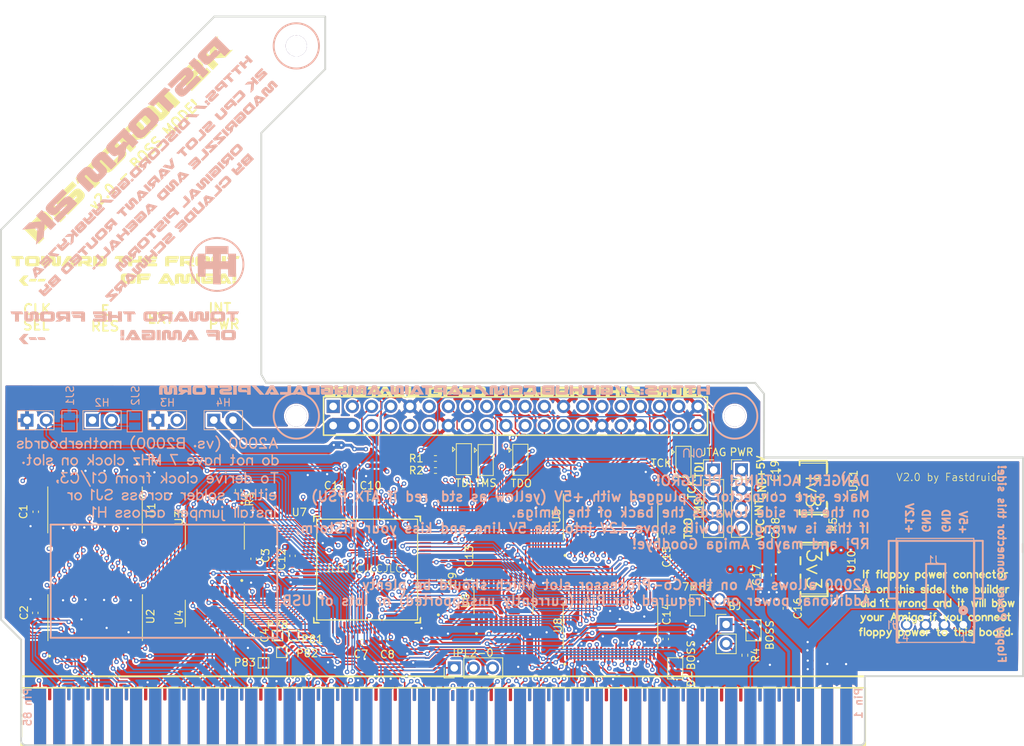
<source format=kicad_pcb>
(kicad_pcb (version 20221018) (generator pcbnew)
  (layers (0 "F.Cu" signal) (1 "In1.Cu" signal) (2 "In2.Cu" signal) (31 "B.Cu" signal) (34 "B.Paste" user) (35 "F.Paste" user) (36 "B.SilkS" user "B.Silkscreen") (37 "F.SilkS" user "F.Silkscreen") (38 "B.Mask" user) (39 "F.Mask" user) (44 "Edge.Cuts" user))
  (net 0 "")
  (net 1 "+5V")
  (net 2 "GND")
  (net 3 "-5V")
  (net 4 "+12V")
  (net 5 "CFGINn")
  (net 6 "CCKQ")
  (net 7 "INT6")
  (net 8 "XRDY")
  (net 9 "BOSS")
  (net 10 "IPL1")
  (net 11 "A4")
  (net 12 "A3")
  (net 13 "A7")
  (net 14 "A8")
  (net 15 "A9")
  (net 16 "A10")
  (net 17 "A11")
  (net 18 "A12")
  (net 19 "IPL2")
  (net 20 "IPL0")
  (net 21 "BEER")
  (net 22 "VPA")
  (net 23 "E")
  (net 24 "A18")
  (net 25 "D6")
  (net 26 "D7")
  (net 27 "BGACK")
  (net 28 "D8")
  (net 29 "D9")
  (net 30 "D10")
  (net 31 "AS")
  (net 32 "UDS")
  (net 33 "LDS")
  (net 34 "R_W")
  (net 35 "DTACK")
  (net 36 "CBG")
  (net 37 "CBR")
  (net 38 "A21")
  (net 39 "D5")
  (net 40 "A20")
  (net 41 "A19")
  (net 42 "DATA_RD_LTCH_LB")
  (net 43 "+3.3V")
  (net 44 "SD6")
  (net 45 "SD7")
  (net 46 "SD10")
  (net 47 "SD15")
  (net 48 "TMS")
  (net 49 "TDO")
  (net 50 "SD0")
  (net 51 "SWE")
  (net 52 "AUX1")
  (net 53 "SD4")
  (net 54 "SD8")
  (net 55 "SD12")
  (net 56 "SD13")
  (net 57 "SA2")
  (net 58 "SA1")
  (net 59 "PICLK")
  (net 60 "SD9")
  (net 61 "TDI")
  (net 62 "SD14")
  (net 63 "SD2")
  (net 64 "SD1")
  (net 65 "SD3")
  (net 66 "AUX0")
  (net 67 "SA0")
  (net 68 "SOE")
  (net 69 "SD5")
  (net 70 "SD11")
  (net 71 "TCK")
  (net 72 "D0")
  (net 73 "D1")
  (net 74 "D2")
  (net 75 "D3")
  (net 76 "VCC")
  (net 77 "D4")
  (net 78 "D11")
  (net 79 "D12")
  (net 80 "D13")
  (net 81 "D14")
  (net 82 "D15")
  (net 83 "DATA_RD_LTCH_HB")
  (net 84 "DATA_RD_OE")
  (net 85 "56_1B5")
  (net 86 "55_1B4")
  (net 87 "54_1B3")
  (net 88 "53_1B2")
  (net 89 "VMA")
  (net 90 "52_1B1")
  (net 91 "FC2")
  (net 92 "57_2B1")
  (net 93 "58_2B2")
  (net 94 "61_2B3")
  (net 95 "64_2B4")
  (net 96 "FC1")
  (net 97 "FC0")
  (net 98 "66_2B5")
  (net 99 "71_1B5")
  (net 100 "70_1B4")
  (net 101 "69_1B1")
  (net 102 "68_1B2")
  (net 103 "HLT")
  (net 104 "RST")
  (net 105 "67_1B1")
  (net 106 "72_2B1")
  (net 107 "73_2B2")
  (net 108 "74_2B3")
  (net 109 "75_2B4")
  (net 110 "76_2B5")
  (net 111 "DATA_WR_OE")
  (net 112 "62_GCLK2")
  (net 113 "CLK_SEL")
  (net 114 "VCC_INT")
  (net 115 "DATA_WR_LTCH_HB")
  (net 116 "DATA_WR_LTCH_LB")
  (net 117 "ADDR_LTCH_8")
  (net 118 "ADDR_OE")
  (net 119 "ADDR_LTCH_0")
  (net 120 "ADDR_LTCH_16")
  (net 121 "ADDR_LTCH_24")
  (net 122 "CCK")
  (net 123 "28MHz")
  (net 124 "CFGOUTn")
  (net 125 "CDAC")
  (net 126 "OVR")
  (net 127 "INT2")
  (net 128 "A5")
  (net 129 "A6")
  (net 130 "A2")
  (net 131 "A1")
  (net 132 "A13")
  (net 133 "A14")
  (net 134 "A15")
  (net 135 "A16")
  (net 136 "A17")
  (net 137 "A22")
  (net 138 "A23")
  (net 139 "V7M")
  (net 140 "4_E")
  (net 141 "PI_+5V")
  (net 142 "95_1B3")
  (net 143 "96_1B4")
  (net 144 "97_1B5")
  (net 145 "A600")
  (net 146 "EXTRA")
  (net 147 "BOSS_G")
  (net 148 "BOSS_PIN")
  (net 149 "1_CPLD")
  (net 150 "92_CPLD")
  (net 151 "78_CPLD")
  (net 152 "87_CPLD")
  (net 153 "81_CPLD")
  (net 154 "82_CPLD")
  (net 155 "83_CPLD")
  (net 156 "84_CPLD")
  (net 157 "85_CPLD")
  (net 158 "86_CPLD")
  (net 159 "89_CPLD")
  (net 160 "91_CPLD")
  (net 161 "TMS_PIN")
  (net 162 "TDI_PIN")
  (net 163 "TDO_PIN")
  (net 164 "TCK_PIN")
  (footprint "Jumper:SolderJumper-3_P1.3mm_Bridged2Bar12_Pad1.0x1.5mm" (layer "F.Cu") (at 168.94 100.24 -90)
    (fp_text reference "TCK")
    (fp_text value "SolderJumper-3_P1.3mm_Bridged2Bar12_Pad1.0x1.5mm")
  )
  (footprint "Resistor_SMD:R_0402_1005Metric" (layer "F.Cu") (at 136.1263 99.79754)
    (fp_text reference "R1")
    (fp_text value "R_0402_1005Metric")
  )
  (footprint "Capacitor_SMD:C_0402_1005Metric" (layer "F.Cu") (at 140.56829 115.76204 90)
    (fp_text reference "C13")
    (fp_text value "100nf")
  )
  (footprint "Capacitor_SMD:C_0402_1005Metric" (layer "F.Cu") (at 129.79 124.13)
    (fp_text reference "C8")
    (fp_text value "100nf")
  )
  (footprint "Connector_PinHeader_2.54mm:PinHeader_1x03_P2.54mm_Vertical" (layer "F.Cu") (at 138.62 127.52 90)
    (fp_text reference "IPL2-0")
    (fp_text value "PinHeader_1x03_P2.54mm_Vertical")
  )
  (footprint "Jumper:SolderJumper-3_P1.3mm_Bridged2Bar12_Pad1.0x1.5mm" (layer "F.Cu") (at 139.8925 99.89 -90)
    (fp_text reference "TDI")
    (fp_text value "SolderJumper-3_P1.3mm_Bridged2Bar12_Pad1.0x1.5mm")
  )
  (footprint "TestPoint:TestPoint_Pad_1.0x1.0mm" (layer "F.Cu") (at 113.38 126.86)
    (fp_text reference "P83")
    (fp_text value "TestPoint_Pad_1.0x1.0mm")
  )
  (footprint "Capacitor_SMD:C_0402_1005Metric" (layer "F.Cu") (at 127.48829 104.92204)
    (fp_text reference "C10")
    (fp_text value "100nf")
  )
  (footprint "Capacitor_SMD:C_0402_1005Metric" (layer "F.Cu") (at 136.77829 115.91204 90)
    (fp_text reference "C9")
    (fp_text value "100nf")
  )
  (footprint "TestPoint:TestPoint_Pad_1.0x1.0mm" (layer "F.Cu") (at 115.81 125.45)
    (fp_text reference "P82")
    (fp_text value "TestPoint_Pad_1.0x1.0mm")
  )
  (footprint "Connector_PinHeader_2.54mm:PinHeader_1x04_P2.54mm_Vertical" (layer "F.Cu") (at 176.63 101.29)
    (fp_text reference "PWR")
    (fp_text value "PinHeader_1x04_P2.54mm_Vertical")
  )
  (footprint "Capacitor_SMD:C_0402_1005Metric" (layer "F.Cu") (at 111.82052 123.13661 90)
    (fp_text reference "C4")
    (fp_text value "100nf")
  )
  (footprint "Capacitor_SMD:C_0402_1005Metric" (layer "F.Cu") (at 166.65829 109.76204 -90)
    (fp_text reference "C15")
    (fp_text value "100nf")
  )
  (footprint "footprints:SOP50P810X120-48N" (layer "F.Cu") (at 159.30829 107.54204 90)
    (fp_text reference "U5")
    (fp_text value "SOP50P810X120-48N")
  )
  (footprint "Capacitor_SMD:C_0402_1005Metric" (layer "F.Cu") (at 122.84829 104.89204 180)
    (fp_text reference "C11")
    (fp_text value "100nf")
  )
  (footprint "Jumper:SolderJumper-3_P1.3mm_Bridged2Bar12_Pad1.0x1.5mm" (layer "F.Cu") (at 147.36 99.97 -90)
    (fp_text reference "TDO")
    (fp_text value "SolderJumper-3_P1.3mm_Bridged2Bar12_Pad1.0x1.5mm")
  )
  (footprint "TestPoint:TestPoint_Pad_1.0x1.0mm" (layer "F.Cu") (at 117.38 123.22)
    (fp_text reference "P81")
    (fp_text value "TestPoint_Pad_1.0x1.0mm")
  )
  (footprint "Jumper:SolderJumper-2_P1.3mm_Open_Pad1.0x1.5mm" (layer "F.Cu") (at 178.21 122.54 90)
    (fp_text reference "BOSS")
    (fp_text value "SolderJumper-2_P1.3mm_Open_Pad1.0x1.5mm")
  )
  (footprint "Connector_PinHeader_2.54mm:PinHeader_1x04_P2.54mm_Vertical" (layer "F.Cu") (at 172.93 101.31)
    (fp_text reference "JTAG")
    (fp_text value "PinHeader_1x04_P2.54mm_Vertical")
  )
  (footprint "Capacitor_SMD:C_0402_1005Metric" (layer "F.Cu") (at 112.06466 113.07501 -90)
    (fp_text reference "C3")
    (fp_text value "100nf")
  )
  (footprint "Capacitor_SMD:C_0402_1005Metric" (layer "F.Cu") (at 83.18829 120.24204 90)
    (fp_text reference "C2")
    (fp_text value "100nf")
  )
  (footprint "Capacitor_SMD:C_0402_1005Metric" (layer "F.Cu") (at 166.59829 123.70204 -90)
    (fp_text reference "C14")
    (fp_text value "100nf")
  )
  (footprint "Connector_PinHeader_2.54mm:PinHeader_1x02_P2.54mm_Horizontal" (layer "F.Cu") (at 90.75 94.73 90)
    (fp_text reference "H2")
    (fp_text value "PinHeader_1x02_P2.54mm_Horizontal")
  )
  (footprint "Connector_PinHeader_2.54mm:PinHeader_1x02_P2.54mm_Horizontal" (layer "F.Cu") (at 106.8 94.72 90)
    (fp_text reference "H4")
    (fp_text value "PinHeader_1x02_P2.54mm_Horizontal")
  )
  (footprint "footprints:A500_Edge" (layer "F.Cu") (at 125.73 130.240001)
    (fp_text reference "Zorro II / A(B) Co-Processor" hide)
    (fp_text value "zorro2port" hide)
  )
  (footprint "footprints:SOP65P640X120-24N" (layer "F.Cu") (at 145.13329 118.60204 90)
    (fp_text reference "U6")
    (fp_text value "SOP65P640X120-24N")
  )
  (footprint "footprints:VREG_LM1117IMPX-3.3" (layer "F.Cu") (at 186.27829 103.67204)
    (fp_text reference "U11")
    (fp_text value "VREG_LM1117IMPX-3.3")
  )
  (footprint "Connector_PinHeader_2.54mm:PinHeader_1x02_P2.54mm_Horizontal" (layer "F.Cu") (at 99.4 94.73 90)
    (fp_text reference "H3")
    (fp_text value "PinHeader_1x02_P2.54mm_Horizontal")
  )
  (footprint "Resistor_SMD:R_0402_1005Metric" (layer "F.Cu") (at 136.1363 101.38754)
    (fp_text reference "R2")
    (fp_text value "R_0402_1005Metric")
  )
  (footprint "footprints:QFP50P1600X1600X120-100N" (layer "F.Cu") (at 127.07829 114.50204 180)
    (fp_text reference "U7")
    (fp_text value "QFP50P1600X1600X120-100N")
  )
  (footprint "Resistor_SMD:R_0402_1005Metric" (layer "F.Cu") (at 177.07 125.85 -90)
    (fp_text reference "R4")
    (fp_text value "R_0402_1005Metric")
  )
  (footprint "Capacitor_SMD:C_0402_1005Metric" (layer "F.Cu") (at 83.24829 106.85204 90)
    (fp_text reference "C1")
    (fp_text value "100nf")
  )
  (footprint "footprints:SOP50P810X120-48N" (layer "F.Cu") (at 91.08829 106.60204 90)
    (fp_text reference "U1")
    (fp_text value "SOP50P810X120-48N")
  )
  (footprint "footprints:CONN_171826-4_TYCO_TYC" (layer "F.Cu") (at 205.96829 121.81204 180)
    (fp_text reference "J1")
    (fp_text value "CONN_171826-4_TYCO_TYC" hide)
  )
  (footprint "Resistor_SMD:R_0402_1005Metric" (layer "F.Cu") (at 189.90829 108.55204 90)
    (fp_text reference "R5")
    (fp_text value "R_0402_1005Metric")
  )
  (footprint "Capacitor_SMD:C_0603_1608Metric" (layer "F.Cu") (at 180.60829 104.40204 90)
    (fp_text reference "C19")
    (fp_text value "C_0603_1608Metric")
  )
  (footprint "Resistor_SMD:R_0402_1005Metric" (layer "F.Cu") (at 110.03829 104.03204 90)
    (fp_text reference "R3")
    (fp_text value "R_0402_1005Metric")
  )
  (footprint "Connector_PinHeader_2.54mm:PinHeader_1x02_P2.54mm_Vertical" (layer "F.Cu") (at 174.59 121.77)
    (fp_text reference "BJ")
    (fp_text value "PinHeader_1x02_P2.54mm_Vertical")
  )
  (footprint "footprints:VREG_LM1117IMPX-3.3" (layer "F.Cu") (at 186.16329 114.48204)
    (fp_text reference "U10")
    (fp_text value "VREG_LM1117IMPX-3.3")
  )
  (footprint "Jumper:SolderJumper-3_P1.3mm_Bridged2Bar12_Pad1.0x1.5mm" (layer "F.Cu") (at 142.78 100 -90)
    (fp_text reference "TMS")
    (fp_text value "SolderJumper-3_P1.3mm_Bridged2Bar12_Pad1.0x1.5mm")
  )
  (footprint "footprints:SOP50P810X120-48N" (layer "F.Cu") (at 159.28829 121.93204 90)
    (fp_text reference "U8")
    (fp_text value "SOP50P810X120-48N")
  )
  (footprint "TestPoint:TestPoint_Pad_1.0x1.0mm" (layer "F.Cu") (at 115.23 123.24)
    (fp_text reference "P78")
    (fp_text value "TestPoint_Pad_1.0x1.0mm")
  )
  (footprint "Capacitor_SMD:C_0603_1608Metric" (layer "F.Cu") (at 182.56829 109.02204 90)
    (fp_text reference "C18")
    (fp_text value "C_0603_1608Metric")
  )
  (footprint "Capacitor_SMD:C_0603_1608Metric" (layer "F.Cu") (at 182.64829 119.64204 -90)
    (fp_text reference "C16")
    (fp_text value "C_0603_1608Metric")
  )
  (footprint "footprints:SOP50P810X120-48N" (layer "F.Cu") (at 91.10829 120.87204 90)
    (fp_text reference "U2")
    (fp_text value "SOP50P810X120-48N")
  )
  (footprint "footprints:SOP65P640X120-24N" (layer "F.Cu") (at 106.93329 120.32204 -90)
    (fp_text reference "U4")
    (fp_text value "SOP65P640X120-24N")
  )
  (footprint "Jumper:SolderJumper-2_P1.3mm_Bridged2Bar_Pad1.0x1.5mm" (layer "F.Cu") (at 167.85 127.58 90)
    (fp_text reference "D-BOSS")
    (fp_text value "SolderJumper-2_P1.3mm_Bridged2Bar_Pad1.0x1.5mm")
  )
  (footprint "Capacitor_SMD:C_0402_1005Metric" (layer "F.Cu") (at 117.21829 112.69204 -90)
    (fp_text reference "C12")
    (fp_text value "100nf")
  )
  (footprint "Capacitor_SMD:C_0402_1005Metric" (layer "F.Cu") (at 126.40829 124.13204 180)
    (fp_text reference "C7")
    (fp_text value "100nf")
  )
  (footprint "Capacitor_SMD:C_0603_1608Metric" (layer "F.Cu") (at 180.05829 115.22204 90)
    (fp_text reference "C17")
    (fp_text value "C_0603_1608Metric")
  )
  (footprint "Jumper:SolderJumper-2_P1.3mm_Bridged2Bar_Pad1.0x1.5mm" (layer "F.Cu") (at 170.8 119.24 90)
    (fp_text reference "7MHz")
    (fp_text value "SolderJumper-2_P1.3mm_Bridged2Bar_Pad1.0x1.5mm")
  )
  (footprint "Connector_PinHeader_2.54mm:PinHeader_1x02_P2.54mm_Horizontal" (layer "F.Cu") (at 82.1 94.73 90)
    (fp_text reference "H1" hide)
    (fp_text value "PinHeader_1x02_P2.54mm_Horizontal")
  )
  (footprint "footprints:SOP65P640X120-24N" (layer "F.Cu") (at 106.94329 110.06204 -90)
    (fp_text reference "U3")
    (fp_text value "SOP65P640X120-24N")
  )
  (footprint "Jumper:SolderJumper-2_P1.3mm_Open_Pad1.0x1.5mm" (layer "B.Cu") (at 96.35 94.88 90)
    (fp_text reference "SJ2")
    (fp_text value "SolderJumper-2_P1.3mm_Open_Pad1.0x1.5mm")
  )
  (footprint "footprints:raspberrypi_2_3" (layer "B.Cu") (at 146.72829 94.17204)
    (fp_text reference "RPi")
    (fp_text value "Raspberry_Pi_2_3")
  )
  (footprint "Jumper:SolderJumper-2_P1.3mm_Open_Pad1.0x1.5mm" (layer "B.Cu") (at 87.7 94.88 90)
    (fp_text reference "SJ1")
    (fp_text value "SolderJumper-2_P1.3mm_Open_Pad1.0x1.5mm")
  )
  (gr_line (start 109.31439 102.31694) (end 109.18739 102.18994) (stroke (width 0.2032)) (layer "B.SilkS"))
  (gr_line (start 89.07059 105.18714) (end 88.94359 105.25064) (stroke (width 0.2032)) (layer "B.SilkS"))
  (gr_line (start 96.62709 107.56204) (end 96.43659 107.56204) (stroke (width 0.2032)) (layer "B.SilkS"))
  (gr_line (start 111.16859 106.86354) (end 111.23209 107.05404) (stroke (width 0.2032)) (layer "B.SilkS"))
  (gr_line (start 196.38934 121.48594) (end 196.28771 121.43514) (stroke (width 0.1524)) (layer "B.SilkS"))
  (gr_line (start 95.15389 102.18994) (end 95.02689 102.12644) (stroke (width 0.2032)) (layer "B.SilkS"))
  (gr_line (start 94.35379 99.73884) (end 94.54429 99.73884) (stroke (width 0.2032)) (layer "B.SilkS"))
  (gr_line (start 109.83509 97.84654) (end 109.77159 98.16404) (stroke (width 0.2032)) (layer "B.SilkS"))
  (gr_line (start 98.54479 107.56204) (end 98.41779 107.49854) (stroke (width 0.2032)) (layer "B.SilkS"))
  (gr_line (start 99.73859 98.41804) (end 99.54809 98.35454) (stroke (width 0.2032)) (layer "B.SilkS"))
  (gr_line (start 102.10079 97.14804) (end 102.03729 97.21154) (stroke (width 0.2032)) (layer "B.SilkS"))
  (gr_line (start 91.69949 99.73884) (end 91.82649 99.80234) (stroke (width 0.2032)) (layer "B.SilkS"))
  (gr_line (start 88.62609 105.18714) (end 88.49909 105.06014) (stroke (width 0.2032)) (layer "B.SilkS"))
  (gr_line (start 93.27429 104.36164) (end 93.21079 104.42514) (stroke (width 0.2032)) (layer "B.SilkS"))
  (gr_line (start 99.54809 97.14804) (end 99.73859 97.08454) (stroke (width 0.2032)) (layer "B.SilkS"))
  (gr_poly (pts (xy 105.74467 64.9449) (xy 105.42159 65.2685) (xy 105.46159 65.4209) (xy 105.89405 65.4209) (xy 106.30906 65.51234) (xy 105.99258 65.82882) (xy 105.89405 65.4209) (xy 105.46159 65.4209) (xy 105.75382 66.53444) (xy 106.08097 66.20779) (xy 106.0195 65.94566) (xy 106.25674 66.03152) (xy 107.00959 65.27917)) (fill solid) (layer "B.SilkS"))
  (gr_line (start 104.05659 102.12644) (end 104.24709 102.12644) (stroke (width 0.2032)) (layer "B.SilkS"))
  (gr_line (start 104.17089 104.74264) (end 103.40889 104.74264) (stroke (width 0.2032)) (layer "B.SilkS"))
  (gr_line (start 87.26719 97.08454) (end 87.26719 98.41804) (stroke (width 0.2032)) (layer "B.SilkS"))
  (gr_line (start 103.38349 100.11984) (end 103.38349 99.99284) (stroke (width 0.2032)) (layer "B.SilkS"))
  (gr_poly (pts (xy 103.88285 64.08892) (xy 103.55979 64.41252) (xy 103.59977 64.56492) (xy 104.03221 64.56492) (xy 104.44724 64.65687) (xy 104.13076 64.97284) (xy 104.03221 64.56492) (xy 103.59977 64.56492) (xy 103.892 65.67846) (xy 104.21864 65.35181) (xy 104.15768 65.08968) (xy 104.39492 65.17554) (xy 105.14729 64.42319)) (fill solid) (layer "B.SilkS"))
  (gr_line (start 113.45459 103.01544) (end 113.32759 102.95194) (stroke (width 0.2032)) (layer "B.SilkS"))
  (gr_line (start 94.64589 102.38044) (end 94.64589 103.01544) (stroke (width 0.2032)) (layer "B.SilkS"))
  (gr_line (start 109.33979 99.29434) (end 109.33979 100.37384) (stroke (width 0.2032)) (layer "B.SilkS"))
  (gr_line (start 104.84399 104.36164) (end 105.03449 104.36164) (stroke (width 0.2032)) (layer "B.SilkS"))
  (gr_line (start 98.55749 97.08454) (end 98.74799 97.14804) (stroke (width 0.2032)) (layer "B.SilkS"))
  (gr_poly (pts (xy 96.60677 60.95152) (xy 95.83207 61.72368) (xy 95.74977 61.81867) (xy 95.69694 61.91011) (xy 95.68533 61.95228) (xy 96.12163 61.95228) (xy 96.12163 61.91976) (xy 96.13941 61.88268) (xy 96.17497 61.84052) (xy 96.52041 61.49508) (xy 96.85823 61.83036) (xy 96.51025 62.17834) (xy 96.4691 62.21288) (xy 96.43255 62.23117) (xy 96.40052 62.23218) (xy 96.37309 62.21644) (xy 96.13941 61.98022) (xy 96.12163 61.95228) (xy 95.68533 61.95228) (xy 95.67256 61.9985) (xy 95.67764 62.08385) (xy 95.71117 62.16564) (xy 95.77365 62.24438) (xy 96.11147 62.5822) (xy 96.19021 62.64468) (xy 96.272 62.67821) (xy 96.35734 62.68329) (xy 96.44573 62.6589) (xy 96.53717 62.60607) (xy 96.6322 62.52378) (xy 97.40433 61.74908)) (fill solid) (layer "B.SilkS"))
  (gr_poly (pts (xy 96.41525 71.55703) (xy 95.59941 72.37237) (xy 95.55775 72.41606) (xy 95.52219 72.45721) (xy 95.49323 72.49531) (xy 95.47037 72.53039) (xy 95.45209 72.5649) (xy 95.44111 72.59236) (xy 95.89862 72.59236) (xy 95.89862 72.55932) (xy 95.9164 72.52223) (xy 95.95145 72.48007) (xy 96.33042 72.1011) (xy 96.60525 72.37593) (xy 96.39189 72.29871) (xy 96.08099 72.60961) (xy 96.03936 72.64466) (xy 96.00174 72.66244) (xy 95.96923 72.66295) (xy 95.94078 72.64568) (xy 95.91589 72.62028) (xy 95.89862 72.59236) (xy 95.44111 72.59236) (xy 95.43075 72.62942) (xy 95.42719 72.6599) (xy 95.42874 72.68886) (xy 95.43431 72.7173) (xy 95.44447 72.74474) (xy 95.47799 72.79909) (xy 95.52371 72.85599) (xy 95.70355 73.03686) (xy 95.79651 73.1044) (xy 95.89557 73.12726) (xy 96.00073 73.10542) (xy 96.11147 73.03887) (xy 96.03781 73.53264) (xy 96.45081 73.11964) (xy 96.54987 72.60758) (xy 96.69364 72.46432) (xy 96.89989 72.67057) (xy 97.21434 72.35612)) (fill solid) (layer "B.SilkS"))
  (gr_line (start 113.74669 104.36164) (end 113.74669 105.25064) (stroke (width 0.2032)) (layer "B.SilkS"))
  (gr_line (start 95.06499 106.73654) (end 95.25549 106.67304) (stroke (width 0.2032)) (layer "B.SilkS"))
  (gr_line (start 113.21329 106.99054) (end 113.08629 107.05404) (stroke (width 0.2032)) (layer "B.SilkS"))
  (gr_line (start 99.58619 104.36164) (end 99.71319 104.42514) (stroke (width 0.2032)) (layer "B.SilkS"))
  (gr_line (start 189.96053 102.22344) (end 189.96053 102.40818) (stroke (width 0.2032)) (layer "B.SilkS"))
  (gr_line (start 190.19144 101.66924) (end 190.09909 101.8078) (stroke (width 0.2032)) (layer "B.SilkS"))
  (gr_poly (pts (xy 138.43295 90.11326) (xy 137.91852 90.99464) (xy 138.44057 90.99464) (xy 138.68187 90.5984) (xy 138.93333 90.99464) (xy 137.91852 90.99464) (xy 137.70651 91.35786) (xy 138.21451 91.35786) (xy 138.37199 91.1064) (xy 138.48883 91.35786) (xy 139.65977 91.35786) (xy 138.93587 90.11326)) (fill solid) (layer "B.SilkS"))
  (gr_line (start 112.64179 107.18104) (end 112.57829 107.30804) (stroke (width 0.2032)) (layer "B.SilkS"))
  (gr_line (start 83.03809 100.11984) (end 83.10159 99.92934) (stroke (width 0.2032)) (layer "B.SilkS"))
  (gr_line (start 105.74569 99.92934) (end 105.87269 99.80234) (stroke (width 0.2032)) (layer "B.SilkS"))
  (gr_line (start 89.19759 104.55214) (end 89.26109 104.74264) (stroke (width 0.2032)) (layer "B.SilkS"))
  (gr_line (start 92.16939 103.01544) (end 91.91539 103.01544) (stroke (width 0.2032)) (layer "B.SilkS"))
  (gr_line (start 109.72079 104.36164) (end 109.53029 104.36164) (stroke (width 0.2032)) (layer "B.SilkS"))
  (gr_line (start 86.07339 102.76144) (end 86.07339 102.88844) (stroke (width 0.2032)) (layer "B.SilkS"))
  (gr_line (start 113.64509 102.12644) (end 113.77209 102.18994) (stroke (width 0.2032)) (layer "B.SilkS"))
  (gr_line (start 110.24149 102.12644) (end 110.36849 102.18994) (stroke (width 0.2032)) (layer "B.SilkS"))
  (gr_line (start 112.57829 107.30804) (end 112.57829 107.37154) (stroke (width 0.2032)) (layer "B.SilkS"))
  (gr_line (start 102.90089 102.82494) (end 102.77389 102.95194) (stroke (width 0.2032)) (layer "B.SilkS"))
  (gr_line (start 111.04159 107.49854) (end 110.91459 107.56204) (stroke (width 0.2032)) (layer "B.SilkS"))
  (gr_line (start 93.84579 97.59254) (end 93.78229 97.78304) (stroke (width 0.2032)) (layer "B.SilkS"))
  (gr_line (start 103.85339 105.25064) (end 103.66289 105.25064) (stroke (width 0.2032)) (layer "B.SilkS"))
  (gr_line (start 102.29129 97.71954) (end 102.10079 97.78304) (stroke (width 0.2032)) (layer "B.SilkS"))
  (gr_line (start 96.08099 103.01544) (end 95.95399 102.95194) (stroke (width 0.2032)) (layer "B.SilkS"))
  (gr_line (start 170.97634 98.52734) (end 171.08026 98.52734) (stroke (width 0.1524)) (layer "B.SilkS"))
  (gr_line (start 114.94049 106.22854) (end 114.87699 106.29204) (stroke (width 0.2032)) (layer "B.SilkS"))
  (gr_line (start 85.40029 99.92934) (end 85.33679 100.05634) (stroke (width 0.2032)) (layer "B.SilkS"))
  (gr_line (start 109.45409 98.41804) (end 109.32709 98.41804) (stroke (width 0.2032)) (layer "B.SilkS"))
  (gr_line (start 84.07949 97.71954) (end 84.20649 97.59254) (stroke (width 0.2032)) (layer "B.SilkS"))
  (gr_line (start 91.59789 106.22854) (end 91.59789 107.56204) (stroke (width 0.2032)) (layer "B.SilkS"))
  (gr_line (start 110.45739 100.62784) (end 110.26689 100.62784) (stroke (width 0.2032)) (layer "B.SilkS"))
  (gr_line (start 88.49909 101.68194) (end 88.62609 101.74544) (stroke (width 0.2032)) (layer "B.SilkS"))
  (gr_line (start 104.99639 97.97354) (end 104.86939 98.03704) (stroke (width 0.2032)) (layer "B.SilkS"))
  (gr_line (start 82.54279 97.59254) (end 82.66979 97.71954) (stroke (width 0.2032)) (layer "B.SilkS"))
  (gr_line (start 114.05149 99.92934) (end 114.11499 100.11984) (stroke (width 0.2032)) (layer "B.SilkS"))
  (gr_poly (pts (xy 163.84057 90.11326) (xy 163.84057 90.4714) (xy 164.94242 90.47241) (xy 164.96579 90.47394) (xy 164.99373 90.48156) (xy 165.00491 90.49631) (xy 165.00897 90.51458) (xy 165.00795 90.5288) (xy 165.00186 90.53998) (xy 164.99627 90.54506) (xy 164.98611 90.54963) (xy 164.94445 90.55471) (xy 164.28253 90.55522) (xy 164.2236 90.55725) (xy 164.16925 90.56182) (xy 164.11946 90.56995) (xy 164.07425 90.58062) (xy 164.03412 90.59484) (xy 163.99805 90.61059) (xy 163.96554 90.62888) (xy 163.93709 90.6492) (xy 163.91321 90.67358) (xy 163.8934 90.69949) (xy 163.87664 90.72794) (xy 163.86343 90.75842) (xy 163.85327 90.79093) (xy 163.84616 90.82547) (xy 163.84209 90.86103) (xy 163.84057 90.99718) (xy 163.868 91.15974) (xy 163.94979 91.2715) (xy 164.08847 91.33652) (xy 164.28507 91.35786) (xy 165.49665 91.35786) (xy 165.49665 90.99464) (xy 164.38362 90.99413) (xy 164.35314 90.98905) (xy 164.33689 90.9799) (xy 164.33181 90.9733) (xy 164.32825 90.954) (xy 164.32876 90.94638) (xy 164.33384 90.9352) (xy 164.34552 90.92301) (xy 164.37854 90.91691) (xy 165.05469 90.9159) (xy 165.24621 90.89151) (xy 165.38489 90.81686) (xy 165.46871 90.70254) (xy 165.49665 90.55268) (xy 165.49513 90.43434) (xy 165.49106 90.39672) (xy 165.48395 90.36065) (xy 165.4616 90.2941) (xy 165.44585 90.26413) (xy 165.42604 90.2367) (xy 165.40267 90.21232) (xy 165.37625 90.18996) (xy 165.34476 90.17015) (xy 165.30869 90.15288) (xy 165.26805 90.13866) (xy 165.22233 90.12799) (xy 165.17102 90.11989) (xy 165.11413 90.11531) (xy 165.05215 90.11326)) (fill solid) (layer "B.SilkS"))
  (gr_line (start 94.73479 104.55214) (end 94.79829 104.42514) (stroke (width 0.2032)) (layer "B.SilkS"))
  (gr_line (start 107.35859 98.54504) (end 107.23159 98.73554) (stroke (width 0.2032)) (layer "B.SilkS"))
  (gr_line (start 97.19859 102.12644) (end 97.00809 102.12644) (stroke (width 0.2032)) (layer "B.SilkS"))
  (gr_line (start 87.38149 101.68194) (end 86.68299 101.68194) (stroke (width 0.2032)) (layer "B.SilkS"))
  (gr_line (start 94.73479 104.99664) (end 94.73479 105.06014) (stroke (width 0.2032)) (layer "B.SilkS"))
  (gr_line (start 101.08479 102.18994) (end 101.21179 102.12644) (stroke (width 0.2032)) (layer "B.SilkS"))
  (gr_line (start 98.74799 98.35454) (end 98.55749 98.41804) (stroke (width 0.2032)) (layer "B.SilkS"))
  (gr_line (start 101.40229 102.12644) (end 101.52929 102.18994) (stroke (width 0.2032)) (layer "B.SilkS"))
  (gr_line (start 88.43559 104.86964) (end 88.43559 104.74264) (stroke (width 0.2032)) (layer "B.SilkS"))
  (gr_line (start 109.94939 100.24684) (end 109.94939 100.11984) (stroke (width 0.2032)) (layer "B.SilkS"))
  (gr_line (start 93.26159 100.11984) (end 93.26159 100.24684) (stroke (width 0.2032)) (layer "B.SilkS"))
  (gr_line (start 107.87929 104.36164) (end 108.06979 104.42514) (stroke (width 0.2032)) (layer "B.SilkS"))
  (gr_line (start 102.96439 102.63444) (end 102.90089 102.82494) (stroke (width 0.2032)) (layer "B.SilkS"))
  (gr_line (start 111.70199 104.42514) (end 111.63849 104.61564) (stroke (width 0.2032)) (layer "B.SilkS"))
  (gr_line (start 90.30249 97.59254) (end 90.17549 97.52904) (stroke (width 0.2032)) (layer "B.SilkS"))
  (gr_line (start 82.73329 98.03704) (end 82.66979 98.22754) (stroke (width 0.2032)) (layer "B.SilkS"))
  (gr_line (start 96.94459 107.18104) (end 96.88109 107.37154) (stroke (width 0.2032)) (layer "B.SilkS"))
  (gr_line (start 86.20039 102.76144) (end 86.13689 102.69794) (stroke (width 0.2032)) (layer "B.SilkS"))
  (gr_line (start 102.81199 106.67304) (end 103.00249 106.67304) (stroke (width 0.2032)) (layer "B.SilkS"))
  (gr_line (start 99.42109 97.33854) (end 99.54809 97.14804) (stroke (width 0.2032)) (layer "B.SilkS"))
  (gr_line (start 89.05789 98.41804) (end 88.86739 98.41804) (stroke (width 0.2032)) (layer "B.SilkS"))
  (gr_line (start 113.32759 102.18994) (end 113.45459 102.12644) (stroke (width 0.2032)) (layer "B.SilkS"))
  (gr_line (start 95.87779 97.71954) (end 95.87779 97.97354) (stroke (width 0.2032)) (layer "B.SilkS"))
  (gr_line (start 94.54429 99.73884) (end 94.67129 99.80234) (stroke (width 0.2032)) (layer "B.SilkS"))
  (gr_line (start 208.5445 110.7) (end 207.4015 110.7) (stroke (width 0.254)) (layer "B.SilkS"))
  (gr_line (start 94.22679 99.80234) (end 94.35379 99.73884) (stroke (width 0.2032)) (layer "B.SilkS"))
  (gr_line (start 106.40609 102.12644) (end 106.53309 102.18994) (stroke (width 0.2032)) (layer "B.SilkS"))
  (gr_line (start 82.61899 99.73884) (end 82.17449 99.73884) (stroke (width 0.2032)) (layer "B.SilkS"))
  (gr_line (start 113.35299 100.43734) (end 113.28949 100.24684) (stroke (width 0.2032)) (layer "B.SilkS"))
  (gr_line (start 171.39199 99.15078) (end 171.34005 99.41054) (stroke (width 0.1524)) (layer "B.SilkS"))
  (gr_poly (pts (xy 109.92653 47.62922) (xy 109.01213 48.54616) (xy 109.33979 48.6757) (xy 109.59633 48.4217) (xy 110.16529 48.99066) (xy 110.47771 48.67824) (xy 109.90875 48.1093) (xy 110.25673 47.75876)) (fill solid) (layer "B.SilkS"))
  (gr_line (start 107.43479 107.30804) (end 107.37129 107.49854) (stroke (width 0.2032)) (layer "B.SilkS"))
  (gr_line (start 93.08379 97.78304) (end 93.08379 98.41804) (stroke (width 0.2032)) (layer "B.SilkS"))
  (gr_line (start 95.85239 105.06014) (end 95.91589 105.18714) (stroke (width 0.2032)) (layer "B.SilkS"))
  (gr_line (start 110.77489 100.24684) (end 110.71139 100.43734) (stroke (width 0.2032)) (layer "B.SilkS"))
  (gr_line (start 91.38199 100.56434) (end 91.25499 100.43734) (stroke (width 0.2032)) (layer "B.SilkS"))
  (gr_line (start 92.66469 97.91004) (end 92.66469 98.03704) (stroke (width 0.2032)) (layer "B.SilkS"))
  (gr_line (start 104.98369 106.73654) (end 104.92019 106.92704) (stroke (width 0.2032)) (layer "B.SilkS"))
  (gr_line (start 99.54809 98.35454) (end 99.42109 98.16404) (stroke (width 0.2032)) (layer "B.SilkS"))
  (gr_line (start 88.23239 99.73884) (end 88.42289 99.73884) (stroke (width 0.2032)) (layer "B.SilkS"))
  (gr_poly (pts (xy 127.8107 90.11326) (xy 127.29624 90.99464) (xy 127.81829 90.99464) (xy 128.05959 90.5984) (xy 128.31105 90.99464) (xy 127.29624 90.99464) (xy 127.08423 91.35786) (xy 127.59223 91.35786) (xy 127.74971 91.1064) (xy 127.86655 91.35786) (xy 129.03749 91.35786) (xy 128.31359 90.11326)) (fill solid) (layer "B.SilkS"))
  (gr_line (start 93.88389 107.37154) (end 93.94739 107.49854) (stroke (width 0.2032)) (layer "B.SilkS"))
  (gr_line (start 93.97279 97.52904) (end 93.84579 97.59254) (stroke (width 0.2032)) (layer "B.SilkS"))
  (gr_line (start 102.45639 103.01544) (end 102.32939 102.95194) (stroke (width 0.2032)) (layer "B.SilkS"))
  (gr_line (start 104.17089 104.86964) (end 104.10739 105.06014) (stroke (width 0.2032)) (layer "B.SilkS"))
  (gr_poly (pts (xy 101.46935 66.50294) (xy 100.64639 67.32539) (xy 100.60219 67.37162) (xy 100.56511 67.41429) (xy 100.53513 67.45341) (xy 100.51179 67.48897) (xy 100.49449 67.5225) (xy 100.48886 67.53774) (xy 100.95271 67.53774) (xy 100.95324 67.50472) (xy 100.97151 67.46712) (xy 101.0076 67.42445) (xy 101.38451 67.04701) (xy 101.65934 67.32184) (xy 101.446 67.24462) (xy 101.13661 67.55348) (xy 101.09444 67.58955) (xy 101.05634 67.60784) (xy 101.02332 67.60886) (xy 100.99487 67.59158) (xy 100.96998 67.56618) (xy 100.95271 67.53774) (xy 100.48886 67.53774) (xy 100.48281 67.55399) (xy 100.4757 67.58447) (xy 100.47417 67.61292) (xy 100.47722 67.64035) (xy 100.48436 67.66728) (xy 100.49602 67.69369) (xy 100.51179 67.71909) (xy 100.55444 67.77243) (xy 100.60676 67.82831) (xy 100.78558 68.0056) (xy 100.8379 68.04523) (xy 100.86381 68.05996) (xy 100.89023 68.07164) (xy 100.91715 68.07876) (xy 100.94509 68.0813) (xy 101.00249 68.07571) (xy 101.03247 68.06758) (xy 101.06345 68.05437) (xy 101.09546 68.0371) (xy 101.12899 68.01475) (xy 101.16404 67.98732) (xy 101.23922 67.91823) (xy 101.74773 67.41023) (xy 101.954 67.61648) (xy 102.26846 67.30202)) (fill solid) (layer "B.SilkS"))
  (gr_line (start 88.24509 101.68194) (end 88.49909 101.68194) (stroke (width 0.2032)) (layer "B.SilkS"))
  (gr_line (start 101.65629 102.82494) (end 101.52929 102.95194) (stroke (width 0.2032)) (layer "B.SilkS"))
  (gr_line (start 115.27069 101.68194) (end 114.38169 101.68194) (stroke (width 0.2032)) (layer "B.SilkS"))
  (gr_line (start 103.80259 102.31694) (end 103.92959 102.18994) (stroke (width 0.2032)) (layer "B.SilkS"))
  (gr_line (start 113.89909 102.82494) (end 113.77209 102.95194) (stroke (width 0.2032)) (layer "B.SilkS"))
  (gr_poly (pts (xy 110.14903 60.54105) (xy 109.83458 60.8555) (xy 110.06826 61.08868) (xy 110.08706 61.11306) (xy 110.09163 61.12474) (xy 110.09315 61.13541) (xy 110.09061 61.14913) (xy 110.08249 61.16538) (xy 110.06877 61.18367) (xy 109.68015 61.57382) (xy 109.39821 61.29188) (xy 109.08579 61.6043) (xy 109.71266 62.23015) (xy 109.75737 62.26419) (xy 109.80359 62.28959) (xy 109.82696 62.29822) (xy 109.85084 62.3033) (xy 109.90113 62.30483) (xy 109.92704 62.30026) (xy 109.95345 62.29213) (xy 110.00832 62.26368) (xy 110.03778 62.24336) (xy 110.06877 62.21796) (xy 110.94964 61.33861) (xy 110.71647 61.10493) (xy 110.02305 61.79835) (xy 109.99816 61.82121) (xy 109.97631 61.83493) (xy 109.95853 61.84102) (xy 109.94431 61.83798) (xy 109.78226 61.67643) (xy 109.97123 61.75009) (xy 110.45739 61.26241) (xy 110.50057 61.21009) (xy 110.51886 61.18418) (xy 110.5341 61.15776) (xy 110.54629 61.13135) (xy 110.55493 61.10493) (xy 110.56255 61.0521) (xy 110.56153 61.02568) (xy 110.55645 60.99876) (xy 110.54781 60.97234) (xy 110.53461 60.94491) (xy 110.51683 60.91748) (xy 110.49498 60.88954) (xy 110.46857 60.86058)) (fill solid) (layer "B.SilkS"))
  (gr_line (start 97.55419 106.67304) (end 97.36369 106.67304) (stroke (width 0.2032)) (layer "B.SilkS"))
  (gr_line (start 114.22929 104.61564) (end 114.29279 104.48864) (stroke (width 0.2032)) (layer "B.SilkS"))
  (gr_line (start 196.13026 121.27766) (end 196.13026 122.36986) (stroke (width 0.1524)) (layer "B.SilkS"))
  (gr_line (start 114.66109 100.56434) (end 114.53409 100.43734) (stroke (width 0.2032)) (layer "B.SilkS"))
  (gr_line (start 104.32329 98.10054) (end 104.38679 98.16404) (stroke (width 0.2032)) (layer "B.SilkS"))
  (gr_line (start 110.03829 104.36164) (end 110.03829 105.25064) (stroke (width 0.2032)) (layer "B.SilkS"))
  (gr_poly (pts (xy 104.0495 57.28172) (xy 103.96109 57.30509) (xy 103.86965 57.35742) (xy 103.77465 57.4387) (xy 103.19807 58.0153) (xy 103.11577 58.11027) (xy 103.06294 58.20222) (xy 103.05098 58.24591) (xy 103.48763 58.24591) (xy 103.48763 58.21238) (xy 103.50541 58.17479) (xy 103.54097 58.13212) (xy 103.88895 57.78414) (xy 103.93111 57.74959) (xy 103.9682 57.73232) (xy 104.00071 57.73181) (xy 104.02865 57.74858) (xy 104.26487 57.9848) (xy 104.28062 58.01172) (xy 104.27859 58.04271) (xy 104.2603 58.0788) (xy 104.22423 58.11942) (xy 103.87625 58.46994) (xy 103.83409 58.50499) (xy 103.79751 58.52277) (xy 103.76601 58.52378) (xy 103.73909 58.50806) (xy 103.50541 58.27436) (xy 103.48763 58.24591) (xy 103.05098 58.24591) (xy 103.03856 58.29112) (xy 103.04364 58.37697) (xy 103.07717 58.45927) (xy 103.13965 58.53854) (xy 103.47496 58.8738) (xy 103.55418 58.93679) (xy 103.63698 58.96981) (xy 103.72286 58.97438) (xy 103.81123 58.94949) (xy 103.90317 58.89615) (xy 103.9982 58.81284) (xy 104.57475 58.23626) (xy 104.65603 58.1423) (xy 104.70835 58.05134) (xy 104.73223 57.96346) (xy 104.72715 57.87862) (xy 104.69311 57.79684) (xy 104.63063 57.7181) (xy 104.29535 57.38282) (xy 104.21661 57.32033) (xy 104.13482 57.2868)) (fill solid) (layer "B.SilkS"))
  (gr_line (start 98.11299 98.16404) (end 98.04949 97.84654) (stroke (width 0.2032)) (layer "B.SilkS"))
  (gr_line (start 106.08859 102.95194) (end 105.96159 102.82494) (stroke (width 0.2032)) (layer "B.SilkS"))
  (gr_line (start 107.98089 107.94304) (end 108.10789 108.00654) (stroke (width 0.2032)) (layer "B.SilkS"))
  (gr_poly (pts (xy 97.65124 70.43689) (xy 97.56336 70.46077) (xy 97.47189 70.51309) (xy 97.37791 70.59437) (xy 96.80136 71.17095) (xy 96.71853 71.26646) (xy 96.66519 71.3584) (xy 96.65351 71.40108) (xy 97.08937 71.40108) (xy 97.08937 71.36856) (xy 97.10715 71.33148) (xy 97.1422 71.28932) (xy 97.49069 70.94083) (xy 97.53285 70.90578) (xy 97.56994 70.888) (xy 97.60245 70.888) (xy 97.6309 70.90527) (xy 97.8661 71.14047) (xy 97.88185 71.1674) (xy 97.88086 71.19889) (xy 97.86204 71.23547) (xy 97.8265 71.27712) (xy 97.4785 71.62561) (xy 97.43684 71.66066) (xy 97.40029 71.67946) (xy 97.36826 71.68048) (xy 97.34185 71.66473) (xy 97.10664 71.42952) (xy 97.08937 71.40108) (xy 96.65351 71.40108) (xy 96.64081 71.4473) (xy 96.64538 71.53265) (xy 96.67941 71.61494) (xy 96.7419 71.69368) (xy 97.07769 72.02947) (xy 97.15643 72.09246) (xy 97.23872 72.12599) (xy 97.32407 72.13056) (xy 97.41297 72.10618) (xy 97.50491 72.05284) (xy 97.60042 71.97004) (xy 98.177 71.39346) (xy 98.25828 71.29948) (xy 98.31111 71.20854) (xy 98.3345 71.12015) (xy 98.3294 71.03532) (xy 98.29536 70.95353) (xy 98.23288 70.87479) (xy 97.89658 70.539) (xy 97.81784 70.47601) (xy 97.73605 70.44197)) (fill solid) (layer "B.SilkS"))
  (gr_line (start 103.82799 100.62784) (end 103.63749 100.62784) (stroke (width 0.2032)) (layer "B.SilkS"))
  (gr_line (start 92.57579 104.67914) (end 92.51229 104.74264) (stroke (width 0.2032)) (layer "B.SilkS"))
  (gr_poly (pts (xy 100.42185 82.78688) (xy 100.27301 82.79806) (xy 100.15109 82.83057) (xy 100.05609 82.88546) (xy 99.98855 82.96214) (xy 99.94789 83.06018) (xy 99.9342 83.18058) (xy 99.9342 84.14324) (xy 100.46757 84.14324) (xy 100.46757 83.2644) (xy 100.47316 83.23595) (xy 100.48891 83.2136) (xy 100.51634 83.19785) (xy 100.55396 83.1882) (xy 100.58543 83.19785) (xy 100.6093 83.21106) (xy 100.62505 83.22833) (xy 100.6327 83.24916) (xy 100.6327 83.74954) (xy 100.63623 83.81355) (xy 100.64791 83.87197) (xy 100.66671 83.92632) (xy 100.69363 83.9756) (xy 100.71039 83.99948) (xy 100.73275 84.02284) (xy 100.76119 84.0452) (xy 100.79523 84.06704) (xy 100.8313 84.08685) (xy 100.89988 84.11632) (xy 100.94255 84.128) (xy 101.02129 84.13816) (xy 101.09343 84.14273) (xy 101.41855 84.14324) (xy 101.47951 84.1407) (xy 101.53894 84.13511) (xy 101.59482 84.12495) (xy 101.62073 84.11784) (xy 101.67102 84.09701) (xy 101.71979 84.06958) (xy 101.74367 84.0518) (xy 101.78786 84.00608) (xy 101.80869 83.97814) (xy 101.83358 83.93902) (xy 101.85289 83.89432) (xy 101.8666 83.84504) (xy 101.87473 83.79018) (xy 101.87473 83.24662) (xy 101.8854 83.22579) (xy 101.9027 83.20905) (xy 101.92604 83.19686) (xy 101.95601 83.1882) (xy 101.99157 83.19887) (xy 102.01697 83.21512) (xy 102.03221 83.23697) (xy 102.03729 83.2644) (xy 102.03729 84.14324) (xy 102.57577 84.14324) (xy 102.57577 83.18058) (xy 102.56205 83.06018) (xy 102.52141 82.96214) (xy 102.45385 82.88546) (xy 102.35885 82.83057) (xy 102.23693 82.79806) (xy 102.08809 82.78688) (xy 101.82139 82.78688) (xy 101.67255 82.79806) (xy 101.55063 82.83057) (xy 101.45563 82.88546) (xy 101.38807 82.96214) (xy 101.34743 83.06018) (xy 101.33371 83.18058) (xy 101.33371 83.6835) (xy 101.32253 83.70334) (xy 101.30526 83.71957) (xy 101.28088 83.73278) (xy 101.24989 83.74192) (xy 101.22246 83.73532) (xy 101.20011 83.72363) (xy 101.18436 83.70639) (xy 101.17369 83.6835) (xy 101.17369 83.18058) (xy 101.15997 83.06018) (xy 101.11936 82.96214) (xy 101.05177 82.88546) (xy 100.95677 82.83057) (xy 100.83485 82.79806) (xy 100.68601 82.78688)) (fill solid) (layer "B.SilkS"))
  (gr_line (start 106.95219 105.06014) (end 106.82519 105.18714) (stroke (width 0.2032)) (layer "B.SilkS"))
  (gr_line (start 107.35859 97.14804) (end 107.48559 97.40204) (stroke (width 0.2032)) (layer "B.SilkS"))
  (gr_line (start 98.11299 97.33854) (end 98.23999 97.14804) (stroke (width 0.2032)) (layer "B.SilkS"))
  (gr_line (start 88.43559 104.74264) (end 88.49909 104.55214) (stroke (width 0.2032)) (layer "B.SilkS"))
  (gr_line (start 92.42339 101.87244) (end 92.48689 101.99944) (stroke (width 0.2032)) (layer "B.SilkS"))
  (gr_line (start 107.11729 99.73884) (end 106.99029 99.80234) (stroke (width 0.2032)) (layer "B.SilkS"))
  (gr_line (start 94.48079 97.52904) (end 94.48079 98.41804) (stroke (width 0.2032)) (layer "B.SilkS"))
  (gr_line (start 94.67129 100.56434) (end 94.54429 100.62784) (stroke (width 0.2032)) (layer "B.SilkS"))
  (gr_circle (center 117.72357 45.17248) (end 120.72356 45.17248) (stroke (width 0.254)) (fill none) (layer "B.SilkS"))
  (gr_line (start 112.57829 107.37154) (end 112.64179 107.49854) (stroke (width 0.2032)) (layer "B.SilkS"))
  (gr_line (start 114.92779 104.55214) (end 114.99129 104.74264) (stroke (width 0.2032)) (layer "B.SilkS"))
  (gr_line (start 98.53209 104.42514) (end 98.40509 104.36164) (stroke (width 0.2032)) (layer "B.SilkS"))
  (gr_line (start 86.02259 97.71954) (end 86.08609 97.91004) (stroke (width 0.2032)) (layer "B.SilkS"))
  (gr_line (start 84.95579 99.73884) (end 85.14629 99.73884) (stroke (width 0.2032)) (layer "B.SilkS"))
  (gr_line (start 102.98979 104.36164) (end 102.98979 105.25064) (stroke (width 0.2032)) (layer "B.SilkS"))
  (gr_line (start 113.64509 103.01544) (end 113.45459 103.01544) (stroke (width 0.2032)) (layer "B.SilkS"))
  (gr_line (start 111.16859 107.37154) (end 111.04159 107.49854) (stroke (width 0.2032)) (layer "B.SilkS"))
  (gr_poly (pts (xy 107.05836 43.88119) (xy 105.08478 45.85528) (xy 104.97861 45.96554) (xy 104.88971 46.06712) (xy 104.81707 46.1611) (xy 104.76119 46.24695) (xy 104.708 46.36531) (xy 105.81884 46.36531) (xy 105.81986 46.28556) (xy 105.86405 46.19462) (xy 105.95041 46.09254) (xy 106.8557 45.18726) (xy 107.51455 45.84614) (xy 107.00299 45.66122) (xy 106.2608 46.4029) (xy 106.15869 46.48977) (xy 106.06776 46.53346) (xy 105.98801 46.53448) (xy 105.91993 46.49282) (xy 105.8605 46.43338) (xy 105.81884 46.36531) (xy 104.708 46.36531) (xy 104.69108 46.4029) (xy 104.67127 46.54514) (xy 104.69616 46.6757) (xy 104.76324 46.80168) (xy 104.86482 46.92818) (xy 104.99131 47.06229) (xy 105.35758 47.42856) (xy 105.48204 47.5378) (xy 105.60701 47.61702) (xy 105.73451 47.66376) (xy 105.86964 47.6709) (xy 106.01087 47.63633) (xy 106.16225 47.56165) (xy 106.24251 47.50831) (xy 106.32636 47.44278) (xy 106.41473 47.36607) (xy 106.50718 47.27771) (xy 107.72641 46.05848) (xy 108.22219 46.55378) (xy 108.97657 45.7994)) (fill solid) (layer "B.SilkS"))
  (gr_line (start 86.79729 99.99284) (end 86.79729 100.62784) (stroke (width 0.2032)) (layer "B.SilkS"))
  (gr_line (start 112.83229 106.67304) (end 113.02279 106.67304) (stroke (width 0.2032)) (layer "B.SilkS"))
  (gr_poly (pts (xy 103.54859 80.3241) (xy 103.54859 81.28676) (xy 103.56231 81.40715) (xy 103.60295 81.5057) (xy 103.67051 81.5819) (xy 103.76551 81.63677) (xy 103.88743 81.66981) (xy 104.03627 81.68048) (xy 104.29789 81.68048) (xy 104.44673 81.66981) (xy 104.56865 81.63677) (xy 104.66365 81.5819) (xy 104.73121 81.5057) (xy 104.77185 81.40715) (xy 104.78557 81.28676) (xy 104.78557 80.78386) (xy 104.79675 80.76402) (xy 104.81554 80.74777) (xy 104.84145 80.73507) (xy 104.87447 80.72542) (xy 104.89987 80.73103) (xy 104.9207 80.74269) (xy 104.93695 80.76047) (xy 104.94813 80.78386) (xy 104.94813 81.28676) (xy 104.96185 81.40715) (xy 105.00249 81.5057) (xy 105.07005 81.5819) (xy 105.16505 81.63677) (xy 105.28697 81.66981) (xy 105.43581 81.68048) (xy 105.69997 81.68048) (xy 105.84881 81.66981) (xy 105.97073 81.63677) (xy 106.06573 81.5819) (xy 106.13329 81.5057) (xy 106.17393 81.40715) (xy 106.18765 81.28676) (xy 106.18765 80.3241) (xy 105.65171 80.3241) (xy 105.65171 81.2004) (xy 105.64663 81.22884) (xy 105.63139 81.2512) (xy 105.60599 81.26694) (xy 105.57046 81.2766) (xy 105.53741 81.26694) (xy 105.51252 81.25374) (xy 105.49575 81.23646) (xy 105.48661 81.21564) (xy 105.48661 80.71526) (xy 105.48255 80.65176) (xy 105.47137 80.59336) (xy 105.45207 80.54) (xy 105.41955 80.47904) (xy 105.40025 80.45516) (xy 105.37333 80.4323) (xy 105.34285 80.41048) (xy 105.27579 80.37286) (xy 105.24074 80.35762) (xy 105.19197 80.34188) (xy 105.19451 80.34442) (xy 105.13101 80.33222) (xy 105.04973 80.3241) (xy 104.70279 80.3246) (xy 104.60523 80.33172) (xy 104.54122 80.34393) (xy 104.48077 80.35966) (xy 104.45334 80.36931) (xy 104.40254 80.39471) (xy 104.35885 80.42671) (xy 104.32431 80.46484) (xy 104.28671 80.52628) (xy 104.26792 80.572) (xy 104.25471 80.6228) (xy 104.24709 80.6797) (xy 104.24709 81.21818) (xy 104.23845 81.23799) (xy 104.2222 81.25424) (xy 104.19883 81.26745) (xy 104.16835 81.2766) (xy 104.13076 81.26593) (xy 104.10333 81.25018) (xy 104.08758 81.22783) (xy 104.08199 81.2004) (xy 104.08199 80.3241)) (fill solid) (layer "B.SilkS"))
  (gr_line (start 96.18259 106.86354) (end 96.30959 106.73654) (stroke (width 0.2032)) (layer "B.SilkS"))
  (gr_line (start 101.71979 102.50744) (end 101.71979 102.63444) (stroke (width 0.2032)) (layer "B.SilkS"))
  (gr_line (start 101.02129 105.06014) (end 100.89429 105.18714) (stroke (width 0.2032)) (layer "B.SilkS"))
  (gr_poly (pts (xy 159.68767 90.11326) (xy 160.83321 91.35786) (xy 161.44281 91.35786) (xy 160.29981 90.11326)) (fill solid) (layer "B.SilkS"))
  (gr_line (start 109.33979 100.37384) (end 109.27629 100.56434) (stroke (width 0.2032)) (layer "B.SilkS"))
  (gr_line (start 93.08379 104.48864) (end 92.70279 104.61564) (stroke (width 0.2032)) (layer "B.SilkS"))
  (gr_poly (pts (xy 84.64845 76.5649) (xy 84.33603 76.87732) (xy 84.58089 77.1237) (xy 84.58901 77.13589) (xy 84.59359 77.14808) (xy 84.59511 77.15926) (xy 84.59257 77.17351) (xy 84.58444 77.18923) (xy 84.57073 77.20752) (xy 84.18109 77.59614) (xy 83.89915 77.3142) (xy 83.58673 77.62662) (xy 84.21309 78.25453) (xy 84.25729 78.28854) (xy 84.30352 78.31394) (xy 84.32689 78.32207) (xy 84.35178 78.32766) (xy 84.37667 78.3302) (xy 84.40207 78.32969) (xy 84.42798 78.32512) (xy 84.45439 78.31699) (xy 84.48081 78.3048) (xy 84.50926 78.28854) (xy 84.53872 78.26771) (xy 84.56869 78.2418) (xy 85.45109 77.36296) (xy 85.21741 77.12878) (xy 84.52399 77.8222) (xy 84.4991 77.84506) (xy 84.47776 77.85877) (xy 84.45947 77.86385) (xy 84.44525 77.8603) (xy 84.28269 77.70028) (xy 84.47065 77.77394) (xy 84.95833 77.28524) (xy 85.00151 77.23342) (xy 85.03555 77.1811) (xy 85.04774 77.15519) (xy 85.05688 77.12928) (xy 85.06247 77.10391) (xy 85.0645 77.07696) (xy 85.06247 77.04955) (xy 85.05688 77.0221) (xy 85.04723 76.99416) (xy 85.03453 76.96774) (xy 85.01726 76.94031) (xy 84.99541 76.91288)) (fill solid) (layer "B.SilkS"))
  (gr_line (start 91.16609 98.35454) (end 91.03909 98.41804) (stroke (width 0.2032)) (layer "B.SilkS"))
  (gr_line (start 112.88309 105.25064) (end 112.75609 105.25064) (stroke (width 0.2032)) (layer "B.SilkS"))
  (gr_line (start 196.73221 122.11078) (end 196.78558 122.26572) (stroke (width 0.1524)) (layer "B.SilkS"))
  (gr_line (start 114.35629 104.42514) (end 114.48329 104.36164) (stroke (width 0.2032)) (layer "B.SilkS"))
  (gr_line (start 105.44089 98.35454) (end 105.50439 98.22754) (stroke (width 0.2032)) (layer "B.SilkS"))
  (gr_line (start 115.19449 123.53859) (end 85.22249 123.53859) (stroke (width 0.254)) (layer "B.SilkS"))
  (gr_line (start 93.26159 100.24684) (end 93.19809 100.43734) (stroke (width 0.2032)) (layer "B.SilkS"))
  (gr_line (start 111.94329 98.41804) (end 111.75279 98.35454) (stroke (width 0.2032)) (layer "B.SilkS"))
  (gr_line (start 102.67229 104.36164) (end 102.48179 104.36164) (stroke (width 0.2032)) (layer "B.SilkS"))
  (gr_circle (center 107.21889 74.11024) (end 110.72688 74.11024) (stroke (width 0.254)) (fill none) (layer "B.SilkS"))
  (gr_line (start 106.50769 100.24684) (end 106.44419 100.43734) (stroke (width 0.2032)) (layer "B.SilkS"))
  (gr_poly (pts (xy 96.94459 64.26876) (xy 96.62201 64.59134) (xy 96.66204 64.74374) (xy 97.09445 64.74374) (xy 97.50847 64.83518) (xy 97.19351 65.15268) (xy 97.09445 64.74374) (xy 96.66204 64.74374) (xy 96.95475 65.8588) (xy 97.28241 65.53114) (xy 97.22145 65.26952) (xy 97.4577 65.35638) (xy 98.20951 64.6015)) (fill solid) (layer "B.SilkS"))
  (gr_line (start 103.25649 107.37154) (end 103.12949 107.49854) (stroke (width 0.2032)) (layer "B.SilkS"))
  (gr_line (start 107.49829 105.18714) (end 107.68879 105.25064) (stroke (width 0.2032)) (layer "B.SilkS"))
  (gr_line (start 103.40889 104.74264) (end 103.40889 104.61564) (stroke (width 0.2032)) (layer "B.SilkS"))
  (gr_line (start 89.26109 104.74264) (end 89.26109 104.86964) (stroke (width 0.2032)) (layer "B.SilkS"))
  (gr_line (start 85.57809 97.52904) (end 85.76859 97.52904) (stroke (width 0.2032)) (layer "B.SilkS"))
  (gr_line (start 109.97479 104.55214) (end 109.84779 104.42514) (stroke (width 0.2032)) (layer "B.SilkS"))
  (gr_line (start 94.92529 104.80614) (end 94.79829 104.86964) (stroke (width 0.2032)) (layer "B.SilkS"))
  (gr_line (start 91.69949 100.62784) (end 91.50899 100.62784) (stroke (width 0.2032)) (layer "B.SilkS"))
  (gr_line (start 113.01009 105.18714) (end 112.88309 105.25064) (stroke (width 0.2032)) (layer "B.SilkS"))
  (gr_line (start 114.29279 104.48864) (end 114.35629 104.42514) (stroke (width 0.2032)) (layer "B.SilkS"))
  (gr_line (start 110.52089 104.48864) (end 110.58439 104.42514) (stroke (width 0.2032)) (layer "B.SilkS"))
  (gr_line (start 92.47419 98.35454) (end 92.34719 98.41804) (stroke (width 0.2032)) (layer "B.SilkS"))
  (gr_poly (pts (xy 97.78787 63.42548) (xy 97.47037 63.74298) (xy 98.27047 64.54054) (xy 98.58797 64.22558)) (fill solid) (layer "B.SilkS"))
  (gr_line (start 196.73221 121.27766) (end 196.73221 122.11078) (stroke (width 0.1524)) (layer "B.SilkS"))
  (gr_line (start 96.29689 105.25064) (end 96.48739 105.18714) (stroke (width 0.2032)) (layer "B.SilkS"))
  (gr_line (start 103.98039 104.42514) (end 104.10739 104.55214) (stroke (width 0.2032)) (layer "B.SilkS"))
  (gr_line (start 94.79829 104.42514) (end 94.98879 104.36164) (stroke (width 0.2032)) (layer "B.SilkS"))
  (gr_line (start 101.02129 104.55214) (end 101.08479 104.74264) (stroke (width 0.2032)) (layer "B.SilkS"))
  (gr_poly (pts (xy 110.41675 90.11326) (xy 110.34715 90.11478) (xy 110.28518 90.11935) (xy 110.23133 90.12646) (xy 110.18561 90.13612) (xy 110.14649 90.14882) (xy 110.11246 90.16406) (xy 110.08401 90.18186) (xy 110.06115 90.20216) (xy 110.04185 90.22654) (xy 110.0261 90.25397) (xy 110.01492 90.28394) (xy 110.00222 90.35202) (xy 109.99613 90.43076) (xy 109.99511 90.59078) (xy 110.48279 90.59078) (xy 110.48279 90.55268) (xy 110.49143 90.51712) (xy 110.51784 90.49172) (xy 110.56153 90.47648) (xy 110.62249 90.4714) (xy 111.20923 90.4714) (xy 111.20923 90.89812) (xy 111.10255 90.67206) (xy 110.62249 90.67206) (xy 110.56153 90.66698) (xy 110.51784 90.65174) (xy 110.49143 90.62636) (xy 110.48279 90.59078) (xy 109.99511 90.59078) (xy 109.99663 90.74978) (xy 110.00019 90.78737) (xy 110.00679 90.82242) (xy 110.01546 90.85494) (xy 110.02711 90.8844) (xy 110.04286 90.91082) (xy 110.06166 90.9352) (xy 110.08401 90.95654) (xy 110.11043 90.97584) (xy 110.1404 90.99159) (xy 110.17494 91.0048) (xy 110.25673 91.0241) (xy 110.35833 91.03426) (xy 111.20923 91.03528) (xy 111.20923 91.35786) (xy 111.69691 91.35786) (xy 111.69691 90.11326)) (fill solid) (layer "B.SilkS"))
  (gr_line (start 87.91489 100.11984) (end 87.97839 99.92934) (stroke (width 0.2032)) (layer "B.SilkS"))
  (gr_poly (pts (xy 91.44803 72.71426) (xy 91.13561 73.02668) (xy 91.69949 73.59056) (xy 91.07211 74.22048) (xy 91.30579 74.45416) (xy 92.04747 73.71248) (xy 92.12265 73.61342) (xy 92.1511 73.5169) (xy 92.1318 73.42292) (xy 92.06525 73.33148)) (fill solid) (layer "B.SilkS"))
  (gr_line (start 99.71319 105.18714) (end 99.58619 105.25064) (stroke (width 0.2032)) (layer "B.SilkS"))
  (gr_line (start 113.07359 104.99664) (end 113.01009 105.18714) (stroke (width 0.2032)) (layer "B.SilkS"))
  (gr_line (start 107.05379 107.56204) (end 106.92679 107.49854) (stroke (width 0.2032)) (layer "B.SilkS"))
  (gr_poly (pts (xy 107.21025 63.47932) (xy 106.89786 63.79174) (xy 107.46375 64.35766) (xy 106.83535 64.98656) (xy 107.06852 65.21973) (xy 107.8102 64.47805) (xy 107.8864 64.3795) (xy 107.91434 64.28298) (xy 107.89504 64.189) (xy 107.82849 64.09705)) (fill solid) (layer "B.SilkS"))
  (gr_line (start 112.38779 97.33854) (end 112.45129 97.65604) (stroke (width 0.2032)) (layer "B.SilkS"))
  (gr_line (start 113.06089 97.14804) (end 112.99739 97.21154) (stroke (width 0.2032)) (layer "B.SilkS"))
  (gr_line (start 112.07029 98.41804) (end 111.94329 98.41804) (stroke (width 0.2032)) (layer "B.SilkS"))
  (gr_line (start 95.25549 106.67304) (end 95.44599 106.67304) (stroke (width 0.2032)) (layer "B.SilkS"))
  (gr_poly (pts (xy 104.42184 59.82731) (xy 104.32583 59.85627) (xy 104.22677 59.93298) (xy 103.3632 60.79658) (xy 103.59431 61.02518) (xy 104.34361 60.27588) (xy 104.51379 60.44352) (xy 104.34361 60.38256) (xy 103.69337 61.0328) (xy 104.03119 61.1598) (xy 104.63063 60.56036) (xy 104.68146 60.61116) (xy 103.92959 61.363) (xy 104.16327 61.59668) (xy 105.02687 60.73054) (xy 105.10307 60.633) (xy 105.13152 60.53699) (xy 105.11221 60.44352) (xy 105.04465 60.35208) (xy 104.60523 59.91012) (xy 104.51481 59.84509)) (fill solid) (layer "B.SilkS"))
  (gr_poly (pts (xy 86.42137 80.3241) (xy 86.34873 80.32562) (xy 86.28421 80.32968) (xy 86.22731 80.3368) (xy 86.17753 80.34698) (xy 86.13333 80.36118) (xy 86.09422 80.37794) (xy 86.06069 80.39776) (xy 86.03275 80.42062) (xy 86.00837 80.44652) (xy 85.98906 80.47599) (xy 85.97433 80.50901) (xy 85.96417 80.54508) (xy 85.95096 80.62432) (xy 85.94741 80.66852) (xy 85.94639 80.8448) (xy 86.47979 80.8448) (xy 86.47979 80.80162) (xy 86.48893 80.76301) (xy 86.51738 80.73507) (xy 86.56412 80.7183) (xy 86.62965 80.71272) (xy 87.27227 80.71272) (xy 87.27227 81.18008) (xy 87.15797 80.9337) (xy 86.62965 80.9337) (xy 86.56412 80.92811) (xy 86.51738 80.91134) (xy 86.48893 80.88391) (xy 86.47979 80.8448) (xy 85.94639 80.8448) (xy 85.94639 80.97436) (xy 85.95604 81.06882) (xy 85.985 81.14858) (xy 86.03275 81.2136) (xy 86.09981 81.2644) (xy 86.18617 81.30047) (xy 86.29183 81.32232) (xy 85.80923 81.68048) (xy 86.51027 81.68048) (xy 87.02843 81.32994) (xy 87.27227 81.32994) (xy 87.27227 81.68048) (xy 87.8057 81.68048) (xy 87.8057 80.3241)) (fill solid) (layer "B.SilkS"))
  (gr_line (start 88.94359 104.36164) (end 89.07059 104.42514) (stroke (width 0.2032)) (layer "B.SilkS"))
  (gr_line (start 87.99109 101.87244) (end 88.11809 101.74544) (stroke (width 0.2032)) (layer "B.SilkS"))
  (gr_line (start 104.14549 100.11984) (end 103.38349 100.11984) (stroke (width 0.2032)) (layer "B.SilkS"))
  (gr_poly (pts (xy 111.76041 90.11326) (xy 112.90595 91.35786) (xy 113.51555 91.35786) (xy 112.37255 90.11326)) (fill solid) (layer "B.SilkS"))
  (gr_line (start 101.21179 103.01544) (end 101.08479 102.95194) (stroke (width 0.2032)) (layer "B.SilkS"))
  (gr_line (start 99.70049 99.29434) (end 99.70049 100.62784) (stroke (width 0.2032)) (layer "B.SilkS"))
  (gr_line (start 93.68069 99.29434) (end 93.68069 100.62784) (stroke (width 0.2032)) (layer "B.SilkS"))
  (gr_line (start 114.05149 100.43734) (end 113.92449 100.56434) (stroke (width 0.2032)) (layer "B.SilkS"))
  (gr_line (start 91.95349 100.43734) (end 91.82649 100.56434) (stroke (width 0.2032)) (layer "B.SilkS"))
  (gr_line (start 105.28849 104.55214) (end 105.35199 104.74264) (stroke (width 0.2032)) (layer "B.SilkS"))
  (gr_line (start 109.32709 97.08454) (end 109.45409 97.08454) (stroke (width 0.2032)) (layer "B.SilkS"))
  (gr_line (start 102.13889 107.05404) (end 102.07539 106.86354) (stroke (width 0.2032)) (layer "B.SilkS"))
  (gr_line (start 207.403 110.71) (end 207.403 118.33) (stroke (width 0.254)) (layer "B.SilkS"))
  (gr_line (start 103.82799 99.73884) (end 103.95499 99.80234) (stroke (width 0.2032)) (layer "B.SilkS"))
  (gr_line (start 96.43659 107.56204) (end 96.30959 107.49854) (stroke (width 0.2032)) (layer "B.SilkS"))
  (gr_line (start 82.41579 98.41804) (end 82.22529 98.41804) (stroke (width 0.2032)) (layer "B.SilkS"))
  (gr_line (start 86.80999 102.95194) (end 87.00049 103.01544) (stroke (width 0.2032)) (layer "B.SilkS"))
  (gr_line (start 109.32709 98.41804) (end 109.13659 98.35454) (stroke (width 0.2032)) (layer "B.SilkS"))
  (gr_line (start 92.02969 98.35454) (end 91.90269 98.22754) (stroke (width 0.2032)) (layer "B.SilkS"))
  (gr_line (start 113.26409 104.36164) (end 112.81959 104.36164) (stroke (width 0.2032)) (layer "B.SilkS"))
  (gr_line (start 98.54479 106.67304) (end 98.73529 106.67304) (stroke (width 0.2032)) (layer "B.SilkS"))
  (gr_line (start 101.98649 99.29434) (end 101.09749 99.29434) (stroke (width 0.2032)) (layer "B.SilkS"))
  (gr_line (start 90.86129 101.68194) (end 90.86129 103.01544) (stroke (width 0.2032)) (layer "B.SilkS"))
  (gr_line (start 80.91719 98.03704) (end 80.85369 98.16404) (stroke (width 0.2032)) (layer "B.SilkS"))
  (gr_line (start 104.24709 106.67304) (end 104.05659 106.67304) (stroke (width 0.2032)) (layer "B.SilkS"))
  (gr_line (start 104.84399 105.25064) (end 104.71699 105.18714) (stroke (width 0.2032)) (layer "B.SilkS"))
  (gr_poly (pts (xy 105.95549 62.01628) (xy 105.63952 62.33277) (xy 106.4386 63.13185) (xy 106.75509 62.81588)) (fill solid) (layer "B.SilkS"))
  (gr_line (start 110.44469 97.14804) (end 110.63519 97.08454) (stroke (width 0.2032)) (layer "B.SilkS"))
  (gr_line (start 109.18739 102.18994) (end 109.06039 102.12644) (stroke (width 0.2032)) (layer "B.SilkS"))
  (gr_line (start 113.21329 106.73654) (end 113.27679 106.86354) (stroke (width 0.2032)) (layer "B.SilkS"))
  (gr_line (start 85.14629 99.73884) (end 85.33679 99.80234) (stroke (width 0.2032)) (layer "B.SilkS"))
  (gr_line (start 110.49549 102.31694) (end 110.55899 102.50744) (stroke (width 0.2032)) (layer "B.SilkS"))
  (gr_poly (pts (xy 90.83335 80.3241) (xy 90.83335 80.71272) (xy 92.10589 80.71272) (xy 92.10589 80.99974) (xy 92.01445 80.80162) (xy 90.91209 80.80162) (xy 91.08989 81.19786) (xy 92.10589 81.19786) (xy 92.10589 81.28422) (xy 90.83335 81.28422) (xy 90.83335 81.68048) (xy 92.29896 81.68048) (xy 92.40205 81.67182) (xy 92.48641 81.64591) (xy 92.55242 81.60324) (xy 92.59916 81.54281) (xy 92.62761 81.46506) (xy 92.63675 81.37058) (xy 92.63675 80.62382) (xy 92.62761 80.53238) (xy 92.59916 80.45719) (xy 92.55242 80.39928) (xy 92.48641 80.35762) (xy 92.40205 80.33222) (xy 92.29896 80.3241)) (fill solid) (layer "B.SilkS"))
  (gr_line (start 110.91459 107.56204) (end 110.72409 107.56204) (stroke (width 0.2032)) (layer "B.SilkS"))
  (gr_line (start 95.63649 107.49854) (end 95.69999 107.37154) (stroke (width 0.2032)) (layer "B.SilkS"))
  (gr_poly (pts (xy 136.33745 90.11326) (xy 136.26785 90.11478) (xy 136.20588 90.11935) (xy 136.15203 90.12646) (xy 136.10631 90.13612) (xy 136.06669 90.14882) (xy 136.03265 90.16406) (xy 136.00319 90.18186) (xy 135.97931 90.20216) (xy 135.96051 90.22654) (xy 135.94578 90.25397) (xy 135.9341 90.28394) (xy 135.92597 90.31648) (xy 135.91835 90.39012) (xy 135.91581 90.47394) (xy 135.91581 90.59078) (xy 136.40095 90.59078) (xy 136.40095 90.55268) (xy 136.40959 90.51712) (xy 136.436 90.49172) (xy 136.47969 90.47648) (xy 136.54065 90.4714) (xy 137.12739 90.4714) (xy 137.12739 90.89812) (xy 137.02325 90.67206) (xy 136.54065 90.67206) (xy 136.47969 90.66698) (xy 136.436 90.65174) (xy 136.40959 90.62636) (xy 136.40095 90.59078) (xy 135.91581 90.59078) (xy 135.91683 90.74978) (xy 135.92699 90.82242) (xy 135.93613 90.85494) (xy 135.94731 90.8844) (xy 135.96204 90.91082) (xy 135.98134 90.9352) (xy 136.00471 90.95654) (xy 136.03113 90.97584) (xy 136.0611 90.99159) (xy 136.09564 91.0048) (xy 136.17743 91.0241) (xy 136.27903 91.03426) (xy 137.12739 91.03528) (xy 137.12739 91.35786) (xy 137.61761 91.35786) (xy 137.61761 90.11326)) (fill solid) (layer "B.SilkS"))
  (gr_line (start 106.95219 104.55214) (end 107.01569 104.74264) (stroke (width 0.2032)) (layer "B.SilkS"))
  (gr_poly (pts (xy 163.24367 90.56538) (xy 163.24367 90.92352) (xy 163.69833 90.92352) (xy 163.69833 90.56538)) (fill solid) (layer "B.SilkS"))
  (gr_line (start 169.14757 98.57928) (end 169.30342 98.52734) (stroke (width 0.1524)) (layer "B.SilkS"))
  (gr_line (start 88.11809 101.74544) (end 88.24509 101.68194) (stroke (width 0.2032)) (layer "B.SilkS"))
  (gr_line (start 190.09909 101.8078) (end 190.00674 101.99251) (stroke (width 0.2032)) (layer "B.SilkS"))
  (gr_line (start 98.68449 99.29434) (end 98.68449 100.62784) (stroke (width 0.2032)) (layer "B.SilkS"))
  (gr_line (start 111.63849 104.61564) (end 111.63849 105.25064) (stroke (width 0.2032)) (layer "B.SilkS"))
  (gr_line (start 84.33349 98.41804) (end 84.20649 98.35454) (stroke (width 0.2032)) (layer "B.SilkS"))
  (gr_line (start 91.78839 102.95194) (end 91.66139 102.82494) (stroke (width 0.2032)) (layer "B.SilkS"))
  (gr_line (start 106.92679 99.99284) (end 106.92679 100.62784) (stroke (width 0.2032)) (layer "B.SilkS"))
  (gr_line (start 87.99109 102.82494) (end 87.92759 102.69794) (stroke (width 0.2032)) (layer "B.SilkS"))
  (gr_line (start 101.40229 103.01544) (end 101.21179 103.01544) (stroke (width 0.2032)) (layer "B.SilkS"))
  (gr_line (start 114.99129 104.74264) (end 114.22929 104.74264) (stroke (width 0.2032)) (layer "B.SilkS"))
  (gr_line (start 113.28949 100.11984) (end 113.35299 99.92934) (stroke (width 0.2032)) (layer "B.SilkS"))
  (gr_line (start 170.66464 98.99492) (end 170.71658 98.73513) (stroke (width 0.1524)) (layer "B.SilkS"))
  (gr_line (start 112.07029 97.08454) (end 112.26079 97.14804) (stroke (width 0.2032)) (layer "B.SilkS"))
  (gr_line (start 101.09749 99.29434) (end 101.73249 100.62784) (stroke (width 0.2032)) (layer "B.SilkS"))
  (gr_line (start 85.32409 98.22754) (end 85.26059 98.03704) (stroke (width 0.2032)) (layer "B.SilkS"))
  (gr_line (start 103.00249 107.56204) (end 102.81199 107.56204) (stroke (width 0.2032)) (layer "B.SilkS"))
  (gr_line (start 105.87269 99.80234) (end 105.99969 99.73884) (stroke (width 0.2032)) (layer "B.SilkS"))
  (gr_line (start 96.27149 102.12644) (end 96.39849 102.18994) (stroke (width 0.2032)) (layer "B.SilkS"))
  (gr_poly (pts (xy 82.30403 83.74446) (xy 82.47421 84.1026) (xy 83.42163 84.1026) (xy 83.25145 83.74446)) (fill solid) (layer "B.SilkS"))
  (gr_line (start 109.00959 97.33854) (end 109.13659 97.14804) (stroke (width 0.2032)) (layer "B.SilkS"))
  (gr_line (start 81.48869 97.59254) (end 81.55219 97.71954) (stroke (width 0.2032)) (layer "B.SilkS"))
  (gr_line (start 87.06399 102.18994) (end 86.87349 102.18994) (stroke (width 0.2032)) (layer "B.SilkS"))
  (gr_line (start 85.33679 100.56434) (end 85.40029 100.43734) (stroke (width 0.2032)) (layer "B.SilkS"))
  (gr_poly (pts (xy 98.64385 69.32844) (xy 97.72793 70.24436) (xy 98.0566 70.37542) (xy 98.31162 70.12041) (xy 98.88109 70.68988) (xy 99.19351 70.37695) (xy 98.62404 69.80799) (xy 98.97456 69.45747)) (fill solid) (layer "B.SilkS"))
  (gr_line (start 114.99129 104.86964) (end 114.92779 105.06014) (stroke (width 0.2032)) (layer "B.SilkS"))
  (gr_line (start 88.67689 99.92934) (end 88.74039 100.11984) (stroke (width 0.2032)) (layer "B.SilkS"))
  (gr_line (start 90.84859 104.10764) (end 90.65809 103.91714) (stroke (width 0.2032)) (layer "B.SilkS"))
  (gr_line (start 106.19019 99.73884) (end 106.31719 99.80234) (stroke (width 0.2032)) (layer "B.SilkS"))
  (gr_line (start 168.99169 99.61837) (end 168.99169 98.83904) (stroke (width 0.1524)) (layer "B.SilkS"))
  (gr_line (start 91.05179 101.87244) (end 90.86129 101.68194) (stroke (width 0.2032)) (layer "B.SilkS"))
  (gr_line (start 86.68299 102.31694) (end 86.61949 102.50744) (stroke (width 0.2032)) (layer "B.SilkS"))
  (gr_line (start 110.49549 102.82494) (end 110.36849 102.95194) (stroke (width 0.2032)) (layer "B.SilkS"))
  (gr_poly (pts (xy 104.48839 53.06736) (xy 104.09469 53.46106) (xy 105.63139 53.52456) (xy 106.02255 53.1334)) (fill solid) (layer "B.SilkS"))
  (gr_line (start 109.64459 98.35454) (end 109.45409 98.41804) (stroke (width 0.2032)) (layer "B.SilkS"))
  (gr_line (start 106.25369 104.55214) (end 106.38069 104.42514) (stroke (width 0.2032)) (layer "B.SilkS"))
  (gr_line (start 94.48079 97.78304) (end 94.29029 97.59254) (stroke (width 0.2032)) (layer "B.SilkS"))
  (gr_line (start 87.49579 99.73884) (end 87.49579 100.62784) (stroke (width 0.2032)) (layer "B.SilkS"))
  (gr_line (start 92.70279 104.61564) (end 92.57579 104.67914) (stroke (width 0.2032)) (layer "B.SilkS"))
  (gr_line (start 110.55899 102.50744) (end 109.79699 102.50744) (stroke (width 0.2032)) (layer "B.SilkS"))
  (gr_line (start 103.40889 104.61564) (end 103.47239 104.48864) (stroke (width 0.2032)) (layer "B.SilkS"))
  (gr_line (start 103.92959 107.49854) (end 104.05659 107.56204) (stroke (width 0.2032)) (layer "B.SilkS"))
  (gr_line (start 113.45459 102.12644) (end 113.64509 102.12644) (stroke (width 0.2032)) (layer "B.SilkS"))
  (gr_line (start 83.66039 97.91004) (end 83.59689 97.71954) (stroke (width 0.2032)) (layer "B.SilkS"))
  (gr_line (start 99.39569 105.25064) (end 99.26869 105.18714) (stroke (width 0.2032)) (layer "B.SilkS"))
  (gr_line (start 86.56869 98.22754) (end 86.69569 98.35454) (stroke (width 0.2032)) (layer "B.SilkS"))
  (gr_line (start 106.44419 99.92934) (end 106.50769 100.11984) (stroke (width 0.2032)) (layer "B.SilkS"))
  (gr_line (start 111.38449 99.73884) (end 111.25749 99.80234) (stroke (width 0.2032)) (layer "B.SilkS"))
  (gr_line (start 93.02029 105.25064) (end 93.21079 105.18714) (stroke (width 0.2032)) (layer "B.SilkS"))
  (gr_line (start 100.17039 106.86354) (end 100.23389 107.05404) (stroke (width 0.2032)) (layer "B.SilkS"))
  (gr_line (start 105.25039 98.41804) (end 105.44089 98.35454) (stroke (width 0.2032)) (layer "B.SilkS"))
  (gr_line (start 111.23209 107.05404) (end 111.23209 107.18104) (stroke (width 0.2032)) (layer "B.SilkS"))
  (gr_line (start 82.22529 98.41804) (end 82.09829 98.35454) (stroke (width 0.2032)) (layer "B.SilkS"))
  (gr_line (start 102.29129 97.08454) (end 102.10079 97.14804) (stroke (width 0.2032)) (layer "B.SilkS"))
  (gr_line (start 99.14169 104.55214) (end 99.26869 104.42514) (stroke (width 0.2032)) (layer "B.SilkS"))
  (gr_line (start 110.47009 106.86354) (end 110.59709 106.73654) (stroke (width 0.2032)) (layer "B.SilkS"))
  (gr_line (start 82.42849 99.29434) (end 82.42849 100.37384) (stroke (width 0.2032)) (layer "B.SilkS"))
  (gr_poly (pts (xy 107.55671 90.11326) (xy 107.55671 90.4714) (xy 108.65704 90.47241) (xy 108.68142 90.47394) (xy 108.70987 90.48156) (xy 108.72105 90.49631) (xy 108.72511 90.51458) (xy 108.72409 90.5288) (xy 108.718 90.53998) (xy 108.71241 90.54506) (xy 108.70225 90.54963) (xy 108.65907 90.55471) (xy 107.9987 90.55522) (xy 107.93873 90.55725) (xy 107.88437 90.56182) (xy 107.83459 90.56995) (xy 107.79039 90.58062) (xy 107.74924 90.59484) (xy 107.71267 90.61059) (xy 107.68066 90.62888) (xy 107.65323 90.6492) (xy 107.62935 90.67358) (xy 107.60954 90.69949) (xy 107.59278 90.72794) (xy 107.57957 90.75842) (xy 107.56941 90.79093) (xy 107.5623 90.82547) (xy 107.55823 90.86103) (xy 107.55671 90.99718) (xy 107.58414 91.15974) (xy 107.66596 91.2715) (xy 107.80411 91.33652) (xy 108.00121 91.35786) (xy 109.21025 91.35786) (xy 109.21025 90.99464) (xy 108.09722 90.99413) (xy 108.06674 90.98905) (xy 108.05049 90.9799) (xy 108.04541 90.9733) (xy 108.04185 90.954) (xy 108.04236 90.94638) (xy 108.05201 90.9286) (xy 108.06014 90.92301) (xy 108.09316 90.91691) (xy 108.76829 90.9159) (xy 108.95981 90.89151) (xy 109.09849 90.81686) (xy 109.18231 90.70254) (xy 109.21025 90.55268) (xy 109.20873 90.43434) (xy 109.2052 90.39672) (xy 109.18996 90.32662) (xy 109.17774 90.2941) (xy 109.16199 90.26413) (xy 109.14218 90.2367) (xy 109.11881 90.21232) (xy 109.09138 90.18996) (xy 109.05887 90.17015) (xy 109.0228 90.15288) (xy 108.98165 90.13866) (xy 108.93695 90.12799) (xy 108.88564 90.11989) (xy 108.82874 90.11531) (xy 108.76575 90.11326)) (fill solid) (layer "B.SilkS"))
  (gr_line (start 110.95269 98.35454) (end 110.76219 98.41804) (stroke (width 0.2032)) (layer "B.SilkS"))
  (gr_line (start 106.68549 97.52904) (end 106.30449 98.41804) (stroke (width 0.2032)) (layer "B.SilkS"))
  (gr_line (start 114.22929 104.74264) (end 114.22929 104.61564) (stroke (width 0.2032)) (layer "B.SilkS"))
  (gr_line (start 96.74139 97.84654) (end 96.74139 97.65604) (stroke (width 0.2032)) (layer "B.SilkS"))
  (gr_line (start 104.24709 103.01544) (end 104.05659 103.01544) (stroke (width 0.2032)) (layer "B.SilkS"))
  (gr_line (start 168.99169 98.83904) (end 169.04363 98.68319) (stroke (width 0.1524)) (layer "B.SilkS"))
  (gr_line (start 86.82269 97.52904) (end 86.69569 97.59254) (stroke (width 0.2032)) (layer "B.SilkS"))
  (gr_line (start 94.13789 106.67304) (end 94.32839 106.67304) (stroke (width 0.2032)) (layer "B.SilkS"))
  (gr_line (start 97.32559 102.18994) (end 97.19859 102.12644) (stroke (width 0.2032)) (layer "B.SilkS"))
  (gr_line (start 80.85369 97.71954) (end 80.91719 97.59254) (stroke (width 0.2032)) (layer "B.SilkS"))
  (gr_line (start 96.80489 97.33854) (end 96.93189 97.14804) (stroke (width 0.2032)) (layer "B.SilkS"))
  (gr_line (start 104.14549 100.24684) (end 104.08199 100.43734) (stroke (width 0.2032)) (layer "B.SilkS"))
  (gr_line (start 114.80079 104.42514) (end 114.92779 104.55214) (stroke (width 0.2032)) (layer "B.SilkS"))
  (gr_line (start 99.72589 106.67304) (end 99.91639 106.67304) (stroke (width 0.2032)) (layer "B.SilkS"))
  (gr_line (start 109.92399 102.18994) (end 110.05099 102.12644) (stroke (width 0.2032)) (layer "B.SilkS"))
  (gr_poly (pts (xy 87.52627 73.68708) (xy 86.75157 74.46178) (xy 86.67029 74.55677) (xy 86.61797 74.64872) (xy 86.60687 74.68987) (xy 87.04215 74.68987) (xy 87.04316 74.65685) (xy 87.06145 74.61976) (xy 87.09701 74.57862) (xy 87.44245 74.23064) (xy 87.77773 74.56592) (xy 87.43229 74.9139) (xy 87.39063 74.94996) (xy 87.35355 74.96825) (xy 87.32155 74.96876) (xy 87.29513 74.952) (xy 87.05891 74.71832) (xy 87.04215 74.68987) (xy 86.60687 74.68987) (xy 86.59409 74.73711) (xy 86.59917 74.82195) (xy 86.63321 74.90424) (xy 86.69569 74.98248) (xy 87.03097 75.31776) (xy 87.10971 75.38075) (xy 87.1915 75.41428) (xy 87.27684 75.41885) (xy 87.36523 75.39497) (xy 87.45667 75.34163) (xy 87.5517 75.25936) (xy 88.32637 74.48718)) (fill solid) (layer "B.SilkS"))
  (gr_line (start 90.20089 99.73884) (end 90.83589 100.37384) (stroke (width 0.2032)) (layer "B.SilkS"))
  (gr_line (start 91.03909 98.41804) (end 90.91209 98.41804) (stroke (width 0.2032)) (layer "B.SilkS"))
  (gr_line (start 92.60119 98.22754) (end 92.47419 98.35454) (stroke (width 0.2032)) (layer "B.SilkS"))
  (gr_line (start 107.62529 104.80614) (end 107.49829 104.86964) (stroke (width 0.2032)) (layer "B.SilkS"))
  (gr_poly (pts (xy 103.23109 48.01072) (xy 103.07564 48.03666) (xy 102.91156 48.10775) (xy 102.82418 48.16008) (xy 102.73274 48.22716) (xy 102.63724 48.3074) (xy 102.5377 48.40188) (xy 100.67181 50.2683) (xy 101.22297 50.81946) (xy 102.87346 49.16896) (xy 102.92121 49.12375) (xy 102.96134 49.09022) (xy 102.99385 49.06889) (xy 103.01925 49.05924) (xy 103.03856 49.05875) (xy 103.05786 49.0633) (xy 103.07615 49.07295) (xy 103.10155 49.0953) (xy 103.11069 49.10699) (xy 103.11679 49.1207) (xy 103.11984 49.13594) (xy 103.11984 49.15271) (xy 103.11019 49.17455) (xy 103.08786 49.20605) (xy 103.05179 49.2477) (xy 103.003 49.2985) (xy 102.03323 50.2683) (xy 101.94382 50.36226) (xy 101.86762 50.4537) (xy 101.8031 50.5426) (xy 101.75131 50.62896) (xy 101.67813 50.79355) (xy 101.64715 50.949) (xy 101.65479 51.09276) (xy 101.70099 51.2289) (xy 101.77923 51.35895) (xy 101.88235 51.47884) (xy 102.03323 51.62972) (xy 102.13127 51.71862) (xy 102.22982 51.78925) (xy 102.32837 51.84155) (xy 102.42743 51.87559) (xy 102.52649 51.89083) (xy 102.62555 51.88829) (xy 102.72715 51.86695) (xy 102.83129 51.82834) (xy 102.93797 51.77297) (xy 103.04719 51.69982) (xy 103.15946 51.6094) (xy 103.27427 51.50221) (xy 105.14015 49.63582) (xy 104.57983 49.07549) (xy 102.8953 50.76053) (xy 102.83434 50.81488) (xy 102.80996 50.83114) (xy 102.78913 50.8413) (xy 102.77135 50.84384) (xy 102.75306 50.84028) (xy 102.73528 50.83114) (xy 102.71395 50.81234) (xy 102.69972 50.7905) (xy 102.69413 50.76053) (xy 102.69718 50.74021) (xy 102.71141 50.71328) (xy 102.73731 50.67976) (xy 102.77491 50.64016) (xy 103.77871 49.63582) (xy 103.88184 49.52456) (xy 103.96769 49.41331) (xy 104.03627 49.30308) (xy 104.08707 49.19386) (xy 104.1206 49.08514) (xy 104.13635 48.97694) (xy 104.13584 48.87077) (xy 104.11958 48.76866) (xy 104.08758 48.6696) (xy 104.04036 48.5746) (xy 103.97785 48.48266) (xy 103.89911 48.39477) (xy 103.77871 48.27438) (xy 103.65019 48.16211) (xy 103.51659 48.07676) (xy 103.3779 48.02546)) (fill solid) (layer "B.SilkS"))
  (gr_line (start 108.38729 102.12644) (end 108.38729 103.01544) (stroke (width 0.2032)) (layer "B.SilkS"))
  (gr_line (start 110.36849 102.18994) (end 110.49549 102.31694) (stroke (width 0.2032)) (layer "B.SilkS"))
  (gr_poly (pts (xy 109.2687 54.89362) (xy 108.41066 55.75214) (xy 108.37459 55.7928) (xy 108.34462 55.83088) (xy 108.32125 55.86644) (xy 108.30347 55.90047) (xy 108.29293 55.9279) (xy 108.75051 55.9279) (xy 108.75051 55.89539) (xy 108.76829 55.8578) (xy 108.80385 55.81564) (xy 109.18231 55.43718) (xy 109.45663 55.7115) (xy 109.24327 55.6353) (xy 108.93339 55.94518) (xy 108.89123 55.98074) (xy 108.85414 55.99854) (xy 108.82163 55.99854) (xy 108.79369 55.98074) (xy 108.76829 55.95534) (xy 108.75051 55.9279) (xy 108.29293 55.9279) (xy 108.28315 55.96499) (xy 108.28061 55.99598) (xy 108.28163 56.02493) (xy 108.28671 56.05338) (xy 108.29687 56.08081) (xy 108.31109 56.10774) (xy 108.35173 56.16362) (xy 108.40253 56.2195) (xy 108.55747 56.3719) (xy 108.64942 56.43999) (xy 108.74797 56.46283) (xy 108.85262 56.44098) (xy 108.96387 56.37444) (xy 108.89021 56.8672) (xy 109.30423 56.45572) (xy 109.40329 55.94264) (xy 109.54553 55.8004) (xy 109.75127 56.00614) (xy 110.06623 55.69118)) (fill solid) (layer "B.SilkS"))
  (gr_line (start 107.01569 104.74264) (end 107.01569 104.86964) (stroke (width 0.2032)) (layer "B.SilkS"))
  (gr_line (start 88.01649 104.74264) (end 87.95299 104.55214) (stroke (width 0.2032)) (layer "B.SilkS"))
  (gr_line (start 109.77159 97.33854) (end 109.83509 97.65604) (stroke (width 0.2032)) (layer "B.SilkS"))
  (gr_poly (pts (xy 102.56561 90.11326) (xy 102.49906 90.11478) (xy 102.44013 90.11935) (xy 102.3873 90.12646) (xy 102.34209 90.13612) (xy 102.30145 90.14882) (xy 102.26589 90.16406) (xy 102.23541 90.18186) (xy 102.21001 90.20216) (xy 102.18817 90.22654) (xy 102.16988 90.25397) (xy 102.15616 90.28394) (xy 102.14651 90.31648) (xy 102.13536 90.39012) (xy 102.13127 90.47394) (xy 102.13127 90.59078) (xy 102.61895 90.59078) (xy 102.61895 90.55268) (xy 102.62759 90.51712) (xy 102.65349 90.49172) (xy 102.69617 90.47648) (xy 102.75611 90.4714) (xy 103.34539 90.4714) (xy 103.34539 90.89812) (xy 103.23871 90.67206) (xy 102.75611 90.67206) (xy 102.69617 90.66698) (xy 102.65349 90.65174) (xy 102.62759 90.62636) (xy 102.61895 90.59078) (xy 102.13127 90.59078) (xy 102.13127 90.71016) (xy 102.15108 90.83512) (xy 102.21001 90.93012) (xy 102.30856 90.99514) (xy 102.44623 91.0302) (xy 102.00427 91.35786) (xy 102.64689 91.35786) (xy 103.12187 91.03528) (xy 103.34539 91.03528) (xy 103.34539 91.35786) (xy 103.83561 91.35786) (xy 103.83561 90.11326)) (fill solid) (layer "B.SilkS"))
  (gr_line (start 110.71139 100.43734) (end 110.58439 100.56434) (stroke (width 0.2032)) (layer "B.SilkS"))
  (gr_line (start 96.95729 99.73884) (end 96.25879 99.73884) (stroke (width 0.2032)) (layer "B.SilkS"))
  (gr_line (start 107.30779 99.73884) (end 107.11729 99.73884) (stroke (width 0.2032)) (layer "B.SilkS"))
  (gr_line (start 92.55039 102.18994) (end 92.55039 102.50744) (stroke (width 0.2032)) (layer "B.SilkS"))
  (gr_poly (pts (xy 169.07297 90.11326) (xy 169.22537 90.4714) (xy 169.62161 90.4714) (xy 169.62161 91.35786) (xy 170.10929 91.35786) (xy 170.10929 90.4714) (xy 170.65285 90.4714) (xy 170.49791 90.11326)) (fill solid) (layer "B.SilkS"))
  (gr_line (start 106.66009 102.31694) (end 106.72359 102.50744) (stroke (width 0.2032)) (layer "B.SilkS"))
  (gr_line (start 111.07969 97.33854) (end 111.14319 97.65604) (stroke (width 0.2032)) (layer "B.SilkS"))
  (gr_line (start 207.403 110.71) (end 197.243 110.71) (stroke (width 0.254)) (layer "B.SilkS"))
  (gr_line (start 96.06829 97.14804) (end 95.94129 97.40204) (stroke (width 0.2032)) (layer "B.SilkS"))
  (gr_poly (pts (xy 102.93645 54.6193) (xy 102.16175 55.394) (xy 102.08047 55.48899) (xy 102.02815 55.58043) (xy 102.01705 55.62158) (xy 102.45233 55.62158) (xy 102.45334 55.58907) (xy 102.47163 55.55198) (xy 102.50719 55.51084) (xy 102.85263 55.16286) (xy 103.18791 55.49814) (xy 102.84247 55.84612) (xy 102.80081 55.88218) (xy 102.76373 55.90047) (xy 102.73173 55.9025) (xy 102.70531 55.88676) (xy 102.46909 55.65056) (xy 102.45233 55.62158) (xy 102.01705 55.62158) (xy 102.00427 55.66885) (xy 102.00935 55.75417) (xy 102.04339 55.83596) (xy 102.10587 55.9147) (xy 102.44115 56.24998) (xy 102.51989 56.31246) (xy 102.60168 56.34599) (xy 102.68702 56.35107) (xy 102.77541 56.32668) (xy 102.86685 56.27385) (xy 102.96185 56.19156) (xy 103.73655 55.4194)) (fill solid) (layer "B.SilkS"))
  (gr_line (start 112.26079 98.35454) (end 112.07029 98.41804) (stroke (width 0.2032)) (layer "B.SilkS"))
  (gr_line (start 86.07339 102.76144) (end 86.13689 102.82494) (stroke (width 0.2032)) (layer "B.SilkS"))
  (gr_line (start 95.95399 102.18994) (end 96.08099 102.12644) (stroke (width 0.2032)) (layer "B.SilkS"))
  (gr_line (start 109.00959 98.16404) (end 108.94609 97.84654) (stroke (width 0.2032)) (layer "B.SilkS"))
  (gr_line (start 97.51609 102.50744) (end 97.45259 102.31694) (stroke (width 0.2032)) (layer "B.SilkS"))
  (gr_line (start 100.79269 97.21154) (end 100.72919 97.33854) (stroke (width 0.2032)) (layer "B.SilkS"))
  (gr_line (start 103.12949 106.73654) (end 103.25649 106.86354) (stroke (width 0.2032)) (layer "B.SilkS"))
  (gr_line (start 107.62529 99.29434) (end 107.62529 100.62784) (stroke (width 0.2032)) (layer "B.SilkS"))
  (gr_line (start 100.72919 97.46554) (end 100.79269 97.59254) (stroke (width 0.2032)) (layer "B.SilkS"))
  (gr_line (start 96.36039 104.74264) (end 96.04289 104.80614) (stroke (width 0.2032)) (layer "B.SilkS"))
  (gr_line (start 94.98879 104.36164) (end 95.17929 104.36164) (stroke (width 0.2032)) (layer "B.SilkS"))
  (gr_line (start 96.95729 100.62784) (end 96.25879 100.62784) (stroke (width 0.2032)) (layer "B.SilkS"))
  (gr_line (start 93.07109 100.56434) (end 92.94409 100.62784) (stroke (width 0.2032)) (layer "B.SilkS"))
  (gr_line (start 94.35379 100.62784) (end 94.22679 100.56434) (stroke (width 0.2032)) (layer "B.SilkS"))
  (gr_line (start 196.1 118.33) (end 197.243 118.33) (stroke (width 0.254)) (layer "B.SilkS"))
  (gr_line (start 86.56869 97.71954) (end 86.50519 97.91004) (stroke (width 0.2032)) (layer "B.SilkS"))
  (gr_poly (pts (xy 94.45539 83.747) (xy 94.45539 84.14324) (xy 94.95069 84.14324) (xy 94.95069 83.747)) (fill solid) (layer "B.SilkS"))
  (gr_line (start 104.05659 107.56204) (end 104.24709 107.56204) (stroke (width 0.2032)) (layer "B.SilkS"))
  (gr_line (start 88.62609 102.95194) (end 88.49909 103.01544) (stroke (width 0.2032)) (layer "B.SilkS"))
  (gr_line (start 91.66139 101.87244) (end 91.78839 101.74544) (stroke (width 0.2032)) (layer "B.SilkS"))
  (gr_line (start 103.98039 105.18714) (end 103.85339 105.25064) (stroke (width 0.2032)) (layer "B.SilkS"))
  (gr_line (start 102.86279 97.08454) (end 102.29129 97.08454) (stroke (width 0.2032)) (layer "B.SilkS"))
  (gr_poly (pts (xy 88.67946 72.62282) (xy 88.58393 72.65177) (xy 88.48639 72.72746) (xy 87.62279 73.59056) (xy 87.85139 73.8217) (xy 88.60323 73.06986) (xy 88.77087 73.24004) (xy 88.60069 73.17654) (xy 87.95045 73.82678) (xy 88.28827 73.95632) (xy 88.88771 73.35741) (xy 88.93851 73.40768) (xy 88.1867 74.15698) (xy 88.42035 74.39066) (xy 89.28649 73.52706) (xy 89.36167 73.42901) (xy 89.39015 73.333) (xy 89.37082 73.23851) (xy 89.30427 73.14606) (xy 88.86231 72.70664) (xy 88.77189 72.64161)) (fill solid) (layer "B.SilkS"))
  (gr_line (start 96.55089 104.55214) (end 96.48739 104.67914) (stroke (width 0.2032)) (layer "B.SilkS"))
  (gr_line (start 92.48689 102.69794) (end 92.42339 102.82494) (stroke (width 0.2032)) (layer "B.SilkS"))
  (gr_line (start 111.23209 102.12644) (end 111.42259 102.12644) (stroke (width 0.2032)) (layer "B.SilkS"))
  (gr_line (start 110.45739 99.73884) (end 110.58439 99.80234) (stroke (width 0.2032)) (layer "B.SilkS"))
  (gr_poly (pts (xy 110.28924 51.01506) (xy 110.19323 51.04399) (xy 110.0942 51.11918) (xy 109.23057 51.9828) (xy 109.4592 52.21392) (xy 110.21101 51.46208) (xy 110.54629 51.79736) (xy 109.79699 52.5492) (xy 110.0307 52.78338) (xy 110.89427 51.9193) (xy 110.96945 51.82072) (xy 110.9979 51.7237) (xy 110.9786 51.63022) (xy 110.91205 51.5383) (xy 110.47263 51.09886) (xy 110.38221 51.03383)) (fill solid) (layer "B.SilkS"))
  (gr_poly (pts (xy 112.43097 51.7288) (xy 112.10839 52.05136) (xy 112.14842 52.20376) (xy 112.58083 52.20376) (xy 112.99485 52.2952) (xy 112.67989 52.6127) (xy 112.58083 52.20376) (xy 112.14842 52.20376) (xy 112.44113 53.31882) (xy 112.76879 52.99116) (xy 112.70783 52.72956) (xy 112.94405 52.8159) (xy 113.69589 52.06154)) (fill solid) (layer "B.SilkS"))
  (gr_line (start 91.91539 101.68194) (end 92.16939 101.68194) (stroke (width 0.2032)) (layer "B.SilkS"))
  (gr_line (start 106.53309 102.18994) (end 106.66009 102.31694) (stroke (width 0.2032)) (layer "B.SilkS"))
  (gr_line (start 84.76529 99.80234) (end 84.95579 99.73884) (stroke (width 0.2032)) (layer "B.SilkS"))
  (gr_poly (pts (xy 105.67457 71.67692) (xy 105.67457 72.68276) (xy 104.66721 72.68276) (xy 104.66766 72.73305) (xy 108.6926 72.73305) (xy 108.6926 73.6886) (xy 107.73705 73.6886) (xy 107.73705 72.73305) (xy 106.68092 72.73305) (xy 106.68092 73.6886) (xy 105.72486 73.6886) (xy 105.72486 72.73305) (xy 104.66766 72.73305) (xy 104.69413 75.72568) (xy 105.72486 75.75464) (xy 105.72486 74.74473) (xy 106.67838 74.74473) (xy 106.70581 76.73152) (xy 107.73705 76.76048) (xy 107.73705 74.74473) (xy 108.68904 74.74473) (xy 108.71749 75.72568) (xy 109.74873 75.75464) (xy 109.74873 72.68276) (xy 108.74289 72.68276) (xy 108.74289 71.67692)) (fill solid) (layer "B.SilkS"))
  (gr_line (start 109.79699 102.50744) (end 109.79699 102.38044) (stroke (width 0.2032)) (layer "B.SilkS"))
  (gr_line (start 103.95499 100.56434) (end 103.82799 100.62784) (stroke (width 0.2032)) (layer "B.SilkS"))
  (gr_line (start 98.93849 97.65604) (end 98.93849 97.84654) (stroke (width 0.2032)) (layer "B.SilkS"))
  (gr_poly (pts (xy 91.63091 65.92484) (xy 91.31595 66.2398) (xy 91.56081 66.48618) (xy 91.57351 66.51005) (xy 91.57503 66.52174) (xy 91.57249 66.53444) (xy 91.56436 66.54968) (xy 91.53185 66.58778) (xy 91.16101 66.95862) (xy 90.87907 66.67668) (xy 90.56665 66.9891) (xy 91.19555 67.61394) (xy 91.23975 67.64848) (xy 91.286 67.67439) (xy 91.30935 67.68302) (xy 91.33424 67.68861) (xy 91.38351 67.68963) (xy 91.40942 67.68506) (xy 91.43584 67.67693) (xy 91.46327 67.66474) (xy 91.4907 67.64848) (xy 91.55065 67.60276) (xy 91.58265 67.5733) (xy 92.43101 66.7224) (xy 92.19733 66.48872) (xy 91.50645 67.18214) (xy 91.48054 67.20449) (xy 91.45819 67.21871) (xy 91.4399 67.22481) (xy 91.4252 67.22278) (xy 91.26515 67.06022) (xy 91.45311 67.13388) (xy 91.93977 66.6462) (xy 91.98295 66.59387) (xy 92.00175 66.56746) (xy 92.01648 66.54206) (xy 92.02817 66.51615) (xy 92.0368 66.48973) (xy 92.04239 66.46332) (xy 92.04442 66.43639) (xy 92.0429 66.40998) (xy 92.03833 66.38305) (xy 92.02969 66.35664) (xy 92.01699 66.32971) (xy 91.99974 66.30228) (xy 91.97787 66.27383) (xy 91.95095 66.24488)) (fill solid) (layer "B.SilkS"))
  (gr_line (start 84.20649 97.59254) (end 84.33349 97.52904) (stroke (width 0.2032)) (layer "B.SilkS"))
  (gr_line (start 111.89249 99.99284) (end 111.70199 99.80234) (stroke (width 0.2032)) (layer "B.SilkS"))
  (gr_line (start 196.1 110.71) (end 196.1 118.33) (stroke (width 0.254)) (layer "B.SilkS"))
  (gr_line (start 96.25879 99.73884) (end 96.95729 100.62784) (stroke (width 0.2032)) (layer "B.SilkS"))
  (gr_line (start 89.37539 97.91004) (end 89.37539 98.03704) (stroke (width 0.2032)) (layer "B.SilkS"))
  (gr_line (start 106.31719 100.56434) (end 106.19019 100.62784) (stroke (width 0.2032)) (layer "B.SilkS"))
  (gr_line (start 114.87699 106.16504) (end 114.94049 106.22854) (stroke (width 0.2032)) (layer "B.SilkS"))
  (gr_line (start 108.13329 104.55214) (end 108.06979 104.67914) (stroke (width 0.2032)) (layer "B.SilkS"))
  (gr_line (start 97.73199 104.55214) (end 97.79549 104.74264) (stroke (width 0.2032)) (layer "B.SilkS"))
  (gr_line (start 85.32409 97.71954) (end 85.45109 97.59254) (stroke (width 0.2032)) (layer "B.SilkS"))
  (gr_line (start 82.09829 97.59254) (end 82.22529 97.52904) (stroke (width 0.2032)) (layer "B.SilkS"))
  (gr_line (start 113.92449 100.56434) (end 113.79749 100.62784) (stroke (width 0.2032)) (layer "B.SilkS"))
  (gr_line (start 98.87499 97.33854) (end 98.93849 97.65604) (stroke (width 0.2032)) (layer "B.SilkS"))
  (gr_line (start 114.82619 101.68194) (end 114.82619 103.01544) (stroke (width 0.2032)) (layer "B.SilkS"))
  (gr_line (start 170.82049 98.57928) (end 170.97634 98.52734) (stroke (width 0.1524)) (layer "B.SilkS"))
  (gr_line (start 91.96619 105.12364) (end 92.02969 104.93314) (stroke (width 0.2032)) (layer "B.SilkS"))
  (gr_line (start 92.02969 97.59254) (end 92.15669 97.52904) (stroke (width 0.2032)) (layer "B.SilkS"))
  (gr_line (start 100.32279 104.36164) (end 100.32279 105.25064) (stroke (width 0.2032)) (layer "B.SilkS"))
  (gr_line (start 113.79749 99.73884) (end 113.92449 99.80234) (stroke (width 0.2032)) (layer "B.SilkS"))
  (gr_line (start 113.56889 97.14804) (end 113.44189 97.08454) (stroke (width 0.2032)) (layer "B.SilkS"))
  (gr_poly (pts (xy 96.08455 65.24615) (xy 95.99666 65.26952) (xy 95.90573 65.32133) (xy 95.81175 65.4016) (xy 95.65681 65.55654) (xy 95.57655 65.65001) (xy 95.52422 65.74094) (xy 95.50136 65.82832) (xy 95.50644 65.91366) (xy 95.54099 65.99545) (xy 95.60347 66.0747) (xy 95.90065 66.36934) (xy 95.90522 66.38813) (xy 95.90421 66.40845) (xy 95.8976 66.4303) (xy 95.88643 66.45163) (xy 95.85899 66.46636) (xy 95.83309 66.47246) (xy 95.81073 66.4689) (xy 95.79146 66.4557) (xy 95.27581 65.93754) (xy 94.96339 66.2525) (xy 95.52981 66.81892) (xy 95.60855 66.88191) (xy 95.69034 66.91594) (xy 95.77467 66.92153) (xy 95.86306 66.89816) (xy 95.95399 66.84635) (xy 96.04797 66.76558) (xy 96.20291 66.61064) (xy 96.28317 66.51767) (xy 96.3355 66.42674) (xy 96.35836 66.33886) (xy 96.35328 66.25402) (xy 96.31873 66.17223) (xy 96.25625 66.09248) (xy 95.96161 65.79784) (xy 95.95297 65.7826) (xy 95.95196 65.76329) (xy 95.95907 65.74043) (xy 95.97431 65.71402) (xy 96.00073 65.69979) (xy 96.02511 65.69471) (xy 96.04645 65.69878) (xy 96.06575 65.71148) (xy 96.58137 66.22964) (xy 96.89633 65.91468) (xy 96.32991 65.34826) (xy 96.2512 65.28577) (xy 96.16941 65.25174)) (fill solid) (layer "B.SilkS"))
  (gr_line (start 169.6671 98.68319) (end 169.71907 98.83904) (stroke (width 0.1524)) (layer "B.SilkS"))
  (gr_line (start 113.44189 97.08454) (end 113.18789 97.08454) (stroke (width 0.2032)) (layer "B.SilkS"))
  (gr_line (start 95.91589 105.18714) (end 96.10639 105.25064) (stroke (width 0.2032)) (layer "B.SilkS"))
  (gr_line (start 96.52549 102.31694) (end 96.58899 102.50744) (stroke (width 0.2032)) (layer "B.SilkS"))
  (gr_line (start 113.13709 102.50744) (end 113.20059 102.31694) (stroke (width 0.2032)) (layer "B.SilkS"))
  (gr_line (start 86.69569 97.59254) (end 86.56869 97.71954) (stroke (width 0.2032)) (layer "B.SilkS"))
  (gr_line (start 97.93519 101.68194) (end 98.06219 101.68194) (stroke (width 0.2032)) (layer "B.SilkS"))
  (gr_line (start 85.22249 108.55259) (end 115.19449 108.55259) (stroke (width 0.254)) (layer "B.SilkS"))
  (gr_line (start 101.21179 102.12644) (end 101.40229 102.12644) (stroke (width 0.2032)) (layer "B.SilkS"))
  (gr_poly (pts (xy 81.63601 83.30504) (xy 81.01625 83.98068) (xy 81.63601 84.6614) (xy 82.29387 84.6614) (xy 81.67665 83.98068) (xy 82.29133 83.30504)) (fill solid) (layer "B.SilkS"))
  (gr_poly (pts (xy 107.52369 60.4486) (xy 107.20771 60.76457) (xy 108.0068 61.56366) (xy 108.32277 61.24768)) (fill solid) (layer "B.SilkS"))
  (gr_line (start 104.86939 98.03704) (end 104.80589 98.16404) (stroke (width 0.2032)) (layer "B.SilkS"))
  (gr_line (start 171.08026 99.61837) (end 170.97634 99.61837) (stroke (width 0.1524)) (layer "B.SilkS"))
  (gr_line (start 86.61949 102.50744) (end 86.61949 102.63444) (stroke (width 0.2032)) (layer "B.SilkS"))
  (gr_line (start 106.31719 106.92704) (end 106.12669 106.73654) (stroke (width 0.2032)) (layer "B.SilkS"))
  (gr_line (start 169.30342 98.52734) (end 169.40734 98.52734) (stroke (width 0.1524)) (layer "B.SilkS"))
  (gr_line (start 93.27429 97.52904) (end 93.14729 97.59254) (stroke (width 0.2032)) (layer "B.SilkS"))
  (gr_line (start 101.55469 98.41804) (end 100.66569 98.41804) (stroke (width 0.2032)) (layer "B.SilkS"))
  (gr_line (start 110.13989 100.56434) (end 110.01289 100.43734) (stroke (width 0.2032)) (layer "B.SilkS"))
  (gr_line (start 100.24659 97.84654) (end 100.18309 98.16404) (stroke (width 0.2032)) (layer "B.SilkS"))
  (gr_line (start 110.05099 106.22854) (end 110.05099 107.56204) (stroke (width 0.2032)) (layer "B.SilkS"))
  (gr_line (start 94.32839 107.56204) (end 94.51889 107.49854) (stroke (width 0.2032)) (layer "B.SilkS"))
  (gr_line (start 114.39439 106.67304) (end 114.39439 107.56204) (stroke (width 0.2032)) (layer "B.SilkS"))
  (gr_line (start 106.19019 100.62784) (end 105.99969 100.62784) (stroke (width 0.2032)) (layer "B.SilkS"))
  (gr_poly (pts (xy 84.31063 80.3241) (xy 84.15925 80.33476) (xy 84.03529 80.36778) (xy 83.93928 80.42214) (xy 83.87019 80.49783) (xy 83.82905 80.59588) (xy 83.81533 80.71526) (xy 83.81533 81.2004) (xy 84.34873 81.2004) (xy 84.34873 80.80162) (xy 84.35787 80.76301) (xy 84.38632 80.73507) (xy 84.43306 80.7183) (xy 84.49859 80.71272) (xy 85.09041 80.71272) (xy 85.15594 80.7183) (xy 85.20268 80.73507) (xy 85.23113 80.76301) (xy 85.24027 80.80162) (xy 85.24027 81.2004) (xy 85.23113 81.23697) (xy 85.20268 81.26339) (xy 85.15594 81.27914) (xy 85.09041 81.28422) (xy 84.49859 81.28422) (xy 84.43306 81.27914) (xy 84.38632 81.26339) (xy 84.35787 81.23697) (xy 84.34873 81.2004) (xy 83.81533 81.2004) (xy 83.81533 81.28676) (xy 83.82295 81.37921) (xy 83.84632 81.45897) (xy 83.88493 81.52653) (xy 83.93928 81.5819) (xy 84.00888 81.62508) (xy 84.09371 81.65607) (xy 84.1943 81.67439) (xy 84.31063 81.68048) (xy 85.28853 81.68048) (xy 85.43737 81.66981) (xy 85.55929 81.63677) (xy 85.65429 81.5819) (xy 85.72185 81.5057) (xy 85.76249 81.40715) (xy 85.77621 81.28676) (xy 85.77621 80.71526) (xy 85.76249 80.59588) (xy 85.72185 80.49783) (xy 85.65429 80.42214) (xy 85.55929 80.36778) (xy 85.43737 80.33476) (xy 85.28853 80.3241)) (fill solid) (layer "B.SilkS"))
  (gr_line (start 95.44599 106.67304) (end 95.63649 106.73654) (stroke (width 0.2032)) (layer "B.SilkS"))
  (gr_line (start 102.10079 97.78304) (end 102.03729 97.84654) (stroke (width 0.2032)) (layer "B.SilkS"))
  (gr_line (start 88.86739 97.52904) (end 89.05789 97.52904) (stroke (width 0.2032)) (layer "B.SilkS"))
  (gr_poly (pts (xy 95.20469 72.88291) (xy 95.11681 72.90681) (xy 95.02587 72.95911) (xy 94.93139 73.0409) (xy 94.77546 73.19686) (xy 94.69364 73.29134) (xy 94.64132 73.38228) (xy 94.61744 73.47016) (xy 94.62303 73.55553) (xy 94.65656 73.63729) (xy 94.71955 73.71603) (xy 95.01571 74.0122) (xy 95.02079 74.03048) (xy 95.01978 74.0503) (xy 95.01267 74.07265) (xy 94.99997 74.09652) (xy 94.98015 74.10973) (xy 94.96034 74.11583) (xy 94.94053 74.11484) (xy 94.92074 74.1077) (xy 94.62455 73.81105) (xy 94.54581 73.74854) (xy 94.46352 73.71451) (xy 94.37868 73.70943) (xy 94.2908 73.7328) (xy 94.19936 73.78563) (xy 94.10538 73.86693) (xy 93.95095 74.02134) (xy 93.86967 74.11532) (xy 93.81686 74.20676) (xy 93.79347 74.29464) (xy 93.79855 74.37951) (xy 93.83258 74.46178) (xy 93.89507 74.54052) (xy 94.4625 75.10795) (xy 94.77695 74.7935) (xy 94.25981 74.27636) (xy 94.2466 74.25705) (xy 94.24305 74.2347) (xy 94.24914 74.2093) (xy 94.2654 74.18139) (xy 94.28927 74.16815) (xy 94.31112 74.16206) (xy 94.33042 74.16307) (xy 94.34769 74.17018) (xy 94.64236 74.46482) (xy 94.68247 74.50089) (xy 94.72415 74.52883) (xy 94.76679 74.54915) (xy 94.81099 74.56185) (xy 94.83487 74.56642) (xy 94.86179 74.56696) (xy 94.89176 74.56338) (xy 94.92427 74.55677) (xy 94.98729 74.53594) (xy 95.03756 74.51156) (xy 95.10055 74.4633) (xy 95.14475 74.4252) (xy 95.33626 74.23419) (xy 95.40332 74.15748) (xy 95.42923 74.11888) (xy 95.44955 74.07824) (xy 95.46529 74.03404) (xy 95.47396 73.9873) (xy 95.47396 73.93501) (xy 95.47037 73.90653) (xy 95.46174 73.86894) (xy 95.4465 73.83135) (xy 95.42465 73.79426) (xy 95.39671 73.75718) (xy 95.07718 73.43765) (xy 95.07109 73.42038) (xy 95.07159 73.40056) (xy 95.0782 73.37923) (xy 95.09141 73.35484) (xy 95.11884 73.34011) (xy 95.14322 73.33452) (xy 95.1656 73.33808) (xy 95.18488 73.35131) (xy 95.70202 73.86846) (xy 96.018 73.55248) (xy 95.45056 72.98502) (xy 95.37182 72.92205) (xy 95.29003 72.88799)) (fill solid) (layer "B.SilkS"))
  (gr_line (start 84.52399 97.52904) (end 84.65099 97.59254) (stroke (width 0.2032)) (layer "B.SilkS"))
  (gr_line (start 102.32939 102.95194) (end 102.20239 102.82494) (stroke (width 0.2032)) (layer "B.SilkS"))
  (gr_line (start 114.48329 104.36164) (end 114.67379 104.36164) (stroke (width 0.2032)) (layer "B.SilkS"))
  (gr_poly (pts (xy 105.87777 90.11326) (xy 106.0302 90.4714) (xy 106.42895 90.4714) (xy 106.42895 91.35786) (xy 106.91409 91.35786) (xy 106.91409 90.4714) (xy 107.45765 90.4714) (xy 107.30271 90.11326)) (fill solid) (layer "B.SilkS"))
  (gr_line (start 92.49959 99.92934) (end 92.62659 99.80234) (stroke (width 0.2032)) (layer "B.SilkS"))
  (gr_line (start 84.70179 99.92934) (end 84.76529 99.80234) (stroke (width 0.2032)) (layer "B.SilkS"))
  (gr_line (start 114.66109 99.80234) (end 114.78809 99.73884) (stroke (width 0.2032)) (layer "B.SilkS"))
  (gr_line (start 110.26689 99.73884) (end 110.45739 99.73884) (stroke (width 0.2032)) (layer "B.SilkS"))
  (gr_line (start 169.56319 98.57928) (end 169.6671 98.68319) (stroke (width 0.1524)) (layer "B.SilkS"))
  (gr_line (start 113.77209 102.18994) (end 113.89909 102.31694) (stroke (width 0.2032)) (layer "B.SilkS"))
  (gr_line (start 97.73199 105.06014) (end 97.60499 105.18714) (stroke (width 0.2032)) (layer "B.SilkS"))
  (gr_line (start 102.13889 102.63444) (end 102.13889 102.50744) (stroke (width 0.2032)) (layer "B.SilkS"))
  (gr_line (start 88.88009 102.18994) (end 88.88009 102.50744) (stroke (width 0.2032)) (layer "B.SilkS"))
  (gr_line (start 106.72359 102.50744) (end 106.72359 102.63444) (stroke (width 0.2032)) (layer "B.SilkS"))
  (gr_line (start 111.90519 107.49854) (end 111.77819 107.56204) (stroke (width 0.2032)) (layer "B.SilkS"))
  (gr_line (start 107.62529 99.99284) (end 107.43479 99.80234) (stroke (width 0.2032)) (layer "B.SilkS"))
  (gr_line (start 98.23999 98.35454) (end 98.11299 98.16404) (stroke (width 0.2032)) (layer "B.SilkS"))
  (gr_line (start 82.73329 97.91004) (end 82.73329 98.03704) (stroke (width 0.2032)) (layer "B.SilkS"))
  (gr_line (start 86.13689 102.69794) (end 86.07339 102.76144) (stroke (width 0.2032)) (layer "B.SilkS"))
  (gr_poly (pts (xy 83.45211 83.74446) (xy 83.62229 84.1026) (xy 84.57225 84.1026) (xy 84.39953 83.74446)) (fill solid) (layer "B.SilkS"))
  (gr_poly (pts (xy 108.26537 82.78688) (xy 108.115 82.79806) (xy 107.99156 82.83057) (xy 107.89555 82.88546) (xy 107.82747 82.96214) (xy 107.78633 83.06018) (xy 107.77261 83.18058) (xy 107.77261 83.66572) (xy 108.30601 83.66572) (xy 108.30601 83.2644) (xy 108.31515 83.22681) (xy 108.34259 83.19991) (xy 108.38881 83.18363) (xy 108.45333 83.17804) (xy 109.04515 83.17804) (xy 109.11068 83.18363) (xy 109.15742 83.19991) (xy 109.18587 83.22681) (xy 109.19501 83.2644) (xy 109.19501 83.66572) (xy 109.18587 83.70128) (xy 109.15742 83.72668) (xy 109.11068 83.74192) (xy 109.04515 83.747) (xy 108.45333 83.747) (xy 108.38881 83.74192) (xy 108.34259 83.72668) (xy 108.31515 83.70128) (xy 108.30601 83.66572) (xy 107.77261 83.66572) (xy 107.77261 83.74954) (xy 107.78633 83.86994) (xy 107.82747 83.96849) (xy 107.89555 84.04469) (xy 107.99156 84.09955) (xy 108.115 84.13257) (xy 108.26537 84.14324) (xy 109.24327 84.14324) (xy 109.39211 84.13257) (xy 109.51403 84.09955) (xy 109.60903 84.04469) (xy 109.67659 83.96849) (xy 109.71723 83.86994) (xy 109.73095 83.74954) (xy 109.73095 83.18058) (xy 109.71723 83.06018) (xy 109.67659 82.96214) (xy 109.60903 82.88546) (xy 109.51403 82.83057) (xy 109.39211 82.79806) (xy 109.24327 82.78688)) (fill solid) (layer "B.SilkS"))
  (gr_poly (pts (xy 104.43505 90.11326) (xy 104.29687 90.12342) (xy 104.1841 90.15339) (xy 104.09571 90.20368) (xy 104.03322 90.27378) (xy 103.99563 90.3637) (xy 103.98296 90.47394) (xy 103.98296 90.91844) (xy 104.47315 90.91844) (xy 104.47315 90.55268) (xy 104.48181 90.51712) (xy 104.50668 90.49172) (xy 104.54884 90.47648) (xy 104.60777 90.4714) (xy 105.15133 90.4714) (xy 105.21127 90.47648) (xy 105.25395 90.49172) (xy 105.27985 90.51712) (xy 105.28849 90.55268) (xy 105.28849 90.91844) (xy 105.27985 90.95196) (xy 105.25395 90.97584) (xy 105.21127 90.99006) (xy 105.15133 90.99464) (xy 104.60777 90.99464) (xy 104.54884 90.99006) (xy 104.50668 90.97584) (xy 104.48181 90.95196) (xy 104.47315 90.91844) (xy 103.98296 90.91844) (xy 103.98296 90.99718) (xy 103.99563 91.10741) (xy 104.03322 91.19786) (xy 104.09571 91.26794) (xy 104.1841 91.31823) (xy 104.29687 91.3482) (xy 104.43505 91.35786) (xy 105.3317 91.35786) (xy 105.46832 91.3482) (xy 105.58008 91.31823) (xy 105.66695 91.26794) (xy 105.72893 91.19786) (xy 105.76652 91.10741) (xy 105.77871 90.99718) (xy 105.77871 90.47394) (xy 105.76652 90.3637) (xy 105.72893 90.27378) (xy 105.66695 90.20368) (xy 105.58008 90.15339) (xy 105.46832 90.12342) (xy 105.3317 90.11326)) (fill solid) (layer "B.SilkS"))
  (gr_poly (pts (xy 89.61669 71.59666) (xy 88.70229 72.5136) (xy 89.02995 72.64314) (xy 89.28649 72.38914) (xy 89.85545 72.9581) (xy 90.16787 72.64568) (xy 89.59891 72.07672) (xy 89.94689 71.7262)) (fill solid) (layer "B.SilkS"))
  (gr_line (start 83.35559 100.62784) (end 83.22859 100.56434) (stroke (width 0.2032)) (layer "B.SilkS"))
  (gr_line (start 80.85369 98.22754) (end 80.91719 98.35454) (stroke (width 0.2032)) (layer "B.SilkS"))
  (gr_poly (pts (xy 132.09819 90.11326) (xy 132.09819 91.35786) (xy 132.59095 91.35786) (xy 132.59095 90.11326)) (fill solid) (layer "B.SilkS"))
  (gr_line (start 105.99969 100.62784) (end 105.87269 100.56434) (stroke (width 0.2032)) (layer "B.SilkS"))
  (gr_line (start 101.08479 104.86964) (end 101.02129 105.06014) (stroke (width 0.2032)) (layer "B.SilkS"))
  (gr_line (start 102.77389 102.18994) (end 102.90089 102.31694) (stroke (width 0.2032)) (layer "B.SilkS"))
  (gr_line (start 91.90269 105.18714) (end 91.96619 105.12364) (stroke (width 0.2032)) (layer "B.SilkS"))
  (gr_line (start 108.38729 101.61844) (end 108.45079 101.68194) (stroke (width 0.2032)) (layer "B.SilkS"))
  (gr_line (start 110.47009 106.67304) (end 110.47009 107.56204) (stroke (width 0.2032)) (layer "B.SilkS"))
  (gr_poly (pts (xy 92.07998 69.2497) (xy 91.99159 69.27357) (xy 91.90015 69.3259) (xy 91.8062 69.40718) (xy 91.22959 69.98376) (xy 91.14729 70.07875) (xy 91.09446 70.1707) (xy 91.0825 70.21439) (xy 91.51915 70.21439) (xy 91.51915 70.18137) (xy 91.53696 70.14428) (xy 91.57249 70.10314) (xy 91.92047 69.75262) (xy 91.96162 69.71807) (xy 91.9987 69.7008) (xy 92.03121 69.70029) (xy 92.0602 69.71706) (xy 92.29639 69.95328) (xy 92.31214 69.9802) (xy 92.31011 70.0117) (xy 92.29182 70.04878) (xy 92.25575 70.09044) (xy 91.90777 70.43842) (xy 91.86561 70.47347) (xy 91.82903 70.49125) (xy 91.79705 70.49226) (xy 91.77061 70.47652) (xy 91.53696 70.24284) (xy 91.51915 70.21439) (xy 91.0825 70.21439) (xy 91.07008 70.2596) (xy 91.07516 70.34545) (xy 91.10869 70.42775) (xy 91.1712 70.507) (xy 91.50645 70.84228) (xy 91.58519 70.90527) (xy 91.66749 70.9388) (xy 91.75283 70.94337) (xy 91.84173 70.91949) (xy 91.93419 70.86615) (xy 92.02969 70.78386) (xy 92.60627 70.20728) (xy 92.68755 70.11279) (xy 92.73987 70.02084) (xy 92.76375 69.93245) (xy 92.7587 69.84761) (xy 92.72463 69.76532) (xy 92.66215 69.68658) (xy 92.32687 69.3513) (xy 92.24765 69.28881) (xy 92.16533 69.25478)) (fill solid) (layer "B.SilkS"))
  (gr_line (start 108.10789 108.00654) (end 108.23489 108.00654) (stroke (width 0.2032)) (layer "B.SilkS"))
  (gr_line (start 104.71699 105.18714) (end 104.58999 105.06014) (stroke (width 0.2032)) (layer "B.SilkS"))
  (gr_line (start 104.56459 99.73884) (end 104.94559 100.62784) (stroke (width 0.2032)) (layer "B.SilkS"))
  (gr_line (start 98.98929 106.86354) (end 99.05279 107.05404) (stroke (width 0.2032)) (layer "B.SilkS"))
  (gr_line (start 103.63749 99.73884) (end 103.82799 99.73884) (stroke (width 0.2032)) (layer "B.SilkS"))
  (gr_line (start 113.81019 103.91714) (end 113.74669 103.98064) (stroke (width 0.2032)) (layer "B.SilkS"))
  (gr_line (start 111.89249 99.73884) (end 111.89249 100.62784) (stroke (width 0.2032)) (layer "B.SilkS"))
  (gr_line (start 92.16939 101.68194) (end 92.29639 101.74544) (stroke (width 0.2032)) (layer "B.SilkS"))
  (gr_line (start 102.81199 107.56204) (end 102.68499 107.49854) (stroke (width 0.2032)) (layer "B.SilkS"))
  (gr_line (start 111.54959 102.18994) (end 111.67659 102.31694) (stroke (width 0.2032)) (layer "B.SilkS"))
  (gr_line (start 94.79829 100.43734) (end 94.67129 100.56434) (stroke (width 0.2032)) (layer "B.SilkS"))
  (gr_line (start 105.77109 103.91714) (end 105.77109 105.25064) (stroke (width 0.2032)) (layer "B.SilkS"))
  (gr_line (start 106.50769 100.11984) (end 106.50769 100.24684) (stroke (width 0.2032)) (layer "B.SilkS"))
  (gr_line (start 105.44089 97.84654) (end 105.31389 97.91004) (stroke (width 0.2032)) (layer "B.SilkS"))
  (gr_line (start 105.05989 98.41804) (end 105.25039 98.41804) (stroke (width 0.2032)) (layer "B.SilkS"))
  (gr_line (start 94.51889 107.49854) (end 94.58239 107.37154) (stroke (width 0.2032)) (layer "B.SilkS"))
  (gr_poly (pts (xy 106.12669 52.56698) (xy 105.83459 52.86162) (xy 106.06319 53.09022) (xy 106.35783 52.79812)) (fill solid) (layer "B.SilkS"))
  (gr_line (start 99.91639 106.67304) (end 100.04339 106.73654) (stroke (width 0.2032)) (layer "B.SilkS"))
  (gr_line (start 89.79449 97.78304) (end 89.79449 98.41804) (stroke (width 0.2032)) (layer "B.SilkS"))
  (gr_poly (pts (xy 98.11299 66.04676) (xy 97.79041 66.36934) (xy 97.83044 66.52174) (xy 98.26285 66.52174) (xy 98.67687 66.61318) (xy 98.36191 66.93068) (xy 98.26285 66.52174) (xy 97.83044 66.52174) (xy 98.12315 67.6368) (xy 98.45081 67.30914) (xy 98.38985 67.04752) (xy 98.62607 67.13388) (xy 99.37791 66.3795)) (fill solid) (layer "B.SilkS"))
  (gr_line (start 170.16586 99.46251) (end 170.32174 99.61837) (stroke (width 0.1524)) (layer "B.SilkS"))
  (gr_line (start 92.15669 98.41804) (end 92.02969 98.35454) (stroke (width 0.2032)) (layer "B.SilkS"))
  (gr_line (start 112.01949 104.36164) (end 111.82899 104.36164) (stroke (width 0.2032)) (layer "B.SilkS"))
  (gr_line (start 110.44469 98.35454) (end 110.31769 98.16404) (stroke (width 0.2032)) (layer "B.SilkS"))
  (gr_line (start 100.91969 97.78304) (end 101.55469 98.41804) (stroke (width 0.2032)) (layer "B.SilkS"))
  (gr_line (start 104.56459 102.63444) (end 104.50109 102.82494) (stroke (width 0.2032)) (layer "B.SilkS"))
  (gr_line (start 112.93389 97.33854) (end 112.93389 97.46554) (stroke (width 0.2032)) (layer "B.SilkS"))
  (gr_poly (pts (xy 153.85329 90.11326) (xy 153.85329 91.35786) (xy 154.33843 91.35786) (xy 154.33843 90.9159) (xy 155.06487 90.9159) (xy 155.06487 91.35786) (xy 155.55509 91.35786) (xy 155.55509 90.11326) (xy 155.06487 90.11326) (xy 155.06487 90.7508) (xy 154.95565 90.55268) (xy 154.33843 90.55268) (xy 154.33843 90.11326)) (fill solid) (layer "B.SilkS"))
  (gr_line (start 102.03729 97.84654) (end 101.97379 97.97354) (stroke (width 0.2032)) (layer "B.SilkS"))
  (gr_line (start 103.47239 104.48864) (end 103.53589 104.42514) (stroke (width 0.2032)) (layer "B.SilkS"))
  (gr_line (start 111.96869 106.22854) (end 111.96869 107.30804) (stroke (width 0.2032)) (layer "B.SilkS"))
  (gr_line (start 91.25499 99.92934) (end 91.38199 99.80234) (stroke (width 0.2032)) (layer "B.SilkS"))
  (gr_line (start 90.97559 104.17114) (end 90.84859 104.10764) (stroke (width 0.2032)) (layer "B.SilkS"))
  (gr_line (start 107.85389 106.22854) (end 107.91739 106.16504) (stroke (width 0.2032)) (layer "B.SilkS"))
  (gr_poly (pts (xy 90.84351 70.36984) (xy 90.53109 70.68226) (xy 91.04925 71.20042) (xy 91.065 71.22734) (xy 91.06347 71.25884) (xy 91.04468 71.29592) (xy 91.00861 71.33758) (xy 90.74953 71.59666) (xy 90.70635 71.63272) (xy 90.66876 71.65152) (xy 90.63675 71.65304) (xy 90.60983 71.6373) (xy 90.09421 71.11914) (xy 89.78179 71.4341) (xy 90.34821 72.00052) (xy 90.42695 72.06351) (xy 90.50874 72.09754) (xy 90.59307 72.10313) (xy 90.68146 72.07976) (xy 90.77239 72.02795) (xy 90.86637 71.94718) (xy 91.35913 71.45442) (xy 91.43939 71.36145) (xy 91.49174 71.27052) (xy 91.51458 71.18314) (xy 91.5095 71.0978) (xy 91.47495 71.01601) (xy 91.41247 70.93626)) (fill solid) (layer "B.SilkS"))
  (gr_line (start 104.37409 106.73654) (end 104.24709 106.67304) (stroke (width 0.2032)) (layer "B.SilkS"))
  (gr_line (start 100.53869 101.68194) (end 100.53869 103.01544) (stroke (width 0.2032)) (layer "B.SilkS"))
  (gr_line (start 105.31389 97.91004) (end 104.99639 97.97354) (stroke (width 0.2032)) (layer "B.SilkS"))
  (gr_line (start 89.26109 104.86964) (end 89.19759 105.06014) (stroke (width 0.2032)) (layer "B.SilkS"))
  (gr_line (start 114.99129 104.74264) (end 114.99129 104.86964) (stroke (width 0.2032)) (layer "B.SilkS"))
  (gr_line (start 110.72409 106.67304) (end 110.91459 106.67304) (stroke (width 0.2032)) (layer "B.SilkS"))
  (gr_line (start 97.45259 102.31694) (end 97.32559 102.18994) (stroke (width 0.2032)) (layer "B.SilkS"))
  (gr_poly (pts (xy 94.58595 76.10363) (xy 93.72895 76.96266) (xy 93.69339 77.00381) (xy 93.66443 77.04193) (xy 93.6416 77.07747) (xy 93.62331 77.11153) (xy 93.61231 77.13894) (xy 94.06931 77.13894) (xy 94.06982 77.10592) (xy 94.0876 77.06883) (xy 94.12265 77.02718) (xy 94.50162 76.64821) (xy 94.77645 76.92304) (xy 94.56258 76.84582) (xy 94.25219 77.15621) (xy 94.21005 77.19177) (xy 94.17294 77.20955) (xy 94.14046 77.20955) (xy 94.11198 77.19228) (xy 94.08658 77.16741) (xy 94.06931 77.13894) (xy 93.61231 77.13894) (xy 93.60144 77.17655) (xy 93.59839 77.2065) (xy 93.59941 77.23596) (xy 93.60551 77.2639) (xy 93.61567 77.29136) (xy 93.6304 77.31826) (xy 93.67053 77.37414) (xy 93.72235 77.43104) (xy 93.87475 77.58394) (xy 93.96771 77.65151) (xy 94.06677 77.67389) (xy 94.17142 77.65202) (xy 94.2827 77.58547) (xy 94.20901 78.07975) (xy 94.62201 77.66624) (xy 94.72057 77.15468) (xy 94.86433 77.01092) (xy 95.07109 77.21768) (xy 95.38554 76.90322)) (fill solid) (layer "B.SilkS"))
  (gr_line (start 101.97379 97.97354) (end 101.97379 98.16404) (stroke (width 0.2032)) (layer "B.SilkS"))
  (gr_line (start 95.87779 97.97354) (end 95.94129 98.29104) (stroke (width 0.2032)) (layer "B.SilkS"))
  (gr_poly (pts (xy 97.98447 53.31935) (xy 97.8961 53.3224) (xy 97.80616 53.33812) (xy 97.71523 53.36657) (xy 97.62277 53.40822) (xy 97.52879 53.46207) (xy 97.43379 53.52862) (xy 97.33727 53.60838) (xy 97.23923 53.70035) (xy 95.85645 55.08361) (xy 95.76298 55.18267) (xy 95.68221 55.2802) (xy 95.61465 55.37622) (xy 95.55978 55.47121) (xy 95.51762 55.56418) (xy 95.49435 55.63682) (xy 96.54736 55.63682) (xy 96.54784 55.55757) (xy 96.59051 55.46766) (xy 96.67535 55.36707) (xy 97.5105 54.53195) (xy 97.61109 54.44711) (xy 97.701 54.40441) (xy 97.78025 54.4039) (xy 97.84832 54.44556) (xy 98.4122 55.00995) (xy 98.4503 55.07396) (xy 98.44675 55.15016) (xy 98.40255 55.23855) (xy 98.31721 55.33862) (xy 97.48205 56.1738) (xy 97.382 56.25912) (xy 97.29359 56.30332) (xy 97.21739 56.3069) (xy 97.15338 56.26877) (xy 96.5895 55.70489) (xy 96.54736 55.63682) (xy 95.49435 55.63682) (xy 95.48815 55.65612) (xy 95.4719 55.74655) (xy 95.46786 55.83545) (xy 95.477 55.92285) (xy 95.49882 56.00918) (xy 95.53337 56.09351) (xy 95.58112 56.17685) (xy 95.64157 56.25861) (xy 95.71472 56.33888) (xy 96.51939 57.14355) (xy 96.59966 57.2167) (xy 96.68094 57.27715) (xy 96.76425 57.3244) (xy 96.84909 57.35894) (xy 96.93494 57.38129) (xy 97.02231 57.38993) (xy 97.11121 57.3864) (xy 97.20164 57.36961) (xy 97.29359 57.34065) (xy 97.38706 57.29849) (xy 97.48155 57.24312) (xy 97.57807 57.17555) (xy 97.6756 57.09478) (xy 97.77466 57.00131) (xy 99.15744 55.61853) (xy 99.24989 55.521) (xy 99.32914 55.42448) (xy 99.3962 55.32897) (xy 99.45005 55.2355) (xy 99.49119 55.14304) (xy 99.51964 55.05211) (xy 99.5359 54.9622) (xy 99.53895 54.8738) (xy 99.52929 54.78694) (xy 99.50694 54.70111) (xy 99.47189 54.61676) (xy 99.42414 54.53395) (xy 99.36369 54.45216) (xy 99.29053 54.3719) (xy 98.48586 53.56774) (xy 98.4056 53.49461) (xy 98.32432 53.43416) (xy 98.24101 53.38638) (xy 98.15668 53.35133) (xy 98.07136 53.32898)) (fill solid) (layer "B.SilkS"))
  (gr_line (start 104.50109 102.31694) (end 104.56459 102.50744) (stroke (width 0.2032)) (layer "B.SilkS"))
  (gr_line (start 96.10639 104.36164) (end 96.29689 104.36164) (stroke (width 0.2032)) (layer "B.SilkS"))
  (gr_poly (pts (xy 149.60387 91.02512) (xy 149.60387 91.35786) (xy 150.05853 91.35786) (xy 150.05853 91.02512)) (fill solid) (layer "B.SilkS"))
  (gr_line (start 113.07359 103.91714) (end 113.07359 104.99664) (stroke (width 0.2032)) (layer "B.SilkS"))
  (gr_line (start 88.67689 100.43734) (end 88.54989 100.56434) (stroke (width 0.2032)) (layer "B.SilkS"))
  (gr_line (start 92.34719 98.41804) (end 92.15669 98.41804) (stroke (width 0.2032)) (layer "B.SilkS"))
  (gr_poly (pts (xy 86.99795 70.56034) (xy 86.68299 70.87276) (xy 86.92785 71.11914) (xy 86.93597 71.13133) (xy 86.94055 71.14301) (xy 86.94207 71.1547) (xy 86.93953 71.16841) (xy 86.9314 71.18467) (xy 86.91769 71.20296) (xy 86.52805 71.59158) (xy 86.24611 71.30964) (xy 85.93369 71.62206) (xy 86.56005 72.2474) (xy 86.60425 72.28296) (xy 86.62711 72.2977) (xy 86.67385 72.31751) (xy 86.69874 72.3231) (xy 86.72363 72.32564) (xy 86.74954 72.32411) (xy 86.77545 72.31852) (xy 86.80288 72.30989) (xy 86.83031 72.2977) (xy 86.85774 72.28144) (xy 86.91769 72.23572) (xy 86.94969 72.20626) (xy 87.79805 71.3579) (xy 87.56437 71.12422) (xy 86.87095 71.81764) (xy 86.84606 71.83999) (xy 86.82472 71.8537) (xy 86.80643 71.85929) (xy 86.79221 71.85574) (xy 86.62965 71.69318) (xy 86.82015 71.76684) (xy 87.30529 71.28068) (xy 87.34847 71.22836) (xy 87.38251 71.17603) (xy 87.3947 71.14962) (xy 87.40384 71.12269) (xy 87.40946 71.09628) (xy 87.41146 71.07037) (xy 87.40994 71.04395) (xy 87.40537 71.01703) (xy 87.39673 70.9896) (xy 87.38301 70.96267) (xy 87.36574 70.93473) (xy 87.31799 70.87784)) (fill solid) (layer "B.SilkS"))
  (gr_line (start 110.76219 97.08454) (end 110.95269 97.14804) (stroke (width 0.2032)) (layer "B.SilkS"))
  (gr_line (start 110.58439 99.80234) (end 110.71139 99.92934) (stroke (width 0.2032)) (layer "B.SilkS"))
  (gr_line (start 111.23209 107.18104) (end 111.16859 107.37154) (stroke (width 0.2032)) (layer "B.SilkS"))
  (gr_poly (pts (xy 133.40121 90.11326) (xy 132.88678 90.99464) (xy 133.40883 90.99464) (xy 133.65013 90.5984) (xy 133.90159 90.99464) (xy 132.88678 90.99464) (xy 132.67477 91.35786) (xy 133.18277 91.35786) (xy 133.34025 91.1064) (xy 133.45709 91.35786) (xy 134.62803 91.35786) (xy 133.90413 90.11326)) (fill solid) (layer "B.SilkS"))
  (gr_poly (pts (xy 96.10334 68.14734) (xy 96.00733 68.17629) (xy 95.90827 68.25148) (xy 95.0447 69.11508) (xy 95.27327 69.34622) (xy 96.02511 68.59438) (xy 96.19529 68.76456) (xy 96.02257 68.70106) (xy 95.37233 69.3513) (xy 95.71015 69.48084) (xy 96.30959 68.8814) (xy 96.36039 68.92966) (xy 95.61109 69.6815) (xy 95.84477 69.91518) (xy 96.70837 69.05158) (xy 96.78355 68.95252) (xy 96.812 68.856) (xy 96.7927 68.76202) (xy 96.72615 68.67058) (xy 96.28673 68.23116) (xy 96.19631 68.16613)) (fill solid) (layer "B.SilkS"))
  (gr_line (start 113.13709 102.63444) (end 113.13709 102.50744) (stroke (width 0.2032)) (layer "B.SilkS"))
  (gr_line (start 89.05789 97.52904) (end 89.18489 97.59254) (stroke (width 0.2032)) (layer "B.SilkS"))
  (gr_line (start 95.82699 102.31694) (end 95.95399 102.18994) (stroke (width 0.2032)) (layer "B.SilkS"))
  (gr_line (start 96.62709 106.67304) (end 96.75409 106.73654) (stroke (width 0.2032)) (layer "B.SilkS"))
  (gr_line (start 112.45129 97.84654) (end 112.38779 98.16404) (stroke (width 0.2032)) (layer "B.SilkS"))
  (gr_line (start 102.64689 102.12644) (end 102.77389 102.18994) (stroke (width 0.2032)) (layer "B.SilkS"))
  (gr_line (start 96.39849 102.95194) (end 96.27149 103.01544) (stroke (width 0.2032)) (layer "B.SilkS"))
  (gr_line (start 110.36849 102.95194) (end 110.24149 103.01544) (stroke (width 0.2032)) (layer "B.SilkS"))
  (gr_line (start 92.48689 106.22854) (end 92.48689 107.56204) (stroke (width 0.2032)) (layer "B.SilkS"))
  (gr_line (start 92.60119 97.71954) (end 92.66469 97.91004) (stroke (width 0.2032)) (layer "B.SilkS"))
  (gr_line (start 108.94609 97.84654) (end 108.94609 97.65604) (stroke (width 0.2032)) (layer "B.SilkS"))
  (gr_line (start 88.67689 97.65604) (end 88.74039 97.59254) (stroke (width 0.2032)) (layer "B.SilkS"))
  (gr_line (start 112.15919 106.67304) (end 111.71469 106.67304) (stroke (width 0.2032)) (layer "B.SilkS"))
  (gr_line (start 98.25269 101.93594) (end 98.25269 103.01544) (stroke (width 0.2032)) (layer "B.SilkS"))
  (gr_line (start 104.80589 98.22754) (end 104.86939 98.35454) (stroke (width 0.2032)) (layer "B.SilkS"))
  (gr_line (start 104.17089 104.74264) (end 104.17089 104.86964) (stroke (width 0.2032)) (layer "B.SilkS"))
  (gr_poly (pts (xy 99.79295 70.98604) (xy 99.69744 71.015) (xy 99.59889 71.0912) (xy 98.73478 71.9548) (xy 98.96491 72.18492) (xy 99.71573 71.4341) (xy 100.05152 71.76988) (xy 99.30069 72.52071) (xy 99.53437 72.75439) (xy 100.39797 71.89028) (xy 100.47417 71.79173) (xy 100.50211 71.69572) (xy 100.48281 71.60123) (xy 100.41626 71.50979) (xy 99.97583 71.06935) (xy 99.88591 71.00433)) (fill solid) (layer "B.SilkS"))
  (gr_line (start 100.18309 97.33854) (end 100.24659 97.65604) (stroke (width 0.2032)) (layer "B.SilkS"))
  (gr_poly (pts (xy 99.03857 58.63351) (xy 98.95068 58.65739) (xy 98.85975 58.71075) (xy 98.76577 58.79254) (xy 98.18919 59.3691) (xy 98.10639 59.46409) (xy 98.05254 59.55553) (xy 98.04068 59.5977) (xy 98.47621 59.5977) (xy 98.47621 59.56518) (xy 98.49399 59.5281) (xy 98.52955 59.48594) (xy 98.87753 59.13796) (xy 98.91969 59.1024) (xy 98.95678 59.08462) (xy 98.98929 59.08462) (xy 99.01723 59.1024) (xy 99.25345 59.33862) (xy 99.2692 59.36503) (xy 99.26717 59.39653) (xy 99.24888 59.4326) (xy 99.21281 59.47324) (xy 98.86483 59.82376) (xy 98.82419 59.8583) (xy 98.78815 59.87659) (xy 98.75663 59.8776) (xy 98.73021 59.86186) (xy 98.49399 59.62564) (xy 98.47621 59.5977) (xy 98.04068 59.5977) (xy 98.02765 59.64392) (xy 98.03224 59.72927) (xy 98.06575 59.81106) (xy 98.12823 59.8898) (xy 98.46605 60.22762) (xy 98.54479 60.2901) (xy 98.62658 60.32363) (xy 98.71192 60.32769) (xy 98.80031 60.30331) (xy 98.89175 60.24946) (xy 98.98675 60.16666) (xy 99.56333 59.59008) (xy 99.64461 59.4961) (xy 99.69693 59.40516) (xy 99.72081 59.31677) (xy 99.71573 59.23244) (xy 99.68169 59.15066) (xy 99.61921 59.07192) (xy 99.28396 58.73664) (xy 99.20519 58.67314) (xy 99.1234 58.6391)) (fill solid) (layer "B.SilkS"))
  (gr_line (start 105.05989 97.52904) (end 105.25039 97.52904) (stroke (width 0.2032)) (layer "B.SilkS"))
  (gr_line (start 112.45129 97.65604) (end 112.45129 97.84654) (stroke (width 0.2032)) (layer "B.SilkS"))
  (gr_line (start 113.21329 107.49854) (end 113.27679 107.37154) (stroke (width 0.2032)) (layer "B.SilkS"))
  (gr_line (start 83.34289 97.52904) (end 83.15239 97.52904) (stroke (width 0.2032)) (layer "B.SilkS"))
  (gr_line (start 115.19449 108.55259) (end 115.19449 123.53859) (stroke (width 0.254)) (layer "B.SilkS"))
  (gr_line (start 197.243 124.172) (end 197.497 124.172) (stroke (width 0.254)) (layer "B.SilkS"))
  (gr_poly (pts (xy 103.47496 82.7818) (xy 102.90757 83.74446) (xy 103.48255 83.74446) (xy 103.7442 83.31012) (xy 104.01849 83.74446) (xy 102.90757 83.74446) (xy 102.54529 84.35914) (xy 103.09901 84.35914) (xy 103.40381 83.86892) (xy 103.53081 84.14324) (xy 104.81097 84.14324) (xy 104.02357 82.7818)) (fill solid) (layer "B.SilkS"))
  (gr_poly (pts (xy 114.49802 49.77806) (xy 114.40963 49.80193) (xy 114.31819 49.85426) (xy 114.22421 49.93556) (xy 114.06927 50.09304) (xy 113.98799 50.1875) (xy 113.93567 50.27844) (xy 113.91179 50.36632) (xy 113.91687 50.45116) (xy 113.95091 50.53294) (xy 114.01339 50.61118) (xy 114.30803 50.90836) (xy 114.31362 50.92614) (xy 114.31311 50.94595) (xy 114.306 50.9683) (xy 114.29279 50.99218) (xy 114.27247 51.00538) (xy 114.25266 51.01148) (xy 114.23335 51.01046) (xy 114.21405 51.00234) (xy 113.91687 50.70516) (xy 113.83813 50.64267) (xy 113.75634 50.60864) (xy 113.67151 50.60356) (xy 113.58365 50.62743) (xy 113.49269 50.67976) (xy 113.39871 50.76106) (xy 113.24377 50.91598) (xy 113.16249 51.01046) (xy 113.11017 51.1014) (xy 113.08629 51.18928) (xy 113.09137 51.27412) (xy 113.12541 51.3559) (xy 113.18789 51.43414) (xy 113.75685 52.0031) (xy 114.06927 51.68814) (xy 113.55365 51.17254) (xy 113.54044 51.1522) (xy 113.53689 51.12934) (xy 113.54298 51.10394) (xy 113.55873 51.076) (xy 113.58261 51.0633) (xy 113.60445 51.0572) (xy 113.62325 51.05822) (xy 113.64001 51.06584) (xy 113.93465 51.36048) (xy 113.97478 51.39606) (xy 114.01644 51.42398) (xy 114.06013 51.4443) (xy 114.10483 51.457) (xy 114.1282 51.46157) (xy 114.15411 51.46208) (xy 114.18408 51.45903) (xy 114.24961 51.44226) (xy 114.30803 51.41839) (xy 114.34105 51.40061) (xy 114.44163 51.31831) (xy 114.66465 51.09174) (xy 114.69614 51.05466) (xy 114.72307 51.01506) (xy 114.74389 50.9744) (xy 114.75812 50.93122) (xy 114.76625 50.88397) (xy 114.76777 50.85756) (xy 114.76269 50.80168) (xy 114.75405 50.76411) (xy 114.73932 50.72649) (xy 114.7175 50.6889) (xy 114.68903 50.65182) (xy 114.36899 50.3318) (xy 114.3634 50.31552) (xy 114.36391 50.29622) (xy 114.37102 50.27488) (xy 114.38423 50.2505) (xy 114.4122 50.23526) (xy 114.43706 50.22916) (xy 114.45891 50.23272) (xy 114.47821 50.24542) (xy 114.99637 50.76358) (xy 115.31133 50.44862) (xy 114.74491 49.87966) (xy 114.66566 49.81717) (xy 114.58337 49.78314)) (fill solid) (layer "B.SilkS"))
  (gr_line (start 88.49909 105.06014) (end 88.43559 104.86964) (stroke (width 0.2032)) (layer "B.SilkS"))
  (gr_line (start 111.57499 99.73884) (end 111.38449 99.73884) (stroke (width 0.2032)) (layer "B.SilkS"))
  (gr_line (start 80.91719 97.59254) (end 81.10769 97.52904) (stroke (width 0.2032)) (layer "B.SilkS"))
  (gr_line (start 104.14549 100.11984) (end 104.14549 100.24684) (stroke (width 0.2032)) (layer "B.SilkS"))
  (gr_line (start 110.45739 104.61564) (end 110.52089 104.48864) (stroke (width 0.2032)) (layer "B.SilkS"))
  (gr_line (start 114.68649 97.08454) (end 115.19449 98.41804) (stroke (width 0.2032)) (layer "B.SilkS"))
  (gr_line (start 109.06039 102.12644) (end 108.86989 102.12644) (stroke (width 0.2032)) (layer "B.SilkS"))
  (gr_line (start 104.05659 106.67304) (end 103.92959 106.73654) (stroke (width 0.2032)) (layer "B.SilkS"))
  (gr_line (start 107.49829 104.42514) (end 107.68879 104.36164) (stroke (width 0.2032)) (layer "B.SilkS"))
  (gr_line (start 112.83229 107.56204) (end 113.02279 107.56204) (stroke (width 0.2032)) (layer "B.SilkS"))
  (gr_line (start 108.06979 104.67914) (end 107.94279 104.74264) (stroke (width 0.2032)) (layer "B.SilkS"))
  (gr_line (start 88.10539 99.80234) (end 88.23239 99.73884) (stroke (width 0.2032)) (layer "B.SilkS"))
  (gr_line (start 83.22859 100.56434) (end 83.10159 100.43734) (stroke (width 0.2032)) (layer "B.SilkS"))
  (gr_line (start 109.63189 106.22854) (end 109.63189 107.56204) (stroke (width 0.2032)) (layer "B.SilkS"))
  (gr_line (start 98.41779 106.73654) (end 98.54479 106.67304) (stroke (width 0.2032)) (layer "B.SilkS"))
  (gr_line (start 100.85619 97.14804) (end 100.79269 97.21154) (stroke (width 0.2032)) (layer "B.SilkS"))
  (gr_line (start 87.19099 103.01544) (end 87.38149 102.95194) (stroke (width 0.2032)) (layer "B.SilkS"))
  (gr_line (start 94.13789 102.12644) (end 94.01089 102.18994) (stroke (width 0.2032)) (layer "B.SilkS"))
  (gr_line (start 100.44979 105.18714) (end 100.32279 105.06014) (stroke (width 0.2032)) (layer "B.SilkS"))
  (gr_line (start 85.22249 123.53859) (end 85.22249 108.55259) (stroke (width 0.254)) (layer "B.SilkS"))
  (gr_poly (pts (xy 143.73901 90.11326) (xy 143.60236 90.12342) (xy 143.4906 90.15339) (xy 143.40376 90.20368) (xy 143.34178 90.27378) (xy 143.30416 90.3637) (xy 143.29197 90.47394) (xy 143.29197 91.35786) (xy 143.77965 91.35786) (xy 143.77965 90.55268) (xy 143.78476 90.52728) (xy 143.79946 90.50698) (xy 143.82385 90.49172) (xy 143.85839 90.48156) (xy 143.88785 90.49121) (xy 143.9097 90.5034) (xy 143.92443 90.51915) (xy 143.93205 90.53744) (xy 143.93205 90.99718) (xy 143.93561 91.0561) (xy 143.94577 91.10995) (xy 143.96355 91.15872) (xy 143.98793 91.20292) (xy 144.00317 91.22527) (xy 144.02349 91.24711) (xy 144.04889 91.26746) (xy 144.07937 91.28674) (xy 144.14541 91.31925) (xy 144.20383 91.34008) (xy 144.35321 91.35735) (xy 144.65189 91.35786) (xy 144.70777 91.35532) (xy 144.76212 91.34973) (xy 144.81292 91.33957) (xy 144.86017 91.32433) (xy 144.90589 91.30248) (xy 144.92776 91.28928) (xy 144.94907 91.27302) (xy 144.98973 91.23086) (xy 145.00901 91.20548) (xy 145.03187 91.1699) (xy 145.04965 91.12926) (xy 145.06235 91.08354) (xy 145.06997 91.03274) (xy 145.06997 90.5349) (xy 145.07861 90.51762) (xy 145.09334 90.50289) (xy 145.11521 90.4907) (xy 145.14363 90.48156) (xy 145.17718 90.49172) (xy 145.20053 90.50698) (xy 145.21526 90.52728) (xy 145.21983 90.55268) (xy 145.21983 91.35786) (xy 145.71259 91.35786) (xy 145.71259 90.47394) (xy 145.7004 90.3637) (xy 145.66281 90.27378) (xy 145.60083 90.20368) (xy 145.51396 90.15339) (xy 145.4022 90.12342) (xy 145.26555 90.11326) (xy 145.02171 90.11326) (xy 144.88506 90.12342) (xy 144.7733 90.15339) (xy 144.68643 90.20368) (xy 144.62445 90.27378) (xy 144.58686 90.3637) (xy 144.57467 90.47394) (xy 144.57467 90.93368) (xy 144.564 90.95247) (xy 144.54724 90.96771) (xy 144.52489 90.97889) (xy 144.49593 90.98702) (xy 144.47053 90.98194) (xy 144.45072 90.97127) (xy 144.43649 90.95552) (xy 144.42735 90.93368) (xy 144.42735 90.47394) (xy 144.41518 90.3637) (xy 144.37757 90.27378) (xy 144.31559 90.20368) (xy 144.22872 90.15339) (xy 144.11696 90.12342) (xy 143.98031 90.11326)) (fill solid) (layer "B.SilkS"))
  (gr_line (start 104.50109 106.86354) (end 104.37409 106.73654) (stroke (width 0.2032)) (layer "B.SilkS"))
  (gr_line (start 84.95579 100.62784) (end 85.14629 100.62784) (stroke (width 0.2032)) (layer "B.SilkS"))
  (gr_line (start 114.68649 97.08454) (end 114.17849 98.41804) (stroke (width 0.2032)) (layer "B.SilkS"))
  (gr_poly (pts (xy 97.27479 82.78688) (xy 97.27479 83.17804) (xy 98.54733 83.17804) (xy 98.54733 83.747) (xy 97.80057 83.747) (xy 97.80057 83.66064) (xy 98.52196 83.66064) (xy 98.33146 83.2644) (xy 97.27479 83.2644) (xy 97.27479 83.84101) (xy 97.29359 83.9756) (xy 97.35099 84.06958) (xy 97.39265 84.10209) (xy 97.44246 84.12495) (xy 97.49933 84.13867) (xy 97.56435 84.14324) (xy 98.73783 84.14324) (xy 98.84197 84.1346) (xy 98.92681 84.1092) (xy 98.99285 84.06653) (xy 99.0406 84.00659) (xy 99.06854 83.92988) (xy 99.07819 83.8359) (xy 99.07819 83.08914) (xy 99.06854 82.99668) (xy 99.0406 82.9215) (xy 98.99285 82.86257) (xy 98.92681 82.82043) (xy 98.84197 82.79552) (xy 98.73783 82.78688)) (fill solid) (layer "B.SilkS"))
  (gr_line (start 111.07969 98.16404) (end 110.95269 98.35454) (stroke (width 0.2032)) (layer "B.SilkS"))
  (gr_line (start 92.57579 105.18714) (end 92.76629 105.25064) (stroke (width 0.2032)) (layer "B.SilkS"))
  (gr_line (start 95.00149 107.37154) (end 95.06499 107.49854) (stroke (width 0.2032)) (layer "B.SilkS"))
  (gr_line (start 99.26869 105.18714) (end 99.14169 105.06014) (stroke (width 0.2032)) (layer "B.SilkS"))
  (gr_line (start 81.36169 97.91004) (end 81.04419 97.97354) (stroke (width 0.2032)) (layer "B.SilkS"))
  (gr_line (start 100.05609 97.14804) (end 100.18309 97.33854) (stroke (width 0.2032)) (layer "B.SilkS"))
  (gr_line (start 103.53589 104.42514) (end 103.66289 104.36164) (stroke (width 0.2032)) (layer "B.SilkS"))
  (gr_line (start 113.74669 103.98064) (end 113.68319 103.91714) (stroke (width 0.2032)) (layer "B.SilkS"))
  (gr_line (start 91.17879 101.93594) (end 91.05179 101.87244) (stroke (width 0.2032)) (layer "B.SilkS"))
  (gr_line (start 85.14629 100.62784) (end 85.33679 100.56434) (stroke (width 0.2032)) (layer "B.SilkS"))
  (gr_line (start 80.85369 98.16404) (end 80.85369 98.22754) (stroke (width 0.2032)) (layer "B.SilkS"))
  (gr_poly (pts (xy 84.73989 72.81586) (xy 83.67563 73.88012) (xy 83.90677 74.11126) (xy 84.65607 73.35942) (xy 84.82625 73.52706) (xy 84.65607 73.4661) (xy 84.00583 74.11636) (xy 84.34365 74.24588) (xy 84.94309 73.6439) (xy 84.99389 73.6947) (xy 84.24205 74.44654) (xy 84.47573 74.68022) (xy 85.53999 73.61598)) (fill solid) (layer "B.SilkS"))
  (gr_line (start 96.27149 103.01544) (end 96.08099 103.01544) (stroke (width 0.2032)) (layer "B.SilkS"))
  (gr_line (start 84.07949 97.52904) (end 84.07949 98.41804) (stroke (width 0.2032)) (layer "B.SilkS"))
  (gr_poly (pts (xy 100.96033 69.85523) (xy 100.92833 69.85879) (xy 100.89581 69.86641) (xy 100.86178 69.87809) (xy 100.82723 69.89486) (xy 100.79066 69.91772) (xy 100.75256 69.94566) (xy 100.71243 69.97969) (xy 100.67128 70.01881) (xy 99.89353 70.79656) (xy 100.12315 71.02668) (xy 100.8313 70.31954) (xy 100.86178 70.29618) (xy 100.87245 70.29211) (xy 100.88819 70.29414) (xy 100.90293 70.3043) (xy 100.91105 70.31345) (xy 100.91563 70.32513) (xy 100.91105 70.34037) (xy 100.88565 70.37136) (xy 100.46097 70.79656) (xy 100.42391 70.83567) (xy 100.39239 70.87326) (xy 100.36546 70.90984) (xy 100.34413 70.9454) (xy 100.32685 70.98096) (xy 100.31365 71.015) (xy 100.30501 71.04751) (xy 100.30095 71.0785) (xy 100.30044 71.10948) (xy 100.30399 71.13946) (xy 100.31111 71.16892) (xy 100.32279 71.19686) (xy 100.35479 71.25122) (xy 100.37511 71.27662) (xy 100.46097 71.36399) (xy 100.58339 71.45188) (xy 100.70684 71.47016) (xy 100.8379 71.42292) (xy 100.97811 71.31014) (xy 101.75586 70.5324) (xy 101.52218 70.29922) (xy 100.80691 71.01398) (xy 100.78507 71.03024) (xy 100.76932 71.03532) (xy 100.76119 71.0343) (xy 100.74646 71.02465) (xy 100.74141 71.01855) (xy 100.73681 71.00687) (xy 100.73732 70.99163) (xy 100.75408 70.96775) (xy 101.18842 70.5324) (xy 101.29561 70.39371) (xy 101.33729 70.25757) (xy 101.31745 70.12955) (xy 101.23871 70.01525) (xy 101.16201 69.94007) (xy 101.13559 69.91822) (xy 101.08073 69.88216) (xy 101.05177 69.86996) (xy 101.0218 69.86133) (xy 100.99132 69.85625)) (fill solid) (layer "B.SilkS"))
  (gr_line (start 113.27679 106.86354) (end 113.21329 106.99054) (stroke (width 0.2032)) (layer "B.SilkS"))
  (gr_line (start 109.37789 102.12644) (end 109.37789 103.01544) (stroke (width 0.2032)) (layer "B.SilkS"))
  (gr_line (start 96.88109 107.37154) (end 96.75409 107.49854) (stroke (width 0.2032)) (layer "B.SilkS"))
  (gr_line (start 111.77819 107.56204) (end 111.65119 107.56204) (stroke (width 0.2032)) (layer "B.SilkS"))
  (gr_poly (pts (xy 90.4727 67.08308) (xy 90.15771 67.39804) (xy 90.40257 67.64442) (xy 90.41069 67.65661) (xy 90.41529 67.66829) (xy 90.41679 67.67998) (xy 90.41425 67.69268) (xy 90.40615 67.70792) (xy 90.37361 67.74602) (xy 90.00277 68.11686) (xy 89.72083 67.83492) (xy 89.40841 68.14734) (xy 90.03731 68.77218) (xy 90.08151 68.80672) (xy 90.12723 68.83263) (xy 90.1506 68.84126) (xy 90.17447 68.84685) (xy 90.22426 68.84787) (xy 90.25017 68.8433) (xy 90.2776 68.83517) (xy 90.30503 68.82298) (xy 90.33246 68.80672) (xy 90.39241 68.761) (xy 90.42441 68.73154) (xy 91.27277 67.88064) (xy 91.03909 67.64696) (xy 90.32078 68.36374) (xy 90.29944 68.37848) (xy 90.28115 68.38406) (xy 90.26696 68.38102) (xy 90.10691 68.21846) (xy 90.29487 68.29212) (xy 90.78153 67.80444) (xy 90.82471 67.75211) (xy 90.84351 67.7257) (xy 90.85824 67.7003) (xy 90.86993 67.67439) (xy 90.87856 67.64797) (xy 90.88415 67.62156) (xy 90.88618 67.59514) (xy 90.88466 67.56822) (xy 90.88009 67.54129) (xy 90.87145 67.51488) (xy 90.85773 67.48795) (xy 90.84046 67.46001) (xy 90.79271 67.40312)) (fill solid) (layer "B.SilkS"))
  (gr_poly (pts (xy 94.45539 82.78688) (xy 94.45539 83.66572) (xy 94.95069 83.66572) (xy 94.95069 82.78688)) (fill solid) (layer "B.SilkS"))
  (gr_line (start 111.14319 97.65604) (end 111.14319 97.84654) (stroke (width 0.2032)) (layer "B.SilkS"))
  (gr_line (start 101.71979 102.63444) (end 101.65629 102.82494) (stroke (width 0.2032)) (layer "B.SilkS"))
  (gr_poly (pts (xy 97.45056 73.23902) (xy 97.13458 73.55553) (xy 97.65173 74.07265) (xy 97.66595 74.09246) (xy 97.67001 74.11484) (xy 97.66392 74.1392) (xy 97.6482 74.16612) (xy 97.62381 74.17933) (xy 97.60143 74.18596) (xy 97.58111 74.18596) (xy 97.56384 74.17834) (xy 97.2692 73.88418) (xy 97.22907 73.84811) (xy 97.18741 73.82017) (xy 97.14474 73.79985) (xy 97.08937 73.7841) (xy 97.06295 73.78106) (xy 97.034 73.7836) (xy 96.97202 73.7968) (xy 96.92836 73.81204) (xy 96.874 73.83744) (xy 96.87804 73.83744) (xy 96.85112 73.85319) (xy 96.76476 73.92533) (xy 96.59407 74.09602) (xy 96.55749 74.13513) (xy 96.52397 74.17681) (xy 96.49247 74.22149) (xy 96.46656 74.2667) (xy 96.44726 74.3109) (xy 96.43608 74.35459) (xy 96.43354 74.3998) (xy 96.45031 74.48006) (xy 96.46555 74.51816) (xy 96.4879 74.55576) (xy 96.51685 74.59335) (xy 96.83486 74.91136) (xy 96.84147 74.92761) (xy 96.84147 74.94692) (xy 96.83486 74.96825) (xy 96.82216 74.99213) (xy 96.79422 75.00788) (xy 96.76882 75.01397) (xy 96.74647 75.01042) (xy 96.72717 74.99772) (xy 96.20951 74.48006) (xy 95.89557 74.79452) (xy 96.46301 75.36195) (xy 96.54175 75.42494) (xy 96.62353 75.45901) (xy 96.70837 75.46406) (xy 96.79676 75.44018) (xy 96.88769 75.38789) (xy 96.98218 75.30658) (xy 97.13661 75.15215) (xy 97.21789 75.05766) (xy 97.27024 74.96673) (xy 97.29409 74.87836) (xy 97.28901 74.7935) (xy 97.255 74.71171) (xy 97.19199 74.63297) (xy 96.89582 74.33681) (xy 96.89074 74.31852) (xy 96.89229 74.2982) (xy 96.89989 74.27534) (xy 96.9136 74.25045) (xy 96.93189 74.23927) (xy 96.95119 74.23368) (xy 96.9705 74.2347) (xy 96.99082 74.2413) (xy 97.28749 74.53798) (xy 97.36623 74.60046) (xy 97.44802 74.6345) (xy 97.53285 74.63958) (xy 97.62125 74.61621) (xy 97.71218 74.56338) (xy 97.80616 74.4821) (xy 97.96265 74.32563) (xy 98.0439 74.23165) (xy 98.09673 74.14021) (xy 98.1201 74.05233) (xy 98.11502 73.96749) (xy 98.08099 73.8857) (xy 98.0185 73.80696)) (fill solid) (layer "B.SilkS"))
  (gr_line (start 111.82899 104.36164) (end 111.70199 104.42514) (stroke (width 0.2032)) (layer "B.SilkS"))
  (gr_poly (pts (xy 102.21763 80.3241) (xy 101.65667 81.28422) (xy 102.22525 81.28422) (xy 102.48941 80.85242) (xy 102.76373 81.28422) (xy 101.65667 81.28422) (xy 101.42515 81.68048) (xy 101.97887 81.68048) (xy 102.14905 81.40614) (xy 102.27859 81.68048) (xy 103.55621 81.68048) (xy 102.76627 80.3241)) (fill solid) (layer "B.SilkS"))
  (gr_line (start 115.10559 100.56434) (end 114.97859 100.62784) (stroke (width 0.2032)) (layer "B.SilkS"))
  (gr_line (start 197.243 110.71) (end 196.1 110.71) (stroke (width 0.254)) (layer "B.SilkS"))
  (gr_poly (pts (xy 86.82574 64.11382) (xy 84.95985 65.98021) (xy 84.86689 66.07825) (xy 84.78713 66.17274) (xy 84.72059 66.26418) (xy 84.66725 66.35206) (xy 84.59359 66.51869) (xy 84.56666 66.67515) (xy 84.58139 66.82196) (xy 84.6327 66.96065) (xy 84.71805 67.09425) (xy 84.83031 67.22278) (xy 84.95071 67.34317) (xy 85.0391 67.4214) (xy 85.13054 67.4844) (xy 85.22554 67.53164) (xy 85.3246 67.56364) (xy 85.42671 67.5799) (xy 85.53288 67.58041) (xy 85.64108 67.56415) (xy 85.74979 67.53113) (xy 85.85901 67.48033) (xy 85.96925 67.41175) (xy 86.0805 67.3259) (xy 86.19175 67.22278) (xy 87.19251 66.22252) (xy 87.23366 66.18341) (xy 87.26871 66.15598) (xy 87.29665 66.14023) (xy 87.31799 66.13616) (xy 87.34695 66.14328) (xy 87.36828 66.15801) (xy 87.4328 66.22252) (xy 85.63143 68.02389) (xy 86.19175 68.58422) (xy 88.74395 66.03202) (xy 88.0363 65.32438) (xy 87.91641 65.22176) (xy 87.78687 65.14302) (xy 87.64921 65.09883) (xy 87.50493 65.09121) (xy 87.3505 65.12169) (xy 87.1854 65.19535) (xy 87.09853 65.24716) (xy 87.01014 65.31117) (xy 86.91921 65.38737) (xy 86.82574 65.47526) (xy 85.80161 66.49786) (xy 85.76148 66.53291) (xy 85.73049 66.55476) (xy 85.70865 66.5639) (xy 85.69239 66.56339) (xy 85.67766 66.55984) (xy 85.66445 66.55323) (xy 85.64565 66.53698) (xy 85.63041 66.51869) (xy 85.62076 66.49989) (xy 85.61619 66.4811) (xy 85.61721 66.46128) (xy 85.62584 66.4369) (xy 85.64565 66.40591) (xy 85.67766 66.3673) (xy 85.72135 66.32108) (xy 87.37743 64.6655)) (fill solid) (layer "B.SilkS"))
  (gr_poly (pts (xy 106.26131 55.07906) (xy 106.22931 55.08211) (xy 106.19578 55.0892) (xy 106.16174 55.1024) (xy 106.12669 55.11968) (xy 106.09011 55.14203) (xy 106.05252 55.16946) (xy 106.0129 55.20299) (xy 105.97175 55.2416) (xy 105.19451 56.01884) (xy 105.42565 56.24998) (xy 106.13126 55.54284) (xy 106.16174 55.51998) (xy 106.17241 55.51592) (xy 106.18867 55.51744) (xy 106.20289 55.52608) (xy 106.21155 55.53575) (xy 106.21559 55.55404) (xy 106.20241 55.57738) (xy 106.16733 55.61498) (xy 105.72537 56.05795) (xy 105.69286 56.09605) (xy 105.66593 56.13314) (xy 105.64409 56.1687) (xy 105.62733 56.20426) (xy 105.61412 56.23829) (xy 105.60548 56.27131) (xy 105.60091 56.30332) (xy 105.6004 56.3338) (xy 105.60396 56.36326) (xy 105.61209 56.39222) (xy 105.62377 56.42016) (xy 105.63901 56.4481) (xy 105.65679 56.47451) (xy 105.67711 56.49991) (xy 105.76347 56.5878) (xy 105.8859 56.67571) (xy 106.00985 56.69448) (xy 106.13939 56.64622) (xy 106.27909 56.53192) (xy 107.05633 55.75468) (xy 106.82265 55.521) (xy 106.1084 56.2373) (xy 106.08707 56.25404) (xy 106.07081 56.25912) (xy 106.05557 56.25404) (xy 106.04541 56.2449) (xy 106.03982 56.23626) (xy 106.03779 56.22458) (xy 106.03881 56.21594) (xy 106.0449 56.20426) (xy 106.07081 56.1738) (xy 106.48991 55.75468) (xy 106.5971 55.6165) (xy 106.63977 55.48036) (xy 106.61894 55.35285) (xy 106.54071 55.23906) (xy 106.46299 55.16336) (xy 106.43606 55.14152) (xy 106.40863 55.12272) (xy 106.38069 55.10698) (xy 106.35224 55.0943) (xy 106.32278 55.08516) (xy 106.29281 55.08005)) (fill solid) (layer "B.SilkS"))
  (gr_line (start 190.28382 101.57689) (end 190.19144 101.66924) (stroke (width 0.2032)) (layer "B.SilkS"))
  (gr_line (start 104.25979 98.16404) (end 104.32329 98.10054) (stroke (width 0.2032)) (layer "B.SilkS"))
  (gr_line (start 83.80009 100.43734) (end 83.67309 100.56434) (stroke (width 0.2032)) (layer "B.SilkS"))
  (gr_poly (pts (xy 83.15239 74.4059) (xy 82.82727 74.72848) (xy 82.86738 74.88088) (xy 83.29971 74.88088) (xy 83.71627 74.97232) (xy 83.39877 75.28728) (xy 83.29971 74.88088) (xy 82.86738 74.88088) (xy 83.16001 75.9934) (xy 83.48767 75.66828) (xy 83.42671 75.40412) (xy 83.66293 75.49048) (xy 84.41731 74.73864)) (fill solid) (layer "B.SilkS"))
  (gr_line (start 114.78809 99.73884) (end 114.97859 99.73884) (stroke (width 0.2032)) (layer "B.SilkS"))
  (gr_line (start 95.91589 104.42514) (end 96.10639 104.36164) (stroke (width 0.2032)) (layer "B.SilkS"))
  (gr_line (start 107.54909 97.71954) (end 107.54909 97.97354) (stroke (width 0.2032)) (layer "B.SilkS"))
  (gr_line (start 100.24659 97.65604) (end 100.24659 97.84654) (stroke (width 0.2032)) (layer "B.SilkS"))
  (gr_poly (pts (xy 125.02175 90.11326) (xy 124.8851 90.12342) (xy 124.77334 90.15339) (xy 124.68647 90.20368) (xy 124.62449 90.27378) (xy 124.5869 90.3637) (xy 124.57471 90.47394) (xy 124.57471 91.35786) (xy 125.06496 91.35786) (xy 125.06496 90.55268) (xy 125.0695 90.52728) (xy 125.08423 90.50698) (xy 125.1076 90.49172) (xy 125.14113 90.48156) (xy 125.17059 90.49121) (xy 125.19244 90.5034) (xy 125.2072 90.51915) (xy 125.21479 90.53744) (xy 125.21479 90.99718) (xy 125.21835 91.0561) (xy 125.22901 91.10995) (xy 125.24631 91.15872) (xy 125.2707 91.20292) (xy 125.28591 91.22527) (xy 125.30623 91.24711) (xy 125.33163 91.26746) (xy 125.36211 91.28674) (xy 125.42815 91.31925) (xy 125.48657 91.34008) (xy 125.63592 91.35735) (xy 125.93463 91.35786) (xy 125.99051 91.35532) (xy 126.04486 91.34973) (xy 126.09566 91.33957) (xy 126.14291 91.32433) (xy 126.18863 91.30248) (xy 126.21047 91.28928) (xy 126.23181 91.27302) (xy 126.27397 91.23086) (xy 126.29429 91.20548) (xy 126.31613 91.1699) (xy 126.3329 91.12926) (xy 126.34509 91.08354) (xy 126.35271 91.03274) (xy 126.35271 90.5349) (xy 126.36135 90.51762) (xy 126.37608 90.50289) (xy 126.39792 90.4907) (xy 126.42637 90.48156) (xy 126.4599 90.49172) (xy 126.48329 90.50698) (xy 126.498 90.52728) (xy 126.50257 90.55268) (xy 126.50257 91.35786) (xy 126.99533 91.35786) (xy 126.99533 90.47394) (xy 126.98314 90.3637) (xy 126.94555 90.27378) (xy 126.88357 90.20368) (xy 126.7967 90.15339) (xy 126.68494 90.12342) (xy 126.54829 90.11326) (xy 126.30445 90.11326) (xy 126.1678 90.12342) (xy 126.05604 90.15339) (xy 125.9692 90.20368) (xy 125.90719 90.27378) (xy 125.8696 90.3637) (xy 125.85741 90.47394) (xy 125.85741 90.93368) (xy 125.84674 90.95247) (xy 125.83 90.96771) (xy 125.80763 90.97889) (xy 125.7787 90.98702) (xy 125.75327 90.98194) (xy 125.73346 90.97127) (xy 125.71923 90.95552) (xy 125.71009 90.93368) (xy 125.71009 90.47394) (xy 125.6979 90.3637) (xy 125.66031 90.27378) (xy 125.59833 90.20368) (xy 125.51146 90.15339) (xy 125.3997 90.12342) (xy 125.26305 90.11326)) (fill solid) (layer "B.SilkS"))
  (gr_poly (pts (xy 100.23135 63.9284) (xy 99.45665 64.7031) (xy 99.37486 64.79809) (xy 99.32152 64.89004) (xy 99.31065 64.93119) (xy 99.74723 64.93119) (xy 99.74723 64.89817) (xy 99.76501 64.86108) (xy 99.79955 64.81994) (xy 100.14753 64.47196) (xy 100.48281 64.80978) (xy 100.13737 65.15522) (xy 100.09521 65.19128) (xy 100.05863 65.21008) (xy 100.02713 65.2116) (xy 100.00021 65.19586) (xy 99.76399 64.95964) (xy 99.74723 64.93119) (xy 99.31065 64.93119) (xy 99.29815 64.97843) (xy 99.30323 65.06327) (xy 99.33727 65.14556) (xy 99.40077 65.2238) (xy 99.73605 65.55908) (xy 99.81479 65.62207) (xy 99.89658 65.6556) (xy 99.98192 65.66068) (xy 100.07031 65.63731) (xy 100.16175 65.58448) (xy 100.25675 65.5032) (xy 101.03145 64.7285)) (fill solid) (layer "B.SilkS"))
  (gr_line (start 102.03729 98.29104) (end 102.10079 98.35454) (stroke (width 0.2032)) (layer "B.SilkS"))
  (gr_line (start 97.60499 105.18714) (end 97.47799 105.25064) (stroke (width 0.2032)) (layer "B.SilkS"))
  (gr_poly (pts (xy 111.33775 59.35233) (xy 110.5026 60.1885) (xy 110.44266 60.25962) (xy 110.41827 60.29315) (xy 110.39795 60.32617) (xy 110.3785 60.36681) (xy 110.80537 60.36681) (xy 110.80994 60.34801) (xy 110.83229 60.31855) (xy 111.25343 59.8964) (xy 111.43681 60.07928) (xy 111.23565 60.01832) (xy 110.88309 60.36986) (xy 110.85363 60.39221) (xy 110.83636 60.39729) (xy 110.82264 60.39475) (xy 110.81096 60.38306) (xy 110.80537 60.36681) (xy 110.3785 60.36681) (xy 110.37001 60.38967) (xy 110.36239 60.42066) (xy 110.36036 60.45215) (xy 110.36189 60.48314) (xy 110.36849 60.51413) (xy 110.37865 60.54461) (xy 110.39491 60.57661) (xy 110.41573 60.60862) (xy 110.45104 60.65129) (xy 111.08833 60.65129) (xy 111.08985 60.64164) (xy 111.10458 60.61928) (xy 111.13659 60.58423) (xy 111.53892 60.1819) (xy 111.58921 60.23219) (xy 111.16808 60.65281) (xy 111.13913 60.67618) (xy 111.12084 60.68329) (xy 111.1122 60.68278) (xy 111.09696 60.67415) (xy 111.08886 60.65942) (xy 111.08833 60.65129) (xy 110.45104 60.65129) (xy 110.54781 60.74933) (xy 110.56407 60.76305) (xy 110.58337 60.7727) (xy 110.60573 60.7793) (xy 110.65449 60.78286) (xy 110.69666 60.78235) (xy 110.71444 60.77981) (xy 110.70834 60.82756) (xy 110.70733 60.86617) (xy 110.70936 60.88243) (xy 110.71444 60.90021) (xy 110.72511 60.91951) (xy 110.74035 60.94085) (xy 110.83486 61.03686) (xy 110.86125 61.06124) (xy 110.91307 61.09884) (xy 110.96539 61.12373) (xy 110.99231 61.13084) (xy 111.02025 61.13338) (xy 111.07766 61.12779) (xy 111.10814 61.11966) (xy 111.13913 61.10646) (xy 111.20466 61.06734) (xy 111.23971 61.04143) (xy 111.27679 61.00994) (xy 112.13684 60.15142)) (fill solid) (layer "B.SilkS"))
  (gr_line (start 93.94739 106.73654) (end 94.13789 106.67304) (stroke (width 0.2032)) (layer "B.SilkS"))
  (gr_line (start 85.26059 98.03704) (end 85.26059 97.91004) (stroke (width 0.2032)) (layer "B.SilkS"))
  (gr_line (start 98.43049 97.08454) (end 98.55749 97.08454) (stroke (width 0.2032)) (layer "B.SilkS"))
  (gr_line (start 103.38349 101.68194) (end 103.38349 103.01544) (stroke (width 0.2032)) (layer "B.SilkS"))
  (gr_line (start 88.74039 98.35454) (end 88.61339 98.22754) (stroke (width 0.2032)) (layer "B.SilkS"))
  (gr_poly (pts (xy 94.79829 66.41506) (xy 93.88389 67.32996) (xy 94.21155 67.46154) (xy 94.46809 67.20754) (xy 95.03705 67.7765) (xy 95.34947 67.46408) (xy 94.78051 66.89512) (xy 95.12849 66.5446)) (fill solid) (layer "B.SilkS"))
  (gr_line (start 103.63749 100.62784) (end 103.51049 100.56434) (stroke (width 0.2032)) (layer "B.SilkS"))
  (gr_line (start 90.65809 103.91714) (end 90.65809 105.25064) (stroke (width 0.2032)) (layer "B.SilkS"))
  (gr_line (start 113.69589 97.33854) (end 113.63239 97.21154) (stroke (width 0.2032)) (layer "B.SilkS"))
  (gr_poly (pts (xy 102.30907 61.85068) (xy 101.98649 62.17326) (xy 102.02652 62.32566) (xy 102.45896 62.32566) (xy 102.87295 62.4171) (xy 102.55799 62.7346) (xy 102.45896 62.32566) (xy 102.02652 62.32566) (xy 102.31923 63.44072) (xy 102.64435 63.11306) (xy 102.58339 62.85144) (xy 102.82215 62.9378) (xy 103.57399 62.18596)) (fill solid) (layer "B.SilkS"))
  (gr_line (start 88.74039 97.59254) (end 88.86739 97.52904) (stroke (width 0.2032)) (layer "B.SilkS"))
  (gr_line (start 207.149 124.172) (end 207.403 124.172) (stroke (width 0.254)) (layer "B.SilkS"))
  (gr_line (start 95.82699 102.82494) (end 95.76349 102.63444) (stroke (width 0.2032)) (layer "B.SilkS"))
  (gr_line (start 87.01319 97.52904) (end 86.82269 97.52904) (stroke (width 0.2032)) (layer "B.SilkS"))
  (gr_line (start 92.49959 100.43734) (end 92.43609 100.24684) (stroke (width 0.2032)) (layer "B.SilkS"))
  (gr_line (start 171.34005 98.73513) (end 171.39199 98.99492) (stroke (width 0.1524)) (layer "B.SilkS"))
  (gr_poly (pts (xy 161.42503 90.11326) (xy 162.57057 91.35786) (xy 163.18017 91.35786) (xy 162.03717 90.11326)) (fill solid) (layer "B.SilkS"))
  (gr_line (start 95.85239 104.99664) (end 95.85239 105.06014) (stroke (width 0.2032)) (layer "B.SilkS"))
  (gr_line (start 100.89429 104.42514) (end 101.02129 104.55214) (stroke (width 0.2032)) (layer "B.SilkS"))
  (gr_line (start 104.37409 102.18994) (end 104.50109 102.31694) (stroke (width 0.2032)) (layer "B.SilkS"))
  (gr_line (start 105.61869 106.92704) (end 105.61869 107.56204) (stroke (width 0.2032)) (layer "B.SilkS"))
  (gr_line (start 197.25294 122.11078) (end 197.25294 122.00664) (stroke (width 0.1524)) (layer "B.SilkS"))
  (gr_poly (pts (xy 111.58515 52.5746) (xy 110.81045 53.3493) (xy 110.72815 53.44429) (xy 110.67532 53.53624) (xy 110.66371 53.5784) (xy 111.10001 53.5784) (xy 111.10001 53.54589) (xy 111.11779 53.5083) (xy 111.15335 53.46614) (xy 111.49879 53.1207) (xy 111.83661 53.45598) (xy 111.48863 53.80142) (xy 111.44748 53.83748) (xy 111.41091 53.85628) (xy 111.3789 53.8578) (xy 111.35147 53.84206) (xy 111.11779 53.60584) (xy 111.10001 53.5784) (xy 110.66371 53.5784) (xy 110.65094 53.62466) (xy 110.65602 53.70949) (xy 110.68955 53.79176) (xy 110.75203 53.87) (xy 111.08985 54.20782) (xy 111.16859 54.27081) (xy 111.25038 54.30434) (xy 111.33572 54.30891) (xy 111.42411 54.28503) (xy 111.51555 54.23169) (xy 111.61055 54.1494) (xy 112.38271 53.3747)) (fill solid) (layer "B.SilkS"))
  (gr_line (start 96.96999 104.86964) (end 96.96999 104.74264) (stroke (width 0.2032)) (layer "B.SilkS"))
  (gr_line (start 113.02279 107.56204) (end 113.21329 107.49854) (stroke (width 0.2032)) (layer "B.SilkS"))
  (gr_line (start 97.16049 104.42514) (end 97.28749 104.36164) (stroke (width 0.2032)) (layer "B.SilkS"))
  (gr_poly (pts (xy 97.80311 59.75518) (xy 96.9451 60.6137) (xy 96.90903 60.65434) (xy 96.87906 60.69244) (xy 96.85569 60.728) (xy 96.83791 60.76203) (xy 96.82739 60.78896) (xy 97.28597 60.78896) (xy 97.28647 60.75644) (xy 97.30375 60.71936) (xy 97.33829 60.6772) (xy 97.71675 60.29874) (xy 97.99361 60.57306) (xy 97.77771 60.49686) (xy 97.46783 60.80674) (xy 97.42567 60.8423) (xy 97.38858 60.86008) (xy 97.35607 60.86008) (xy 97.32813 60.8423) (xy 97.30273 60.8169) (xy 97.28597 60.78896) (xy 96.82739 60.78896) (xy 96.81759 60.82655) (xy 96.81505 60.85754) (xy 96.81607 60.88649) (xy 96.82115 60.91443) (xy 96.83131 60.94237) (xy 96.84553 60.9693) (xy 96.88668 61.02518) (xy 96.91157 61.05312) (xy 97.09191 61.23346) (xy 97.18386 61.30102) (xy 97.28241 61.32439) (xy 97.38706 61.30254) (xy 97.49831 61.236) (xy 97.42465 61.72876) (xy 97.8387 61.31728) (xy 97.93773 60.8042) (xy 98.07997 60.66196) (xy 98.28825 60.8677) (xy 98.6007 60.55274)) (fill solid) (layer "B.SilkS"))
  (gr_poly (pts (xy 103.80361 66.88648) (xy 103.02941 67.66067) (xy 102.94763 67.75567) (xy 102.89431 67.84711) (xy 102.88291 67.88927) (xy 103.31897 67.88927) (xy 103.31948 67.85625) (xy 103.33726 67.81917) (xy 103.37231 67.77751) (xy 103.71877 67.43055) (xy 104.05507 67.76684) (xy 103.7081 68.1133) (xy 103.66645 68.14886) (xy 103.62987 68.16715) (xy 103.59837 68.16867) (xy 103.57196 68.15292) (xy 103.33625 67.91772) (xy 103.31897 67.88927) (xy 102.88291 67.88927) (xy 102.87041 67.9355) (xy 102.87549 68.02084) (xy 102.90902 68.10263) (xy 102.97201 68.18137) (xy 103.3078 68.51716) (xy 103.38654 68.58015) (xy 103.46833 68.61419) (xy 103.5537 68.61876) (xy 103.64206 68.59488) (xy 103.73401 68.54205) (xy 103.8285 68.45976) (xy 104.60269 67.68556)) (fill solid) (layer "B.SilkS"))
  (gr_line (start 105.28849 105.06014) (end 105.16149 105.18714) (stroke (width 0.2032)) (layer "B.SilkS"))
  (gr_line (start 112.14649 104.42514) (end 112.01949 104.36164) (stroke (width 0.2032)) (layer "B.SilkS"))
  (gr_line (start 100.04339 106.73654) (end 100.17039 106.86354) (stroke (width 0.2032)) (layer "B.SilkS"))
  (gr_line (start 170.71658 98.73513) (end 170.82049 98.57928) (stroke (width 0.1524)) (layer "B.SilkS"))
  (gr_line (start 109.79699 102.38044) (end 109.86049 102.25344) (stroke (width 0.2032)) (layer "B.SilkS"))
  (gr_line (start 95.06499 107.18104) (end 95.00149 107.30804) (stroke (width 0.2032)) (layer "B.SilkS"))
  (gr_line (start 103.25649 106.86354) (end 103.31999 107.05404) (stroke (width 0.2032)) (layer "B.SilkS"))
  (gr_line (start 110.55899 102.50744) (end 110.55899 102.63444) (stroke (width 0.2032)) (layer "B.SilkS"))
  (gr_line (start 113.02279 106.67304) (end 113.21329 106.73654) (stroke (width 0.2032)) (layer "B.SilkS"))
  (gr_line (start 110.90189 104.36164) (end 111.02889 104.42514) (stroke (width 0.2032)) (layer "B.SilkS"))
  (gr_line (start 100.95779 102.31694) (end 101.08479 102.18994) (stroke (width 0.2032)) (layer "B.SilkS"))
  (gr_line (start 107.98089 106.22854) (end 107.91739 106.29204) (stroke (width 0.2032)) (layer "B.SilkS"))
  (gr_line (start 87.44499 102.88844) (end 87.50849 102.76144) (stroke (width 0.2032)) (layer "B.SilkS"))
  (gr_line (start 97.24939 97.08454) (end 97.43989 97.14804) (stroke (width 0.2032)) (layer "B.SilkS"))
  (gr_line (start 108.94609 97.65604) (end 109.00959 97.33854) (stroke (width 0.2032)) (layer "B.SilkS"))
  (gr_line (start 196.78558 122.26572) (end 196.83638 122.31906) (stroke (width 0.1524)) (layer "B.SilkS"))
  (gr_line (start 83.54609 100.62784) (end 83.35559 100.62784) (stroke (width 0.2032)) (layer "B.SilkS"))
  (gr_line (start 94.13789 107.56204) (end 94.32839 107.56204) (stroke (width 0.2032)) (layer "B.SilkS"))
  (gr_line (start 83.86359 100.24684) (end 83.80009 100.43734) (stroke (width 0.2032)) (layer "B.SilkS"))
  (gr_line (start 102.55799 107.05404) (end 102.55799 106.92704) (stroke (width 0.2032)) (layer "B.SilkS"))
  (gr_line (start 87.26719 97.71954) (end 87.14019 97.59254) (stroke (width 0.2032)) (layer "B.SilkS"))
  (gr_poly (pts (xy 103.03551 64.93678) (xy 102.72258 65.2492) (xy 103.28849 65.81511) (xy 102.6601 66.44401) (xy 102.89327 66.67718) (xy 103.63495 65.9355) (xy 103.71115 65.83695) (xy 103.73909 65.74043) (xy 103.71981 65.64645) (xy 103.65324 65.5545)) (fill solid) (layer "B.SilkS"))
  (gr_line (start 87.87679 97.52904) (end 87.68629 97.52904) (stroke (width 0.2032)) (layer "B.SilkS"))
  (gr_line (start 107.43479 105.06014) (end 107.49829 105.18714) (stroke (width 0.2032)) (layer "B.SilkS"))
  (gr_poly (pts (xy 139.75121 90.11326) (xy 139.75121 90.4714) (xy 140.91964 90.4714) (xy 140.91964 90.99464) (xy 139.75121 90.99464) (xy 139.75121 91.35786) (xy 141.09487 91.35786) (xy 141.23051 91.34008) (xy 141.32703 91.28674) (xy 141.38545 91.19786) (xy 141.40475 91.07338) (xy 141.40475 90.39012) (xy 141.38545 90.26921) (xy 141.32703 90.18285) (xy 141.23051 90.13055) (xy 141.09487 90.11326)) (fill solid) (layer "B.SilkS"))
  (gr_line (start 106.50769 104.36164) (end 106.69819 104.36164) (stroke (width 0.2032)) (layer "B.SilkS"))
  (gr_poly (pts (xy 93.28953 67.92382) (xy 92.43253 68.78234) (xy 92.39748 68.82298) (xy 92.36802 68.86108) (xy 92.34465 68.89664) (xy 92.32687 68.93169) (xy 92.3163 68.9581) (xy 92.77391 68.9581) (xy 92.77391 68.92559) (xy 92.79169 68.888) (xy 92.82725 68.84584) (xy 93.20571 68.46788) (xy 93.48003 68.7417) (xy 93.2667 68.6655) (xy 92.95679 68.97588) (xy 92.91463 69.01094) (xy 92.87754 69.02922) (xy 92.84503 69.02922) (xy 92.81709 69.01094) (xy 92.79169 68.98554) (xy 92.77391 68.9581) (xy 92.3163 68.9581) (xy 92.30505 68.9962) (xy 92.30147 69.02618) (xy 92.3035 69.05564) (xy 92.3096 69.08409) (xy 92.32029 69.11254) (xy 92.33449 69.14048) (xy 92.37513 69.19483) (xy 92.42596 69.2497) (xy 92.57833 69.4021) (xy 92.67129 69.47017) (xy 92.77086 69.49303) (xy 92.87602 69.47118) (xy 92.98727 69.40464) (xy 92.91361 69.89994) (xy 93.32509 69.48592) (xy 93.42415 68.97588) (xy 93.56896 68.8306) (xy 93.7747 69.03634) (xy 94.08963 68.72392)) (fill solid) (layer "B.SilkS"))
  (gr_line (start 113.08629 107.05404) (end 112.76879 107.11754) (stroke (width 0.2032)) (layer "B.SilkS"))
  (gr_line (start 97.16049 105.18714) (end 97.03349 105.06014) (stroke (width 0.2032)) (layer "B.SilkS"))
  (gr_line (start 111.21939 104.86964) (end 111.15589 105.06014) (stroke (width 0.2032)) (layer "B.SilkS"))
  (gr_line (start 99.91639 107.56204) (end 99.72589 107.56204) (stroke (width 0.2032)) (layer "B.SilkS"))
  (gr_line (start 90.37869 107.24454) (end 90.44219 107.30804) (stroke (width 0.2032)) (layer "B.SilkS"))
  (gr_line (start 114.67379 104.36164) (end 114.80079 104.42514) (stroke (width 0.2032)) (layer "B.SilkS"))
  (gr_line (start 102.64689 103.01544) (end 102.45639 103.01544) (stroke (width 0.2032)) (layer "B.SilkS"))
  (gr_poly (pts (xy 166.06561 90.11326) (xy 165.99601 90.11478) (xy 165.93404 90.11935) (xy 165.88019 90.12646) (xy 165.83447 90.13612) (xy 165.79535 90.14882) (xy 165.76081 90.16406) (xy 165.73185 90.18186) (xy 165.70747 90.20216) (xy 165.68867 90.22654) (xy 165.67394 90.25397) (xy 165.66226 90.28394) (xy 165.65413 90.31648) (xy 165.64651 90.39012) (xy 165.64397 90.47394) (xy 165.64397 90.59078) (xy 166.12911 90.59078) (xy 166.12911 90.55268) (xy 166.13775 90.51712) (xy 166.16416 90.49172) (xy 166.20785 90.47648) (xy 166.26881 90.4714) (xy 166.85555 90.4714) (xy 166.85555 90.89812) (xy 166.75141 90.67206) (xy 166.26881 90.67206) (xy 166.20785 90.66698) (xy 166.16416 90.65174) (xy 166.13775 90.62636) (xy 166.12911 90.59078) (xy 165.64397 90.59078) (xy 165.64549 90.74978) (xy 165.64905 90.78737) (xy 165.65565 90.82242) (xy 165.66429 90.85494) (xy 165.67547 90.8844) (xy 165.6902 90.91082) (xy 165.7095 90.9352) (xy 165.73287 90.95654) (xy 165.75929 90.97584) (xy 165.78926 90.99159) (xy 165.8238 91.0048) (xy 165.90559 91.0241) (xy 166.00719 91.03426) (xy 166.85555 91.03528) (xy 166.85555 91.35786) (xy 167.34577 91.35786) (xy 167.34577 90.11326)) (fill solid) (layer "B.SilkS"))
  (gr_poly (pts (xy 93.39011 77.29997) (xy 92.3858 78.30431) (xy 92.60678 78.52476) (xy 93.44196 78.37947) (xy 92.95171 78.86969) (xy 93.18539 79.10337) (xy 94.1892 78.09906) (xy 93.96824 77.87858) (xy 93.07719 78.07213) (xy 93.61973 77.5301)) (fill solid) (layer "B.SilkS"))
  (gr_line (start 108.32379 101.68194) (end 108.38729 101.61844) (stroke (width 0.2032)) (layer "B.SilkS"))
  (gr_line (start 105.44089 97.59254) (end 105.50439 97.71954) (stroke (width 0.2032)) (layer "B.SilkS"))
  (gr_line (start 113.77209 102.95194) (end 113.64509 103.01544) (stroke (width 0.2032)) (layer "B.SilkS"))
  (gr_line (start 96.52549 102.82494) (end 96.39849 102.95194) (stroke (width 0.2032)) (layer "B.SilkS"))
  (gr_line (start 111.94329 97.08454) (end 112.07029 97.08454) (stroke (width 0.2032)) (layer "B.SilkS"))
  (gr_line (start 94.79829 105.18714) (end 94.98879 105.25064) (stroke (width 0.2032)) (layer "B.SilkS"))
  (gr_line (start 98.86229 106.73654) (end 98.98929 106.86354) (stroke (width 0.2032)) (layer "B.SilkS"))
  (gr_line (start 91.05179 106.41904) (end 90.86129 106.22854) (stroke (width 0.2032)) (layer "B.SilkS"))
  (gr_line (start 111.67659 102.82494) (end 111.54959 102.95194) (stroke (width 0.2032)) (layer "B.SilkS"))
  (gr_line (start 93.19809 100.43734) (end 93.07109 100.56434) (stroke (width 0.2032)) (layer "B.SilkS"))
  (gr_line (start 112.99739 97.21154) (end 112.93389 97.33854) (stroke (width 0.2032)) (layer "B.SilkS"))
  (gr_line (start 97.28749 104.36164) (end 97.47799 104.36164) (stroke (width 0.2032)) (layer "B.SilkS"))
  (gr_poly (pts (xy 85.83971 71.71858) (xy 84.83387 72.72188) (xy 85.05485 72.94032) (xy 86.05307 73.10288) (xy 86.39851 72.7549) (xy 85.43331 72.58218) (xy 86.06831 71.94718)) (fill solid) (layer "B.SilkS"))
  (gr_poly (pts (xy 101.27275 59.9406) (xy 100.94509 60.26826) (xy 101.13559 61.0582) (xy 100.34057 60.87278) (xy 100.01545 61.1979) (xy 101.28037 61.53064) (xy 101.60549 61.20806)) (fill solid) (layer "B.SilkS"))
  (gr_line (start 84.65099 98.35454) (end 84.52399 98.41804) (stroke (width 0.2032)) (layer "B.SilkS"))
  (gr_line (start 86.86079 99.80234) (end 86.79729 99.99284) (stroke (width 0.2032)) (layer "B.SilkS"))
  (gr_line (start 94.32839 106.67304) (end 94.51889 106.73654) (stroke (width 0.2032)) (layer "B.SilkS"))
  (gr_line (start 88.75309 104.36164) (end 88.94359 104.36164) (stroke (width 0.2032)) (layer "B.SilkS"))
  (gr_line (start 91.77569 105.25064) (end 91.90269 105.18714) (stroke (width 0.2032)) (layer "B.SilkS"))
  (gr_line (start 109.13659 98.35454) (end 109.00959 98.16404) (stroke (width 0.2032)) (layer "B.SilkS"))
  (gr_line (start 106.53309 102.95194) (end 106.40609 103.01544) (stroke (width 0.2032)) (layer "B.SilkS"))
  (gr_poly (pts (xy 117.84879 90.11326) (xy 117.33436 90.99464) (xy 117.85895 90.99464) (xy 118.09771 90.5984) (xy 118.3492 90.99464) (xy 117.33436 90.99464) (xy 117.12235 91.35786) (xy 117.63035 91.35786) (xy 117.78783 91.1064) (xy 117.9047 91.35786) (xy 119.07561 91.35786) (xy 118.35171 90.11326)) (fill solid) (layer "B.SilkS"))
  (gr_line (start 91.50899 100.62784) (end 91.38199 100.56434) (stroke (width 0.2032)) (layer "B.SilkS"))
  (gr_line (start 107.94279 104.74264) (end 107.62529 104.80614) (stroke (width 0.2032)) (layer "B.SilkS"))
  (gr_line (start 97.24939 98.41804) (end 97.12239 98.41804) (stroke (width 0.2032)) (layer "B.SilkS"))
  (gr_line (start 110.45739 104.74264) (end 110.45739 104.61564) (stroke (width 0.2032)) (layer "B.SilkS"))
  (gr_line (start 169.71907 98.83904) (end 169.71907 99.61837) (stroke (width 0.1524)) (layer "B.SilkS"))
  (gr_line (start 101.52929 102.18994) (end 101.65629 102.31694) (stroke (width 0.2032)) (layer "B.SilkS"))
  (gr_line (start 84.76529 100.24684) (end 84.70179 100.37384) (stroke (width 0.2032)) (layer "B.SilkS"))
  (gr_line (start 92.42339 102.82494) (end 92.29639 102.95194) (stroke (width 0.2032)) (layer "B.SilkS"))
  (gr_line (start 111.62579 97.33854) (end 111.75279 97.14804) (stroke (width 0.2032)) (layer "B.SilkS"))
  (gr_line (start 88.81659 102.69794) (end 88.75309 102.82494) (stroke (width 0.2032)) (layer "B.SilkS"))
  (gr_line (start 94.29029 97.59254) (end 94.16329 97.52904) (stroke (width 0.2032)) (layer "B.SilkS"))
  (gr_line (start 111.75279 97.14804) (end 111.94329 97.08454) (stroke (width 0.2032)) (layer "B.SilkS"))
  (gr_poly (pts (xy 99.94433 80.3241) (xy 99.87169 80.32562) (xy 99.80666 80.32968) (xy 99.74875 80.3368) (xy 99.69795 80.34698) (xy 99.65375 80.36118) (xy 99.61464 80.37794) (xy 99.58111 80.39776) (xy 99.5532 80.42062) (xy 99.5298 80.44652) (xy 99.5105 80.47599) (xy 99.49579 80.50901) (xy 99.48459 80.54508) (xy 99.47141 80.62432) (xy 99.46783 80.66852) (xy 99.46681 80.8448) (xy 100.00021 80.8448) (xy 100.00021 80.80162) (xy 100.00935 80.76301) (xy 100.0378 80.73507) (xy 100.08454 80.7183) (xy 100.15007 80.71272) (xy 100.79269 80.71272) (xy 100.79269 81.18008) (xy 100.67839 80.9337) (xy 100.15007 80.9337) (xy 100.08454 80.92811) (xy 100.0378 80.91134) (xy 100.00935 80.88391) (xy 100.00021 80.8448) (xy 99.46681 80.8448) (xy 99.46681 80.97436) (xy 99.47646 81.06882) (xy 99.50542 81.14858) (xy 99.5532 81.2136) (xy 99.62023 81.2644) (xy 99.70659 81.30047) (xy 99.81225 81.32232) (xy 99.32965 81.68048) (xy 100.03069 81.68048) (xy 100.54885 81.32994) (xy 100.79269 81.32994) (xy 100.79269 81.68048) (xy 101.32609 81.68048) (xy 101.32609 80.3241)) (fill solid) (layer "B.SilkS"))
  (gr_line (start 89.31189 98.22754) (end 89.18489 98.35454) (stroke (width 0.2032)) (layer "B.SilkS"))
  (gr_line (start 106.25369 105.06014) (end 106.19019 104.86964) (stroke (width 0.2032)) (layer "B.SilkS"))
  (gr_line (start 85.33679 100.05634) (end 85.20979 100.11984) (stroke (width 0.2032)) (layer "B.SilkS"))
  (gr_poly (pts (xy 108.71597 59.25581) (xy 107.90063 60.07115) (xy 107.85897 60.11484) (xy 107.8229 60.1565) (xy 107.79344 60.1951) (xy 107.76956 60.23117) (xy 107.75229 60.2647) (xy 107.74198 60.29112) (xy 108.19984 60.29112) (xy 108.19984 60.2581) (xy 108.21762 60.22101) (xy 108.2527 60.17936) (xy 108.63164 59.80039) (xy 108.90647 60.07522) (xy 108.6926 59.998) (xy 108.38221 60.30839) (xy 108.34055 60.34395) (xy 108.30296 60.36122) (xy 108.27045 60.36173) (xy 108.242 60.34446) (xy 108.21711 60.31906) (xy 108.19984 60.29112) (xy 107.74198 60.29112) (xy 107.73146 60.32871) (xy 107.72841 60.35868) (xy 107.72946 60.38814) (xy 107.73502 60.41659) (xy 107.7447 60.44453) (xy 107.75889 60.47196) (xy 107.80004 60.52683) (xy 107.85237 60.58322) (xy 108.00479 60.73612) (xy 108.09773 60.80318) (xy 108.19679 60.82604) (xy 108.30144 60.8042) (xy 108.41269 60.73765) (xy 108.33903 61.23142) (xy 108.75203 60.81842) (xy 108.85109 60.30686) (xy 108.99435 60.1631) (xy 109.20111 60.36935) (xy 109.51556 60.0554)) (fill solid) (layer "B.SilkS"))
  (gr_line (start 96.43659 106.67304) (end 96.62709 106.67304) (stroke (width 0.2032)) (layer "B.SilkS"))
  (gr_line (start 170.71658 99.41054) (end 170.66464 99.15078) (stroke (width 0.1524)) (layer "B.SilkS"))
  (gr_line (start 110.58439 104.42514) (end 110.71139 104.36164) (stroke (width 0.2032)) (layer "B.SilkS"))
  (gr_line (start 109.14929 100.62784) (end 109.02229 100.62784) (stroke (width 0.2032)) (layer "B.SilkS"))
  (gr_line (start 92.75359 100.62784) (end 92.62659 100.56434) (stroke (width 0.2032)) (layer "B.SilkS"))
  (gr_line (start 113.96259 102.63444) (end 113.89909 102.82494) (stroke (width 0.2032)) (layer "B.SilkS"))
  (gr_line (start 113.63239 97.21154) (end 113.56889 97.14804) (stroke (width 0.2032)) (layer "B.SilkS"))
  (gr_circle (center 117.72357 94.17238) (end 120.72356 94.17238) (stroke (width 0.254)) (fill none) (layer "B.SilkS"))
  (gr_line (start 111.42259 103.01544) (end 111.23209 103.01544) (stroke (width 0.2032)) (layer "B.SilkS"))
  (gr_poly (pts (xy 85.83971 75.37618) (xy 85.00354 76.21133) (xy 84.94411 76.28245) (xy 84.8994 76.349) (xy 84.88022 76.39065) (xy 85.30631 76.39065) (xy 85.30631 76.38202) (xy 85.30987 76.37186) (xy 85.33273 76.34138) (xy 85.75335 75.91974) (xy 85.93623 76.10262) (xy 85.73557 76.04166) (xy 85.38302 76.3937) (xy 85.35355 76.41656) (xy 85.3373 76.42164) (xy 85.33019 76.42113) (xy 85.3246 76.41808) (xy 85.31241 76.40589) (xy 85.30631 76.39065) (xy 84.88022 76.39065) (xy 84.87146 76.41402) (xy 84.86435 76.44552) (xy 84.8613 76.47653) (xy 84.86283 76.50749) (xy 84.86892 76.53851) (xy 84.87959 76.56998) (xy 84.89585 76.60096) (xy 84.91718 76.63246) (xy 84.9531 76.67513) (xy 85.58927 76.67513) (xy 85.59536 76.65636) (xy 85.61822 76.62738) (xy 86.04037 76.20422) (xy 86.09117 76.25502) (xy 85.66851 76.67716) (xy 85.63905 76.70002) (xy 85.62025 76.70714) (xy 85.60501 76.70358) (xy 85.59333 76.69037) (xy 85.58927 76.67513) (xy 84.9531 76.67513) (xy 85.04723 76.77318) (xy 85.06399 76.78689) (xy 85.0833 76.79705) (xy 85.10565 76.80366) (xy 85.15543 76.80721) (xy 85.19709 76.8062) (xy 85.21487 76.80366) (xy 85.20928 76.85143) (xy 85.20827 76.89052) (xy 85.20979 76.9078) (xy 85.21487 76.92558) (xy 85.22554 76.94437) (xy 85.24179 76.96469) (xy 85.36219 77.08407) (xy 85.3881 77.1049) (xy 85.41451 77.12217) (xy 85.46684 77.14757) (xy 85.49376 77.15418) (xy 85.52119 77.15773) (xy 85.55015 77.15672) (xy 85.5786 77.15214) (xy 85.60857 77.14351) (xy 85.63956 77.13081) (xy 85.67207 77.11354) (xy 85.7056 77.0922) (xy 85.74065 77.06578) (xy 85.77672 77.03378) (xy 86.63727 76.17374)) (fill solid) (layer "B.SilkS"))
  (gr_line (start 92.44879 104.86964) (end 92.44879 105.06014) (stroke (width 0.2032)) (layer "B.SilkS"))
  (gr_line (start 104.37409 102.95194) (end 104.24709 103.01544) (stroke (width 0.2032)) (layer "B.SilkS"))
  (gr_line (start 99.84019 104.55214) (end 99.90369 104.74264) (stroke (width 0.2032)) (layer "B.SilkS"))
  (gr_line (start 110.76219 98.41804) (end 110.63519 98.41804) (stroke (width 0.2032)) (layer "B.SilkS"))
  (gr_line (start 105.80919 106.67304) (end 105.68219 106.73654) (stroke (width 0.2032)) (layer "B.SilkS"))
  (gr_poly (pts (xy 107.94533 53.26804) (xy 107.63291 53.58044) (xy 108.15107 54.0986) (xy 108.16682 54.12552) (xy 108.16529 54.15704) (xy 108.1465 54.1941) (xy 108.11046 54.23576) (xy 107.85135 54.49484) (xy 107.80919 54.5309) (xy 107.7721 54.5497) (xy 107.73959 54.55122) (xy 107.71165 54.53548) (xy 107.19603 54.01732) (xy 106.88361 54.32974) (xy 107.45003 54.8987) (xy 107.52877 54.96169) (xy 107.61056 54.99572) (xy 107.69489 55.00131) (xy 107.78328 54.97794) (xy 107.87421 54.92613) (xy 107.96819 54.84536) (xy 108.46095 54.3526) (xy 108.54121 54.25966) (xy 108.59354 54.1687) (xy 108.6164 54.08135) (xy 108.61132 53.99598) (xy 108.57677 53.91419) (xy 108.51429 53.83444)) (fill solid) (layer "B.SilkS"))
  (gr_line (start 106.38069 105.18714) (end 106.25369 105.06014) (stroke (width 0.2032)) (layer "B.SilkS"))
  (gr_line (start 95.94129 97.40204) (end 95.87779 97.71954) (stroke (width 0.2032)) (layer "B.SilkS"))
  (gr_line (start 90.58189 100.11984) (end 90.13739 100.62784) (stroke (width 0.2032)) (layer "B.SilkS"))
  (gr_line (start 169.40734 98.52734) (end 169.56319 98.57928) (stroke (width 0.1524)) (layer "B.SilkS"))
  (gr_line (start 87.00049 103.01544) (end 87.19099 103.01544) (stroke (width 0.2032)) (layer "B.SilkS"))
  (gr_line (start 103.85339 104.36164) (end 103.98039 104.42514) (stroke (width 0.2032)) (layer "B.SilkS"))
  (gr_line (start 101.94839 106.73654) (end 101.82139 106.67304) (stroke (width 0.2032)) (layer "B.SilkS"))
  (gr_poly (pts (xy 105.84729 52.29012) (xy 105.55519 52.58222) (xy 105.78633 52.81336) (xy 106.07846 52.51872)) (fill solid) (layer "B.SilkS"))
  (gr_line (start 91.64869 105.25064) (end 91.77569 105.25064) (stroke (width 0.2032)) (layer "B.SilkS"))
  (gr_line (start 86.50519 98.03704) (end 86.56869 98.22754) (stroke (width 0.2032)) (layer "B.SilkS"))
  (gr_line (start 99.39569 104.36164) (end 99.58619 104.36164) (stroke (width 0.2032)) (layer "B.SilkS"))
  (gr_line (start 84.89229 100.18334) (end 84.76529 100.24684) (stroke (width 0.2032)) (layer "B.SilkS"))
  (gr_line (start 91.83919 98.03704) (end 91.83919 97.91004) (stroke (width 0.2032)) (layer "B.SilkS"))
  (gr_line (start 89.19759 105.06014) (end 89.07059 105.18714) (stroke (width 0.2032)) (layer "B.SilkS"))
  (gr_line (start 90.86129 106.22854) (end 90.86129 107.56204) (stroke (width 0.2032)) (layer "B.SilkS"))
  (gr_line (start 83.80009 99.92934) (end 83.86359 100.11984) (stroke (width 0.2032)) (layer "B.SilkS"))
  (gr_line (start 85.76859 97.52904) (end 85.89559 97.59254) (stroke (width 0.2032)) (layer "B.SilkS"))
  (gr_poly (pts (xy 93.3302 70.82958) (xy 93.00759 71.15216) (xy 93.04762 71.30456) (xy 93.48003 71.30456) (xy 93.89405 71.396) (xy 93.57909 71.7135) (xy 93.48003 71.30456) (xy 93.04762 71.30456) (xy 93.34033 72.41962) (xy 93.66799 72.09198) (xy 93.60703 71.83034) (xy 93.84325 71.9167) (xy 94.59509 71.16232)) (fill solid) (layer "B.SilkS"))
  (gr_line (start 104.50109 106.67304) (end 104.50109 108.00654) (stroke (width 0.2032)) (layer "B.SilkS"))
  (gr_line (start 96.80489 98.16404) (end 96.74139 97.84654) (stroke (width 0.2032)) (layer "B.SilkS"))
  (gr_line (start 82.66979 97.71954) (end 82.73329 97.91004) (stroke (width 0.2032)) (layer "B.SilkS"))
  (gr_line (start 101.08479 104.74264) (end 101.08479 104.86964) (stroke (width 0.2032)) (layer "B.SilkS"))
  (gr_line (start 98.86229 107.49854) (end 98.73529 107.56204) (stroke (width 0.2032)) (layer "B.SilkS"))
  (gr_line (start 102.20239 102.82494) (end 102.13889 102.63444) (stroke (width 0.2032)) (layer "B.SilkS"))
  (gr_line (start 114.11499 100.11984) (end 114.11499 100.24684) (stroke (width 0.2032)) (layer "B.SilkS"))
  (gr_line (start 89.18489 98.35454) (end 89.05789 98.41804) (stroke (width 0.2032)) (layer "B.SilkS"))
  (gr_line (start 98.26539 99.29434) (end 98.26539 100.62784) (stroke (width 0.2032)) (layer "B.SilkS"))
  (gr_line (start 83.54609 99.73884) (end 83.67309 99.80234) (stroke (width 0.2032)) (layer "B.SilkS"))
  (gr_line (start 96.88109 106.86354) (end 96.94459 107.05404) (stroke (width 0.2032)) (layer "B.SilkS"))
  (gr_line (start 88.49909 103.01544) (end 88.24509 103.01544) (stroke (width 0.2032)) (layer "B.SilkS"))
  (gr_line (start 92.62659 99.80234) (end 92.75359 99.73884) (stroke (width 0.2032)) (layer "B.SilkS"))
  (gr_line (start 92.55039 102.50744) (end 92.48689 102.69794) (stroke (width 0.2032)) (layer "B.SilkS"))
  (gr_line (start 99.90369 104.74264) (end 99.90369 104.86964) (stroke (width 0.2032)) (layer "B.SilkS"))
  (gr_line (start 89.98499 97.52904) (end 89.85799 97.59254) (stroke (width 0.2032)) (layer "B.SilkS"))
  (gr_line (start 91.22959 97.08454) (end 91.22959 98.16404) (stroke (width 0.2032)) (layer "B.SilkS"))
  (gr_line (start 97.47799 105.25064) (end 97.28749 105.25064) (stroke (width 0.2032)) (layer "B.SilkS"))
  (gr_line (start 91.82649 99.80234) (end 91.95349 99.92934) (stroke (width 0.2032)) (layer "B.SilkS"))
  (gr_line (start 85.89559 98.35454) (end 85.76859 98.41804) (stroke (width 0.2032)) (layer "B.SilkS"))
  (gr_line (start 112.99739 97.59254) (end 113.12439 97.78304) (stroke (width 0.2032)) (layer "B.SilkS"))
  (gr_line (start 83.10159 100.43734) (end 83.03809 100.24684) (stroke (width 0.2032)) (layer "B.SilkS"))
  (gr_line (start 113.12439 97.78304) (end 113.75939 98.41804) (stroke (width 0.2032)) (layer "B.SilkS"))
  (gr_line (start 84.28269 99.29434) (end 84.28269 100.62784) (stroke (width 0.2032)) (layer "B.SilkS"))
  (gr_line (start 91.59789 101.99944) (end 91.66139 101.87244) (stroke (width 0.2032)) (layer "B.SilkS"))
  (gr_line (start 102.68499 106.73654) (end 102.81199 106.67304) (stroke (width 0.2032)) (layer "B.SilkS"))
  (gr_line (start 93.33779 104.10764) (end 93.33779 104.23464) (stroke (width 0.2032)) (layer "B.SilkS"))
  (gr_line (start 95.34439 102.12644) (end 95.34439 103.01544) (stroke (width 0.2032)) (layer "B.SilkS"))
  (gr_line (start 104.37409 107.49854) (end 104.50109 107.37154) (stroke (width 0.2032)) (layer "B.SilkS"))
  (gr_line (start 99.73859 97.08454) (end 99.86559 97.08454) (stroke (width 0.2032)) (layer "B.SilkS"))
  (gr_line (start 91.95349 99.92934) (end 92.01699 100.11984) (stroke (width 0.2032)) (layer "B.SilkS"))
  (gr_line (start 107.91739 106.29204) (end 107.85389 106.22854) (stroke (width 0.2032)) (layer "B.SilkS"))
  (gr_line (start 110.90189 105.25064) (end 110.71139 105.25064) (stroke (width 0.2032)) (layer "B.SilkS"))
  (gr_line (start 110.03829 104.74264) (end 109.97479 104.55214) (stroke (width 0.2032)) (layer "B.SilkS"))
  (gr_line (start 114.39439 106.92704) (end 114.20389 106.73654) (stroke (width 0.2032)) (layer "B.SilkS"))
  (gr_line (start 113.96259 102.50744) (end 113.96259 102.63444) (stroke (width 0.2032)) (layer "B.SilkS"))
  (gr_line (start 190.00674 101.99251) (end 189.96053 102.22344) (stroke (width 0.2032)) (layer "B.SilkS"))
  (gr_line (start 95.02689 102.12644) (end 94.83639 102.12644) (stroke (width 0.2032)) (layer "B.SilkS"))
  (gr_poly (pts (xy 157.96809 90.11326) (xy 157.96809 90.4714) (xy 159.13649 90.4714) (xy 159.13649 90.99464) (xy 158.45326 90.99464) (xy 158.45326 90.9159) (xy 159.11109 90.9159) (xy 158.93837 90.55268) (xy 157.96809 90.55268) (xy 157.96809 91.081) (xy 157.97266 91.14655) (xy 157.98587 91.20292) (xy 158.00822 91.25067) (xy 158.03921 91.28928) (xy 158.07731 91.31925) (xy 158.12252 91.34109) (xy 158.17485 91.35379) (xy 158.23479 91.35786) (xy 159.30921 91.35786) (xy 159.44586 91.34008) (xy 159.5434 91.28674) (xy 159.60233 91.19786) (xy 159.62163 91.07338) (xy 159.62163 90.39012) (xy 159.60233 90.26921) (xy 159.5434 90.18285) (xy 159.44586 90.13055) (xy 159.30921 90.11326)) (fill solid) (layer "B.SilkS"))
  (gr_poly (pts (xy 129.07051 90.6238) (xy 129.22799 90.954) (xy 130.09667 90.954) (xy 129.93919 90.6238)) (fill solid) (layer "B.SilkS"))
  (gr_line (start 96.48739 104.42514) (end 96.55089 104.55214) (stroke (width 0.2032)) (layer "B.SilkS"))
  (gr_line (start 103.92959 102.95194) (end 103.80259 102.82494) (stroke (width 0.2032)) (layer "B.SilkS"))
  (gr_line (start 97.63039 97.65604) (end 97.63039 97.84654) (stroke (width 0.2032)) (layer "B.SilkS"))
  (gr_line (start 103.66289 105.25064) (end 103.53589 105.18714) (stroke (width 0.2032)) (layer "B.SilkS"))
  (gr_line (start 93.94739 107.49854) (end 94.13789 107.56204) (stroke (width 0.2032)) (layer "B.SilkS"))
  (gr_line (start 96.58899 102.63444) (end 96.52549 102.82494) (stroke (width 0.2032)) (layer "B.SilkS"))
  (gr_line (start 92.43609 100.11984) (end 92.49959 99.92934) (stroke (width 0.2032)) (layer "B.SilkS"))
  (gr_line (start 92.76629 103.91714) (end 93.02029 103.91714) (stroke (width 0.2032)) (layer "B.SilkS"))
  (gr_line (start 96.10639 105.25064) (end 96.29689 105.25064) (stroke (width 0.2032)) (layer "B.SilkS"))
  (gr_line (start 100.32279 104.55214) (end 100.44979 104.42514) (stroke (width 0.2032)) (layer "B.SilkS"))
  (gr_line (start 171.23614 98.57928) (end 171.34005 98.73513) (stroke (width 0.1524)) (layer "B.SilkS"))
  (gr_line (start 190.09909 102.8238) (end 190.19144 102.96233) (stroke (width 0.2032)) (layer "B.SilkS"))
  (gr_line (start 94.79829 99.92934) (end 94.86179 100.11984) (stroke (width 0.2032)) (layer "B.SilkS"))
  (gr_line (start 106.21559 103.01544) (end 106.08859 102.95194) (stroke (width 0.2032)) (layer "B.SilkS"))
  (gr_line (start 110.24149 103.01544) (end 110.05099 103.01544) (stroke (width 0.2032)) (layer "B.SilkS"))
  (gr_line (start 101.08479 102.95194) (end 100.95779 102.82494) (stroke (width 0.2032)) (layer "B.SilkS"))
  (gr_line (start 80.91719 98.35454) (end 81.10769 98.41804) (stroke (width 0.2032)) (layer "B.SilkS"))
  (gr_poly (pts (xy 94.76273 80.3241) (xy 94.93037 80.71272) (xy 95.3622 80.71272) (xy 95.3622 81.68048) (xy 95.89303 81.68048) (xy 95.89303 80.71272) (xy 96.48739 80.71272) (xy 96.31721 80.3241)) (fill solid) (layer "B.SilkS"))
  (gr_line (start 114.67379 105.25064) (end 114.48329 105.25064) (stroke (width 0.2032)) (layer "B.SilkS"))
  (gr_circle (center 175.72346 94.17238) (end 178.72345 94.17238) (stroke (width 0.254)) (fill none) (layer "B.SilkS"))
  (gr_line (start 112.33699 104.61564) (end 112.14649 104.42514) (stroke (width 0.2032)) (layer "B.SilkS"))
  (gr_line (start 88.74039 100.24684) (end 88.67689 100.43734) (stroke (width 0.2032)) (layer "B.SilkS"))
  (gr_line (start 87.01319 98.41804) (end 87.14019 98.35454) (stroke (width 0.2032)) (layer "B.SilkS"))
  (gr_line (start 104.05659 103.01544) (end 103.92959 102.95194) (stroke (width 0.2032)) (layer "B.SilkS"))
  (gr_line (start 94.86179 100.11984) (end 94.86179 100.24684) (stroke (width 0.2032)) (layer "B.SilkS"))
  (gr_line (start 109.13659 97.14804) (end 109.32709 97.08454) (stroke (width 0.2032)) (layer "B.SilkS"))
  (gr_line (start 111.21939 104.74264) (end 111.21939 104.86964) (stroke (width 0.2032)) (layer "B.SilkS"))
  (gr_line (start 114.87699 106.29204) (end 114.81349 106.22854) (stroke (width 0.2032)) (layer "B.SilkS"))
  (gr_poly (pts (xy 157.33563 90.11326) (xy 157.33563 91.35786) (xy 157.82585 91.35786) (xy 157.82585 90.11326)) (fill solid) (layer "B.SilkS"))
  (gr_line (start 106.82519 104.42514) (end 106.95219 104.55214) (stroke (width 0.2032)) (layer "B.SilkS"))
  (gr_line (start 85.57809 98.41804) (end 85.45109 98.35454) (stroke (width 0.2032)) (layer "B.SilkS"))
  (gr_line (start 110.01289 99.92934) (end 110.13989 99.80234) (stroke (width 0.2032)) (layer "B.SilkS"))
  (gr_line (start 113.68319 103.91714) (end 113.74669 103.85364) (stroke (width 0.2032)) (layer "B.SilkS"))
  (gr_line (start 95.69999 106.86354) (end 95.63649 106.99054) (stroke (width 0.2032)) (layer "B.SilkS"))
  (gr_line (start 93.21079 105.18714) (end 93.33779 105.06014) (stroke (width 0.2032)) (layer "B.SilkS"))
  (gr_line (start 94.86179 100.24684) (end 94.79829 100.43734) (stroke (width 0.2032)) (layer "B.SilkS"))
  (gr_line (start 105.35199 104.74264) (end 105.35199 104.86964) (stroke (width 0.2032)) (layer "B.SilkS"))
  (gr_poly (pts (xy 107.66085 56.4989) (xy 106.65755 57.5022) (xy 106.87853 57.72318) (xy 107.71419 57.5784) (xy 107.22397 58.06862) (xy 107.45765 58.3023) (xy 108.46095 57.29646) (xy 108.23997 57.07548) (xy 107.34846 57.27106) (xy 107.89199 56.7275)) (fill solid) (layer "B.SilkS"))
  (gr_poly (pts (xy 98.97913 62.23422) (xy 98.16379 63.04956) (xy 98.12213 63.09324) (xy 98.08708 63.13388) (xy 98.05762 63.17198) (xy 98.03425 63.20704) (xy 98.01647 63.24209) (xy 98.00631 63.2685) (xy 98.46351 63.2685) (xy 98.46351 63.23599) (xy 98.48129 63.1984) (xy 98.51685 63.15624) (xy 98.89531 62.77778) (xy 99.16963 63.0521) (xy 98.95627 62.9759) (xy 98.64639 63.28578) (xy 98.60423 63.32134) (xy 98.56714 63.33912) (xy 98.53463 63.33912) (xy 98.50669 63.32134) (xy 98.48129 63.29594) (xy 98.46351 63.2685) (xy 98.00631 63.2685) (xy 97.99615 63.3066) (xy 97.99361 63.33658) (xy 97.99463 63.36553) (xy 97.99971 63.39398) (xy 98.00987 63.42141) (xy 98.02409 63.44834) (xy 98.06473 63.50422) (xy 98.11553 63.5601) (xy 98.26796 63.7125) (xy 98.36089 63.78057) (xy 98.46046 63.80343) (xy 98.56562 63.78158) (xy 98.67687 63.71504) (xy 98.60321 64.21034) (xy 99.01723 63.79632) (xy 99.11375 63.28324) (xy 99.25853 63.141) (xy 99.46427 63.34674) (xy 99.77923 63.03178)) (fill solid) (layer "B.SilkS"))
  (gr_poly (pts (xy 102.63978 68.13921) (xy 102.54379 68.16816) (xy 102.44572 68.24436) (xy 101.58161 69.10847) (xy 101.81174 69.33809) (xy 102.56256 68.58726) (xy 102.73124 68.75643) (xy 102.56053 68.69344) (xy 101.91029 69.34368) (xy 102.24811 69.47271) (xy 102.84806 68.87276) (xy 102.89835 68.92305) (xy 102.14755 69.67388) (xy 102.3807 69.90756) (xy 103.24481 69.04345) (xy 103.3205 68.9449) (xy 103.34895 68.84888) (xy 103.32964 68.7549) (xy 103.26259 68.66296) (xy 102.82266 68.22303) (xy 102.73274 68.1575)) (fill solid) (layer "B.SilkS"))
  (gr_line (start 95.76349 102.50744) (end 95.82699 102.31694) (stroke (width 0.2032)) (layer "B.SilkS"))
  (gr_line (start 100.79269 97.59254) (end 100.91969 97.78304) (stroke (width 0.2032)) (layer "B.SilkS"))
  (gr_line (start 100.76729 105.25064) (end 100.57679 105.25064) (stroke (width 0.2032)) (layer "B.SilkS"))
  (gr_line (start 114.87699 106.67304) (end 114.87699 107.56204) (stroke (width 0.2032)) (layer "B.SilkS"))
  (gr_line (start 107.87929 105.25064) (end 108.06979 105.18714) (stroke (width 0.2032)) (layer "B.SilkS"))
  (gr_line (start 102.10079 97.65604) (end 102.29129 97.71954) (stroke (width 0.2032)) (layer "B.SilkS"))
  (gr_line (start 102.07539 106.86354) (end 101.94839 106.73654) (stroke (width 0.2032)) (layer "B.SilkS"))
  (gr_line (start 113.35299 99.92934) (end 113.47999 99.80234) (stroke (width 0.2032)) (layer "B.SilkS"))
  (gr_line (start 92.02969 104.93314) (end 92.02969 104.80614) (stroke (width 0.2032)) (layer "B.SilkS"))
  (gr_line (start 104.24709 102.12644) (end 104.37409 102.18994) (stroke (width 0.2032)) (layer "B.SilkS"))
  (gr_line (start 87.17829 99.73884) (end 86.98779 99.73884) (stroke (width 0.2032)) (layer "B.SilkS"))
  (gr_line (start 97.12239 98.41804) (end 96.93189 98.35454) (stroke (width 0.2032)) (layer "B.SilkS"))
  (gr_line (start 98.98929 107.37154) (end 98.86229 107.49854) (stroke (width 0.2032)) (layer "B.SilkS"))
  (gr_line (start 196.94052 122.36986) (end 197.04466 122.36986) (stroke (width 0.1524)) (layer "B.SilkS"))
  (gr_line (start 109.53029 99.73884) (end 109.08579 99.73884) (stroke (width 0.2032)) (layer "B.SilkS"))
  (gr_line (start 95.19199 107.11754) (end 95.06499 107.18104) (stroke (width 0.2032)) (layer "B.SilkS"))
  (gr_line (start 92.44879 105.06014) (end 92.57579 105.18714) (stroke (width 0.2032)) (layer "B.SilkS"))
  (gr_line (start 95.44599 107.56204) (end 95.63649 107.49854) (stroke (width 0.2032)) (layer "B.SilkS"))
  (gr_poly (pts (xy 114.25215 90.11326) (xy 113.73772 90.99464) (xy 114.25977 90.99464) (xy 114.49853 90.5984) (xy 114.74999 90.99464) (xy 113.73772 90.99464) (xy 113.52571 91.35786) (xy 114.03371 91.35786) (xy 114.18865 91.1064) (xy 114.30803 91.35786) (xy 115.47646 91.35786) (xy 114.75507 90.11326)) (fill solid) (layer "B.SilkS"))
  (gr_line (start 113.88639 106.67304) (end 113.75939 106.73654) (stroke (width 0.2032)) (layer "B.SilkS"))
  (gr_line (start 101.42769 97.21154) (end 101.36419 97.14804) (stroke (width 0.2032)) (layer "B.SilkS"))
  (gr_line (start 97.79549 104.74264) (end 97.79549 104.86964) (stroke (width 0.2032)) (layer "B.SilkS"))
  (gr_line (start 114.07689 106.67304) (end 113.88639 106.67304) (stroke (width 0.2032)) (layer "B.SilkS"))
  (gr_line (start 105.87269 100.56434) (end 105.74569 100.43734) (stroke (width 0.2032)) (layer "B.SilkS"))
  (gr_line (start 94.22679 100.56434) (end 94.09979 100.43734) (stroke (width 0.2032)) (layer "B.SilkS"))
  (gr_line (start 90.83589 99.29434) (end 90.83589 100.62784) (stroke (width 0.2032)) (layer "B.SilkS"))
  (gr_line (start 88.13079 97.71954) (end 88.00379 97.59254) (stroke (width 0.2032)) (layer "B.SilkS"))
  (gr_line (start 97.37639 99.29434) (end 97.37639 100.62784) (stroke (width 0.2032)) (layer "B.SilkS"))
  (gr_line (start 100.17039 107.37154) (end 100.04339 107.49854) (stroke (width 0.2032)) (layer "B.SilkS"))
  (gr_line (start 88.75309 105.25064) (end 88.62609 105.18714) (stroke (width 0.2032)) (layer "B.SilkS"))
  (gr_poly (pts (xy 97.26057 66.99011) (xy 97.16405 67.01907) (xy 97.06397 67.09578) (xy 96.20291 67.95684) (xy 96.43405 68.18798) (xy 97.18335 67.43614) (xy 97.51863 67.77142) (xy 97.07921 68.21338) (xy 97.02841 68.16258) (xy 97.45259 67.7384) (xy 97.10715 67.61648) (xy 96.48485 68.23878) (xy 96.82521 68.57914) (xy 96.86941 68.61825) (xy 96.91411 68.64619) (xy 96.95831 68.66245) (xy 97.00301 68.66804) (xy 97.04721 68.66245) (xy 97.08988 68.6467) (xy 97.13204 68.62181) (xy 97.17319 68.58676) (xy 97.86407 67.89334) (xy 97.94078 67.79428) (xy 97.96923 67.69776) (xy 97.95094 67.60378) (xy 97.88439 67.51234) (xy 97.44497 67.07292) (xy 97.35455 67.00789)) (fill solid) (layer "B.SilkS"))
  (gr_line (start 110.91459 106.67304) (end 111.04159 106.73654) (stroke (width 0.2032)) (layer "B.SilkS"))
  (gr_poly (pts (xy 99.82749 61.38586) (xy 99.50491 61.70844) (xy 99.54494 61.86084) (xy 99.97735 61.86084) (xy 100.39137 61.95228) (xy 100.07641 62.26978) (xy 99.97735 61.86084) (xy 99.54494 61.86084) (xy 99.83765 62.9759) (xy 100.16277 62.64824) (xy 100.10181 62.38662) (xy 100.34057 62.47298) (xy 101.09241 61.7186)) (fill solid) (layer "B.SilkS"))
  (gr_line (start 84.52399 98.41804) (end 84.33349 98.41804) (stroke (width 0.2032)) (layer "B.SilkS"))
  (gr_line (start 95.91589 104.86964) (end 95.85239 104.99664) (stroke (width 0.2032)) (layer "B.SilkS"))
  (gr_line (start 111.25749 99.80234) (end 111.19399 99.99284) (stroke (width 0.2032)) (layer "B.SilkS"))
  (gr_line (start 111.02889 105.18714) (end 110.90189 105.25064) (stroke (width 0.2032)) (layer "B.SilkS"))
  (gr_line (start 81.48869 98.35454) (end 81.55219 98.22754) (stroke (width 0.2032)) (layer "B.SilkS"))
  (gr_line (start 96.29689 104.36164) (end 96.48739 104.42514) (stroke (width 0.2032)) (layer "B.SilkS"))
  (gr_line (start 102.98979 104.74264) (end 102.92629 104.55214) (stroke (width 0.2032)) (layer "B.SilkS"))
  (gr_line (start 91.66139 102.82494) (end 91.59789 102.69794) (stroke (width 0.2032)) (layer "B.SilkS"))
  (gr_line (start 207.403 124.172) (end 207.403 110.71) (stroke (width 0.254)) (layer "B.SilkS"))
  (gr_line (start 113.89909 102.31694) (end 113.96259 102.50744) (stroke (width 0.2032)) (layer "B.SilkS"))
  (gr_line (start 197.243 110.71) (end 197.243 124.172) (stroke (width 0.254)) (layer "B.SilkS"))
  (gr_line (start 87.91489 100.24684) (end 87.91489 100.11984) (stroke (width 0.2032)) (layer "B.SilkS"))
  (gr_line (start 92.51229 104.74264) (end 92.44879 104.86964) (stroke (width 0.2032)) (layer "B.SilkS"))
  (gr_line (start 88.61339 97.91004) (end 88.61339 97.78304) (stroke (width 0.2032)) (layer "B.SilkS"))
  (gr_line (start 95.94129 98.29104) (end 96.06829 98.54504) (stroke (width 0.2032)) (layer "B.SilkS"))
  (gr_line (start 96.32229 96.83054) (end 96.19529 96.95754) (stroke (width 0.2032)) (layer "B.SilkS"))
  (gr_line (start 98.93849 97.84654) (end 98.87499 98.16404) (stroke (width 0.2032)) (layer "B.SilkS"))
  (gr_line (start 99.72589 107.56204) (end 99.59889 107.49854) (stroke (width 0.2032)) (layer "B.SilkS"))
  (gr_line (start 99.70049 99.29434) (end 99.19249 100.62784) (stroke (width 0.2032)) (layer "B.SilkS"))
  (gr_line (start 90.49299 97.08454) (end 90.49299 98.41804) (stroke (width 0.2032)) (layer "B.SilkS"))
  (gr_line (start 102.68499 107.49854) (end 102.55799 107.37154) (stroke (width 0.2032)) (layer "B.SilkS"))
  (gr_line (start 99.86559 98.41804) (end 99.73859 98.41804) (stroke (width 0.2032)) (layer "B.SilkS"))
  (gr_poly (pts (xy 95.83461 82.78688) (xy 95.27365 83.747) (xy 95.84477 83.747) (xy 96.10639 83.31774) (xy 96.38071 83.747) (xy 95.27365 83.747) (xy 95.04213 84.14324) (xy 95.59839 84.14324) (xy 95.76857 83.86892) (xy 95.89557 84.14324) (xy 97.17319 84.14324) (xy 96.38325 82.78688)) (fill solid) (layer "B.SilkS"))
  (gr_line (start 96.19529 98.73554) (end 96.32229 98.86254) (stroke (width 0.2032)) (layer "B.SilkS"))
  (gr_line (start 197.243 118.33) (end 197.243 110.71) (stroke (width 0.254)) (layer "B.SilkS"))
  (gr_line (start 114.20389 106.73654) (end 114.07689 106.67304) (stroke (width 0.2032)) (layer "B.SilkS"))
  (gr_line (start 95.00149 106.86354) (end 95.06499 106.73654) (stroke (width 0.2032)) (layer "B.SilkS"))
  (gr_line (start 106.21559 102.12644) (end 106.40609 102.12644) (stroke (width 0.2032)) (layer "B.SilkS"))
  (gr_line (start 113.47999 100.56434) (end 113.35299 100.43734) (stroke (width 0.2032)) (layer "B.SilkS"))
  (gr_line (start 89.31189 97.71954) (end 89.37539 97.91004) (stroke (width 0.2032)) (layer "B.SilkS"))
  (gr_line (start 106.12669 106.73654) (end 105.99969 106.67304) (stroke (width 0.2032)) (layer "B.SilkS"))
  (gr_line (start 97.51609 102.12644) (end 97.51609 103.01544) (stroke (width 0.2032)) (layer "B.SilkS"))
  (gr_line (start 94.64589 102.38044) (end 94.45539 102.18994) (stroke (width 0.2032)) (layer "B.SilkS"))
  (gr_line (start 85.26059 97.91004) (end 85.32409 97.71954) (stroke (width 0.2032)) (layer "B.SilkS"))
  (gr_poly (pts (xy 95.4338 75.25631) (xy 95.11071 75.57938) (xy 95.15084 75.73228) (xy 95.58264 75.73228) (xy 95.99768 75.82372) (xy 95.6817 76.1397) (xy 95.58264 75.73228) (xy 95.15084 75.73228) (xy 95.44294 76.84582) (xy 95.76959 76.51867) (xy 95.70863 76.25654) (xy 95.94586 76.3429) (xy 96.69821 75.59004)) (fill solid) (layer "B.SilkS"))
  (gr_line (start 92.44879 104.10764) (end 92.57579 103.98064) (stroke (width 0.2032)) (layer "B.SilkS"))
  (gr_line (start 88.61339 97.78304) (end 88.67689 97.65604) (stroke (width 0.2032)) (layer "B.SilkS"))
  (gr_line (start 110.95269 97.14804) (end 111.07969 97.33854) (stroke (width 0.2032)) (layer "B.SilkS"))
  (gr_line (start 94.79829 104.86964) (end 94.73479 104.99664) (stroke (width 0.2032)) (layer "B.SilkS"))
  (gr_line (start 110.01289 100.43734) (end 109.94939 100.24684) (stroke (width 0.2032)) (layer "B.SilkS"))
  (gr_line (start 98.73529 106.67304) (end 98.86229 106.73654) (stroke (width 0.2032)) (layer "B.SilkS"))
  (gr_line (start 92.62659 100.56434) (end 92.49959 100.43734) (stroke (width 0.2032)) (layer "B.SilkS"))
  (gr_line (start 105.50439 97.71954) (end 105.44089 97.84654) (stroke (width 0.2032)) (layer "B.SilkS"))
  (gr_line (start 111.62579 98.16404) (end 111.56229 97.84654) (stroke (width 0.2032)) (layer "B.SilkS"))
  (gr_line (start 100.57679 104.36164) (end 100.76729 104.36164) (stroke (width 0.2032)) (layer "B.SilkS"))
  (gr_line (start 106.08859 102.18994) (end 106.21559 102.12644) (stroke (width 0.2032)) (layer "B.SilkS"))
  (gr_line (start 104.08199 99.92934) (end 104.14549 100.11984) (stroke (width 0.2032)) (layer "B.SilkS"))
  (gr_line (start 113.69589 97.40204) (end 113.69589 97.33854) (stroke (width 0.2032)) (layer "B.SilkS"))
  (gr_line (start 110.77489 100.11984) (end 110.77489 100.24684) (stroke (width 0.2032)) (layer "B.SilkS"))
  (gr_line (start 103.73909 107.18104) (end 103.80259 107.37154) (stroke (width 0.2032)) (layer "B.SilkS"))
  (gr_line (start 93.78229 97.78304) (end 93.78229 98.41804) (stroke (width 0.2032)) (layer "B.SilkS"))
  (gr_line (start 100.72919 97.33854) (end 100.72919 97.46554) (stroke (width 0.2032)) (layer "B.SilkS"))
  (gr_line (start 110.58439 100.56434) (end 110.45739 100.62784) (stroke (width 0.2032)) (layer "B.SilkS"))
  (gr_poly (pts (xy 141.47079 90.11326) (xy 142.61633 91.35786) (xy 143.22593 91.35786) (xy 142.08293 90.11326)) (fill solid) (layer "B.SilkS"))
  (gr_line (start 103.92959 102.18994) (end 104.05659 102.12644) (stroke (width 0.2032)) (layer "B.SilkS"))
  (gr_line (start 86.61949 102.63444) (end 86.68299 102.82494) (stroke (width 0.2032)) (layer "B.SilkS"))
  (gr_line (start 94.98879 105.25064) (end 95.17929 105.25064) (stroke (width 0.2032)) (layer "B.SilkS"))
  (gr_line (start 113.47999 99.80234) (end 113.60699 99.73884) (stroke (width 0.2032)) (layer "B.SilkS"))
  (gr_line (start 84.33349 97.52904) (end 84.52399 97.52904) (stroke (width 0.2032)) (layer "B.SilkS"))
  (gr_poly (pts (xy 150.66051 90.11326) (xy 150.54926 90.11783) (xy 150.49998 90.12342) (xy 150.45477 90.13104) (xy 150.41362 90.14069) (xy 150.37603 90.15288) (xy 150.3425 90.16863) (xy 150.31253 90.18692) (xy 150.28611 90.20927) (xy 150.26376 90.23467) (xy 150.24446 90.26362) (xy 150.22871 90.29614) (xy 150.21652 90.33271) (xy 150.20788 90.37389) (xy 150.20229 90.41907) (xy 150.20077 90.51458) (xy 150.69099 90.51458) (xy 150.69455 90.49631) (xy 150.70626 90.48156) (xy 150.73417 90.47394) (xy 150.78751 90.4714) (xy 151.41489 90.4714) (xy 151.41489 90.75588) (xy 151.30567 90.55268) (xy 150.75756 90.55217) (xy 150.7169 90.54709) (xy 150.70626 90.54252) (xy 150.69455 90.53083) (xy 150.69099 90.51458) (xy 150.20077 90.51458) (xy 150.20077 90.5857) (xy 150.20331 90.60957) (xy 150.21042 90.63246) (xy 150.22211 90.65377) (xy 150.25767 90.69492) (xy 150.2917 90.72692) (xy 150.30745 90.7381) (xy 150.26529 90.77112) (xy 150.23379 90.8016) (xy 150.22109 90.81686) (xy 150.21195 90.83411) (xy 150.20585 90.85646) (xy 150.20077 90.91844) (xy 150.20077 90.954) (xy 150.68845 90.954) (xy 150.68947 90.94485) (xy 150.69864 90.93063) (xy 150.71791 90.92199) (xy 150.73519 90.91844) (xy 150.78751 90.9159) (xy 151.41489 90.9159) (xy 151.41489 90.99464) (xy 150.75855 90.99413) (xy 150.71791 90.98905) (xy 150.69864 90.9799) (xy 150.69302 90.9733) (xy 150.68947 90.96466) (xy 150.68845 90.954) (xy 150.20077 90.954) (xy 150.20229 91.07239) (xy 150.20585 91.10843) (xy 150.21195 91.14198) (xy 150.22109 91.17244) (xy 150.2343 91.2019) (xy 150.25055 91.22832) (xy 150.26986 91.2527) (xy 150.29221 91.27404) (xy 150.31863 91.29334) (xy 150.3486 91.3096) (xy 150.38314 91.32382) (xy 150.46493 91.34516) (xy 150.51271 91.35227) (xy 150.56501 91.35684) (xy 151.90257 91.35786) (xy 151.90257 90.11326)) (fill solid) (layer "B.SilkS"))
  (gr_line (start 96.30959 106.73654) (end 96.43659 106.67304) (stroke (width 0.2032)) (layer "B.SilkS"))
  (gr_line (start 85.33679 99.80234) (end 85.40029 99.92934) (stroke (width 0.2032)) (layer "B.SilkS"))
  (gr_poly (pts (xy 101.37181 56.3084) (xy 101.34082 56.31195) (xy 101.30831 56.31957) (xy 101.27478 56.33227) (xy 101.23973 56.34906) (xy 101.20315 56.3719) (xy 101.16556 56.40034) (xy 101.12594 56.43438) (xy 101.08479 56.4735) (xy 100.30501 57.25074) (xy 100.53615 57.47934) (xy 101.2443 56.77423) (xy 101.27379 56.7514) (xy 101.28291 56.74782) (xy 101.30018 56.74934) (xy 101.31596 56.75798) (xy 101.32253 56.76712) (xy 101.3266 56.7788) (xy 101.32609 56.78592) (xy 101.31291 56.80776) (xy 101.27783 56.84688) (xy 100.87397 57.25074) (xy 100.83689 57.28985) (xy 100.80491 57.32744) (xy 100.77745 57.36453) (xy 100.75459 57.4006) (xy 100.73783 57.43565) (xy 100.72513 57.46918) (xy 100.71751 57.50169) (xy 100.71395 57.53268) (xy 100.71344 57.56417) (xy 100.71649 57.59414) (xy 100.7236 57.62361) (xy 100.73427 57.65206) (xy 100.74951 57.67949) (xy 100.78761 57.73181) (xy 100.81047 57.7562) (xy 100.87397 57.81716) (xy 100.9964 57.90453) (xy 101.12035 57.92384) (xy 101.24989 57.87611) (xy 101.38959 57.76382) (xy 102.16937 56.98658) (xy 101.93569 56.7529) (xy 101.2189 57.46918) (xy 101.19757 57.48543) (xy 101.18896 57.4895) (xy 101.17369 57.48797) (xy 101.15845 57.47934) (xy 101.14829 57.45648) (xy 101.14931 57.44784) (xy 101.1554 57.43616) (xy 101.18131 57.40568) (xy 101.60041 56.98658) (xy 101.7076 56.84789) (xy 101.75027 56.71226) (xy 101.72944 56.58373) (xy 101.65121 56.46842) (xy 101.5745 56.39476) (xy 101.54758 56.3724) (xy 101.52015 56.3531) (xy 101.49119 56.33634) (xy 101.46274 56.32414) (xy 101.43328 56.31551) (xy 101.40331 56.30995)) (fill solid) (layer "B.SilkS"))
  (gr_line (start 99.90369 104.86964) (end 99.84019 105.06014) (stroke (width 0.2032)) (layer "B.SilkS"))
  (gr_line (start 99.47189 106.67304) (end 99.47189 107.56204) (stroke (width 0.2032)) (layer "B.SilkS"))
  (gr_line (start 88.86739 98.41804) (end 88.74039 98.35454) (stroke (width 0.2032)) (layer "B.SilkS"))
  (gr_line (start 107.43479 104.55214) (end 107.49829 104.42514) (stroke (width 0.2032)) (layer "B.SilkS"))
  (gr_line (start 93.21079 103.98064) (end 93.33779 104.10764) (stroke (width 0.2032)) (layer "B.SilkS"))
  (gr_line (start 104.38679 98.16404) (end 104.32329 98.22754) (stroke (width 0.2032)) (layer "B.SilkS"))
  (gr_line (start 91.78839 101.74544) (end 91.91539 101.68194) (stroke (width 0.2032)) (layer "B.SilkS"))
  (gr_line (start 111.19399 99.99284) (end 111.19399 100.62784) (stroke (width 0.2032)) (layer "B.SilkS"))
  (gr_line (start 98.29079 106.86354) (end 98.41779 106.73654) (stroke (width 0.2032)) (layer "B.SilkS"))
  (gr_line (start 92.75359 99.73884) (end 92.94409 99.73884) (stroke (width 0.2032)) (layer "B.SilkS"))
  (gr_line (start 102.90089 102.31694) (end 102.96439 102.50744) (stroke (width 0.2032)) (layer "B.SilkS"))
  (gr_poly (pts (xy 104.21356 46.7265) (xy 103.45563 47.48444) (xy 105.37386 49.40264) (xy 106.13177 48.64471)) (fill solid) (layer "B.SilkS"))
  (gr_line (start 84.84149 97.91004) (end 84.84149 98.03704) (stroke (width 0.2032)) (layer "B.SilkS"))
  (gr_poly (pts (xy 100.20544 57.4392) (xy 100.10946 57.46867) (xy 100.01037 57.54538) (xy 99.14677 58.40898) (xy 99.37791 58.64012) (xy 100.12721 57.8883) (xy 100.46503 58.22356) (xy 99.71319 58.9754) (xy 99.94687 59.20908) (xy 100.81047 58.34548) (xy 100.8867 58.24642) (xy 100.91512 58.1499) (xy 100.89581 58.05592) (xy 100.82825 57.96448) (xy 100.38883 57.52254) (xy 100.29841 57.45749)) (fill solid) (layer "B.SilkS"))
  (gr_poly (pts (xy 91.00099 74.33224) (xy 90.70635 74.62436) (xy 90.91971 74.8377) (xy 91.21435 74.5456)) (fill solid) (layer "B.SilkS"))
  (gr_line (start 170.32174 99.61837) (end 170.32174 98.52734) (stroke (width 0.1524)) (layer "B.SilkS"))
  (gr_line (start 96.96999 104.74264) (end 97.03349 104.55214) (stroke (width 0.2032)) (layer "B.SilkS"))
  (gr_line (start 105.11069 106.67304) (end 104.98369 106.73654) (stroke (width 0.2032)) (layer "B.SilkS"))
  (gr_poly (pts (xy 79.89611 80.3241) (xy 80.06375 80.71272) (xy 80.49809 80.71272) (xy 80.49809 81.68048) (xy 81.02641 81.68048) (xy 81.02641 80.71272) (xy 81.62077 80.71272) (xy 81.45059 80.3241)) (fill solid) (layer "B.SilkS"))
  (gr_poly (pts (xy 130.18303 90.11326) (xy 130.18303 90.99718) (xy 130.19522 91.10741) (xy 130.23231 91.19786) (xy 130.29428 91.26794) (xy 130.38064 91.31823) (xy 130.49189 91.3482) (xy 130.62753 91.35786) (xy 130.86629 91.35786) (xy 131.00193 91.3482) (xy 131.11318 91.31823) (xy 131.19954 91.26794) (xy 131.26151 91.19786) (xy 131.2986 91.10741) (xy 131.31079 90.99718) (xy 131.31079 90.53744) (xy 131.31638 90.51915) (xy 131.33111 90.5034) (xy 131.35448 90.49121) (xy 131.38699 90.48156) (xy 131.41798 90.49172) (xy 131.44033 90.50698) (xy 131.45354 90.52728) (xy 131.45811 90.55268) (xy 131.45811 91.35786) (xy 131.94833 91.35786) (xy 131.94833 90.47394) (xy 131.93614 90.3637) (xy 131.89905 90.27378) (xy 131.83708 90.20368) (xy 131.75072 90.15339) (xy 131.63947 90.12342) (xy 131.50383 90.11326) (xy 131.26253 90.11326) (xy 131.1274 90.12342) (xy 131.01717 90.15339) (xy 130.93081 90.20368) (xy 130.86985 90.27378) (xy 130.83276 90.3637) (xy 130.82057 90.47394) (xy 130.82057 90.93368) (xy 130.8099 90.95247) (xy 130.79365 90.96771) (xy 130.7718 90.97889) (xy 130.74539 90.98651) (xy 130.71237 90.97838) (xy 130.68798 90.96365) (xy 130.67325 90.94386) (xy 130.66817 90.91844) (xy 130.66817 90.11326)) (fill solid) (layer "B.SilkS"))
  (gr_line (start 196.83638 122.31906) (end 196.94052 122.36986) (stroke (width 0.1524)) (layer "B.SilkS"))
  (gr_line (start 100.28469 102.50744) (end 99.84019 103.01544) (stroke (width 0.2032)) (layer "B.SilkS"))
  (gr_line (start 82.22529 97.52904) (end 82.41579 97.52904) (stroke (width 0.2032)) (layer "B.SilkS"))
  (gr_poly (pts (xy 109.36265 90.11326) (xy 109.36265 91.35786) (xy 109.85287 91.35786) (xy 109.85287 90.11326)) (fill solid) (layer "B.SilkS"))
  (gr_line (start 105.03449 105.25064) (end 104.84399 105.25064) (stroke (width 0.2032)) (layer "B.SilkS"))
  (gr_poly (pts (xy 101.78329 55.775) (xy 101.46579 56.08996) (xy 102.26589 56.89006) (xy 102.58085 56.57256)) (fill solid) (layer "B.SilkS"))
  (gr_line (start 90.44219 107.30804) (end 90.37869 107.37154) (stroke (width 0.2032)) (layer "B.SilkS"))
  (gr_line (start 109.37789 102.50744) (end 109.31439 102.31694) (stroke (width 0.2032)) (layer "B.SilkS"))
  (gr_line (start 96.30959 107.49854) (end 96.18259 107.37154) (stroke (width 0.2032)) (layer "B.SilkS"))
  (gr_poly (pts (xy 105.46375 58.696) (xy 105.15133 59.00842) (xy 105.71775 59.57484) (xy 105.08783 60.20476) (xy 105.32151 60.4359) (xy 106.06319 59.69422) (xy 106.13939 59.59671) (xy 106.16784 59.50067) (xy 106.14853 59.4072) (xy 106.08097 59.31576)) (fill solid) (layer "B.SilkS"))
  (gr_line (start 86.08609 97.91004) (end 86.08609 98.03704) (stroke (width 0.2032)) (layer "B.SilkS"))
  (gr_line (start 88.10539 100.56434) (end 87.97839 100.43734) (stroke (width 0.2032)) (layer "B.SilkS"))
  (gr_line (start 113.28949 100.24684) (end 113.28949 100.11984) (stroke (width 0.2032)) (layer "B.SilkS"))
  (gr_poly (pts (xy 113.13963 48.07372) (xy 112.36239 48.85096) (xy 112.32429 48.8921) (xy 112.29127 48.93175) (xy 112.26333 48.96983) (xy 112.24047 49.0059) (xy 112.22269 49.04146) (xy 112.20999 49.07549) (xy 112.20237 49.10851) (xy 112.19983 49.14054) (xy 112.20085 49.17201) (xy 112.20542 49.20249) (xy 112.21456 49.23196) (xy 112.24352 49.28784) (xy 112.28416 49.3427) (xy 112.35985 49.41992) (xy 112.47364 49.49764) (xy 112.60115 49.51644) (xy 112.73729 49.4763) (xy 112.87547 49.36912) (xy 113.30981 48.9363) (xy 113.32454 48.92462) (xy 113.33623 48.91852) (xy 113.35248 48.9175) (xy 113.36264 48.92157) (xy 113.39363 48.95256) (xy 112.64179 49.70186) (xy 112.87547 49.93556) (xy 113.93973 48.87382) (xy 113.62071 48.55632) (xy 113.5948 48.536) (xy 113.54095 48.50298) (xy 113.5125 48.49129) (xy 113.48355 48.48367) (xy 113.45408 48.48012) (xy 113.42411 48.48012) (xy 113.39211 48.4852) (xy 113.35858 48.49383) (xy 113.32454 48.50653) (xy 113.28949 48.5233) (xy 113.25342 48.54514) (xy 113.21634 48.57156) (xy 113.13963 48.64014) (xy 112.71342 49.06686) (xy 112.68395 49.09124) (xy 112.67481 49.0948) (xy 112.6616 49.09327) (xy 112.65195 49.08718) (xy 112.64281 49.07549) (xy 112.63671 49.06025) (xy 112.63671 49.05162) (xy 112.64029 49.04146) (xy 112.66211 49.0125) (xy 113.37077 48.30232)) (fill solid) (layer "B.SilkS"))
  (gr_line (start 95.17929 105.25064) (end 95.36979 105.18714) (stroke (width 0.2032)) (layer "B.SilkS"))
  (gr_line (start 105.03449 104.36164) (end 105.16149 104.42514) (stroke (width 0.2032)) (layer "B.SilkS"))
  (gr_poly (pts (xy 96.03781 62.69142) (xy 95.7432 62.98352) (xy 95.95653 63.19688) (xy 96.2512 62.90478)) (fill solid) (layer "B.SilkS"))
  (gr_line (start 111.74009 102.63444) (end 111.67659 102.82494) (stroke (width 0.2032)) (layer "B.SilkS"))
  (gr_line (start 208.546 118.33) (end 208.546 110.71) (stroke (width 0.254)) (layer "B.SilkS"))
  (gr_line (start 97.56689 97.33854) (end 97.63039 97.65604) (stroke (width 0.2032)) (layer "B.SilkS"))
  (gr_line (start 113.75939 98.41804) (end 112.87039 98.41804) (stroke (width 0.2032)) (layer "B.SilkS"))
  (gr_line (start 110.97809 102.31694) (end 111.10509 102.18994) (stroke (width 0.2032)) (layer "B.SilkS"))
  (gr_line (start 105.68219 106.73654) (end 105.61869 106.92704) (stroke (width 0.2032)) (layer "B.SilkS"))
  (gr_line (start 97.56689 98.16404) (end 97.43989 98.35454) (stroke (width 0.2032)) (layer "B.SilkS"))
  (gr_line (start 105.25039 97.52904) (end 105.44089 97.59254) (stroke (width 0.2032)) (layer "B.SilkS"))
  (gr_line (start 81.56489 100.37384) (end 81.62839 100.31034) (stroke (width 0.2032)) (layer "B.SilkS"))
  (gr_line (start 105.61869 106.92704) (end 105.42819 106.73654) (stroke (width 0.2032)) (layer "B.SilkS"))
  (gr_line (start 106.99029 99.80234) (end 106.92679 99.99284) (stroke (width 0.2032)) (layer "B.SilkS"))
  (gr_line (start 98.41779 107.49854) (end 98.29079 107.37154) (stroke (width 0.2032)) (layer "B.SilkS"))
  (gr_line (start 88.62609 104.42514) (end 88.75309 104.36164) (stroke (width 0.2032)) (layer "B.SilkS"))
  (gr_line (start 85.20979 100.11984) (end 84.89229 100.18334) (stroke (width 0.2032)) (layer "B.SilkS"))
  (gr_line (start 113.18789 97.08454) (end 113.06089 97.14804) (stroke (width 0.2032)) (layer "B.SilkS"))
  (gr_line (start 96.48739 104.67914) (end 96.36039 104.74264) (stroke (width 0.2032)) (layer "B.SilkS"))
  (gr_line (start 107.48559 98.29104) (end 107.35859 98.54504) (stroke (width 0.2032)) (layer "B.SilkS"))
  (gr_line (start 82.36499 100.56434) (end 82.23799 100.62784) (stroke (width 0.2032)) (layer "B.SilkS"))
  (gr_line (start 104.50109 102.82494) (end 104.37409 102.95194) (stroke (width 0.2032)) (layer "B.SilkS"))
  (gr_line (start 99.35759 97.65604) (end 99.42109 97.33854) (stroke (width 0.2032)) (layer "B.SilkS"))
  (gr_line (start 103.31999 107.18104) (end 103.25649 107.37154) (stroke (width 0.2032)) (layer "B.SilkS"))
  (gr_line (start 93.88389 106.86354) (end 93.94739 106.73654) (stroke (width 0.2032)) (layer "B.SilkS"))
  (gr_line (start 111.56229 97.84654) (end 111.56229 97.65604) (stroke (width 0.2032)) (layer "B.SilkS"))
  (gr_line (start 171.08026 98.52734) (end 171.23614 98.57928) (stroke (width 0.1524)) (layer "B.SilkS"))
  (gr_poly (pts (xy 95.0594 62.58524) (xy 94.96339 62.61471) (xy 94.86433 62.69142) (xy 94.00073 63.55502) (xy 94.23187 63.78362) (xy 94.9812 63.03432) (xy 95.31899 63.3696) (xy 94.87703 63.80902) (xy 94.82877 63.75822) (xy 95.25295 63.33658) (xy 94.90751 63.21466) (xy 94.2827 63.83696) (xy 94.62303 64.17732) (xy 94.66723 64.21643) (xy 94.71196 64.24386) (xy 94.75613 64.26063) (xy 94.80083 64.26622) (xy 94.84505 64.26012) (xy 94.8877 64.24386) (xy 94.92986 64.21796) (xy 94.97101 64.1824) (xy 95.66189 63.49152) (xy 95.73911 63.39246) (xy 95.76857 63.29594) (xy 95.74929 63.20196) (xy 95.68221 63.11052) (xy 95.24279 62.66856) (xy 95.15237 62.60353)) (fill solid) (layer "B.SilkS"))
  (gr_line (start 171.34005 99.41054) (end 171.23614 99.56642) (stroke (width 0.1524)) (layer "B.SilkS"))
  (gr_poly (pts (xy 81.72745 80.3241) (xy 81.72745 81.28676) (xy 81.74117 81.40715) (xy 81.7813 81.5057) (xy 81.84886 81.5819) (xy 81.94284 81.63677) (xy 82.06425 81.66981) (xy 82.21259 81.68048) (xy 82.47421 81.68048) (xy 82.62255 81.66981) (xy 82.74396 81.63677) (xy 82.83794 81.5819) (xy 82.9055 81.5057) (xy 82.94563 81.40715) (xy 82.95935 81.28676) (xy 82.95935 80.78638) (xy 82.96545 80.76555) (xy 82.9817 80.74828) (xy 83.00761 80.73507) (xy 83.04317 80.72542) (xy 83.07771 80.73608) (xy 83.1021 80.75234) (xy 83.11683 80.77418) (xy 83.12191 80.80162) (xy 83.12191 81.68048) (xy 83.65531 81.68048) (xy 83.65531 80.71526) (xy 83.64159 80.59588) (xy 83.60146 80.49783) (xy 83.5339 80.42214) (xy 83.43992 80.36778) (xy 83.31851 80.33476) (xy 83.17017 80.3241) (xy 82.90855 80.3241) (xy 82.76021 80.33476) (xy 82.6388 80.36778) (xy 82.54482 80.42214) (xy 82.47726 80.49783) (xy 82.43713 80.59588) (xy 82.42341 80.71526) (xy 82.42341 81.21818) (xy 82.41274 81.23799) (xy 82.39547 81.25424) (xy 82.3721 81.26745) (xy 82.34315 81.27609) (xy 82.30708 81.26593) (xy 82.27965 81.25018) (xy 82.2639 81.22783) (xy 82.25831 81.2004) (xy 82.25831 80.3241)) (fill solid) (layer "B.SilkS"))
  (gr_line (start 114.78809 100.62784) (end 114.66109 100.56434) (stroke (width 0.2032)) (layer "B.SilkS"))
  (gr_line (start 197.1488 122.31906) (end 197.20214 122.26572) (stroke (width 0.1524)) (layer "B.SilkS"))
  (gr_poly (pts (xy 152.04989 90.11326) (xy 152.04989 90.99718) (xy 152.06208 91.10741) (xy 152.09917 91.19786) (xy 152.16114 91.26794) (xy 152.2475 91.31823) (xy 152.35878 91.3482) (xy 152.49439 91.35786) (xy 153.26147 91.35786) (xy 153.39711 91.3482) (xy 153.50836 91.31823) (xy 153.59472 91.26794) (xy 153.65669 91.19786) (xy 153.6938 91.10741) (xy 153.70597 90.99718) (xy 153.70597 90.11326) (xy 153.21829 90.11326) (xy 153.21829 90.91844) (xy 153.20965 90.95196) (xy 153.18324 90.97584) (xy 153.13955 90.99006) (xy 153.07859 90.99464) (xy 152.67727 90.99464) (xy 152.61631 90.99006) (xy 152.57262 90.97584) (xy 152.54623 90.95196) (xy 152.53757 90.91844) (xy 152.53757 90.11326)) (fill solid) (layer "B.SilkS"))
  (gr_line (start 104.86939 97.59254) (end 105.05989 97.52904) (stroke (width 0.2032)) (layer "B.SilkS"))
  (gr_line (start 110.25419 97.84654) (end 110.25419 97.65604) (stroke (width 0.2032)) (layer "B.SilkS"))
  (gr_line (start 101.23719 97.08454) (end 100.98319 97.08454) (stroke (width 0.2032)) (layer "B.SilkS"))
  (gr_line (start 111.02889 104.42514) (end 111.15589 104.55214) (stroke (width 0.2032)) (layer "B.SilkS"))
  (gr_line (start 103.00249 106.67304) (end 103.12949 106.73654) (stroke (width 0.2032)) (layer "B.SilkS"))
  (gr_line (start 81.10769 97.52904) (end 81.29819 97.52904) (stroke (width 0.2032)) (layer "B.SilkS"))
  (gr_line (start 94.54429 100.62784) (end 94.35379 100.62784) (stroke (width 0.2032)) (layer "B.SilkS"))
  (gr_line (start 96.04289 104.80614) (end 95.91589 104.86964) (stroke (width 0.2032)) (layer "B.SilkS"))
  (gr_line (start 96.75409 107.49854) (end 96.62709 107.56204) (stroke (width 0.2032)) (layer "B.SilkS"))
  (gr_line (start 101.82139 106.67304) (end 101.63089 106.67304) (stroke (width 0.2032)) (layer "B.SilkS"))
  (gr_line (start 98.18919 101.74544) (end 98.25269 101.93594) (stroke (width 0.2032)) (layer "B.SilkS"))
  (gr_line (start 86.74649 102.25344) (end 86.68299 102.31694) (stroke (width 0.2032)) (layer "B.SilkS"))
  (gr_line (start 83.67309 100.56434) (end 83.54609 100.62784) (stroke (width 0.2032)) (layer "B.SilkS"))
  (gr_line (start 109.64459 97.14804) (end 109.77159 97.33854) (stroke (width 0.2032)) (layer "B.SilkS"))
  (gr_line (start 111.14319 97.84654) (end 111.07969 98.16404) (stroke (width 0.2032)) (layer "B.SilkS"))
  (gr_line (start 86.68299 101.68194) (end 87.06399 102.18994) (stroke (width 0.2032)) (layer "B.SilkS"))
  (gr_line (start 83.46989 97.59254) (end 83.34289 97.52904) (stroke (width 0.2032)) (layer "B.SilkS"))
  (gr_line (start 107.14269 102.12644) (end 107.52369 103.01544) (stroke (width 0.2032)) (layer "B.SilkS"))
  (gr_line (start 91.90269 98.22754) (end 91.83919 98.03704) (stroke (width 0.2032)) (layer "B.SilkS"))
  (gr_line (start 112.64179 107.49854) (end 112.83229 107.56204) (stroke (width 0.2032)) (layer "B.SilkS"))
  (gr_line (start 91.38199 99.80234) (end 91.50899 99.73884) (stroke (width 0.2032)) (layer "B.SilkS"))
  (gr_line (start 83.22859 99.80234) (end 83.35559 99.73884) (stroke (width 0.2032)) (layer "B.SilkS"))
  (gr_line (start 96.93189 97.14804) (end 97.12239 97.08454) (stroke (width 0.2032)) (layer "B.SilkS"))
  (gr_line (start 87.97839 99.92934) (end 88.10539 99.80234) (stroke (width 0.2032)) (layer "B.SilkS"))
  (gr_line (start 100.23389 107.05404) (end 100.23389 107.18104) (stroke (width 0.2032)) (layer "B.SilkS"))
  (gr_line (start 97.79549 104.86964) (end 97.73199 105.06014) (stroke (width 0.2032)) (layer "B.SilkS"))
  (gr_line (start 87.92759 101.99944) (end 87.99109 101.87244) (stroke (width 0.2032)) (layer "B.SilkS"))
  (gr_line (start 104.10739 104.55214) (end 104.17089 104.74264) (stroke (width 0.2032)) (layer "B.SilkS"))
  (gr_line (start 109.92399 102.95194) (end 109.79699 102.82494) (stroke (width 0.2032)) (layer "B.SilkS"))
  (gr_line (start 100.57679 105.25064) (end 100.44979 105.18714) (stroke (width 0.2032)) (layer "B.SilkS"))
  (gr_line (start 112.38779 98.16404) (end 112.26079 98.35454) (stroke (width 0.2032)) (layer "B.SilkS"))
  (gr_line (start 82.66979 98.22754) (end 82.54279 98.35454) (stroke (width 0.2032)) (layer "B.SilkS"))
  (gr_line (start 84.84149 98.03704) (end 84.77799 98.22754) (stroke (width 0.2032)) (layer "B.SilkS"))
  (gr_line (start 110.72409 107.56204) (end 110.59709 107.49854) (stroke (width 0.2032)) (layer "B.SilkS"))
  (gr_line (start 102.20239 102.31694) (end 102.32939 102.18994) (stroke (width 0.2032)) (layer "B.SilkS"))
  (gr_line (start 114.92779 105.06014) (end 114.80079 105.18714) (stroke (width 0.2032)) (layer "B.SilkS"))
  (gr_line (start 98.72259 104.36164) (end 98.72259 105.25064) (stroke (width 0.2032)) (layer "B.SilkS"))
  (gr_line (start 103.66289 104.36164) (end 103.85339 104.36164) (stroke (width 0.2032)) (layer "B.SilkS"))
  (gr_line (start 203.593 113.758) (end 201.053 113.758) (stroke (width 0.254)) (layer "B.SilkS"))
  (gr_line (start 110.59709 106.73654) (end 110.72409 106.67304) (stroke (width 0.2032)) (layer "B.SilkS"))
  (gr_line (start 98.55749 98.41804) (end 98.43049 98.41804) (stroke (width 0.2032)) (layer "B.SilkS"))
  (gr_line (start 96.19529 96.95754) (end 96.06829 97.14804) (stroke (width 0.2032)) (layer "B.SilkS"))
  (gr_line (start 110.26689 100.62784) (end 110.13989 100.56434) (stroke (width 0.2032)) (layer "B.SilkS"))
  (gr_line (start 94.51889 106.73654) (end 94.58239 106.86354) (stroke (width 0.2032)) (layer "B.SilkS"))
  (gr_poly (pts (xy 108.44673 62.35918) (xy 108.35884 62.38306) (xy 108.2674 62.43538) (xy 108.17342 62.51666) (xy 107.59684 63.09324) (xy 107.51404 63.18875) (xy 107.4607 63.2807) (xy 107.43631 63.3696) (xy 107.44089 63.45494) (xy 107.47492 63.53724) (xy 107.53741 63.61598) (xy 107.61665 63.69472) (xy 107.9306 63.38077) (xy 107.90215 63.35182) (xy 107.88488 63.32388) (xy 107.88488 63.29086) (xy 107.90266 63.25377) (xy 107.93771 63.21161) (xy 108.2862 62.86363) (xy 108.32836 62.82807) (xy 108.36545 62.81029) (xy 108.39796 62.81029) (xy 108.42641 62.82756) (xy 108.66161 63.06276) (xy 108.67736 63.08969) (xy 108.67634 63.12118) (xy 108.65755 63.15776) (xy 108.62199 63.19942) (xy 108.27401 63.5479) (xy 108.23235 63.58296) (xy 108.19577 63.60175) (xy 108.16377 63.60277) (xy 108.13735 63.58702) (xy 108.10687 63.55654) (xy 107.79242 63.87099) (xy 107.87319 63.95176) (xy 107.95193 64.01476) (xy 108.03423 64.04828) (xy 108.1196 64.05286) (xy 108.20847 64.02847) (xy 108.30042 63.97513) (xy 108.39593 63.89233) (xy 108.97251 63.31575) (xy 109.05381 63.22177) (xy 109.10611 63.13084) (xy 109.12999 63.04244) (xy 109.12491 62.95761) (xy 109.09087 62.87582) (xy 109.02788 62.79708) (xy 108.69209 62.46129) (xy 108.61335 62.3983) (xy 108.53156 62.36426)) (fill solid) (layer "B.SilkS"))
  (gr_line (start 103.12949 107.49854) (end 103.00249 107.56204) (stroke (width 0.2032)) (layer "B.SilkS"))
  (gr_line (start 91.50899 99.73884) (end 91.69949 99.73884) (stroke (width 0.2032)) (layer "B.SilkS"))
  (gr_line (start 83.35559 99.73884) (end 83.54609 99.73884) (stroke (width 0.2032)) (layer "B.SilkS"))
  (gr_line (start 169.04363 98.68319) (end 169.14757 98.57928) (stroke (width 0.1524)) (layer "B.SilkS"))
  (gr_line (start 97.87169 107.05404) (end 97.80819 106.86354) (stroke (width 0.2032)) (layer "B.SilkS"))
  (gr_poly (pts (xy 105.10053 56.11536) (xy 104.78811 56.4278) (xy 105.35199 56.99166) (xy 104.72461 57.62158) (xy 104.95829 57.85526) (xy 105.69997 57.11358) (xy 105.77515 57.01454) (xy 105.8036 56.918) (xy 105.7843 56.82404) (xy 105.71775 56.73258)) (fill solid) (layer "B.SilkS"))
  (gr_line (start 88.42289 99.73884) (end 88.54989 99.80234) (stroke (width 0.2032)) (layer "B.SilkS"))
  (gr_line (start 95.00149 107.30804) (end 95.00149 107.37154) (stroke (width 0.2032)) (layer "B.SilkS"))
  (gr_line (start 86.13689 102.82494) (end 86.20039 102.76144) (stroke (width 0.2032)) (layer "B.SilkS"))
  (gr_line (start 95.34439 102.38044) (end 95.15389 102.18994) (stroke (width 0.2032)) (layer "B.SilkS"))
  (gr_line (start 115.29609 100.11984) (end 115.29609 100.24684) (stroke (width 0.2032)) (layer "B.SilkS"))
  (gr_line (start 88.54989 99.80234) (end 88.67689 99.92934) (stroke (width 0.2032)) (layer "B.SilkS"))
  (gr_line (start 115.23259 100.43734) (end 115.10559 100.56434) (stroke (width 0.2032)) (layer "B.SilkS"))
  (gr_line (start 91.39469 104.93314) (end 91.45819 105.12364) (stroke (width 0.2032)) (layer "B.SilkS"))
  (gr_line (start 83.03809 100.24684) (end 83.03809 100.11984) (stroke (width 0.2032)) (layer "B.SilkS"))
  (gr_line (start 107.91739 106.16504) (end 107.98089 106.22854) (stroke (width 0.2032)) (layer "B.SilkS"))
  (gr_poly (pts (xy 134.23687 90.11326) (xy 134.38927 90.4714) (xy 134.78805 90.4714) (xy 134.78805 91.35786) (xy 135.27319 91.35786) (xy 135.27319 90.4714) (xy 135.81675 90.4714) (xy 135.66181 90.11326)) (fill solid) (layer "B.SilkS"))
  (gr_line (start 86.68299 102.82494) (end 86.80999 102.95194) (stroke (width 0.2032)) (layer "B.SilkS"))
  (gr_line (start 93.94739 102.38044) (end 93.94739 103.01544) (stroke (width 0.2032)) (layer "B.SilkS"))
  (gr_poly (pts (xy 97.98345 80.3241) (xy 97.83359 80.33476) (xy 97.71116 80.36778) (xy 97.61566 80.42214) (xy 97.54759 80.49783) (xy 97.50695 80.59588) (xy 97.49323 80.71526) (xy 97.49323 81.2004) (xy 98.02663 81.2004) (xy 98.02663 80.80162) (xy 98.03577 80.76301) (xy 98.06422 80.73507) (xy 98.11096 80.7183) (xy 98.17649 80.71272) (xy 98.76323 80.71272) (xy 98.76323 81.28422) (xy 98.17649 81.28422) (xy 98.11096 81.27914) (xy 98.06422 81.26339) (xy 98.03577 81.23697) (xy 98.02663 81.2004) (xy 97.49323 81.2004) (xy 97.49323 81.28676) (xy 97.50695 81.40715) (xy 97.54759 81.5057) (xy 97.61566 81.5819) (xy 97.71116 81.63677) (xy 97.83359 81.66981) (xy 97.98345 81.68048) (xy 99.29663 81.68048) (xy 99.29663 80.3241)) (fill solid) (layer "B.SilkS"))
  (gr_line (start 112.64179 106.73654) (end 112.83229 106.67304) (stroke (width 0.2032)) (layer "B.SilkS"))
  (gr_line (start 105.42819 106.73654) (end 105.30119 106.67304) (stroke (width 0.2032)) (layer "B.SilkS"))
  (gr_line (start 110.71139 99.92934) (end 110.77489 100.11984) (stroke (width 0.2032)) (layer "B.SilkS"))
  (gr_line (start 97.03349 104.55214) (end 97.16049 104.42514) (stroke (width 0.2032)) (layer "B.SilkS"))
  (gr_line (start 100.89429 105.18714) (end 100.76729 105.25064) (stroke (width 0.2032)) (layer "B.SilkS"))
  (gr_line (start 100.18309 98.16404) (end 100.05609 98.35454) (stroke (width 0.2032)) (layer "B.SilkS"))
  (gr_line (start 95.63649 106.99054) (end 95.50949 107.05404) (stroke (width 0.2032)) (layer "B.SilkS"))
  (gr_line (start 81.10769 98.41804) (end 81.29819 98.41804) (stroke (width 0.2032)) (layer "B.SilkS"))
  (gr_line (start 111.70199 99.80234) (end 111.57499 99.73884) (stroke (width 0.2032)) (layer "B.SilkS"))
  (gr_line (start 170.66464 99.15078) (end 170.66464 98.99492) (stroke (width 0.1524)) (layer "B.SilkS"))
  (gr_line (start 102.62149 106.80004) (end 102.68499 106.73654) (stroke (width 0.2032)) (layer "B.SilkS"))
  (gr_line (start 114.97859 100.62784) (end 114.78809 100.62784) (stroke (width 0.2032)) (layer "B.SilkS"))
  (gr_line (start 88.19429 97.52904) (end 88.19429 98.41804) (stroke (width 0.2032)) (layer "B.SilkS"))
  (gr_poly (pts (xy 92.113 59.19028) (xy 92.02461 59.19384) (xy 91.93469 59.20961) (xy 91.84376 59.23803) (xy 91.75131 59.27921) (xy 91.65786 59.33356) (xy 91.56233 59.40011) (xy 91.46581 59.47933) (xy 91.36827 59.57179) (xy 90.99439 59.94517) (xy 90.90244 60.04321) (xy 90.82268 60.13973) (xy 90.75613 60.23475) (xy 90.70231 60.32871) (xy 90.66114 60.42116) (xy 90.63218 60.5121) (xy 90.61643 60.6015) (xy 90.61339 60.6899) (xy 90.62304 60.77727) (xy 90.64539 60.86262) (xy 90.68044 60.94694) (xy 90.72819 61.02975) (xy 90.78865 61.11154) (xy 90.8618 61.1918) (xy 91.573 61.903) (xy 91.58468 61.94618) (xy 91.58163 61.99393) (xy 91.56385 62.04727) (xy 91.53134 62.10569) (xy 91.4841 62.13668) (xy 91.43685 62.15141) (xy 91.38961 62.14989) (xy 91.34287 62.13312) (xy 90.63167 61.42142) (xy 90.55141 61.34826) (xy 90.47013 61.28781) (xy 90.38682 61.24006) (xy 90.30249 61.20501) (xy 90.21715 61.18316) (xy 90.13028 61.17351) (xy 90.04189 61.17656) (xy 89.95197 61.19231) (xy 89.86104 61.22076) (xy 89.76858 61.26241) (xy 89.6746 61.31626) (xy 89.57961 61.38281) (xy 89.48309 61.46256) (xy 89.38504 61.55451) (xy 89.01524 61.92434) (xy 88.92327 62.02238) (xy 88.84351 62.1189) (xy 88.77697 62.2139) (xy 88.72312 62.30788) (xy 88.68146 62.40033) (xy 88.65301 62.49126) (xy 88.63729 62.58118) (xy 88.63424 62.66957) (xy 88.64387 62.75644) (xy 88.66622 62.84178) (xy 88.70079 62.92611) (xy 88.74852 63.00942) (xy 88.80897 63.0907) (xy 88.88263 63.17097) (xy 90.24356 64.53241) (xy 90.99794 63.77803) (xy 89.7569 62.53698) (xy 89.71727 62.43691) (xy 89.7696 62.30889) (xy 89.827 62.27841) (xy 89.87986 62.26368) (xy 89.92708 62.2647) (xy 89.96924 62.28197) (xy 90.67485 62.98758) (xy 90.77137 63.07394) (xy 90.87145 63.1415) (xy 90.9746 63.19078) (xy 91.08075 63.22126) (xy 91.20165 63.23345) (xy 91.35202 63.20856) (xy 91.50289 63.1603) (xy 91.62837 63.09731) (xy 91.62329 63.1029) (xy 91.79449 62.96878) (xy 91.87069 62.90376) (xy 92.29487 62.4811) (xy 92.38275 62.38966) (xy 92.50061 62.25352) (xy 92.53413 62.2078) (xy 92.56461 62.16106) (xy 92.59103 62.11331) (xy 92.61389 62.06302) (xy 92.63319 62.0112) (xy 92.64894 61.95786) (xy 92.66113 61.903) (xy 92.6718 61.78362) (xy 92.66113 61.64798) (xy 92.64081 61.55858) (xy 92.60475 61.46917) (xy 92.55296 61.38078) (xy 92.48537 61.29238) (xy 91.71676 60.52378) (xy 91.70355 60.48212) (xy 91.70508 60.43539) (xy 91.72136 60.38357) (xy 91.75232 60.32617) (xy 91.8778 60.27638) (xy 91.97686 60.31702) (xy 93.2179 61.55807) (xy 93.97584 60.80013) (xy 92.6144 59.43869) (xy 92.53413 59.36554) (xy 92.45285 59.30509) (xy 92.37005 59.25734) (xy 92.28572 59.22228) (xy 92.19987 59.19993)) (fill solid) (layer "B.SilkS"))
  (gr_line (start 101.52929 102.95194) (end 101.40229 103.01544) (stroke (width 0.2032)) (layer "B.SilkS"))
  (gr_line (start 106.69819 104.36164) (end 106.82519 104.42514) (stroke (width 0.2032)) (layer "B.SilkS"))
  (gr_poly (pts (xy 101.44801 62.82807) (xy 101.36013 62.85144) (xy 101.2697 62.90325) (xy 101.17623 62.98352) (xy 101.02129 63.13846) (xy 100.94105 63.23193) (xy 100.8887 63.32286) (xy 100.86584 63.41024) (xy 100.87092 63.49558) (xy 100.90547 63.57737) (xy 100.96795 63.65662) (xy 101.26513 63.95126) (xy 101.2697 63.97005) (xy 101.26869 63.99037) (xy 101.26208 64.01171) (xy 101.25091 64.03355) (xy 101.22347 64.04828) (xy 101.19757 64.05438) (xy 101.17521 64.05082) (xy 101.15591 64.03762) (xy 100.64029 63.522) (xy 100.32787 63.83442) (xy 100.89429 64.40084) (xy 100.97303 64.46383) (xy 101.05482 64.49786) (xy 101.13965 64.50345) (xy 101.22754 64.48008) (xy 101.31847 64.42827) (xy 101.41245 64.3475) (xy 101.56485 64.19256) (xy 101.64613 64.09959) (xy 101.69845 64.00866) (xy 101.72233 63.92078) (xy 101.71725 63.83594) (xy 101.68321 63.75415) (xy 101.62073 63.6744) (xy 101.32609 63.37976) (xy 101.31745 63.36401) (xy 101.31644 63.34521) (xy 101.32355 63.32235) (xy 101.33879 63.29594) (xy 101.36521 63.28171) (xy 101.38959 63.27663) (xy 101.41093 63.28019) (xy 101.43023 63.2934) (xy 101.94585 63.81156) (xy 102.26081 63.4966) (xy 101.69439 62.93018) (xy 101.61514 62.86769) (xy 101.53285 62.83366)) (fill solid) (layer "B.SilkS"))
  (gr_line (start 110.58439 105.18714) (end 110.45739 105.06014) (stroke (width 0.2032)) (layer "B.SilkS"))
  (gr_line (start 93.94739 107.18104) (end 93.88389 107.30804) (stroke (width 0.2032)) (layer "B.SilkS"))
  (gr_line (start 113.20059 102.31694) (end 113.32759 102.18994) (stroke (width 0.2032)) (layer "B.SilkS"))
  (gr_line (start 107.43479 106.67304) (end 107.43479 107.30804) (stroke (width 0.2032)) (layer "B.SilkS"))
  (gr_line (start 98.06219 101.68194) (end 98.18919 101.74544) (stroke (width 0.2032)) (layer "B.SilkS"))
  (gr_line (start 81.55219 97.71954) (end 81.48869 97.84654) (stroke (width 0.2032)) (layer "B.SilkS"))
  (gr_line (start 98.04949 97.84654) (end 98.04949 97.65604) (stroke (width 0.2032)) (layer "B.SilkS"))
  (gr_poly (pts (xy 107.90215 49.65614) (xy 107.07919 50.47656) (xy 107.03449 50.52329) (xy 106.9974 50.56596) (xy 106.96746 50.60559) (xy 106.94457 50.64166) (xy 106.92679 50.67518) (xy 106.9212 50.68992) (xy 107.38501 50.68992) (xy 107.38602 50.6569) (xy 107.40431 50.6188) (xy 107.43987 50.57562) (xy 107.81579 50.1997) (xy 108.09265 50.47404) (xy 107.87929 50.39782) (xy 107.56941 50.70516) (xy 107.52725 50.74173) (xy 107.48915 50.76053) (xy 107.45613 50.76106) (xy 107.4272 50.74326) (xy 107.40177 50.71786) (xy 107.38501 50.68992) (xy 106.9212 50.68992) (xy 106.9146 50.70719) (xy 106.90799 50.73716) (xy 106.90647 50.76612) (xy 106.91005 50.79253) (xy 106.91714 50.81946) (xy 106.92882 50.8459) (xy 106.94457 50.8728) (xy 106.98724 50.92461) (xy 107.03855 50.97948) (xy 107.19095 51.13442) (xy 107.24378 51.17963) (xy 107.29509 51.21316) (xy 107.32201 51.22385) (xy 107.34945 51.23094) (xy 107.37789 51.23398) (xy 107.40685 51.23348) (xy 107.4353 51.2289) (xy 107.46527 51.21976) (xy 107.49626 51.20604) (xy 107.52877 51.18776) (xy 107.59583 51.1395) (xy 107.67101 51.07092) (xy 108.17901 50.56292) (xy 108.38729 50.76866) (xy 108.69971 50.4537)) (fill solid) (layer "B.SilkS"))
  (gr_line (start 103.51049 99.80234) (end 103.63749 99.73884) (stroke (width 0.2032)) (layer "B.SilkS"))
  (gr_line (start 107.43479 104.99664) (end 107.43479 105.06014) (stroke (width 0.2032)) (layer "B.SilkS"))
  (gr_poly (pts (xy 120.97045 90.11326) (xy 120.97045 90.4714) (xy 122.13885 90.4714) (xy 122.13885 90.99464) (xy 121.45305 90.99464) (xy 121.45305 90.9159) (xy 122.11345 90.9159) (xy 121.94073 90.55268) (xy 120.97045 90.55268) (xy 120.97045 91.081) (xy 120.97502 91.14655) (xy 120.98823 91.20292) (xy 121.01058 91.25067) (xy 121.04157 91.28928) (xy 121.0797 91.31925) (xy 121.12491 91.34109) (xy 121.17721 91.35379) (xy 121.23715 91.35786) (xy 122.31157 91.35786) (xy 122.44822 91.34008) (xy 122.54576 91.28674) (xy 122.60469 91.19786) (xy 122.62399 91.07338) (xy 122.62399 90.39012) (xy 122.60469 90.26921) (xy 122.54576 90.18285) (xy 122.44822 90.13055) (xy 122.31157 90.11326)) (fill solid) (layer "B.SilkS"))
  (gr_line (start 96.18259 107.37154) (end 96.11909 107.18104) (stroke (width 0.2032)) (layer "B.SilkS"))
  (gr_line (start 197.20214 122.26572) (end 197.25294 122.11078) (stroke (width 0.1524)) (layer "B.SilkS"))
  (gr_line (start 99.35759 97.84654) (end 99.35759 97.65604) (stroke (width 0.2032)) (layer "B.SilkS"))
  (gr_line (start 115.00399 97.97354) (end 114.36899 97.97354) (stroke (width 0.2032)) (layer "B.SilkS"))
  (gr_line (start 89.37539 98.03704) (end 89.31189 98.22754) (stroke (width 0.2032)) (layer "B.SilkS"))
  (gr_line (start 95.06499 107.49854) (end 95.25549 107.56204) (stroke (width 0.2032)) (layer "B.SilkS"))
  (gr_line (start 91.17879 106.48254) (end 91.05179 106.41904) (stroke (width 0.2032)) (layer "B.SilkS"))
  (gr_line (start 88.75309 102.82494) (end 88.62609 102.95194) (stroke (width 0.2032)) (layer "B.SilkS"))
  (gr_line (start 93.88389 107.30804) (end 93.88389 107.37154) (stroke (width 0.2032)) (layer "B.SilkS"))
  (gr_line (start 95.36979 104.42514) (end 95.43329 104.55214) (stroke (width 0.2032)) (layer "B.SilkS"))
  (gr_line (start 92.29639 101.74544) (end 92.42339 101.87244) (stroke (width 0.2032)) (layer "B.SilkS"))
  (gr_line (start 94.51889 106.99054) (end 94.39189 107.05404) (stroke (width 0.2032)) (layer "B.SilkS"))
  (gr_line (start 102.79929 104.42514) (end 102.67229 104.36164) (stroke (width 0.2032)) (layer "B.SilkS"))
  (gr_line (start 90.37869 107.37154) (end 90.31519 107.30804) (stroke (width 0.2032)) (layer "B.SilkS"))
  (gr_line (start 110.13989 99.80234) (end 110.26689 99.73884) (stroke (width 0.2032)) (layer "B.SilkS"))
  (gr_line (start 111.23209 103.01544) (end 111.10509 102.95194) (stroke (width 0.2032)) (layer "B.SilkS"))
  (gr_poly (pts (xy 104.96185 65.72824) (xy 104.64943 66.04066) (xy 105.16657 66.5578) (xy 105.18232 66.58473) (xy 105.18031 66.61673) (xy 105.16149 66.65382) (xy 105.12542 66.69598) (xy 104.86685 66.95455) (xy 104.82418 66.99113) (xy 104.78709 67.00992) (xy 104.75509 67.01196) (xy 104.72817 66.99621) (xy 104.21102 66.47906) (xy 103.8986 66.79148) (xy 104.46604 67.35892) (xy 104.54478 67.42191) (xy 104.62657 67.45595) (xy 104.7114 67.46154) (xy 104.79878 67.43817) (xy 104.88971 67.38584) (xy 104.98318 67.30507) (xy 105.47543 66.81282) (xy 105.55621 66.71935) (xy 105.60853 66.62842) (xy 105.6319 66.54104) (xy 105.62631 66.4562) (xy 105.59227 66.37442) (xy 105.52928 66.29568)) (fill solid) (layer "B.SilkS"))
  (gr_line (start 114.48329 105.25064) (end 114.35629 105.18714) (stroke (width 0.2032)) (layer "B.SilkS"))
  (gr_line (start 111.04159 106.73654) (end 111.16859 106.86354) (stroke (width 0.2032)) (layer "B.SilkS"))
  (gr_line (start 112.93389 97.46554) (end 112.99739 97.59254) (stroke (width 0.2032)) (layer "B.SilkS"))
  (gr_line (start 110.25419 97.65604) (end 110.31769 97.33854) (stroke (width 0.2032)) (layer "B.SilkS"))
  (gr_line (start 106.02509 102.25344) (end 106.08859 102.18994) (stroke (width 0.2032)) (layer "B.SilkS"))
  (gr_line (start 109.94939 100.11984) (end 110.01289 99.92934) (stroke (width 0.2032)) (layer "B.SilkS"))
  (gr_line (start 83.59689 97.71954) (end 83.46989 97.59254) (stroke (width 0.2032)) (layer "B.SilkS"))
  (gr_line (start 105.35199 104.86964) (end 105.28849 105.06014) (stroke (width 0.2032)) (layer "B.SilkS"))
  (gr_line (start 106.19019 104.86964) (end 106.19019 104.74264) (stroke (width 0.2032)) (layer "B.SilkS"))
  (gr_line (start 111.21939 104.74264) (end 110.45739 104.74264) (stroke (width 0.2032)) (layer "B.SilkS"))
  (gr_line (start 94.16329 97.52904) (end 93.97279 97.52904) (stroke (width 0.2032)) (layer "B.SilkS"))
  (gr_line (start 99.05279 107.18104) (end 98.98929 107.37154) (stroke (width 0.2032)) (layer "B.SilkS"))
  (gr_line (start 87.30529 99.80234) (end 87.17829 99.73884) (stroke (width 0.2032)) (layer "B.SilkS"))
  (gr_line (start 98.74799 97.14804) (end 98.87499 97.33854) (stroke (width 0.2032)) (layer "B.SilkS"))
  (gr_line (start 111.15589 105.06014) (end 111.02889 105.18714) (stroke (width 0.2032)) (layer "B.SilkS"))
  (gr_line (start 92.01699 100.24684) (end 91.95349 100.43734) (stroke (width 0.2032)) (layer "B.SilkS"))
  (gr_line (start 96.94459 107.05404) (end 96.94459 107.18104) (stroke (width 0.2032)) (layer "B.SilkS"))
  (gr_line (start 106.40609 103.01544) (end 106.21559 103.01544) (stroke (width 0.2032)) (layer "B.SilkS"))
  (gr_line (start 106.38069 104.42514) (end 106.50769 104.36164) (stroke (width 0.2032)) (layer "B.SilkS"))
  (gr_line (start 86.98779 99.73884) (end 86.86079 99.80234) (stroke (width 0.2032)) (layer "B.SilkS"))
  (gr_line (start 102.03729 97.59254) (end 102.10079 97.65604) (stroke (width 0.2032)) (layer "B.SilkS"))
  (gr_line (start 102.86279 97.71954) (end 102.29129 97.71954) (stroke (width 0.2032)) (layer "B.SilkS"))
  (gr_line (start 111.75279 98.35454) (end 111.62579 98.16404) (stroke (width 0.2032)) (layer "B.SilkS"))
  (gr_line (start 101.97379 98.16404) (end 102.03729 98.29104) (stroke (width 0.2032)) (layer "B.SilkS"))
  (gr_poly (pts (xy 93.90116 63.74399) (xy 93.80515 63.77447) (xy 93.70609 63.8522) (xy 92.84249 64.71326) (xy 93.07363 64.94186) (xy 93.82296 64.19256) (xy 94.16075 64.52784) (xy 93.71879 64.96726) (xy 93.67053 64.919) (xy 94.0922 64.49482) (xy 93.74927 64.3729) (xy 93.12446 64.9952) (xy 93.46479 65.33556) (xy 93.50899 65.37467) (xy 93.55369 65.4021) (xy 93.59789 65.41887) (xy 93.64259 65.42446) (xy 93.68681 65.41836) (xy 93.72946 65.4021) (xy 93.77165 65.3762) (xy 93.81277 65.34064) (xy 94.50365 64.64976) (xy 94.58087 64.5507) (xy 94.61033 64.45418) (xy 94.59105 64.3602) (xy 94.52397 64.26876) (xy 94.08455 63.8268) (xy 93.99413 63.76177)) (fill solid) (layer "B.SilkS"))
  (gr_poly (pts (xy 106.71597 50.9668) (xy 106.68397 50.96932) (xy 106.65044 50.97694) (xy 106.6164 50.98964) (xy 106.58135 51.00742) (xy 106.54477 51.02926) (xy 106.50718 51.05669) (xy 106.46756 51.09022) (xy 106.42641 51.12934) (xy 105.6492 51.90658) (xy 105.88031 52.13772) (xy 106.58592 51.43007) (xy 106.6164 51.40721) (xy 106.62707 51.40366) (xy 106.64333 51.40569) (xy 106.66263 51.4189) (xy 106.66824 51.42855) (xy 106.67025 51.44176) (xy 106.66619 51.45141) (xy 106.64231 51.48189) (xy 106.21559 51.90658) (xy 106.17851 51.94569) (xy 106.14701 51.98328) (xy 106.12009 52.02037) (xy 106.09875 52.05644) (xy 106.08199 52.09149) (xy 106.06878 52.12552) (xy 106.06014 52.15905) (xy 106.05557 52.19106) (xy 106.05506 52.22103) (xy 106.05862 52.25049) (xy 106.06675 52.27945) (xy 106.07846 52.3079) (xy 106.0937 52.33533) (xy 106.13177 52.38765) (xy 106.21559 52.47556) (xy 106.34005 52.56291) (xy 106.46451 52.58222) (xy 106.59405 52.53446) (xy 106.73375 52.4222) (xy 107.51099 51.64242) (xy 107.27731 51.40874) (xy 106.56306 52.12504) (xy 106.54173 52.14127) (xy 106.53309 52.14534) (xy 106.51785 52.14534) (xy 106.49651 52.12959) (xy 106.49296 52.11943) (xy 106.49347 52.10371) (xy 106.51023 52.07777) (xy 106.94457 51.64242) (xy 107.05176 51.50373) (xy 107.09446 51.3681) (xy 107.0736 51.24059) (xy 106.99537 51.1268) (xy 106.91765 51.0511) (xy 106.89072 51.02926) (xy 106.86329 51.01046) (xy 106.8069 50.98151) (xy 106.77744 50.97236) (xy 106.74747 50.96779)) (fill solid) (layer "B.SilkS"))
  (gr_line (start 90.31519 107.30804) (end 90.37869 107.24454) (stroke (width 0.2032)) (layer "B.SilkS"))
  (gr_line (start 81.62839 100.31034) (end 81.69189 100.37384) (stroke (width 0.2032)) (layer "B.SilkS"))
  (gr_line (start 93.33779 104.23464) (end 93.27429 104.36164) (stroke (width 0.2032)) (layer "B.SilkS"))
  (gr_line (start 91.45819 105.12364) (end 91.52169 105.18714) (stroke (width 0.2032)) (layer "B.SilkS"))
  (gr_line (start 115.23259 99.92934) (end 115.29609 100.11984) (stroke (width 0.2032)) (layer "B.SilkS"))
  (gr_line (start 105.99969 99.73884) (end 106.19019 99.73884) (stroke (width 0.2032)) (layer "B.SilkS"))
  (gr_line (start 84.70179 100.37384) (end 84.70179 100.43734) (stroke (width 0.2032)) (layer "B.SilkS"))
  (gr_line (start 95.95399 102.95194) (end 95.82699 102.82494) (stroke (width 0.2032)) (layer "B.SilkS"))
  (gr_line (start 86.69569 98.35454) (end 86.82269 98.41804) (stroke (width 0.2032)) (layer "B.SilkS"))
  (gr_poly (pts (xy 100.27809 50.66149) (xy 98.07997 52.86009) (xy 98.86839 53.17406) (xy 99.48103 52.5619) (xy 100.84755 53.92842) (xy 101.59838 53.17759) (xy 100.23186 51.81107) (xy 101.07209 50.97033)) (fill solid) (layer "B.SilkS"))
  (gr_line (start 81.48869 97.84654) (end 81.36169 97.91004) (stroke (width 0.2032)) (layer "B.SilkS"))
  (gr_line (start 95.50949 107.05404) (end 95.19199 107.11754) (stroke (width 0.2032)) (layer "B.SilkS"))
  (gr_line (start 104.71699 104.42514) (end 104.84399 104.36164) (stroke (width 0.2032)) (layer "B.SilkS"))
  (gr_poly (pts (xy 84.04545 66.8941) (xy 83.29107 67.64848) (xy 84.03326 68.39016) (xy 82.38988 68.55018) (xy 81.43789 69.50217) (xy 83.47294 69.3386) (xy 83.27888 71.4976) (xy 84.30758 70.46839) (xy 84.43001 68.78742) (xy 85.20928 69.56669) (xy 85.96366 68.81231)) (fill solid) (layer "B.SilkS"))
  (gr_poly (pts (xy 94.92986 56.0102) (xy 92.97203 57.96803) (xy 92.87145 58.07271) (xy 92.7861 58.17072) (xy 92.71549 58.26267) (xy 92.65961 58.34852) (xy 92.5925 58.49432) (xy 93.68986 58.49432) (xy 93.68986 58.41558) (xy 93.732 58.32617) (xy 93.81633 58.2266) (xy 94.72666 57.31576) (xy 95.38605 57.97514) (xy 94.87398 57.79023) (xy 94.12671 58.53699) (xy 94.02715 58.62132) (xy 93.93774 58.66348) (xy 93.859 58.66348) (xy 93.79093 58.62183) (xy 93.73149 58.56239) (xy 93.68986 58.49432) (xy 92.5925 58.49432) (xy 92.58595 58.50854) (xy 92.55905 58.65739) (xy 92.57528 58.79607) (xy 92.63624 58.92866) (xy 92.73276 59.06023) (xy 92.85722 59.19638) (xy 93.22349 59.56264) (xy 93.31087 59.64037) (xy 93.40027 59.70082) (xy 93.49222 59.744) (xy 93.58671 59.77042) (xy 93.68323 59.77905) (xy 93.78229 59.77092) (xy 93.88341 59.74552) (xy 93.98651 59.70285) (xy 94.09268 59.64342) (xy 94.20037 59.5662) (xy 94.02461 60.75187) (xy 95.01571 59.76026) (xy 95.25295 58.53191) (xy 95.59791 58.18698) (xy 96.09369 58.68279) (xy 96.84807 57.92841)) (fill solid) (layer "B.SilkS"))
  (gr_line (start 88.54989 100.56434) (end 88.42289 100.62784) (stroke (width 0.2032)) (layer "B.SilkS"))
  (gr_line (start 102.92629 104.55214) (end 102.79929 104.42514) (stroke (width 0.2032)) (layer "B.SilkS"))
  (gr_line (start 190.19144 102.96233) (end 190.28382 103.05471) (stroke (width 0.2032)) (layer "B.SilkS"))
  (gr_line (start 108.45079 101.68194) (end 108.38729 101.74544) (stroke (width 0.2032)) (layer "B.SilkS"))
  (gr_line (start 86.87349 102.18994) (end 86.74649 102.25344) (stroke (width 0.2032)) (layer "B.SilkS"))
  (gr_poly (pts (xy 100.00275 90.11326) (xy 99.8661 90.12342) (xy 99.75434 90.15339) (xy 99.66747 90.20368) (xy 99.60549 90.27378) (xy 99.5679 90.3637) (xy 99.55571 90.47394) (xy 99.55571 91.35786) (xy 100.04339 91.35786) (xy 100.04339 90.55268) (xy 100.04847 90.52728) (xy 100.0632 90.50698) (xy 100.08759 90.49172) (xy 100.12213 90.48156) (xy 100.15058 90.49121) (xy 100.17141 90.5034) (xy 100.18614 90.51915) (xy 100.19325 90.53744) (xy 100.19325 90.99718) (xy 100.19681 91.0561) (xy 100.20747 91.10995) (xy 100.22475 91.15872) (xy 100.24913 91.20292) (xy 100.26437 91.22527) (xy 100.2852 91.24711) (xy 100.31161 91.26746) (xy 100.37565 91.30452) (xy 100.43811 91.33144) (xy 100.47722 91.34262) (xy 100.61692 91.35735) (xy 100.91309 91.35786) (xy 100.97049 91.35532) (xy 101.02485 91.34973) (xy 101.07565 91.33957) (xy 101.12391 91.32433) (xy 101.16963 91.30248) (xy 101.19147 91.28928) (xy 101.21281 91.27302) (xy 101.25345 91.23086) (xy 101.27275 91.20548) (xy 101.29561 91.1699) (xy 101.31291 91.12926) (xy 101.32457 91.08354) (xy 101.3312 91.03274) (xy 101.3312 90.5349) (xy 101.34082 90.51762) (xy 101.35657 90.50289) (xy 101.37892 90.4907) (xy 101.40737 90.48156) (xy 101.4409 90.49172) (xy 101.46429 90.50698) (xy 101.479 90.52728) (xy 101.48357 90.55268) (xy 101.48357 91.35786) (xy 101.97379 91.35786) (xy 101.97379 90.47394) (xy 101.9616 90.3637) (xy 101.92401 90.27378) (xy 101.86203 90.20368) (xy 101.77516 90.15339) (xy 101.6634 90.12342) (xy 101.52675 90.11326) (xy 101.28291 90.11326) (xy 101.14626 90.12342) (xy 101.0345 90.15339) (xy 100.94763 90.20368) (xy 100.88565 90.27378) (xy 100.84806 90.3637) (xy 100.83587 90.47394) (xy 100.83587 90.93368) (xy 100.82624 90.95247) (xy 100.81047 90.96771) (xy 100.78812 90.97889) (xy 100.7597 90.98702) (xy 100.73427 90.98194) (xy 100.71395 90.97127) (xy 100.69871 90.95552) (xy 100.68855 90.93368) (xy 100.68855 90.47394) (xy 100.67636 90.3637) (xy 100.63879 90.27378) (xy 100.57679 90.20368) (xy 100.48992 90.15339) (xy 100.37816 90.12342) (xy 100.24151 90.11326)) (fill solid) (layer "B.SilkS"))
  (gr_poly (pts (xy 105.52928 62.55883) (xy 105.4414 62.5822) (xy 105.35047 62.63452) (xy 105.25699 62.71529) (xy 105.10256 62.86972) (xy 105.02179 62.9632) (xy 104.96947 63.05413) (xy 104.9461 63.1415) (xy 104.95169 63.22634) (xy 104.98572 63.30813) (xy 105.04871 63.38687) (xy 105.34488 63.68303) (xy 105.34996 63.70132) (xy 105.34945 63.72113) (xy 105.34285 63.74247) (xy 105.3317 63.76431) (xy 105.30424 63.78006) (xy 105.27884 63.78616) (xy 105.25649 63.7826) (xy 105.23718 63.76939) (xy 104.72004 63.25225) (xy 104.40762 63.56467) (xy 104.97505 64.1321) (xy 105.05379 64.1951) (xy 105.13558 64.22913) (xy 105.22042 64.23472) (xy 105.30779 64.21135) (xy 105.39873 64.15903) (xy 105.4922 64.07826) (xy 105.64663 63.92382) (xy 105.7274 63.83035) (xy 105.77973 63.73942) (xy 105.80309 63.65204) (xy 105.79751 63.56721) (xy 105.76347 63.48542) (xy 105.7005 63.40668) (xy 105.40584 63.11204) (xy 105.3972 63.09629) (xy 105.39669 63.07648) (xy 105.40381 63.05362) (xy 105.41854 63.02771) (xy 105.44546 63.01349) (xy 105.46934 63.00841) (xy 105.49118 63.01247) (xy 105.51 63.02568) (xy 106.02763 63.54333) (xy 106.3416 63.22888) (xy 105.77414 62.66144) (xy 105.6954 62.59845) (xy 105.61361 62.56442)) (fill solid) (layer "B.SilkS"))
  (gr_poly (pts (xy 94.94815 69.2116) (xy 94.63573 69.52402) (xy 95.0447 69.9355) (xy 94.84655 69.87708) (xy 94.45031 70.27332) (xy 94.16837 69.99138) (xy 93.85595 70.3038) (xy 94.65605 71.1039) (xy 94.96847 70.79148) (xy 94.68399 70.507) (xy 95.15135 70.03964) (xy 95.43329 70.32412) (xy 95.74825 70.00916)) (fill solid) (layer "B.SilkS"))
  (gr_line (start 103.44699 99.86584) (end 103.51049 99.80234) (stroke (width 0.2032)) (layer "B.SilkS"))
  (gr_line (start 92.76629 105.25064) (end 93.02029 105.25064) (stroke (width 0.2032)) (layer "B.SilkS"))
  (gr_line (start 171.39199 98.99492) (end 171.39199 99.15078) (stroke (width 0.1524)) (layer "B.SilkS"))
  (gr_line (start 91.42009 97.52904) (end 90.97559 97.52904) (stroke (width 0.2032)) (layer "B.SilkS"))
  (gr_line (start 96.11909 107.18104) (end 96.11909 107.05404) (stroke (width 0.2032)) (layer "B.SilkS"))
  (gr_line (start 114.80079 105.18714) (end 114.67379 105.25064) (stroke (width 0.2032)) (layer "B.SilkS"))
  (gr_line (start 96.06829 98.54504) (end 96.19529 98.73554) (stroke (width 0.2032)) (layer "B.SilkS"))
  (gr_line (start 96.93189 98.35454) (end 96.80489 98.16404) (stroke (width 0.2032)) (layer "B.SilkS"))
  (gr_line (start 97.03349 105.06014) (end 96.96999 104.86964) (stroke (width 0.2032)) (layer "B.SilkS"))
  (gr_line (start 93.14729 97.59254) (end 93.08379 97.78304) (stroke (width 0.2032)) (layer "B.SilkS"))
  (gr_poly (pts (xy 163.24367 90.99972) (xy 163.24367 91.35786) (xy 163.69833 91.35786) (xy 163.69833 90.99972)) (fill solid) (layer "B.SilkS"))
  (gr_line (start 92.01699 100.11984) (end 92.01699 100.24684) (stroke (width 0.2032)) (layer "B.SilkS"))
  (gr_line (start 92.94409 99.73884) (end 93.07109 99.80234) (stroke (width 0.2032)) (layer "B.SilkS"))
  (gr_line (start 92.34719 97.52904) (end 92.47419 97.59254) (stroke (width 0.2032)) (layer "B.SilkS"))
  (gr_line (start 91.91539 103.01544) (end 91.78839 102.95194) (stroke (width 0.2032)) (layer "B.SilkS"))
  (gr_line (start 107.68879 105.25064) (end 107.87929 105.25064) (stroke (width 0.2032)) (layer "B.SilkS"))
  (gr_line (start 104.58999 104.55214) (end 104.71699 104.42514) (stroke (width 0.2032)) (layer "B.SilkS"))
  (gr_line (start 105.96159 102.50744) (end 105.96159 102.38044) (stroke (width 0.2032)) (layer "B.SilkS"))
  (gr_line (start 85.76859 98.41804) (end 85.57809 98.41804) (stroke (width 0.2032)) (layer "B.SilkS"))
  (gr_line (start 95.36979 105.18714) (end 95.43329 105.06014) (stroke (width 0.2032)) (layer "B.SilkS"))
  (gr_line (start 87.14019 98.35454) (end 87.26719 98.22754) (stroke (width 0.2032)) (layer "B.SilkS"))
  (gr_line (start 99.05279 107.05404) (end 99.05279 107.18104) (stroke (width 0.2032)) (layer "B.SilkS"))
  (gr_line (start 106.73629 106.67304) (end 106.73629 107.56204) (stroke (width 0.2032)) (layer "B.SilkS"))
  (gr_line (start 107.68879 104.36164) (end 107.87929 104.36164) (stroke (width 0.2032)) (layer "B.SilkS"))
  (gr_line (start 88.62609 101.74544) (end 88.75309 101.87244) (stroke (width 0.2032)) (layer "B.SilkS"))
  (gr_line (start 108.38729 101.74544) (end 108.32379 101.68194) (stroke (width 0.2032)) (layer "B.SilkS"))
  (gr_poly (pts (xy 89.32055 68.36019) (xy 89.28903 68.36324) (xy 89.25705 68.37035) (xy 89.22502 68.38203) (xy 89.19251 68.39829) (xy 89.12596 68.44299) (xy 89.09091 68.47042) (xy 89.01725 68.5385) (xy 88.54481 69.01094) (xy 88.47826 69.0846) (xy 88.42546 69.15318) (xy 88.4046 69.18569) (xy 88.38497 69.22684) (xy 88.81151 69.22684) (xy 88.81151 69.21922) (xy 88.81507 69.20855) (xy 88.83793 69.17807) (xy 89.18746 68.82806) (xy 89.21537 68.80926) (xy 89.23315 68.80266) (xy 89.24585 68.8057) (xy 89.25855 68.81536) (xy 89.26566 68.82755) (xy 89.2662 68.8433) (xy 89.25144 68.86616) (xy 89.21791 68.90426) (xy 88.89076 69.23039) (xy 88.86028 69.25376) (xy 88.8425 69.25782) (xy 88.8298 69.25376) (xy 88.81761 69.24208) (xy 88.81151 69.22684) (xy 88.38497 69.22684) (xy 88.37666 69.24919) (xy 88.36955 69.28018) (xy 88.36701 69.31167) (xy 88.36904 69.34317) (xy 88.37565 69.37416) (xy 88.38733 69.40464) (xy 88.40257 69.43664) (xy 88.42289 69.46864) (xy 88.45863 69.51233) (xy 89.09447 69.51233) (xy 89.09599 69.5037) (xy 89.11072 69.47931) (xy 89.14425 69.44274) (xy 89.4714 69.11863) (xy 89.50191 69.09323) (xy 89.51255 69.08714) (xy 89.52881 69.08663) (xy 89.54303 69.09476) (xy 89.55065 69.10796) (xy 89.55319 69.1227) (xy 89.54506 69.14048) (xy 89.52525 69.16334) (xy 89.17371 69.51284) (xy 89.14425 69.53672) (xy 89.12647 69.54332) (xy 89.11123 69.53926) (xy 89.10361 69.53418) (xy 89.09548 69.52046) (xy 89.09447 69.51233) (xy 88.45863 69.51233) (xy 88.55497 69.61038) (xy 88.57173 69.62409) (xy 88.59053 69.63374) (xy 88.61187 69.64035) (xy 88.66063 69.64441) (xy 88.72261 69.64086) (xy 88.71448 69.68708) (xy 88.71347 69.72772) (xy 88.71499 69.745) (xy 88.72109 69.76125) (xy 88.73226 69.78005) (xy 88.76833 69.82374) (xy 88.86739 69.92127) (xy 88.91971 69.95937) (xy 88.94613 69.9736) (xy 88.97204 69.98426) (xy 88.99896 69.99138) (xy 89.02639 69.99442) (xy 89.05535 69.99392) (xy 89.08481 69.98934) (xy 89.11529 69.98071) (xy 89.14577 69.9675) (xy 89.17727 69.95074) (xy 89.21131 69.92838) (xy 89.28344 69.86996) (xy 89.32205 69.8339) (xy 89.84275 69.3132) (xy 89.9093 69.23801) (xy 89.93571 69.20347) (xy 89.95705 69.17096) (xy 89.97534 69.13844) (xy 89.98855 69.10695) (xy 89.9982 69.07596) (xy 90.00277 69.0465) (xy 90.00328 69.01856) (xy 90.00023 68.99112) (xy 89.99312 68.9642) (xy 89.98245 68.93728) (xy 89.96823 68.91188) (xy 89.9286 68.85955) (xy 89.83259 68.75948) (xy 89.80922 68.73916) (xy 89.78789 68.72392) (xy 89.76858 68.71376) (xy 89.73505 68.70563) (xy 89.69546 68.70563) (xy 89.67257 68.70868) (xy 89.6472 68.70868) (xy 89.65024 68.67261) (xy 89.64971 68.62486) (xy 89.64666 68.60098) (xy 89.64006 68.57964) (xy 89.63041 68.56136) (xy 89.54303 68.46992) (xy 89.50899 68.43944) (xy 89.47648 68.41404) (xy 89.4445 68.39372) (xy 89.41349 68.37848) (xy 89.38301 68.36781) (xy 89.35202 68.36171)) (fill solid) (layer "B.SilkS"))
  (gr_line (start 112.76879 107.11754) (end 112.64179 107.18104) (stroke (width 0.2032)) (layer "B.SilkS"))
  (gr_line (start 91.22959 98.16404) (end 91.16609 98.35454) (stroke (width 0.2032)) (layer "B.SilkS"))
  (gr_line (start 105.30119 106.67304) (end 105.11069 106.67304) (stroke (width 0.2032)) (layer "B.SilkS"))
  (gr_line (start 99.59889 107.49854) (end 99.47189 107.37154) (stroke (width 0.2032)) (layer "B.SilkS"))
  (gr_line (start 107.54909 97.97354) (end 107.48559 98.29104) (stroke (width 0.2032)) (layer "B.SilkS"))
  (gr_line (start 93.19809 99.92934) (end 93.26159 100.11984) (stroke (width 0.2032)) (layer "B.SilkS"))
  (gr_poly (pts (xy 99.87423 68.22354) (xy 99.84222 68.22658) (xy 99.80971 68.2342) (xy 99.77567 68.2464) (xy 99.74113 68.26316) (xy 99.70455 68.28551) (xy 99.66645 68.31396) (xy 99.62632 68.34749) (xy 98.80743 69.16486) (xy 99.03704 69.39448) (xy 99.74519 68.68785) (xy 99.77567 68.66448) (xy 99.78634 68.65991) (xy 99.80209 68.66245) (xy 99.81682 68.67261) (xy 99.82495 68.68175) (xy 99.82952 68.69344) (xy 99.82952 68.69953) (xy 99.81479 68.72188) (xy 99.77923 68.76049) (xy 99.37486 69.16486) (xy 99.33778 69.20398) (xy 99.30628 69.24157) (xy 99.27987 69.27814) (xy 99.25802 69.3137) (xy 99.24075 69.34926) (xy 99.22754 69.38279) (xy 99.21891 69.41581) (xy 99.21484 69.4468) (xy 99.21436 69.47779) (xy 99.21789 69.50776) (xy 99.225 69.53722) (xy 99.23669 69.56516) (xy 99.25142 69.5926) (xy 99.28901 69.64492) (xy 99.37486 69.7323) (xy 99.49729 69.81967) (xy 99.62124 69.83847) (xy 99.7518 69.79122) (xy 99.89201 69.67845) (xy 100.66975 68.9007) (xy 100.43658 68.66702) (xy 99.72081 69.38228) (xy 99.69897 69.39854) (xy 99.68324 69.40311) (xy 99.668 69.39905) (xy 99.65886 69.39092) (xy 99.65274 69.38178) (xy 99.64969 69.36755) (xy 99.65121 69.35993) (xy 99.66849 69.33555) (xy 100.10232 68.9007) (xy 100.20951 68.76202) (xy 100.25116 68.62587) (xy 100.23135 68.49786) (xy 100.15261 68.38356) (xy 100.0759 68.30837) (xy 100.04949 68.28653) (xy 99.99465 68.25046) (xy 99.96567 68.23827) (xy 99.93569 68.22963) (xy 99.90521 68.22455)) (fill solid) (layer "B.SilkS"))
  (gr_line (start 189.96053 102.40818) (end 190.00674 102.63906) (stroke (width 0.2032)) (layer "B.SilkS"))
  (gr_line (start 105.99969 106.67304) (end 105.80919 106.67304) (stroke (width 0.2032)) (layer "B.SilkS"))
  (gr_line (start 95.43329 104.55214) (end 95.36979 104.67914) (stroke (width 0.2032)) (layer "B.SilkS"))
  (gr_line (start 98.72259 104.74264) (end 98.65909 104.55214) (stroke (width 0.2032)) (layer "B.SilkS"))
  (gr_line (start 97.43989 98.35454) (end 97.24939 98.41804) (stroke (width 0.2032)) (layer "B.SilkS"))
  (gr_line (start 92.29639 102.95194) (end 92.16939 103.01544) (stroke (width 0.2032)) (layer "B.SilkS"))
  (gr_line (start 97.68119 106.73654) (end 97.55419 106.67304) (stroke (width 0.2032)) (layer "B.SilkS"))
  (gr_poly (pts (xy 105.80665 82.78688) (xy 105.80665 83.17804) (xy 107.07919 83.17804) (xy 107.07919 83.45744) (xy 106.99029 83.2644) (xy 105.88539 83.2644) (xy 106.06065 83.66064) (xy 107.07919 83.66064) (xy 107.07919 84.14324) (xy 107.61005 84.14324) (xy 107.61005 83.08914) (xy 107.60091 82.99668) (xy 107.57246 82.9215) (xy 107.52572 82.86257) (xy 107.45968 82.82043) (xy 107.37535 82.79552) (xy 107.27223 82.78688)) (fill solid) (layer "B.SilkS"))
  (gr_line (start 92.47419 97.59254) (end 92.60119 97.71954) (stroke (width 0.2032)) (layer "B.SilkS"))
  (gr_line (start 95.76349 102.63444) (end 95.76349 102.50744) (stroke (width 0.2032)) (layer "B.SilkS"))
  (gr_line (start 113.79749 100.62784) (end 113.60699 100.62784) (stroke (width 0.2032)) (layer "B.SilkS"))
  (gr_line (start 81.69189 100.37384) (end 81.62839 100.43734) (stroke (width 0.2032)) (layer "B.SilkS"))
  (gr_line (start 109.77159 98.16404) (end 109.64459 98.35454) (stroke (width 0.2032)) (layer "B.SilkS"))
  (gr_line (start 82.42849 100.37384) (end 82.36499 100.56434) (stroke (width 0.2032)) (layer "B.SilkS"))
  (gr_line (start 99.86559 97.08454) (end 100.05609 97.14804) (stroke (width 0.2032)) (layer "B.SilkS"))
  (gr_line (start 97.80819 106.86354) (end 97.68119 106.73654) (stroke (width 0.2032)) (layer "B.SilkS"))
  (gr_line (start 105.32659 99.73884) (end 104.94559 100.62784) (stroke (width 0.2032)) (layer "B.SilkS"))
  (gr_poly (pts (xy 98.63981 72.0503) (xy 98.32536 72.36475) (xy 98.73478 72.7742) (xy 98.5372 72.71631) (xy 98.14042 73.11354) (xy 97.85848 72.8316) (xy 97.54606 73.14402) (xy 98.34515 73.94311) (xy 98.65757 73.63069) (xy 98.3741 73.34672) (xy 98.84095 72.87986) (xy 99.12493 73.16386) (xy 99.43887 72.84941)) (fill solid) (layer "B.SilkS"))
  (gr_line (start 113.60699 100.62784) (end 113.47999 100.56434) (stroke (width 0.2032)) (layer "B.SilkS"))
  (gr_line (start 100.05609 98.35454) (end 99.86559 98.41804) (stroke (width 0.2032)) (layer "B.SilkS"))
  (gr_line (start 94.67129 99.80234) (end 94.79829 99.92934) (stroke (width 0.2032)) (layer "B.SilkS"))
  (gr_line (start 97.60499 104.42514) (end 97.73199 104.55214) (stroke (width 0.2032)) (layer "B.SilkS"))
  (gr_line (start 105.96159 102.38044) (end 106.02509 102.25344) (stroke (width 0.2032)) (layer "B.SilkS"))
  (gr_line (start 91.82649 100.56434) (end 91.69949 100.62784) (stroke (width 0.2032)) (layer "B.SilkS"))
  (gr_line (start 97.43989 97.14804) (end 97.56689 97.33854) (stroke (width 0.2032)) (layer "B.SilkS"))
  (gr_poly (pts (xy 170.75191 90.11326) (xy 170.75191 91.35786) (xy 171.23705 91.35786) (xy 171.23705 90.9159) (xy 171.96349 90.9159) (xy 171.96349 91.35786) (xy 172.45371 91.35786) (xy 172.45371 90.11326) (xy 171.96349 90.11326) (xy 171.96349 90.7508) (xy 171.85427 90.55268) (xy 171.23705 90.55268) (xy 171.23705 90.11326)) (fill solid) (layer "B.SilkS"))
  (gr_line (start 107.10459 96.83054) (end 107.23159 96.95754) (stroke (width 0.2032)) (layer "B.SilkS"))
  (gr_poly (pts (xy 111.97885 49.22942) (xy 111.66389 49.54184) (xy 111.97377 49.85172) (xy 111.28797 49.9203) (xy 110.88919 50.31908) (xy 111.74009 50.2505) (xy 111.64357 51.42398) (xy 112.07029 50.99726) (xy 112.14141 50.01936) (xy 112.46653 50.34448) (xy 112.78149 50.03206)) (fill solid) (layer "B.SilkS"))
  (gr_line (start 86.50519 97.91004) (end 86.50519 98.03704) (stroke (width 0.2032)) (layer "B.SilkS"))
  (gr_line (start 99.47189 106.86354) (end 99.59889 106.73654) (stroke (width 0.2032)) (layer "B.SilkS"))
  (gr_line (start 86.08609 98.03704) (end 86.02259 98.22754) (stroke (width 0.2032)) (layer "B.SilkS"))
  (gr_line (start 87.82599 104.42514) (end 87.69899 104.36164) (stroke (width 0.2032)) (layer "B.SilkS"))
  (gr_line (start 109.86049 102.25344) (end 109.92399 102.18994) (stroke (width 0.2032)) (layer "B.SilkS"))
  (gr_line (start 114.81349 106.22854) (end 114.87699 106.16504) (stroke (width 0.2032)) (layer "B.SilkS"))
  (gr_line (start 114.11499 100.24684) (end 114.05149 100.43734) (stroke (width 0.2032)) (layer "B.SilkS"))
  (gr_line (start 88.74039 100.11984) (end 88.74039 100.24684) (stroke (width 0.2032)) (layer "B.SilkS"))
  (gr_line (start 95.85239 104.55214) (end 95.91589 104.42514) (stroke (width 0.2032)) (layer "B.SilkS"))
  (gr_poly (pts (xy 99.24329 82.78688) (xy 99.24329 84.14324) (xy 99.77923 84.14324) (xy 99.77923 82.78688)) (fill solid) (layer "B.SilkS"))
  (gr_line (start 107.24429 107.56204) (end 107.05379 107.56204) (stroke (width 0.2032)) (layer "B.SilkS"))
  (gr_line (start 83.67309 99.80234) (end 83.80009 99.92934) (stroke (width 0.2032)) (layer "B.SilkS"))
  (gr_line (start 109.45409 97.08454) (end 109.64459 97.14804) (stroke (width 0.2032)) (layer "B.SilkS"))
  (gr_line (start 99.26869 104.42514) (end 99.39569 104.36164) (stroke (width 0.2032)) (layer "B.SilkS"))
  (gr_poly (pts (xy 88.15111 69.39702) (xy 87.83869 69.71198) (xy 88.14603 70.01932) (xy 87.46023 70.0879) (xy 87.06145 70.48668) (xy 87.91235 70.4181) (xy 87.81583 71.59412) (xy 88.24255 71.1674) (xy 88.31621 70.1895) (xy 88.64133 70.51462) (xy 88.95375 70.19966)) (fill solid) (layer "B.SilkS"))
  (gr_line (start 90.17549 97.52904) (end 89.98499 97.52904) (stroke (width 0.2032)) (layer "B.SilkS"))
  (gr_line (start 88.19429 97.91004) (end 88.13079 97.71954) (stroke (width 0.2032)) (layer "B.SilkS"))
  (gr_line (start 99.59889 106.73654) (end 99.72589 106.67304) (stroke (width 0.2032)) (layer "B.SilkS"))
  (gr_line (start 84.70179 100.43734) (end 84.76529 100.56434) (stroke (width 0.2032)) (layer "B.SilkS"))
  (gr_line (start 88.81659 101.99944) (end 88.88009 102.18994) (stroke (width 0.2032)) (layer "B.SilkS"))
  (gr_line (start 88.24509 103.01544) (end 88.11809 102.95194) (stroke (width 0.2032)) (layer "B.SilkS"))
  (gr_line (start 109.27629 100.56434) (end 109.14929 100.62784) (stroke (width 0.2032)) (layer "B.SilkS"))
  (gr_line (start 104.56459 102.50744) (end 104.56459 102.63444) (stroke (width 0.2032)) (layer "B.SilkS"))
  (gr_line (start 89.37539 97.91004) (end 88.61339 97.91004) (stroke (width 0.2032)) (layer "B.SilkS"))
  (gr_line (start 111.74009 102.50744) (end 111.74009 102.63444) (stroke (width 0.2032)) (layer "B.SilkS"))
  (gr_poly (pts (xy 155.65164 90.11326) (xy 155.80655 90.4714) (xy 156.20279 90.4714) (xy 156.20279 91.35786) (xy 156.68793 91.35786) (xy 156.68793 90.4714) (xy 157.23403 90.4714) (xy 157.07655 90.11326)) (fill solid) (layer "B.SilkS"))
  (gr_line (start 88.42289 100.62784) (end 88.23239 100.62784) (stroke (width 0.2032)) (layer "B.SilkS"))
  (gr_poly (pts (xy 92.06525 65.4905) (xy 91.67155 65.8842) (xy 93.20825 65.9477) (xy 93.59941 65.55654)) (fill solid) (layer "B.SilkS"))
  (gr_line (start 104.32329 98.22754) (end 104.25979 98.16404) (stroke (width 0.2032)) (layer "B.SilkS"))
  (gr_line (start 115.29609 100.24684) (end 115.23259 100.43734) (stroke (width 0.2032)) (layer "B.SilkS"))
  (gr_line (start 105.74569 99.73884) (end 105.74569 100.62784) (stroke (width 0.2032)) (layer "B.SilkS"))
  (gr_line (start 98.26539 99.92934) (end 97.37639 99.92934) (stroke (width 0.2032)) (layer "B.SilkS"))
  (gr_poly (pts (xy 106.84297 80.3241) (xy 106.6926 80.33476) (xy 106.56916 80.36778) (xy 106.47365 80.42214) (xy 106.4051 80.49783) (xy 106.36393 80.59588) (xy 106.35021 80.71526) (xy 106.35021 81.2004) (xy 106.88361 81.2004) (xy 106.88361 80.80162) (xy 106.89275 80.76301) (xy 106.9212 80.73507) (xy 106.96794 80.7183) (xy 107.03347 80.71272) (xy 107.62529 80.71272) (xy 107.68981 80.7183) (xy 107.73555 80.73507) (xy 107.76347 80.76301) (xy 107.77261 80.80162) (xy 107.77261 81.2004) (xy 107.76347 81.23697) (xy 107.73555 81.26339) (xy 107.68981 81.27914) (xy 107.62529 81.28422) (xy 107.03347 81.28422) (xy 106.96794 81.27914) (xy 106.9212 81.26339) (xy 106.89275 81.23697) (xy 106.88361 81.2004) (xy 106.35021 81.2004) (xy 106.35021 81.28676) (xy 106.36393 81.40715) (xy 106.4051 81.5057) (xy 106.47365 81.5819) (xy 106.56916 81.63677) (xy 106.6926 81.66981) (xy 106.84297 81.68048) (xy 107.82341 81.68048) (xy 107.97225 81.66981) (xy 108.09417 81.63677) (xy 108.1892 81.5819) (xy 108.25673 81.5057) (xy 108.29737 81.40715) (xy 108.31109 81.28676) (xy 108.31109 80.71526) (xy 108.29737 80.59588) (xy 108.25673 80.49783) (xy 108.1892 80.42214) (xy 108.09417 80.36778) (xy 107.97225 80.33476) (xy 107.82341 80.3241)) (fill solid) (layer "B.SilkS"))
  (gr_line (start 98.23999 97.14804) (end 98.43049 97.08454) (stroke (width 0.2032)) (layer "B.SilkS"))
  (gr_line (start 110.05099 102.12644) (end 110.24149 102.12644) (stroke (width 0.2032)) (layer "B.SilkS"))
  (gr_line (start 114.97859 99.73884) (end 115.10559 99.80234) (stroke (width 0.2032)) (layer "B.SilkS"))
  (gr_line (start 115.10559 99.80234) (end 115.23259 99.92934) (stroke (width 0.2032)) (layer "B.SilkS"))
  (gr_line (start 111.67659 102.31694) (end 111.74009 102.50744) (stroke (width 0.2032)) (layer "B.SilkS"))
  (gr_line (start 101.97379 97.46554) (end 102.03729 97.59254) (stroke (width 0.2032)) (layer "B.SilkS"))
  (gr_line (start 101.49119 97.33854) (end 101.42769 97.21154) (stroke (width 0.2032)) (layer "B.SilkS"))
  (gr_line (start 84.77799 97.71954) (end 84.84149 97.91004) (stroke (width 0.2032)) (layer "B.SilkS"))
  (gr_line (start 85.45109 98.35454) (end 85.32409 98.22754) (stroke (width 0.2032)) (layer "B.SilkS"))
  (gr_line (start 108.06979 105.18714) (end 108.13329 105.06014) (stroke (width 0.2032)) (layer "B.SilkS"))
  (gr_line (start 107.43479 99.80234) (end 107.30779 99.73884) (stroke (width 0.2032)) (layer "B.SilkS"))
  (gr_line (start 104.80589 98.16404) (end 104.80589 98.22754) (stroke (width 0.2032)) (layer "B.SilkS"))
  (gr_line (start 88.11809 102.95194) (end 87.99109 102.82494) (stroke (width 0.2032)) (layer "B.SilkS"))
  (gr_line (start 107.91739 107.75254) (end 107.98089 107.94304) (stroke (width 0.2032)) (layer "B.SilkS"))
  (gr_line (start 97.12239 97.08454) (end 97.24939 97.08454) (stroke (width 0.2032)) (layer "B.SilkS"))
  (gr_line (start 87.14019 97.59254) (end 87.01319 97.52904) (stroke (width 0.2032)) (layer "B.SilkS"))
  (gr_line (start 102.55799 106.92704) (end 102.62149 106.80004) (stroke (width 0.2032)) (layer "B.SilkS"))
  (gr_poly (pts (xy 100.28367 67.68861) (xy 99.9677 68.00459) (xy 100.76678 68.80367) (xy 101.08276 68.4877)) (fill solid) (layer "B.SilkS"))
  (gr_line (start 96.48739 105.18714) (end 96.55089 105.06014) (stroke (width 0.2032)) (layer "B.SilkS"))
  (gr_line (start 95.17929 104.36164) (end 95.36979 104.42514) (stroke (width 0.2032)) (layer "B.SilkS"))
  (gr_line (start 114.53409 99.92934) (end 114.66109 99.80234) (stroke (width 0.2032)) (layer "B.SilkS"))
  (gr_line (start 106.92679 107.49854) (end 106.73629 107.30804) (stroke (width 0.2032)) (layer "B.SilkS"))
  (gr_line (start 113.69589 106.92704) (end 113.69589 107.56204) (stroke (width 0.2032)) (layer "B.SilkS"))
  (gr_poly (pts (xy 108.59049 80.3241) (xy 108.42031 80.71272) (xy 109.0147 80.71272) (xy 109.0147 81.68048) (xy 109.54553 81.68048) (xy 109.54553 80.71272) (xy 109.97733 80.71272) (xy 110.14497 80.3241)) (fill solid) (layer "B.SilkS"))
  (gr_line (start 88.75309 101.87244) (end 88.81659 101.99944) (stroke (width 0.2032)) (layer "B.SilkS"))
  (gr_line (start 103.80259 107.37154) (end 103.92959 107.49854) (stroke (width 0.2032)) (layer "B.SilkS"))
  (gr_line (start 87.38149 102.95194) (end 87.44499 102.88844) (stroke (width 0.2032)) (layer "B.SilkS"))
  (gr_line (start 92.66469 98.03704) (end 92.60119 98.22754) (stroke (width 0.2032)) (layer "B.SilkS"))
  (gr_line (start 86.82269 98.41804) (end 87.01319 98.41804) (stroke (width 0.2032)) (layer "B.SilkS"))
  (gr_line (start 99.84019 105.06014) (end 99.71319 105.18714) (stroke (width 0.2032)) (layer "B.SilkS"))
  (gr_line (start 103.31999 107.05404) (end 103.31999 107.18104) (stroke (width 0.2032)) (layer "B.SilkS"))
  (gr_line (start 82.41579 97.52904) (end 82.54279 97.59254) (stroke (width 0.2032)) (layer "B.SilkS"))
  (gr_line (start 107.37129 107.49854) (end 107.24429 107.56204) (stroke (width 0.2032)) (layer "B.SilkS"))
  (gr_line (start 100.04339 107.49854) (end 99.91639 107.56204) (stroke (width 0.2032)) (layer "B.SilkS"))
  (gr_line (start 113.20059 102.82494) (end 113.13709 102.63444) (stroke (width 0.2032)) (layer "B.SilkS"))
  (gr_line (start 102.77389 102.95194) (end 102.64689 103.01544) (stroke (width 0.2032)) (layer "B.SilkS"))
  (gr_line (start 91.52169 105.18714) (end 91.64869 105.25064) (stroke (width 0.2032)) (layer "B.SilkS"))
  (gr_line (start 106.66009 102.82494) (end 106.53309 102.95194) (stroke (width 0.2032)) (layer "B.SilkS"))
  (gr_line (start 82.54279 98.35454) (end 82.41579 98.41804) (stroke (width 0.2032)) (layer "B.SilkS"))
  (gr_line (start 96.74139 97.65604) (end 96.80489 97.33854) (stroke (width 0.2032)) (layer "B.SilkS"))
  (gr_line (start 88.94359 105.25064) (end 88.75309 105.25064) (stroke (width 0.2032)) (layer "B.SilkS"))
  (gr_line (start 112.57829 106.86354) (end 112.64179 106.73654) (stroke (width 0.2032)) (layer "B.SilkS"))
  (gr_line (start 102.86279 97.08454) (end 102.86279 98.41804) (stroke (width 0.2032)) (layer "B.SilkS"))
  (gr_line (start 81.97129 97.71954) (end 82.09829 97.59254) (stroke (width 0.2032)) (layer "B.SilkS"))
  (gr_line (start 101.36419 97.14804) (end 101.23719 97.08454) (stroke (width 0.2032)) (layer "B.SilkS"))
  (gr_line (start 96.11909 107.05404) (end 96.18259 106.86354) (stroke (width 0.2032)) (layer "B.SilkS"))
  (gr_line (start 111.42259 102.12644) (end 111.54959 102.18994) (stroke (width 0.2032)) (layer "B.SilkS"))
  (gr_poly (pts (xy 111.18383 46.37192) (xy 110.87141 46.68688) (xy 111.28035 47.09582) (xy 111.08223 47.0374) (xy 110.68599 47.43618) (xy 110.40405 47.15424) (xy 110.09163 47.46666) (xy 110.88919 48.26422) (xy 111.20161 47.9518) (xy 110.9197 47.66986) (xy 111.38449 47.2025) (xy 111.66897 47.48444) (xy 111.98396 47.17204)) (fill solid) (layer "B.SilkS"))
  (gr_line (start 110.55899 102.63444) (end 110.49549 102.82494) (stroke (width 0.2032)) (layer "B.SilkS"))
  (gr_line (start 106.69819 105.25064) (end 106.50769 105.25064) (stroke (width 0.2032)) (layer "B.SilkS"))
  (gr_poly (pts (xy 146.31203 90.11326) (xy 146.17385 90.12342) (xy 146.06108 90.15339) (xy 145.97269 90.20368) (xy 145.9102 90.27378) (xy 145.87264 90.3637) (xy 145.85991 90.47394) (xy 145.85991 90.91844) (xy 146.34759 90.91844) (xy 146.34759 90.55268) (xy 146.35623 90.51712) (xy 146.38216 90.49172) (xy 146.42481 90.47648) (xy 146.48475 90.4714) (xy 147.02831 90.4714) (xy 147.08828 90.47648) (xy 147.13093 90.49172) (xy 147.15683 90.51712) (xy 147.16547 90.55268) (xy 147.16547 90.91844) (xy 147.15683 90.95196) (xy 147.13093 90.97584) (xy 147.08828 90.99006) (xy 147.02831 90.99464) (xy 146.48475 90.99464) (xy 146.42481 90.99006) (xy 146.38216 90.97584) (xy 146.35623 90.95196) (xy 146.34759 90.91844) (xy 145.85991 90.91844) (xy 145.85991 90.99718) (xy 145.87264 91.10741) (xy 145.9102 91.19786) (xy 145.97269 91.26794) (xy 146.06108 91.31823) (xy 146.17385 91.3482) (xy 146.31203 91.35786) (xy 147.20865 91.35786) (xy 147.3453 91.3482) (xy 147.45709 91.31823) (xy 147.54393 91.26794) (xy 147.60591 91.19786) (xy 147.6435 91.10741) (xy 147.65569 90.99718) (xy 147.65569 90.47394) (xy 147.6435 90.3637) (xy 147.60591 90.27378) (xy 147.54393 90.20368) (xy 147.45709 90.15339) (xy 147.3453 90.12342) (xy 147.20865 90.11326)) (fill solid) (layer "B.SilkS"))
  (gr_line (start 213.84806 112.23564) (end 213.84806 111.09264) (stroke (width 0.254)) (layer "B.SilkS"))
  (gr_line (start 81.97129 97.08454) (end 81.97129 98.41804) (stroke (width 0.2032)) (layer "B.SilkS"))
  (gr_line (start 104.10739 105.06014) (end 103.98039 105.18714) (stroke (width 0.2032)) (layer "B.SilkS"))
  (gr_line (start 96.75409 106.73654) (end 96.88109 106.86354) (stroke (width 0.2032)) (layer "B.SilkS"))
  (gr_line (start 93.46479 97.52904) (end 93.27429 97.52904) (stroke (width 0.2032)) (layer "B.SilkS"))
  (gr_line (start 98.68449 99.29434) (end 99.19249 100.62784) (stroke (width 0.2032)) (layer "B.SilkS"))
  (gr_line (start 104.24709 107.56204) (end 104.37409 107.49854) (stroke (width 0.2032)) (layer "B.SilkS"))
  (gr_line (start 114.53409 99.29434) (end 114.53409 100.62784) (stroke (width 0.2032)) (layer "B.SilkS"))
  (gr_line (start 103.53589 105.18714) (end 103.40889 105.06014) (stroke (width 0.2032)) (layer "B.SilkS"))
  (gr_line (start 113.60699 99.73884) (end 113.79749 99.73884) (stroke (width 0.2032)) (layer "B.SilkS"))
  (gr_line (start 103.73909 107.05404) (end 103.73909 107.18104) (stroke (width 0.2032)) (layer "B.SilkS"))
  (gr_poly (pts (xy 122.77385 90.11326) (xy 122.77487 91.08811) (xy 122.77741 91.1191) (xy 122.78909 91.17752) (xy 122.79773 91.20495) (xy 122.82313 91.25321) (xy 122.83989 91.27404) (xy 122.86074 91.29334) (xy 122.8851 91.3096) (xy 122.91253 91.32382) (xy 122.97807 91.34516) (xy 123.01718 91.35227) (xy 123.06087 91.35684) (xy 124.42996 91.35786) (xy 124.42996 90.99464) (xy 123.35046 90.99464) (xy 123.31335 90.9926) (xy 123.28541 90.98651) (xy 123.26763 90.97635) (xy 123.25899 90.96162) (xy 123.25899 90.71016) (xy 123.34789 90.9159) (xy 124.10636 90.91539) (xy 124.17999 90.90777) (xy 124.24705 90.89304) (xy 124.27702 90.88237) (xy 124.30395 90.86916) (xy 124.35119 90.8336) (xy 124.371 90.81125) (xy 124.38779 90.78636) (xy 124.40199 90.75842) (xy 124.41317 90.72743) (xy 124.42129 90.69238) (xy 124.42587 90.65377) (xy 124.42739 90.6111) (xy 124.42739 90.11326) (xy 123.9372 90.11326) (xy 123.93615 90.49476) (xy 123.9326 90.51051) (xy 123.92701 90.52372) (xy 123.91939 90.5349) (xy 123.90771 90.54302) (xy 123.88942 90.54861) (xy 123.83557 90.55268) (xy 123.25899 90.55268) (xy 123.25899 90.11326)) (fill solid) (layer "B.SilkS"))
  (gr_line (start 94.73479 105.06014) (end 94.79829 105.18714) (stroke (width 0.2032)) (layer "B.SilkS"))
  (gr_line (start 92.15669 97.52904) (end 92.34719 97.52904) (stroke (width 0.2032)) (layer "B.SilkS"))
  (gr_line (start 94.32839 102.12644) (end 94.13789 102.12644) (stroke (width 0.2032)) (layer "B.SilkS"))
  (gr_line (start 102.96439 102.50744) (end 102.96439 102.63444) (stroke (width 0.2032)) (layer "B.SilkS"))
  (gr_line (start 107.90469 102.12644) (end 107.52369 103.01544) (stroke (width 0.2032)) (layer "B.SilkS"))
  (gr_line (start 88.00379 97.59254) (end 87.87679 97.52904) (stroke (width 0.2032)) (layer "B.SilkS"))
  (gr_line (start 105.16149 105.18714) (end 105.03449 105.25064) (stroke (width 0.2032)) (layer "B.SilkS"))
  (gr_line (start 92.48689 101.99944) (end 92.55039 102.18994) (stroke (width 0.2032)) (layer "B.SilkS"))
  (gr_line (start 94.07439 107.11754) (end 93.94739 107.18104) (stroke (width 0.2032)) (layer "B.SilkS"))
  (gr_line (start 107.23159 96.95754) (end 107.35859 97.14804) (stroke (width 0.2032)) (layer "B.SilkS"))
  (gr_line (start 103.38349 99.99284) (end 103.44699 99.86584) (stroke (width 0.2032)) (layer "B.SilkS"))
  (gr_line (start 113.75939 106.73654) (end 113.69589 106.92704) (stroke (width 0.2032)) (layer "B.SilkS"))
  (gr_line (start 94.83639 102.12644) (end 94.70939 102.18994) (stroke (width 0.2032)) (layer "B.SilkS"))
  (gr_line (start 106.72359 102.63444) (end 106.66009 102.82494) (stroke (width 0.2032)) (layer "B.SilkS"))
  (gr_line (start 85.89559 97.59254) (end 86.02259 97.71954) (stroke (width 0.2032)) (layer "B.SilkS"))
  (gr_poly (pts (xy 116.54831 90.11326) (xy 116.54831 90.99464) (xy 115.57041 90.99464) (xy 115.57041 91.35786) (xy 116.72357 91.35786) (xy 116.85921 91.34008) (xy 116.95573 91.28674) (xy 117.01415 91.19786) (xy 117.03345 91.07338) (xy 117.03345 90.11326)) (fill solid) (layer "B.SilkS"))
  (gr_line (start 100.23389 107.18104) (end 100.17039 107.37154) (stroke (width 0.2032)) (layer "B.SilkS"))
  (gr_line (start 97.63039 97.84654) (end 97.56689 98.16404) (stroke (width 0.2032)) (layer "B.SilkS"))
  (gr_line (start 113.32759 102.95194) (end 113.20059 102.82494) (stroke (width 0.2032)) (layer "B.SilkS"))
  (gr_line (start 108.06979 104.42514) (end 108.13329 104.55214) (stroke (width 0.2032)) (layer "B.SilkS"))
  (gr_poly (pts (xy 92.79931 80.3241) (xy 92.79931 81.68048) (xy 93.3302 81.68048) (xy 93.3302 81.19786) (xy 94.12265 81.19786) (xy 94.12265 81.68048) (xy 94.65605 81.68048) (xy 94.65605 80.3241) (xy 94.12265 80.3241) (xy 94.12265 81.01752) (xy 94.00327 80.80162) (xy 93.3302 80.80162) (xy 93.3302 80.3241)) (fill solid) (layer "B.SilkS"))
  (gr_line (start 95.36979 104.67914) (end 95.24279 104.74264) (stroke (width 0.2032)) (layer "B.SilkS"))
  (gr_line (start 101.97379 97.33854) (end 101.97379 97.46554) (stroke (width 0.2032)) (layer "B.SilkS"))
  (gr_line (start 90.49299 97.78304) (end 90.30249 97.59254) (stroke (width 0.2032)) (layer "B.SilkS"))
  (gr_line (start 101.49119 97.40204) (end 101.49119 97.33854) (stroke (width 0.2032)) (layer "B.SilkS"))
  (gr_line (start 84.76529 100.56434) (end 84.95579 100.62784) (stroke (width 0.2032)) (layer "B.SilkS"))
  (gr_line (start 97.28749 105.25064) (end 97.16049 105.18714) (stroke (width 0.2032)) (layer "B.SilkS"))
  (gr_line (start 102.03729 97.21154) (end 101.97379 97.33854) (stroke (width 0.2032)) (layer "B.SilkS"))
  (gr_line (start 98.87499 98.16404) (end 98.74799 98.35454) (stroke (width 0.2032)) (layer "B.SilkS"))
  (gr_poly (pts (xy 119.6192 90.11326) (xy 119.48201 90.12342) (xy 119.36923 90.15339) (xy 119.28186 90.20368) (xy 119.21937 90.27378) (xy 119.18229 90.3637) (xy 119.16959 90.47394) (xy 119.16959 90.91844) (xy 119.65727 90.91844) (xy 119.65727 90.55268) (xy 119.66591 90.51712) (xy 119.69131 90.49172) (xy 119.73449 90.47648) (xy 119.79446 90.4714) (xy 120.33291 90.4714) (xy 120.33291 90.99464) (xy 119.79446 90.99464) (xy 119.73449 90.99006) (xy 119.69181 90.97584) (xy 119.66591 90.95196) (xy 119.65727 90.91844) (xy 119.16959 90.91844) (xy 119.16959 90.99718) (xy 119.18229 91.10741) (xy 119.21937 91.19786) (xy 119.28186 91.26794) (xy 119.36923 91.31823) (xy 119.48201 91.3482) (xy 119.6192 91.35786) (xy 120.82313 91.35786) (xy 120.82313 90.11326)) (fill solid) (layer "B.SilkS"))
  (gr_line (start 101.65629 102.31694) (end 101.71979 102.50744) (stroke (width 0.2032)) (layer "B.SilkS"))
  (gr_line (start 103.51049 100.56434) (end 103.38349 100.43734) (stroke (width 0.2032)) (layer "B.SilkS"))
  (gr_line (start 89.29919 101.42794) (end 90.44219 103.45994) (stroke (width 0.2032)) (layer "B.SilkS"))
  (gr_line (start 92.57579 103.98064) (end 92.76629 103.91714) (stroke (width 0.2032)) (layer "B.SilkS"))
  (gr_line (start 170.06194 99.41054) (end 170.16586 99.46251) (stroke (width 0.1524)) (layer "B.SilkS"))
  (gr_line (start 112.26079 97.14804) (end 112.38779 97.33854) (stroke (width 0.2032)) (layer "B.SilkS"))
  (gr_line (start 97.47799 104.36164) (end 97.60499 104.42514) (stroke (width 0.2032)) (layer "B.SilkS"))
  (gr_line (start 102.13889 102.50744) (end 102.20239 102.31694) (stroke (width 0.2032)) (layer "B.SilkS"))
  (gr_line (start 83.10159 99.92934) (end 83.22859 99.80234) (stroke (width 0.2032)) (layer "B.SilkS"))
  (gr_line (start 100.76729 104.36164) (end 100.89429 104.42514) (stroke (width 0.2032)) (layer "B.SilkS"))
  (gr_line (start 110.31769 97.33854) (end 110.44469 97.14804) (stroke (width 0.2032)) (layer "B.SilkS"))
  (gr_line (start 107.91739 106.67304) (end 107.91739 107.75254) (stroke (width 0.2032)) (layer "B.SilkS"))
  (gr_poly (pts (xy 103.37079 54.18496) (xy 102.97963 54.57866) (xy 104.51379 54.63962) (xy 104.90495 54.24846)) (fill solid) (layer "B.SilkS"))
  (gr_line (start 104.08199 100.43734) (end 103.95499 100.56434) (stroke (width 0.2032)) (layer "B.SilkS"))
  (gr_line (start 89.85799 97.59254) (end 89.79449 97.78304) (stroke (width 0.2032)) (layer "B.SilkS"))
  (gr_line (start 201.053 113.758) (end 201.053 119.6) (stroke (width 0.254)) (layer "B.SilkS"))
  (gr_line (start 103.92959 106.73654) (end 103.80259 106.86354) (stroke (width 0.2032)) (layer "B.SilkS"))
  (gr_line (start 110.59709 107.49854) (end 110.47009 107.37154) (stroke (width 0.2032)) (layer "B.SilkS"))
  (gr_line (start 84.77799 98.22754) (end 84.65099 98.35454) (stroke (width 0.2032)) (layer "B.SilkS"))
  (gr_line (start 91.90269 97.71954) (end 92.02969 97.59254) (stroke (width 0.2032)) (layer "B.SilkS"))
  (gr_line (start 208.546 118.33) (end 207.403 118.33) (stroke (width 0.254)) (layer "B.SilkS"))
  (gr_line (start 87.69899 104.36164) (end 87.50849 104.36164) (stroke (width 0.2032)) (layer "B.SilkS"))
  (gr_line (start 112.33699 103.91714) (end 112.33699 105.25064) (stroke (width 0.2032)) (layer "B.SilkS"))
  (gr_line (start 109.84779 104.42514) (end 109.72079 104.36164) (stroke (width 0.2032)) (layer "B.SilkS"))
  (gr_line (start 113.92449 99.80234) (end 114.05149 99.92934) (stroke (width 0.2032)) (layer "B.SilkS"))
  (gr_line (start 110.05099 103.01544) (end 109.92399 102.95194) (stroke (width 0.2032)) (layer "B.SilkS"))
  (gr_line (start 93.02029 103.91714) (end 93.21079 103.98064) (stroke (width 0.2032)) (layer "B.SilkS"))
  (gr_poly (pts (xy 107.10459 60.9566) (xy 107.00858 60.98606) (xy 106.90952 61.06277) (xy 106.04744 61.92484) (xy 106.27706 62.15497) (xy 107.02791 61.40414) (xy 107.3637 61.73993) (xy 106.92374 62.17986) (xy 106.87345 62.12957) (xy 107.29715 61.7059) (xy 106.9527 61.58347) (xy 106.32941 62.20678) (xy 106.66873 62.54613) (xy 106.71346 62.58575) (xy 106.75813 62.61318) (xy 106.80233 62.62944) (xy 106.84655 62.63452) (xy 106.89072 62.62944) (xy 106.9339 62.6142) (xy 106.97607 62.5888) (xy 107.01721 62.55375) (xy 107.7086 61.86185) (xy 107.78531 61.76279) (xy 107.81429 61.66576) (xy 107.79496 61.57128) (xy 107.72841 61.47933) (xy 107.28849 61.0394) (xy 107.19806 60.97438)) (fill solid) (layer "B.SilkS"))
  (gr_line (start 107.23159 98.73554) (end 107.10459 98.86254) (stroke (width 0.2032)) (layer "B.SilkS"))
  (gr_line (start 94.58239 106.86354) (end 94.51889 106.99054) (stroke (width 0.2032)) (layer "B.SilkS"))
  (gr_line (start 95.24279 104.74264) (end 94.92529 104.80614) (stroke (width 0.2032)) (layer "B.SilkS"))
  (gr_poly (pts (xy 108.88005 48.6757) (xy 107.96311 49.59264) (xy 108.29331 49.72218) (xy 108.54731 49.46818) (xy 109.11627 50.03714) (xy 109.42869 49.72472) (xy 108.85973 49.15576) (xy 109.21025 48.80524)) (fill solid) (layer "B.SilkS"))
  (gr_line (start 98.73529 107.56204) (end 98.54479 107.56204) (stroke (width 0.2032)) (layer "B.SilkS"))
  (gr_line (start 83.86359 100.11984) (end 83.86359 100.24684) (stroke (width 0.2032)) (layer "B.SilkS"))
  (gr_line (start 88.23239 100.62784) (end 88.10539 100.56434) (stroke (width 0.2032)) (layer "B.SilkS"))
  (gr_poly (pts (xy 102.74595 58.46994) (xy 101.82901 59.38434) (xy 102.1567 59.51642) (xy 102.41321 59.26038) (xy 102.9822 59.83188) (xy 103.29459 59.51946) (xy 102.72563 58.94796) (xy 103.07615 58.59948)) (fill solid) (layer "B.SilkS"))
  (gr_poly (pts (xy 106.56357 57.59872) (xy 105.55773 58.60204) (xy 105.77871 58.823) (xy 106.61437 58.67822) (xy 106.12415 59.16844) (xy 106.35783 59.39958) (xy 107.36113 58.3963) (xy 107.14015 58.1753) (xy 106.25115 58.37088) (xy 106.7922 57.82732)) (fill solid) (layer "B.SilkS"))
  (gr_line (start 92.94409 100.62784) (end 92.75359 100.62784) (stroke (width 0.2032)) (layer "B.SilkS"))
  (gr_line (start 95.25549 107.56204) (end 95.44599 107.56204) (stroke (width 0.2032)) (layer "B.SilkS"))
  (gr_line (start 106.50769 105.25064) (end 106.38069 105.18714) (stroke (width 0.2032)) (layer "B.SilkS"))
  (gr_line (start 84.65099 97.59254) (end 84.77799 97.71954) (stroke (width 0.2032)) (layer "B.SilkS"))
  (gr_poly (pts (xy 109.13405 52.0793) (xy 108.26893 52.94798) (xy 108.23184 52.99014) (xy 108.20187 53.02926) (xy 108.17901 53.06482) (xy 108.16123 53.09834) (xy 108.15564 53.11308) (xy 108.61846 53.11308) (xy 108.61894 53.08006) (xy 108.63773 53.04196) (xy 108.67431 52.9988) (xy 109.05023 52.62286) (xy 109.32455 52.89718) (xy 109.11119 52.82098) (xy 108.80385 53.12832) (xy 108.7607 53.1654) (xy 108.72257 53.18369) (xy 108.68955 53.1842) (xy 108.66161 53.16642) (xy 108.63621 53.14104) (xy 108.61846 53.11308) (xy 108.15564 53.11308) (xy 108.14904 53.13035) (xy 108.14243 53.16083) (xy 108.14091 53.1893) (xy 108.14345 53.21722) (xy 108.15056 53.24414) (xy 108.16225 53.27056) (xy 108.19831 53.32186) (xy 108.24505 53.37675) (xy 108.42539 53.55758) (xy 108.45181 53.58196) (xy 108.50413 53.62108) (xy 108.52953 53.63632) (xy 108.55645 53.64749) (xy 108.58338 53.6541) (xy 108.61081 53.65765) (xy 108.63875 53.65664) (xy 108.66821 53.65206) (xy 108.69819 53.64343) (xy 108.72917 53.63075) (xy 108.7607 53.61346) (xy 108.79471 53.5911) (xy 108.82976 53.56367) (xy 108.90545 53.49408) (xy 109.41345 52.98608) (xy 109.61919 53.19182) (xy 109.93415 52.87686)) (fill solid) (layer "B.SilkS"))
  (gr_line (start 82.09829 98.35454) (end 81.97129 98.22754) (stroke (width 0.2032)) (layer "B.SilkS"))
  (gr_line (start 110.97809 101.68194) (end 110.97809 103.01544) (stroke (width 0.2032)) (layer "B.SilkS"))
  (gr_line (start 106.44419 100.43734) (end 106.31719 100.56434) (stroke (width 0.2032)) (layer "B.SilkS"))
  (gr_line (start 86.02259 98.22754) (end 85.89559 98.35454) (stroke (width 0.2032)) (layer "B.SilkS"))
  (gr_line (start 111.56229 97.65604) (end 111.62579 97.33854) (stroke (width 0.2032)) (layer "B.SilkS"))
  (gr_line (start 100.98319 97.08454) (end 100.85619 97.14804) (stroke (width 0.2032)) (layer "B.SilkS"))
  (gr_line (start 89.07059 104.42514) (end 89.19759 104.55214) (stroke (width 0.2032)) (layer "B.SilkS"))
  (gr_line (start 96.39849 102.18994) (end 96.52549 102.31694) (stroke (width 0.2032)) (layer "B.SilkS"))
  (gr_line (start 171.23614 99.56642) (end 171.08026 99.61837) (stroke (width 0.1524)) (layer "B.SilkS"))
  (gr_line (start 102.45639 102.12644) (end 102.64689 102.12644) (stroke (width 0.2032)) (layer "B.SilkS"))
  (gr_line (start 100.44979 104.42514) (end 100.57679 104.36164) (stroke (width 0.2032)) (layer "B.SilkS"))
  (gr_line (start 111.15589 104.55214) (end 111.21939 104.74264) (stroke (width 0.2032)) (layer "B.SilkS"))
  (gr_line (start 114.35629 105.18714) (end 114.22929 105.06014) (stroke (width 0.2032)) (layer "B.SilkS"))
  (gr_line (start 107.48559 97.40204) (end 107.54909 97.71954) (stroke (width 0.2032)) (layer "B.SilkS"))
  (gr_line (start 111.54959 102.95194) (end 111.42259 103.01544) (stroke (width 0.2032)) (layer "B.SilkS"))
  (gr_line (start 94.39189 107.05404) (end 94.07439 107.11754) (stroke (width 0.2032)) (layer "B.SilkS"))
  (gr_line (start 102.13889 106.67304) (end 102.13889 107.56204) (stroke (width 0.2032)) (layer "B.SilkS"))
  (gr_line (start 87.49579 99.99284) (end 87.30529 99.80234) (stroke (width 0.2032)) (layer "B.SilkS"))
  (gr_line (start 102.29129 98.41804) (end 102.86279 98.41804) (stroke (width 0.2032)) (layer "B.SilkS"))
  (gr_line (start 91.39469 103.91714) (end 91.39469 104.93314) (stroke (width 0.2032)) (layer "B.SilkS"))
  (gr_line (start 113.74669 103.85364) (end 113.81019 103.91714) (stroke (width 0.2032)) (layer "B.SilkS"))
  (gr_line (start 98.40509 104.36164) (end 98.21459 104.36164) (stroke (width 0.2032)) (layer "B.SilkS"))
  (gr_line (start 94.09979 99.92934) (end 94.22679 99.80234) (stroke (width 0.2032)) (layer "B.SilkS"))
  (gr_line (start 170.97634 99.61837) (end 170.82049 99.56642) (stroke (width 0.1524)) (layer "B.SilkS"))
  (gr_line (start 81.29819 98.41804) (end 81.48869 98.35454) (stroke (width 0.2032)) (layer "B.SilkS"))
  (gr_line (start 98.04949 97.65604) (end 98.11299 97.33854) (stroke (width 0.2032)) (layer "B.SilkS"))
  (gr_line (start 99.58619 105.25064) (end 99.39569 105.25064) (stroke (width 0.2032)) (layer "B.SilkS"))
  (gr_line (start 97.87169 106.67304) (end 97.87169 107.56204) (stroke (width 0.2032)) (layer "B.SilkS"))
  (gr_poly (pts (xy 92.48435 71.67794) (xy 92.17196 71.99036) (xy 92.73581 72.55424) (xy 92.10846 73.18416) (xy 92.34211 73.41786) (xy 93.08379 72.67616) (xy 93.15897 72.5771) (xy 93.18742 72.48058) (xy 93.16812 72.3866) (xy 93.10157 72.29516)) (fill solid) (layer "B.SilkS"))
  (gr_line (start 107.01569 104.86964) (end 106.95219 105.06014) (stroke (width 0.2032)) (layer "B.SilkS"))
  (gr_line (start 96.58899 102.50744) (end 96.58899 102.63444) (stroke (width 0.2032)) (layer "B.SilkS"))
  (gr_line (start 103.80259 106.86354) (end 103.73909 107.05404) (stroke (width 0.2032)) (layer "B.SilkS"))
  (gr_line (start 82.23799 100.62784) (end 82.11099 100.62784) (stroke (width 0.2032)) (layer "B.SilkS"))
  (gr_line (start 93.21079 104.42514) (end 93.08379 104.48864) (stroke (width 0.2032)) (layer "B.SilkS"))
  (gr_line (start 93.78229 97.78304) (end 93.59179 97.59254) (stroke (width 0.2032)) (layer "B.SilkS"))
  (gr_line (start 104.80589 97.71954) (end 104.86939 97.59254) (stroke (width 0.2032)) (layer "B.SilkS"))
  (gr_poly (pts (xy 108.07487 56.08488) (xy 107.75991 56.40238) (xy 108.55747 57.19994) (xy 108.87497 56.88498)) (fill solid) (layer "B.SilkS"))
  (gr_line (start 203.593 119.6) (end 203.593 113.758) (stroke (width 0.254)) (layer "B.SilkS"))
  (gr_line (start 107.49829 104.86964) (end 107.43479 104.99664) (stroke (width 0.2032)) (layer "B.SilkS"))
  (gr_line (start 94.70939 102.18994) (end 94.64589 102.38044) (stroke (width 0.2032)) (layer "B.SilkS"))
  (gr_line (start 83.66039 97.52904) (end 83.66039 98.41804) (stroke (width 0.2032)) (layer "B.SilkS"))
  (gr_line (start 106.82519 105.18714) (end 106.69819 105.25064) (stroke (width 0.2032)) (layer "B.SilkS"))
  (gr_line (start 89.18489 97.59254) (end 89.31189 97.71954) (stroke (width 0.2032)) (layer "B.SilkS"))
  (gr_line (start 103.95499 99.80234) (end 104.08199 99.92934) (stroke (width 0.2032)) (layer "B.SilkS"))
  (gr_poly (pts (xy 147.80301 90.11326) (xy 147.80301 90.4714) (xy 148.97141 90.4714) (xy 148.97141 90.99464) (xy 147.80301 90.99464) (xy 147.80301 91.35786) (xy 149.14921 91.35786) (xy 149.28485 91.34008) (xy 149.38137 91.28674) (xy 149.43979 91.19786) (xy 149.45909 91.07338) (xy 149.45909 90.39012) (xy 149.43979 90.26921) (xy 149.38187 90.18285) (xy 149.28485 90.13055) (xy 149.14921 90.11326)) (fill solid) (layer "B.SilkS"))
  (gr_line (start 88.49909 104.55214) (end 88.62609 104.42514) (stroke (width 0.2032)) (layer "B.SilkS"))
  (gr_line (start 106.72359 102.50744) (end 105.96159 102.50744) (stroke (width 0.2032)) (layer "B.SilkS"))
  (gr_line (start 170.82049 99.56642) (end 170.71658 99.41054) (stroke (width 0.1524)) (layer "B.SilkS"))
  (gr_line (start 109.83509 97.65604) (end 109.83509 97.84654) (stroke (width 0.2032)) (layer "B.SilkS"))
  (gr_line (start 104.58999 103.91714) (end 104.58999 105.25064) (stroke (width 0.2032)) (layer "B.SilkS"))
  (gr_poly (pts (xy 87.96823 80.3241) (xy 87.96823 80.71272) (xy 89.24077 80.71272) (xy 89.24077 80.99466) (xy 89.15441 80.80162) (xy 88.04697 80.80162) (xy 88.22477 81.19786) (xy 89.24077 81.19786) (xy 89.24077 81.68048) (xy 89.77163 81.68048) (xy 89.77163 80.62382) (xy 89.76249 80.53238) (xy 89.73404 80.45719) (xy 89.6873 80.39928) (xy 89.62126 80.35762) (xy 89.53693 80.33222) (xy 89.43381 80.3241)) (fill solid) (layer "B.SilkS"))
  (gr_line (start 88.01649 104.36164) (end 88.01649 105.25064) (stroke (width 0.2032)) (layer "B.SilkS"))
  (gr_line (start 99.90369 102.12644) (end 100.53869 102.76144) (stroke (width 0.2032)) (layer "B.SilkS"))
  (gr_line (start 105.16149 104.42514) (end 105.28849 104.55214) (stroke (width 0.2032)) (layer "B.SilkS"))
  (gr_line (start 110.71139 105.25064) (end 110.58439 105.18714) (stroke (width 0.2032)) (layer "B.SilkS"))
  (gr_line (start 110.31769 98.16404) (end 110.25419 97.84654) (stroke (width 0.2032)) (layer "B.SilkS"))
  (gr_line (start 94.01089 102.18994) (end 93.94739 102.38044) (stroke (width 0.2032)) (layer "B.SilkS"))
  (gr_line (start 111.96869 107.30804) (end 111.90519 107.49854) (stroke (width 0.2032)) (layer "B.SilkS"))
  (gr_line (start 98.43049 98.41804) (end 98.23999 98.35454) (stroke (width 0.2032)) (layer "B.SilkS"))
  (gr_line (start 99.42109 98.16404) (end 99.35759 97.84654) (stroke (width 0.2032)) (layer "B.SilkS"))
  (gr_line (start 81.62839 100.43734) (end 81.56489 100.37384) (stroke (width 0.2032)) (layer "B.SilkS"))
  (gr_line (start 87.97839 100.43734) (end 87.91489 100.24684) (stroke (width 0.2032)) (layer "B.SilkS"))
  (gr_line (start 110.63519 98.41804) (end 110.44469 98.35454) (stroke (width 0.2032)) (layer "B.SilkS"))
  (gr_line (start 111.10509 102.95194) (end 110.97809 102.82494) (stroke (width 0.2032)) (layer "B.SilkS"))
  (gr_poly (pts (xy 109.95244 58.13567) (xy 109.86405 58.15955) (xy 109.77311 58.2119) (xy 109.67913 58.29315) (xy 109.10255 58.86973) (xy 109.01975 58.96524) (xy 108.96641 59.05718) (xy 108.95457 59.10036) (xy 109.39059 59.10036) (xy 109.39059 59.06734) (xy 109.40837 59.03026) (xy 109.44342 58.9886) (xy 109.79191 58.64012) (xy 109.83357 58.60456) (xy 109.87116 58.5868) (xy 109.9037 58.5868) (xy 109.93212 58.60405) (xy 110.16732 58.83925) (xy 110.18307 58.86618) (xy 110.18155 58.89767) (xy 110.16326 58.93425) (xy 110.1277 58.9759) (xy 109.77921 59.32439) (xy 109.73806 59.35944) (xy 109.70149 59.37824) (xy 109.66948 59.37926) (xy 109.64307 59.36351) (xy 109.40786 59.1283) (xy 109.39059 59.10036) (xy 108.95457 59.10036) (xy 108.94205 59.14611) (xy 108.9466 59.23143) (xy 108.98013 59.31372) (xy 109.04312 59.39246) (xy 109.37891 59.72825) (xy 109.45765 59.79124) (xy 109.53994 59.82477) (xy 109.62531 59.82934) (xy 109.71419 59.80496) (xy 109.80613 59.75162) (xy 109.90164 59.66882) (xy 110.47824 59.09274) (xy 110.5595 58.99826) (xy 110.61182 58.90735) (xy 110.6357 58.81893) (xy 110.63062 58.7341) (xy 110.59658 58.65231) (xy 110.53359 58.57357) (xy 110.1978 58.23778) (xy 110.11906 58.17479) (xy 110.03727 58.14075)) (fill solid) (layer "B.SilkS"))
  (gr_line (start 93.07109 99.80234) (end 93.19809 99.92934) (stroke (width 0.2032)) (layer "B.SilkS"))
  (gr_line (start 86.07339 102.88844) (end 86.20039 103.01544) (stroke (width 0.2032)) (layer "B.SilkS"))
  (gr_poly (pts (xy 110.42031 53.8304) (xy 110.32381 53.85933) (xy 110.22371 53.93606) (xy 109.36265 54.7971) (xy 109.59379 55.02824) (xy 110.34309 54.2764) (xy 110.67837 54.61168) (xy 110.23895 55.05364) (xy 110.18815 55.00284) (xy 110.61233 54.57866) (xy 110.26689 54.45674) (xy 109.64459 55.07906) (xy 109.98495 55.4194) (xy 110.02915 55.45851) (xy 110.07385 55.48645) (xy 110.11805 55.50271) (xy 110.16275 55.5083) (xy 110.20695 55.50271) (xy 110.24962 55.48696) (xy 110.29178 55.46207) (xy 110.33296 55.42704) (xy 111.02381 54.7336) (xy 111.10052 54.63456) (xy 111.12947 54.53804) (xy 111.11068 54.44406) (xy 111.04413 54.3526) (xy 110.60471 53.91318) (xy 110.51431 53.84815)) (fill solid) (layer "B.SilkS"))
  (gr_line (start 94.45539 102.18994) (end 94.32839 102.12644) (stroke (width 0.2032)) (layer "B.SilkS"))
  (gr_line (start 105.92349 97.52904) (end 106.30449 98.41804) (stroke (width 0.2032)) (layer "B.SilkS"))
  (gr_line (start 96.08099 102.12644) (end 96.27149 102.12644) (stroke (width 0.2032)) (layer "B.SilkS"))
  (gr_line (start 98.65909 104.55214) (end 98.53209 104.42514) (stroke (width 0.2032)) (layer "B.SilkS"))
  (gr_line (start 102.32939 102.18994) (end 102.45639 102.12644) (stroke (width 0.2032)) (layer "B.SilkS"))
  (gr_line (start 103.31999 107.05404) (end 102.55799 107.05404) (stroke (width 0.2032)) (layer "B.SilkS"))
  (gr_line (start 106.31719 106.67304) (end 106.31719 107.56204) (stroke (width 0.2032)) (layer "B.SilkS"))
  (gr_line (start 110.63519 97.08454) (end 110.76219 97.08454) (stroke (width 0.2032)) (layer "B.SilkS"))
  (gr_line (start 95.63649 106.73654) (end 95.69999 106.86354) (stroke (width 0.2032)) (layer "B.SilkS"))
  (gr_line (start 99.71319 104.42514) (end 99.84019 104.55214) (stroke (width 0.2032)) (layer "B.SilkS"))
  (gr_line (start 91.83919 97.91004) (end 91.90269 97.71954) (stroke (width 0.2032)) (layer "B.SilkS"))
  (gr_line (start 85.45109 97.59254) (end 85.57809 97.52904) (stroke (width 0.2032)) (layer "B.SilkS"))
  (gr_line (start 93.59179 97.59254) (end 93.46479 97.52904) (stroke (width 0.2032)) (layer "B.SilkS"))
  (gr_line (start 106.19019 104.74264) (end 106.25369 104.55214) (stroke (width 0.2032)) (layer "B.SilkS"))
  (gr_line (start 106.31719 99.80234) (end 106.44419 99.92934) (stroke (width 0.2032)) (layer "B.SilkS"))
  (gr_line (start 197.04466 122.36986) (end 197.1488 122.31906) (stroke (width 0.1524)) (layer "B.SilkS"))
  (gr_line (start 87.95299 104.55214) (end 87.82599 104.42514) (stroke (width 0.2032)) (layer "B.SilkS"))
  (gr_line (start 81.04419 97.97354) (end 80.91719 98.03704) (stroke (width 0.2032)) (layer "B.SilkS"))
  (gr_line (start 98.44319 102.12644) (end 97.99869 102.12644) (stroke (width 0.2032)) (layer "B.SilkS"))
  (gr_line (start 102.10079 98.35454) (end 102.29129 98.41804) (stroke (width 0.2032)) (layer "B.SilkS"))
  (gr_line (start 92.43609 100.24684) (end 92.43609 100.11984) (stroke (width 0.2032)) (layer "B.SilkS"))
  (gr_poly (pts (xy 167.44229 90.11326) (xy 167.59723 90.4714) (xy 167.99347 90.4714) (xy 167.99347 91.35786) (xy 168.47861 91.35786) (xy 168.47861 90.4714) (xy 169.02471 90.4714) (xy 168.86723 90.11326)) (fill solid) (layer "B.SilkS"))
  (gr_line (start 104.92019 106.92704) (end 104.92019 107.56204) (stroke (width 0.2032)) (layer "B.SilkS"))
  (gr_line (start 84.20649 98.35454) (end 84.07949 98.22754) (stroke (width 0.2032)) (layer "B.SilkS"))
  (gr_line (start 110.71139 104.36164) (end 110.90189 104.36164) (stroke (width 0.2032)) (layer "B.SilkS"))
  (gr_line (start 104.86939 98.35454) (end 105.05989 98.41804) (stroke (width 0.2032)) (layer "B.SilkS"))
  (gr_line (start 81.29819 97.52904) (end 81.48869 97.59254) (stroke (width 0.2032)) (layer "B.SilkS"))
  (gr_line (start 92.48689 106.86354) (end 91.59789 106.86354) (stroke (width 0.2032)) (layer "B.SilkS"))
  (gr_line (start 88.88009 102.50744) (end 88.81659 102.69794) (stroke (width 0.2032)) (layer "B.SilkS"))
  (gr_line (start 111.10509 102.18994) (end 111.23209 102.12644) (stroke (width 0.2032)) (layer "B.SilkS"))
  (gr_line (start 198.92556 119.34886) (end 199.01954 119.39458) (stroke (width 0.2032)) (layer "F.SilkS"))
  (gr_poly (pts (xy 93.81817 72.99641) (xy 93.64799 73.38757) (xy 94.24235 73.38757) (xy 94.24235 74.35277) (xy 94.77321 74.35277) (xy 94.77321 73.38757) (xy 95.20501 73.38757) (xy 95.37265 72.99641)) (fill solid) (layer "F.SilkS"))
  (gr_line (start 199.1567 118.74688) (end 199.01954 118.74688) (stroke (width 0.2032)) (layer "F.SilkS"))
  (gr_line (start 195.49148 116.91808) (end 195.49148 117.56578) (stroke (width 0.2032)) (layer "F.SilkS"))
  (gr_line (start 203.01496 115.03086) (end 202.96924 114.9826) (stroke (width 0.2032)) (layer "F.SilkS"))
  (gr_line (start 199.3599 117.28892) (end 199.40816 117.38036) (stroke (width 0.2032)) (layer "F.SilkS"))
  (gr_line (start 204.11732 119.39458) (end 204.20879 119.34886) (stroke (width 0.2032)) (layer "F.SilkS"))
  (gr_line (start 198.05942 116.91808) (end 198.15086 116.9638) (stroke (width 0.2032)) (layer "F.SilkS"))
  (gr_line (start 192.92357 118.7926) (end 192.82959 118.74688) (stroke (width 0.2032)) (layer "F.SilkS"))
  (gr_line (start 210.42922 122.628) (end 210.33524 122.58228) (stroke (width 0.2032)) (layer "F.SilkS"))
  (gr_line (start 206.08582 117.52006) (end 206.17729 117.56578) (stroke (width 0.2032)) (layer "F.SilkS"))
  (gr_line (start 210.41652 119.11772) (end 210.3708 119.25488) (stroke (width 0.2032)) (layer "F.SilkS"))
  (gr_line (start 198.31596 115.76746) (end 198.22198 115.86144) (stroke (width 0.2032)) (layer "F.SilkS"))
  (gr_line (start 195.92328 114.9826) (end 195.8293 114.93688) (stroke (width 0.2032)) (layer "F.SilkS"))
  (gr_line (start 200.25906 122.95312) (end 200.30478 123.09028) (stroke (width 0.2032)) (layer "F.SilkS"))
  (gr_line (start 193.43157 117.24066) (end 193.52301 117.28892) (stroke (width 0.2032)) (layer "F.SilkS"))
  (gr_line (start 198.4074 115.58458) (end 198.31596 115.76746) (stroke (width 0.2032)) (layer "F.SilkS"))
  (gr_line (start 200.74674 116.91808) (end 200.60704 116.91808) (stroke (width 0.2032)) (layer "F.SilkS"))
  (gr_line (start 194.22148 120.60108) (end 194.22148 121.06336) (stroke (width 0.2032)) (layer "F.SilkS"))
  (gr_line (start 201.6332 117.28892) (end 201.67892 117.42608) (stroke (width 0.2032)) (layer "F.SilkS"))
  (gr_poly (pts (xy 90.83875 72.99641) (xy 90.83875 73.38757) (xy 91.95889 73.38757) (xy 92.02445 73.39316) (xy 92.07116 73.40944) (xy 92.09961 73.43634) (xy 92.10875 73.47393) (xy 92.10875 73.87525) (xy 92.09961 73.91081) (xy 92.07116 73.93621) (xy 92.02445 73.95145) (xy 91.95889 73.95653) (xy 91.37215 73.95653) (xy 91.37215 73.38757) (xy 90.83875 73.38757) (xy 90.83875 74.35277) (xy 92.15193 74.35277) (xy 92.30179 74.3421) (xy 92.42422 74.30908) (xy 92.51972 74.25422) (xy 92.58779 74.17802) (xy 92.62843 74.07947) (xy 92.64215 73.95907) (xy 92.64215 73.39011) (xy 92.62843 73.26971) (xy 92.58779 73.17167) (xy 92.51972 73.09499) (xy 92.42422 73.0401) (xy 92.30179 73.00759) (xy 92.15193 72.99641)) (fill solid) (layer "F.SilkS"))
  (gr_line (start 195.14096 117.42608) (end 195.18668 117.28892) (stroke (width 0.2032)) (layer "F.SilkS"))
  (gr_line (start 200.87628 119.39458) (end 200.96772 119.34886) (stroke (width 0.2032)) (layer "F.SilkS"))
  (gr_poly (pts (xy 109.28169 75.30781) (xy 109.28169 76.18665) (xy 109.77699 76.18665) (xy 109.77699 75.30781)) (fill solid) (layer "F.SilkS"))
  (gr_line (start 206.07312 114.9826) (end 205.98168 114.93688) (stroke (width 0.2032)) (layer "F.SilkS"))
  (gr_poly (pts (xy 97.83645 72.99641) (xy 97.73335 73.00505) (xy 97.649 73.02996) (xy 97.58296 73.0721) (xy 97.53622 73.13103) (xy 97.50777 73.20621) (xy 97.49863 73.29867) (xy 97.49863 74.04543) (xy 97.50777 74.13941) (xy 97.53622 74.21612) (xy 97.58296 74.27606) (xy 97.649 74.31873) (xy 97.73335 74.34413) (xy 97.83645 74.35277) (xy 99.30203 74.35277) (xy 99.30203 73.95653) (xy 98.02949 73.95653) (xy 98.02949 73.87017) (xy 99.04549 73.87017) (xy 99.22329 73.47393) (xy 98.12093 73.47393) (xy 98.02949 73.67205) (xy 98.02949 73.38757) (xy 99.30203 73.38757) (xy 99.30203 72.99641)) (fill solid) (layer "F.SilkS"))
  (gr_line (start 185.836 113.31539) (end 185.55914 113.22395) (stroke (width 0.2032)) (layer "F.SilkS"))
  (gr_line (start 187.22284 115.82745) (end 187.22284 116.84345) (stroke (width 0.2032)) (layer "F.SilkS"))
  (gr_line (start 194.2672 121.20306) (end 194.35864 121.24878) (stroke (width 0.2032)) (layer "F.SilkS"))
  (gr_line (start 206.08582 116.9638) (end 205.99184 117.05778) (stroke (width 0.2032)) (layer "F.SilkS"))
  (gr_line (start 209.00174 115.30772) (end 209.04746 115.44488) (stroke (width 0.2032)) (layer "F.SilkS"))
  (gr_poly (pts (xy 105.49455 75.30781) (xy 105.39041 75.31645) (xy 105.30557 75.34134) (xy 105.23903 75.3835) (xy 105.19178 75.44243) (xy 105.16384 75.51761) (xy 105.15419 75.61007) (xy 105.15419 76.35683) (xy 105.16384 76.45081) (xy 105.19178 76.52752) (xy 105.23903 76.58749) (xy 105.30557 76.63013) (xy 105.39041 76.65556) (xy 105.49455 76.66417) (xy 106.66803 76.66417) (xy 106.73255 76.6596) (xy 106.78995 76.64588) (xy 106.83923 76.62302) (xy 106.88139 76.59054) (xy 106.93829 76.49653) (xy 106.95759 76.36191) (xy 106.95759 75.78533) (xy 105.90095 75.78533) (xy 105.71045 76.18157) (xy 106.43181 76.18157) (xy 106.43181 76.26793) (xy 105.68505 76.26793) (xy 105.68505 75.69897) (xy 106.95759 75.69897) (xy 106.95759 75.30781)) (fill solid) (layer "F.SilkS"))
  (gr_line (start 207.02562 115.1223) (end 207.02562 115.58458) (stroke (width 0.2032)) (layer "F.SilkS"))
  (gr_line (start 187.22284 113.22395) (end 186.4837 112.67023) (stroke (width 0.2032)) (layer "F.SilkS"))
  (gr_line (start 204.89713 120.97192) (end 204.89713 120.87794) (stroke (width 0.2032)) (layer "F.SilkS"))
  (gr_line (start 193.56873 117.38036) (end 193.56873 117.42608) (stroke (width 0.2032)) (layer "F.SilkS"))
  (gr_line (start 212.05482 122.72198) (end 211.96084 122.628) (stroke (width 0.2032)) (layer "F.SilkS"))
  (gr_line (start 208.29562 123.18426) (end 208.20164 123.09028) (stroke (width 0.2032)) (layer "F.SilkS"))
  (gr_line (start 202.09548 117.52006) (end 202.18692 117.42608) (stroke (width 0.2032)) (layer "F.SilkS"))
  (gr_line (start 210.18538 118.74688) (end 210.27936 118.7926) (stroke (width 0.2032)) (layer "F.SilkS"))
  (gr_line (start 197.97052 120.7865) (end 197.97052 121.24878) (stroke (width 0.2032)) (layer "F.SilkS"))
  (gr_line (start 211.60778 116.91808) (end 211.60778 117.56578) (stroke (width 0.2032)) (layer "F.SilkS"))
  (gr_line (start 199.7917 115.53886) (end 199.70029 115.44488) (stroke (width 0.2032)) (layer "F.SilkS"))
  (gr_line (start 209.37004 114.93688) (end 209.23288 114.93688) (stroke (width 0.2032)) (layer "F.SilkS"))
  (gr_line (start 211.16582 119.34886) (end 211.25729 119.39458) (stroke (width 0.2032)) (layer "F.SilkS"))
  (gr_line (start 208.14068 120.74078) (end 208.0467 120.6468) (stroke (width 0.2032)) (layer "F.SilkS"))
  (gr_line (start 193.21059 122.95312) (end 193.25885 123.09028) (stroke (width 0.2032)) (layer "F.SilkS"))
  (gr_line (start 200.55116 118.88658) (end 200.50547 119.02374) (stroke (width 0.2032)) (layer "F.SilkS"))
  (gr_line (start 209.53514 120.60108) (end 209.6723 120.60108) (stroke (width 0.2032)) (layer "F.SilkS"))
  (gr_line (start 205.27302 116.9638) (end 205.36446 116.91808) (stroke (width 0.2032)) (layer "F.SilkS"))
  (gr_line (start 193.56873 117.42608) (end 193.52301 117.52006) (stroke (width 0.2032)) (layer "F.SilkS"))
  (gr_line (start 197.96036 122.72198) (end 198.00608 122.85914) (stroke (width 0.2032)) (layer "F.SilkS"))
  (gr_line (start 194.7244 116.9638) (end 194.63296 117.05778) (stroke (width 0.2032)) (layer "F.SilkS"))
  (gr_line (start 202.6873 123.18426) (end 202.78128 123.22998) (stroke (width 0.2032)) (layer "F.SilkS"))
  (gr_line (start 193.44173 123.22998) (end 193.58143 123.22998) (stroke (width 0.2032)) (layer "F.SilkS"))
  (gr_line (start 203.43914 120.60108) (end 203.716 121.24878) (stroke (width 0.2032)) (layer "F.SilkS"))
  (gr_line (start 209.46402 114.9826) (end 209.37004 114.93688) (stroke (width 0.2032)) (layer "F.SilkS"))
  (gr_line (start 205.99184 119.39458) (end 206.08582 119.39458) (stroke (width 0.2032)) (layer "F.SilkS"))
  (gr_line (start 186.01731 104.87243) (end 186.20273 105.05531) (stroke (width 0.2032)) (layer "F.SilkS"))
  (gr_line (start 197.29234 117.56578) (end 197.38378 117.56578) (stroke (width 0.2032)) (layer "F.SilkS"))
  (gr_line (start 200.4902 122.58228) (end 200.39879 122.628) (stroke (width 0.2032)) (layer "F.SilkS"))
  (gr_line (start 200.59434 120.60108) (end 200.59434 121.24878) (stroke (width 0.2032)) (layer "F.SilkS"))
  (gr_line (start 202.53747 117.42608) (end 202.63142 117.52006) (stroke (width 0.2032)) (layer "F.SilkS"))
  (gr_line (start 211.74748 116.9638) (end 211.83892 116.91808) (stroke (width 0.2032)) (layer "F.SilkS"))
  (gr_line (start 197.78002 115.30772) (end 197.73179 115.44488) (stroke (width 0.2032)) (layer "F.SilkS"))
  (gr_line (start 210.88896 116.9638) (end 210.79498 117.05778) (stroke (width 0.2032)) (layer "F.SilkS"))
  (gr_line (start 202.3063 118.74688) (end 202.21486 118.7926) (stroke (width 0.2032)) (layer "F.SilkS"))
  (gr_line (start 205.98168 114.93688) (end 205.84198 114.93688) (stroke (width 0.2032)) (layer "F.SilkS"))
  (gr_line (start 194.5847 117.28892) (end 194.63296 117.42608) (stroke (width 0.2032)) (layer "F.SilkS"))
  (gr_line (start 205.36446 118.47002) (end 205.41018 118.4243) (stroke (width 0.2032)) (layer "F.SilkS"))
  (gr_poly (pts (xy 152.33437 90.2809) (xy 152.23026 90.28953) (xy 152.14539 90.31442) (xy 152.07885 90.35608) (xy 152.0316 90.4145) (xy 152.00366 90.48918) (xy 151.99401 90.58062) (xy 151.99401 91.32738) (xy 152.00366 91.42237) (xy 152.0316 91.49959) (xy 152.07885 91.56004) (xy 152.14539 91.60322) (xy 152.23026 91.62862) (xy 152.33437 91.63726) (xy 153.79995 91.63726) (xy 153.79995 91.24102) (xy 152.52487 91.24102) (xy 152.52487 91.15466) (xy 153.54341 91.15466) (xy 153.72121 90.75842) (xy 152.61631 90.75842) (xy 152.52487 90.95654) (xy 152.52487 90.66952) (xy 153.79995 90.66952) (xy 153.79995 90.2809)) (fill solid) (layer "F.SilkS"))
  (gr_line (start 206.32712 122.30542) (end 206.37284 122.2597) (stroke (width 0.2032)) (layer "F.SilkS"))
  (gr_line (start 212.05482 122.2597) (end 212.05482 123.22998) (stroke (width 0.2032)) (layer "F.SilkS"))
  (gr_line (start 198.92556 118.7926) (end 198.83412 118.88658) (stroke (width 0.2032)) (layer "F.SilkS"))
  (gr_line (start 209.46402 115.53886) (end 209.55546 115.44488) (stroke (width 0.2032)) (layer "F.SilkS"))
  (gr_line (start 198.59536 116.5955) (end 198.54713 116.54978) (stroke (width 0.2032)) (layer "F.SilkS"))
  (gr_line (start 193.35029 122.628) (end 193.25885 122.72198) (stroke (width 0.2032)) (layer "F.SilkS"))
  (gr_line (start 209.95424 118.7926) (end 210.04822 118.74688) (stroke (width 0.2032)) (layer "F.SilkS"))
  (gr_line (start 195.48386 122.72198) (end 195.52958 122.85914) (stroke (width 0.2032)) (layer "F.SilkS"))
  (gr_line (start 208.1864 120.87794) (end 208.14068 120.74078) (stroke (width 0.2032)) (layer "F.SilkS"))
  (gr_line (start 209.06016 122.95312) (end 209.10842 123.09028) (stroke (width 0.2032)) (layer "F.SilkS"))
  (gr_line (start 198.00608 122.85914) (end 198.00608 122.95312) (stroke (width 0.2032)) (layer "F.SilkS"))
  (gr_line (start 209.99996 115.39916) (end 210.04568 115.53886) (stroke (width 0.2032)) (layer "F.SilkS"))
  (gr_line (start 206.31696 116.91808) (end 206.17729 116.91808) (stroke (width 0.2032)) (layer "F.SilkS"))
  (gr_line (start 193.36299 121.10908) (end 193.45443 121.20306) (stroke (width 0.2032)) (layer "F.SilkS"))
  (gr_line (start 200.25398 115.30772) (end 200.20829 115.44488) (stroke (width 0.2032)) (layer "F.SilkS"))
  (gr_line (start 187.91131 107.21591) (end 187.91131 105.53139) (stroke (width 0.254)) (layer "F.SilkS"))
  (gr_line (start 202.09548 116.9638) (end 202.0015 116.91808) (stroke (width 0.2032)) (layer "F.SilkS"))
  (gr_line (start 210.9042 115.58458) (end 210.99564 115.53886) (stroke (width 0.2032)) (layer "F.SilkS"))
  (gr_line (start 210.13712 115.58458) (end 210.22856 115.58458) (stroke (width 0.2032)) (layer "F.SilkS"))
  (gr_line (start 198.94588 117.14922) (end 199.03732 117.19494) (stroke (width 0.2032)) (layer "F.SilkS"))
  (gr_line (start 198.7884 119.02374) (end 198.7884 119.11772) (stroke (width 0.2032)) (layer "F.SilkS"))
  (gr_line (start 208.19148 118.37858) (end 208.14579 118.4243) (stroke (width 0.2032)) (layer "F.SilkS"))
  (gr_line (start 206.21282 115.21374) (end 206.16456 115.07658) (stroke (width 0.2032)) (layer "F.SilkS"))
  (gr_line (start 193.31473 120.97192) (end 193.36299 121.10908) (stroke (width 0.2032)) (layer "F.SilkS"))
  (gr_line (start 209.96697 122.85914) (end 209.96697 122.95312) (stroke (width 0.2032)) (layer "F.SilkS"))
  (gr_line (start 207.00279 123.22998) (end 206.86306 123.22998) (stroke (width 0.2032)) (layer "F.SilkS"))
  (gr_line (start 207.9324 116.9638) (end 208.02384 117.05778) (stroke (width 0.2032)) (layer "F.SilkS"))
  (gr_line (start 207.60982 116.9638) (end 207.70129 116.91808) (stroke (width 0.2032)) (layer "F.SilkS"))
  (gr_line (start 210.19808 122.58228) (end 210.10413 122.628) (stroke (width 0.2032)) (layer "F.SilkS"))
  (gr_line (start 204.20879 118.7926) (end 204.11732 118.74688) (stroke (width 0.2032)) (layer "F.SilkS"))
  (gr_line (start 205.46863 122.7677) (end 205.60579 122.628) (stroke (width 0.2032)) (layer "F.SilkS"))
  (gr_line (start 185.27817 105.88843) (end 185.18673 105.60903) (stroke (width 0.2032)) (layer "F.SilkS"))
  (gr_line (start 198.16102 118.88658) (end 198.25246 118.7926) (stroke (width 0.2032)) (layer "F.SilkS"))
  (gr_line (start 199.34212 119.25488) (end 199.38784 119.11772) (stroke (width 0.2032)) (layer "F.SilkS"))
  (gr_line (start 195.99948 117.1035) (end 195.99948 117.56578) (stroke (width 0.2032)) (layer "F.SilkS"))
  (gr_line (start 208.52679 122.58228) (end 208.6182 122.628) (stroke (width 0.2032)) (layer "F.SilkS"))
  (gr_line (start 200.72134 122.628) (end 200.62736 122.58228) (stroke (width 0.2032)) (layer "F.SilkS"))
  (gr_line (start 204.5288 121.24878) (end 204.66596 121.24878) (stroke (width 0.2032)) (layer "F.SilkS"))
  (gr_line (start 198.94588 117.52006) (end 198.90016 117.42608) (stroke (width 0.2032)) (layer "F.SilkS"))
  (gr_line (start 192.60099 118.7926) (end 192.50701 118.88658) (stroke (width 0.2032)) (layer "F.SilkS"))
  (gr_line (start 206.7259 120.97192) (end 206.77416 121.10908) (stroke (width 0.2032)) (layer "F.SilkS"))
  (gr_line (start 202.446 119.39458) (end 202.53747 119.34886) (stroke (width 0.2032)) (layer "F.SilkS"))
  (gr_line (start 204.46022 116.91808) (end 204.7828 116.91808) (stroke (width 0.2032)) (layer "F.SilkS"))
  (gr_line (start 192.73307 121.24878) (end 192.64166 121.43166) (stroke (width 0.2032)) (layer "F.SilkS"))
  (gr_line (start 196.87324 115.44488) (end 196.7818 115.53886) (stroke (width 0.2032)) (layer "F.SilkS"))
  (gr_line (start 212.40534 122.99884) (end 212.35962 123.04456) (stroke (width 0.2032)) (layer "F.SilkS"))
  (gr_poly (pts (xy 81.64649 75.57197) (xy 81.02673 76.24761) (xy 81.64649 76.92833) (xy 82.30689 76.92833) (xy 81.69221 76.24761) (xy 82.30435 75.57197)) (fill solid) (layer "F.SilkS"))
  (gr_line (start 205.30604 115.07658) (end 205.21463 114.9826) (stroke (width 0.2032)) (layer "F.SilkS"))
  (gr_line (start 200.39879 123.18426) (end 200.4902 123.22998) (stroke (width 0.2032)) (layer "F.SilkS"))
  (gr_line (start 195.50672 115.44488) (end 195.59816 115.53886) (stroke (width 0.2032)) (layer "F.SilkS"))
  (gr_line (start 193.38585 117.56578) (end 193.24615 117.56578) (stroke (width 0.2032)) (layer "F.SilkS"))
  (gr_line (start 210.6248 120.69506) (end 210.57908 120.6468) (stroke (width 0.2032)) (layer "F.SilkS"))
  (gr_line (start 203.74902 119.02374) (end 203.74902 119.11772) (stroke (width 0.2032)) (layer "F.SilkS"))
  (gr_line (start 196.91896 115.21374) (end 196.91896 115.30772) (stroke (width 0.2032)) (layer "F.SilkS"))
  (gr_line (start 206.4084 116.9638) (end 206.31696 116.91808) (stroke (width 0.2032)) (layer "F.SilkS"))
  (gr_line (start 202.21486 118.7926) (end 202.12342 118.88658) (stroke (width 0.2032)) (layer "F.SilkS"))
  (gr_line (start 200.30478 123.09028) (end 200.39879 123.18426) (stroke (width 0.2032)) (layer "F.SilkS"))
  (gr_line (start 210.74929 117.19494) (end 211.30298 117.19494) (stroke (width 0.2032)) (layer "F.SilkS"))
  (gr_line (start 185.37372 116.65803) (end 185.28228 116.3812) (stroke (width 0.2032)) (layer "F.SilkS"))
  (gr_line (start 207.51584 117.05778) (end 207.60982 116.9638) (stroke (width 0.2032)) (layer "F.SilkS"))
  (gr_line (start 197.31774 115.53886) (end 197.22379 115.44488) (stroke (width 0.2032)) (layer "F.SilkS"))
  (gr_line (start 193.76685 122.72198) (end 193.67287 122.628) (stroke (width 0.2032)) (layer "F.SilkS"))
  (gr_line (start 194.08686 118.74688) (end 193.94716 118.74688) (stroke (width 0.2032)) (layer "F.SilkS"))
  (gr_line (start 193.45443 120.6468) (end 193.36299 120.74078) (stroke (width 0.2032)) (layer "F.SilkS"))
  (gr_line (start 200.25398 115.21374) (end 200.25398 115.30772) (stroke (width 0.2032)) (layer "F.SilkS"))
  (gr_line (start 198.35663 122.72198) (end 198.31088 122.85914) (stroke (width 0.2032)) (layer "F.SilkS"))
  (gr_line (start 207.84096 116.91808) (end 207.9324 116.9638) (stroke (width 0.2032)) (layer "F.SilkS"))
  (gr_line (start 199.25068 118.7926) (end 199.1567 118.74688) (stroke (width 0.2032)) (layer "F.SilkS"))
  (gr_poly (pts (xy 84.38785 67.08257) (xy 84.24611 67.10238) (xy 84.08965 67.17248) (xy 84.0038 67.22836) (xy 83.91033 67.3005) (xy 83.80822 67.38991) (xy 83.69798 67.49557) (xy 81.92755 69.26646) (xy 83.02996 69.26646) (xy 83.93522 68.3612) (xy 84.03733 68.27484) (xy 84.12826 68.23116) (xy 84.20801 68.23014) (xy 84.27659 68.27129) (xy 84.33603 68.33072) (xy 84.37718 68.3993) (xy 84.37616 68.47906) (xy 84.33247 68.56999) (xy 84.24611 68.6721) (xy 83.50443 69.41378) (xy 83.68935 69.92584) (xy 83.02996 69.26646) (xy 81.92755 69.26646) (xy 81.7244 69.46966) (xy 83.64261 71.38787) (xy 84.39699 70.63349) (xy 83.90118 70.13768) (xy 85.12089 68.91797) (xy 85.20928 68.82602) (xy 85.28599 68.73763) (xy 85.35101 68.6533) (xy 85.40435 68.57304) (xy 85.47954 68.42216) (xy 85.51408 68.28043) (xy 85.50697 68.14581) (xy 85.46023 68.0183) (xy 85.38048 67.89283) (xy 85.27177 67.76837) (xy 84.90499 67.4021) (xy 84.77088 67.27612) (xy 84.64489 67.17401) (xy 84.5184 67.10746)) (fill solid) (layer "F.SilkS"))
  (gr_line (start 203.98016 119.39458) (end 204.11732 119.39458) (stroke (width 0.2032)) (layer "F.SilkS"))
  (gr_line (start 209.431 123.22998) (end 209.52247 123.18426) (stroke (width 0.2032)) (layer "F.SilkS"))
  (gr_line (start 187.12729 102.45181) (end 185.18673 102.45181) (stroke (width 0.2032)) (layer "F.SilkS"))
  (gr_line (start 192.50701 118.88658) (end 192.46129 119.02374) (stroke (width 0.2032)) (layer "F.SilkS"))
  (gr_line (start 206.31696 117.56578) (end 206.4084 117.52006) (stroke (width 0.2032)) (layer "F.SilkS"))
  (gr_line (start 195.72262 116.91808) (end 195.85978 116.91808) (stroke (width 0.2032)) (layer "F.SilkS"))
  (gr_line (start 203.41374 115.07658) (end 203.50518 114.9826) (stroke (width 0.2032)) (layer "F.SilkS"))
  (gr_line (start 203.79474 118.88658) (end 203.74902 119.02374) (stroke (width 0.2032)) (layer "F.SilkS"))
  (gr_poly (pts (xy 161.86445 90.2809) (xy 161.79638 90.28293) (xy 161.7344 90.2875) (xy 161.67801 90.29563) (xy 161.62823 90.3063) (xy 161.58353 90.32204) (xy 161.54441 90.34084) (xy 161.50987 90.36268) (xy 161.48091 90.38758) (xy 161.455 90.4145) (xy 161.43316 90.44447) (xy 161.41589 90.47698) (xy 161.40217 90.51204) (xy 161.39201 90.54963) (xy 161.3849 90.58925) (xy 161.38083 90.62989) (xy 161.37931 90.75842) (xy 161.40979 90.9225) (xy 161.50123 91.04798) (xy 161.5693 91.09471) (xy 161.65211 91.12824) (xy 161.74964 91.14805) (xy 161.86191 91.15466) (xy 162.598 91.15567) (xy 162.63509 91.16177) (xy 162.64423 91.16736) (xy 162.65185 91.18209) (xy 162.65439 91.1953) (xy 162.65337 91.20853) (xy 162.64423 91.22527) (xy 162.62696 91.23543) (xy 162.59394 91.24051) (xy 161.37931 91.24102) (xy 161.37931 91.63726) (xy 162.70011 91.63726) (xy 162.81543 91.63167) (xy 162.91449 91.61389) (xy 162.99831 91.58442) (xy 163.06587 91.54328) (xy 163.15528 91.42136) (xy 163.18525 91.24356) (xy 163.18373 91.09624) (xy 163.17915 91.05712) (xy 163.17103 91.02004) (xy 163.15985 90.98448) (xy 163.14512 90.95044) (xy 163.12683 90.91945) (xy 163.10448 90.89103) (xy 163.07857 90.8651) (xy 163.04809 90.84224) (xy 163.01304 90.82192) (xy 162.97341 90.80414) (xy 162.92871 90.7889) (xy 162.88045 90.7767) (xy 162.8266 90.76807) (xy 162.76717 90.76299) (xy 162.70265 90.76098) (xy 161.98129 90.76045) (xy 161.93455 90.75537) (xy 161.92287 90.7508) (xy 161.91322 90.73962) (xy 161.91017 90.7254) (xy 161.91119 90.70711) (xy 161.92033 90.68933) (xy 161.92795 90.68222) (xy 161.93913 90.67663) (xy 161.98383 90.67053) (xy 163.18525 90.66952) (xy 163.18525 90.2809)) (fill solid) (layer "F.SilkS"))
  (gr_line (start 195.39242 122.628) (end 195.48386 122.72198) (stroke (width 0.2032)) (layer "F.SilkS"))
  (gr_line (start 133.7627 107.83575) (end 133.7627 121.17857) (stroke (width 0.1524)) (layer "F.SilkS"))
  (gr_line (start 204.34338 121.10908) (end 204.43736 121.20306) (stroke (width 0.2032)) (layer "F.SilkS"))
  (gr_line (start 184.31129 103.00053) (end 184.31129 102.03134) (stroke (width 0.254)) (layer "F.SilkS"))
  (gr_line (start 194.75996 114.6143) (end 194.66598 114.66002) (stroke (width 0.2032)) (layer "F.SilkS"))
  (gr_line (start 209.2913 123.22998) (end 209.431 123.22998) (stroke (width 0.2032)) (layer "F.SilkS"))
  (gr_line (start 208.28038 114.9826) (end 208.18897 115.07658) (stroke (width 0.2032)) (layer "F.SilkS"))
  (gr_line (start 203.73124 123.09028) (end 203.77696 122.95312) (stroke (width 0.2032)) (layer "F.SilkS"))
  (gr_line (start 193.21059 122.85914) (end 193.21059 122.95312) (stroke (width 0.2032)) (layer "F.SilkS"))
  (gr_line (start 204.66596 121.24878) (end 204.75997 121.20306) (stroke (width 0.2032)) (layer "F.SilkS"))
  (gr_line (start 204.93266 123.04456) (end 204.97838 123.18426) (stroke (width 0.2032)) (layer "F.SilkS"))
  (gr_line (start 193.81257 122.85914) (end 193.76685 122.72198) (stroke (width 0.2032)) (layer "F.SilkS"))
  (gr_poly (pts (xy 102.32971 72.99641) (xy 102.32971 73.38757) (xy 103.50576 73.38757) (xy 103.57126 73.39316) (xy 103.618 73.40944) (xy 103.64645 73.43634) (xy 103.65559 73.47393) (xy 103.65559 73.51711) (xy 103.64645 73.55623) (xy 103.618 73.58366) (xy 103.57126 73.60042) (xy 103.50576 73.60604) (xy 102.97741 73.60604) (xy 102.86311 73.85242) (xy 102.86311 73.38757) (xy 102.32971 73.38757) (xy 102.32971 74.35277) (xy 102.86311 74.35277) (xy 102.86311 74.00225) (xy 103.10695 74.00225) (xy 103.62511 74.35277) (xy 104.32615 74.35277) (xy 103.84355 73.99717) (xy 103.94921 73.97533) (xy 104.03557 73.93926) (xy 104.10263 73.88846) (xy 104.15038 73.82343) (xy 104.17934 73.74368) (xy 104.18899 73.64919) (xy 104.18797 73.34236) (xy 104.17883 73.256) (xy 104.17121 73.21742) (xy 104.16105 73.18183) (xy 104.14632 73.14934) (xy 104.12701 73.11985) (xy 104.10263 73.09293) (xy 104.07469 73.07058) (xy 104.04116 73.05127) (xy 104.00205 73.03502) (xy 103.95785 73.02181) (xy 103.90809 73.01063) (xy 103.85117 73.00301) (xy 103.78615 72.99793) (xy 103.71401 72.99641)) (fill solid) (layer "F.SilkS"))
  (gr_line (start 206.72336 123.18426) (end 206.67764 123.09028) (stroke (width 0.2032)) (layer "F.SilkS"))
  (gr_line (start 208.29562 122.628) (end 208.38706 122.58228) (stroke (width 0.2032)) (layer "F.SilkS"))
  (gr_line (start 202.18692 117.05778) (end 202.09548 116.9638) (stroke (width 0.2032)) (layer "F.SilkS"))
  (gr_line (start 200.69848 114.9826) (end 200.6045 115.07658) (stroke (width 0.2032)) (layer "F.SilkS"))
  (gr_line (start 198.54713 116.91808) (end 198.54713 117.56578) (stroke (width 0.2032)) (layer "F.SilkS"))
  (gr_line (start 187.91131 107.21591) (end 184.31129 107.21591) (stroke (width 0.254)) (layer "F.SilkS"))
  (gr_line (start 200.02284 115.58458) (end 199.88568 115.58458) (stroke (width 0.2032)) (layer "F.SilkS"))
  (gr_line (start 203.50518 114.9826) (end 203.59916 114.93688) (stroke (width 0.2032)) (layer "F.SilkS"))
  (gr_line (start 185.55914 116.84345) (end 185.37372 116.65803) (stroke (width 0.2032)) (layer "F.SilkS"))
  (gr_line (start 186.38815 105.14929) (end 186.29417 105.51762) (stroke (width 0.2032)) (layer "F.SilkS"))
  (gr_line (start 206.97736 114.9826) (end 207.02562 115.1223) (stroke (width 0.2032)) (layer "F.SilkS"))
  (gr_line (start 201.1633 122.72198) (end 201.25728 122.628) (stroke (width 0.2032)) (layer "F.SilkS"))
  (gr_line (start 199.40816 117.38036) (end 199.40816 117.42608) (stroke (width 0.2032)) (layer "F.SilkS"))
  (gr_line (start 209.23542 116.54978) (end 209.18716 116.5955) (stroke (width 0.2032)) (layer "F.SilkS"))
  (gr_line (start 206.65478 114.9826) (end 206.74879 114.93688) (stroke (width 0.2032)) (layer "F.SilkS"))
  (gr_line (start 200.8839 116.9638) (end 200.74674 116.91808) (stroke (width 0.2032)) (layer "F.SilkS"))
  (gr_line (start 198.13054 115.90716) (end 198.08482 115.90716) (stroke (width 0.2032)) (layer "F.SilkS"))
  (gr_line (start 185.836 116.93743) (end 185.55914 116.84345) (stroke (width 0.2032)) (layer "F.SilkS"))
  (gr_line (start 201.3284 116.5955) (end 201.28268 116.54978) (stroke (width 0.2032)) (layer "F.SilkS"))
  (gr_line (start 208.20164 122.2597) (end 208.20164 123.22998) (stroke (width 0.2032)) (layer "F.SilkS"))
  (gr_line (start 212.01929 121.20306) (end 212.1107 121.24878) (stroke (width 0.2032)) (layer "F.SilkS"))
  (gr_line (start 202.78128 123.22998) (end 202.87272 123.22998) (stroke (width 0.2032)) (layer "F.SilkS"))
  (gr_line (start 193.20043 117.19494) (end 193.43157 117.24066) (stroke (width 0.2032)) (layer "F.SilkS"))
  (gr_line (start 186.47959 105.88843) (end 186.66501 105.97987) (stroke (width 0.2032)) (layer "F.SilkS"))
  (gr_line (start 192.66449 116.5955) (end 192.71021 116.64122) (stroke (width 0.2032)) (layer "F.SilkS"))
  (gr_line (start 188.02846 110.93643) (end 184.42844 110.93643) (stroke (width 0.254)) (layer "F.SilkS"))
  (gr_line (start 199.73582 120.60108) (end 199.73582 121.34022) (stroke (width 0.2032)) (layer "F.SilkS"))
  (gr_line (start 206.95704 121.24878) (end 207.09674 121.24878) (stroke (width 0.2032)) (layer "F.SilkS"))
  (gr_line (start 208.14322 115.30772) (end 208.18897 115.44488) (stroke (width 0.2032)) (layer "F.SilkS"))
  (gr_line (start 185.37215 104.87243) (end 185.55503 104.77845) (stroke (width 0.2032)) (layer "F.SilkS"))
  (gr_line (start 200.46988 117.14922) (end 200.56132 117.19494) (stroke (width 0.2032)) (layer "F.SilkS"))
  (gr_line (start 197.40918 115.58458) (end 197.31774 115.53886) (stroke (width 0.2032)) (layer "F.SilkS"))
  (gr_line (start 210.01266 123.09028) (end 210.10413 123.18426) (stroke (width 0.2032)) (layer "F.SilkS"))
  (gr_line (start 197.63524 122.58228) (end 197.77497 122.58228) (stroke (width 0.2032)) (layer "F.SilkS"))
  (gr_line (start 207.13992 123.18426) (end 207.00279 123.22998) (stroke (width 0.2032)) (layer "F.SilkS"))
  (gr_line (start 209.58597 116.5955) (end 209.58597 117.56578) (stroke (width 0.2032)) (layer "F.SilkS"))
  (gr_line (start 211.25729 117.01206) (end 211.21154 116.9638) (stroke (width 0.2032)) (layer "F.SilkS"))
  (gr_line (start 209.1389 115.53886) (end 209.23288 115.58458) (stroke (width 0.2032)) (layer "F.SilkS"))
  (gr_line (start 205.57274 121.20306) (end 205.7099 121.06336) (stroke (width 0.2032)) (layer "F.SilkS"))
  (gr_line (start 211.54682 123.09028) (end 211.63829 123.18426) (stroke (width 0.2032)) (layer "F.SilkS"))
  (gr_line (start 201.25728 122.628) (end 201.34872 122.58228) (stroke (width 0.2032)) (layer "F.SilkS"))
  (gr_line (start 203.30452 118.74688) (end 203.39596 118.7926) (stroke (width 0.2032)) (layer "F.SilkS"))
  (gr_line (start 205.34163 121.24878) (end 205.47879 121.24878) (stroke (width 0.2032)) (layer "F.SilkS"))
  (gr_poly (pts (xy 83.63277 76.01142) (xy 83.46259 76.36953) (xy 84.41001 76.36953) (xy 84.58273 76.01142)) (fill solid) (layer "F.SilkS"))
  (gr_line (start 201.65606 120.23278) (end 201.61034 120.2785) (stroke (width 0.2032)) (layer "F.SilkS"))
  (gr_line (start 200.81278 122.7677) (end 200.76706 122.67626) (stroke (width 0.2032)) (layer "F.SilkS"))
  (gr_line (start 204.30274 118.4243) (end 204.30274 119.39458) (stroke (width 0.2032)) (layer "F.SilkS"))
  (gr_line (start 208.42262 117.52006) (end 208.51406 117.56578) (stroke (width 0.2032)) (layer "F.SilkS"))
  (gr_line (start 120.7608 107.43092) (end 120.01508 107.43092) (stroke (width 0.1524)) (layer "F.SilkS"))
  (gr_line (start 194.67106 122.85914) (end 194.67106 122.95312) (stroke (width 0.2032)) (layer "F.SilkS"))
  (gr_line (start 199.26846 117.24066) (end 199.3599 117.28892) (stroke (width 0.2032)) (layer "F.SilkS"))
  (gr_poly (pts (xy 135.53989 90.2809) (xy 135.39105 90.29207) (xy 135.26913 90.32458) (xy 135.17413 90.37894) (xy 135.10657 90.45514) (xy 135.06593 90.55268) (xy 135.05221 90.67206) (xy 135.05221 91.24356) (xy 135.06593 91.36395) (xy 135.10657 91.46253) (xy 135.17413 91.53921) (xy 135.26913 91.59357) (xy 135.39105 91.62659) (xy 135.53989 91.63726) (xy 136.52033 91.63726) (xy 136.6707 91.62659) (xy 136.79414 91.59357) (xy 136.89015 91.53921) (xy 136.95823 91.46253) (xy 136.99937 91.36395) (xy 137.01309 91.24356) (xy 137.01309 90.75842) (xy 136.00217 90.75842) (xy 135.81421 91.15466) (xy 136.47969 91.15466) (xy 136.47055 91.19428) (xy 136.44261 91.22019) (xy 136.39689 91.23594) (xy 136.33237 91.24102) (xy 135.73801 91.24102) (xy 135.67248 91.23594) (xy 135.62574 91.22019) (xy 135.59729 91.19428) (xy 135.58815 91.1572) (xy 135.58815 90.75842) (xy 135.59729 90.71981) (xy 135.62574 90.69187) (xy 135.67248 90.6751) (xy 135.73801 90.66952) (xy 137.01309 90.66952) (xy 137.01309 90.2809)) (fill solid) (layer "F.SilkS"))
  (gr_line (start 198.54202 122.58228) (end 198.44804 122.628) (stroke (width 0.2032)) (layer "F.SilkS"))
  (gr_line (start 200.02284 114.93688) (end 200.11682 114.9826) (stroke (width 0.2032)) (layer "F.SilkS"))
  (gr_line (start 204.93266 122.2597) (end 204.93266 123.04456) (stroke (width 0.2032)) (layer "F.SilkS"))
  (gr_line (start 198.94588 116.9638) (end 198.90016 117.05778) (stroke (width 0.2032)) (layer "F.SilkS"))
  (gr_line (start 194.58978 121.20306) (end 194.72948 121.06336) (stroke (width 0.2032)) (layer "F.SilkS"))
  (gr_line (start 203.74902 119.11772) (end 203.79474 119.25488) (stroke (width 0.2032)) (layer "F.SilkS"))
  (gr_line (start 203.73124 122.72198) (end 203.6398 122.628) (stroke (width 0.2032)) (layer "F.SilkS"))
  (gr_line (start 207.51584 116.5955) (end 207.51584 117.56578) (stroke (width 0.2032)) (layer "F.SilkS"))
  (gr_line (start 194.35864 121.24878) (end 194.49834 121.24878) (stroke (width 0.2032)) (layer "F.SilkS"))
  (gr_line (start 197.73179 115.07658) (end 197.78002 115.21374) (stroke (width 0.2032)) (layer "F.SilkS"))
  (gr_line (start 194.48056 114.93688) (end 194.80568 114.93688) (stroke (width 0.2032)) (layer "F.SilkS"))
  (gr_line (start 202.49172 117.19494) (end 202.49172 117.28892) (stroke (width 0.2032)) (layer "F.SilkS"))
  (gr_line (start 212.6695 118.74688) (end 212.48662 119.39458) (stroke (width 0.2032)) (layer "F.SilkS"))
  (gr_line (start 211.21154 116.9638) (end 211.11756 116.91808) (stroke (width 0.2032)) (layer "F.SilkS"))
  (gr_line (start 199.3599 116.9638) (end 199.22274 116.91808) (stroke (width 0.2032)) (layer "F.SilkS"))
  (gr_line (start 205.84198 114.93688) (end 205.75054 114.9826) (stroke (width 0.2032)) (layer "F.SilkS"))
  (gr_line (start 200.4902 123.22998) (end 200.62736 123.22998) (stroke (width 0.2032)) (layer "F.SilkS"))
  (gr_line (start 201.46556 114.93688) (end 201.64847 115.58458) (stroke (width 0.2032)) (layer "F.SilkS"))
  (gr_line (start 186.4837 116.28973) (end 186.4837 116.56662) (stroke (width 0.2032)) (layer "F.SilkS"))
  (gr_line (start 200.74674 117.56578) (end 200.60704 117.56578) (stroke (width 0.2032)) (layer "F.SilkS"))
  (gr_line (start 202.18692 116.5955) (end 202.18692 117.56578) (stroke (width 0.2032)) (layer "F.SilkS"))
  (gr_line (start 208.7452 117.52006) (end 208.88236 117.38036) (stroke (width 0.2032)) (layer "F.SilkS"))
  (gr_line (start 203.54836 123.22998) (end 203.6398 123.18426) (stroke (width 0.2032)) (layer "F.SilkS"))
  (gr_poly (pts (xy 108.68479 72.99641) (xy 108.51461 73.38757) (xy 109.109 73.38757) (xy 109.109 74.35277) (xy 109.63729 74.35277) (xy 109.63729 73.38757) (xy 110.07163 73.38757) (xy 110.23927 72.99641)) (fill solid) (layer "F.SilkS"))
  (gr_line (start 210.97532 120.97192) (end 211.02104 121.10908) (stroke (width 0.2032)) (layer "F.SilkS"))
  (gr_line (start 185.18673 105.24073) (end 185.27817 104.96387) (stroke (width 0.2032)) (layer "F.SilkS"))
  (gr_line (start 202.63142 116.9638) (end 202.53747 117.05778) (stroke (width 0.2032)) (layer "F.SilkS"))
  (gr_line (start 212.45106 123.04456) (end 212.40534 122.99884) (stroke (width 0.2032)) (layer "F.SilkS"))
  (gr_line (start 201.28268 116.54978) (end 201.23696 116.5955) (stroke (width 0.2032)) (layer "F.SilkS"))
  (gr_line (start 202.86256 117.56578) (end 202.954 117.52006) (stroke (width 0.2032)) (layer "F.SilkS"))
  (gr_line (start 196.06047 115.30772) (end 196.06047 115.21374) (stroke (width 0.2032)) (layer "F.SilkS"))
  (gr_line (start 211.34616 120.60108) (end 211.20646 120.60108) (stroke (width 0.2032)) (layer "F.SilkS"))
  (gr_line (start 205.59563 116.9638) (end 205.64132 117.1035) (stroke (width 0.2032)) (layer "F.SilkS"))
  (gr_line (start 209.304 120.7865) (end 209.44116 120.6468) (stroke (width 0.2032)) (layer "F.SilkS"))
  (gr_line (start 196.43636 122.58228) (end 196.15696 123.22998) (stroke (width 0.2032)) (layer "F.SilkS"))
  (gr_line (start 195.29847 123.22998) (end 195.16128 123.22998) (stroke (width 0.2032)) (layer "F.SilkS"))
  (gr_line (start 208.4912 120.7865) (end 208.62836 120.6468) (stroke (width 0.2032)) (layer "F.SilkS"))
  (gr_line (start 208.18897 115.07658) (end 208.14322 115.21374) (stroke (width 0.2032)) (layer "F.SilkS"))
  (gr_line (start 207.83842 115.1223) (end 207.83842 115.58458) (stroke (width 0.2032)) (layer "F.SilkS"))
  (gr_line (start 195.39242 123.18426) (end 195.29847 123.22998) (stroke (width 0.2032)) (layer "F.SilkS"))
  (gr_line (start 193.45443 121.20306) (end 193.54587 121.24878) (stroke (width 0.2032)) (layer "F.SilkS"))
  (gr_line (start 192.37239 122.44512) (end 192.37239 123.22998) (stroke (width 0.2032)) (layer "F.SilkS"))
  (gr_line (start 205.65656 115.44488) (end 205.75054 115.53886) (stroke (width 0.2032)) (layer "F.SilkS"))
  (gr_line locked (start 81.33629 128.64404) (end 192.96205 128.64521) (stroke (width 0.254)) (layer "F.SilkS"))
  (gr_line (start 200.96772 119.67144) (end 200.87628 119.71716) (stroke (width 0.2032)) (layer "F.SilkS"))
  (gr_line (start 200.50547 119.11772) (end 200.55116 119.25488) (stroke (width 0.2032)) (layer "F.SilkS"))
  (gr_line (start 204.34338 120.74078) (end 204.29766 120.87794) (stroke (width 0.2032)) (layer "F.SilkS"))
  (gr_line (start 202.64158 123.04456) (end 202.6873 123.18426) (stroke (width 0.2032)) (layer "F.SilkS"))
  (gr_line (start 210.27936 119.34886) (end 210.18538 119.39458) (stroke (width 0.2032)) (layer "F.SilkS"))
  (gr_line (start 197.43966 118.74688) (end 197.25424 119.39458) (stroke (width 0.2032)) (layer "F.SilkS"))
  (gr_line (start 193.06073 117.05778) (end 193.10899 117.14922) (stroke (width 0.2032)) (layer "F.SilkS"))
  (gr_line (start 206.86563 120.6468) (end 206.77416 120.74078) (stroke (width 0.2032)) (layer "F.SilkS"))
  (gr_line (start 199.88568 114.93688) (end 200.02284 114.93688) (stroke (width 0.2032)) (layer "F.SilkS"))
  (gr_line (start 209.76628 120.6468) (end 209.812 120.7865) (stroke (width 0.2032)) (layer "F.SilkS"))
  (gr_line (start 196.91896 115.30772) (end 196.87324 115.44488) (stroke (width 0.2032)) (layer "F.SilkS"))
  (gr_line (start 211.25729 119.39458) (end 211.39696 119.39458) (stroke (width 0.2032)) (layer "F.SilkS"))
  (gr_line (start 200.92962 115.58458) (end 201.02106 115.53886) (stroke (width 0.2032)) (layer "F.SilkS"))
  (gr_line (start 199.73582 121.34022) (end 199.68756 121.47992) (stroke (width 0.2032)) (layer "F.SilkS"))
  (gr_line (start 196.06552 123.41286) (end 195.97408 123.50684) (stroke (width 0.2032)) (layer "F.SilkS"))
  (gr_line (start 201.83386 114.93688) (end 201.64847 115.58458) (stroke (width 0.2032)) (layer "F.SilkS"))
  (gr_line (start 201.86434 116.91808) (end 201.77036 116.9638) (stroke (width 0.2032)) (layer "F.SilkS"))
  (gr_line (start 194.20878 122.628) (end 194.30279 122.58228) (stroke (width 0.2032)) (layer "F.SilkS"))
  (gr_line (start 194.27228 118.4243) (end 194.27228 119.39458) (stroke (width 0.2032)) (layer "F.SilkS"))
  (gr_line (start 198.77316 122.628) (end 198.67918 122.58228) (stroke (width 0.2032)) (layer "F.SilkS"))
  (gr_line (start 202.99972 117.01206) (end 202.954 116.9638) (stroke (width 0.2032)) (layer "F.SilkS"))
  (gr_line (start 205.12316 115.58458) (end 205.21463 115.53886) (stroke (width 0.2032)) (layer "F.SilkS"))
  (gr_line (start 198.86463 122.72198) (end 198.77316 122.628) (stroke (width 0.2032)) (layer "F.SilkS"))
  (gr_line (start 198.77316 123.18426) (end 198.86463 123.09028) (stroke (width 0.2032)) (layer "F.SilkS"))
  (gr_line (start 205.75054 115.53886) (end 205.84198 115.58458) (stroke (width 0.2032)) (layer "F.SilkS"))
  (gr_line (start 187.22284 112.20795) (end 187.22284 113.22395) (stroke (width 0.2032)) (layer "F.SilkS"))
  (gr_line (start 208.18897 115.44488) (end 208.28038 115.53886) (stroke (width 0.2032)) (layer "F.SilkS"))
  (gr_line (start 204.89202 115.53886) (end 204.98346 115.58458) (stroke (width 0.2032)) (layer "F.SilkS"))
  (gr_line (start 209.10842 122.72198) (end 209.06016 122.85914) (stroke (width 0.2032)) (layer "F.SilkS"))
  (gr_line (start 197.45236 122.72198) (end 197.5438 122.628) (stroke (width 0.2032)) (layer "F.SilkS"))
  (gr_line (start 200.46988 117.52006) (end 200.42416 117.42608) (stroke (width 0.2032)) (layer "F.SilkS"))
  (gr_line (start 198.44804 122.628) (end 198.35663 122.72198) (stroke (width 0.2032)) (layer "F.SilkS"))
  (gr_line (start 207.18564 123.04456) (end 207.18564 123.09028) (stroke (width 0.2032)) (layer "F.SilkS"))
  (gr_line (start 205.93088 122.628) (end 205.97663 122.7677) (stroke (width 0.2032)) (layer "F.SilkS"))
  (gr_line (start 210.58162 115.07658) (end 210.53336 115.21374) (stroke (width 0.2032)) (layer "F.SilkS"))
  (gr_line (start 195.26542 120.60108) (end 195.40258 120.60108) (stroke (width 0.2032)) (layer "F.SilkS"))
  (gr_line (start 203.40866 122.58228) (end 203.31722 122.628) (stroke (width 0.2032)) (layer "F.SilkS"))
  (gr_line (start 197.73179 115.44488) (end 197.64032 115.53886) (stroke (width 0.2032)) (layer "F.SilkS"))
  (gr_line (start 199.03732 117.19494) (end 199.26846 117.24066) (stroke (width 0.2032)) (layer "F.SilkS"))
  (gr_line (start 202.12342 118.88658) (end 202.07516 119.02374) (stroke (width 0.2032)) (layer "F.SilkS"))
  (gr_poly (pts (xy 164.72957 90.2809) (xy 164.6615 90.28293) (xy 164.59952 90.2875) (xy 164.54313 90.29563) (xy 164.49335 90.3063) (xy 164.44865 90.32204) (xy 164.40953 90.34084) (xy 164.37549 90.36268) (xy 164.34603 90.38758) (xy 164.32012 90.4145) (xy 164.29828 90.44447) (xy 164.28101 90.47698) (xy 164.26729 90.51204) (xy 164.25713 90.54963) (xy 164.25002 90.58925) (xy 164.24595 90.62989) (xy 164.24443 90.75842) (xy 164.27491 90.9225) (xy 164.36635 91.04798) (xy 164.43442 91.09471) (xy 164.51723 91.12824) (xy 164.61476 91.14805) (xy 164.72703 91.15466) (xy 165.46312 91.15567) (xy 165.50021 91.16177) (xy 165.50935 91.16736) (xy 165.51697 91.18209) (xy 165.51951 91.1953) (xy 165.51849 91.20853) (xy 165.50935 91.22527) (xy 165.49208 91.23543) (xy 165.45906 91.24051) (xy 164.24443 91.24102) (xy 164.24443 91.63726) (xy 165.56523 91.63726) (xy 165.68055 91.63167) (xy 165.77961 91.61389) (xy 165.86343 91.58442) (xy 165.93099 91.54328) (xy 166.0204 91.42136) (xy 166.05037 91.24356) (xy 166.04885 91.09624) (xy 166.04377 91.05712) (xy 166.03615 91.02004) (xy 166.02497 90.98448) (xy 166.01024 90.95044) (xy 165.99195 90.91945) (xy 165.9696 90.89103) (xy 165.94369 90.8651) (xy 165.91321 90.84224) (xy 165.87816 90.82192) (xy 165.83853 90.80414) (xy 165.79383 90.7889) (xy 165.74557 90.7767) (xy 165.69172 90.76807) (xy 165.63229 90.76299) (xy 165.56777 90.76098) (xy 164.84641 90.76045) (xy 164.79967 90.75537) (xy 164.78799 90.7508) (xy 164.77834 90.73962) (xy 164.77529 90.7254) (xy 164.77631 90.70711) (xy 164.78545 90.68933) (xy 164.79307 90.68222) (xy 164.80425 90.67663) (xy 164.84895 90.67053) (xy 166.05037 90.66952) (xy 166.05037 90.2809)) (fill solid) (layer "F.SilkS"))
  (gr_line (start 198.82904 120.32422) (end 198.87479 120.2785) (stroke (width 0.2032)) (layer "F.SilkS"))
  (gr_line (start 200.40892 121.24878) (end 200.50036 121.20306) (stroke (width 0.2032)) (layer "F.SilkS"))
  (gr_line (start 200.64514 119.34886) (end 200.73658 119.39458) (stroke (width 0.2032)) (layer "F.SilkS"))
  (gr_line (start 192.92357 119.34886) (end 193.01501 119.25488) (stroke (width 0.2032)) (layer "F.SilkS"))
  (gr_poly (pts (xy 88.111 63.08258) (xy 86.24509 64.94897) (xy 86.15061 65.04803) (xy 86.06983 65.14353) (xy 86.00329 65.23497) (xy 85.95045 65.32235) (xy 85.87933 65.48694) (xy 85.85343 65.64188) (xy 85.86816 65.78869) (xy 85.91997 65.92788) (xy 86.00532 66.06149) (xy 86.11759 66.19001) (xy 86.23798 66.31041) (xy 86.32587 66.38864) (xy 86.41731 66.45163) (xy 86.51281 66.49888) (xy 86.61136 66.53037) (xy 86.71398 66.54663) (xy 86.81964 66.54714) (xy 86.92785 66.53139) (xy 87.03656 66.49786) (xy 87.14629 66.44706) (xy 87.25652 66.37899) (xy 87.36729 66.29314) (xy 87.47905 66.19001) (xy 88.48286 65.1857) (xy 88.52297 65.14861) (xy 88.55599 65.1227) (xy 88.58291 65.10797) (xy 88.60323 65.10492) (xy 88.6332 65.11102) (xy 88.64539 65.11661) (xy 88.65911 65.12829) (xy 88.67384 65.14658) (xy 88.68299 65.16436) (xy 88.68654 65.18214) (xy 88.684 65.20043) (xy 88.67435 65.22126) (xy 88.65759 65.24564) (xy 88.60323 65.30609) (xy 86.9187 66.99113) (xy 87.47905 67.55145) (xy 89.34491 65.68506) (xy 89.45261 65.57025) (xy 89.54303 65.45849) (xy 89.61567 65.34876) (xy 89.67155 65.24208) (xy 89.71016 65.13794) (xy 89.73099 65.03685) (xy 89.73404 64.93728) (xy 89.71829 64.83822) (xy 89.68425 64.73967) (xy 89.63244 64.64112) (xy 89.56132 64.54257) (xy 89.47242 64.44402) (xy 89.32154 64.29314) (xy 89.20165 64.19052) (xy 89.07211 64.11178) (xy 88.93546 64.06606) (xy 88.7917 64.05794) (xy 88.63625 64.08943) (xy 88.47217 64.16208) (xy 88.38581 64.21389) (xy 88.2964 64.27841) (xy 88.20496 64.35512) (xy 88.111 64.44402) (xy 87.09041 65.46306) (xy 87.04926 65.49862) (xy 87.01776 65.52148) (xy 86.99592 65.53063) (xy 86.97865 65.53114) (xy 86.96341 65.52809) (xy 86.9502 65.52199) (xy 86.9314 65.50574) (xy 86.91565 65.48745) (xy 86.906 65.46865) (xy 86.90143 65.44986) (xy 86.90245 65.43004) (xy 86.9121 65.40464) (xy 86.93343 65.37213) (xy 86.96696 65.332) (xy 87.01217 65.28476) (xy 88.66267 63.63426)) (fill solid) (layer "F.SilkS"))
  (gr_line (start 197.68858 116.5955) (end 197.68858 117.56578) (stroke (width 0.2032)) (layer "F.SilkS"))
  (gr_line (start 200.69848 115.53886) (end 200.78992 115.58458) (stroke (width 0.2032)) (layer "F.SilkS"))
  (gr_line (start 187.12729 105.24073) (end 187.03331 104.96387) (stroke (width 0.2032)) (layer "F.SilkS"))
  (gr_poly (pts (xy 93.67866 57.87916) (xy 93.58976 57.88269) (xy 93.49936 57.89945) (xy 93.40739 57.92841) (xy 93.31391 57.97057) (xy 93.21943 58.02594) (xy 93.12291 58.09351) (xy 93.02537 58.17428) (xy 92.92631 58.26724) (xy 91.54353 59.65053) (xy 91.45108 59.74857) (xy 91.37183 59.84461) (xy 91.30528 59.94009) (xy 91.25093 60.03356) (xy 91.20978 60.12604) (xy 91.18956 60.19104) (xy 92.24711 60.19104) (xy 92.24765 60.1123) (xy 92.29029 60.02238) (xy 92.37513 59.9218) (xy 93.21028 59.08665) (xy 93.31087 59.00181) (xy 93.40027 58.95914) (xy 93.47952 58.95866) (xy 93.54759 59.00029) (xy 94.11198 59.56417) (xy 94.1496 59.62868) (xy 94.14655 59.70488) (xy 94.10182 59.79277) (xy 94.0165 59.89284) (xy 93.18133 60.728) (xy 93.08125 60.81334) (xy 92.99337 60.85804) (xy 92.91717 60.86109) (xy 92.85265 60.8235) (xy 92.28877 60.25911) (xy 92.24711 60.19104) (xy 91.18956 60.19104) (xy 91.18133 60.21746) (xy 91.1651 60.30686) (xy 91.16205 60.39526) (xy 91.17168 60.48212) (xy 91.19403 60.56798) (xy 91.22908 60.6523) (xy 91.27686 60.73511) (xy 91.33731 60.8169) (xy 91.41044 60.89665) (xy 92.21511 61.70132) (xy 92.29537 61.77498) (xy 92.37665 61.83544) (xy 92.45997 61.88268) (xy 92.54429 61.91773) (xy 92.62964 61.94008) (xy 92.71651 61.94974) (xy 92.8049 61.94669) (xy 92.89481 61.93094) (xy 92.98575 61.90249) (xy 93.0782 61.86084) (xy 93.17218 61.80699) (xy 93.26718 61.74044) (xy 93.3637 61.66068) (xy 93.46174 61.56874) (xy 94.84452 60.18545) (xy 94.93799 60.08639) (xy 95.01876 59.98886) (xy 95.08633 59.89284) (xy 95.14119 59.79785) (xy 95.18335 59.70488) (xy 95.21282 59.61294) (xy 95.22958 59.52251) (xy 95.23314 59.43361) (xy 95.22399 59.34624) (xy 95.20215 59.25988) (xy 95.16761 59.17555) (xy 95.11985 59.09224) (xy 95.0594 59.01045) (xy 94.98625 58.93018) (xy 94.18158 58.12551) (xy 94.10131 58.05236) (xy 94.02003 57.99191) (xy 93.93672 57.94466) (xy 93.85189 57.91012) (xy 93.76603 57.8883)) (fill solid) (layer "F.SilkS"))
  (gr_line (start 211.7297 123.22998) (end 211.8694 123.22998) (stroke (width 0.2032)) (layer "F.SilkS"))
  (gr_line (start 200.96772 119.34886) (end 201.05916 119.25488) (stroke (width 0.2032)) (layer "F.SilkS"))
  (gr_line (start 205.07236 123.22998) (end 205.1638 123.22998) (stroke (width 0.2032)) (layer "F.SilkS"))
  (gr_line (start 202.63142 117.52006) (end 202.72286 117.56578) (stroke (width 0.2032)) (layer "F.SilkS"))
  (gr_line (start 197.78002 115.21374) (end 197.78002 115.30772) (stroke (width 0.2032)) (layer "F.SilkS"))
  (gr_line (start 197.9248 120.6468) (end 197.97052 120.7865) (stroke (width 0.2032)) (layer "F.SilkS"))
  (gr_line (start 209.18716 116.5955) (end 209.23542 116.64122) (stroke (width 0.2032)) (layer "F.SilkS"))
  (gr_line (start 205.13332 117.1035) (end 205.27302 116.9638) (stroke (width 0.2032)) (layer "F.SilkS"))
  (gr_line (start 200.93216 117.05778) (end 200.8839 116.9638) (stroke (width 0.2032)) (layer "F.SilkS"))
  (gr_line (start 203.17752 122.95312) (end 203.22324 123.09028) (stroke (width 0.2032)) (layer "F.SilkS"))
  (gr_line (start 197.96036 123.09028) (end 197.86638 123.18426) (stroke (width 0.2032)) (layer "F.SilkS"))
  (gr_line (start 194.62534 122.72198) (end 194.67106 122.85914) (stroke (width 0.2032)) (layer "F.SilkS"))
  (gr_line (start 185.28228 116.10431) (end 185.37372 115.82745) (stroke (width 0.2032)) (layer "F.SilkS"))
  (gr_line (start 194.81584 116.91808) (end 194.7244 116.9638) (stroke (width 0.2032)) (layer "F.SilkS"))
  (gr_line (start 205.46863 122.2597) (end 205.46863 123.22998) (stroke (width 0.2032)) (layer "F.SilkS"))
  (gr_line (start 208.38706 123.22998) (end 208.29562 123.18426) (stroke (width 0.2032)) (layer "F.SilkS"))
  (gr_line (start 202.50696 115.21374) (end 202.50696 115.30772) (stroke (width 0.2032)) (layer "F.SilkS"))
  (gr_line (start 187.91131 101.80048) (end 187.91131 100.11595) (stroke (width 0.254)) (layer "F.SilkS"))
  (gr_line (start 196.36524 115.07658) (end 196.45922 114.9826) (stroke (width 0.2032)) (layer "F.SilkS"))
  (gr_line (start 203.44422 117.38036) (end 203.39596 117.42608) (stroke (width 0.2032)) (layer "F.SilkS"))
  (gr_line (start 211.13534 115.21374) (end 211.08962 115.07658) (stroke (width 0.2032)) (layer "F.SilkS"))
  (gr_line (start 204.59738 117.38036) (end 204.64313 117.52006) (stroke (width 0.2032)) (layer "F.SilkS"))
  (gr_line (start 209.61642 122.72198) (end 209.52247 122.628) (stroke (width 0.2032)) (layer "F.SilkS"))
  (gr_line (start 192.79149 114.6143) (end 192.79149 115.58458) (stroke (width 0.2032)) (layer "F.SilkS"))
  (gr_line (start 184.42844 113.82101) (end 184.42844 112.85179) (stroke (width 0.254)) (layer "F.SilkS"))
  (gr_line (start 208.62836 120.6468) (end 208.72234 120.60108) (stroke (width 0.2032)) (layer "F.SilkS"))
  (gr_line (start 204.64313 117.52006) (end 204.73708 117.56578) (stroke (width 0.2032)) (layer "F.SilkS"))
  (gr_line (start 193.91668 120.87794) (end 193.87096 120.74078) (stroke (width 0.2032)) (layer "F.SilkS"))
  (gr_line (start 201.1125 115.07658) (end 201.02106 114.9826) (stroke (width 0.2032)) (layer "F.SilkS"))
  (gr_line (start 206.86306 122.58228) (end 206.72336 122.628) (stroke (width 0.2032)) (layer "F.SilkS"))
  (gr_line (start 210.67306 114.9826) (end 210.58162 115.07658) (stroke (width 0.2032)) (layer "F.SilkS"))
  (gr_line (start 211.11502 120.6468) (end 211.02104 120.74078) (stroke (width 0.2032)) (layer "F.SilkS"))
  (gr_line (start 202.64158 122.2597) (end 202.64158 123.04456) (stroke (width 0.2032)) (layer "F.SilkS"))
  (gr_line (start 193.31981 118.4243) (end 193.36553 118.47002) (stroke (width 0.2032)) (layer "F.SilkS"))
  (gr_line (start 206.95704 120.60108) (end 206.86563 120.6468) (stroke (width 0.2032)) (layer "F.SilkS"))
  (gr_line (start 202.49172 117.19494) (end 203.04547 117.19494) (stroke (width 0.2032)) (layer "F.SilkS"))
  (gr_line (start 209.28114 116.5955) (end 209.23542 116.54978) (stroke (width 0.2032)) (layer "F.SilkS"))
  (gr_line (start 211.20646 121.24878) (end 211.34616 121.24878) (stroke (width 0.2032)) (layer "F.SilkS"))
  (gr_line (start 210.52066 122.58228) (end 210.52066 123.22998) (stroke (width 0.2032)) (layer "F.SilkS"))
  (gr_line (start 198.67918 122.58228) (end 198.54202 122.58228) (stroke (width 0.2032)) (layer "F.SilkS"))
  (gr_line (start 200.42416 117.05778) (end 200.46988 117.14922) (stroke (width 0.2032)) (layer "F.SilkS"))
  (gr_line (start 186.4837 116.56662) (end 186.38972 116.75204) (stroke (width 0.2032)) (layer "F.SilkS"))
  (gr_line (start 200.76706 122.67626) (end 200.72134 122.628) (stroke (width 0.2032)) (layer "F.SilkS"))
  (gr_line (start 205.75054 114.9826) (end 205.65656 115.07658) (stroke (width 0.2032)) (layer "F.SilkS"))
  (gr_line (start 208.14322 115.21374) (end 208.69697 115.21374) (stroke (width 0.2032)) (layer "F.SilkS"))
  (gr_line (start 192.71021 116.91808) (end 192.71021 117.56578) (stroke (width 0.2032)) (layer "F.SilkS"))
  (gr_line (start 186.47959 104.96387) (end 186.38815 105.14929) (stroke (width 0.2032)) (layer "F.SilkS"))
  (gr_poly (pts (xy 137.17565 90.2809) (xy 137.17565 90.66952) (xy 138.34913 90.66952) (xy 138.41568 90.6751) (xy 138.46343 90.69187) (xy 138.49188 90.71981) (xy 138.50153 90.75842) (xy 138.50153 90.8016) (xy 138.49188 90.84071) (xy 138.46343 90.86865) (xy 138.41568 90.88493) (xy 138.34913 90.8905) (xy 137.82589 90.8905) (xy 137.70905 91.13688) (xy 137.70905 90.66952) (xy 137.17565 90.66952) (xy 137.17565 91.63726) (xy 137.70905 91.63726) (xy 137.70905 91.28674) (xy 138.63615 91.28572) (xy 138.69406 91.28115) (xy 138.74639 91.27404) (xy 138.79363 91.26388) (xy 138.83579 91.25219) (xy 138.87339 91.23746) (xy 138.90691 91.21917) (xy 138.93587 91.19786) (xy 138.96025 91.17498) (xy 138.98108 91.14907) (xy 138.99734 91.12062) (xy 139.00953 91.08862) (xy 139.01969 91.05306) (xy 139.0268 91.01498) (xy 139.03087 90.97432) (xy 139.03239 90.93114) (xy 139.03137 90.62532) (xy 139.02528 90.54048) (xy 139.01969 90.50188) (xy 139.01105 90.46581) (xy 138.99886 90.43281) (xy 138.9821 90.40332) (xy 138.96127 90.37742) (xy 138.93536 90.35506) (xy 138.90387 90.33525) (xy 138.86678 90.31801) (xy 138.82411 90.30376) (xy 138.7154 90.28699) (xy 138.57265 90.2809)) (fill solid) (layer "F.SilkS"))
  (gr_line (start 199.38784 119.02374) (end 199.34212 118.88658) (stroke (width 0.2032)) (layer "F.SilkS"))
  (gr_line (start 195.17147 120.6468) (end 195.26542 120.60108) (stroke (width 0.2032)) (layer "F.SilkS"))
  (gr_line (start 194.62534 123.09028) (end 194.53136 123.18426) (stroke (width 0.2032)) (layer "F.SilkS"))
  (gr_line (start 203.04547 117.1035) (end 202.99972 117.01206) (stroke (width 0.2032)) (layer "F.SilkS"))
  (gr_line (start 195.52958 122.95312) (end 195.48386 123.09028) (stroke (width 0.2032)) (layer "F.SilkS"))
  (gr_line (start 209.19986 122.628) (end 209.10842 122.72198) (stroke (width 0.2032)) (layer "F.SilkS"))
  (gr_line (start 200.64514 118.7926) (end 200.55116 118.88658) (stroke (width 0.2032)) (layer "F.SilkS"))
  (gr_line (start 207.18818 121.20306) (end 207.28216 121.10908) (stroke (width 0.2032)) (layer "F.SilkS"))
  (gr_line (start 197.97052 120.7865) (end 198.11022 120.6468) (stroke (width 0.2032)) (layer "F.SilkS"))
  (gr_line (start 197.15264 116.5955) (end 197.15264 117.38036) (stroke (width 0.2032)) (layer "F.SilkS"))
  (gr_line (start 187.22284 116.84345) (end 186.4837 116.28973) (stroke (width 0.2032)) (layer "F.SilkS"))
  (gr_poly (pts (xy 107.84913 75.30781) (xy 107.28997 76.26793) (xy 107.85167 76.26793) (xy 108.12599 75.83867) (xy 108.38761 76.26793) (xy 107.28997 76.26793) (xy 107.05919 76.66417) (xy 108.33681 76.66417) (xy 108.46381 76.38985) (xy 108.63399 76.66417) (xy 109.19025 76.66417) (xy 108.39777 75.30781)) (fill solid) (layer "F.SilkS"))
  (gr_line (start 192.55019 121.52564) (end 192.45621 121.57136) (stroke (width 0.2032)) (layer "F.SilkS"))
  (gr_line (start 206.77416 121.10908) (end 206.86563 121.20306) (stroke (width 0.2032)) (layer "F.SilkS"))
  (gr_line (start 200.92962 114.93688) (end 200.78992 114.93688) (stroke (width 0.2032)) (layer "F.SilkS"))
  (gr_line (start 202.446 118.74688) (end 202.3063 118.74688) (stroke (width 0.2032)) (layer "F.SilkS"))
  (gr_line (start 201.11758 122.58228) (end 201.11758 123.22998) (stroke (width 0.2032)) (layer "F.SilkS"))
  (gr_line (start 185.37215 105.97987) (end 185.27817 105.88843) (stroke (width 0.2032)) (layer "F.SilkS"))
  (gr_line (start 193.25885 123.09028) (end 193.35029 123.18426) (stroke (width 0.2032)) (layer "F.SilkS"))
  (gr_line (start 206.17729 117.56578) (end 206.31696 117.56578) (stroke (width 0.2032)) (layer "F.SilkS"))
  (gr_line (start 203.39596 117.42608) (end 203.35024 117.38036) (stroke (width 0.2032)) (layer "F.SilkS"))
  (gr_line (start 200.79246 117.24066) (end 200.8839 117.28892) (stroke (width 0.2032)) (layer "F.SilkS"))
  (gr_line (start 209.10842 123.09028) (end 209.19986 123.18426) (stroke (width 0.2032)) (layer "F.SilkS"))
  (gr_line (start 195.59816 114.9826) (end 195.50672 115.07658) (stroke (width 0.2032)) (layer "F.SilkS"))
  (gr_line (start 203.43914 121.57136) (end 203.39342 121.57136) (stroke (width 0.2032)) (layer "F.SilkS"))
  (gr_line (start 199.58596 122.58228) (end 199.40054 123.22998) (stroke (width 0.2032)) (layer "F.SilkS"))
  (gr_line (start 206.32712 122.21398) (end 206.2814 122.2597) (stroke (width 0.2032)) (layer "F.SilkS"))
  (gr_line (start 192.82959 119.39458) (end 192.92357 119.34886) (stroke (width 0.2032)) (layer "F.SilkS"))
  (gr_line (start 201.28268 116.64122) (end 201.3284 116.5955) (stroke (width 0.2032)) (layer "F.SilkS"))
  (gr_line (start 210.79498 117.42608) (end 210.88896 117.52006) (stroke (width 0.2032)) (layer "F.SilkS"))
  (gr_poly (pts (xy 96.96015 75.30781) (xy 96.85703 75.31645) (xy 96.7727 75.34134) (xy 96.70666 75.3835) (xy 96.65995 75.44243) (xy 96.63147 75.51761) (xy 96.62233 75.61007) (xy 96.62233 76.66417) (xy 97.15319 76.66417) (xy 97.15319 76.18157) (xy 98.17176 76.18157) (xy 98.34699 75.78533) (xy 97.24209 75.78533) (xy 97.15319 75.97837) (xy 97.15319 75.69897) (xy 98.42576 75.69897) (xy 98.42576 75.30781)) (fill solid) (layer "F.SilkS"))
  (gr_line (start 209.96697 122.95312) (end 210.01266 123.09028) (stroke (width 0.2032)) (layer "F.SilkS"))
  (gr_line (start 200.17778 121.20306) (end 200.27179 121.24878) (stroke (width 0.2032)) (layer "F.SilkS"))
  (gr_line (start 193.58143 123.22998) (end 193.67287 123.18426) (stroke (width 0.2032)) (layer "F.SilkS"))
  (gr_line (start 200.08634 121.10908) (end 200.17778 121.20306) (stroke (width 0.2032)) (layer "F.SilkS"))
  (gr_line (start 208.9992 120.7865) (end 208.9992 121.24878) (stroke (width 0.2032)) (layer "F.SilkS"))
  (gr_line (start 209.8628 118.88658) (end 209.95424 118.7926) (stroke (width 0.2032)) (layer "F.SilkS"))
  (gr_line (start 210.1168 120.97192) (end 210.16252 121.10908) (stroke (width 0.2032)) (layer "F.SilkS"))
  (gr_line (start 211.34616 121.24878) (end 211.43763 121.20306) (stroke (width 0.2032)) (layer "F.SilkS"))
  (gr_line (start 207.63268 121.10908) (end 207.72412 121.20306) (stroke (width 0.2032)) (layer "F.SilkS"))
  (gr_line (start 186.85043 105.97987) (end 187.03331 105.88843) (stroke (width 0.2032)) (layer "F.SilkS"))
  (gr_line (start 199.01954 119.39458) (end 199.1567 119.39458) (stroke (width 0.2032)) (layer "F.SilkS"))
  (gr_line (start 185.55503 104.77845) (end 185.83443 104.77845) (stroke (width 0.2032)) (layer "F.SilkS"))
  (gr_line (start 188.02846 118.03639) (end 188.02846 116.35186) (stroke (width 0.254)) (layer "F.SilkS"))
  (gr_line (start 200.8839 117.52006) (end 200.74674 117.56578) (stroke (width 0.2032)) (layer "F.SilkS"))
  (gr_line (start 198.86463 123.09028) (end 198.91032 122.95312) (stroke (width 0.2032)) (layer "F.SilkS"))
  (gr_line (start 193.87096 120.74078) (end 193.77701 120.6468) (stroke (width 0.2032)) (layer "F.SilkS"))
  (gr_line (start 210.12188 116.91808) (end 210.0279 116.9638) (stroke (width 0.2032)) (layer "F.SilkS"))
  (gr_line (start 202.07516 119.02374) (end 202.07516 119.11772) (stroke (width 0.2032)) (layer "F.SilkS"))
  (gr_line (start 210.04822 118.74688) (end 210.18538 118.74688) (stroke (width 0.2032)) (layer "F.SilkS"))
  (gr_poly (pts (xy 143.87871 90.2809) (xy 143.87871 91.63726) (xy 144.41214 91.63726) (xy 144.41214 91.15466) (xy 145.20459 91.15466) (xy 145.20459 91.63726) (xy 145.73545 91.63726) (xy 145.73545 90.2809) (xy 145.20459 90.2809) (xy 145.20459 90.75842) (xy 144.53149 90.75842) (xy 144.41214 90.97432) (xy 144.41214 90.2809)) (fill solid) (layer "F.SilkS"))
  (gr_line (start 192.71021 116.54978) (end 192.66449 116.5955) (stroke (width 0.2032)) (layer "F.SilkS"))
  (gr_line (start 207.58696 120.87794) (end 207.58696 120.97192) (stroke (width 0.2032)) (layer "F.SilkS"))
  (gr_line (start 202.14628 120.46392) (end 202.14628 121.24878) (stroke (width 0.2032)) (layer "F.SilkS"))
  (gr_line (start 195.08 120.74078) (end 195.17147 120.6468) (stroke (width 0.2032)) (layer "F.SilkS"))
  (gr_line (start 205.8369 122.58228) (end 205.93088 122.628) (stroke (width 0.2032)) (layer "F.SilkS"))
  (gr_line (start 209.00174 115.21374) (end 209.00174 115.30772) (stroke (width 0.2032)) (layer "F.SilkS"))
  (gr_line (start 202.192 120.32422) (end 202.14628 120.46392) (stroke (width 0.2032)) (layer "F.SilkS"))
  (gr_line (start 208.65122 115.03086) (end 208.60296 114.9826) (stroke (width 0.2032)) (layer "F.SilkS"))
  (gr_line (start 208.1864 120.97192) (end 208.1864 120.87794) (stroke (width 0.2032)) (layer "F.SilkS"))
  (gr_line (start 205.99184 117.05778) (end 205.94612 117.19494) (stroke (width 0.2032)) (layer "F.SilkS"))
  (gr_line (start 201.70178 120.2785) (end 201.65606 120.23278) (stroke (width 0.2032)) (layer "F.SilkS"))
  (gr_line (start 193.67287 122.628) (end 193.58143 122.58228) (stroke (width 0.2032)) (layer "F.SilkS"))
  (gr_line (start 199.70029 114.93688) (end 199.70029 115.90716) (stroke (width 0.2032)) (layer "F.SilkS"))
  (gr_line (start 193.68557 121.24878) (end 193.77701 121.20306) (stroke (width 0.2032)) (layer "F.SilkS"))
  (gr_line (start 209.6723 120.60108) (end 209.76628 120.6468) (stroke (width 0.2032)) (layer "F.SilkS"))
  (gr_line (start 199.92378 118.74688) (end 200.06348 118.74688) (stroke (width 0.2032)) (layer "F.SilkS"))
  (gr_line (start 194.53136 123.18426) (end 194.43992 123.22998) (stroke (width 0.2032)) (layer "F.SilkS"))
  (gr_line (start 192.71021 116.64122) (end 192.75593 116.5955) (stroke (width 0.2032)) (layer "F.SilkS"))
  (gr_line (start 210.74929 117.19494) (end 210.74929 117.28892) (stroke (width 0.2032)) (layer "F.SilkS"))
  (gr_line (start 208.37436 115.58458) (end 208.51152 115.58458) (stroke (width 0.2032)) (layer "F.SilkS"))
  (gr_line (start 211.25729 118.74688) (end 211.16582 118.7926) (stroke (width 0.2032)) (layer "F.SilkS"))
  (gr_line (start 195.334 118.47002) (end 195.37972 118.4243) (stroke (width 0.2032)) (layer "F.SilkS"))
  (gr_line (start 210.52066 122.72198) (end 210.42922 122.628) (stroke (width 0.2032)) (layer "F.SilkS"))
  (gr_line (start 200.27179 121.24878) (end 200.40892 121.24878) (stroke (width 0.2032)) (layer "F.SilkS"))
  (gr_poly (pts (xy 104.84685 72.99641) (xy 104.69801 73.00759) (xy 104.57611 73.0401) (xy 104.48109 73.09499) (xy 104.41353 73.17167) (xy 104.37289 73.26971) (xy 104.35917 73.39011) (xy 104.35917 73.87525) (xy 104.89511 73.87525) (xy 104.89511 73.47393) (xy 104.90425 73.43634) (xy 104.9327 73.40944) (xy 104.97944 73.39316) (xy 105.045 73.38757) (xy 105.63679 73.38757) (xy 105.70232 73.39316) (xy 105.74906 73.40944) (xy 105.77751 73.43634) (xy 105.78665 73.47393) (xy 105.78665 73.87525) (xy 105.77751 73.91081) (xy 105.74906 73.93621) (xy 105.70232 73.95145) (xy 105.63679 73.95653) (xy 105.045 73.95653) (xy 104.97944 73.95145) (xy 104.9327 73.93621) (xy 104.90425 73.91081) (xy 104.89511 73.87525) (xy 104.35917 73.87525) (xy 104.35917 73.95907) (xy 104.37289 74.07947) (xy 104.41353 74.17802) (xy 104.48109 74.25422) (xy 104.57611 74.30908) (xy 104.69801 74.3421) (xy 104.84685 74.35277) (xy 105.82475 74.35277) (xy 105.97616 74.3421) (xy 106.10011 74.30908) (xy 106.1961 74.25422) (xy 106.26519 74.17802) (xy 106.30633 74.07947) (xy 106.32005 73.95907) (xy 106.32005 73.39011) (xy 106.30633 73.26971) (xy 106.26519 73.17167) (xy 106.1961 73.09499) (xy 106.10011 73.0401) (xy 105.97616 73.00759) (xy 105.82475 72.99641)) (fill solid) (layer "F.SilkS"))
  (gr_line (start 210.27936 118.7926) (end 210.3708 118.88658) (stroke (width 0.2032)) (layer "F.SilkS"))
  (gr_line (start 212.1107 121.24878) (end 212.20468 121.24878) (stroke (width 0.2032)) (layer "F.SilkS"))
  (gr_line (start 208.02384 117.05778) (end 208.06956 117.19494) (stroke (width 0.2032)) (layer "F.SilkS"))
  (gr_line (start 211.48586 115.07658) (end 211.5773 114.9826) (stroke (width 0.2032)) (layer "F.SilkS"))
  (gr_line (start 207.09674 120.60108) (end 206.95704 120.60108) (stroke (width 0.2032)) (layer "F.SilkS"))
  (gr_line (start 199.22782 121.10908) (end 199.31929 121.20306) (stroke (width 0.2032)) (layer "F.SilkS"))
  (gr_line (start 195.334 118.74688) (end 195.334 119.39458) (stroke (width 0.2032)) (layer "F.SilkS"))
  (gr_line (start 197.01548 116.91808) (end 197.33806 116.91808) (stroke (width 0.2032)) (layer "F.SilkS"))
  (gr_line (start 202.0015 117.56578) (end 202.09548 117.52006) (stroke (width 0.2032)) (layer "F.SilkS"))
  (gr_line (start 208.542 118.4243) (end 208.542 119.39458) (stroke (width 0.2032)) (layer "F.SilkS"))
  (gr_line (start 212.35962 123.04456) (end 212.40534 123.09028) (stroke (width 0.2032)) (layer "F.SilkS"))
  (gr_line (start 199.40816 117.42608) (end 199.3599 117.52006) (stroke (width 0.2032)) (layer "F.SilkS"))
  (gr_line (start 195.86997 119.34886) (end 195.96138 119.39458) (stroke (width 0.2032)) (layer "F.SilkS"))
  (gr_line (start 208.37436 114.93688) (end 208.28038 114.9826) (stroke (width 0.2032)) (layer "F.SilkS"))
  (gr_line (start 186.02142 113.31539) (end 185.836 113.31539) (stroke (width 0.2032)) (layer "F.SilkS"))
  (gr_line (start 196.06047 115.21374) (end 196.01472 115.07658) (stroke (width 0.2032)) (layer "F.SilkS"))
  (gr_line (start 198.91032 122.85914) (end 198.86463 122.72198) (stroke (width 0.2032)) (layer "F.SilkS"))
  (gr_line (start 198.13054 114.93688) (end 198.4074 115.58458) (stroke (width 0.2032)) (layer "F.SilkS"))
  (gr_line (start 202.50696 115.30772) (end 202.55522 115.44488) (stroke (width 0.2032)) (layer "F.SilkS"))
  (gr_line (start 211.83384 120.60108) (end 212.15896 120.60108) (stroke (width 0.2032)) (layer "F.SilkS"))
  (gr_line (start 186.66501 105.97987) (end 186.85043 105.97987) (stroke (width 0.2032)) (layer "F.SilkS"))
  (gr_line (start 208.8468 118.4243) (end 208.8468 119.39458) (stroke (width 0.2032)) (layer "F.SilkS"))
  (gr_line (start 196.69036 114.93688) (end 196.7818 114.9826) (stroke (width 0.2032)) (layer "F.SilkS"))
  (gr_line (start 193.10899 116.9638) (end 193.06073 117.05778) (stroke (width 0.2032)) (layer "F.SilkS"))
  (gr_line (start 207.70129 117.56578) (end 207.60982 117.52006) (stroke (width 0.2032)) (layer "F.SilkS"))
  (gr_line (start 202.954 116.9638) (end 202.86256 116.91808) (stroke (width 0.2032)) (layer "F.SilkS"))
  (gr_line (start 193.36299 120.74078) (end 193.31473 120.87794) (stroke (width 0.2032)) (layer "F.SilkS"))
  (gr_line (start 209.55546 115.07658) (end 209.46402 114.9826) (stroke (width 0.2032)) (layer "F.SilkS"))
  (gr_line (start 200.06348 118.74688) (end 200.15492 118.7926) (stroke (width 0.2032)) (layer "F.SilkS"))
  (gr_line (start 202.86256 116.91808) (end 202.72286 116.91808) (stroke (width 0.2032)) (layer "F.SilkS"))
  (gr_line (start 210.44446 117.05778) (end 210.35302 116.9638) (stroke (width 0.2032)) (layer "F.SilkS"))
  (gr_line (start 200.20829 115.44488) (end 200.11682 115.53886) (stroke (width 0.2032)) (layer "F.SilkS"))
  (gr_line (start 193.01501 118.88658) (end 192.92357 118.7926) (stroke (width 0.2032)) (layer "F.SilkS"))
  (gr_line (start 208.0467 120.6468) (end 207.95529 120.60108) (stroke (width 0.2032)) (layer "F.SilkS"))
  (gr_line (start 203.07338 118.7926) (end 203.16736 118.74688) (stroke (width 0.2032)) (layer "F.SilkS"))
  (gr_line (start 211.4884 118.7926) (end 211.39696 118.74688) (stroke (width 0.2032)) (layer "F.SilkS"))
  (gr_line (start 196.15696 123.22998) (end 196.06552 123.41286) (stroke (width 0.2032)) (layer "F.SilkS"))
  (gr_line (start 199.64184 120.6468) (end 199.5504 120.60108) (stroke (width 0.2032)) (layer "F.SilkS"))
  (gr_line (start 200.78992 114.93688) (end 200.69848 114.9826) (stroke (width 0.2032)) (layer "F.SilkS"))
  (gr_poly (pts (xy 95.47933 72.99641) (xy 95.47933 74.35277) (xy 96.01276 74.35277) (xy 96.01276 73.87017) (xy 96.80521 73.87017) (xy 96.80521 74.35277) (xy 97.33607 74.35277) (xy 97.33607 72.99641) (xy 96.80521 72.99641) (xy 96.80521 73.47393) (xy 96.13211 73.47393) (xy 96.01276 73.69237) (xy 96.01276 72.99641)) (fill solid) (layer "F.SilkS"))
  (gr_poly (pts (xy 153.95997 90.2809) (xy 153.95997 90.66952) (xy 155.13853 90.66952) (xy 155.20305 90.6751) (xy 155.24877 90.69187) (xy 155.27673 90.71981) (xy 155.28585 90.75842) (xy 155.28585 90.8016) (xy 155.27673 90.84071) (xy 155.24877 90.86865) (xy 155.20305 90.88493) (xy 155.13853 90.8905) (xy 154.61021 90.8905) (xy 154.49337 91.13688) (xy 154.49337 90.66952) (xy 153.95997 90.66952) (xy 153.95997 91.63726) (xy 154.49337 91.63726) (xy 154.49337 91.28674) (xy 154.73721 91.28674) (xy 155.25537 91.63726) (xy 155.95641 91.63726) (xy 155.47635 91.27912) (xy 155.581 91.25778) (xy 155.66685 91.22171) (xy 155.7334 91.17091) (xy 155.78115 91.10538) (xy 155.8096 91.02562) (xy 155.81925 90.93114) (xy 155.81823 90.62532) (xy 155.81061 90.54048) (xy 155.80401 90.50188) (xy 155.79283 90.46581) (xy 155.7781 90.43281) (xy 155.7588 90.40332) (xy 155.73543 90.37742) (xy 155.70647 90.35506) (xy 155.67244 90.33525) (xy 155.63383 90.31801) (xy 155.59065 90.30376) (xy 155.53985 90.2941) (xy 155.48194 90.28699) (xy 155.41691 90.28242) (xy 155.34427 90.2809)) (fill solid) (layer "F.SilkS"))
  (gr_line (start 134.1675 107.43092) (end 134.1675 108.17664) (stroke (width 0.1524)) (layer "F.SilkS"))
  (gr_line (start 207.58696 120.97192) (end 207.63268 121.10908) (stroke (width 0.2032)) (layer "F.SilkS"))
  (gr_line (start 204.29766 120.97192) (end 204.34338 121.10908) (stroke (width 0.2032)) (layer "F.SilkS"))
  (gr_line (start 194.11734 122.58228) (end 194.11734 123.55256) (stroke (width 0.2032)) (layer "F.SilkS"))
  (gr_line (start 192.60099 119.34886) (end 192.69243 119.39458) (stroke (width 0.2032)) (layer "F.SilkS"))
  (gr_line (start 209.8628 118.4243) (end 209.8628 119.39458) (stroke (width 0.2032)) (layer "F.SilkS"))
  (gr_line (start 197.15264 117.38036) (end 197.19836 117.52006) (stroke (width 0.2032)) (layer "F.SilkS"))
  (gr_line (start 208.06956 117.28892) (end 208.02384 117.42608) (stroke (width 0.2032)) (layer "F.SilkS"))
  (gr_line (start 201.67892 117.05778) (end 201.6332 117.19494) (stroke (width 0.2032)) (layer "F.SilkS"))
  (gr_line (start 210.44446 116.5955) (end 210.44446 117.56578) (stroke (width 0.2032)) (layer "F.SilkS"))
  (gr_line (start 195.16128 122.58228) (end 195.29847 122.58228) (stroke (width 0.2032)) (layer "F.SilkS"))
  (gr_line (start 211.21154 117.52006) (end 211.30298 117.42608) (stroke (width 0.2032)) (layer "F.SilkS"))
  (gr_line (start 198.3439 118.74688) (end 198.48363 118.74688) (stroke (width 0.2032)) (layer "F.SilkS"))
  (gr_line (start 198.83412 119.25488) (end 198.92556 119.34886) (stroke (width 0.2032)) (layer "F.SilkS"))
  (gr_line (start 204.73708 117.56578) (end 204.82852 117.56578) (stroke (width 0.2032)) (layer "F.SilkS"))
  (gr_line (start 210.1168 120.87794) (end 210.1168 120.97192) (stroke (width 0.2032)) (layer "F.SilkS"))
  (gr_line (start 210.12188 117.56578) (end 210.25904 117.56578) (stroke (width 0.2032)) (layer "F.SilkS"))
  (gr_line (start 211.63829 122.628) (end 211.54682 122.72198) (stroke (width 0.2032)) (layer "F.SilkS"))
  (gr_line (start 203.31722 123.18426) (end 203.40866 123.22998) (stroke (width 0.2032)) (layer "F.SilkS"))
  (gr_line (start 186.29828 113.22395) (end 186.02142 113.31539) (stroke (width 0.2032)) (layer "F.SilkS"))
  (gr_poly (pts (xy 96.5006 54.96982) (xy 96.35125 54.99674) (xy 96.19173 55.0704) (xy 96.10591 55.12628) (xy 96.01393 55.1974) (xy 95.91541 55.28274) (xy 95.81073 55.38282) (xy 94.05559 57.13796) (xy 95.15897 57.13796) (xy 96.06931 56.22712) (xy 96.16941 56.1433) (xy 96.25828 56.10116) (xy 96.33702 56.10116) (xy 96.40509 56.14279) (xy 96.46453 56.20222) (xy 96.50669 56.2703) (xy 96.50619 56.34906) (xy 96.46402 56.43794) (xy 96.3802 56.53801) (xy 95.63293 57.28528) (xy 95.81785 57.79684) (xy 95.15897 57.13796) (xy 94.05559 57.13796) (xy 93.8529 57.34065) (xy 95.77111 59.25886) (xy 96.52549 58.50448) (xy 96.02968 58.00867) (xy 96.37461 57.66425) (xy 97.60347 57.42701) (xy 98.5946 56.4354) (xy 97.40941 56.61167) (xy 97.48612 56.50349) (xy 97.54606 56.3978) (xy 97.58873 56.29417) (xy 97.61413 56.19308) (xy 97.62226 56.09453) (xy 97.61312 55.9975) (xy 97.58721 55.90352) (xy 97.54403 55.81157) (xy 97.48358 55.72166) (xy 97.40585 55.63428) (xy 97.03908 55.26801) (xy 96.90344 55.14355) (xy 96.77187 55.04703) (xy 96.63928 54.98658)) (fill solid) (layer "F.SilkS"))
  (gr_line (start 202.37742 120.2785) (end 202.28347 120.2785) (stroke (width 0.2032)) (layer "F.SilkS"))
  (gr_line (start 210.34797 121.24878) (end 210.48513 121.24878) (stroke (width 0.2032)) (layer "F.SilkS"))
  (gr_line (start 201.05916 119.48602) (end 201.01347 119.62572) (stroke (width 0.2032)) (layer "F.SilkS"))
  (gr_line (start 209.61642 123.09028) (end 209.66214 122.95312) (stroke (width 0.2032)) (layer "F.SilkS"))
  (gr_line (start 186.01731 105.97987) (end 185.83443 106.07131) (stroke (width 0.2032)) (layer "F.SilkS"))
  (gr_line (start 193.24615 117.56578) (end 193.10899 117.52006) (stroke (width 0.2032)) (layer "F.SilkS"))
  (gr_line (start 209.304 120.60108) (end 209.304 121.24878) (stroke (width 0.2032)) (layer "F.SilkS"))
  (gr_line (start 186.38972 113.12997) (end 186.29828 113.22395) (stroke (width 0.2032)) (layer "F.SilkS"))
  (gr_line (start 200.11682 115.53886) (end 200.02284 115.58458) (stroke (width 0.2032)) (layer "F.SilkS"))
  (gr_line (start 211.30298 117.19494) (end 211.30298 117.1035) (stroke (width 0.2032)) (layer "F.SilkS"))
  (gr_line (start 212.3012 118.74688) (end 212.48662 119.39458) (stroke (width 0.2032)) (layer "F.SilkS"))
  (gr_line (start 199.83234 118.7926) (end 199.92378 118.74688) (stroke (width 0.2032)) (layer "F.SilkS"))
  (gr_poly (pts (xy 139.31179 90.2809) (xy 139.14161 90.66698) (xy 139.67755 90.66698) (xy 139.67755 91.2461) (xy 139.30671 91.2461) (xy 139.13907 91.63726) (xy 140.57671 91.63726) (xy 140.74689 91.2461) (xy 140.20841 91.2461) (xy 140.20841 90.66698) (xy 140.58433 90.66698) (xy 140.74689 90.2809)) (fill solid) (layer "F.SilkS"))
  (gr_line (start 199.31929 121.20306) (end 199.4107 121.24878) (stroke (width 0.2032)) (layer "F.SilkS"))
  (gr_line (start 211.16582 118.7926) (end 211.07184 118.88658) (stroke (width 0.2032)) (layer "F.SilkS"))
  (gr_line (start 203.22324 122.72198) (end 203.17752 122.85914) (stroke (width 0.2032)) (layer "F.SilkS"))
  (gr_line (start 197.80796 118.74688) (end 197.62508 119.39458) (stroke (width 0.2032)) (layer "F.SilkS"))
  (gr_line (start 195.18668 117.28892) (end 195.18668 117.19494) (stroke (width 0.2032)) (layer "F.SilkS"))
  (gr_line (start 207.18564 123.09028) (end 207.13992 123.18426) (stroke (width 0.2032)) (layer "F.SilkS"))
  (gr_poly (pts (xy 148.59041 90.2809) (xy 148.03125 91.24102) (xy 148.59295 91.24102) (xy 148.86727 90.80922) (xy 149.12889 91.24102) (xy 148.03125 91.24102) (xy 147.80047 91.63726) (xy 149.07809 91.63726) (xy 149.20509 91.36294) (xy 149.37781 91.63726) (xy 149.93153 91.63726) (xy 149.13905 90.2809)) (fill solid) (layer "F.SilkS"))
  (gr_line (start 212.3012 118.74688) (end 212.11578 119.39458) (stroke (width 0.2032)) (layer "F.SilkS"))
  (gr_line (start 204.75232 115.21374) (end 204.75232 115.30772) (stroke (width 0.2032)) (layer "F.SilkS"))
  (gr_line (start 200.27179 120.60108) (end 200.17778 120.6468) (stroke (width 0.2032)) (layer "F.SilkS"))
  (gr_poly (pts (xy 100.20881 75.30273) (xy 99.65207 76.26542) (xy 100.21389 76.26542) (xy 100.48821 75.83105) (xy 100.74983 76.26542) (xy 99.65207 76.26542) (xy 99.42141 76.66417) (xy 100.70157 76.66417) (xy 100.82857 76.38985) (xy 101.13337 76.88007) (xy 101.68709 76.88007) (xy 100.75745 75.30273)) (fill solid) (layer "F.SilkS"))
  (gr_line (start 202.0015 116.91808) (end 201.86434 116.91808) (stroke (width 0.2032)) (layer "F.SilkS"))
  (gr_line (start 192.90579 122.2597) (end 192.90579 123.22998) (stroke (width 0.2032)) (layer "F.SilkS"))
  (gr_line (start 186.38972 116.75204) (end 186.29828 116.84345) (stroke (width 0.2032)) (layer "F.SilkS"))
  (gr_line (start 204.43736 120.6468) (end 204.34338 120.74078) (stroke (width 0.2032)) (layer "F.SilkS"))
  (gr_line (start 200.04062 120.97192) (end 200.08634 121.10908) (stroke (width 0.2032)) (layer "F.SilkS"))
  (gr_line (start 200.87628 119.71716) (end 200.73658 119.71716) (stroke (width 0.2032)) (layer "F.SilkS"))
  (gr_line (start 201.65606 120.32422) (end 201.70178 120.2785) (stroke (width 0.2032)) (layer "F.SilkS"))
  (gr_line (start 193.67287 123.18426) (end 193.76685 123.09028) (stroke (width 0.2032)) (layer "F.SilkS"))
  (gr_line (start 205.41018 118.4243) (end 205.36446 118.37858) (stroke (width 0.2032)) (layer "F.SilkS"))
  (gr_line (start 194.1783 118.7926) (end 194.08686 118.74688) (stroke (width 0.2032)) (layer "F.SilkS"))
  (gr_line (start 201.05916 118.88658) (end 200.96772 118.7926) (stroke (width 0.2032)) (layer "F.SilkS"))
  (gr_line (start 185.83443 104.77845) (end 186.01731 104.87243) (stroke (width 0.2032)) (layer "F.SilkS"))
  (gr_line (start 194.8514 114.6143) (end 194.75996 114.6143) (stroke (width 0.2032)) (layer "F.SilkS"))
  (gr_line (start 207.56156 114.93688) (end 207.69872 114.93688) (stroke (width 0.2032)) (layer "F.SilkS"))
  (gr_line (start 208.65379 117.56578) (end 208.7452 117.52006) (stroke (width 0.2032)) (layer "F.SilkS"))
  (gr_line (start 211.49856 122.85914) (end 211.49856 122.95312) (stroke (width 0.2032)) (layer "F.SilkS"))
  (gr_line (start 205.71498 118.74688) (end 206.03756 118.74688) (stroke (width 0.2032)) (layer "F.SilkS"))
  (gr_line (start 195.03428 120.87794) (end 195.08 120.74078) (stroke (width 0.2032)) (layer "F.SilkS"))
  (gr_line (start 211.44014 114.93688) (end 211.44014 115.58458) (stroke (width 0.2032)) (layer "F.SilkS"))
  (gr_line (start 204.89713 120.87794) (end 204.85138 120.74078) (stroke (width 0.2032)) (layer "F.SilkS"))
  (gr_line (start 208.6182 122.628) (end 208.70964 122.72198) (stroke (width 0.2032)) (layer "F.SilkS"))
  (gr_line (start 197.63524 123.22998) (end 197.5438 123.18426) (stroke (width 0.2032)) (layer "F.SilkS"))
  (gr_line (start 193.36553 118.37858) (end 193.31981 118.4243) (stroke (width 0.2032)) (layer "F.SilkS"))
  (gr_line (start 211.96084 123.18426) (end 212.05482 123.09028) (stroke (width 0.2032)) (layer "F.SilkS"))
  (gr_line (start 200.87628 118.74688) (end 200.73658 118.74688) (stroke (width 0.2032)) (layer "F.SilkS"))
  (gr_line (start 193.94716 118.74688) (end 193.85575 118.7926) (stroke (width 0.2032)) (layer "F.SilkS"))
  (gr_line (start 195.04698 116.9638) (end 194.95554 116.91808) (stroke (width 0.2032)) (layer "F.SilkS"))
  (gr_line (start 188.02846 118.03639) (end 184.42844 118.03639) (stroke (width 0.254)) (layer "F.SilkS"))
  (gr_line (start 198.35663 123.09028) (end 198.44804 123.18426) (stroke (width 0.2032)) (layer "F.SilkS"))
  (gr_line (start 197.77497 122.58228) (end 197.86638 122.628) (stroke (width 0.2032)) (layer "F.SilkS"))
  (gr_line (start 210.82546 122.85914) (end 210.87118 122.72198) (stroke (width 0.2032)) (layer "F.SilkS"))
  (gr_line (start 198.4328 120.6468) (end 198.47852 120.7865) (stroke (width 0.2032)) (layer "F.SilkS"))
  (gr_line (start 201.05916 118.74688) (end 201.05916 119.48602) (stroke (width 0.2032)) (layer "F.SilkS"))
  (gr_line (start 207.81556 120.60108) (end 207.72412 120.6468) (stroke (width 0.2032)) (layer "F.SilkS"))
  (gr_line (start 184.31129 107.21591) (end 184.31129 106.63133) (stroke (width 0.254)) (layer "F.SilkS"))
  (gr_line (start 198.31088 122.95312) (end 198.35663 123.09028) (stroke (width 0.2032)) (layer "F.SilkS"))
  (gr_line (start 193.58143 122.58228) (end 193.44173 122.58228) (stroke (width 0.2032)) (layer "F.SilkS"))
  (gr_line (start 210.67306 115.53886) (end 210.7645 115.58458) (stroke (width 0.2032)) (layer "F.SilkS"))
  (gr_line (start 198.31088 122.85914) (end 198.31088 122.95312) (stroke (width 0.2032)) (layer "F.SilkS"))
  (gr_line (start 209.06016 122.85914) (end 209.06016 122.95312) (stroke (width 0.2032)) (layer "F.SilkS"))
  (gr_line (start 210.67052 120.7865) (end 210.6248 120.69506) (stroke (width 0.2032)) (layer "F.SilkS"))
  (gr_line (start 195.37972 118.4243) (end 195.334 118.37858) (stroke (width 0.2032)) (layer "F.SilkS"))
  (gr_line (start 187.12729 105.60903) (end 187.12729 105.24073) (stroke (width 0.2032)) (layer "F.SilkS"))
  (gr_line (start 198.15086 116.9638) (end 198.19658 117.1035) (stroke (width 0.2032)) (layer "F.SilkS"))
  (gr_line (start 186.29828 116.84345) (end 186.02142 116.93743) (stroke (width 0.2032)) (layer "F.SilkS"))
  (gr_line (start 200.93216 117.42608) (end 200.8839 117.52006) (stroke (width 0.2032)) (layer "F.SilkS"))
  (gr_line (start 209.86029 114.93688) (end 210.18284 114.93688) (stroke (width 0.2032)) (layer "F.SilkS"))
  (gr_line (start 208.75536 122.95312) (end 208.70964 123.09028) (stroke (width 0.2032)) (layer "F.SilkS"))
  (gr_line (start 211.52904 120.74078) (end 211.43763 120.6468) (stroke (width 0.2032)) (layer "F.SilkS"))
  (gr_line (start 200.78992 115.58458) (end 200.92962 115.58458) (stroke (width 0.2032)) (layer "F.SilkS"))
  (gr_line (start 194.63296 117.05778) (end 194.5847 117.19494) (stroke (width 0.2032)) (layer "F.SilkS"))
  (gr_line (start 199.7917 114.9826) (end 199.88568 114.93688) (stroke (width 0.2032)) (layer "F.SilkS"))
  (gr_line (start 203.39596 117.33464) (end 203.44422 117.38036) (stroke (width 0.2032)) (layer "F.SilkS"))
  (gr_line (start 172.12351 96.7123) (end 121.32351 96.7123) (stroke (width 0.2032)) (layer "F.SilkS"))
  (gr_line (start 120.41988 121.17857) (end 120.41988 107.83575) (stroke (width 0.1524)) (layer "F.SilkS"))
  (gr_line (start 202.55522 115.07658) (end 202.50696 115.21374) (stroke (width 0.2032)) (layer "F.SilkS"))
  (gr_line (start 192.45621 120.60108) (end 192.73307 121.24878) (stroke (width 0.2032)) (layer "F.SilkS"))
  (gr_line (start 194.63296 117.42608) (end 194.7244 117.52006) (stroke (width 0.2032)) (layer "F.SilkS"))
  (gr_poly (pts (xy 79.99041 72.99641) (xy 80.15805 73.38757) (xy 80.58985 73.38757) (xy 80.58985 74.35277) (xy 81.12071 74.35277) (xy 81.12071 73.38757) (xy 81.71507 73.38757) (xy 81.54489 72.99641)) (fill solid) (layer "F.SilkS"))
  (gr_line (start 204.11732 118.74688) (end 203.98016 118.74688) (stroke (width 0.2032)) (layer "F.SilkS"))
  (gr_line (start 208.14322 115.21374) (end 208.14322 115.30772) (stroke (width 0.2032)) (layer "F.SilkS"))
  (gr_line (start 202.49172 117.28892) (end 202.53747 117.42608) (stroke (width 0.2032)) (layer "F.SilkS"))
  (gr_line (start 194.08686 119.39458) (end 194.1783 119.34886) (stroke (width 0.2032)) (layer "F.SilkS"))
  (gr_line (start 201.16079 115.30772) (end 201.16079 115.21374) (stroke (width 0.2032)) (layer "F.SilkS"))
  (gr_line (start 199.4107 121.57136) (end 199.31929 121.52564) (stroke (width 0.2032)) (layer "F.SilkS"))
  (gr_line (start 193.36553 118.74688) (end 193.36553 119.39458) (stroke (width 0.2032)) (layer "F.SilkS"))
  (gr_line (start 195.92328 115.53886) (end 196.01472 115.44488) (stroke (width 0.2032)) (layer "F.SilkS"))
  (gr_line (start 201.1125 115.44488) (end 201.16079 115.30772) (stroke (width 0.2032)) (layer "F.SilkS"))
  (gr_line (start 195.461 115.30772) (end 195.50672 115.44488) (stroke (width 0.2032)) (layer "F.SilkS"))
  (gr_line (start 196.69036 115.58458) (end 196.55066 115.58458) (stroke (width 0.2032)) (layer "F.SilkS"))
  (gr_line (start 206.51762 114.93688) (end 206.51762 115.58458) (stroke (width 0.2032)) (layer "F.SilkS"))
  (gr_line (start 203.77696 122.95312) (end 203.77696 122.85914) (stroke (width 0.2032)) (layer "F.SilkS"))
  (gr_line (start 211.62556 119.11772) (end 211.62556 119.02374) (stroke (width 0.2032)) (layer "F.SilkS"))
  (gr_line (start 199.70029 115.07658) (end 199.7917 114.9826) (stroke (width 0.2032)) (layer "F.SilkS"))
  (gr_line (start 199.69264 118.74688) (end 199.69264 119.39458) (stroke (width 0.2032)) (layer "F.SilkS"))
  (gr_line (start 204.98346 114.93688) (end 204.89202 114.9826) (stroke (width 0.2032)) (layer "F.SilkS"))
  (gr_line (start 202.53747 117.05778) (end 202.49172 117.19494) (stroke (width 0.2032)) (layer "F.SilkS"))
  (gr_line (start 194.11734 122.72198) (end 194.20878 122.628) (stroke (width 0.2032)) (layer "F.SilkS"))
  (gr_line (start 203.716 121.24878) (end 203.62456 121.43166) (stroke (width 0.2032)) (layer "F.SilkS"))
  (gr_line (start 202.3063 119.39458) (end 202.446 119.39458) (stroke (width 0.2032)) (layer "F.SilkS"))
  (gr_line (start 194.7244 117.52006) (end 194.81584 117.56578) (stroke (width 0.2032)) (layer "F.SilkS"))
  (gr_line (start 133.7627 121.17857) (end 120.41988 121.17857) (stroke (width 0.1524)) (layer "F.SilkS"))
  (gr_poly (pts (xy 125.68215 90.2809) (xy 125.61306 90.28293) (xy 125.55058 90.2875) (xy 125.49521 90.29563) (xy 125.44596 90.3063) (xy 125.40173 90.32204) (xy 125.36211 90.34084) (xy 125.32757 90.36268) (xy 125.29861 90.38758) (xy 125.2727 90.4145) (xy 125.25086 90.44447) (xy 125.23359 90.47698) (xy 125.21987 90.51204) (xy 125.20971 90.54963) (xy 125.2026 90.58925) (xy 125.19853 90.62989) (xy 125.19701 90.75842) (xy 125.22749 90.9225) (xy 125.31896 91.04798) (xy 125.387 91.09471) (xy 125.46981 91.12824) (xy 125.56734 91.14805) (xy 125.67961 91.15466) (xy 126.4157 91.15567) (xy 126.45126 91.16177) (xy 126.45939 91.16736) (xy 126.46904 91.18209) (xy 126.47209 91.1953) (xy 126.4711 91.20853) (xy 126.46196 91.22527) (xy 126.44364 91.23543) (xy 126.41065 91.24051) (xy 125.19701 91.24102) (xy 125.19701 91.63726) (xy 126.51781 91.63726) (xy 126.63313 91.63167) (xy 126.73219 91.61389) (xy 126.81601 91.58442) (xy 126.88357 91.54328) (xy 126.97095 91.42136) (xy 127.00041 91.24356) (xy 126.99889 91.09624) (xy 126.99482 91.05712) (xy 126.98771 91.02004) (xy 126.97755 90.98448) (xy 126.96282 90.95044) (xy 126.94453 90.91945) (xy 126.92218 90.89103) (xy 126.89627 90.8651) (xy 126.86579 90.84224) (xy 126.83074 90.82192) (xy 126.79111 90.80414) (xy 126.74641 90.7889) (xy 126.69815 90.7767) (xy 126.6443 90.76807) (xy 126.58487 90.76299) (xy 126.52035 90.76098) (xy 125.79899 90.76045) (xy 125.75225 90.75537) (xy 125.74057 90.7508) (xy 125.73092 90.73962) (xy 125.72787 90.7254) (xy 125.72889 90.70711) (xy 125.73143 90.69748) (xy 125.74311 90.68222) (xy 125.7553 90.67663) (xy 125.80102 90.67053) (xy 127.00041 90.66952) (xy 127.00041 90.2809)) (fill solid) (layer "F.SilkS"))
  (gr_line (start 194.67106 122.95312) (end 194.62534 123.09028) (stroke (width 0.2032)) (layer "F.SilkS"))
  (gr_line (start 210.87118 122.72198) (end 210.96516 122.628) (stroke (width 0.2032)) (layer "F.SilkS"))
  (gr_line (start 184.42844 111.52101) (end 184.42844 110.93643) (stroke (width 0.254)) (layer "F.SilkS"))
  (gr_line (start 210.57908 121.20306) (end 210.67052 121.10908) (stroke (width 0.2032)) (layer "F.SilkS"))
  (gr_line (start 185.55503 106.07131) (end 185.37215 105.97987) (stroke (width 0.2032)) (layer "F.SilkS"))
  (gr_line (start 203.53058 121.52564) (end 203.43914 121.57136) (stroke (width 0.2032)) (layer "F.SilkS"))
  (gr_line (start 210.25396 121.20306) (end 210.34797 121.24878) (stroke (width 0.2032)) (layer "F.SilkS"))
  (gr_line (start 192.69243 118.74688) (end 192.60099 118.7926) (stroke (width 0.2032)) (layer "F.SilkS"))
  (gr_line (start 210.18538 119.39458) (end 210.04822 119.39458) (stroke (width 0.2032)) (layer "F.SilkS"))
  (gr_line (start 203.6398 123.18426) (end 203.73124 123.09028) (stroke (width 0.2032)) (layer "F.SilkS"))
  (gr_line (start 186.57514 115.03243) (end 185.28228 114.47871) (stroke (width 0.2032)) (layer "F.SilkS"))
  (gr_line (start 199.4107 120.60108) (end 199.31929 120.6468) (stroke (width 0.2032)) (layer "F.SilkS"))
  (gr_line (start 206.7259 120.87794) (end 206.7259 120.97192) (stroke (width 0.2032)) (layer "F.SilkS"))
  (gr_line (start 202.12342 119.25488) (end 202.21486 119.34886) (stroke (width 0.2032)) (layer "F.SilkS"))
  (gr_line (start 185.4677 115.73604) (end 185.65058 115.64203) (stroke (width 0.2032)) (layer "F.SilkS"))
  (gr_line (start 208.14068 121.10908) (end 208.1864 120.97192) (stroke (width 0.2032)) (layer "F.SilkS"))
  (gr_poly (pts (xy 88.80929 72.99641) (xy 88.80929 73.38757) (xy 89.98531 73.38757) (xy 90.05084 73.39316) (xy 90.09758 73.40944) (xy 90.12603 73.43634) (xy 90.13517 73.47393) (xy 90.13517 73.51711) (xy 90.12603 73.55623) (xy 90.09758 73.58366) (xy 90.05084 73.60042) (xy 89.98531 73.60604) (xy 89.45699 73.60604) (xy 89.34269 73.85242) (xy 89.34269 73.38757) (xy 88.80929 73.38757) (xy 88.80929 74.35277) (xy 89.34269 74.35277) (xy 89.34269 74.00225) (xy 89.58653 74.00225) (xy 90.10469 74.35277) (xy 90.80576 74.35277) (xy 90.32313 73.99717) (xy 90.42879 73.97533) (xy 90.51515 73.93926) (xy 90.58221 73.88846) (xy 90.62996 73.82343) (xy 90.65892 73.74368) (xy 90.66857 73.64919) (xy 90.66755 73.34236) (xy 90.65841 73.256) (xy 90.65079 73.21742) (xy 90.63961 73.18183) (xy 90.62488 73.14934) (xy 90.60558 73.11985) (xy 90.58221 73.09293) (xy 90.55427 73.07058) (xy 90.52074 73.05127) (xy 90.48163 73.03502) (xy 90.43743 73.02181) (xy 90.38663 73.01063) (xy 90.32872 73.00301) (xy 90.26369 72.99793) (xy 90.19105 72.99641)) (fill solid) (layer "F.SilkS"))
  (gr_line (start 195.461 115.21374) (end 195.461 115.30772) (stroke (width 0.2032)) (layer "F.SilkS"))
  (gr_line (start 207.63268 120.74078) (end 207.58696 120.87794) (stroke (width 0.2032)) (layer "F.SilkS"))
  (gr_line (start 192.45621 121.57136) (end 192.41049 121.57136) (stroke (width 0.2032)) (layer "F.SilkS"))
  (gr_line (start 203.36802 114.93688) (end 203.36802 115.58458) (stroke (width 0.2032)) (layer "F.SilkS"))
  (gr_line (start 198.91032 122.95312) (end 198.91032 122.85914) (stroke (width 0.2032)) (layer "F.SilkS"))
  (gr_line (start 186.75645 101.98953) (end 186.85043 102.17495) (stroke (width 0.2032)) (layer "F.SilkS"))
  (gr_line (start 197.54888 115.58458) (end 197.40918 115.58458) (stroke (width 0.2032)) (layer "F.SilkS"))
  (gr_line (start 194.43992 123.22998) (end 194.30279 123.22998) (stroke (width 0.2032)) (layer "F.SilkS"))
  (gr_line (start 205.25016 121.20306) (end 205.34163 121.24878) (stroke (width 0.2032)) (layer "F.SilkS"))
  (gr_line (start 203.79474 119.25488) (end 203.88618 119.34886) (stroke (width 0.2032)) (layer "F.SilkS"))
  (gr_line (start 207.33042 114.93688) (end 207.33042 115.58458) (stroke (width 0.2032)) (layer "F.SilkS"))
  (gr_line (start 211.20646 120.60108) (end 211.11502 120.6468) (stroke (width 0.2032)) (layer "F.SilkS"))
  (gr_line (start 194.5847 117.19494) (end 194.5847 117.28892) (stroke (width 0.2032)) (layer "F.SilkS"))
  (gr_line (start 209.23542 116.64122) (end 209.28114 116.5955) (stroke (width 0.2032)) (layer "F.SilkS"))
  (gr_line (start 196.55828 120.92366) (end 197.02056 120.92366) (stroke (width 0.2032)) (layer "F.SilkS"))
  (gr_line (start 198.50138 116.5955) (end 198.54713 116.64122) (stroke (width 0.2032)) (layer "F.SilkS"))
  (gr_line (start 209.44116 120.6468) (end 209.53514 120.60108) (stroke (width 0.2032)) (layer "F.SilkS"))
  (gr_line (start 193.54587 121.24878) (end 193.68557 121.24878) (stroke (width 0.2032)) (layer "F.SilkS"))
  (gr_line (start 202.64666 114.9826) (end 202.55522 115.07658) (stroke (width 0.2032)) (layer "F.SilkS"))
  (gr_line (start 199.5504 121.24878) (end 199.64184 121.20306) (stroke (width 0.2032)) (layer "F.SilkS"))
  (gr_line (start 185.27817 104.96387) (end 185.37215 104.87243) (stroke (width 0.2032)) (layer "F.SilkS"))
  (gr_line (start 208.69697 115.1223) (end 208.65122 115.03086) (stroke (width 0.2032)) (layer "F.SilkS"))
  (gr_line (start 185.37372 115.82745) (end 185.4677 115.73604) (stroke (width 0.2032)) (layer "F.SilkS"))
  (gr_line (start 201.86434 117.56578) (end 202.0015 117.56578) (stroke (width 0.2032)) (layer "F.SilkS"))
  (gr_line (start 186.85043 104.87243) (end 186.66501 104.87243) (stroke (width 0.2032)) (layer "F.SilkS"))
  (gr_line (start 210.3708 118.88658) (end 210.41652 119.02374) (stroke (width 0.2032)) (layer "F.SilkS"))
  (gr_line (start 206.86563 121.20306) (end 206.95704 121.24878) (stroke (width 0.2032)) (layer "F.SilkS"))
  (gr_line (start 205.61084 115.21374) (end 205.61084 115.30772) (stroke (width 0.2032)) (layer "F.SilkS"))
  (gr_line (start 203.35024 117.38036) (end 203.39596 117.33464) (stroke (width 0.2032)) (layer "F.SilkS"))
  (gr_line (start 203.88618 119.34886) (end 203.98016 119.39458) (stroke (width 0.2032)) (layer "F.SilkS"))
  (gr_line (start 197.07136 118.74688) (end 197.25424 119.39458) (stroke (width 0.2032)) (layer "F.SilkS"))
  (gr_line (start 203.62456 121.43166) (end 203.53058 121.52564) (stroke (width 0.2032)) (layer "F.SilkS"))
  (gr_line (start 196.78942 120.2785) (end 196.41858 121.24878) (stroke (width 0.2032)) (layer "F.SilkS"))
  (gr_line (start 202.63142 118.88658) (end 202.53747 118.7926) (stroke (width 0.2032)) (layer "F.SilkS"))
  (gr_line (start 202.07516 119.11772) (end 202.12342 119.25488) (stroke (width 0.2032)) (layer "F.SilkS"))
  (gr_line (start 203.44422 117.38036) (end 203.44422 117.4718) (stroke (width 0.2032)) (layer "F.SilkS"))
  (gr_poly (pts (xy 141.34633 90.2809) (xy 141.19749 90.29207) (xy 141.07557 90.32458) (xy 140.98057 90.37894) (xy 140.91301 90.45514) (xy 140.87237 90.55268) (xy 140.85865 90.67206) (xy 140.85865 91.1572) (xy 141.39459 91.1572) (xy 141.39459 90.75842) (xy 141.40373 90.71981) (xy 141.43221 90.69187) (xy 141.47892 90.6751) (xy 141.54445 90.66952) (xy 142.13376 90.66952) (xy 142.19926 90.6751) (xy 142.246 90.69187) (xy 142.27445 90.71981) (xy 142.28359 90.75842) (xy 142.28359 91.1572) (xy 142.27445 91.19428) (xy 142.246 91.22019) (xy 142.19926 91.23594) (xy 142.13376 91.24102) (xy 141.54445 91.24102) (xy 141.47892 91.23594) (xy 141.43221 91.22019) (xy 141.40373 91.19428) (xy 141.39459 91.1572) (xy 140.85865 91.1572) (xy 140.85865 91.24356) (xy 140.87237 91.36395) (xy 140.91301 91.46253) (xy 140.98057 91.53921) (xy 141.07557 91.59357) (xy 141.19749 91.62659) (xy 141.34633 91.63726) (xy 142.32426 91.63726) (xy 142.4746 91.62659) (xy 142.59804 91.59357) (xy 142.69355 91.53921) (xy 142.76213 91.46253) (xy 142.80327 91.36395) (xy 142.81699 91.24356) (xy 142.81699 90.67206) (xy 142.80327 90.55268) (xy 142.76213 90.45514) (xy 142.69355 90.37894) (xy 142.59804 90.32458) (xy 142.4746 90.29207) (xy 142.32426 90.2809)) (fill solid) (layer "F.SilkS"))
  (gr_line (start 196.7818 114.9826) (end 196.87324 115.07658) (stroke (width 0.2032)) (layer "F.SilkS"))
  (gr_line (start 193.87096 121.10908) (end 193.91668 120.97192) (stroke (width 0.2032)) (layer "F.SilkS"))
  (gr_line (start 193.77701 120.6468) (end 193.68557 120.60108) (stroke (width 0.2032)) (layer "F.SilkS"))
  (gr_line (start 198.78332 120.2785) (end 198.82904 120.32422) (stroke (width 0.2032)) (layer "F.SilkS"))
  (gr_line (start 193.52301 117.28892) (end 193.56873 117.38036) (stroke (width 0.2032)) (layer "F.SilkS"))
  (gr_line (start 193.09629 114.93688) (end 193.41887 114.93688) (stroke (width 0.2032)) (layer "F.SilkS"))
  (gr_line (start 186.85043 102.17495) (end 187.12729 102.45181) (stroke (width 0.2032)) (layer "F.SilkS"))
  (gr_line (start 186.02142 116.93743) (end 185.836 116.93743) (stroke (width 0.2032)) (layer "F.SilkS"))
  (gr_line (start 186.66501 104.87243) (end 186.47959 104.96387) (stroke (width 0.2032)) (layer "F.SilkS"))
  (gr_poly (pts (xy 146.23329 90.2809) (xy 146.13017 90.28953) (xy 146.04584 90.31442) (xy 145.9798 90.35608) (xy 145.93309 90.4145) (xy 145.90461 90.48918) (xy 145.89547 90.58062) (xy 145.89547 91.32738) (xy 145.90461 91.42237) (xy 145.93309 91.49959) (xy 145.9798 91.56004) (xy 146.04584 91.60322) (xy 146.13017 91.62862) (xy 146.23329 91.63726) (xy 147.70141 91.63726) (xy 147.70141 91.24102) (xy 146.42633 91.24102) (xy 146.42633 91.15466) (xy 147.44487 91.15466) (xy 147.62013 90.75842) (xy 146.51777 90.75842) (xy 146.42633 90.95654) (xy 146.42633 90.66952) (xy 147.70141 90.66952) (xy 147.70141 90.2809)) (fill solid) (layer "F.SilkS"))
  (gr_line (start 200.6045 115.44488) (end 200.69848 115.53886) (stroke (width 0.2032)) (layer "F.SilkS"))
  (gr_line (start 198.54713 116.54978) (end 198.50138 116.5955) (stroke (width 0.2032)) (layer "F.SilkS"))
  (gr_line (start 210.97532 120.87794) (end 210.97532 120.97192) (stroke (width 0.2032)) (layer "F.SilkS"))
  (gr_poly (pts (xy 160.67827 90.2809) (xy 160.67827 91.63726) (xy 161.21421 91.63726) (xy 161.21421 90.2809)) (fill solid) (layer "F.SilkS"))
  (gr_line (start 194.72948 120.60108) (end 194.72948 121.24878) (stroke (width 0.2032)) (layer "F.SilkS"))
  (gr_line (start 196.87324 115.07658) (end 196.91896 115.21374) (stroke (width 0.2032)) (layer "F.SilkS"))
  (gr_line (start 199.22274 117.56578) (end 199.08304 117.56578) (stroke (width 0.2032)) (layer "F.SilkS"))
  (gr_line (start 208.88236 116.91808) (end 208.88236 117.56578) (stroke (width 0.2032)) (layer "F.SilkS"))
  (gr_line (start 200.50547 119.02374) (end 200.50547 119.11772) (stroke (width 0.2032)) (layer "F.SilkS"))
  (gr_line (start 212.40534 123.09028) (end 212.45106 123.04456) (stroke (width 0.2032)) (layer "F.SilkS"))
  (gr_line (start 206.45412 117.01206) (end 206.4084 116.9638) (stroke (width 0.2032)) (layer "F.SilkS"))
  (gr_line (start 200.55878 115.21374) (end 200.55878 115.30772) (stroke (width 0.2032)) (layer "F.SilkS"))
  (gr_line (start 206.21282 115.30772) (end 206.21282 115.21374) (stroke (width 0.2032)) (layer "F.SilkS"))
  (gr_line (start 185.55914 113.22395) (end 185.37372 113.03853) (stroke (width 0.2032)) (layer "F.SilkS"))
  (gr_line (start 193.52301 116.9638) (end 193.38585 116.91808) (stroke (width 0.2032)) (layer "F.SilkS"))
  (gr_line (start 200.6045 115.07658) (end 200.55878 115.21374) (stroke (width 0.2032)) (layer "F.SilkS"))
  (gr_line (start 195.62864 116.9638) (end 195.72262 116.91808) (stroke (width 0.2032)) (layer "F.SilkS"))
  (gr_poly (pts (xy 132.39283 90.2809) (xy 132.39283 91.32738) (xy 132.40197 91.42237) (xy 132.43042 91.49959) (xy 132.47716 91.56004) (xy 132.5432 91.60322) (xy 132.62753 91.62862) (xy 132.73065 91.63726) (xy 133.99049 91.63726) (xy 133.99049 91.24102) (xy 132.92369 91.24102) (xy 132.92369 90.2809)) (fill solid) (layer "F.SilkS"))
  (gr_line (start 200.20829 115.07658) (end 200.25398 115.21374) (stroke (width 0.2032)) (layer "F.SilkS"))
  (gr_line (start 210.41652 119.02374) (end 210.41652 119.11772) (stroke (width 0.2032)) (layer "F.SilkS"))
  (gr_line (start 198.67918 123.22998) (end 198.77316 123.18426) (stroke (width 0.2032)) (layer "F.SilkS"))
  (gr_line (start 202.20216 114.93688) (end 202.01928 115.58458) (stroke (width 0.2032)) (layer "F.SilkS"))
  (gr_line (start 198.90016 117.05778) (end 198.94588 117.14922) (stroke (width 0.2032)) (layer "F.SilkS"))
  (gr_line (start 210.42922 123.18426) (end 210.52066 123.09028) (stroke (width 0.2032)) (layer "F.SilkS"))
  (gr_poly (pts (xy 109.28169 76.26793) (xy 109.28169 76.66417) (xy 109.77699 76.66417) (xy 109.77699 76.26793)) (fill solid) (layer "F.SilkS"))
  (gr_line (start 195.48386 123.09028) (end 195.39242 123.18426) (stroke (width 0.2032)) (layer "F.SilkS"))
  (gr_line (start 209.66214 122.85914) (end 209.61642 122.72198) (stroke (width 0.2032)) (layer "F.SilkS"))
  (gr_line (start 205.85468 119.20916) (end 205.9004 119.34886) (stroke (width 0.2032)) (layer "F.SilkS"))
  (gr_line (start 210.0279 117.52006) (end 210.12188 117.56578) (stroke (width 0.2032)) (layer "F.SilkS"))
  (gr_poly (pts (xy 166.20531 90.2809) (xy 166.20531 91.63726) (xy 166.74125 91.63726) (xy 166.74125 90.2809)) (fill solid) (layer "F.SilkS"))
  (gr_line (start 200.11682 114.9826) (end 200.20829 115.07658) (stroke (width 0.2032)) (layer "F.SilkS"))
  (gr_line (start 199.34212 118.88658) (end 199.25068 118.7926) (stroke (width 0.2032)) (layer "F.SilkS"))
  (gr_line (start 202.50442 122.58228) (end 202.827 122.58228) (stroke (width 0.2032)) (layer "F.SilkS"))
  (gr_line (start 202.28347 120.2785) (end 202.192 120.32422) (stroke (width 0.2032)) (layer "F.SilkS"))
  (gr_line (start 196.78942 120.2785) (end 197.15772 121.24878) (stroke (width 0.2032)) (layer "F.SilkS"))
  (gr_line (start 192.23269 122.58228) (end 192.55527 122.58228) (stroke (width 0.2032)) (layer "F.SilkS"))
  (gr_line (start 194.53136 122.628) (end 194.62534 122.72198) (stroke (width 0.2032)) (layer "F.SilkS"))
  (gr_line (start 201.23696 116.5955) (end 201.28268 116.64122) (stroke (width 0.2032)) (layer "F.SilkS"))
  (gr_line (start 208.69697 115.21374) (end 208.69697 115.1223) (stroke (width 0.2032)) (layer "F.SilkS"))
  (gr_line (start 200.30478 122.72198) (end 200.25906 122.85914) (stroke (width 0.2032)) (layer "F.SilkS"))
  (gr_line (start 206.07312 115.53886) (end 206.16456 115.44488) (stroke (width 0.2032)) (layer "F.SilkS"))
  (gr_line (start 200.72134 123.18426) (end 200.81278 123.09028) (stroke (width 0.2032)) (layer "F.SilkS"))
  (gr_line (start 204.89202 114.9826) (end 204.79804 115.07658) (stroke (width 0.2032)) (layer "F.SilkS"))
  (gr_line (start 205.99184 117.42608) (end 206.08582 117.52006) (stroke (width 0.2032)) (layer "F.SilkS"))
  (gr_line (start 194.97586 122.58228) (end 194.97586 123.55256) (stroke (width 0.2032)) (layer "F.SilkS"))
  (gr_line (start 200.25906 122.85914) (end 200.81278 122.85914) (stroke (width 0.2032)) (layer "F.SilkS"))
  (gr_line (start 210.25396 120.6468) (end 210.16252 120.74078) (stroke (width 0.2032)) (layer "F.SilkS"))
  (gr_poly (pts (xy 83.94773 72.99641) (xy 83.94773 73.95907) (xy 83.96145 74.07947) (xy 84.00209 74.17802) (xy 84.06965 74.25422) (xy 84.16465 74.30908) (xy 84.28657 74.3421) (xy 84.43541 74.35277) (xy 84.69957 74.35277) (xy 84.84841 74.3421) (xy 84.97033 74.30908) (xy 85.06533 74.25422) (xy 85.13289 74.17802) (xy 85.17353 74.07947) (xy 85.18725 73.95907) (xy 85.18725 73.45615) (xy 85.19843 73.43329) (xy 85.21468 73.41602) (xy 85.23551 73.40433) (xy 85.26091 73.39773) (xy 85.29393 73.40738) (xy 85.31984 73.42008) (xy 85.33863 73.43634) (xy 85.34981 73.45615) (xy 85.34981 73.95907) (xy 85.36353 74.07947) (xy 85.40417 74.17802) (xy 85.47173 74.25422) (xy 85.56673 74.30908) (xy 85.68865 74.3421) (xy 85.83749 74.35277) (xy 86.09911 74.35277) (xy 86.24795 74.3421) (xy 86.36987 74.30908) (xy 86.46487 74.25422) (xy 86.53243 74.17802) (xy 86.57307 74.07947) (xy 86.58679 73.95907) (xy 86.58679 72.99641) (xy 86.05339 72.99641) (xy 86.05339 73.87525) (xy 86.0478 73.90268) (xy 86.03155 73.92506) (xy 86.00462 73.94078) (xy 85.96703 73.95145) (xy 85.93655 73.94231) (xy 85.91318 73.9291) (xy 85.89693 73.91287) (xy 85.88829 73.89303) (xy 85.88829 73.35204) (xy 85.88067 73.29613) (xy 85.86746 73.24584) (xy 85.84867 73.20113) (xy 85.81107 73.13967) (xy 85.79482 73.11884) (xy 85.75621 73.08277) (xy 85.70795 73.05483) (xy 85.65461 73.03197) (xy 85.59416 73.01673) (xy 85.53015 73.00657) (xy 85.46462 72.99895) (xy 85.40061 72.99641) (xy 85.10546 72.99692) (xy 85.03231 73.00149) (xy 84.97643 73.00911) (xy 84.94087 73.01673) (xy 84.94341 73.01419) (xy 84.87737 73.03959) (xy 84.80879 73.07515) (xy 84.77679 73.09445) (xy 84.74783 73.11579) (xy 84.72446 73.13916) (xy 84.68331 73.21231) (xy 84.66401 73.26616) (xy 84.65283 73.32559) (xy 84.64877 73.39011) (xy 84.64877 73.89049) (xy 84.63963 73.91134) (xy 84.62286 73.92859) (xy 84.59797 73.9418) (xy 84.56495 73.95145) (xy 84.52939 73.9418) (xy 84.50399 73.92605) (xy 84.48875 73.9037) (xy 84.48367 73.87525) (xy 84.48367 72.99641)) (fill solid) (layer "F.SilkS"))
  (gr_line (start 205.36446 118.74688) (end 205.36446 119.39458) (stroke (width 0.2032)) (layer "F.SilkS"))
  (gr_line (start 196.45922 114.9826) (end 196.55066 114.93688) (stroke (width 0.2032)) (layer "F.SilkS"))
  (gr_line (start 195.96138 119.39458) (end 196.05536 119.39458) (stroke (width 0.2032)) (layer "F.SilkS"))
  (gr_line (start 199.4107 121.24878) (end 199.5504 121.24878) (stroke (width 0.2032)) (layer "F.SilkS"))
  (gr_line (start 206.16456 115.44488) (end 206.21282 115.30772) (stroke (width 0.2032)) (layer "F.SilkS"))
  (gr_line (start 185.28228 112.48481) (end 185.37372 112.20795) (stroke (width 0.2032)) (layer "F.SilkS"))
  (gr_line (start 186.4837 112.94712) (end 186.38972 113.12997) (stroke (width 0.2032)) (layer "F.SilkS"))
  (gr_line (start 211.67128 114.93688) (end 211.80847 114.93688) (stroke (width 0.2032)) (layer "F.SilkS"))
  (gr_line (start 196.7818 115.53886) (end 196.69036 115.58458) (stroke (width 0.2032)) (layer "F.SilkS"))
  (gr_line (start 202.64666 115.53886) (end 202.73813 115.58458) (stroke (width 0.2032)) (layer "F.SilkS"))
  (gr_line (start 199.21512 122.58228) (end 199.40054 123.22998) (stroke (width 0.2032)) (layer "F.SilkS"))
  (gr_line (start 203.39596 118.7926) (end 203.44422 118.9323) (stroke (width 0.2032)) (layer "F.SilkS"))
  (gr_line (start 196.55066 114.93688) (end 196.69036 114.93688) (stroke (width 0.2032)) (layer "F.SilkS"))
  (gr_line (start 133.42178 107.43092) (end 134.1675 107.43092) (stroke (width 0.1524)) (layer "F.SilkS"))
  (gr_line (start 197.5438 123.18426) (end 197.45236 123.09028) (stroke (width 0.2032)) (layer "F.SilkS"))
  (gr_line (start 195.16128 123.22998) (end 195.0673 123.18426) (stroke (width 0.2032)) (layer "F.SilkS"))
  (gr_line (start 121.32351 91.6323) (end 172.12351 91.6323) (stroke (width 0.2032)) (layer "F.SilkS"))
  (gr_line (start 195.52958 122.85914) (end 195.52958 122.95312) (stroke (width 0.2032)) (layer "F.SilkS"))
  (gr_line (start 199.17956 120.87794) (end 199.17956 120.97192) (stroke (width 0.2032)) (layer "F.SilkS"))
  (gr_line (start 196.01472 115.44488) (end 196.06047 115.30772) (stroke (width 0.2032)) (layer "F.SilkS"))
  (gr_line (start 195.69214 115.58458) (end 195.8293 115.58458) (stroke (width 0.2032)) (layer "F.SilkS"))
  (gr_line (start 194.1783 119.34886) (end 194.27228 119.25488) (stroke (width 0.2032)) (layer "F.SilkS"))
  (gr_poly (pts (xy 87.36911 72.99641) (xy 86.80995 73.95653) (xy 87.37165 73.95653) (xy 87.646 73.52727) (xy 87.91013 73.95653) (xy 86.80995 73.95653) (xy 86.57917 74.35277) (xy 87.85679 74.35277) (xy 87.98633 74.07845) (xy 88.15651 74.35277) (xy 88.71026 74.35277) (xy 87.91775 72.99641)) (fill solid) (layer "F.SilkS"))
  (gr_line (start 205.2019 120.60108) (end 205.2019 121.06336) (stroke (width 0.2032)) (layer "F.SilkS"))
  (gr_line (start 195.69214 114.93688) (end 195.59816 114.9826) (stroke (width 0.2032)) (layer "F.SilkS"))
  (gr_line (start 206.81734 122.85914) (end 207.04848 122.90486) (stroke (width 0.2032)) (layer "F.SilkS"))
  (gr_line (start 210.10413 123.18426) (end 210.19808 123.22998) (stroke (width 0.2032)) (layer "F.SilkS"))
  (gr_line (start 202.93622 118.74688) (end 202.93622 119.39458) (stroke (width 0.2032)) (layer "F.SilkS"))
  (gr_line (start 194.81584 117.56578) (end 194.95554 117.56578) (stroke (width 0.2032)) (layer "F.SilkS"))
  (gr_line (start 207.84096 117.56578) (end 207.70129 117.56578) (stroke (width 0.2032)) (layer "F.SilkS"))
  (gr_line (start 195.95379 116.9638) (end 195.99948 117.1035) (stroke (width 0.2032)) (layer "F.SilkS"))
  (gr_line (start 204.97838 123.18426) (end 205.07236 123.22998) (stroke (width 0.2032)) (layer "F.SilkS"))
  (gr_line (start 193.38585 116.91808) (end 193.24615 116.91808) (stroke (width 0.2032)) (layer "F.SilkS"))
  (gr_line (start 205.97663 122.7677) (end 205.97663 123.22998) (stroke (width 0.2032)) (layer "F.SilkS"))
  (gr_line (start 197.19836 117.52006) (end 197.29234 117.56578) (stroke (width 0.2032)) (layer "F.SilkS"))
  (gr_line (start 204.20879 119.34886) (end 204.30274 119.25488) (stroke (width 0.2032)) (layer "F.SilkS"))
  (gr_line (start 198.54713 116.64122) (end 198.59536 116.5955) (stroke (width 0.2032)) (layer "F.SilkS"))
  (gr_line (start 197.46252 120.7865) (end 197.60222 120.6468) (stroke (width 0.2032)) (layer "F.SilkS"))
  (gr_line (start 198.11279 118.74688) (end 198.11279 119.39458) (stroke (width 0.2032)) (layer "F.SilkS"))
  (gr_line (start 204.85138 121.10908) (end 204.89713 120.97192) (stroke (width 0.2032)) (layer "F.SilkS"))
  (gr_line (start 204.75997 120.6468) (end 204.66596 120.60108) (stroke (width 0.2032)) (layer "F.SilkS"))
  (gr_line (start 206.2814 122.2597) (end 206.32712 122.30542) (stroke (width 0.2032)) (layer "F.SilkS"))
  (gr_line (start 193.76431 119.25488) (end 193.85575 119.34886) (stroke (width 0.2032)) (layer "F.SilkS"))
  (gr_line (start 211.97354 120.2785) (end 211.97354 121.06336) (stroke (width 0.2032)) (layer "F.SilkS"))
  (gr_line (start 205.2019 121.06336) (end 205.25016 121.20306) (stroke (width 0.2032)) (layer "F.SilkS"))
  (gr_line (start 205.84198 115.58458) (end 205.98168 115.58458) (stroke (width 0.2032)) (layer "F.SilkS"))
  (gr_line (start 185.28228 112.7617) (end 185.28228 112.48481) (stroke (width 0.2032)) (layer "F.SilkS"))
  (gr_line (start 201.77036 116.9638) (end 201.67892 117.05778) (stroke (width 0.2032)) (layer "F.SilkS"))
  (gr_line (start 201.16079 115.21374) (end 201.1125 115.07658) (stroke (width 0.2032)) (layer "F.SilkS"))
  (gr_line (start 195.0673 122.628) (end 195.16128 122.58228) (stroke (width 0.2032)) (layer "F.SilkS"))
  (gr_line (start 199.25068 119.34886) (end 199.34212 119.25488) (stroke (width 0.2032)) (layer "F.SilkS"))
  (gr_line (start 203.06322 115.1223) (end 203.01496 115.03086) (stroke (width 0.2032)) (layer "F.SilkS"))
  (gr_line (start 203.6398 122.628) (end 203.54836 122.58228) (stroke (width 0.2032)) (layer "F.SilkS"))
  (gr_line (start 198.87479 120.2785) (end 198.82904 120.23278) (stroke (width 0.2032)) (layer "F.SilkS"))
  (gr_line (start 186.47959 104.16885) (end 185.18673 103.61513) (stroke (width 0.2032)) (layer "F.SilkS"))
  (gr_line (start 200.93216 117.38036) (end 200.93216 117.42608) (stroke (width 0.2032)) (layer "F.SilkS"))
  (gr_line (start 207.18818 120.6468) (end 207.09674 120.60108) (stroke (width 0.2032)) (layer "F.SilkS"))
  (gr_line (start 200.55116 119.25488) (end 200.64514 119.34886) (stroke (width 0.2032)) (layer "F.SilkS"))
  (gr_line (start 210.04568 115.53886) (end 210.13712 115.58458) (stroke (width 0.2032)) (layer "F.SilkS"))
  (gr_line (start 200.50036 121.20306) (end 200.59434 121.10908) (stroke (width 0.2032)) (layer "F.SilkS"))
  (gr_line (start 209.99996 114.6143) (end 209.99996 115.39916) (stroke (width 0.2032)) (layer "F.SilkS"))
  (gr_line (start 209.37004 115.58458) (end 209.46402 115.53886) (stroke (width 0.2032)) (layer "F.SilkS"))
  (gr_line (start 195.28828 118.4243) (end 195.334 118.47002) (stroke (width 0.2032)) (layer "F.SilkS"))
  (gr_line (start 184.42844 118.03639) (end 184.42844 117.45181) (stroke (width 0.254)) (layer "F.SilkS"))
  (gr_line (start 208.6182 123.18426) (end 208.52679 123.22998) (stroke (width 0.2032)) (layer "F.SilkS"))
  (gr_line (start 208.02384 117.42608) (end 207.9324 117.52006) (stroke (width 0.2032)) (layer "F.SilkS"))
  (gr_line (start 193.54587 120.60108) (end 193.45443 120.6468) (stroke (width 0.2032)) (layer "F.SilkS"))
  (gr_line (start 210.48513 120.60108) (end 210.34797 120.60108) (stroke (width 0.2032)) (layer "F.SilkS"))
  (gr_line (start 200.60704 117.56578) (end 200.46988 117.52006) (stroke (width 0.2032)) (layer "F.SilkS"))
  (gr_poly (pts (xy 104.51785 46.97745) (xy 104.3619 47.00438) (xy 104.19479 47.07806) (xy 104.10691 47.13138) (xy 104.01544 47.19792) (xy 103.92095 47.27771) (xy 103.82291 47.37064) (xy 101.95705 49.23706) (xy 102.50821 49.78822) (xy 104.16431 48.13214) (xy 104.21001 48.08896) (xy 104.24861 48.05695) (xy 104.28011 48.03666) (xy 104.30449 48.028) (xy 104.3238 48.02749) (xy 104.3431 48.03206) (xy 104.36139 48.04171) (xy 104.38679 48.06406) (xy 104.39644 48.07575) (xy 104.40254 48.08896) (xy 104.40609 48.10369) (xy 104.4066 48.11994) (xy 104.39746 48.14128) (xy 104.37561 48.17227) (xy 104.34107 48.2124) (xy 103.31847 49.23706) (xy 103.2301 49.33) (xy 103.15387 49.42093) (xy 103.08987 49.50983) (xy 103.03805 49.59619) (xy 102.96439 49.76129) (xy 102.93391 49.91572) (xy 102.94153 50.06) (xy 102.98623 50.19766) (xy 103.06447 50.32771) (xy 103.16759 50.4476) (xy 103.87523 51.15524) (xy 106.42743 48.60305) (xy 105.8671 48.04275) (xy 104.06523 49.8441) (xy 103.99258 49.76945) (xy 103.98191 49.74453) (xy 103.97937 49.72929) (xy 103.98344 49.70795) (xy 103.99919 49.6795) (xy 104.02662 49.64496) (xy 104.06523 49.6033) (xy 105.06599 48.60305) (xy 105.16911 48.49129) (xy 105.25496 48.38055) (xy 105.32303 48.27031) (xy 105.37386 48.16061) (xy 105.40736 48.0519) (xy 105.42311 47.94367) (xy 105.4226 47.838) (xy 105.40635 47.73539) (xy 105.37485 47.63684) (xy 105.32761 47.54133) (xy 105.26461 47.44989) (xy 105.18641 47.36201) (xy 105.06599 47.24161) (xy 104.93746 47.12934) (xy 104.80386 47.044) (xy 104.66467 46.99218)) (fill solid) (layer "F.SilkS"))
  (gr_line (start 194.27228 118.88658) (end 194.1783 118.7926) (stroke (width 0.2032)) (layer "F.SilkS"))
  (gr_line (start 205.47879 121.24878) (end 205.57274 121.20306) (stroke (width 0.2032)) (layer "F.SilkS"))
  (gr_poly (pts (xy 100.70157 72.99641) (xy 100.59845 73.00505) (xy 100.51412 73.02996) (xy 100.44808 73.0721) (xy 100.40134 73.13103) (xy 100.37289 73.20621) (xy 100.36375 73.29867) (xy 100.36375 74.35277) (xy 100.89461 74.35277) (xy 100.89461 73.87017) (xy 101.91061 73.87017) (xy 102.08841 73.47393) (xy 100.981 73.47393) (xy 100.89461 73.66697) (xy 100.89461 73.38757) (xy 102.16715 73.38757) (xy 102.16715 72.99641)) (fill solid) (layer "F.SilkS"))
  (gr_line (start 134.1675 121.58335) (end 134.1675 120.83763) (stroke (width 0.1524)) (layer "F.SilkS"))
  (gr_line (start 201.11758 122.85914) (end 201.1633 122.72198) (stroke (width 0.2032)) (layer "F.SilkS"))
  (gr_line (start 194.22148 121.06336) (end 194.2672 121.20306) (stroke (width 0.2032)) (layer "F.SilkS"))
  (gr_line (start 194.30279 123.22998) (end 194.20878 123.18426) (stroke (width 0.2032)) (layer "F.SilkS"))
  (gr_line (start 193.77701 121.20306) (end 193.87096 121.10908) (stroke (width 0.2032)) (layer "F.SilkS"))
  (gr_line (start 81.33629 136.64504) (end 81.33626 128.64501) (stroke (width 0.254)) (layer "F.SilkS"))
  (gr_line (start 203.54836 122.58228) (end 203.40866 122.58228) (stroke (width 0.2032)) (layer "F.SilkS"))
  (gr_line (start 193.81257 122.95312) (end 193.81257 122.85914) (stroke (width 0.2032)) (layer "F.SilkS"))
  (gr_line (start 207.47012 118.74688) (end 207.65554 119.39458) (stroke (width 0.2032)) (layer "F.SilkS"))
  (gr_line (start 184.31129 100.70053) (end 184.31129 100.11595) (stroke (width 0.254)) (layer "F.SilkS"))
  (gr_line (start 205.64132 117.1035) (end 205.64132 117.56578) (stroke (width 0.2032)) (layer "F.SilkS"))
  (gr_line (start 210.16252 120.74078) (end 210.1168 120.87794) (stroke (width 0.2032)) (layer "F.SilkS"))
  (gr_poly (pts (xy 121.56481 90.2809) (xy 121.39209 90.66698) (xy 121.93057 90.66698) (xy 121.93057 91.2461) (xy 121.55719 91.2461) (xy 121.38955 91.63726) (xy 122.82973 91.63726) (xy 122.99991 91.2461) (xy 122.45889 91.2461) (xy 122.45889 90.66698) (xy 122.83481 90.66698) (xy 122.99991 90.2809)) (fill solid) (layer "F.SilkS"))
  (gr_line (start 193.85575 118.7926) (end 193.76431 118.88658) (stroke (width 0.2032)) (layer "F.SilkS"))
  (gr_line (start 193.00993 120.60108) (end 192.73307 121.24878) (stroke (width 0.2032)) (layer "F.SilkS"))
  (gr_line (start 211.83892 116.91808) (end 211.97862 116.91808) (stroke (width 0.2032)) (layer "F.SilkS"))
  (gr_line (start 193.76685 123.09028) (end 193.81257 122.95312) (stroke (width 0.2032)) (layer "F.SilkS"))
  (gr_line (start 202.55522 115.44488) (end 202.64666 115.53886) (stroke (width 0.2032)) (layer "F.SilkS"))
  (gr_line (start 186.57514 113.92499) (end 185.28228 114.47871) (stroke (width 0.2032)) (layer "F.SilkS"))
  (gr_line (start 211.39696 119.39458) (end 211.4884 119.34886) (stroke (width 0.2032)) (layer "F.SilkS"))
  (gr_line (start 201.65606 120.60108) (end 201.65606 121.24878) (stroke (width 0.2032)) (layer "F.SilkS"))
  (gr_line (start 198.54202 123.22998) (end 198.67918 123.22998) (stroke (width 0.2032)) (layer "F.SilkS"))
  (gr_line (start 205.50416 116.91808) (end 205.59563 116.9638) (stroke (width 0.2032)) (layer "F.SilkS"))
  (gr_line (start 208.0467 121.20306) (end 208.14068 121.10908) (stroke (width 0.2032)) (layer "F.SilkS"))
  (gr_line (start 187.03331 104.96387) (end 186.85043 104.87243) (stroke (width 0.2032)) (layer "F.SilkS"))
  (gr_line (start 203.36802 115.21374) (end 203.41374 115.07658) (stroke (width 0.2032)) (layer "F.SilkS"))
  (gr_line (start 208.19148 118.74688) (end 208.19148 119.39458) (stroke (width 0.2032)) (layer "F.SilkS"))
  (gr_line (start 210.04822 119.39458) (end 209.95424 119.34886) (stroke (width 0.2032)) (layer "F.SilkS"))
  (gr_line (start 199.5504 121.57136) (end 199.4107 121.57136) (stroke (width 0.2032)) (layer "F.SilkS"))
  (gr_line (start 211.02104 120.74078) (end 210.97532 120.87794) (stroke (width 0.2032)) (layer "F.SilkS"))
  (gr_line (start 195.88013 122.58228) (end 196.15696 123.22998) (stroke (width 0.2032)) (layer "F.SilkS"))
  (gr_line (start 206.16456 115.07658) (end 206.07312 114.9826) (stroke (width 0.2032)) (layer "F.SilkS"))
  (gr_poly (pts (xy 170.83065 91.27404) (xy 170.83065 91.63726) (xy 171.32849 91.63726) (xy 171.32849 91.27404)) (fill solid) (layer "F.SilkS"))
  (gr_line (start 200.62736 122.58228) (end 200.4902 122.58228) (stroke (width 0.2032)) (layer "F.SilkS"))
  (gr_line (start 210.53336 115.30772) (end 210.58162 115.44488) (stroke (width 0.2032)) (layer "F.SilkS"))
  (gr_poly (pts (xy 104.45315 75.30781) (xy 104.45315 76.66417) (xy 104.98909 76.66417) (xy 104.98909 75.30781)) (fill solid) (layer "F.SilkS"))
  (gr_line (start 208.20164 122.72198) (end 208.29562 122.628) (stroke (width 0.2032)) (layer "F.SilkS"))
  (gr_line (start 197.46252 120.60108) (end 197.46252 121.24878) (stroke (width 0.2032)) (layer "F.SilkS"))
  (gr_line (start 198.68429 114.93688) (end 198.4074 115.58458) (stroke (width 0.2032)) (layer "F.SilkS"))
  (gr_line (start 206.49984 117.19494) (end 206.49984 117.1035) (stroke (width 0.2032)) (layer "F.SilkS"))
  (gr_poly (pts (xy 85.32714 65.86642) (xy 84.5692 66.62435) (xy 86.48741 68.54256) (xy 87.24535 67.78462)) (fill solid) (layer "F.SilkS"))
  (gr_line (start 209.1389 114.9826) (end 209.04746 115.07658) (stroke (width 0.2032)) (layer "F.SilkS"))
  (gr_line (start 211.54682 122.72198) (end 211.49856 122.85914) (stroke (width 0.2032)) (layer "F.SilkS"))
  (gr_line (start 211.44014 115.21374) (end 211.48586 115.07658) (stroke (width 0.2032)) (layer "F.SilkS"))
  (gr_line (start 199.08304 116.91808) (end 198.94588 116.9638) (stroke (width 0.2032)) (layer "F.SilkS"))
  (gr_line (start 198.7884 119.11772) (end 198.83412 119.25488) (stroke (width 0.2032)) (layer "F.SilkS"))
  (gr_line (start 195.50672 115.07658) (end 195.461 115.21374) (stroke (width 0.2032)) (layer "F.SilkS"))
  (gr_line (start 194.30279 122.58228) (end 194.43992 122.58228) (stroke (width 0.2032)) (layer "F.SilkS"))
  (gr_line (start 193.01501 118.4243) (end 193.01501 119.39458) (stroke (width 0.2032)) (layer "F.SilkS"))
  (gr_line (start 194.62029 114.79972) (end 194.62029 115.58458) (stroke (width 0.2032)) (layer "F.SilkS"))
  (gr_line (start 211.97354 121.06336) (end 212.01929 121.20306) (stroke (width 0.2032)) (layer "F.SilkS"))
  (gr_line (start 199.58596 122.58228) (end 199.76884 123.22998) (stroke (width 0.2032)) (layer "F.SilkS"))
  (gr_line (start 204.30274 118.88658) (end 204.20879 118.7926) (stroke (width 0.2032)) (layer "F.SilkS"))
  (gr_line (start 207.60982 117.52006) (end 207.51584 117.42608) (stroke (width 0.2032)) (layer "F.SilkS"))
  (gr_line (start 203.22324 123.09028) (end 203.31722 123.18426) (stroke (width 0.2032)) (layer "F.SilkS"))
  (gr_line (start 210.7645 114.93688) (end 210.67306 114.9826) (stroke (width 0.2032)) (layer "F.SilkS"))
  (gr_line (start 204.85138 120.74078) (end 204.75997 120.6468) (stroke (width 0.2032)) (layer "F.SilkS"))
  (gr_line (start 210.57908 120.6468) (end 210.48513 120.60108) (stroke (width 0.2032)) (layer "F.SilkS"))
  (gr_line (start 204.79804 115.44488) (end 204.89202 115.53886) (stroke (width 0.2032)) (layer "F.SilkS"))
  (gr_line (start 186.29417 105.51762) (end 186.20273 105.79445) (stroke (width 0.2032)) (layer "F.SilkS"))
  (gr_line (start 210.48513 121.24878) (end 210.57908 121.20306) (stroke (width 0.2032)) (layer "F.SilkS"))
  (gr_line (start 187.91131 100.11595) (end 184.31129 100.11595) (stroke (width 0.254)) (layer "F.SilkS"))
  (gr_line (start 211.4884 119.34886) (end 211.57984 119.25488) (stroke (width 0.2032)) (layer "F.SilkS"))
  (gr_line (start 205.65656 115.07658) (end 205.61084 115.21374) (stroke (width 0.2032)) (layer "F.SilkS"))
  (gr_line (start 194.49834 121.24878) (end 194.58978 121.20306) (stroke (width 0.2032)) (layer "F.SilkS"))
  (gr_line (start 207.00279 122.58228) (end 206.86306 122.58228) (stroke (width 0.2032)) (layer "F.SilkS"))
  (gr_line (start 209.431 122.58228) (end 209.2913 122.58228) (stroke (width 0.2032)) (layer "F.SilkS"))
  (gr_line (start 205.60579 122.628) (end 205.69974 122.58228) (stroke (width 0.2032)) (layer "F.SilkS"))
  (gr_line (start 204.59738 116.5955) (end 204.59738 117.38036) (stroke (width 0.2032)) (layer "F.SilkS"))
  (gr_line (start 203.77696 122.85914) (end 203.73124 122.72198) (stroke (width 0.2032)) (layer "F.SilkS"))
  (gr_line (start 211.62556 119.02374) (end 211.57984 118.88658) (stroke (width 0.2032)) (layer "F.SilkS"))
  (gr_line (start 210.58162 115.44488) (end 210.67306 115.53886) (stroke (width 0.2032)) (layer "F.SilkS"))
  (gr_line (start 211.57984 118.88658) (end 211.4884 118.7926) (stroke (width 0.2032)) (layer "F.SilkS"))
  (gr_line (start 207.18564 122.72198) (end 207.13992 122.628) (stroke (width 0.2032)) (layer "F.SilkS"))
  (gr_line (start 208.2372 118.4243) (end 208.19148 118.37858) (stroke (width 0.2032)) (layer "F.SilkS"))
  (gr_line (start 209.95424 119.34886) (end 209.8628 119.25488) (stroke (width 0.2032)) (layer "F.SilkS"))
  (gr_line (start 207.95529 120.60108) (end 207.81556 120.60108) (stroke (width 0.2032)) (layer "F.SilkS"))
  (gr_line (start 211.96084 122.628) (end 211.8694 122.58228) (stroke (width 0.2032)) (layer "F.SilkS"))
  (gr_line (start 207.46758 114.9826) (end 207.56156 114.93688) (stroke (width 0.2032)) (layer "F.SilkS"))
  (gr_line (start 201.34872 122.58228) (end 201.48842 122.58228) (stroke (width 0.2032)) (layer "F.SilkS"))
  (gr_line (start 210.10413 122.628) (end 210.01266 122.72198) (stroke (width 0.2032)) (layer "F.SilkS"))
  (gr_line (start 210.35302 116.9638) (end 210.25904 116.91808) (stroke (width 0.2032)) (layer "F.SilkS"))
  (gr_line (start 210.74929 117.28892) (end 210.79498 117.42608) (stroke (width 0.2032)) (layer "F.SilkS"))
  (gr_poly (pts (xy 82.31197 72.99641) (xy 82.16313 73.00759) (xy 82.04121 73.0401) (xy 81.94621 73.09499) (xy 81.87865 73.17167) (xy 81.83801 73.26971) (xy 81.82429 73.39011) (xy 81.82429 73.87525) (xy 82.36277 73.87525) (xy 82.36277 73.47393) (xy 82.37191 73.43634) (xy 82.39985 73.40944) (xy 82.44557 73.39316) (xy 82.51009 73.38757) (xy 83.10191 73.38757) (xy 83.16744 73.39316) (xy 83.21418 73.40944) (xy 83.24263 73.43634) (xy 83.25177 73.47393) (xy 83.25177 73.87525) (xy 83.24263 73.91081) (xy 83.21418 73.93621) (xy 83.16744 73.95145) (xy 83.10191 73.95653) (xy 82.51009 73.95653) (xy 82.44557 73.95145) (xy 82.39985 73.93621) (xy 82.37191 73.91081) (xy 82.36277 73.87525) (xy 81.82429 73.87525) (xy 81.82429 73.95907) (xy 81.83801 74.07947) (xy 81.87865 74.17802) (xy 81.94621 74.25422) (xy 82.04121 74.30908) (xy 82.16313 74.3421) (xy 82.31197 74.35277) (xy 83.29241 74.35277) (xy 83.44278 74.3421) (xy 83.56622 74.30908) (xy 83.66173 74.25422) (xy 83.73031 74.17802) (xy 83.77145 74.07947) (xy 83.78517 73.95907) (xy 83.78517 73.39011) (xy 83.77145 73.26971) (xy 83.73031 73.17167) (xy 83.66173 73.09499) (xy 83.56622 73.0401) (xy 83.44278 73.00759) (xy 83.29241 72.99641)) (fill solid) (layer "F.SilkS"))
  (gr_line (start 207.72412 120.6468) (end 207.63268 120.74078) (stroke (width 0.2032)) (layer "F.SilkS"))
  (gr_line (start 193.52301 117.52006) (end 193.38585 117.56578) (stroke (width 0.2032)) (layer "F.SilkS"))
  (gr_line (start 202.53747 118.7926) (end 202.446 118.74688) (stroke (width 0.2032)) (layer "F.SilkS"))
  (gr_line (start 208.06956 117.19494) (end 208.06956 117.28892) (stroke (width 0.2032)) (layer "F.SilkS"))
  (gr_poly (pts (xy 166.90635 90.2809) (xy 166.90635 90.66952) (xy 168.02649 90.66952) (xy 168.09205 90.6751) (xy 168.13876 90.69187) (xy 168.16721 90.71981) (xy 168.17635 90.75842) (xy 168.17635 91.1572) (xy 168.16721 91.19428) (xy 168.13876 91.22019) (xy 168.09205 91.23594) (xy 168.02649 91.24102) (xy 167.43975 91.24102) (xy 167.43975 90.66952) (xy 166.90635 90.66952) (xy 166.90635 91.63726) (xy 168.21953 91.63726) (xy 168.36939 91.62659) (xy 168.49182 91.59357) (xy 168.58732 91.53921) (xy 168.65539 91.46253) (xy 168.69606 91.36395) (xy 168.70975 91.24356) (xy 168.70975 90.67206) (xy 168.69606 90.55268) (xy 168.65539 90.45514) (xy 168.58732 90.37894) (xy 168.49182 90.32458) (xy 168.36939 90.29207) (xy 168.21953 90.2809)) (fill solid) (layer "F.SilkS"))
  (gr_line (start 192.50701 119.25488) (end 192.60099 119.34886) (stroke (width 0.2032)) (layer "F.SilkS"))
  (gr_line (start 205.31874 118.4243) (end 205.36446 118.47002) (stroke (width 0.2032)) (layer "F.SilkS"))
  (gr_line (start 200.73658 119.71716) (end 200.64514 119.67144) (stroke (width 0.2032)) (layer "F.SilkS"))
  (gr_line (start 209.52247 123.18426) (end 209.61642 123.09028) (stroke (width 0.2032)) (layer "F.SilkS"))
  (gr_line (start 209.04746 115.07658) (end 209.00174 115.21374) (stroke (width 0.2032)) (layer "F.SilkS"))
  (gr_line (start 208.70964 123.09028) (end 208.6182 123.18426) (stroke (width 0.2032)) (layer "F.SilkS"))
  (gr_line (start 192.50955 122.2597) (end 192.41811 122.30542) (stroke (width 0.2032)) (layer "F.SilkS"))
  (gr_line (start 198.83412 118.88658) (end 198.7884 119.02374) (stroke (width 0.2032)) (layer "F.SilkS"))
  (gr_line (start 207.79016 114.9826) (end 207.83842 115.1223) (stroke (width 0.2032)) (layer "F.SilkS"))
  (gr_line (start 210.33524 122.58228) (end 210.19808 122.58228) (stroke (width 0.2032)) (layer "F.SilkS"))
  (gr_line (start 205.13332 116.5955) (end 205.13332 117.56578) (stroke (width 0.2032)) (layer "F.SilkS"))
  (gr_line (start 198.82904 120.23278) (end 198.78332 120.2785) (stroke (width 0.2032)) (layer "F.SilkS"))
  (gr_line (start 200.73658 119.39458) (end 200.87628 119.39458) (stroke (width 0.2032)) (layer "F.SilkS"))
  (gr_line (start 199.22274 116.91808) (end 199.08304 116.91808) (stroke (width 0.2032)) (layer "F.SilkS"))
  (gr_line (start 197.22379 114.93688) (end 197.22379 115.90716) (stroke (width 0.2032)) (layer "F.SilkS"))
  (gr_line (start 205.12316 114.93688) (end 204.98346 114.93688) (stroke (width 0.2032)) (layer "F.SilkS"))
  (gr_line (start 199.38784 119.11772) (end 199.38784 119.02374) (stroke (width 0.2032)) (layer "F.SilkS"))
  (gr_line (start 195.03428 120.60108) (end 195.03428 121.24878) (stroke (width 0.2032)) (layer "F.SilkS"))
  (gr_line (start 211.13534 115.30772) (end 211.13534 115.21374) (stroke (width 0.2032)) (layer "F.SilkS"))
  (gr_line (start 206.17729 116.91808) (end 206.08582 116.9638) (stroke (width 0.2032)) (layer "F.SilkS"))
  (gr_line (start 203.04547 117.19494) (end 203.04547 117.1035) (stroke (width 0.2032)) (layer "F.SilkS"))
  (gr_line (start 205.69974 122.58228) (end 205.8369 122.58228) (stroke (width 0.2032)) (layer "F.SilkS"))
  (gr_line (start 207.81556 121.24878) (end 207.95529 121.24878) (stroke (width 0.2032)) (layer "F.SilkS"))
  (gr_line (start 207.33042 115.1223) (end 207.46758 114.9826) (stroke (width 0.2032)) (layer "F.SilkS"))
  (gr_line (start 211.60778 117.19494) (end 211.6535 117.05778) (stroke (width 0.2032)) (layer "F.SilkS"))
  (gr_line (start 200.8839 117.28892) (end 200.93216 117.38036) (stroke (width 0.2032)) (layer "F.SilkS"))
  (gr_line (start 193.10899 117.14922) (end 193.20043 117.19494) (stroke (width 0.2032)) (layer "F.SilkS"))
  (gr_line (start 193.31473 120.87794) (end 193.31473 120.97192) (stroke (width 0.2032)) (layer "F.SilkS"))
  (gr_line (start 197.45236 122.58228) (end 197.45236 123.55256) (stroke (width 0.2032)) (layer "F.SilkS"))
  (gr_line (start 207.69872 114.93688) (end 207.79016 114.9826) (stroke (width 0.2032)) (layer "F.SilkS"))
  (gr_line (start 197.5438 122.628) (end 197.63524 122.58228) (stroke (width 0.2032)) (layer "F.SilkS"))
  (gr_line (start 198.00608 122.95312) (end 197.96036 123.09028) (stroke (width 0.2032)) (layer "F.SilkS"))
  (gr_line (start 207.84096 118.74688) (end 207.65554 119.39458) (stroke (width 0.2032)) (layer "F.SilkS"))
  (gr_line (start 203.44422 117.4718) (end 203.35024 117.56578) (stroke (width 0.2032)) (layer "F.SilkS"))
  (gr_line (start 210.72132 118.4243) (end 210.72132 119.39458) (stroke (width 0.2032)) (layer "F.SilkS"))
  (gr_line (start 198.25246 118.7926) (end 198.3439 118.74688) (stroke (width 0.2032)) (layer "F.SilkS"))
  (gr_line (start 197.86638 122.628) (end 197.96036 122.72198) (stroke (width 0.2032)) (layer "F.SilkS"))
  (gr_line (start 210.7645 115.58458) (end 210.9042 115.58458) (stroke (width 0.2032)) (layer "F.SilkS"))
  (gr_poly (pts (xy 169.21013 90.2809) (xy 169.10701 90.28953) (xy 169.02268 90.31442) (xy 168.95664 90.35608) (xy 168.9099 90.4145) (xy 168.88145 90.48918) (xy 168.87231 90.58062) (xy 168.87231 91.32738) (xy 168.88145 91.42237) (xy 168.9099 91.49959) (xy 168.95664 91.56004) (xy 169.02268 91.60322) (xy 169.10701 91.62862) (xy 169.21013 91.63726) (xy 170.67571 91.63726) (xy 170.67571 91.24102) (xy 169.40317 91.24102) (xy 169.40317 91.15466) (xy 170.41917 91.15466) (xy 170.59697 90.75842) (xy 169.49461 90.75842) (xy 169.40317 90.95654) (xy 169.40317 90.66952) (xy 170.67571 90.66952) (xy 170.67571 90.2809)) (fill solid) (layer "F.SilkS"))
  (gr_line (start 208.37436 117.38036) (end 208.42262 117.52006) (stroke (width 0.2032)) (layer "F.SilkS"))
  (gr_line (start 211.11756 116.91808) (end 210.9804 116.91808) (stroke (width 0.2032)) (layer "F.SilkS"))
  (gr_line (start 205.7099 120.60108) (end 205.7099 121.24878) (stroke (width 0.2032)) (layer "F.SilkS"))
  (gr_line (start 208.60296 115.53886) (end 208.69697 115.44488) (stroke (width 0.2032)) (layer "F.SilkS"))
  (gr_line (start 186.20273 105.05531) (end 186.29417 105.33217) (stroke (width 0.2032)) (layer "F.SilkS"))
  (gr_line (start 202.21486 119.34886) (end 202.3063 119.39458) (stroke (width 0.2032)) (layer "F.SilkS"))
  (gr_line (start 197.60222 120.6468) (end 197.69366 120.60108) (stroke (width 0.2032)) (layer "F.SilkS"))
  (gr_line (start 211.08962 115.07658) (end 210.99564 114.9826) (stroke (width 0.2032)) (layer "F.SilkS"))
  (gr_poly (pts (xy 82.48469 76.01142) (xy 82.31451 76.36953) (xy 83.26193 76.36953) (xy 83.43211 76.01142)) (fill solid) (layer "F.SilkS"))
  (gr_line (start 203.17752 122.85914) (end 203.17752 122.95312) (stroke (width 0.2032)) (layer "F.SilkS"))
  (gr_line (start 211.39696 118.74688) (end 211.25729 118.74688) (stroke (width 0.2032)) (layer "F.SilkS"))
  (gr_line (start 208.38706 122.58228) (end 208.52679 122.58228) (stroke (width 0.2032)) (layer "F.SilkS"))
  (gr_line (start 193.41379 118.4243) (end 193.36553 118.37858) (stroke (width 0.2032)) (layer "F.SilkS"))
  (gr_line (start 195.1562 114.6143) (end 195.1562 115.58458) (stroke (width 0.2032)) (layer "F.SilkS"))
  (gr_line (start 194.66598 114.66002) (end 194.62029 114.79972) (stroke (width 0.2032)) (layer "F.SilkS"))
  (gr_line (start 211.11756 117.56578) (end 211.21154 117.52006) (stroke (width 0.2032)) (layer "F.SilkS"))
  (gr_line (start 194.97586 122.72198) (end 195.0673 122.628) (stroke (width 0.2032)) (layer "F.SilkS"))
  (gr_poly (pts (xy 102.14429 75.30781) (xy 101.99545 75.31901) (xy 101.87353 75.3515) (xy 101.77853 75.40636) (xy 101.71097 75.48307) (xy 101.67035 75.58111) (xy 101.65661 75.70154) (xy 101.65661 76.66417) (xy 102.19509 76.66417) (xy 102.19509 75.78533) (xy 102.20017 75.7579) (xy 102.21541 75.73605) (xy 102.24081 75.7198) (xy 102.27637 75.70913) (xy 102.30634 75.71777) (xy 102.32971 75.72996) (xy 102.34698 75.74672) (xy 102.35765 75.76755) (xy 102.35765 76.31111) (xy 102.3658 76.36597) (xy 102.37899 76.41525) (xy 102.3988 76.45995) (xy 102.42369 76.49907) (xy 102.46636 76.55139) (xy 102.48871 76.57222) (xy 102.51259 76.59054) (xy 102.56136 76.61794) (xy 102.61165 76.63877) (xy 102.66499 76.65147) (xy 102.72341 76.65909) (xy 102.78285 76.66315) (xy 103.13895 76.66366) (xy 103.21109 76.65909) (xy 103.30253 76.64642) (xy 103.3325 76.63725) (xy 103.40108 76.60778) (xy 103.43715 76.58797) (xy 103.47119 76.56613) (xy 103.49966 76.54377) (xy 103.52199 76.52041) (xy 103.53875 76.49653) (xy 103.56517 76.44725) (xy 103.5845 76.3929) (xy 103.59565 76.33397) (xy 103.59971 76.27047) (xy 103.59971 75.77009) (xy 103.60733 75.74926) (xy 103.62308 75.73199) (xy 103.64695 75.71878) (xy 103.67845 75.70913) (xy 103.71604 75.71878) (xy 103.74297 75.73453) (xy 103.75922 75.75688) (xy 103.76481 75.78533) (xy 103.76481 76.66417) (xy 104.29821 76.66417) (xy 104.29821 75.70154) (xy 104.28449 75.58111) (xy 104.24385 75.48307) (xy 104.17629 75.40636) (xy 104.08129 75.3515) (xy 103.9594 75.31901) (xy 103.81053 75.30781) (xy 103.54637 75.30781) (xy 103.39753 75.31901) (xy 103.27561 75.3515) (xy 103.18061 75.40636) (xy 103.11305 75.48307) (xy 103.07241 75.58111) (xy 103.05869 75.70154) (xy 103.05869 76.20443) (xy 103.04802 76.22729) (xy 103.03177 76.24456) (xy 103.00995 76.25625) (xy 102.98249 76.26285) (xy 102.9515 76.25371) (xy 102.92712 76.2405) (xy 102.90985 76.22424) (xy 102.89867 76.20443) (xy 102.89867 75.70154) (xy 102.88495 75.58111) (xy 102.84431 75.48307) (xy 102.77675 75.40636) (xy 102.68175 75.3515) (xy 102.55983 75.31901) (xy 102.41099 75.30781)) (fill solid) (layer "F.SilkS"))
  (gr_line (start 197.22379 115.07658) (end 197.31774 114.9826) (stroke (width 0.2032)) (layer "F.SilkS"))
  (gr_line (start 199.31929 120.6468) (end 199.22782 120.74078) (stroke (width 0.2032)) (layer "F.SilkS"))
  (gr_line (start 205.36446 116.91808) (end 205.50416 116.91808) (stroke (width 0.2032)) (layer "F.SilkS"))
  (gr_line (start 198.22198 115.86144) (end 198.13054 115.90716) (stroke (width 0.2032)) (layer "F.SilkS"))
  (gr_line (start 198.44804 123.18426) (end 198.54202 123.22998) (stroke (width 0.2032)) (layer "F.SilkS"))
  (gr_line (start 211.49856 122.95312) (end 211.54682 123.09028) (stroke (width 0.2032)) (layer "F.SilkS"))
  (gr_line (start 199.69264 118.9323) (end 199.83234 118.7926) (stroke (width 0.2032)) (layer "F.SilkS"))
  (gr_line (start 202.96924 115.53886) (end 203.06322 115.44488) (stroke (width 0.2032)) (layer "F.SilkS"))
  (gr_line (start 206.72336 122.628) (end 206.67764 122.72198) (stroke (width 0.2032)) (layer "F.SilkS"))
  (gr_line (start 197.43966 118.74688) (end 197.62508 119.39458) (stroke (width 0.2032)) (layer "F.SilkS"))
  (gr_line (start 192.41811 122.30542) (end 192.37239 122.44512) (stroke (width 0.2032)) (layer "F.SilkS"))
  (gr_line (start 120.41988 107.83575) (end 133.7627 107.83575) (stroke (width 0.1524)) (layer "F.SilkS"))
  (gr_line (start 201.28268 116.91808) (end 201.28268 117.56578) (stroke (width 0.2032)) (layer "F.SilkS"))
  (gr_line (start 195.0673 123.18426) (end 194.97586 123.09028) (stroke (width 0.2032)) (layer "F.SilkS"))
  (gr_line (start 206.72336 122.81342) (end 206.81734 122.85914) (stroke (width 0.2032)) (layer "F.SilkS"))
  (gr_line (start 202.53747 119.34886) (end 202.63142 119.25488) (stroke (width 0.2032)) (layer "F.SilkS"))
  (gr_line (start 186.4837 112.67023) (end 186.4837 112.94712) (stroke (width 0.2032)) (layer "F.SilkS"))
  (gr_line (start 200.40892 120.60108) (end 200.27179 120.60108) (stroke (width 0.2032)) (layer "F.SilkS"))
  (gr_line (start 195.8293 115.58458) (end 195.92328 115.53886) (stroke (width 0.2032)) (layer "F.SilkS"))
  (gr_poly (pts (xy 157.00543 90.2809) (xy 156.83525 90.66952) (xy 157.42964 90.66952) (xy 157.42964 91.63726) (xy 157.96047 91.63726) (xy 157.96047 90.66952) (xy 158.39227 90.66952) (xy 158.55991 90.2809)) (fill solid) (layer "F.SilkS"))
  (gr_line (start 202.8778 115.58458) (end 202.96924 115.53886) (stroke (width 0.2032)) (layer "F.SilkS"))
  (gr_line (start 208.51152 114.93688) (end 208.37436 114.93688) (stroke (width 0.2032)) (layer "F.SilkS"))
  (gr_line (start 195.04698 117.52006) (end 195.14096 117.42608) (stroke (width 0.2032)) (layer "F.SilkS"))
  (gr_line (start 209.89074 117.19494) (end 209.89074 117.28892) (stroke (width 0.2032)) (layer "F.SilkS"))
  (gr_line (start 203.40866 123.22998) (end 203.54836 123.22998) (stroke (width 0.2032)) (layer "F.SilkS"))
  (gr_line (start 195.88013 123.55256) (end 195.83438 123.55256) (stroke (width 0.2032)) (layer "F.SilkS"))
  (gr_line (start 201.67892 117.42608) (end 201.77036 117.52006) (stroke (width 0.2032)) (layer "F.SilkS"))
  (gr_line (start 211.7297 122.58228) (end 211.63829 122.628) (stroke (width 0.2032)) (layer "F.SilkS"))
  (gr_line (start 209.23288 115.58458) (end 209.37004 115.58458) (stroke (width 0.2032)) (layer "F.SilkS"))
  (gr_line (start 209.2913 122.58228) (end 209.19986 122.628) (stroke (width 0.2032)) (layer "F.SilkS"))
  (gr_line (start 202.954 117.52006) (end 203.04547 117.42608) (stroke (width 0.2032)) (layer "F.SilkS"))
  (gr_line (start 211.5773 114.9826) (end 211.67128 114.93688) (stroke (width 0.2032)) (layer "F.SilkS"))
  (gr_line (start 196.36524 114.93688) (end 196.36524 115.90716) (stroke (width 0.2032)) (layer "F.SilkS"))
  (gr_line (start 210.19808 123.22998) (end 210.33524 123.22998) (stroke (width 0.2032)) (layer "F.SilkS"))
  (gr_line (start 172.12351 91.6323) (end 172.12351 96.7123) (stroke (width 0.2032)) (layer "F.SilkS"))
  (gr_line (start 193.68557 120.60108) (end 193.54587 120.60108) (stroke (width 0.2032)) (layer "F.SilkS"))
  (gr_line (start 193.24615 116.91808) (end 193.10899 116.9638) (stroke (width 0.2032)) (layer "F.SilkS"))
  (gr_line (start 200.20064 118.9323) (end 200.20064 119.39458) (stroke (width 0.2032)) (layer "F.SilkS"))
  (gr_line (start 194.43992 122.58228) (end 194.53136 122.628) (stroke (width 0.2032)) (layer "F.SilkS"))
  (gr_line (start 193.37315 114.6143) (end 193.28171 114.66002) (stroke (width 0.2032)) (layer "F.SilkS"))
  (gr_line (start 210.35302 117.52006) (end 210.44446 117.42608) (stroke (width 0.2032)) (layer "F.SilkS"))
  (gr_line (start 192.46129 119.11772) (end 192.50701 119.25488) (stroke (width 0.2032)) (layer "F.SilkS"))
  (gr_line (start 199.68756 121.47992) (end 199.64184 121.52564) (stroke (width 0.2032)) (layer "F.SilkS"))
  (gr_line (start 210.0279 116.9638) (end 209.93646 117.05778) (stroke (width 0.2032)) (layer "F.SilkS"))
  (gr_line (start 198.82904 120.60108) (end 198.82904 121.24878) (stroke (width 0.2032)) (layer "F.SilkS"))
  (gr_line (start 199.73582 120.74078) (end 199.64184 120.6468) (stroke (width 0.2032)) (layer "F.SilkS"))
  (gr_line (start 184.31129 105.30055) (end 184.31129 104.33134) (stroke (width 0.254)) (layer "F.SilkS"))
  (gr_line (start 210.67052 120.87794) (end 210.67052 120.7865) (stroke (width 0.2032)) (layer "F.SilkS"))
  (gr_line (start 193.10899 117.52006) (end 193.06073 117.42608) (stroke (width 0.2032)) (layer "F.SilkS"))
  (gr_line (start 120.7608 121.58335) (end 120.01508 121.58335) (stroke (width 0.1524)) (layer "F.SilkS"))
  (gr_line (start 206.49984 117.1035) (end 206.45412 117.01206) (stroke (width 0.2032)) (layer "F.SilkS"))
  (gr_line (start 207.70129 116.91808) (end 207.84096 116.91808) (stroke (width 0.2032)) (layer "F.SilkS"))
  (gr_line (start 210.16252 121.10908) (end 210.25396 121.20306) (stroke (width 0.2032)) (layer "F.SilkS"))
  (gr_line (start 195.334 118.37858) (end 195.28828 118.4243) (stroke (width 0.2032)) (layer "F.SilkS"))
  (gr_line (start 209.89074 117.28892) (end 209.93646 117.42608) (stroke (width 0.2032)) (layer "F.SilkS"))
  (gr_line (start 207.9324 117.52006) (end 207.84096 117.56578) (stroke (width 0.2032)) (layer "F.SilkS"))
  (gr_line (start 193.23599 114.79972) (end 193.23599 115.58458) (stroke (width 0.2032)) (layer "F.SilkS"))
  (gr_line (start 194.95554 116.91808) (end 194.81584 116.91808) (stroke (width 0.2032)) (layer "F.SilkS"))
  (gr_line (start 196.45922 115.53886) (end 196.36524 115.44488) (stroke (width 0.2032)) (layer "F.SilkS"))
  (gr_line (start 197.64032 115.53886) (end 197.54888 115.58458) (stroke (width 0.2032)) (layer "F.SilkS"))
  (gr_line (start 195.18668 117.19494) (end 195.14096 117.05778) (stroke (width 0.2032)) (layer "F.SilkS"))
  (gr_line (start 200.60704 116.91808) (end 200.46988 116.9638) (stroke (width 0.2032)) (layer "F.SilkS"))
  (gr_line (start 194.95554 117.56578) (end 195.04698 117.52006) (stroke (width 0.2032)) (layer "F.SilkS"))
  (gr_line (start 204.98346 115.58458) (end 205.12316 115.58458) (stroke (width 0.2032)) (layer "F.SilkS"))
  (gr_line (start 200.17778 120.6468) (end 200.08634 120.74078) (stroke (width 0.2032)) (layer "F.SilkS"))
  (gr_line (start 207.47012 118.74688) (end 207.2847 119.39458) (stroke (width 0.2032)) (layer "F.SilkS"))
  (gr_poly (pts (xy 94.98911 75.30781) (xy 94.84027 75.31901) (xy 94.71835 75.3515) (xy 94.62335 75.40636) (xy 94.55579 75.48307) (xy 94.51515 75.58111) (xy 94.50143 75.70154) (xy 94.50143 76.18665) (xy 95.03737 76.18665) (xy 95.03737 75.78533) (xy 95.04651 75.74774) (xy 95.07496 75.72081) (xy 95.1217 75.70458) (xy 95.18726 75.69897) (xy 95.77905 75.69897) (xy 95.84359 75.70458) (xy 95.88929 75.72081) (xy 95.91723 75.74774) (xy 95.92637 75.78533) (xy 95.92637 76.18665) (xy 95.91723 76.22221) (xy 95.88929 76.24761) (xy 95.84359 76.26285) (xy 95.77905 76.26793) (xy 95.18726 76.26793) (xy 95.1217 76.26285) (xy 95.07496 76.24761) (xy 95.04651 76.22221) (xy 95.03737 76.18665) (xy 94.50143 76.18665) (xy 94.50143 76.27047) (xy 94.51515 76.39089) (xy 94.55579 76.48942) (xy 94.62335 76.56562) (xy 94.71835 76.62048) (xy 94.84027 76.6535) (xy 94.98911 76.66417) (xy 95.96701 76.66417) (xy 96.11738 76.6535) (xy 96.24082 76.62048) (xy 96.33635 76.56562) (xy 96.40491 76.48942) (xy 96.44605 76.39089) (xy 96.45977 76.27047) (xy 96.45977 75.70154) (xy 96.44605 75.58111) (xy 96.40491 75.48307) (xy 96.33635 75.40636) (xy 96.24082 75.3515) (xy 96.11738 75.31901) (xy 95.96701 75.30781)) (fill solid) (layer "F.SilkS"))
  (gr_line (start 206.51762 115.1223) (end 206.65478 114.9826) (stroke (width 0.2032)) (layer "F.SilkS"))
  (gr_line (start 210.9804 116.91808) (end 210.88896 116.9638) (stroke (width 0.2032)) (layer "F.SilkS"))
  (gr_line (start 201.6332 117.19494) (end 201.6332 117.28892) (stroke (width 0.2032)) (layer "F.SilkS"))
  (gr_line (start 205.36446 118.37858) (end 205.31874 118.4243) (stroke (width 0.2032)) (layer "F.SilkS"))
  (gr_line (start 200.46988 116.9638) (end 200.42416 117.05778) (stroke (width 0.2032)) (layer "F.SilkS"))
  (gr_line (start 186.38815 105.70304) (end 186.47959 105.88843) (stroke (width 0.2032)) (layer "F.SilkS"))
  (gr_line (start 194.20878 123.18426) (end 194.11734 123.09028) (stroke (width 0.2032)) (layer "F.SilkS"))
  (gr_line (start 210.82546 122.58228) (end 210.82546 123.22998) (stroke (width 0.2032)) (layer "F.SilkS"))
  (gr_line (start 193.91668 120.97192) (end 193.91668 120.87794) (stroke (width 0.2032)) (layer "F.SilkS"))
  (gr_line (start 211.08962 115.44488) (end 211.13534 115.30772) (stroke (width 0.2032)) (layer "F.SilkS"))
  (gr_line (start 200.96772 118.7926) (end 200.87628 118.74688) (stroke (width 0.2032)) (layer "F.SilkS"))
  (gr_line (start 200.59434 120.74078) (end 200.50036 120.6468) (stroke (width 0.2032)) (layer "F.SilkS"))
  (gr_line (start 205.94612 117.28892) (end 205.99184 117.42608) (stroke (width 0.2032)) (layer "F.SilkS"))
  (gr_line (start 185.37372 113.03853) (end 185.28228 112.7617) (stroke (width 0.2032)) (layer "F.SilkS"))
  (gr_line (start 193.71859 119.11772) (end 193.76431 119.25488) (stroke (width 0.2032)) (layer "F.SilkS"))
  (gr_line (start 211.6535 117.05778) (end 211.74748 116.9638) (stroke (width 0.2032)) (layer "F.SilkS"))
  (gr_line (start 193.25885 122.72198) (end 193.21059 122.85914) (stroke (width 0.2032)) (layer "F.SilkS"))
  (gr_line (start 202.00658 120.60108) (end 202.32916 120.60108) (stroke (width 0.2032)) (layer "F.SilkS"))
  (gr_line (start 210.79498 117.05778) (end 210.74929 117.19494) (stroke (width 0.2032)) (layer "F.SilkS"))
  (gr_line (start 199.3599 117.52006) (end 199.22274 117.56578) (stroke (width 0.2032)) (layer "F.SilkS"))
  (gr_line (start 198.19658 117.1035) (end 198.19658 117.56578) (stroke (width 0.2032)) (layer "F.SilkS"))
  (gr_line (start 204.29766 120.87794) (end 204.29766 120.97192) (stroke (width 0.2032)) (layer "F.SilkS"))
  (gr_line (start 195.29847 122.58228) (end 195.39242 122.628) (stroke (width 0.2032)) (layer "F.SilkS"))
  (gr_line (start 210.99564 114.9826) (end 210.9042 114.93688) (stroke (width 0.2032)) (layer "F.SilkS"))
  (gr_line (start 195.49148 117.1035) (end 195.62864 116.9638) (stroke (width 0.2032)) (layer "F.SilkS"))
  (gr_line (start 195.85978 116.91808) (end 195.95379 116.9638) (stroke (width 0.2032)) (layer "F.SilkS"))
  (gr_line (start 192.75593 116.5955) (end 192.71021 116.54978) (stroke (width 0.2032)) (layer "F.SilkS"))
  (gr_line (start 206.32712 122.58228) (end 206.32712 123.22998) (stroke (width 0.2032)) (layer "F.SilkS"))
  (gr_line (start 202.96924 114.9826) (end 202.8778 114.93688) (stroke (width 0.2032)) (layer "F.SilkS"))
  (gr_poly (pts (xy 150.02805 90.2809) (xy 150.02805 90.66952) (xy 151.15076 90.66952) (xy 151.21626 90.6751) (xy 151.263 90.69187) (xy 151.29145 90.71981) (xy 151.30059 90.75842) (xy 151.30059 91.1572) (xy 151.29145 91.19428) (xy 151.263 91.22019) (xy 151.21626 91.23594) (xy 151.15076 91.24102) (xy 150.56145 91.24102) (xy 150.56145 90.66952) (xy 150.02805 90.66952) (xy 150.02805 91.63726) (xy 151.34377 91.63726) (xy 151.49363 91.62659) (xy 151.61606 91.59357) (xy 151.71159 91.53921) (xy 151.77966 91.46253) (xy 151.82027 91.36395) (xy 151.83399 91.24356) (xy 151.83399 90.67206) (xy 151.82027 90.55268) (xy 151.77966 90.45514) (xy 151.71159 90.37894) (xy 151.61606 90.32458) (xy 151.49363 90.29207) (xy 151.34377 90.2809)) (fill solid) (layer "F.SilkS"))
  (gr_line (start 202.73813 115.58458) (end 202.8778 115.58458) (stroke (width 0.2032)) (layer "F.SilkS"))
  (gr_line (start 207.72412 121.20306) (end 207.81556 121.24878) (stroke (width 0.2032)) (layer "F.SilkS"))
  (gr_line (start 199.08304 117.56578) (end 198.94588 117.52006) (stroke (width 0.2032)) (layer "F.SilkS"))
  (gr_line (start 208.19148 118.47002) (end 208.2372 118.4243) (stroke (width 0.2032)) (layer "F.SilkS"))
  (gr_line (start 196.55066 115.58458) (end 196.45922 115.53886) (stroke (width 0.2032)) (layer "F.SilkS"))
  (gr_line (start 210.34797 120.60108) (end 210.25396 120.6468) (stroke (width 0.2032)) (layer "F.SilkS"))
  (gr_line (start 120.01508 107.43092) (end 120.01508 108.17664) (stroke (width 0.1524)) (layer "F.SilkS"))
  (gr_line (start 202.73813 114.93688) (end 202.64666 114.9826) (stroke (width 0.2032)) (layer "F.SilkS"))
  (gr_line (start 195.82422 118.4243) (end 195.82422 119.20916) (stroke (width 0.2032)) (layer "F.SilkS"))
  (gr_line (start 203.16736 118.74688) (end 203.30452 118.74688) (stroke (width 0.2032)) (layer "F.SilkS"))
  (gr_line (start 195.14096 117.05778) (end 195.04698 116.9638) (stroke (width 0.2032)) (layer "F.SilkS"))
  (gr_line (start 210.1168 120.87794) (end 210.67052 120.87794) (stroke (width 0.2032)) (layer "F.SilkS"))
  (gr_line (start 211.07184 118.88658) (end 211.02612 119.02374) (stroke (width 0.2032)) (layer "F.SilkS"))
  (gr_line (start 208.72234 120.60108) (end 208.8595 120.60108) (stroke (width 0.2032)) (layer "F.SilkS"))
  (gr_line (start 205.94612 117.19494) (end 206.49984 117.19494) (stroke (width 0.2032)) (layer "F.SilkS"))
  (gr_line (start 197.82828 116.9638) (end 197.91972 116.91808) (stroke (width 0.2032)) (layer "F.SilkS"))
  (gr_line (start 211.05663 122.58228) (end 211.19379 122.58228) (stroke (width 0.2032)) (layer "F.SilkS"))
  (gr_line (start 209.93646 117.05778) (end 209.89074 117.19494) (stroke (width 0.2032)) (layer "F.SilkS"))
  (gr_line (start 186.29417 105.33217) (end 186.38815 105.70304) (stroke (width 0.2032)) (layer "F.SilkS"))
  (gr_line (start 192.82959 118.74688) (end 192.69243 118.74688) (stroke (width 0.2032)) (layer "F.SilkS"))
  (gr_line (start 193.46459 114.6143) (end 193.37315 114.6143) (stroke (width 0.2032)) (layer "F.SilkS"))
  (gr_poly (pts (xy 127.27981 90.2809) (xy 127.10709 90.66952) (xy 127.70145 90.66952) (xy 127.70145 91.63726) (xy 128.23231 91.63726) (xy 128.23231 90.66952) (xy 128.66665 90.66952) (xy 128.83429 90.2809)) (fill solid) (layer "F.SilkS"))
  (gr_line (start 210.96516 122.628) (end 211.05663 122.58228) (stroke (width 0.2032)) (layer "F.SilkS"))
  (gr_line (start 203.88618 118.7926) (end 203.79474 118.88658) (stroke (width 0.2032)) (layer "F.SilkS"))
  (gr_line (start 186.20273 105.79445) (end 186.01731 105.97987) (stroke (width 0.2032)) (layer "F.SilkS"))
  (gr_poly (pts (xy 107.34487 43.84871) (xy 106.39291 44.80067) (xy 106.23337 46.44405) (xy 105.49169 45.7024) (xy 104.73731 46.45675) (xy 106.65552 48.37496) (xy 107.4099 47.62058) (xy 106.63012 46.8408) (xy 108.31109 46.71888) (xy 109.3403 45.68967) (xy 107.18181 45.88375)) (fill solid) (layer "F.SilkS"))
  (gr_line (start 200.73658 118.74688) (end 200.64514 118.7926) (stroke (width 0.2032)) (layer "F.SilkS"))
  (gr_line (start 197.54888 114.93688) (end 197.64032 114.9826) (stroke (width 0.2032)) (layer "F.SilkS"))
  (gr_line (start 187.03331 105.88843) (end 187.12729 105.60903) (stroke (width 0.2032)) (layer "F.SilkS"))
  (gr_line (start 193.28171 114.66002) (end 193.23599 114.79972) (stroke (width 0.2032)) (layer "F.SilkS"))
  (gr_line (start 208.60296 114.9826) (end 208.51152 114.93688) (stroke (width 0.2032)) (layer "F.SilkS"))
  (gr_line (start 209.19986 123.18426) (end 209.2913 123.22998) (stroke (width 0.2032)) (layer "F.SilkS"))
  (gr_line (start 206.88592 114.93688) (end 206.97736 114.9826) (stroke (width 0.2032)) (layer "F.SilkS"))
  (gr_line (start 193.85575 119.34886) (end 193.94716 119.39458) (stroke (width 0.2032)) (layer "F.SilkS"))
  (gr_line (start 193.94716 119.39458) (end 194.08686 119.39458) (stroke (width 0.2032)) (layer "F.SilkS"))
  (gr_line (start 204.79804 115.07658) (end 204.75232 115.21374) (stroke (width 0.2032)) (layer "F.SilkS"))
  (gr_line (start 199.5504 120.60108) (end 199.4107 120.60108) (stroke (width 0.2032)) (layer "F.SilkS"))
  (gr_line (start 199.17956 120.97192) (end 199.22782 121.10908) (stroke (width 0.2032)) (layer "F.SilkS"))
  (gr_line (start 200.50036 120.6468) (end 200.40892 120.60108) (stroke (width 0.2032)) (layer "F.SilkS"))
  (gr_line (start 193.35029 123.18426) (end 193.44173 123.22998) (stroke (width 0.2032)) (layer "F.SilkS"))
  (gr_line (start 206.4084 117.52006) (end 206.49984 117.42608) (stroke (width 0.2032)) (layer "F.SilkS"))
  (gr_line (start 185.18673 105.60903) (end 185.18673 105.24073) (stroke (width 0.2032)) (layer "F.SilkS"))
  (gr_line (start 211.43763 120.6468) (end 211.34616 120.60108) (stroke (width 0.2032)) (layer "F.SilkS"))
  (gr_line (start 204.75997 121.20306) (end 204.85138 121.10908) (stroke (width 0.2032)) (layer "F.SilkS"))
  (gr_line (start 210.25904 116.91808) (end 210.12188 116.91808) (stroke (width 0.2032)) (layer "F.SilkS"))
  (gr_line (start 192.46129 119.02374) (end 192.46129 119.11772) (stroke (width 0.2032)) (layer "F.SilkS"))
  (gr_line (start 207.13992 122.95312) (end 207.18564 123.04456) (stroke (width 0.2032)) (layer "F.SilkS"))
  (gr_line (start 210.25904 117.56578) (end 210.35302 117.52006) (stroke (width 0.2032)) (layer "F.SilkS"))
  (gr_line (start 198.47852 120.7865) (end 198.47852 121.24878) (stroke (width 0.2032)) (layer "F.SilkS"))
  (gr_line (start 133.42178 121.58335) (end 134.1675 121.58335) (stroke (width 0.1524)) (layer "F.SilkS"))
  (gr_line (start 199.64184 121.20306) (end 199.73582 121.10908) (stroke (width 0.2032)) (layer "F.SilkS"))
  (gr_line (start 205.9004 119.34886) (end 205.99184 119.39458) (stroke (width 0.2032)) (layer "F.SilkS"))
  (gr_line (start 207.95529 121.24878) (end 208.0467 121.20306) (stroke (width 0.2032)) (layer "F.SilkS"))
  (gr_poly (pts (xy 106.96521 72.99641) (xy 106.8169 73.00759) (xy 106.69546 73.0401) (xy 106.60148 73.09499) (xy 106.53392 73.17167) (xy 106.49379 73.26971) (xy 106.48007 73.39011) (xy 106.48007 74.35277) (xy 107.0135 74.35277) (xy 107.0135 73.47393) (xy 107.01855 73.4465) (xy 107.03328 73.42465) (xy 107.05767 73.4084) (xy 107.09221 73.39773) (xy 107.12777 73.40738) (xy 107.15368 73.42059) (xy 107.16993 73.43786) (xy 107.17603 73.45869) (xy 107.17603 73.95907) (xy 107.18975 74.07947) (xy 107.22988 74.17802) (xy 107.29744 74.25422) (xy 107.39145 74.30908) (xy 107.51283 74.3421) (xy 107.66117 74.35277) (xy 107.92279 74.35277) (xy 108.07113 74.3421) (xy 108.19254 74.30908) (xy 108.28654 74.25422) (xy 108.35408 74.17802) (xy 108.39421 74.07947) (xy 108.40793 73.95907) (xy 108.40793 72.99641) (xy 107.87707 72.99641) (xy 107.87707 73.87525) (xy 107.87148 73.90268) (xy 107.85523 73.92506) (xy 107.8283 73.94078) (xy 107.79223 73.95094) (xy 107.7633 73.94231) (xy 107.73991 73.9291) (xy 107.72264 73.91287) (xy 107.712 73.89303) (xy 107.712 73.39011) (xy 107.69825 73.26971) (xy 107.65812 73.17167) (xy 107.59056 73.09499) (xy 107.49658 73.0401) (xy 107.37517 73.00759) (xy 107.22683 72.99641)) (fill solid) (layer "F.SilkS"))
  (gr_line (start 201.01347 119.62572) (end 200.96772 119.67144) (stroke (width 0.2032)) (layer "F.SilkS"))
  (gr_line (start 208.28038 115.53886) (end 208.37436 115.58458) (stroke (width 0.2032)) (layer "F.SilkS"))
  (gr_line (start 200.55878 115.30772) (end 200.6045 115.44488) (stroke (width 0.2032)) (layer "F.SilkS"))
  (gr_poly (pts (xy 130.63515 90.2809) (xy 130.63515 91.32738) (xy 130.64429 91.42237) (xy 130.67274 91.49959) (xy 130.71948 91.56004) (xy 130.78552 91.60322) (xy 130.86985 91.62862) (xy 130.97297 91.63726) (xy 132.23281 91.63726) (xy 132.23281 91.24102) (xy 131.16601 91.24102) (xy 131.16601 90.2809)) (fill solid) (layer "F.SilkS"))
  (gr_line (start 202.8778 114.93688) (end 202.73813 114.93688) (stroke (width 0.2032)) (layer "F.SilkS"))
  (gr_line (start 200.81278 122.85914) (end 200.81278 122.7677) (stroke (width 0.2032)) (layer "F.SilkS"))
  (gr_poly (pts (xy 100.51227 51.04501) (xy 100.42391 51.04806) (xy 100.33447 51.06431) (xy 100.24303 51.09276) (xy 100.15058 51.13391) (xy 100.05711 51.18776) (xy 99.9616 51.25481) (xy 99.86559 51.33406) (xy 99.76755 51.42654) (xy 99.39772 51.79634) (xy 99.30529 51.89438) (xy 99.22602 51.9909) (xy 99.15896 52.0859) (xy 99.10511 52.1794) (xy 99.06397 52.27183) (xy 99.03552 52.36327) (xy 99.01926 52.45268) (xy 99.01621 52.54107) (xy 99.02587 52.62794) (xy 99.04824 52.71379) (xy 99.08327 52.79812) (xy 99.13102 52.88095) (xy 99.19147 52.96271) (xy 99.26463 53.04297) (xy 99.97583 53.75417) (xy 99.9931 53.80091) (xy 99.99411 53.84764) (xy 99.97941 53.89489) (xy 99.9489 53.94264) (xy 99.89048 53.97464) (xy 99.83714 53.99242) (xy 99.78891 53.99547) (xy 99.7457 53.98379) (xy 99.0345 53.27259) (xy 98.95475 53.19944) (xy 98.87296 53.13898) (xy 98.79015 53.09123) (xy 98.70583 53.05621) (xy 98.61997 53.03383) (xy 98.53311 53.02418) (xy 98.44471 53.02773) (xy 98.3548 53.04348) (xy 98.26387 53.07193) (xy 98.17141 53.11308) (xy 98.07794 53.16743) (xy 97.98243 53.23398) (xy 97.88591 53.31325) (xy 97.78838 53.40568) (xy 97.41449 53.77906) (xy 97.32254 53.87711) (xy 97.24329 53.97363) (xy 97.17624 54.06862) (xy 97.12239 54.1626) (xy 97.08124 54.25506) (xy 97.05231 54.34599) (xy 97.03654 54.4354) (xy 97.03349 54.52379) (xy 97.04314 54.61117) (xy 97.06549 54.69651) (xy 97.10055 54.78084) (xy 97.1483 54.86364) (xy 97.20875 54.94543) (xy 97.2819 55.0257) (xy 98.64334 56.38714) (xy 99.40128 55.6292) (xy 98.16023 54.38816) (xy 98.11909 54.28859) (xy 98.16887 54.16362) (xy 98.22627 54.13212) (xy 98.2786 54.11587) (xy 98.32536 54.11434) (xy 98.36648 54.12755) (xy 99.13509 54.89616) (xy 99.2235 54.96372) (xy 99.31238 55.01556) (xy 99.40128 55.05211) (xy 99.49069 55.07243) (xy 99.62632 55.0831) (xy 99.7457 55.07243) (xy 99.8011 55.05973) (xy 99.85441 55.04398) (xy 99.90572 55.02471) (xy 99.95601 55.00233) (xy 100.00427 54.9754) (xy 100.05101 54.94543) (xy 100.09673 54.9119) (xy 100.18665 54.8352) (xy 100.27859 54.75087) (xy 100.7363 54.29265) (xy 100.79472 54.22661) (xy 100.92934 54.05796) (xy 100.9456 54.03408) (xy 100.94052 54.03967) (xy 101.003 53.91368) (xy 101.05177 53.76281) (xy 101.07615 53.61244) (xy 101.06447 53.49156) (xy 101.03348 53.38536) (xy 100.98421 53.28275) (xy 100.91664 53.18267) (xy 100.83079 53.08564) (xy 100.1247 52.38003) (xy 100.10791 52.33787) (xy 100.10641 52.29062) (xy 100.12111 52.2383) (xy 100.15159 52.1809) (xy 100.27961 52.12806) (xy 100.38019 52.1682) (xy 101.62124 53.40924) (xy 102.37511 52.65486) (xy 101.01418 51.29345) (xy 100.93391 51.22027) (xy 100.85213 51.15982) (xy 100.76932 51.11206) (xy 100.68499 51.07701) (xy 100.59914 51.05466)) (fill solid) (layer "F.SilkS"))
  (gr_line (start 199.40816 117.05778) (end 199.3599 116.9638) (stroke (width 0.2032)) (layer "F.SilkS"))
  (gr_line (start 205.61084 115.30772) (end 205.65656 115.44488) (stroke (width 0.2032)) (layer "F.SilkS"))
  (gr_line (start 199.22782 120.74078) (end 199.17956 120.87794) (stroke (width 0.2032)) (layer "F.SilkS"))
  (gr_line (start 205.21463 115.53886) (end 205.30604 115.44488) (stroke (width 0.2032)) (layer "F.SilkS"))
  (gr_line (start 185.37372 112.20795) (end 185.4677 112.11397) (stroke (width 0.2032)) (layer "F.SilkS"))
  (gr_line (start 209.66214 122.95312) (end 209.66214 122.85914) (stroke (width 0.2032)) (layer "F.SilkS"))
  (gr_line (start 210.01266 122.72198) (end 209.96697 122.85914) (stroke (width 0.2032)) (layer "F.SilkS"))
  (gr_line (start 201.02106 115.53886) (end 201.1125 115.44488) (stroke (width 0.2032)) (layer "F.SilkS"))
  (gr_line (start 205.21463 114.9826) (end 205.12316 114.93688) (stroke (width 0.2032)) (layer "F.SilkS"))
  (gr_line (start 203.99286 120.60108) (end 203.716 121.24878) (stroke (width 0.2032)) (layer "F.SilkS"))
  (gr_line (start 201.02106 114.9826) (end 200.92962 114.93688) (stroke (width 0.2032)) (layer "F.SilkS"))
  (gr_line (start 193.71859 119.02374) (end 193.71859 119.11772) (stroke (width 0.2032)) (layer "F.SilkS"))
  (gr_line (start 185.28228 116.3812) (end 185.28228 116.10431) (stroke (width 0.2032)) (layer "F.SilkS"))
  (gr_line (start 207.13992 122.628) (end 207.00279 122.58228) (stroke (width 0.2032)) (layer "F.SilkS"))
  (gr_line (start 203.31722 122.628) (end 203.22324 122.72198) (stroke (width 0.2032)) (layer "F.SilkS"))
  (gr_line (start 209.52247 122.628) (end 209.431 122.58228) (stroke (width 0.2032)) (layer "F.SilkS"))
  (gr_line (start 210.9804 117.56578) (end 211.11756 117.56578) (stroke (width 0.2032)) (layer "F.SilkS"))
  (gr_line (start 201.83386 114.93688) (end 202.01928 115.58458) (stroke (width 0.2032)) (layer "F.SilkS"))
  (gr_line (start 208.52679 123.22998) (end 208.38706 123.22998) (stroke (width 0.2032)) (layer "F.SilkS"))
  (gr_line (start 211.11502 121.20306) (end 211.20646 121.24878) (stroke (width 0.2032)) (layer "F.SilkS"))
  (gr_line (start 184.42844 116.12103) (end 184.42844 115.15181) (stroke (width 0.254)) (layer "F.SilkS"))
  (gr_line (start 203.59916 114.93688) (end 203.73632 114.93688) (stroke (width 0.2032)) (layer "F.SilkS"))
  (gr_line (start 206.74879 114.93688) (end 206.88592 114.93688) (stroke (width 0.2032)) (layer "F.SilkS"))
  (gr_line (start 200.15492 118.7926) (end 200.20064 118.9323) (stroke (width 0.2032)) (layer "F.SilkS"))
  (gr_line (start 207.04848 122.90486) (end 207.13992 122.95312) (stroke (width 0.2032)) (layer "F.SilkS"))
  (gr_line (start 208.14579 118.4243) (end 208.19148 118.47002) (stroke (width 0.2032)) (layer "F.SilkS"))
  (gr_line (start 195.97408 123.50684) (end 195.88013 123.55256) (stroke (width 0.2032)) (layer "F.SilkS"))
  (gr_line (start 203.06322 115.21374) (end 203.06322 115.1223) (stroke (width 0.2032)) (layer "F.SilkS"))
  (gr_line (start 211.57984 119.25488) (end 211.62556 119.11772) (stroke (width 0.2032)) (layer "F.SilkS"))
  (gr_line (start 211.02612 119.02374) (end 211.02612 119.11772) (stroke (width 0.2032)) (layer "F.SilkS"))
  (gr_line (start 211.93036 118.74688) (end 212.11578 119.39458) (stroke (width 0.2032)) (layer "F.SilkS"))
  (gr_line (start 195.59816 115.53886) (end 195.69214 115.58458) (stroke (width 0.2032)) (layer "F.SilkS"))
  (gr_line (start 204.5288 120.60108) (end 204.43736 120.6468) (stroke (width 0.2032)) (layer "F.SilkS"))
  (gr_line (start 202.72286 117.56578) (end 202.86256 117.56578) (stroke (width 0.2032)) (layer "F.SilkS"))
  (gr_line (start 200.56132 117.19494) (end 200.79246 117.24066) (stroke (width 0.2032)) (layer "F.SilkS"))
  (gr_line (start 208.95348 120.6468) (end 208.9992 120.7865) (stroke (width 0.2032)) (layer "F.SilkS"))
  (gr_line (start 200.62736 123.22998) (end 200.72134 123.18426) (stroke (width 0.2032)) (layer "F.SilkS"))
  (gr_line (start 210.9042 114.93688) (end 210.7645 114.93688) (stroke (width 0.2032)) (layer "F.SilkS"))
  (gr_line (start 200.39879 122.628) (end 200.30478 122.72198) (stroke (width 0.2032)) (layer "F.SilkS"))
  (gr_line (start 195.82422 119.20916) (end 195.86997 119.34886) (stroke (width 0.2032)) (layer "F.SilkS"))
  (gr_line (start 210.88896 117.52006) (end 210.9804 117.56578) (stroke (width 0.2032)) (layer "F.SilkS"))
  (gr_line (start 208.8595 120.60108) (end 208.95348 120.6468) (stroke (width 0.2032)) (layer "F.SilkS"))
  (gr_line (start 197.69366 120.60108) (end 197.83336 120.60108) (stroke (width 0.2032)) (layer "F.SilkS"))
  (gr_line (start 210.53336 115.21374) (end 210.53336 115.30772) (stroke (width 0.2032)) (layer "F.SilkS"))
  (gr_line (start 204.43736 121.20306) (end 204.5288 121.24878) (stroke (width 0.2032)) (layer "F.SilkS"))
  (gr_line (start 207.10182 118.74688) (end 207.2847 119.39458) (stroke (width 0.2032)) (layer "F.SilkS"))
  (gr_line (start 198.11022 120.6468) (end 198.20166 120.60108) (stroke (width 0.2032)) (layer "F.SilkS"))
  (gr_line (start 211.02104 121.10908) (end 211.11502 121.20306) (stroke (width 0.2032)) (layer "F.SilkS"))
  (gr_line (start 199.95429 122.58228) (end 199.76884 123.22998) (stroke (width 0.2032)) (layer "F.SilkS"))
  (gr_line (start 195.68452 118.74688) (end 196.00713 118.74688) (stroke (width 0.2032)) (layer "F.SilkS"))
  (gr_line (start 196.01472 115.07658) (end 195.92328 114.9826) (stroke (width 0.2032)) (layer "F.SilkS"))
  (gr_line (start 211.02612 119.11772) (end 211.07184 119.25488) (stroke (width 0.2032)) (layer "F.SilkS"))
  (gr_line (start 202.72286 116.91808) (end 202.63142 116.9638) (stroke (width 0.2032)) (layer "F.SilkS"))
  (gr_line (start 192.64166 121.43166) (end 192.55019 121.52564) (stroke (width 0.2032)) (layer "F.SilkS"))
  (gr_line (start 207.28216 120.74078) (end 207.18818 120.6468) (stroke (width 0.2032)) (layer "F.SilkS"))
  (gr_line (start 203.98016 118.74688) (end 203.88618 118.7926) (stroke (width 0.2032)) (layer "F.SilkS"))
  (gr_poly (pts (xy 123.59427 90.2809) (xy 123.44593 90.29207) (xy 123.32452 90.32458) (xy 123.23054 90.37894) (xy 123.163 90.45514) (xy 123.12285 90.55268) (xy 123.10913 90.67206) (xy 123.10913 91.63726) (xy 123.64253 91.63726) (xy 123.64253 90.75842) (xy 123.64761 90.73098) (xy 123.66234 90.70914) (xy 123.68673 90.69291) (xy 123.72127 90.68222) (xy 123.75581 90.69187) (xy 123.78172 90.70508) (xy 123.798 90.72235) (xy 123.80509 90.74318) (xy 123.80509 91.24356) (xy 123.8183 91.36395) (xy 123.85894 91.46253) (xy 123.92549 91.53921) (xy 124.01947 91.59357) (xy 124.14037 91.62659) (xy 124.28769 91.63726) (xy 124.55185 91.63726) (xy 124.6992 91.62659) (xy 124.8201 91.59357) (xy 124.91405 91.53921) (xy 124.9806 91.46253) (xy 125.02124 91.36395) (xy 125.03445 91.24356) (xy 125.03445 90.2809) (xy 124.50613 90.2809) (xy 124.50613 91.1572) (xy 124.50054 91.18514) (xy 124.48479 91.20701) (xy 124.45736 91.22324) (xy 124.42129 91.23289) (xy 124.39234 91.22425) (xy 124.36897 91.21155) (xy 124.3517 91.19481) (xy 124.34103 91.17498) (xy 124.34103 90.67206) (xy 124.32731 90.55268) (xy 124.28718 90.45514) (xy 124.21962 90.37894) (xy 124.12564 90.32458) (xy 124.00423 90.29207) (xy 123.85589 90.2809)) (fill solid) (layer "F.SilkS"))
  (gr_line (start 209.93646 117.42608) (end 210.0279 117.52006) (stroke (width 0.2032)) (layer "F.SilkS"))
  (gr_line (start 197.77497 123.22998) (end 197.63524 123.22998) (stroke (width 0.2032)) (layer "F.SilkS"))
  (gr_line (start 208.70964 122.72198) (end 208.75536 122.85914) (stroke (width 0.2032)) (layer "F.SilkS"))
  (gr_line (start 199.64184 121.52564) (end 199.5504 121.57136) (stroke (width 0.2032)) (layer "F.SilkS"))
  (gr_line (start 202.63142 118.74688) (end 202.63142 119.39458) (stroke (width 0.2032)) (layer "F.SilkS"))
  (gr_line (start 186.47959 103.06141) (end 185.18673 103.61513) (stroke (width 0.2032)) (layer "F.SilkS"))
  (gr_line (start 205.98168 115.58458) (end 206.07312 115.53886) (stroke (width 0.2032)) (layer "F.SilkS"))
  (gr_line (start 188.02846 112.62096) (end 188.02846 110.93643) (stroke (width 0.254)) (layer "F.SilkS"))
  (gr_poly (pts (xy 158.66659 90.2809) (xy 158.66659 91.63726) (xy 159.19999 91.63726) (xy 159.19999 91.15466) (xy 159.99247 91.15466) (xy 159.99247 91.63726) (xy 160.52333 91.63726) (xy 160.52333 90.2809) (xy 159.99247 90.2809) (xy 159.99247 90.75842) (xy 159.31937 90.75842) (xy 159.19999 90.97432) (xy 159.19999 90.2809)) (fill solid) (layer "F.SilkS"))
  (gr_line (start 210.3708 119.25488) (end 210.27936 119.34886) (stroke (width 0.2032)) (layer "F.SilkS"))
  (gr_line (start 197.31774 114.9826) (end 197.40918 114.93688) (stroke (width 0.2032)) (layer "F.SilkS"))
  (gr_line (start 204.79296 122.58228) (end 205.11808 122.58228) (stroke (width 0.2032)) (layer "F.SilkS"))
  (gr_line (start 211.63829 123.18426) (end 211.7297 123.22998) (stroke (width 0.2032)) (layer "F.SilkS"))
  (gr_line (start 193.76431 118.88658) (end 193.71859 119.02374) (stroke (width 0.2032)) (layer "F.SilkS"))
  (gr_line (start 205.85468 118.4243) (end 205.85468 119.20916) (stroke (width 0.2032)) (layer "F.SilkS"))
  (gr_line (start 206.86306 123.22998) (end 206.72336 123.18426) (stroke (width 0.2032)) (layer "F.SilkS"))
  (gr_line (start 192.69243 119.39458) (end 192.82959 119.39458) (stroke (width 0.2032)) (layer "F.SilkS"))
  (gr_line (start 203.44422 118.9323) (end 203.44422 119.39458) (stroke (width 0.2032)) (layer "F.SilkS"))
  (gr_line (start 209.812 120.7865) (end 209.812 121.24878) (stroke (width 0.2032)) (layer "F.SilkS"))
  (gr_line (start 210.99564 115.53886) (end 211.08962 115.44488) (stroke (width 0.2032)) (layer "F.SilkS"))
  (gr_line (start 202.50696 115.21374) (end 203.06322 115.21374) (stroke (width 0.2032)) (layer "F.SilkS"))
  (gr_line (start 209.04746 115.44488) (end 209.1389 115.53886) (stroke (width 0.2032)) (layer "F.SilkS"))
  (gr_line (start 197.40918 114.93688) (end 197.54888 114.93688) (stroke (width 0.2032)) (layer "F.SilkS"))
  (gr_line (start 199.1567 119.39458) (end 199.25068 119.34886) (stroke (width 0.2032)) (layer "F.SilkS"))
  (gr_line (start 211.8694 122.58228) (end 211.7297 122.58228) (stroke (width 0.2032)) (layer "F.SilkS"))
  (gr_line (start 197.86638 123.18426) (end 197.77497 123.22998) (stroke (width 0.2032)) (layer "F.SilkS"))
  (gr_line (start 193.56873 117.05778) (end 193.52301 116.9638) (stroke (width 0.2032)) (layer "F.SilkS"))
  (gr_line (start 198.20166 120.60108) (end 198.34136 120.60108) (stroke (width 0.2032)) (layer "F.SilkS"))
  (gr_line (start 207.09674 121.24878) (end 207.18818 121.20306) (stroke (width 0.2032)) (layer "F.SilkS"))
  (gr_line (start 197.68858 117.1035) (end 197.82828 116.9638) (stroke (width 0.2032)) (layer "F.SilkS"))
  (gr_line (start 192.60099 122.2597) (end 192.50955 122.2597) (stroke (width 0.2032)) (layer "F.SilkS"))
  (gr_line (start 211.30298 117.1035) (end 211.25729 117.01206) (stroke (width 0.2032)) (layer "F.SilkS"))
  (gr_line (start 193.44173 122.58228) (end 193.35029 122.628) (stroke (width 0.2032)) (layer "F.SilkS"))
  (gr_line (start 206.77416 120.74078) (end 206.7259 120.87794) (stroke (width 0.2032)) (layer "F.SilkS"))
  (gr_line (start 206.37284 122.2597) (end 206.32712 122.21398) (stroke (width 0.2032)) (layer "F.SilkS"))
  (gr_line (start 200.25906 122.85914) (end 200.25906 122.95312) (stroke (width 0.2032)) (layer "F.SilkS"))
  (gr_line (start 204.66596 120.60108) (end 204.5288 120.60108) (stroke (width 0.2032)) (layer "F.SilkS"))
  (gr_line (start 120.01508 121.58335) (end 120.01508 120.83763) (stroke (width 0.1524)) (layer "F.SilkS"))
  (gr_poly (pts (xy 129.19497 90.2809) (xy 128.63762 91.24102) (xy 129.20005 91.24102) (xy 129.47437 90.80922) (xy 129.73599 91.24102) (xy 128.63762 91.24102) (xy 128.40757 91.63726) (xy 129.68265 91.63726) (xy 129.81219 91.36294) (xy 129.98237 91.63726) (xy 130.53609 91.63726) (xy 129.74361 90.2809)) (fill solid) (layer "F.SilkS"))
  (gr_line (start 208.37436 116.91808) (end 208.37436 117.38036) (stroke (width 0.2032)) (layer "F.SilkS"))
  (gr_line (start 199.01954 118.74688) (end 198.92556 118.7926) (stroke (width 0.2032)) (layer "F.SilkS"))
  (gr_poly (pts (xy 90.70279 60.49127) (xy 88.50468 62.68938) (xy 88.81354 63.48339) (xy 89.65377 62.64265) (xy 91.0208 64.00968) (xy 91.77163 63.25885) (xy 90.4046 61.89182) (xy 91.01725 61.27968)) (fill solid) (layer "F.SilkS"))
  (gr_line (start 205.94612 117.19494) (end 205.94612 117.28892) (stroke (width 0.2032)) (layer "F.SilkS"))
  (gr_line (start 199.88568 115.58458) (end 199.7917 115.53886) (stroke (width 0.2032)) (layer "F.SilkS"))
  (gr_line (start 206.67764 122.72198) (end 206.72336 122.81342) (stroke (width 0.2032)) (layer "F.SilkS"))
  (gr_line (start 200.08634 120.74078) (end 200.04062 120.87794) (stroke (width 0.2032)) (layer "F.SilkS"))
  (gr_line (start 201.61034 120.2785) (end 201.65606 120.32422) (stroke (width 0.2032)) (layer "F.SilkS"))
  (gr_line (start 209.23542 116.91808) (end 209.23542 117.56578) (stroke (width 0.2032)) (layer "F.SilkS"))
  (gr_line (start 211.43763 121.20306) (end 211.52904 121.10908) (stroke (width 0.2032)) (layer "F.SilkS"))
  (gr_line (start 121.32351 96.7123) (end 121.32351 91.6323) (stroke (width 0.2032)) (layer "F.SilkS"))
  (gr_line (start 195.8293 114.93688) (end 195.69214 114.93688) (stroke (width 0.2032)) (layer "F.SilkS"))
  (gr_line (start 201.77036 117.52006) (end 201.86434 117.56578) (stroke (width 0.2032)) (layer "F.SilkS"))
  (gr_line (start 208.51152 115.58458) (end 208.60296 115.53886) (stroke (width 0.2032)) (layer "F.SilkS"))
  (gr_line (start 198.34136 120.60108) (end 198.4328 120.6468) (stroke (width 0.2032)) (layer "F.SilkS"))
  (gr_line (start 197.64032 114.9826) (end 197.73179 115.07658) (stroke (width 0.2032)) (layer "F.SilkS"))
  (gr_line (start 211.07184 119.25488) (end 211.16582 119.34886) (stroke (width 0.2032)) (layer "F.SilkS"))
  (gr_line (start 211.8694 123.22998) (end 211.96084 123.18426) (stroke (width 0.2032)) (layer "F.SilkS"))
  (gr_line (start 208.4912 120.60108) (end 208.4912 121.24878) (stroke (width 0.2032)) (layer "F.SilkS"))
  (gr_line (start 193.36553 118.47002) (end 193.41379 118.4243) (stroke (width 0.2032)) (layer "F.SilkS"))
  (gr_line (start 198.11279 119.02374) (end 198.16102 118.88658) (stroke (width 0.2032)) (layer "F.SilkS"))
  (gr_line (start 208.75536 122.85914) (end 208.75536 122.95312) (stroke (width 0.2032)) (layer "F.SilkS"))
  (gr_line (start 210.33524 123.22998) (end 210.42922 123.18426) (stroke (width 0.2032)) (layer "F.SilkS"))
  (gr_line (start 209.23288 114.93688) (end 209.1389 114.9826) (stroke (width 0.2032)) (layer "F.SilkS"))
  (gr_line (start 197.91972 116.91808) (end 198.05942 116.91808) (stroke (width 0.2032)) (layer "F.SilkS"))
  (gr_line (start 197.83336 120.60108) (end 197.9248 120.6468) (stroke (width 0.2032)) (layer "F.SilkS"))
  (gr_line (start 208.51406 117.56578) (end 208.65379 117.56578) (stroke (width 0.2032)) (layer "F.SilkS"))
  (gr_line (start 204.75232 115.30772) (end 204.79804 115.44488) (stroke (width 0.2032)) (layer "F.SilkS"))
  (gr_line (start 202.93622 118.9323) (end 203.07338 118.7926) (stroke (width 0.2032)) (layer "F.SilkS"))
  (gr_line (start 185.83443 106.07131) (end 185.55503 106.07131) (stroke (width 0.2032)) (layer "F.SilkS"))
  (gr_line (start 185.4677 112.11397) (end 185.65058 112.02253) (stroke (width 0.2032)) (layer "F.SilkS"))
  (gr_line (start 200.04062 120.87794) (end 200.04062 120.97192) (stroke (width 0.2032)) (layer "F.SilkS"))
  (gr_line locked (start 178.44046 89.79847) (end 113.72132 89.77312) (stroke (width 0.254)) (layer "Edge.Cuts"))
  (gr_arc locked (start 81.94622 137.75891) (mid 81.497207 137.572923) (end 81.31122 137.12391) (stroke (width 0.254)) (layer "Edge.Cuts"))
  (gr_line locked (start 213.87829 99.66264) (end 179.58349 99.66264) (stroke (width 0.254)) (layer "Edge.Cuts"))
  (gr_line locked (start 213.87346 128.61983) (end 213.87346 99.66204) (stroke (width 0.254)) (layer "Edge.Cuts"))
  (gr_line locked (start 106.88869 41.2845) (end 121.51909 41.2845) (stroke (width 0.254)) (layer "Edge.Cuts"))
  (gr_arc locked (start 192.94422 137.12899) (mid 192.758233 137.578003) (end 192.30922 137.76399) (stroke (width 0.254)) (layer "Edge.Cuts"))
  (gr_line locked (start 81.31089 123.79386) (end 78.64389 121.12686) (stroke (width 0.254)) (layer "Edge.Cuts"))
  (gr_line locked (start 78.64389 69.5293) (end 106.88869 41.2845) (stroke (width 0.254)) (layer "Edge.Cuts"))
  (gr_line locked (start 121.54446 48.24412) (end 121.54446 41.3099) (stroke (width 0.254)) (layer "Edge.Cuts"))
  (gr_line locked (start 192.94389 128.61983) (end 213.87346 128.61983) (stroke (width 0.254)) (layer "Edge.Cuts"))
  (gr_line locked (start 179.58349 99.63724) (end 179.60889 91.24627) (stroke (width 0.254)) (layer "Edge.Cuts"))
  (gr_line locked (start 113.08632 56.70227) (end 121.54446 48.24412) (stroke (width 0.254)) (layer "Edge.Cuts"))
  (gr_line locked (start 192.94389 137.12883) (end 192.94389 128.61983) (stroke (width 0.254)) (layer "Edge.Cuts"))
  (gr_line locked (start 213.87829 99.66264) (end 179.58349 99.66264) (stroke (width 0.254)) (layer "Edge.Cuts"))
  (gr_line locked (start 179.60889 91.24627) (end 178.44046 89.79847) (stroke (width 0.254)) (layer "Edge.Cuts"))
  (gr_line locked (start 113.08632 88.68092) (end 113.08632 56.70227) (stroke (width 0.254)) (layer "Edge.Cuts"))
  (gr_line locked (start 81.31089 137.12375) (end 81.31089 123.79386) (stroke (width 0.254)) (layer "Edge.Cuts"))
  (gr_line locked (start 78.64389 121.12686) (end 78.64389 69.5293) (stroke (width 0.254)) (layer "Edge.Cuts"))
  (gr_line locked (start 81.94625 137.76399) (end 192.30892 137.76399) (stroke (width 0.254)) (layer "Edge.Cuts"))
  (gr_line locked (start 113.72132 89.77312) (end 113.08632 88.68092) (stroke (width 0.254)) (layer "Edge.Cuts"))
  (gr_text "DANGER! ACHTUNG! PELIGRO!\nMake sure connector is plugged with +5V (yellow as std, red if ATX PSU)\non the far side towards the back of the Amiga. \nIf this is wrong, you will shove 12V into the 5V line and kiss your PiStorm,\nRPi and maybe Amiga Goodbye!" (at 193.76 111.88) (layer "B.SilkS") (effects (font (size 1.3 1.3) (thickness 0.25) bold) (justify left bottom mirror)))
  (gr_text "A2000 allows 2A on the Co-Processor slot which should be plenty\nAdditional power only required for Pi4 (currently unsupported) or lots of USB." (at 193.83 119.38) (layer "B.SilkS") (effects (font (size 1.3 1.3) (thickness 0.25) bold) (justify left bottom mirror)))
  (gr_text "+12V" (at 198.24 109.9 270) (layer "B.SilkS") (effects (font (size 1 1) (thickness 0.25) bold) (justify left bottom mirror)))
  (gr_text "Pin 85" (at 82.76 130.06 90) (layer "B.SilkS") (effects (font (size 1 1) (thickness 0.2) bold) (justify left bottom mirror)))
  (gr_text "Floppy Power Connector this side!" (at 210.47 127.01 270) (layer "B.SilkS") (effects (font (size 1 1) (thickness 0.25) bold) (justify left bottom mirror)))
  (gr_text "Pin 1" (at 192.7 130.03 90) (layer "B.SilkS") (effects (font (size 1 1) (thickness 0.2) bold) (justify left bottom mirror)))
  (gr_text "GND" (at 203.06 109.73 270) (layer "B.SilkS") (effects (font (size 1 1) (thickness 0.25) bold) (justify left bottom mirror)))
  (gr_text "GND" (at 200.44 109.73 270) (layer "B.SilkS") (effects (font (size 1 1) (thickness 0.25) bold) (justify left bottom mirror)))
  (gr_text "+5V" (at 205.35 109.97 270) (layer "B.SilkS") (effects (font (size 1 1) (thickness 0.25) bold) (justify left bottom mirror)))
  (gr_text "E\nRES" (at 92.42 83.05) (layer "F.SilkS") (effects (font (size 1.3 1.3) (thickness 0.25) bold) (justify bottom)))
  (gr_text "+5V\n" (at 179.77 102.61 90) (layer "F.SilkS") (effects (font (size 1 1) (thickness 0.2) bold) (justify left bottom)))
  (gr_text "v2.0 - BOSS MODE!" (at 91.06 67.24 45) (layer "F.SilkS") (effects (font (size 1.3 1.3) (thickness 0.25) bold) (justify left bottom)))
  (gr_text "EXT" (at 99.75 82.03) (layer "F.SilkS") (effects (font (size 1.3 1.3) (thickness 0.25) bold) (justify bottom)))
  (gr_text "TDI" (at 171.6 102.58 90) (layer "F.SilkS") (effects (font (size 1 1) (thickness 0.2) bold) (justify left bottom)))
  (gr_text "GND\n" (at 179.93503 105.46527 90) (layer "F.SilkS") (effects (font (size 1 1) (thickness 0.2) bold) (justify left bottom)))
  (gr_text "V2.0 by Fastdruid" (at 197.04 102.87) (layer "F.SilkS") (effects (font (size 1 1) (thickness 0.1)) (justify left bottom)))
  (gr_text "TCK" (at 170.64 105.37 90) (layer "F.SilkS") (effects (font (size 1 1) (thickness 0.2)) (justify left bottom)))
  (gr_text "TDO" (at 170.16 110.58 90) (layer "F.SilkS") (effects (font (size 1 1) (thickness 0.2) bold) (justify left bottom)))
  (gr_text "CLK\nSEL" (at 81.42 82.91) (layer "F.SilkS") (effects (font (size 1.3 1.3) (thickness 0.25) bold) (justify left bottom)))
  (gr_text "INT\nPWR" (at 105.95 82.77) (layer "F.SilkS") (effects (font (size 1.3 1.3) (thickness 0.25) bold) (justify left bottom)))
  (gr_text "INT" (at 179.56 107.55 90) (layer "F.SilkS") (effects (font (size 1 1) (thickness 0.2) bold) (justify left bottom)))
  (gr_text "TMS" (at 171.52 108.05 90) (layer "F.SilkS") (effects (font (size 1 1) (thickness 0.2) bold) (justify left bottom)))
  (gr_text "VCC" (at 179.7 110.74 90) (layer "F.SilkS") (effects (font (size 1 1) (thickness 0.2) bold) (justify left bottom)))
  (gr_text "JLCJLCJLCJLC" (at 121.43 114.95) (layer "F.SilkS") (effects (font (size 1 1) (thickness 0.1)) (justify left bottom)))
  (via (at 117.72433 45.17202) (size 2.79401) (drill 2.794) (layers "F.Cu" "B.Cu") (net 0))
  (via (at 117.72433 94.17116) (size 2.79401) (drill 2.794) (layers "F.Cu" "B.Cu") (net 0))
  (via (at 175.72269 94.17116) (size 2.79401) (drill 2.794) (layers "F.Cu" "B.Cu") (net 0))
  (segment (start 183.37215 105.9659) (end 183.37829 105.97204) (width 1) (layer "F.Cu") (net 1))
  (segment (start 185.40009 124.08024) (end 185.40009 124.05088) (width 1.524) (layer "F.Cu") (net 1))
  (segment (start 110.75901 98.70901) (end 106.8 94.75) (width 1) (layer "F.Cu") (net 1))
  (segment (start 126.91 98.55) (end 126.92 98.56) (width 0.4) (layer "F.Cu") (net 1))
  (segment (start 182.56918 106.78115) (end 183.37829 105.97204) (width 0.6) (layer "F.Cu") (net 1))
  (segment (start 185.40009 124.12384) (end 185.37829 124.10204) (width 1.524) (layer "F.Cu") (net 1))
  (segment (start 122.68 98.01) (end 121.98099 98.70901) (width 1) (layer "F.Cu") (net 1))
  (segment (start 185.42 134.010001) (end 185.40009 133.990091) (width 1.524) (layer "F.Cu") (net 1))
  (segment (start 182.56918 108.30088) (end 182.56918 106.78115) (width 0.6) (layer "F.Cu") (net 1))
  (segment (start 182.56918 108.30088) (end 181.56945 108.30088) (width 0.762) (layer "F.Cu") (net 1))
  (segment (start 185.40009 125.25384) (end 185.34829 125.20204) (width 1.524) (layer "F.Cu") (net 1))
  (segment (start 112.90829 113.55204) (end 112.185186 113.55204) (width 0.4) (layer "F.Cu") (net 1))
  (segment (start 139.39829 114.76204) (end 140.04829 114.76204) (width 0.2) (layer "F.Cu") (net 1))
  (segment (start 124.91 98.04) (end 125.42 98.55) (width 0.4) (layer "F.Cu") (net 1))
  (segment (start 185.37829 123.92204) (end 185.37829 124.10204) (width 1.524) (layer "F.Cu") (net 1))
  (segment (start 181.56945 108.30088) (end 180.24829 109.62204) (width 0.762) (layer "F.Cu") (net 1))
  (segment (start 185.40009 133.990091) (end 185.40009 127.70384) (width 1.524) (layer "F.Cu") (net 1))
  (segment (start 113.36595 125.16204) (end 111.82052 123.61661) (width 0.4) (layer "F.Cu") (net 1))
  (segment (start 111.39595 123.19204) (end 111.82052 123.61661) (width 0.4) (layer "F.Cu") (net 1))
  (segment (start 125.42 98.55) (end 126.91 98.55) (width 0.4) (layer "F.Cu") (net 1))
  (segment (start 122.68 98.01) (end 123.65 98.01) (width 1) (layer "F.Cu") (net 1))
  (segment (start 185.37829 124.10204) (end 185.40009 124.08024) (width 1.524) (layer "F.Cu") (net 1))
  (segment (start 111.09466 113.55501) (end 111.09466 113.50841) (width 0.4) (layer "F.Cu") (net 1))
  (segment (start 185.40009 126.55024) (end 185.40009 125.25384) (width 1.524) (layer "F.Cu") (net 1))
  (segment (start 121.98099 98.70901) (end 110.75901 98.70901) (width 1) (layer "F.Cu") (net 1))
  (segment (start 114.20829 125.16204) (end 113.36595 125.16204) (width 0.4) (layer "F.Cu") (net 1))
  (segment (start 106.8 94.75) (end 106.8 94.72) (width 1) (layer "F.Cu") (net 1))
  (segment (start 179.17829 119.106946) (end 179.17829 118.56204) (width 1.524) (layer "F.Cu") (net 1))
  (segment (start 185.40009 127.70384) (end 185.38829 127.69204) (width 1.524) (layer "F.Cu") (net 1))
  (segment (start 195.07829 118.63204) (end 190.66829 118.63204) (width 1.524) (layer "F.Cu") (net 1))
  (segment (start 123.68 98.04) (end 124.91 98.04) (width 0.4) (layer "F.Cu") (net 1))
  (segment (start 185.38829 127.69204) (end 185.38829 125.316946) (width 1.524) (layer "F.Cu") (net 1))
  (segment (start 185.38829 125.316946) (end 184.173384 124.10204) (width 1.524) (layer "F.Cu") (net 1))
  (segment (start 202.78829 118.63204) (end 205.96829 121.81204) (width 1.524) (layer "F.Cu") (net 1))
  (segment (start 123.65 98.01) (end 123.68 98.04) (width 1) (layer "F.Cu") (net 1))
  (segment (start 185.37829 124.10204) (end 184.173384 124.10204) (width 1.524) (layer "F.Cu") (net 1))
  (segment (start 111.09466 113.55501) (end 112.06466 113.55501) (width 0.4) (layer "F.Cu") (net 1))
  (segment (start 185.38829 127.69204) (end 185.40009 127.68024) (width 1.524) (layer "F.Cu") (net 1))
  (segment (start 190.66829 118.63204) (end 185.37829 123.92204) (width 1.524) (layer "F.Cu") (net 1))
  (segment (start 195.07829 118.63204) (end 202.78829 118.63204) (width 1.524) (layer "F.Cu") (net 1))
  (segment (start 185.40009 126.57384) (end 185.38829 126.56204) (width 1.524) (layer "F.Cu") (net 1))
  (segment (start 185.40009 127.68024) (end 185.40009 126.57384) (width 1.524) (layer "F.Cu") (net 1))
  (segment (start 114.20829 125.16204) (end 114.20143 125.1689) (width 0.254) (layer "F.Cu") (net 1))
  (segment (start 180.26929 109.63493) (end 180.24829 109.62204) (width 0.762) (layer "F.Cu") (net 1))
  (segment (start 141.55829 115.73204) (end 141.01829 115.73204) (width 0.2) (layer "F.Cu") (net 1))
  (segment (start 112.182216 113.55501) (end 112.06466 113.55501) (width 0.4) (layer "F.Cu") (net 1))
  (segment (start 185.38829 126.56204) (end 185.40009 126.55024) (width 1.524) (layer "F.Cu") (net 1))
  (segment (start 185.40009 125.15024) (end 185.40009 124.12384) (width 1.524) (layer "F.Cu") (net 1))
  (segment (start 110.50829 123.19204) (end 111.39595 123.19204) (width 0.4) (layer "F.Cu") (net 1))
  (segment (start 111.09466 113.50841) (end 110.51829 112.93204) (width 0.4) (layer "F.Cu") (net 1))
  (segment (start 141.01829 115.73204) (end 140.56829 115.28204) (width 0.2) (layer "F.Cu") (net 1))
  (segment (start 112.185186 113.55204) (end 112.182216 113.55501) (width 0.4) (layer "F.Cu") (net 1))
  (segment (start 140.04829 114.76204) (end 140.56829 115.28204) (width 0.2) (layer "F.Cu") (net 1))
  (segment (start 185.34829 125.20204) (end 185.40009 125.15024) (width 1.524) (layer "F.Cu") (net 1))
  (segment (start 184.173384 124.10204) (end 179.17829 119.106946) (width 1.524) (layer "F.Cu") (net 1))
  (via (at 180.24829 109.62204) (size 0.6) (drill 0.3) (layers "F.Cu" "B.Cu") (net 1))
  (via (at 112.90829 113.55204) (size 0.6) (drill 0.3) (layers "F.Cu" "B.Cu") (net 1))
  (via (at 125.42 98.55) (size 0.6) (drill 0.3) (layers "F.Cu" "B.Cu") (net 1))
  (via (at 181.27829 117.51204) (size 0.6) (drill 0.3) (layers "F.Cu" "B.Cu") (net 1))
  (via (at 122.68 98.01) (size 0.6) (drill 0.3) (layers "F.Cu" "B.Cu") (net 1))
  (via (at 185.34829 125.20204) (size 0.6) (drill 0.3) (layers "F.Cu" "B.Cu") (net 1))
  (via (at 179.17829 118.56204) (size 0.6) (drill 0.3) (layers "F.Cu" "B.Cu") (net 1))
  (via (at 181.27829 118.48204) (size 0.6) (drill 0.3) (layers "F.Cu" "B.Cu") (net 1))
  (via (at 179.13829 117.49204) (size 0.6) (drill 0.3) (layers "F.Cu" "B.Cu") (net 1))
  (via (at 123.68 98.04) (size 0.6) (drill 0.3) (layers "F.Cu" "B.Cu") (net 1))
  (via (at 114.20829 125.16204) (size 0.6) (drill 0.3) (layers "F.Cu" "B.Cu") (net 1))
  (via (at 185.37829 124.10204) (size 0.6) (drill 0.3) (layers "F.Cu" "B.Cu") (net 1))
  (via (at 139.39829 114.76204) (size 0.6) (drill 0.3) (layers "F.Cu" "B.Cu") (net 1))
  (via (at 185.38829 127.69204) (size 0.6) (drill 0.3) (layers "F.Cu" "B.Cu") (net 1))
  (via (at 126.92 98.56) (size 0.6) (drill 0.3) (layers "F.Cu" "B.Cu") (net 1))
  (via (at 180.24829 117.49204) (size 0.6) (drill 0.3) (layers "F.Cu" "B.Cu") (net 1))
  (via (at 195.07829 118.63204) (size 0.6) (drill 0.3) (layers "F.Cu" "B.Cu") (net 1))
  (via (at 185.38829 126.56204) (size 0.6) (drill 0.3) (layers "F.Cu" "B.Cu") (net 1))
  (via (at 180.23829 118.56204) (size 0.6) (drill 0.3) (layers "F.Cu" "B.Cu") (net 1))
  (segment (start 190.68648 118.61204) (end 203.065605 118.61204) (width 2.032) (layer "B.Cu") (net 1))
  (segment (start 179.13829 117.49204) (end 180.24829 117.49204) (width 1) (layer "B.Cu") (net 1))
  (segment (start 185.32389 123.97471) (end 185.40009 124.05091) (width 1.524) (layer "B.Cu") (net 1))
  (segment (start 122.17184 98.51816) (end 122.68 98.01) (width 1) (layer "B.Cu") (net 1))
  (segment (start 185.40009 124.05091) (end 185.40009 133.990091) (width 1.524) (layer "B.Cu") (net 1))
  (segment (start 180.26929 118.50085) (end 180.26929 109.63493) (width 1.524) (layer "B.Cu") (net 1))
  (segment (start 203.065605 118.61204) (end 205.96829 121.514725) (width 2.032) (layer "B.Cu") (net 1))
  (segment (start 179.13829 118.52204) (end 179.17829 118.56204) (width 0.2) (layer "B.Cu") (net 1))
  (segment (start 179.13829 117.49204) (end 179.13829 118.52204) (width 1) (layer "B.Cu") (net 1))
  (segment (start 205.96829 121.514725) (end 205.96829 121.81204) (width 2.032) (layer "B.Cu") (net 1))
  (segment (start 181.264 119.91482) (end 181.264 117.50614) (width 2.54) (layer "B.Cu") (net 1))
  (segment (start 126.91 98.55) (end 126.92 98.56) (width 0.4) (layer "B.Cu") (net 1))
  (segment (start 122.68 98.01) (end 123.65 98.01) (width 1) (layer "B.Cu") (net 1))
  (segment (start 180.23829 118.56204) (end 179.17829 118.56204) (width 1) (layer "B.Cu") (net 1))
  (segment (start 185.40009 133.990091) (end 185.42 134.010001) (width 1.524) (layer "B.Cu") (net 1))
  (segment (start 125.42 98.55) (end 126.91 98.55) (width 0.4) (layer "B.Cu") (net 1))
  (segment (start 123.65 98.01) (end 123.68 98.04) (width 1) (layer "B.Cu") (net 1))
  (segment (start 185.32389 123.97471) (end 181.264 119.91482) (width 2.54) (layer "B.Cu") (net 1))
  (segment (start 106.8 94.72) (end 106.8 94.75) (width 1) (layer "B.Cu") (net 1))
  (segment (start 110.56816 98.51816) (end 122.17184 98.51816) (width 1) (layer "B.Cu") (net 1))
  (segment (start 123.68 98.04) (end 124.91 98.04) (width 0.4) (layer "B.Cu") (net 1))
  (segment (start 106.8 94.75) (end 110.56816 98.51816) (width 1) (layer "B.Cu") (net 1))
  (segment (start 124.91 98.04) (end 125.42 98.55) (width 0.4) (layer "B.Cu") (net 1))
  (segment (start 185.32389 123.97463) (end 190.68648 118.61204) (width 2.032) (layer "B.Cu") (net 1))
  (segment (start 185.32389 123.97471) (end 185.32389 123.97463) (width 2.032) (layer "B.Cu") (net 1))
  (segment (start 163.54131 124.80554) (end 163.54131 125.68385) (width 0.20066) (layer "F.Cu") (net 2))
  (segment (start 86.83829 101.46204) (end 86.86829 101.43204) (width 0.20066) (layer "F.Cu") (net 2))
  (segment (start 89.83829 102.88204) (end 89.83829 101.44204) (width 0.25) (layer "F.Cu") (net 2))
  (segment (start 154.94 127.43) (end 155.03829 127.33171) (width 0.2) (layer "F.Cu") (net 2))
  (segment (start 89.29829 121.10204) (end 89.29215 121.10204) (width 0.20066) (layer "F.Cu") (net 2))
  (segment (start 130.07829 108.09108) (end 129.89733 108.27204) (width 0.20066) (layer "F.Cu") (net 2))
  (segment (start 154.90764 105.444034) (end 155.05829 105.293384) (width 0.20066) (layer "F.Cu") (net 2))
  (segment (start 187.96 127.38) (end 187.96 134.010001) (width 1.5) (layer "F.Cu") (net 2))
  (segment (start 86.85012 110.33237) (end 86.84862 110.33237) (width 0.20066) (layer "F.Cu") (net 2))
  (segment (start 154.71689 122.60344) (end 154.71689 122.64578) (width 0.1524) (layer "F.Cu") (net 2))
  (segment (start 187.98 127.36) (end 187.96 127.38) (width 1.5) (layer "F.Cu") (net 2))
  (segment (start 155.05829 111.26204) (end 155.05829 110.01204) (width 0.20066) (layer "F.Cu") (net 2))
  (segment (start 163.55829 103.82204) (end 163.55829 101.98204) (width 0.20066) (layer "F.Cu") (net 2))
  (segment (start 87.195346 126.052614) (end 86.85829 125.715558) (width 0.20066) (layer "F.Cu") (net 2))
  (segment (start 89.29829 121.10818) (end 89.29829 121.10204) (width 0.20066) (layer "F.Cu") (net 2))
  (segment (start 163.55829 101.98204) (end 163.95829 101.58204) (width 0.20066) (layer "F.Cu") (net 2))
  (segment (start 158.03829 119.021394) (end 159.008936 119.99204) (width 0.1524) (layer "F.Cu") (net 2))
  (segment (start 160.92829 124.1509) (end 160.86369 124.2155) (width 0.20066) (layer "F.Cu") (net 2))
  (segment (start 87.195346 126.052614) (end 87.20369 126.04427) (width 0.20066) (layer "F.Cu") (net 2))
  (segment (start 160.55829 111.26204) (end 160.53829 111.24204) (width 0.20066) (layer "F.Cu") (net 2))
  (segment (start 83.18829 119.76204) (end 82.55549 119.12924) (width 0.254) (layer "F.Cu") (net 2))
  (segment (start 92.35829 122.50204) (end 92.35829 124.59204) (width 0.20066) (layer "F.Cu") (net 2))
  (segment (start 155.03829 125.65204) (end 155.03829 124.75204) (width 0.20066) (layer "F.Cu") (net 2))
  (segment (start 155.03829 124.75204) (end 155.44829 124.34204) (width 0.20066) (layer "F.Cu") (net 2))
  (segment (start 160.53829 109.83204) (end 160.55892 109.94583) (width 0.20066) (layer "F.Cu") (net 2))
  (segment (start 89.85829 124.59204) (end 89.81989 124.55364) (width 0.20066) (layer "F.Cu") (net 2))
  (segment (start 86.85829 125.715558) (end 86.85829 124.59204) (width 0.20066) (layer "F.Cu") (net 2))
  (segment (start 116.82204 113.17204) (end 117.21829 113.17204) (width 0.2) (layer "F.Cu") (net 2))
  (segment (start 128.12829 123.83204) (end 128.12829 122.23204) (width 0.2) (layer "F.Cu") (net 2))
  (segment (start 95.35829 124.59204) (end 95.35829 122.97204) (width 0.20066) (layer "F.Cu") (net 2))
  (segment (start 86.88829 110.27204) (end 86.88829 109.01204) (width 0.20066) (layer "F.Cu") (net 2))
  (segment (start 145.45829 95.44204) (end 145.620569 95.44204) (width 0.2) (layer "F.Cu") (net 2))
  (segment (start 158.05051 111.34842) (end 158.05829 111.34064) (width 0.20066) (layer "F.Cu") (net 2))
  (segment (start 86.85829 117.15204) (end 86.85829 118.57204) (width 0.20066) (layer "F.Cu") (net 2))
  (segment (start 115.09 111.44) (end 116.82204 113.17204) (width 0.2) (layer "F.Cu") (net 2))
  (segment (start 92.63929 122.25868) (end 92.62829 122.23204) (width 0.20066) (layer "F.Cu") (net 2))
  (segment (start 89.82829 101.43204) (end 89.82355 101.43678) (width 0.20066) (layer "F.Cu") (net 2))
  (segment (start 95.35829 118.10204) (end 95.35829 117.15204) (width 0.20066) (layer "F.Cu") (net 2))
  (segment (start 159.25155 119.97878) (end 159.28889 119.97878) (width 0.1524) (layer "F.Cu") (net 2))
  (segment (start 160.53829 118.21204) (end 160.52829 118.22204) (width 0.1524) (layer "F.Cu") (net 2))
  (segment (start 89.83829 101.44204) (end 89.82829 101.43204) (width 0.20066) (layer "F.Cu") (net 2))
  (segment (start 163.828216 124.142114) (end 163.828216 124.518634) (width 0.20066) (layer "F.Cu") (net 2))
  (segment (start 158.03829 125.65204) (end 158.03829 124.809026) (width 0.2) (layer "F.Cu") (net 2))
  (segment (start 110.50829 117.45204) (end 111.07829 118.02204) (width 0.2) (layer "F.Cu") (net 2))
  (segment (start 163.55829 111.34358) (end 163.55829 109.83204) (width 0.20066) (layer "F.Cu") (net 2))
  (segment (start 136.70829 115.50204) (end 136.77829 115.43204) (width 0.1778) (layer "F.Cu") (net 2))
  (segment (start 86.88829 109.01204) (end 86.89925 109.05693) (width 0.20066) (layer "F.Cu") (net 2))
  (segment (start 92.33829 102.88204) (end 92.34829 102.87204) (width 0.20066) (layer "F.Cu") (net 2))
  (segment (start 155.05829 105.293384) (end 155.05829 103.82204) (width 0.20066) (layer "F.Cu") (net 2))
  (segment (start 117.38829 113.00204) (end 117.21829 113.17204) (width 0.1778) (layer "F.Cu") (net 2))
  (segment (start 154.97829 109.93204) (end 155.04907 110.07293) (width 0.20066) (layer "F.Cu") (net 2))
  (segment (start 112.51 117.669359) (end 112.51 117.01375) (width 0.2) (layer "F.Cu") (net 2))
  (segment (start 158.05829 110.05204) (end 158.23829 109.87204) (width 0.20066) (layer "F.Cu") (net 2))
  (segment (start 92.34829 108.79204) (end 92.33829 108.79204) (width 0.2) (layer "F.Cu") (net 2))
  (segment (start 155.03829 118.21204) (end 155.03829 119.97739) (width 0.1524) (layer "F.Cu") (net 2))
  (segment (start 190.46 127.02) (end 190.15 127.02) (width 1.5) (layer "F.Cu") (net 2))
  (segment (start 190.46 127.33) (end 190.46 127.02) (width 1.5) (layer "F.Cu") (net 2))
  (segment (start 86.85829 118.57204) (end 86.85063 118.5797) (width 0.20066) (layer "F.Cu") (net 2))
  (segment (start 155.252295 122.59204) (end 155.976095 121.86824) (width 0.1524) (layer "F.Cu") (net 2))
  (segment (start 127.57829 106.82204) (end 127.57829 105.31204) (width 0.1778) (layer "F.Cu") (net 2))
  (segment (start 163.55345 111.34842) (end 163.55829 111.34358) (width 0.20066) (layer "F.Cu") (net 2))
  (segment (start 129.57829 122.18204) (end 129.57829 123.86171) (width 0.2) (layer "F.Cu") (net 2))
  (segment (start 160.92829 124.19204) (end 160.92829 124.1509) (width 0.20066) (layer "F.Cu") (net 2))
  (segment (start 145.620569 95.44204) (end 147.138529 96.96) (width 0.2) (layer "F.Cu") (net 2))
  (segment (start 159.72176 121.86824) (end 160.52 121.07) (width 0.1524) (layer "F.Cu") (net 2))
  (segment (start 82.55829 108.80384) (end 82.60629 108.75584) (width 0.254) (layer "F.Cu") (net 2))
  (segment (start 113.34779 118.02204) (end 113.90779 117.46204) (width 0.2) (layer "F.Cu") (net 2))
  (segment (start 125.92829 124.13204) (end 126.53829 124.74204) (width 0.2) (layer "F.Cu") (net 2))
  (segment (start 89.66829 108.93204) (end 89.69325 108.92993) (width 0.20066) (layer "F.Cu") (net 2))
  (segment (start 160.53829 125.65204) (end 160.53829 124.5409) (width 0.20066) (layer "F.Cu") (net 2))
  (segment (start 127.57829 105.31204) (end 127.96829 104.92204) (width 0.1778) (layer "F.Cu") (net 2))
  (segment (start 92.28829 118.06552) (end 92.35829 117.99552) (width 0.20066) (layer "F.Cu") (net 2))
  (segment (start 92.33829 110.32204) (end 92.34829 108.79204) (width 0.2) (layer "F.Cu") (net 2))
  (segment (start 134.75829 116.00204) (end 136.20829 116.00204) (width 0.1778) (layer "F.Cu") (net 2))
  (segment (start 136.20829 116.00204) (end 136.77829 115.43204) (width 0.1778) (layer "F.Cu") (net 2))
  (segment (start 82.60009 108.76204) (end 82.55829 108.76204) (width 0.254) (layer "F.Cu") (net 2))
  (segment (start 160.53829 124.5409) (end 160.88715 124.19204) (width 0.20066) (layer "F.Cu") (net 2))
  (segment (start 119.39829 113.00204) (end 117.38829 113.00204) (width 0.1778) (layer "F.Cu") (net 2))
  (segment (start 83.24829 107.33204) (end 83.24829 108.11384) (width 0.254) (layer "F.Cu") (net 2))
  (segment (start 82.55549 119.12924) (end 82.55549 118.41484) (width 0.254) (layer "F.Cu") (net 2))
  (segment (start 89.81989 121.62978) (end 89.29829 121.10818) (width 0.20066) (layer "F.Cu") (net 2))
  (segment (start 95.35829 122.97204) (end 95.52829 122.80204) (width 0.20066) (layer "F.Cu") (net 2))
  (segment (start 155.03829 119.97739) (end 154.71689 120.29879) (width 0.1524) (layer "F.Cu") (net 2))
  (segment (start 89.81989 124.55364) (end 89.81989 121.62978) (width 0.20066) (layer "F.Cu") (net 2))
  (segment (start 82.55549 118.40924) (end 82.55549 118.37253) (width 0.254) (layer "F.Cu") (net 2))
  (segment (start 89.85161 118.42349) (end 89.85161 117.08323) (width 0.20066) (layer "F.Cu") (net 2))
  (segment (start 112.51 117.01375) (end 111.73829 116.24204) (width 0.2) (layer "F.Cu") (net 2))
  (segment (start 89.82025 118.45493) (end 89.82829 118.48204) (width 0.20066) (layer "F.Cu") (net 2))
  (segment (start 190.5 134.010001) (end 190.5 127.37) (width 1.5) (layer "F.Cu") (net 2))
  (segment (start 82.55829 118.41204) (end 82.55549 118.40924) (width 0.254) (layer "F.Cu") (net 2))
  (segment (start 160.52829 119.72204) (end 160.55892 119.72483) (width 0.1524) (layer "F.Cu") (net 2))
  (segment (start 129.57757 123.86171) (end 129.30928 124.13) (width 0.2) (layer "F.Cu") (net 2))
  (segment (start 89.29215 121.10204) (end 89.31189 121.12178) (width 0.20066) (layer "F.Cu") (net 2))
  (segment (start 92.34829 102.87204) (end 92.34829 101.43204) (width 0.20066) (layer "F.Cu") (net 2))
  (segment (start 89.83829 109.10204) (end 89.66829 108.93204) (width 0.20066) (layer "F.Cu") (net 2))
  (segment (start 158.05829 106.57204) (end 157.75829 106.87204) (width 0.20066) (layer "F.Cu") (net 2))
  (segment (start 163.75829 120.72204) (end 163.53829 120.50204) (width 0.1524) (layer "F.Cu") (net 2))
  (segment (start 163.53829 120.50204) (end 163.53829 118.21204) (width 0.1524) (layer "F.Cu") (net 2))
  (segment (start 159.008936 119.99204) (end 159.23829 119.99204) (width 0.1524) (layer "F.Cu") (net 2))
  (segment (start 160.80829 106.29204) (end 160.55829 106.04204) (width 0.20066) (layer "F.Cu") (net 2))
  (segment (start 95.33829 101.29204) (end 95.33829 101.27204) (width 0.2) (layer "F.Cu") (net 2))
  (segment (start 154.72829 122.59204) (end 154.71689 122.60344) (width 0.1524) (layer "F.Cu") (net 2))
  (segment (start 89.83829 110.32204) (end 89.83829 109.10204) (width 0.20066) (layer "F.Cu") (net 2))
  (segment (start 111.206261 118.150011) (end 112.029348 118.150011) (width 0.2) (layer "F.Cu") (net 2))
  (segment (start 86.83829 110.32204) (end 86.88829 110.27204) (width 0.20066) (layer "F.Cu") (net 2))
  (segment (start 86.85063 118.58178) (end 86.89889 118.58178) (width 0.20066) (layer "F.Cu") (net 2))
  (segment (start 190.5 127.37) (end 190.46 127.33) (width 1.5) (layer "F.Cu") (net 2))
  (segment (start 95.33829 102.88204) (end 95.33829 101.29204) (width 0.2) (layer "F.Cu") (net 2))
  (segment (start 95.35447 110.33244) (end 95.34869 110.33244) (width 0.20066) (layer "F.Cu") (net 2))
  (segment (start 122.36829 104.89204) (end 123.07829 105.60204) (width 0.1778) (layer "F.Cu") (net 2))
  (segment (start 95.52829 122.80204) (end 95.53512 122.77283) (width 0.20066) (layer "F.Cu") (net 2))
  (segment (start 163.55829 109.83204) (end 163.55609 109.93968) (width 0.20066) (layer "F.Cu") (net 2))
  (segment (start 112.029348 118.150011) (end 112.51 117.669359) (width 0.2) (layer "F.Cu") (net 2))
  (segment (start 160.55829 106.04204) (end 160.55829 103.82204) (width 0.20066) (layer "F.Cu") (net 2))
  (segment (start 92.35829 117.99552) (end 92.35829 117.15204) (width 0.20066) (layer "F.Cu") (net 2))
  (segment (start 159.23829 119.99204) (end 159.25155 119.97878) (width 0.1524) (layer "F.Cu") (net 2))
  (segment (start 128.12829 122.23204) (end 128.07829 122.18204) (width 0.2) (layer "F.Cu") (net 2))
  (segment (start 155.976095 121.86824) (end 159.72176 121.86824) (width 0.1524) (layer "F.Cu") (net 2))
  (segment (start 187.98 127) (end 187.98 127.36) (width 1.5) (layer "F.Cu") (net 2))
  (segment (start 188.34 127) (end 187.98 127) (width 1.5) (layer "F.Cu") (net 2))
  (segment (start 160.52829 118.22204) (end 160.52829 119.72204) (width 0.1524) (layer "F.Cu") (net 2))
  (segment (start 120.8 115.93) (end 120.37204 115.50204) (width 0.2) (layer "F.Cu") (net 2))
  (segment (start 160.53829 111.24204) (end 160.53829 109.83204) (width 0.20066) (layer "F.Cu") (net 2))
  (segment (start 147.138529 96.96) (end 147.14 96.96) (width 0.2) (layer "F.Cu") (net 2))
  (segment (start 127.21829 124.74204) (end 128.12829 123.83204) (width 0.2) (layer "F.Cu") (net 2))
  (segment (start 163.828216 124.518634) (end 163.54131 124.80554) (width 0.20066) (layer "F.Cu") (net 2))
  (segment (start 134.75829 115.50204) (end 136.70829 115.50204) (width 0.1778) (layer "F.Cu") (net 2))
  (segment (start 95.78912 118.45483) (end 95.82829 118.57204) (width 0.20066) (layer "F.Cu") (net 2))
  (segment (start 154.72829 122.59204) (end 155.252295 122.59204) (width 0.1524) (layer "F.Cu") (net 2))
  (segment (start 92.28829 118.53204) (end 92.28829 118.06552) (width 0.20066) (layer "F.Cu") (net 2))
  (segment (start 123.07829 105.60204) (end 123.07829 106.82204) (width 0.1778) (layer "F.Cu") (net 2))
  (segment (start 95.33829 110.32204) (end 95.33829 109.14204) (width 0.20066) (layer "F.Cu") (net 2))
  (segment (start 86.86829 101.43204) (end 86.87303 101.43678) (width 0.20066) (layer "F.Cu") (net 2))
  (segment (start 110.50829 117.45204) (end 111.206261 118.150011) (width 0.2) (layer "F.Cu") (net 2))
  (segment (start 95.41829 109.06204) (end 95.40812 109.05683) (width 0.20066) (layer "F.Cu") (net 2))
  (segment (start 158.05829 111.34064) (end 158.05829 110.05204) (width 0.20066) (layer "F.Cu") (net 2))
  (segment (start 158.03829 124.809026) (end 158.27829 124.569026) (width 0.2) (layer "F.Cu") (net 2))
  (segment (start 154.71689 122.58064) (end 154.72829 122.59204) (width 0.1524) (layer "F.Cu") (net 2))
  (segment (start 190.16 127.03) (end 188.31 127.03) (width 1.5) (layer "F.Cu") (net 2))
  (segment (start 163.95829 101.58204) (end 163.98792 101.69083) (width 0.20066) (layer "F.Cu") (net 2))
  (segment (start 86.85063 118.5797) (end 86.85063 118.58178) (width 0.20066) (layer "F.Cu") (net 2))
  (segment (start 95.33829 109.14204) (end 95.41829 109.06204) (width 0.20066) (layer "F.Cu") (net 2))
  (segment (start 155.05829 110.01204) (end 154.97829 109.93204) (width 0.20066) (layer "F.Cu") (net 2))
  (segment (start 89.82829 118.48204) (end 89.85161 118.42349) (width 0.20066) (layer "F.Cu") (net 2))
  (segment (start 120.37204 115.50204) (end 119.39829 115.50204) (width 0.2) (layer "F.Cu") (net 2))
  (segment (start 190.15 127.02) (end 190.16 127.03) (width 1.5) (layer "F.Cu") (net 2))
  (segment (start 160.88715 124.19204) (end 160.92829 124.19204) (width 0.20066) (layer "F.Cu") (net 2))
  (segment (start 154.71689 120.29879) (end 154.71689 122.58064) (width 0.1524) (layer "F.Cu") (net 2))
  (segment (start 82.55829 108.76204) (end 82.55829 108.80384) (width 0.254) (layer "F.Cu") (net 2))
  (segment (start 86.84862 110.33237) (end 86.83829 110.32204) (width 0.20066) (layer "F.Cu") (net 2))
  (segment (start 120.8 116.33095) (end 120.8 115.93) (width 0.2) (layer "F.Cu") (net 2))
  (segment (start 86.83829 102.88204) (end 86.83829 101.46204) (width 0.20066) (layer "F.Cu") (net 2))
  (segment (start 158.05829 103.82204) (end 158.05829 106.57204) (width 0.20066) (layer "F.Cu") (net 2))
  (segment (start 95.82829 118.57204) (end 95.35829 118.10204) (width 0.20066) (layer "F.Cu") (net 2))
  (segment (start 82.55549 118.41484) (end 82.55829 118.41204) (width 0.254) (layer "F.Cu") (net 2))
  (segment (start 126.53829 124.74204) (end 127.21829 124.74204) (width 0.2) (layer "F.Cu") (net 2))
  (segment (start 111.07829 118.02204) (end 113.34779 118.02204) (width 0.2) (layer "F.Cu") (net 2))
  (segment (start 92.35986 118.45483) (end 92.28829 118.53204) (width 0.20066) (layer "F.Cu") (net 2))
  (segment (start 155.03829 127.33171) (end 155.03829 125.65204) (width 0.2) (layer "F.Cu") (net 2))
  (segment (start 86.87303 101.43678) (end 86.89889 101.43678) (width 0.20066) (layer "F.Cu") (net 2))
  (segment (start 160.80829 106.29204) (end 160.84913 106.33288) (width 0.20066) (layer "F.Cu") (net 2))
  (segment (start 89.82355 101.43678) (end 89.81989 101.43678) (width 0.20066) (layer "F.Cu") (net 2))
  (segment (start 188.31 127.03) (end 188.34 127) (width 1.5) (layer "F.Cu") (net 2))
  (segment (start 83.24829 108.11384) (end 82.60009 108.76204) (width 0.254) (layer "F.Cu") (net 2))
  (segment (start 158.03829 118.08486) (end 158.03829 119.021394) (width 0.1524) (layer "F.Cu") (net 2))
  (segment (start 158.27829 124.569026) (end 158.27829 123.35204) (width 0.2) (layer "F.Cu") (net 2))
  (segment (start 92.62829 122.23204) (end 92.35829 122.50204) (width 0.20066) (layer "F.Cu") (net 2))
  (segment (start 130.07829 106.82204) (end 130.07829 108.09108) (width 0.20066) (layer "F.Cu") (net 2))
  (segment (start 95.34869 110.33244) (end 95.33829 110.32204) (width 0.20066) (layer "F.Cu") (net 2))
  (segment (start 158.03921 118.08394) (end 158.03829 118.08486) (width 0.1524) (layer "F.Cu") (net 2))
  (via locked (at 134.28829 122.27204) (size 0.6) (drill 0.3) (layers "F.Cu" "B.Cu") (net 2))
  (via (at 133.19 126.82) (size 0.6) (drill 0.3) (layers "F.Cu" "B.Cu") (net 2))
  (via (at 160.52 121.07) (size 0.6) (drill 0.3) (layers "F.Cu" "B.Cu") (net 2))
  (via (at 155.44829 124.34204) (size 0.6) (drill 0.3) (layers "F.Cu" "B.Cu") (net 2))
  (via (at 115.09 111.44) (size 0.6) (drill 0.3) (layers "F.Cu" "B.Cu") (net 2))
  (via (at 98.94829 101.63204) (size 0.6) (drill 0.3) (layers "F.Cu" "B.Cu") (net 2))
  (via (at 157.75829 106.87204) (size 0.6) (drill 0.3) (layers "F.Cu" "B.Cu") (net 2))
  (via locked (at 86.85829 118.57204) (size 0.6) (drill 0.3) (layers "F.Cu" "B.Cu") (net 2))
  (via (at 180.38 127.12) (size 0.6) (drill 0.3) (layers "F.Cu" "B.Cu") (net 2))
  (via locked (at 89.29829 121.10204) (size 0.6) (drill 0.3) (layers "F.Cu" "B.Cu") (net 2))
  (via (at 151.16 127.5) (size 0.6) (drill 0.3) (layers "F.Cu" "B.Cu") (net 2))
  (via (at 92.34829 108.79204) (size 0.6) (drill 0.3) (layers "F.Cu" "B.Cu") (net 2))
  (via (at 130.20829 128.96204) (size 0.6) (drill 0.3) (layers "F.Cu" "B.Cu") (net 2))
  (via (at 126.77 126.34) (size 0.6) (drill 0.3) (layers "F.Cu" "B.Cu") (net 2))
  (via (at 111.73829 116.24204) (size 0.6) (drill 0.3) (layers "F.Cu" "B.Cu") (net 2))
  (via (at 150.84 122.81) (size 0.6) (drill 0.3) (layers "F.Cu" "B.Cu") (net 2))
  (via (at 148.64 123.1) (size 0.6) (drill 0.3) (layers "F.Cu" "B.Cu") (net 2))
  (via (at 122.82829 127.47204) (size 0.6) (drill 0.3) (layers "F.Cu" "B.Cu") (net 2))
  (via locked (at 82.55829 108.76204) (size 0.6) (drill 0.3) (layers "F.Cu" "B.Cu") (net 2))
  (via (at 187.98 127) (size 0.6) (drill 0.3) (layers "F.Cu" "B.Cu") (net 2))
  (via (at 160.52829 119.72204) (size 0.6) (drill 0.3) (layers "F.Cu" "B.Cu") (net 2))
  (via locked (at 95.52829 122.80204) (size 0.6) (drill 0.3) (layers "F.Cu" "B.Cu") (net 2))
  (via locked (at 86.88829 109.01204) (size 0.6) (drill 0.3) (layers "F.Cu" "B.Cu") (net 2))
  (via locked (at 92.62829 122.23204) (size 0.6) (drill 0.3) (layers "F.Cu" "B.Cu") (net 2))
  (via (at 87.195346 126.052614) (size 0.6) (drill 0.3) (layers "F.Cu" "B.Cu") (net 2))
  (via (at 114.83 113.91) (size 0.6) (drill 0.3) (layers "F.Cu" "B.Cu") (net 2))
  (via (at 86.86829 101.43204) (size 0.6) (drill 0.3) (layers "F.Cu" "B.Cu") (net 2))
  (via (at 159.23829 119.99204) (size 0.6) (drill 0.3) (layers "F.Cu" "B.Cu") (net 2))
  (via (at 190.46 127.02) (size 0.6) (drill 0.3) (layers "F.Cu" "B.Cu") (net 2))
  (via (at 163.828216 124.142114) (size 0.6) (drill 0.3) (layers "F.Cu" "B.Cu") (net 2))
  (via (at 154.97829 109.93204) (size 0.6) (drill 0.3) (layers "F.Cu" "B.Cu") (net 2))
  (via (at 95.33829 101.29204) (size 0.6) (drill 0.3) (layers "F.Cu" "B.Cu") (net 2))
  (via locked (at 89.82829 118.48204) (size 0.6) (drill 0.3) (layers "F.Cu" "B.Cu") (net 2))
  (via (at 170.88 126.66) (size 0.6) (drill 0.3) (layers "F.Cu" "B.Cu") (net 2))
  (via locked (at 115.09829 129.28204) (size 0.6) (drill 0.3) (layers "F.Cu" "B.Cu") (net 2))
  (via (at 170.25829 124.41204) (size 0.6) (drill 0.3) (layers "F.Cu" "B.Cu") (net 2))
  (via (at 160.80829 106.29204) (size 0.6) (drill 0.3) (layers "F.Cu" "B.Cu") (net 2))
  (via (at 111.31829 124.88204) (size 0.6) (drill 0.3) (layers "F.Cu" "B.Cu") (net 2))
  (via (at 121.8 101.87) (size 0.6) (drill 0.3) (layers "F.Cu" "B.Cu") (net 2))
  (via (at 154.72829 122.59204) (size 0.6) (drill 0.3) (layers "F.Cu" "B.Cu") (net 2))
  (via (at 159.63 129.01) (size 0.6) (drill 0.3) (layers "F.Cu" "B.Cu") (net 2))
  (via (at 114.26829 107.01204) (size 0.6) (drill 0.3) (layers "F.Cu" "B.Cu") (net 2))
  (via (at 147.08 127.39) (size 0.6) (drill 0.3) (layers "F.Cu" "B.Cu") (net 2))
  (via (at 163.55829 109.83204) (size 0.6) (drill 0.3) (layers "F.Cu" "B.Cu") (net 2))
  (via locked (at 82.55829 118.41204) (size 0.6) (drill 0.3) (layers "F.Cu" "B.Cu") (net 2))
  (via locked (at 137.78829 122.99204) (size 0.6) (drill 0.3) (layers "F.Cu" "B.Cu") (net 2))
  (via (at 89.82829 101.43204) (size 0.6) (drill 0.3) (layers "F.Cu" "B.Cu") (net 2))
  (via (at 129.82829 108.27204) (size 0.6) (drill 0.3) (layers "F.Cu" "B.Cu") (net 2))
  (via (at 169.26829 121.34204) (size 0.6) (drill 0.3) (layers "F.Cu" "B.Cu") (net 2))
  (via (at 114.86829 104.32204) (size 0.6) (drill 0.3) (layers "F.Cu" "B.Cu") (net 2))
  (via (at 168.53 118.3) (size 0.6) (drill 0.3) (layers "F.Cu" "B.Cu") (net 2))
  (via (at 134.76829 106.07204) (size 0.6) (drill 0.3) (layers "F.Cu" "B.Cu") (net 2))
  (via (at 121.22 111) (size 0.6) (drill 0.3) (layers "F.Cu" "B.Cu") (net 2))
  (via (at 126.94829 102.13204) (size 0.6) (drill 0.3) (layers "F.Cu" "B.Cu") (net 2))
  (via (at 154.94 127.43) (size 0.6) (drill 0.3) (layers "F.Cu" "B.Cu") (net 2))
  (via (at 187.24829 107.30204) (size 0.6) (drill 0.3) (layers "F.Cu" "B.Cu") (net 2))
  (via (at 150.38 116.29) (size 0.6) (drill 0.3) (layers "F.Cu" "B.Cu") (net 2))
  (via (at 92.34829 101.43204) (size 0.6) (drill 0.3) (layers "F.Cu" "B.Cu") (net 2))
  (via (at 113.90779 117.46204) (size 0.6) (drill 0.3) (layers "F.Cu" "B.Cu") (net 2))
  (via (at 125.88829 129.16204) (size 0.6) (drill 0.3) (layers "F.Cu" "B.Cu") (net 2))
  (via (at 116.98 116.19) (size 0.6) (drill 0.3) (layers "F.Cu" "B.Cu") (net 2))
  (via locked (at 89.66829 108.93204) (size 0.6) (drill 0.3) (layers "F.Cu" "B.Cu") (net 2))
  (via (at 98.05 129.43) (size 0.6) (drill 0.3) (layers "F.Cu" "B.Cu") (net 2))
  (via (at 158.23829 109.87204) (size 0.6) (drill 0.3) (layers "F.Cu" "B.Cu") (net 2))
  (via (at 120.8 116.33095) (size 0.6) (drill 0.3) (layers "F.Cu" "B.Cu") (net 2))
  (via (at 111.96 106.93) (size 0.6) (drill 0.3) (layers "F.Cu" "B.Cu") (net 2))
  (via (at 158.27829 123.35204) (size 0.6) (drill 0.3) (layers "F.Cu" "B.Cu") (net 2))
  (via (at 186.65829 106.41204) (size 0.6) (drill 0.3) (layers "F.Cu" "B.Cu") (net 2))
  (via (at 132.4 125.64) (size 0.6) (drill 0.3) (layers "F.Cu" "B.Cu") (net 2))
  (via (at 163.95829 101.58204) (size 0.6) (drill 0.3) (layers "F.Cu" "B.Cu") (net 2))
  (via (at 153.7 127.71) (size 0.6) (drill 0.3) (layers "F.Cu" "B.Cu") (net 2))
  (via (at 128.11829 128.46204) (size 0.6) (drill 0.3) (layers "F.Cu" "B.Cu") (net 2))
  (via (at 121.92 126.78) (size 0.6) (drill 0.3) (layers "F.Cu" "B.Cu") (net 2))
  (via (at 92.28829 118.53204) (size 0.6) (drill 0.3) (layers "F.Cu" "B.Cu") (net 2))
  (via (at 103.34829 101.67204) (size 0.6) (drill 0.3) (layers "F.Cu" "B.Cu") (net 2))
  (via (at 96.63829 100.51204) (size 0.6) (drill 0.3) (layers "F.Cu" "B.Cu") (net 2))
  (via (at 149.37829 106.38204) (size 0.6) (drill 0.3) (layers "F.Cu" "B.Cu") (net 2))
  (via (at 160.92829 124.19204) (size 0.6) (drill 0.3) (layers "F.Cu" "B.Cu") (net 2))
  (via (at 187.83829 106.41204) (size 0.6) (drill 0.3) (layers "F.Cu" "B.Cu") (net 2))
  (via locked (at 95.41829 109.06204) (size 0.6) (drill 0.3) (layers "F.Cu" "B.Cu") (net 2))
  (via (at 163.75829 120.72204) (size 0.6) (drill 0.3) (layers "F.Cu" "B.Cu") (net 2))
  (via (at 95.82829 118.57204) (size 0.6) (drill 0.3) (layers "F.Cu" "B.Cu") (net 2))
  (via (at 147.33 113.61) (size 0.6) (drill 0.3) (layers "F.Cu" "B.Cu") (net 2))
  (via (at 113.35 112.49) (size 0.6) (drill 0.3) (layers "F.Cu" "B.Cu") (net 2))
  (via (at 154.90764 105.444034) (size 0.6) (drill 0.3) (layers "F.Cu" "B.Cu") (net 2))
  (via (at 101.20829 104.45204) (size 0.6) (drill 0.3) (layers "F.Cu" "B.Cu") (net 2))
  (via (at 119.23829 101.99204) (size 0.6) (drill 0.3) (layers "F.Cu" "B.Cu") (net 2))
  (via (at 160.53829 109.83204) (size 0.6) (drill 0.3) (layers "F.Cu" "B.Cu") (net 2))
  (segment (start 114.26829 130.04384) (end 115.06746 129.24467) (width 1) (layer "B.Cu") (net 2))
  (segment (start 160.02 129.4) (end 160.02 134.010001) (width 1) (layer "B.Cu") (net 2))
  (segment (start 83.82 134.010001) (end 83.82 132.01) (width 0.2) (layer "B.Cu") (net 2))
  (segment (start 83.82 132.01) (end 82.535 130.725) (width 1.5) (layer "B.Cu") (net 2))
  (segment (start 98.05 129.50421) (end 98.05 129.43) (width 0.75) (layer "B.Cu") (net 2))
  (segment (start 130.20829 129.85171) (end 129.54 130.52) (width 1) (layer "B.Cu") (net 2))
  (segment (start 114.26829 133.978291) (end 114.26829 130.04384) (width 1) (layer "B.Cu") (net 2))
  (segment (start 99.02829 133.978291) (end 99.02829 130.4825) (width 0.3048) (layer "B.Cu") (net 2))
  (segment (start 114.3 134.010001) (end 114.26829 133.978291) (width 1) (layer "B.Cu") (net 2))
  (segment (start 129.54 130.52) (end 129.54 134.010001) (width 1) (layer "B.Cu") (net 2))
  (segment (start 159.63 129.01) (end 160.02 129.4) (width 0.5) (layer "B.Cu") (net 2))
  (segment (start 144.94 133.850001) (end 144.94 129.291801) (width 0.2) (layer "B.Cu") (net 2))
  (segment (start 187.96 127.07) (end 187.96 134.010001) (width 1.5) (layer "B.Cu") (net 2))
  (segment (start 130.20829 128.96204) (end 130.20829 129.85171) (width 1) (layer "B.Cu") (net 2))
  (segment (start 146.841801 127.39) (end 147.08 127.39) (width 0.2) (layer "B.Cu") (net 2))
  (segment (start 190.5 134.010001) (end 190.5 125.21) (width 1.5) (layer "B.Cu") (net 2))
  (segment (start 144.78 134.010001) (end 144.94 133.850001) (width 0.2) (layer "B.Cu") (net 2))
  (segment (start 99.02829 130.4825) (end 98.05 129.50421) (width 0.75) (layer "B.Cu") (net 2))
  (segment (start 82.535 130.725) (end 82.34 130.53) (width 0.2) (layer "B.Cu") (net 2))
  (segment (start 99.06 134.010001) (end 99.02829 133.978291) (width 0.3048) (layer "B.Cu") (net 2))
  (segment (start 144.94 129.291801) (end 146.841801 127.39) (width 0.2) (layer "B.Cu") (net 2))
  (segment (start 175.26 134.010001) (end 175.26 128.8) (width 1.5) (layer "B.Cu") (net 2))
  (segment (start 170.16829 122.12441) (end 175.24009 127.19621) (width 0.3048) (layer "F.Cu") (net 6))
  (segment (start 134.96 123.74554) (end 134.64179 123.74554) (width 0.2) (layer "F.Cu") (net 6))
  (segment (start 175.24009 133.990091) (end 175.26 134.010001) (width 0.3048) (layer "F.Cu") (net 6))
  (segment (start 170.16004 122.11619) (end 170.16829 122.08204) (width 0.3048) (layer "F.Cu") (net 6))
  (segment (start 175.24009 127.19621) (end 175.24009 133.990091) (width 0.3048) (layer "F.Cu") (net 6))
  (segment (start 175.26 134.75033) (end 175.22829 134.78204) (width 0.3048) (layer "F.Cu") (net 6))
  (segment (start 175.26 134.010001) (end 175.26 134.75033) (width 0.3048) (layer "F.Cu") (net 6))
  (segment (start 134.64179 123.74554) (end 133.07829 122.18204) (width 0.2) (layer "F.Cu") (net 6))
  (segment (start 170.16829 122.08204) (end 170.16829 122.12441) (width 0.3048) (layer "F.Cu") (net 6))
  (via (at 134.96 123.74554) (size 0.6) (drill 0.3) (layers "F.Cu" "B.Cu") (net 6))
  (via (at 170.16829 122.08204) (size 0.6) (drill 0.3) (layers "F.Cu" "B.Cu") (net 6))
  (segment (start 147.06 123.23) (end 138.437042 123.23) (width 0.2) (layer "B.Cu") (net 6))
  (segment (start 155.449538 123.24) (end 154.087042 123.24) (width 0.2) (layer "B.Cu") (net 6))
  (segment (start 137.921502 123.74554) (end 134.96 123.74554) (width 0.2) (layer "B.Cu") (net 6))
  (segment (start 156.670498 122.01904) (end 155.449538 123.24) (width 0.2) (layer "B.Cu") (net 6))
  (segment (start 147.78 123.95) (end 147.06 123.23) (width 0.2) (layer "B.Cu") (net 6))
  (segment (start 170.16004 122.11619) (end 169.155728 122.11619) (width 0.2) (layer "B.Cu") (net 6))
  (segment (start 157.547042 121.9) (end 157.428002 122.01904) (width 0.2) (layer "B.Cu") (net 6))
  (segment (start 169.155728 122.11619) (end 168.939538 121.9) (width 0.2) (layer "B.Cu") (net 6))
  (segment (start 153.377042 123.95) (end 147.78 123.95) (width 0.2) (layer "B.Cu") (net 6))
  (segment (start 157.428002 122.01904) (end 156.670498 122.01904) (width 0.2) (layer "B.Cu") (net 6))
  (segment (start 168.939538 121.9) (end 157.547042 121.9) (width 0.2) (layer "B.Cu") (net 6))
  (segment (start 138.437042 123.23) (end 137.921502 123.74554) (width 0.2) (layer "B.Cu") (net 6))
  (segment (start 154.087042 123.24) (end 153.377042 123.95) (width 0.2) (layer "B.Cu") (net 6))
  (segment (start 143.50829 122.74171) (end 143.50829 121.47204) (width 0.2) (layer "F.Cu") (net 7))
  (segment (start 143.21 123.04) (end 143.50829 122.74171) (width 0.2) (layer "F.Cu") (net 7))
  (segment (start 165.1 130.23) (end 165.1 134.010001) (width 0.2) (layer "F.Cu") (net 7))
  (segment (start 163.95 129.08) (end 165.1 130.23) (width 0.2) (layer "F.Cu") (net 7))
  (via (at 143.21 123.04) (size 0.6) (drill 0.3) (layers "F.Cu" "B.Cu") (net 7))
  (via (at 163.95 129.08) (size 0.6) (drill 0.3) (layers "F.Cu" "B.Cu") (net 7))
  (segment (start 150.05204 126.92204) (end 149.79829 126.66829) (width 0.2) (layer "F.Cu") (net 8))
  (segment (start 152.02 126.83) (end 150.738859 126.83) (width 0.2) (layer "F.Cu") (net 8))
  (segment (start 169.18 128.82) (end 170.18 129.82) (width 0.2) (layer "F.Cu") (net 8))
  (segment (start 148.62 119.22) (end 147.51 119.22) (width 0.2) (layer "F.Cu") (net 8))
  (segment (start 145.32 119.59342) (end 145.45829 119.73171) (width 0.2) (layer "F.Cu") (net 8))
  (segment (start 170.18 134.75033) (end 170.14829 134.78204) (width 0.2) (layer "F.Cu") (net 8))
  (segment (start 149.79829 120.39829) (end 148.62 119.22) (width 0.2) (layer "F.Cu") (net 8))
  (segment (start 145.45829 119.73171) (end 145.45829 121.47204) (width 0.2) (layer "F.Cu") (net 8))
  (segment (start 152.045 126.805) (end 152.02 126.83) (width 0.2) (layer "F.Cu") (net 8))
  (segment (start 149.79829 126.66829) (end 149.79829 120.39829) (width 0.2) (layer "F.Cu") (net 8))
  (segment (start 150.738859 126.83) (end 150.646819 126.92204) (width 0.2) (layer "F.Cu") (net 8))
  (segment (start 145.32 119.11) (end 145.32 119.59342) (width 0.2) (layer "F.Cu") (net 8))
  (segment (start 150.646819 126.92204) (end 150.05204 126.92204) (width 0.2) (layer "F.Cu") (net 8))
  (segment (start 170.18 129.82) (end 170.18 134.75033) (width 0.2) (layer "F.Cu") (net 8))
  (via (at 169.18 128.82) (size 0.6) (drill 0.3) (layers "F.Cu" "B.Cu") (net 8))
  (via (at 147.51 119.22) (size 0.6) (drill 0.3) (layers "F.Cu" "B.Cu") (net 8))
  (via (at 152.045 126.805) (size 0.6) (drill 0.3) (layers "F.Cu" "B.Cu") (net 8))
  (via (at 145.32 119.11) (size 0.6) (drill 0.3) (layers "F.Cu" "B.Cu") (net 8))
  (segment (start 155.999811 125.81204) (end 157.076769 125.81204) (width 0.2) (layer "B.Cu") (net 8))
  (segment (start 153.07 125.78) (end 155.967771 125.78) (width 0.2) (layer "B.Cu") (net 8))
  (segment (start 157.108809 125.78) (end 164.76 125.78) (width 0.2) (layer "B.Cu") (net 8))
  (segment (start 145.32 119.11) (end 145.43 119.22) (width 0.2) (layer "B.Cu") (net 8))
  (segment (start 145.43 119.22) (end 147.51 119.22) (width 0.2) (layer "B.Cu") (net 8))
  (segment (start 164.76 125.78) (end 167.8 128.82) (width 0.2) (layer "B.Cu") (net 8))
  (segment (start 157.076769 125.81204) (end 157.108809 125.78) (width 0.2) (layer "B.Cu") (net 8))
  (segment (start 155.967771 125.78) (end 155.999811 125.81204) (width 0.2) (layer "B.Cu") (net 8))
  (segment (start 152.045 126.805) (end 153.07 125.78) (width 0.2) (layer "B.Cu") (net 8))
  (segment (start 167.8 128.82) (end 169.18 128.82) (width 0.2) (layer "B.Cu") (net 8))
  (segment (start 168.48 126.3) (end 167.85 126.93) (width 0.2) (layer "F.Cu") (net 9))
  (segment (start 174.59 121.77) (end 178.09 121.77) (width 0.2) (layer "F.Cu") (net 9))
  (segment (start 146.10829 122.29897) (end 146.10829 121.47204) (width 0.2) (layer "F.Cu") (net 9))
  (segment (start 142.96 124.32) (end 144.08726 124.32) (width 0.2) (layer "F.Cu") (net 9))
  (segment (start 144.08726 124.32) (end 146.10829 122.29897) (width 0.2) (layer "F.Cu") (net 9))
  (segment (start 178.09 121.77) (end 178.21 121.89) (width 0.2) (layer "F.Cu") (net 9))
  (segment (start 168.48 125.76) (end 168.48 126.3) (width 0.2) (layer "F.Cu") (net 9))
  (via (at 142.96 124.32) (size 0.6) (drill 0.3) (layers "F.Cu" "B.Cu") (net 9))
  (via (at 168.48 125.76) (size 0.6) (drill 0.3) (layers "F.Cu" "B.Cu") (net 9))
  (segment (start 167.8 125.08) (end 156.818859 125.08) (width 0.2) (layer "B.Cu") (net 9))
  (segment (start 156.818859 125.08) (end 156.786819 125.11204) (width 0.2) (layer "B.Cu") (net 9))
  (segment (start 170.6 125.76) (end 174.59 121.77) (width 0.2) (layer "B.Cu") (net 9))
  (segment (start 150.668523 125.66964) (end 150.128057 125.66964) (width 0.2) (layer "B.Cu") (net 9))
  (segment (start 149.468417 125.01) (end 143.65 125.01) (width 0.2) (layer "B.Cu") (net 9))
  (segment (start 168.48 125.76) (end 167.8 125.08) (width 0.2) (layer "B.Cu") (net 9))
  (segment (start 156.257721 125.08) (end 151.258163 125.08) (width 0.2) (layer "B.Cu") (net 9))
  (segment (start 168.48 125.76) (end 170.6 125.76) (width 0.2) (layer "B.Cu") (net 9))
  (segment (start 150.128057 125.66964) (end 149.468417 125.01) (width 0.2) (layer "B.Cu") (net 9))
  (segment (start 156.786819 125.11204) (end 156.289761 125.11204) (width 0.2) (layer "B.Cu") (net 9))
  (segment (start 143.65 125.01) (end 142.96 124.32) (width 0.2) (layer "B.Cu") (net 9))
  (segment (start 151.258163 125.08) (end 150.668523 125.66964) (width 0.2) (layer "B.Cu") (net 9))
  (segment (start 142.96 124.32) (end 142.97 124.47) (width 0.3048) (layer "B.Cu") (net 9))
  (segment (start 156.289761 125.11204) (end 156.257721 125.08) (width 0.2) (layer "B.Cu") (net 9))
  (segment (start 133.882391 126.9784) (end 135.071891 126.9784) (width 0.2032) (layer "F.Cu") (net 10))
  (segment (start 107.39095 114.43584) (end 106.687091 114.43584) (width 0.1524) (layer "F.Cu") (net 10))
  (segment (start 105.96829 113.717039) (end 105.96829 112.93204) (width 0.1524) (layer "F.Cu") (net 10))
  (segment (start 123.559191 126.1284) (end 124.080791 126.65) (width 0.2032) (layer "F.Cu") (net 10))
  (segment (start 139.66829 133.97829) (end 139.66829 129.01171) (width 0.2032) (layer "F.Cu") (net 10))
  (segment (start 108.61589 115.66078) (end 107.39095 114.43584) (width 0.1524) (layer "F.Cu") (net 10))
  (segment (start 106.687091 114.43584) (end 105.96829 113.717039) (width 0.1524) (layer "F.Cu") (net 10))
  (segment (start 139.7 134.01) (end 139.66829 133.97829) (width 0.2032) (layer "F.Cu") (net 10))
  (segment (start 126.240014 127.4216) (end 133.439191 127.4216) (width 0.2032) (layer "F.Cu") (net 10))
  (segment (start 136.175491 125.8748) (end 139.5148 125.8748) (width 0.2032) (layer "F.Cu") (net 10))
  (segment (start 139.66829 129.01171) (end 141.16 127.52) (width 0.2032) (layer "F.Cu") (net 10))
  (segment (start 113.90779 116.662537) (end 112.906033 115.66078) (width 0.1524) (layer "F.Cu") (net 10))
  (segment (start 124.080791 126.65) (end 125.468414 126.65) (width 0.2032) (layer "F.Cu") (net 10))
  (segment (start 133.439191 127.4216) (end 133.882391 126.9784) (width 0.2032) (layer "F.Cu") (net 10))
  (segment (start 135.071891 126.9784) (end 136.175491 125.8748) (width 0.2032) (layer "F.Cu") (net 10))
  (segment (start 112.906033 115.66078) (end 108.61589 115.66078) (width 0.1524) (layer "F.Cu") (net 10))
  (segment (start 119.360187 125.245649) (end 119.591899 125.245649) (width 0.2032) (layer "F.Cu") (net 10))
  (segment (start 119.591899 125.245649) (end 120.47465 126.1284) (width 0.2032) (layer "F.Cu") (net 10))
  (segment (start 120.47465 126.1284) (end 123.559191 126.1284) (width 0.2032) (layer "F.Cu") (net 10))
  (segment (start 125.468414 126.65) (end 126.240014 127.4216) (width 0.2032) (layer "F.Cu") (net 10))
  (segment (start 139.5148 125.8748) (end 141.16 127.52) (width 0.2032) (layer "F.Cu") (net 10))
  (via (at 113.90779 116.662537) (size 0.6) (drill 0.3) (layers "F.Cu" "B.Cu") (net 10))
  (via (at 119.360187 125.245649) (size 0.6) (drill 0.3) (layers "F.Cu" "B.Cu") (net 10))
  (segment (start 113.856502 116.662537) (end 113.90779 116.662537) (width 0.2032) (layer "B.Cu") (net 10))
  (segment (start 119.360187 125.245649) (end 113.30619 119.191652) (width 0.2032) (layer "B.Cu") (net 10))
  (segment (start 113.30619 117.212849) (end 113.856502 116.662537) (width 0.2032) (layer "B.Cu") (net 10))
  (segment (start 113.90779 116.662537) (end 113.957282 116.662537) (width 0.20066) (layer "B.Cu") (net 10))
  (segment (start 113.30619 119.191652) (end 113.30619 117.212849) (width 0.2032) (layer "B.Cu") (net 10))
  (segment (start 158.040335 127.54237) (end 158.310335 127.54237) (width 0.20066) (layer "F.Cu") (net 11))
  (segment (start 158.310335 127.54237) (end 158.996635 128.22867) (width 0.20066) (layer "F.Cu") (net 11))
  (segment (start 157.03829 126.540325) (end 158.040335 127.54237) (width 0.20066) (layer "F.Cu") (net 11))
  (segment (start 157.03829 125.65204) (end 157.03829 126.540325) (width 0.20066) (layer "F.Cu") (net 11))
  (segment (start 158.996635 128.22867) (end 159.83558 128.22867) (width 0.20066) (layer "F.Cu") (net 11))
  (segment (start 162.56 130.95309) (end 162.56 134.75033) (width 0.20066) (layer "F.Cu") (net 11))
  (segment (start 159.83558 128.22867) (end 162.56 130.95309) (width 0.20066) (layer "F.Cu") (net 11))
  (segment (start 162.56 134.75033) (end 162.52829 134.78204) (width 0.20066) (layer "F.Cu") (net 11))
  (segment (start 158.32862 128.834085) (end 158.32862 129.02862) (width 0.20066) (layer "F.Cu") (net 12))
  (segment (start 157.4525 128.4319) (end 157.926435 128.4319) (width 0.20066) (layer "F.Cu") (net 12))
  (segment (start 157.926435 128.4319) (end 158.32862 128.834085) (width 0.20066) (layer "F.Cu") (net 12))
  (segment (start 156.03829 125.65204) (end 156.03829 127.01769) (width 0.20066) (layer "F.Cu") (net 12))
  (segment (start 158.32862 129.02862) (end 160.02 130.72) (width 0.20066) (layer "F.Cu") (net 12))
  (segment (start 160.02 130.72) (end 160.02 134.010001) (width 0.20066) (layer "F.Cu") (net 12))
  (segment (start 156.03829 127.01769) (end 157.4525 128.4319) (width 0.20066) (layer "F.Cu") (net 12))
  (segment (start 159.13829 127.67066) (end 159.06029 127.59266) (width 0.20066) (layer "F.Cu") (net 13))
  (segment (start 157.77829 129.06204) (end 157.77729 129.13825) (width 0.20066) (layer "F.Cu") (net 13))
  (segment (start 159.03829 127.57066) (end 159.05967 127.59204) (width 0.20066) (layer "F.Cu") (net 13))
  (segment (start 157.46009 133.990091) (end 157.46009 129.38024) (width 0.20066) (layer "F.Cu") (net 13))
  (segment (start 159.03829 125.65204) (end 159.03829 127.57066) (width 0.20066) (layer "F.Cu") (net 13))
  (segment (start 157.44829 134.78204) (end 157.48 134.75033) (width 0.20066) (layer "F.Cu") (net 13))
  (segment (start 159.05967 127.59204) (end 159.13829 127.59204) (width 0.20066) (layer "F.Cu") (net 13))
  (segment (start 159.13829 127.59204) (end 159.13829 127.67066) (width 0.20066) (layer "F.Cu") (net 13))
  (segment (start 157.46009 129.38024) (end 157.77829 129.06204) (width 0.20066) (layer "F.Cu") (net 13))
  (segment (start 157.48 134.010001) (end 157.46009 133.990091) (width 0.20066) (layer "F.Cu") (net 13))
  (segment (start 157.48 134.75033) (end 157.48 134.010001) (width 0.20066) (layer "F.Cu") (net 13))
  (via (at 159.13829 127.59204) (size 0.6) (drill 0.3) (layers "F.Cu" "B.Cu") (net 13))
  (via (at 157.77829 129.06204) (size 0.6) (drill 0.3) (layers "F.Cu" "B.Cu") (net 13))
  (segment (start 154.94 134.010001) (end 154.92009 133.990091) (width 0.20066) (layer "F.Cu") (net 14))
  (segment (start 159.53829 126.69204) (end 159.83829 126.99204) (width 0.20066) (layer "F.Cu") (net 14))
  (segment (start 159.53829 125.65204) (end 159.53829 126.69204) (width 0.20066) (layer "F.Cu") (net 14))
  (segment (start 159.83829 126.99204) (end 159.79689 126.95766) (width 0.20066) (layer "F.Cu") (net 14))
  (segment (start 154.92009 133.990091) (end 154.92009 129.62024) (width 0.20066) (layer "F.Cu") (net 14))
  (segment (start 154.92009 129.62024) (end 155.52829 129.01204) (width 0.20066) (layer "F.Cu") (net 14))
  (segment (start 155.52829 129.01204) (end 155.49129 129.13825) (width 0.20066) (layer "F.Cu") (net 14))
  (via (at 159.83829 126.99204) (size 0.6) (drill 0.3) (layers "F.Cu" "B.Cu") (net 14))
  (via (at 155.52829 129.01204) (size 0.6) (drill 0.3) (layers "F.Cu" "B.Cu") (net 14))
  (segment (start 152.38009 129.71024) (end 153.14829 128.94204) (width 0.20066) (layer "F.Cu") (net 15))
  (segment (start 152.38009 133.990091) (end 152.38009 129.71024) (width 0.20066) (layer "F.Cu") (net 15))
  (segment (start 153.14829 128.94204) (end 153.07829 129.13825) (width 0.20066) (layer "F.Cu") (net 15))
  (segment (start 152.4 134.010001) (end 152.38009 133.990091) (width 0.20066) (layer "F.Cu") (net 15))
  (segment (start 160.03829 125.65204) (end 160.03829 124.12204) (width 0.20066) (layer "F.Cu") (net 15))
  (segment (start 160.03829 124.12204) (end 159.91829 124.00204) (width 0.20066) (layer "F.Cu") (net 15))
  (segment (start 159.83845 124.00204) (end 159.87309 124.03668) (width 0.20066) (layer "F.Cu") (net 15))
  (via (at 159.91829 124.00204) (size 0.6) (drill 0.3) (layers "F.Cu" "B.Cu") (net 15))
  (via (at 153.14829 128.94204) (size 0.6) (drill 0.3) (layers "F.Cu" "B.Cu") (net 15))
  (segment (start 161.03829 126.73835) (end 160.78829 126.98835) (width 0.20066) (layer "F.Cu") (net 16))
  (segment (start 160.78829 127.13204) (end 160.6446 127.13204) (width 0.20066) (layer "F.Cu") (net 16))
  (segment (start 149.86 134.01) (end 149.82829 133.97829) (width 0.20066) (layer "F.Cu") (net 16))
  (segment (start 149.82829 133.97829) (end 149.82829 130.04204) (width 0.20066) (layer "F.Cu") (net 16))
  (segment (start 160.6446 127.13204) (end 160.68589 127.09075) (width 0.20066) (layer "F.Cu") (net 16))
  (segment (start 149.82829 130.04204) (end 150.73829 129.13204) (width 0.20066) (layer "F.Cu") (net 16))
  (segment (start 160.78829 126.98835) (end 160.78829 127.13204) (width 0.20066) (layer "F.Cu") (net 16))
  (segment (start 161.03829 125.65204) (end 161.03829 126.73835) (width 0.20066) (layer "F.Cu") (net 16))
  (via (at 150.73829 129.13204) (size 0.6) (drill 0.3) (layers "F.Cu" "B.Cu") (net 16))
  (via (at 160.78829 127.13204) (size 0.6) (drill 0.3) (layers "F.Cu" "B.Cu") (net 16))
  (segment (start 161.63829 127.66204) (end 161.58734 127.61427) (width 0.20066) (layer "F.Cu") (net 17))
  (segment (start 161.54032 127.56407) (end 161.63829 127.66204) (width 0.20066) (layer "F.Cu") (net 17))
  (segment (start 161.54032 125.68385) (end 161.54032 127.56407) (width 0.20066) (layer "F.Cu") (net 17))
  (segment (start 147.28829 133.978291) (end 147.28829 129.83204) (width 0.20066) (layer "F.Cu") (net 17))
  (segment (start 147.32 134.010001) (end 147.28829 133.978291) (width 0.20066) (layer "F.Cu") (net 17))
  (segment (start 148.02829 129.09204) (end 147.99829 129.26525) (width 0.20066) (layer "F.Cu") (net 17))
  (segment (start 147.28829 129.83204) (end 148.02829 129.09204) (width 0.20066) (layer "F.Cu") (net 17))
  (via (at 161.63829 127.66204) (size 0.6) (drill 0.3) (layers "F.Cu" "B.Cu") (net 17))
  (via (at 148.02829 129.09204) (size 0.6) (drill 0.3) (layers "F.Cu" "B.Cu") (net 17))
  (segment (start 162.53829 125.65204) (end 162.55829 125.67204) (width 0.20066) (layer "F.Cu") (net 18))
  (segment (start 145.81829 129.26204) (end 144.74829 130.33204) (width 0.20066) (layer "F.Cu") (net 18))
  (segment (start 144.74829 130.33204) (end 144.74829 133.978291) (width 0.20066) (layer "F.Cu") (net 18))
  (segment (start 144.74829 133.978291) (end 144.78 134.010001) (width 0.20066) (layer "F.Cu") (net 18))
  (segment (start 162.55829 126.95204) (end 162.56549 126.93228) (width 0.20066) (layer "F.Cu") (net 18))
  (segment (start 162.55829 125.67204) (end 162.55829 126.95204) (width 0.20066) (layer "F.Cu") (net 18))
  (via (at 145.81829 129.26204) (size 0.6) (drill 0.3) (layers "F.Cu" "B.Cu") (net 18))
  (via (at 162.55829 126.95204) (size 0.6) (drill 0.3) (layers "F.Cu" "B.Cu") (net 18))
  (segment (start 137.12829 134.78204) (end 137.16 134.75033) (width 0.20066) (layer "F.Cu") (net 19))
  (segment (start 127.861335 127.87) (end 127.869625 127.86171) (width 0.20066) (layer "F.Cu") (net 19))
  (segment (start 108.99689 115.27978) (end 107.71035 113.99324) (width 0.1524) (layer "F.Cu") (net 19))
  (segment (start 113.339903 115.27978) (end 108.99689 115.27978) (width 0.1524) (layer "F.Cu") (net 19))
  (segment (start 137.16 134.75033) (end 137.16 134.010001) (width 0.20066) (layer "F.Cu") (net 19))
  (segment (start 123.591877 126.7295) (end 123.914307 127.05193) (width 0.20066) (layer "F.Cu") (net 19))
  (segment (start 123.160353 126.7295) (end 123.591877 126.7295) (width 0.20066) (layer "F.Cu") (net 19))
  (segment (start 106.894491 113.99324) (end 106.61829 113.717039) (width 0.1524) (layer "F.Cu") (net 19))
  (segment (start 128.375245 127.87) (end 135.76 127.87) (width 0.20066) (layer "F.Cu") (net 19))
  (segment (start 106.61829 113.717039) (end 106.61829 112.93204) (width 0.1524) (layer "F.Cu") (net 19))
  (segment (start 127.869625 127.86171) (end 128.366955 127.86171) (width 0.20066) (layer "F.Cu") (net 19))
  (segment (start 114.83829 116.98204) (end 114.48399 116.62774) (width 0.1524) (layer "F.Cu") (net 19))
  (segment (start 128.366955 127.86171) (end 128.375245 127.87) (width 0.20066) (layer "F.Cu") (net 19))
  (segment (start 137.14009 133.990091) (end 137.14009 128.99991) (width 0.20066) (layer "F.Cu") (net 19))
  (segment (start 136.11 127.52) (end 138.62 127.52) (width 0.20066) (layer "F.Cu") (net 19))
  (segment (start 137.16 134.010001) (end 137.14009 133.990091) (width 0.20066) (layer "F.Cu") (net 19))
  (segment (start 126.12 127.87) (end 127.861335 127.87) (width 0.20066) (layer "F.Cu") (net 19))
  (segment (start 114.48399 116.423867) (end 113.339903 115.27978) (width 0.1524) (layer "F.Cu") (net 19))
  (segment (start 123.914307 127.05193) (end 125.30193 127.05193) (width 0.20066) (layer "F.Cu") (net 19))
  (segment (start 137.14009 128.99991) (end 138.62 127.52) (width 0.20066) (layer "F.Cu") (net 19))
  (segment (start 114.48399 116.62774) (end 114.48399 116.423867) (width 0.1524) (layer "F.Cu") (net 19))
  (segment (start 135.76 127.87) (end 136.11 127.52) (width 0.20066) (layer "F.Cu") (net 19))
  (segment (start 107.71035 113.99324) (end 106.894491 113.99324) (width 0.1524) (layer "F.Cu") (net 19))
  (segment (start 125.30193 127.05193) (end 126.12 127.87) (width 0.20066) (layer "F.Cu") (net 19))
  (via (at 114.83829 116.98204) (size 0.6) (drill 0.3) (layers "F.Cu" "B.Cu") (net 19))
  (via (at 123.160353 126.7295) (size 0.6) (drill 0.3) (layers "F.Cu" "B.Cu") (net 19))
  (segment (start 119.67022 124.42022) (end 119.67022 124.345556) (width 0.20066) (layer "B.Cu") (net 19))
  (segment (start 115.29503 119.970366) (end 115.29503 117.43878) (width 0.20066) (layer "B.Cu") (net 19))
  (segment (start 123.160353 126.7295) (end 123.160353 126.614103) (width 0.20066) (layer "B.Cu") (net 19))
  (segment (start 122.40796 125.86171) (end 121.11171 125.86171) (width 0.20066) (layer "B.Cu") (net 19))
  (segment (start 115.29503 117.43878) (end 114.83829 116.98204) (width 0.20066) (layer "B.Cu") (net 19))
  (segment (start 119.67022 124.345556) (end 115.29503 119.970366) (width 0.20066) (layer "B.Cu") (net 19))
  (segment (start 123.160353 126.614103) (end 122.40796 125.86171) (width 0.20066) (layer "B.Cu") (net 19))
  (segment (start 121.11171 125.86171) (end 119.67022 124.42022) (width 0.20066) (layer "B.Cu") (net 19))
  (segment (start 142.20829 134.78204) (end 142.24 134.75033) (width 0.20066) (layer "F.Cu") (net 20))
  (segment (start 104.01829 107.19204) (end 104.01829 105.959544) (width 0.2) (layer "F.Cu") (net 20))
  (segment (start 104.01829 105.959544) (end 104.137042 105.840792) (width 0.2) (layer "F.Cu") (net 20))
  (segment (start 142.24 128.98) (end 143.7 127.52) (width 0.20066) (layer "F.Cu") (net 20))
  (segment (start 142.24 134.75033) (end 142.24 128.98) (width 0.20066) (layer "F.Cu") (net 20))
  (via (at 104.137042 105.840792) (size 0.6) (drill 0.3) (layers "F.Cu" "B.Cu") (net 20))
  (segment (start 138.09934 125.74) (end 135.98659 127.85275) (width 0.20066) (layer "B.Cu") (net 20))
  (segment (start 143.7 127.52) (end 143.2 127.52) (width 0.20066) (layer "B.Cu") (net 20))
  (segment (start 143.2 127.52) (end 141.42 125.74) (width 0.20066) (layer "B.Cu") (net 20))
  (segment (start 115.91221 101.8751) (end 107.92357 101.8751) (width 0.20066) (layer "B.Cu") (net 20))
  (segment (start 127.51895 123.38781) (end 127.51895 122.556081) (width 0.20066) (layer "B.Cu") (net 20))
  (segment (start 141.42 125.74) (end 138.09934 125.74) (width 0.20066) (layer "B.Cu") (net 20))
  (segment (start 107.92357 101.8751) (end 104.137042 105.661628) (width 0.20066) (layer "B.Cu") (net 20))
  (segment (start 135.98659 127.85275) (end 131.98389 127.85275) (width 0.20066) (layer "B.Cu") (net 20))
  (segment (start 116.30829 102.27118) (end 115.91221 101.8751) (width 0.20066) (layer "B.Cu") (net 20))
  (segment (start 126.30746 117.57121) (end 116.30829 107.57204) (width 0.20066) (layer "B.Cu") (net 20))
  (segment (start 131.98389 127.85275) (end 127.51895 123.38781) (width 0.20066) (layer "B.Cu") (net 20))
  (segment (start 127.51895 122.556081) (end 126.30746 121.344592) (width 0.20066) (layer "B.Cu") (net 20))
  (segment (start 116.30829 107.57204) (end 116.30829 102.27118) (width 0.20066) (layer "B.Cu") (net 20))
  (segment (start 104.137042 105.661628) (end 104.137042 105.840792) (width 0.20066) (layer "B.Cu") (net 20))
  (segment (start 126.30746 121.344592) (end 126.30746 117.57121) (width 0.20066) (layer "B.Cu") (net 20))
  (segment (start 134.62 134.010001) (end 134.62 134.75033) (width 0.20066) (layer "F.Cu") (net 21))
  (segment (start 134.62 134.75033) (end 134.58829 134.78204) (width 0.20066) (layer "F.Cu") (net 21))
  (segment (start 105.96829 107.19204) (end 105.96829 105.17204) (width 0.2) (layer "F.Cu") (net 21))
  (segment (start 134.60009 133.990091) (end 134.62 134.010001) (width 0.20066) (layer "F.Cu") (net 21))
  (segment (start 105.96829 105.17204) (end 105.93829 105.14204) (width 0.2) (layer "F.Cu") (net 21))
  (segment (start 132.309518 128.579164) (end 134.107304 128.579164) (width 0.20066) (layer "F.Cu") (net 21))
  (segment (start 134.60009 129.07195) (end 134.60009 133.990091) (width 0.20066) (layer "F.Cu") (net 21))
  (segment (start 134.107304 128.579164) (end 134.60009 129.07195) (width 0.20066) (layer "F.Cu") (net 21))
  (via (at 105.93829 105.14204) (size 0.6) (drill 0.3) (layers "F.Cu" "B.Cu") (net 21))
  (via (at 132.309518 128.579164) (size 0.6) (drill 0.3) (layers "F.Cu" "B.Cu") (net 21))
  (segment (start 115.42387 102.27576) (end 115.86928 102.72117) (width 0.20066) (layer "B.Cu") (net 21))
  (segment (start 115.86928 107.763176) (end 125.9068 117.800695) (width 0.20066) (layer "B.Cu") (net 21))
  (segment (start 131.948274 128.579164) (end 132.309518 128.579164) (width 0.20066) (layer "B.Cu") (net 21))
  (segment (start 115.86928 102.72117) (end 115.86928 107.763176) (width 0.20066) (layer "B.Cu") (net 21))
  (segment (start 125.9068 121.51055) (end 127.11829 122.72204) (width 0.20066) (layer "B.Cu") (net 21))
  (segment (start 127.11829 122.72204) (end 127.11829 123.74918) (width 0.20066) (layer "B.Cu") (net 21))
  (segment (start 108.80457 102.27576) (end 115.42387 102.27576) (width 0.20066) (layer "B.Cu") (net 21))
  (segment (start 132.345104 128.61475) (end 132.309518 128.579164) (width 0.20066) (layer "B.Cu") (net 21))
  (segment (start 105.93829 105.14204) (end 108.80457 102.27576) (width 0.20066) (layer "B.Cu") (net 21))
  (segment (start 125.9068 117.800695) (end 125.9068 121.51055) (width 0.20066) (layer "B.Cu") (net 21))
  (segment (start 127.11829 123.74918) (end 131.948274 128.579164) (width 0.20066) (layer "B.Cu") (net 21))
  (segment (start 106.66359 105.478411) (end 106.66359 107.14674) (width 0.20066) (layer "F.Cu") (net 22))
  (segment (start 132.08 134.01) (end 132.06009 133.99009) (width 0.20066) (layer "F.Cu") (net 22))
  (segment (start 132.08 134.75033) (end 132.08 134.01) (width 0.20066) (layer "F.Cu") (net 22))
  (segment (start 132.06009 133.99009) (end 132.06009 129.45384) (width 0.20066) (layer "F.Cu") (net 22))
  (segment (start 132.06009 129.45384) (end 131.80829 129.20204) (width 0.20066) (layer "F.Cu") (net 22))
  (segment (start 132.04829 134.78204) (end 132.08 134.75033) (width 0.20066) (layer "F.Cu") (net 22))
  (segment (start 106.66359 107.14674) (end 106.61829 107.19204) (width 0.20066) (layer "F.Cu") (net 22))
  (segment (start 131.80829 129.20204) (end 131.83146 129.21828) (width 0.20066) (layer "F.Cu") (net 22))
  (via (at 106.66359 105.478411) (size 0.6) (drill 0.3) (layers "F.Cu" "B.Cu") (net 22))
  (via locked (at 131.80829 129.20204) (size 0.6) (drill 0.3) (layers "F.Cu" "B.Cu") (net 22))
  (segment (start 126.71763 124.10442) (end 126.71763 122.887998) (width 0.20066) (layer "B.Cu") (net 22))
  (segment (start 125.50614 121.676508) (end 125.50614 117.966653) (width 0.20066) (layer "B.Cu") (net 22))
  (segment (start 115.06253 102.67642) (end 109.465581 102.67642) (width 0.20066) (layer "B.Cu") (net 22))
  (segment (start 115.46862 107.929134) (end 115.46862 103.08251) (width 0.20066) (layer "B.Cu") (net 22))
  (segment (start 131.83149 129.21828) (end 126.71763 124.10442) (width 0.20066) (layer "B.Cu") (net 22))
  (segment (start 109.465581 102.67642) (end 106.66359 105.478411) (width 0.20066) (layer "B.Cu") (net 22))
  (segment (start 125.50614 117.966653) (end 115.46862 107.929134) (width 0.20066) (layer "B.Cu") (net 22))
  (segment (start 126.71763 122.887998) (end 125.50614 121.676508) (width 0.20066) (layer "B.Cu") (net 22))
  (segment (start 115.46862 103.08251) (end 115.06253 102.67642) (width 0.20066) (layer "B.Cu") (net 22))
  (segment (start 110.22204 103.52204) (end 110.03829 103.52204) (width 0.2) (layer "F.Cu") (net 23))
  (segment (start 129.50829 129.75204) (end 128.92829 129.17204) (width 0.20066) (layer "F.Cu") (net 23))
  (segment (start 129.50829 133.978291) (end 129.50829 129.75204) (width 0.20066) (layer "F.Cu") (net 23))
  (segment (start 111.1 104.4) (end 110.22204 103.52204) (width 0.2) (layer "F.Cu") (net 23))
  (segment (start 129.54 134.010001) (end 129.50829 133.978291) (width 0.20066) (layer "F.Cu") (net 23))
  (via (at 111.1 104.4) (size 0.6) (drill 0.3) (layers "F.Cu" "B.Cu") (net 23))
  (via (at 128.92829 129.17204) (size 0.6) (drill 0.3) (layers "F.Cu" "B.Cu") (net 23))
  (segment (start 111.1 104.4) (end 111.96202 105.26202) (width 0.20066) (layer "B.Cu") (net 23))
  (segment (start 111.96202 105.26202) (end 113.367265 105.26202) (width 0.20066) (layer "B.Cu") (net 23))
  (segment (start 125.82548 122.562466) (end 125.82548 124.15923) (width 0.20066) (layer "B.Cu") (net 23))
  (segment (start 125.10548 118.132612) (end 125.10548 121.842466) (width 0.20066) (layer "B.Cu") (net 23))
  (segment (start 113.367265 105.26202) (end 114.86862 106.763375) (width 0.20066) (layer "B.Cu") (net 23))
  (segment (start 114.86862 106.763375) (end 114.86862 107.895752) (width 0.20066) (layer "B.Cu") (net 23))
  (segment (start 96.35 95.53) (end 94.09 95.53) (width 0.2) (layer "B.Cu") (net 23))
  (segment (start 128.92829 127.26204) (end 128.92829 129.17204) (width 0.20066) (layer "B.Cu") (net 23))
  (segment (start 114.86862 107.895752) (end 125.10548 118.132612) (width 0.20066) (layer "B.Cu") (net 23))
  (segment (start 125.10548 121.842466) (end 125.82548 122.562466) (width 0.20066) (layer "B.Cu") (net 23))
  (segment (start 125.82548 124.15923) (end 128.92829 127.26204) (width 0.20066) (layer "B.Cu") (net 23))
  (segment (start 94.09 95.53) (end 93.29 94.73) (width 0.2) (layer "B.Cu") (net 23))
  (segment (start 126.96829 134.78204) (end 127 134.75033) (width 0.20066) (layer "F.Cu") (net 24))
  (segment (start 127 129.94033) (end 127.68829 129.25204) (width 0.20066) (layer "F.Cu") (net 24))
  (segment (start 127 134.75033) (end 127 129.94033) (width 0.20066) (layer "F.Cu") (net 24))
  (segment (start 155.55829 112.47204) (end 155.38829 112.64204) (width 0.20066) (layer "F.Cu") (net 24))
  (segment (start 155.55829 111.26204) (end 155.55829 112.47204) (width 0.20066) (layer "F.Cu") (net 24))
  (via (at 155.38829 112.64204) (size 0.6) (drill 0.3) (layers "F.Cu" "B.Cu") (net 24))
  (via (at 127.68829 129.25204) (size 0.6) (drill 0.3) (layers "F.Cu" "B.Cu") (net 24))
  (segment (start 85.01675 108.68086) (end 83.59689 110.10072) (width 0.20066) (layer "F.Cu") (net 25))
  (segment (start 90.35075 124.5845) (end 90.35829 124.59204) (width 0.20066) (layer "F.Cu") (net 25))
  (segment (start 85.67969 108.68086) (end 85.01675 108.68086) (width 0.20066) (layer "F.Cu") (net 25))
  (segment (start 83.59689 117.2813) (end 86.54837 120.23278) (width 0.20066) (layer "F.Cu") (net 25))
  (segment (start 88.98768 129.19288) (end 86.85673 129.19288) (width 0.20066) (layer "F.Cu") (net 25))
  (segment (start 90.3507 127.82987) (end 88.98768 129.19288) (width 0.20066) (layer "F.Cu") (net 25))
  (segment (start 86.54837 120.23278) (end 89.56589 120.23278) (width 0.20066) (layer "F.Cu") (net 25))
  (segment (start 90.35829 124.59204) (end 90.3507 124.59963) (width 0.20066) (layer "F.Cu") (net 25))
  (segment (start 86.85673 129.19288) (end 86.36 129.68961) (width 0.20066) (layer "F.Cu") (net 25))
  (segment (start 90.33829 102.88204) (end 90.33829 104.02226) (width 0.20066) (layer "F.Cu") (net 25))
  (segment (start 89.56589 120.23278) (end 90.35075 121.01764) (width 0.20066) (layer "F.Cu") (net 25))
  (segment (start 90.35075 121.01764) (end 90.35075 124.5845) (width 0.20066) (layer "F.Cu") (net 25))
  (segment (start 90.33829 104.02226) (end 85.67969 108.68086) (width 0.20066) (layer "F.Cu") (net 25))
  (segment (start 90.3507 124.59963) (end 90.3507 127.82987) (width 0.20066) (layer "F.Cu") (net 25))
  (segment (start 83.59689 110.10072) (end 83.59689 117.2813) (width 0.20066) (layer "F.Cu") (net 25))
  (segment (start 86.36 129.68961) (end 86.36 134.010001) (width 0.20066) (layer "F.Cu") (net 25))
  (segment (start 90.85217 127.61044) (end 90.85217 124.59816) (width 0.20066) (layer "F.Cu") (net 26))
  (segment (start 90.85116 128.12917) (end 88.86829 130.11204) (width 0.20066) (layer "F.Cu") (net 26))
  (segment (start 86.16229 119.3133) (end 89.53541 119.3133) (width 0.20066) (layer "F.Cu") (net 26))
  (segment (start 89.53541 119.3133) (end 90.85116 120.62902) (width 0.20066) (layer "F.Cu") (net 26))
  (segment (start 90.85116 120.62902) (end 90.85116 124.58491) (width 0.20066) (layer "F.Cu") (net 26))
  (segment (start 90.85217 124.59816) (end 90.85829 124.59204) (width 0.20066) (layer "F.Cu") (net 26))
  (segment (start 90.85116 124.58491) (end 90.85829 124.59204) (width 0.20066) (layer "F.Cu") (net 26))
  (segment (start 84.10489 117.25592) (end 86.16229 119.3133) (width 0.20066) (layer "F.Cu") (net 26))
  (segment (start 85.78129 109.18886) (end 85.14375 109.18886) (width 0.20066) (layer "F.Cu") (net 26))
  (segment (start 85.14375 109.18886) (end 84.10489 110.22772) (width 0.20066) (layer "F.Cu") (net 26))
  (segment (start 84.10489 110.22772) (end 84.10489 117.25592) (width 0.20066) (layer "F.Cu") (net 26))
  (segment (start 90.85116 127.61145) (end 90.85116 128.12917) (width 0.20066) (layer "F.Cu") (net 26))
  (segment (start 88.86829 133.978289) (end 88.900001 134.01) (width 0.20066) (layer "F.Cu") (net 26))
  (segment (start 88.86829 130.11204) (end 88.86829 133.978289) (width 0.20066) (layer "F.Cu") (net 26))
  (segment (start 90.83829 102.88204) (end 90.83829 104.13186) (width 0.20066) (layer "F.Cu") (net 26))
  (segment (start 90.83829 104.13186) (end 85.78129 109.18886) (width 0.20066) (layer "F.Cu") (net 26))
  (segment (start 114.28009 130.00384) (end 113.51829 129.24204) (width 0.20066) (layer "F.Cu") (net 27))
  (segment (start 105.95829 117.45204) (end 105.95829 118.727876) (width 0.2) (layer "F.Cu") (net 27))
  (segment (start 105.95829 118.727876) (end 106.135372 118.904958) (width 0.2) (layer "F.Cu") (net 27))
  (segment (start 113.51829 129.24204) (end 113.49274 129.21828) (width 0.20066) (layer "F.Cu") (net 27))
  (segment (start 114.3 134.010001) (end 114.28009 133.990091) (width 0.20066) (layer "F.Cu") (net 27))
  (segment (start 114.28009 133.990091) (end 114.28009 130.00384) (width 0.20066) (layer "F.Cu") (net 27))
  (via (at 106.135372 118.904958) (size 0.6) (drill 0.3) (layers "F.Cu" "B.Cu") (net 27))
  (via locked (at 113.51829 129.24204) (size 0.6) (drill 0.3) (layers "F.Cu" "B.Cu") (net 27))
  (segment (start 113.51829 125.145385) (end 113.51829 129.24204) (width 0.20066) (layer "B.Cu") (net 27))
  (segment (start 107.277863 118.904958) (end 113.51829 125.145385) (width 0.20066) (layer "B.Cu") (net 27))
  (segment (start 106.135372 118.904958) (end 107.277863 118.904958) (width 0.20066) (layer "B.Cu") (net 27))
  (segment (start 98.07489 117.46672) (end 96.05559 119.48602) (width 0.20066) (layer "F.Cu") (net 28))
  (segment (start 96.05559 119.48602) (end 92.59865 119.48602) (width 0.20066) (layer "F.Cu") (net 28))
  (segment (start 91.35829 124.59204) (end 91.35146 124.59887) (width 0.20066) (layer "F.Cu") (net 28))
  (segment (start 91.35151 124.58526) (end 91.35829 124.59204) (width 0.20066) (layer "F.Cu") (net 28))
  (segment (start 95.03959 107.54802) (end 95.54759 107.54802) (width 0.20066) (layer "F.Cu") (net 28))
  (segment (start 91.44 134.75033) (end 91.40829 134.78204) (width 0.20066) (layer "F.Cu") (net 28))
  (segment (start 98.07489 110.07534) (end 98.07489 117.46672) (width 0.20066) (layer "F.Cu") (net 28))
  (segment (start 91.35146 124.59887) (end 91.35146 133.921461) (width 0.20066) (layer "F.Cu") (net 28))
  (segment (start 92.59865 119.48602) (end 91.35151 120.73316) (width 0.20066) (layer "F.Cu") (net 28))
  (segment (start 91.33829 102.88204) (end 91.33829 103.84672) (width 0.20066) (layer "F.Cu") (net 28))
  (segment (start 91.44 134.010001) (end 91.44 134.75033) (width 0.20066) (layer "F.Cu") (net 28))
  (segment (start 91.33829 103.84672) (end 95.03959 107.54802) (width 0.20066) (layer "F.Cu") (net 28))
  (segment (start 95.54759 107.54802) (end 98.07489 110.07534) (width 0.20066) (layer "F.Cu") (net 28))
  (segment (start 91.35151 120.73316) (end 91.35151 124.58526) (width 0.20066) (layer "F.Cu") (net 28))
  (segment (start 91.35146 133.921461) (end 91.44 134.010001) (width 0.20066) (layer "F.Cu") (net 28))
  (segment (start 95.15279 107.04002) (end 95.54759 107.04002) (width 0.20066) (layer "F.Cu") (net 29))
  (segment (start 91.85189 120.86778) (end 91.85189 124.58564) (width 0.20066) (layer "F.Cu") (net 29))
  (segment (start 91.83829 103.72552) (end 95.15279 107.04002) (width 0.20066) (layer "F.Cu") (net 29))
  (segment (start 93.94829 133.978291) (end 93.98 134.010001) (width 0.20066) (layer "F.Cu") (net 29))
  (segment (start 95.54759 107.04002) (end 98.58289 110.07534) (width 0.20066) (layer "F.Cu") (net 29))
  (segment (start 98.58289 117.59372) (end 96.30959 119.86702) (width 0.20066) (layer "F.Cu") (net 29))
  (segment (start 91.85829 124.59204) (end 91.85829 127.342158) (width 0.20066) (layer "F.Cu") (net 29))
  (segment (start 92.85265 119.86702) (end 91.85189 120.86778) (width 0.20066) (layer "F.Cu") (net 29))
  (segment (start 91.85189 124.58564) (end 91.85829 124.59204) (width 0.20066) (layer "F.Cu") (net 29))
  (segment (start 91.83829 102.88204) (end 91.83829 103.72552) (width 0.20066) (layer "F.Cu") (net 29))
  (segment (start 91.85829 127.342158) (end 93.94829 129.432158) (width 0.20066) (layer "F.Cu") (net 29))
  (segment (start 96.30959 119.86702) (end 92.85265 119.86702) (width 0.20066) (layer "F.Cu") (net 29))
  (segment (start 98.58289 110.07534) (end 98.58289 117.59372) (width 0.20066) (layer "F.Cu") (net 29))
  (segment (start 93.94829 129.432158) (end 93.94829 133.978291) (width 0.20066) (layer "F.Cu") (net 29))
  (segment (start 99.09089 109.94834) (end 99.09089 117.72072) (width 0.20066) (layer "F.Cu") (net 30))
  (segment (start 94.27729 129.26525) (end 95.3215 129.26525) (width 0.20066) (layer "F.Cu") (net 30))
  (segment (start 92.85339 124.59694) (end 92.85339 127.84135) (width 0.20066) (layer "F.Cu") (net 30))
  (segment (start 95.80159 106.65902) (end 99.09089 109.94834) (width 0.20066) (layer "F.Cu") (net 30))
  (segment (start 96.48829 133.978291) (end 96.52 134.010001) (width 0.20066) (layer "F.Cu") (net 30))
  (segment (start 92.85339 127.84135) (end 94.27729 129.26525) (width 0.20066) (layer "F.Cu") (net 30))
  (segment (start 96.48829 130.43204) (end 96.48829 133.978291) (width 0.20066) (layer "F.Cu") (net 30))
  (segment (start 95.42059 106.65902) (end 95.80159 106.65902) (width 0.20066) (layer "F.Cu") (net 30))
  (segment (start 99.09089 117.72072) (end 96.56359 120.24802) (width 0.20066) (layer "F.Cu") (net 30))
  (segment (start 96.56359 120.24802) (end 95.56537 120.24802) (width 0.20066) (layer "F.Cu") (net 30))
  (segment (start 92.85265 104.09108) (end 95.42059 106.65902) (width 0.20066) (layer "F.Cu") (net 30))
  (segment (start 92.85829 124.59204) (end 92.85339 124.59694) (width 0.20066) (layer "F.Cu") (net 30))
  (segment (start 95.56537 120.24802) (end 92.85829 122.9551) (width 0.20066) (layer "F.Cu") (net 30))
  (segment (start 92.85829 122.9551) (end 92.85829 124.59204) (width 0.20066) (layer "F.Cu") (net 30))
  (segment (start 95.3215 129.26525) (end 96.48829 130.43204) (width 0.20066) (layer "F.Cu") (net 30))
  (segment (start 92.85265 102.73218) (end 92.85265 104.09108) (width 0.20066) (layer "F.Cu") (net 30))
  (segment (start 99.02829 133.978291) (end 99.06 134.010001) (width 0.20066) (layer "F.Cu") (net 31))
  (segment (start 104.00829 125.50325) (end 99.02829 130.48325) (width 0.20066) (layer "F.Cu") (net 31))
  (segment (start 99.02829 130.48325) (end 99.02829 133.978291) (width 0.20066) (layer "F.Cu") (net 31))
  (segment (start 104.00829 123.19204) (end 104.00829 125.50325) (width 0.20066) (layer "F.Cu") (net 31))
  (segment (start 101.56829 130.73724) (end 101.56829 133.978291) (width 0.20066) (layer "F.Cu") (net 32))
  (segment (start 101.56829 133.978291) (end 101.6 134.010001) (width 0.20066) (layer "F.Cu") (net 32))
  (segment (start 105.95829 126.34724) (end 101.56829 130.73724) (width 0.20066) (layer "F.Cu") (net 32))
  (segment (start 105.95829 123.19204) (end 105.95829 126.34724) (width 0.20066) (layer "F.Cu") (net 32))
  (segment (start 106.60829 123.19204) (end 106.60829 127.47529) (width 0.20066) (layer "F.Cu") (net 33))
  (segment (start 106.60829 127.47529) (end 104.10829 129.97529) (width 0.20066) (layer "F.Cu") (net 33))
  (segment (start 104.10829 129.97529) (end 104.10829 134.78204) (width 0.20066) (layer "F.Cu") (net 33))
  (segment (start 106.68 130.19748) (end 106.68 134.75033) (width 0.20066) (layer "F.Cu") (net 34))
  (segment (start 108.55829 123.19204) (end 108.55829 128.31919) (width 0.20066) (layer "F.Cu") (net 34))
  (segment (start 108.55829 128.31919) (end 106.68 130.19748) (width 0.20066) (layer "F.Cu") (net 34))
  (segment (start 106.68 134.75033) (end 106.64829 134.78204) (width 0.20066) (layer "F.Cu") (net 34))
  (segment (start 109.20829 123.19204) (end 109.20009 123.20024) (width 0.20066) (layer "F.Cu") (net 35))
  (segment (start 109.20009 133.990091) (end 109.22 134.010001) (width 0.20066) (layer "F.Cu") (net 35))
  (segment (start 109.20009 123.20024) (end 109.20009 133.990091) (width 0.20066) (layer "F.Cu") (net 35))
  (segment (start 111.760001 134.750329) (end 111.760001 134.01) (width 0.20066) (layer "F.Cu") (net 36))
  (segment (start 104.03829 119.32204) (end 104.03829 117.48204) (width 0.20066) (layer "F.Cu") (net 36))
  (segment (start 104.03829 117.48204) (end 104.00829 117.45204) (width 0.20066) (layer "F.Cu") (net 36))
  (segment (start 111.74009 129.26903) (end 111.6713 129.26903) (width 0.20066) (layer "F.Cu") (net 36))
  (segment (start 111.6713 129.26903) (end 111.65829 129.28204) (width 0.20066) (layer "F.Cu") (net 36))
  (segment (start 111.65829 129.28204) (end 111.64528 129.26903) (width 0.20066) (layer "F.Cu") (net 36))
  (segment (start 111.64528 129.26903) (end 111.63846 129.26903) (width 0.20066) (layer "F.Cu") (net 36))
  (segment (start 111.74009 133.990089) (end 111.74009 129.26903) (width 0.20066) (layer "F.Cu") (net 36))
  (segment (start 111.72829 134.78204) (end 111.760001 134.750329) (width 0.20066) (layer "F.Cu") (net 36))
  (segment (start 111.760001 134.01) (end 111.74009 133.990089) (width 0.20066) (layer "F.Cu") (net 36))
  (via locked (at 111.65829 129.28204) (size 0.6) (drill 0.3) (layers "F.Cu" "B.Cu") (net 36))
  (via (at 104.03829 119.32204) (size 0.6) (drill 0.3) (layers "F.Cu" "B.Cu") (net 36))
  (segment (start 111.65829 126.94204) (end 111.65829 129.28204) (width 0.20066) (layer "B.Cu") (net 36))
  (segment (start 104.03829 119.32204) (end 111.65829 126.94204) (width 0.20066) (layer "B.Cu") (net 36))
  (segment (start 116.80829 133.978291) (end 116.84 134.010001) (width 0.20066) (layer "F.Cu") (net 37))
  (segment (start 106.58829 117.43204) (end 106.60829 117.45204) (width 0.20066) (layer "F.Cu") (net 37))
  (segment (start 106.58829 116.16754) (end 106.58829 117.43204) (width 0.20066) (layer "F.Cu") (net 37))
  (segment (start 116.70829 129.23204) (end 116.80829 129.33204) (width 0.20066) (layer "F.Cu") (net 37))
  (segment (start 116.80829 129.33204) (end 116.80829 133.978291) (width 0.20066) (layer "F.Cu") (net 37))
  (via (at 116.70829 129.23204) (size 0.6) (drill 0.3) (layers "F.Cu" "B.Cu") (net 37))
  (via (at 106.58829 116.16754) (size 0.6) (drill 0.3) (layers "F.Cu" "B.Cu") (net 37))
  (segment (start 116.70829 129.23204) (end 116.75634 129.28009) (width 0.20066) (layer "B.Cu") (net 37))
  (segment (start 106.58829 116.16754) (end 106.96058 116.16754) (width 0.20066) (layer "B.Cu") (net 37))
  (segment (start 116.75634 125.9633) (end 116.75634 129.18399) (width 0.20066) (layer "B.Cu") (net 37))
  (segment (start 106.96058 116.16754) (end 116.75634 125.9633) (width 0.20066) (layer "B.Cu") (net 37))
  (segment (start 116.75634 129.28009) (end 116.75634 129.39227) (width 0.20066) (layer "B.Cu") (net 37))
  (segment (start 116.75634 129.18399) (end 116.70829 129.23204) (width 0.20066) (layer "B.Cu") (net 37))
  (segment (start 119.34829 130.705435) (end 119.34829 133.978291) (width 0.2) (layer "F.Cu") (net 38))
  (segment (start 119.34829 133.978291) (end 119.38 134.010001) (width 0.2) (layer "F.Cu") (net 38))
  (segment (start 157.55025 113.12078) (end 157.51089 113.12078) (width 0.20066) (layer "F.Cu") (net 38))
  (segment (start 157.55829 111.26204) (end 157.57829 111.28204) (width 0.20066) (layer "F.Cu") (net 38))
  (segment (start 157.57829 111.28204) (end 157.57829 113.12204) (width 0.20066) (layer "F.Cu") (net 38))
  (segment (start 120.557758 129.495967) (end 119.34829 130.705435) (width 0.2) (layer "F.Cu") (net 38))
  (via (at 157.57829 113.12204) (size 0.6) (drill 0.3) (layers "F.Cu" "B.Cu") (net 38))
  (via (at 120.557758 129.495967) (size 0.6) (drill 0.3) (layers "F.Cu" "B.Cu") (net 38))
  (segment (start 89.61829 126.33204) (end 89.69289 126.32875) (width 0.254) (layer "F.Cu") (net 39))
  (segment (start 83.72389 129.15644) (end 83.68829 129.19204) (width 0.20066) (layer "F.Cu") (net 39))
  (segment (start 83.08889 117.3321) (end 86.37057 120.61378) (width 0.20066) (layer "F.Cu") (net 39))
  (segment (start 83.72389 129.15072) (end 83.72389 129.15644) (width 0.20066) (layer "F.Cu") (net 39))
  (segment (start 89.35829 122.18418) (end 89.35829 124.59204) (width 0.20066) (layer "F.Cu") (net 39))
  (segment (start 84.81355 108.24906) (end 83.08889 109.97372) (width 0.20066) (layer "F.Cu") (net 39))
  (segment (start 87.78789 120.61378) (end 89.35829 122.18418) (width 0.20066) (layer "F.Cu") (net 39))
  (segment (start 89.35829 126.07204) (end 89.61829 126.33204) (width 0.254) (layer "F.Cu") (net 39))
  (segment (start 89.35829 124.59204) (end 89.35829 126.07204) (width 0.254) (layer "F.Cu") (net 39))
  (segment (start 86.37057 120.61378) (end 87.78789 120.61378) (width 0.20066) (layer "F.Cu") (net 39))
  (segment (start 85.40029 108.24906) (end 84.81355 108.24906) (width 0.20066) (layer "F.Cu") (net 39))
  (segment (start 83.08889 109.97372) (end 83.08889 117.3321) (width 0.20066) (layer "F.Cu") (net 39))
  (segment (start 89.33829 104.31106) (end 85.40029 108.24906) (width 0.20066) (layer "F.Cu") (net 39))
  (segment (start 89.33829 102.88204) (end 89.33829 104.31106) (width 0.20066) (layer "F.Cu") (net 39))
  (segment (start 83.82 134.75033) (end 83.78829 134.78204) (width 0.20066) (layer "F.Cu") (net 39))
  (segment (start 83.68829 129.19204) (end 83.82 129.32375) (width 0.20066) (layer "F.Cu") (net 39))
  (segment (start 83.82 129.32375) (end 83.82 134.75033) (width 0.20066) (layer "F.Cu") (net 39))
  (via locked (at 83.68829 129.19204) (size 0.6) (drill 0.3) (layers "F.Cu" "B.Cu") (net 39))
  (via locked (at 89.61829 126.33204) (size 0.6) (drill 0.3) (layers "F.Cu" "B.Cu") (net 39))
  (segment (start 121.920001 134.01) (end 121.90009 133.990089) (width 0.20066) (layer "F.Cu") (net 40))
  (segment (start 121.88829 134.78204) (end 121.920001 134.750329) (width 0.20066) (layer "F.Cu") (net 40))
  (segment (start 121.90009 129.70949) (end 122.36829 129.26204) (width 0.20066) (layer "F.Cu") (net 40))
  (segment (start 156.89829 112.61204) (end 156.89755 112.61278) (width 0.20066) (layer "F.Cu") (net 40))
  (segment (start 121.90009 133.990089) (end 121.90009 129.70949) (width 0.20066) (layer "F.Cu") (net 40))
  (segment (start 157.05829 112.45204) (end 156.89829 112.61204) (width 0.20066) (layer "F.Cu") (net 40))
  (segment (start 121.920001 134.750329) (end 121.920001 134.01) (width 0.20066) (layer "F.Cu") (net 40))
  (segment (start 157.05829 111.26204) (end 157.05829 112.45204) (width 0.20066) (layer "F.Cu") (net 40))
  (via (at 156.89829 112.61204) (size 0.6) (drill 0.3) (layers "F.Cu" "B.Cu") (net 40))
  (via locked (at 122.36829 129.26204) (size 0.6) (drill 0.3) (layers "F.Cu" "B.Cu") (net 40))
  (segment (start 124.460001 134.750329) (end 124.460001 134.01) (width 0.20066) (layer "F.Cu") (net 41))
  (segment (start 156.04955 111.34844) (end 156.04955 113.1333) (width 0.20066) (layer "F.Cu") (net 41))
  (segment (start 124.44009 133.990089) (end 124.44009 129.70949) (width 0.20066) (layer "F.Cu") (net 41))
  (segment (start 156.04955 113.1333) (end 156.05829 113.14204) (width 0.20066) (layer "F.Cu") (net 41))
  (segment (start 124.44009 129.70949) (end 124.91829 129.16204) (width 0.20066) (layer "F.Cu") (net 41))
  (segment (start 124.91829 129.16204) (end 124.88429 129.26525) (width 0.20066) (layer "F.Cu") (net 41))
  (segment (start 124.460001 134.01) (end 124.44009 133.990089) (width 0.20066) (layer "F.Cu") (net 41))
  (segment (start 124.42829 134.78204) (end 124.460001 134.750329) (width 0.20066) (layer "F.Cu") (net 41))
  (via (at 156.05829 113.14204) (size 0.6) (drill 0.3) (layers "F.Cu" "B.Cu") (net 41))
  (via (at 124.91829 129.16204) (size 0.6) (drill 0.3) (layers "F.Cu" "B.Cu") (net 41))
  (segment (start 119.22829 100.01204) (end 119.07625 99.86) (width 0.20066) (layer "F.Cu") (net 42))
  (segment (start 121.57829 106.042041) (end 121.57829 106.82204) (width 0.2) (layer "F.Cu") (net 42))
  (segment (start 120.7114 105.175151) (end 121.57829 106.042041) (width 0.2) (layer "F.Cu") (net 42))
  (segment (start 85.37489 101.05578) (end 85.35829 101.04204) (width 0.20066) (layer "F.Cu") (net 42))
  (segment (start 119.22829 100.01204) (end 120.7114 101.49515) (width 0.2) (layer "F.Cu") (net 42))
  (segment (start 85.33829 101.06204) (end 85.35829 101.04204) (width 0.20066) (layer "F.Cu") (net 42))
  (segment (start 86.57067 99.86) (end 85.37489 101.05578) (width 0.20066) (layer "F.Cu") (net 42))
  (segment (start 119.07625 99.86) (end 86.57067 99.86) (width 0.20066) (layer "F.Cu") (net 42))
  (segment (start 85.33829 102.88204) (end 85.33829 101.06204) (width 0.20066) (layer "F.Cu") (net 42))
  (segment (start 120.7114 101.49515) (end 120.7114 105.175151) (width 0.2) (layer "F.Cu") (net 42))
  (via (at 85.35829 101.04204) (size 0.6) (drill 0.3) (layers "F.Cu" "B.Cu") (net 42))
  (segment (start 90.37829 107.76204) (end 90.32812 107.78683) (width 0.20066) (layer "F.Cu") (net 44))
  (segment (start 133.92389 105.30644) (end 133.07829 106.15204) (width 0.20066) (layer "F.Cu") (net 44))
  (segment (start 133.07829 107.66052) (end 132.17677 108.56204) (width 0.20066) (layer "F.Cu") (net 44))
  (segment (start 132.17677 108.56204) (end 132.16829 108.56204) (width 0.20066) (layer "F.Cu") (net 44))
  (segment (start 133.07829 106.15204) (end 133.07829 106.82204) (width 0.20066) (layer "F.Cu") (net 44))
  (segment (start 153.99255 108.16778) (end 154.73721 108.16778) (width 0.20066) (layer "F.Cu") (net 44))
  (segment (start 154.86929 108.0357) (end 157.99349 108.0357) (width 0.20066) (layer "F.Cu") (net 44))
  (segment (start 158.54975 103.83058) (end 158.55829 103.82204) (width 0.20066) (layer "F.Cu") (net 44))
  (segment (start 157.08861 114.26944) (end 153.91361 114.26944) (width 0.20066) (layer "F.Cu") (net 44))
  (segment (start 133.92389 102.49764) (end 133.92389 105.30644) (width 0.20066) (layer "F.Cu") (net 44))
  (segment (start 133.07829 106.82204) (end 133.07829 107.66052) (width 0.20066) (layer "F.Cu") (net 44))
  (segment (start 157.99349 108.0357) (end 158.54975 107.47944) (width 0.20066) (layer "F.Cu") (net 44))
  (segment (start 153.92403 108.16778) (end 153.95829 108.20204) (width 0.20066) (layer "F.Cu") (net 44))
  (segment (start 152.13561 109.86033) (end 153.82819 108.16783) (width 0.20066) (layer "F.Cu") (net 44))
  (segment (start 153.91361 114.26944) (end 152.13561 112.49144) (width 0.20066) (layer "F.Cu") (net 44))
  (segment (start 158.53883 118.08371) (end 158.53883 115.71958) (width 0.20066) (layer "F.Cu") (net 44))
  (segment (start 158.54975 107.47944) (end 158.54975 103.83058) (width 0.20066) (layer "F.Cu") (net 44))
  (segment (start 153.82789 108.16778) (end 153.92403 108.16778) (width 0.20066) (layer "F.Cu") (net 44))
  (segment (start 130.20589 98.77964) (end 133.92389 102.49764) (width 0.20066) (layer "F.Cu") (net 44))
  (segment (start 132.10263 108.56204) (end 132.14589 108.51878) (width 0.20066) (layer "F.Cu") (net 44))
  (segment (start 90.35199 117.14574) (end 90.35829 117.15204) (width 0.1524) (layer "F.Cu") (net 44))
  (segment (start 153.95829 108.20204) (end 153.99255 108.16778) (width 0.20066) (layer "F.Cu") (net 44))
  (segment (start 90.35199 110.33239) (end 90.35199 117.14574) (width 0.1524) (layer "F.Cu") (net 44))
  (segment (start 154.73721 108.16778) (end 154.86929 108.0357) (width 0.20066) (layer "F.Cu") (net 44))
  (segment (start 152.13561 112.49144) (end 152.13561 109.86033) (width 0.20066) (layer "F.Cu") (net 44))
  (segment (start 90.35075 110.33188) (end 90.32812 110.30925) (width 0.20066) (layer "F.Cu") (net 44))
  (segment (start 132.16829 108.56204) (end 132.10263 108.56204) (width 0.20066) (layer "F.Cu") (net 44))
  (segment (start 130.20589 95.46778) (end 130.20589 98.77964) (width 0.20066) (layer "F.Cu") (net 44))
  (segment (start 90.37829 110.25908) (end 90.37829 107.76204) (width 0.20066) (layer "F.Cu") (net 44))
  (segment (start 90.32812 110.30925) (end 90.37829 110.25908) (width 0.20066) (layer "F.Cu") (net 44))
  (segment (start 158.53883 115.71958) (end 157.08861 114.26944) (width 0.20066) (layer "F.Cu") (net 44))
  (via (at 132.16829 108.56204) (size 0.6) (drill 0.3) (layers "F.Cu" "B.Cu") (net 44))
  (via locked (at 90.37829 107.76204) (size 0.6) (drill 0.3) (layers "F.Cu" "B.Cu") (net 44))
  (via (at 153.95829 108.20204) (size 0.6) (drill 0.3) (layers "F.Cu" "B.Cu") (net 44))
  (segment (start 158.90789 107.83148) (end 159.05016 107.68924) (width 0.20066) (layer "F.Cu") (net 45))
  (segment (start 137.442972 102.643898) (end 138.36889 103.569816) (width 0.1524) (layer "F.Cu") (net 45))
  (segment (start 138.36889 109.02678) (end 136.89363 110.50204) (width 0.1524) (layer "F.Cu") (net 45))
  (segment (start 129.89323 110.3171) (end 133.18729 110.3171) (width 0.1524) (layer "F.Cu") (net 45))
  (segment (start 152.6442 112.36386) (end 152.6442 110.11339) (width 0.20066) (layer "F.Cu") (net 45))
  (segment (start 159.04 118.08394) (end 159.04 115.45758) (width 0.20066) (layer "F.Cu") (net 45))
  (segment (start 154.03366 113.75578) (end 152.6442 112.36386) (width 0.20066) (layer "F.Cu") (net 45))
  (segment (start 90.70889 111.58004) (end 90.70889 111.85078) (width 0.1524) (layer "F.Cu") (net 45))
  (segment (start 158.90789 108.41164) (end 158.89829 108.40204) (width 0.20066) (layer "F.Cu") (net 45))
  (segment (start 159.05016 103.83017) (end 159.05829 103.82204) (width 0.20066) (layer "F.Cu") (net 45))
  (segment (start 91.09012 108.92998) (end 91.08829 108.80204) (width 0.20066) (layer "F.Cu") (net 45))
  (segment (start 157.33812 113.75578) (end 154.03366 113.75578) (width 0.20066) (layer "F.Cu") (net 45))
  (segment (start 129.48829 110.72204) (end 129.89323 110.3171) (width 0.1524) (layer "F.Cu") (net 45))
  (segment (start 90.85237 111.99426) (end 90.85237 117.14612) (width 0.1524) (layer "F.Cu") (net 45))
  (segment (start 90.70889 111.85078) (end 90.85237 111.99426) (width 0.1524) (layer "F.Cu") (net 45))
  (segment (start 159.04 115.45758) (end 157.33812 113.75578) (width 0.20066) (layer "F.Cu") (net 45))
  (segment (start 157.71508 108.44108) (end 158.90789 108.44108) (width 0.20066) (layer "F.Cu") (net 45))
  (segment (start 90.8524 111.43651) (end 90.70889 111.58004) (width 0.1524) (layer "F.Cu") (net 45))
  (segment (start 90.85237 117.14612) (end 90.85829 117.15204) (width 0.1524) (layer "F.Cu") (net 45))
  (segment (start 157.12989 109.02627) (end 157.71508 108.44108) (width 0.20066) (layer "F.Cu") (net 45))
  (segment (start 133.18729 110.3171) (end 133.37223 110.50204) (width 0.1524) (layer "F.Cu") (net 45))
  (segment (start 159.05016 107.68924) (end 159.05016 103.83017) (width 0.20066) (layer "F.Cu") (net 45))
  (segment (start 153.7314 109.02627) (end 157.12989 109.02627) (width 0.20066) (layer "F.Cu") (net 45))
  (segment (start 158.90789 108.44108) (end 158.90789 108.41164) (width 0.20066) (layer "F.Cu") (net 45))
  (segment (start 133.37223 110.50204) (end 134.75829 110.50204) (width 0.1524) (layer "F.Cu") (net 45))
  (segment (start 138.36889 103.569816) (end 138.36889 109.02678) (width 0.1524) (layer "F.Cu") (net 45))
  (segment (start 90.83829 109.18181) (end 91.09012 108.92998) (width 0.20066) (layer "F.Cu") (net 45))
  (segment (start 90.8524 110.33237) (end 90.8524 111.43651) (width 0.1524) (layer "F.Cu") (net 45))
  (segment (start 152.6442 110.11339) (end 153.7314 109.02627) (width 0.20066) (layer "F.Cu") (net 45))
  (segment (start 158.89829 108.40204) (end 158.90789 108.39244) (width 0.20066) (layer "F.Cu") (net 45))
  (segment (start 136.89363 110.50204) (end 134.75829 110.50204) (width 0.1524) (layer "F.Cu") (net 45))
  (segment (start 158.90789 108.39244) (end 158.90789 107.83148) (width 0.20066) (layer "F.Cu") (net 45))
  (segment (start 90.83829 110.32204) (end 90.83829 109.18181) (width 0.20066) (layer "F.Cu") (net 45))
  (via (at 158.89829 108.40204) (size 0.6) (drill 0.3) (layers "F.Cu" "B.Cu") (net 45))
  (via (at 137.442972 102.643898) (size 0.6) (drill 0.3) (layers "F.Cu" "B.Cu") (net 45))
  (via locked (at 91.08829 108.80204) (size 0.6) (drill 0.3) (layers "F.Cu" "B.Cu") (net 45))
  (via (at 129.48829 110.72204) (size 0.6) (drill 0.3) (layers "F.Cu" "B.Cu") (net 45))
  (segment (start 162.22655 114.26378) (end 162.22829 114.26204) (width 0.1778) (layer "F.Cu") (net 46))
  (segment (start 92.83829 110.32204) (end 92.83829 112.76938) (width 0.1524) (layer "F.Cu") (net 46))
  (segment (start 167.49309 106.8165) (end 162.17275 106.8165) (width 0.1778) (layer "F.Cu") (net 46))
  (segment (start 165.73033 114.26378) (end 168.55989 111.43422) (width 0.1778) (layer "F.Cu") (net 46))
  (segment (start 92.85829 114.88918) (end 92.85829 117.15204) (width 0.1524) (layer "F.Cu") (net 46))
  (segment (start 132.187807 111.00696) (end 131.787915 111.406852) (width 0.1524) (layer "F.Cu") (net 46))
  (segment (start 161.03829 118.08186) (end 161.03829 115.45204) (width 0.1524) (layer "F.Cu") (net 46))
  (segment (start 138.86 109.29805) (end 137.15109 111.00696) (width 0.1524) (layer "F.Cu") (net 46))
  (segment (start 168.55989 107.8833) (end 167.49309 106.8165) (width 0.1778) (layer "F.Cu") (net 46))
  (segment (start 138.306264 102.67687) (end 138.86 103.230606) (width 0.1524) (layer "F.Cu") (net 46))
  (segment (start 131.787915 111.406852) (end 132.05013 111.144637) (width 0.1524) (layer "F.Cu") (net 46))
  (segment (start 161.05829 105.70204) (end 161.05829 103.82204) (width 0.1778) (layer "F.Cu") (net 46))
  (segment (start 92.83829 112.76938) (end 92.61389 112.99378) (width 0.1524) (layer "F.Cu") (net 46))
  (segment (start 162.22829 114.26204) (end 162.23003 114.26378) (width 0.1778) (layer "F.Cu") (net 46))
  (segment (start 138.86 103.230606) (end 138.86 109.29805) (width 0.1524) (layer "F.Cu") (net 46))
  (segment (start 168.55989 111.43422) (end 168.55989 107.8833) (width 0.1778) (layer "F.Cu") (net 46))
  (segment (start 162.20989 114.26378) (end 162.22655 114.26378) (width 0.1778) (layer "F.Cu") (net 46))
  (segment (start 162.17275 106.8165) (end 161.05829 105.70204) (width 0.1778) (layer "F.Cu") (net 46))
  (segment (start 161.03829 115.45204) (end 162.22829 114.26204) (width 0.1524) (layer "F.Cu") (net 46))
  (segment (start 92.62829 113.00204) (end 92.61389 114.64478) (width 0.1524) (layer "F.Cu") (net 46))
  (segment (start 162.23003 114.26378) (end 165.73033 114.26378) (width 0.1778) (layer "F.Cu") (net 46))
  (segment (start 92.61389 114.64478) (end 92.85829 114.88918) (width 0.1524) (layer "F.Cu") (net 46))
  (segment (start 137.15109 111.00696) (end 132.187807 111.00696) (width 0.1524) (layer "F.Cu") (net 46))
  (segment (start 92.61389 112.99378) (end 92.62829 113.00204) (width 0.1524) (layer "F.Cu") (net 46))
  (segment (start 161.04014 118.08371) (end 161.03829 118.08186) (width 0.1524) (layer "F.Cu") (net 46))
  (via (at 162.22829 114.26204) (size 0.6) (drill 0.3) (layers "F.Cu" "B.Cu") (net 46))
  (via locked (at 92.62829 113.00204) (size 0.6) (drill 0.3) (layers "F.Cu" "B.Cu") (net 46))
  (via (at 131.787915 111.406852) (size 0.6) (drill 0.3) (layers "F.Cu" "B.Cu") (net 46))
  (via (at 138.306264 102.67687) (size 0.6) (drill 0.3) (layers "F.Cu" "B.Cu") (net 46))
  (segment (start 132.142727 111.05204) (end 143.724466 111.05204) (width 0.1524) (layer "B.Cu") (net 46))
  (segment (start 159.4809 117.00943) (end 162.22829 114.26204) (width 0.1524) (layer "B.Cu") (net 46))
  (segment (start 131.787915 111.406852) (end 132.142727 111.05204) (width 0.1524) (layer "B.Cu") (net 46))
  (segment (start 149.681856 117.00943) (end 159.4809 117.00943) (width 0.1524) (layer "B.Cu") (net 46))
  (segment (start 143.724466 111.05204) (end 149.681856 117.00943) (width 0.1524) (layer "B.Cu") (net 46))
  (segment (start 144.7276 106.8224) (end 139.54796 112.00204) (width 0.1524) (layer "F.Cu") (net 47))
  (segment (start 164.53829 118.21204) (end 164.53829 119.47308) (width 0.1778) (layer "F.Cu") (net 47))
  (segment (start 144.9081 100.840863) (end 144.7276 101.021363) (width 0.1524) (layer "F.Cu") (net 47))
  (segment (start 170.41404 114.18758) (end 170.41404 106.7657) (width 0.1778) (layer "F.Cu") (net 47))
  (segment (start 168.7732 105.12486) (end 164.95111 105.12486) (width 0.1778) (layer "F.Cu") (net 47))
  (segment (start 133.33829 112.09204) (end 134.66829 112.09204) (width 0.1524) (layer "F.Cu") (net 47))
  (segment (start 96.35508 115.74883) (end 96.40829 115.80204) (width 0.20066) (layer "F.Cu") (net 47))
  (segment (start 144.7276 101.021363) (end 144.7276 106.8224) (width 0.1524) (layer "F.Cu") (net 47))
  (segment (start 164.95111 105.12486) (end 164.55431 104.72806) (width 0.1778) (layer "F.Cu") (net 47))
  (segment (start 164.51829 119.48204) (end 164.51829 119.48708) (width 0.1778) (layer "F.Cu") (net 47))
  (segment (start 133.32103 112.07478) (end 133.28889 112.07478) (width 0.1524) (layer "F.Cu") (net 47))
  (segment (start 165.11154 119.49008) (end 170.41404 114.18758) (width 0.1778) (layer "F.Cu") (net 47))
  (segment (start 139.54796 112.00204) (end 134.75829 112.00204) (width 0.1524) (layer "F.Cu") (net 47))
  (segment (start 96.35829 115.85204) (end 96.35829 117.15204) (width 0.20066) (layer "F.Cu") (net 47))
  (segment (start 164.52129 119.49008) (end 165.11154 119.49008) (width 0.1778) (layer "F.Cu") (net 47))
  (segment (start 133.35555 112.07478) (end 133.33829 112.09204) (width 0.1524) (layer "F.Cu") (net 47))
  (segment (start 96.35508 110.33883) (end 96.35508 115.74883) (width 0.20066) (layer "F.Cu") (net 47))
  (segment (start 96.40829 115.80204) (end 96.35829 115.85204) (width 0.20066) (layer "F.Cu") (net 47))
  (segment (start 170.41404 106.7657) (end 168.7732 105.12486) (width 0.1778) (layer "F.Cu") (net 47))
  (segment (start 164.52933 119.48204) (end 164.51829 119.48204) (width 0.1778) (layer "F.Cu") (net 47))
  (segment (start 164.55431 104.72806) (end 164.55431 103.7482) (width 0.1778) (layer "F.Cu") (net 47))
  (segment (start 164.53829 119.47308) (end 164.52933 119.48204) (width 0.1778) (layer "F.Cu") (net 47))
  (segment (start 96.33829 110.32204) (end 96.35508 110.33883) (width 0.20066) (layer "F.Cu") (net 47))
  (segment (start 133.33829 112.09204) (end 133.32103 112.07478) (width 0.1524) (layer "F.Cu") (net 47))
  (segment (start 134.66829 112.09204) (end 134.75829 112.00204) (width 0.1524) (layer "F.Cu") (net 47))
  (segment (start 164.51829 119.48708) (end 164.52129 119.49008) (width 0.1778) (layer "F.Cu") (net 47))
  (via locked (at 96.40829 115.80204) (size 0.6) (drill 0.3) (layers "F.Cu" "B.Cu") (net 47))
  (via (at 133.33829 112.09204) (size 0.6) (drill 0.3) (layers "F.Cu" "B.Cu") (net 47))
  (via (at 144.9081 100.840863) (size 0.6) (drill 0.3) (layers "F.Cu" "B.Cu") (net 47))
  (via (at 164.51829 119.48204) (size 0.6) (drill 0.3) (layers "F.Cu" "B.Cu") (net 47))
  (segment (start 160.43189 117.81978) (end 149.63689 117.81978) (width 0.1524) (layer "B.Cu") (net 47))
  (segment (start 164.51829 117.2783) (end 163.40877 116.16878) (width 0.1524) (layer "B.Cu") (net 47))
  (segment (start 162.08289 116.16878) (end 160.43189 117.81978) (width 0.1524) (layer "B.Cu") (net 47))
  (segment (start 164.51829 119.48204) (end 164.51829 117.2783) (width 0.1524) (layer "B.Cu") (net 47))
  (segment (start 133.35103 112.10478) (end 133.33829 112.09204) (width 0.1524) (layer "B.Cu") (net 47))
  (segment (start 143.92189 112.10478) (end 133.35103 112.10478) (width 0.1524) (layer "B.Cu") (net 47))
  (segment (start 163.40877 116.16878) (end 162.08289 116.16878) (width 0.1524) (layer "B.Cu") (net 47))
  (segment (start 149.63689 117.81978) (end 143.92189 112.10478) (width 0.1524) (layer "B.Cu") (net 47))
  (segment (start 141.73 102.37687) (end 142.03 102.67687) (width 0.2) (layer "F.Cu") (net 48))
  (segment (start 139.61 103.32) (end 138.832464 102.542464) (width 0.1524) (layer "F.Cu") (net 48))
  (segment (start 134.75829 110.00204) (end 136.74336 110.00204) (width 0.1524) (layer "F.Cu") (net 48))
  (segment (start 136.6463 102.59068) (end 136.6463 101.38754) (width 0.1524) (layer "F.Cu") (net 48))
  (segment (start 138.832464 102.45891) (end 137.761094 101.38754) (width 0.1524) (layer "F.Cu") (net 48))
  (segment (start 138.832464 102.542464) (end 138.832464 102.45891) (width 0.1524) (layer "F.Cu") (net 48))
  (segment (start 137.761094 101.38754) (end 136.6463 101.38754) (width 0.1524) (layer "F.Cu") (net 48))
  (segment (start 136.74336 110.00204) (end 137.73389 109.01151) (width 0.1524) (layer "F.Cu") (net 48))
  (segment (start 141.73 98.8) (end 141.73 102.37687) (width 0.2) (layer "F.Cu") (net 48))
  (segment (start 141.83 98.7) (end 141.73 98.8) (width 0.2) (layer "F.Cu") (net 48))
  (segment (start 142.78 98.7) (end 141.83 98.7) (width 0.2) (layer "F.Cu") (net 48))
  (segment (start 142.03 102.67687) (end 141.38687 103.32) (width 0.1524) (layer "F.Cu") (net 48))
  (segment (start 137.73389 103.67827) (end 136.6463 102.59068) (width 0.1524) (layer "F.Cu") (net 48))
  (segment (start 141.38687 103.32) (end 139.61 103.32) (width 0.1524) (layer "F.Cu") (net 48))
  (segment (start 137.73389 109.01151) (end 137.73389 103.67827) (width 0.1524) (layer "F.Cu") (net 48))
  (via (at 142.03 102.67687) (size 0.6) (drill 0.3) (layers "F.Cu" "B.Cu") (net 48))
  (segment (start 167.19329 95.266049) (end 167.19329 100.65329) (width 0.1524) (layer "B.Cu") (net 48))
  (segment (start 142.03 101.14) (end 144.09329 99.07671) (width 0.1524) (layer "B.Cu") (net 48))
  (segment (start 144.09329 99.07671) (end 144.09329 94.26704) (width 0.1524) (layer "B.Cu") (net 48))
  (segment (start 142.03 102.67687) (end 142.03 101.14) (width 0.1524) (layer "B.Cu") (net 48))
  (segment (start 144.09329 94.26704) (end 166.194281 94.26704) (width 0.1524) (layer "B.Cu") (net 48))
  (segment (start 167.19329 100.65329) (end 172.93 106.39) (width 0.1524) (layer "B.Cu") (net 48))
  (segment (start 166.194281 94.26704) (end 167.19329 95.266049) (width 0.1524) (layer "B.Cu") (net 48))
  (segment (start 135.95589 107.95998) (end 135.95589 105.85178) (width 0.1524) (layer "F.Cu") (net 49))
  (segment (start 136.09829 105.80204) (end 136.08289 105.85178) (width 0.1524) (layer "F.Cu") (net 49))
  (segment (start 148.96 98.79) (end 147.48 98.79) (width 0.2) (layer "F.Cu") (net 49))
  (segment (start 135.95589 105.85178) (end 136.09829 105.80204) (width 0.1524) (layer "F.Cu") (net 49))
  (segment (start 135.41383 108.50204) (end 135.95589 107.95998) (width 0.1524) (layer "F.Cu") (net 49))
  (segment (start 134.75829 108.50204) (end 135.41383 108.50204) (width 0.1524) (layer "F.Cu") (net 49))
  (segment (start 147.48 98.79) (end 147.36 98.67) (width 0.2) (layer "F.Cu") (net 49))
  (via (at 148.96 98.79) (size 0.6) (drill 0.3) (layers "F.Cu" "B.Cu") (net 49))
  (via (at 136.09829 105.80204) (size 0.6) (drill 0.3) (layers "F.Cu" "B.Cu") (net 49))
  (segment (start 150.50209 100.38791) (end 146.233951 104.656049) (width 0.1524) (layer "B.Cu") (net 49))
  (segment (start 164.04204 100.04204) (end 150.83413 100.04204) (width 0.1524) (layer "B.Cu") (net 49))
  (segment (start 148.96 98.79) (end 146.3 101.45) (width 0.2) (layer "B.Cu") (net 49))
  (segment (start 172.93 108.93) (end 164.04204 100.04204) (width 0.1524) (layer "B.Cu") (net 49))
  (segment (start 143.363951 104.656049) (end 141.57 106.45) (width 0.1524) (layer "B.Cu") (net 49))
  (segment (start 136.74625 106.45) (end 136.09829 105.80204) (width 0.1524) (layer "B.Cu") (net 49))
  (segment (start 150.50209 100.37408) (end 150.50209 100.38791) (width 0.1524) (layer "B.Cu") (net 49))
  (segment (start 150.83413 100.04204) (end 150.50209 100.37408) (width 0.1524) (layer "B.Cu") (net 49))
  (segment (start 146.3 101.72) (end 143.363951 104.656049) (width 0.2) (layer "B.Cu") (net 49))
  (segment (start 146.233951 104.656049) (end 143.363951 104.656049) (width 0.1524) (layer "B.Cu") (net 49))
  (segment (start 146.3 101.45) (end 146.3 101.72) (width 0.2) (layer "B.Cu") (net 49))
  (segment (start 141.57 106.45) (end 136.74625 106.45) (width 0.1524) (layer "B.Cu") (net 49))
  (segment (start 135.76031 120.00204) (end 134.75829 120.00204) (width 0.1524) (layer "F.Cu") (net 50))
  (segment (start 154.04884 103.81259) (end 154.04884 100.64181) (width 0.20066) (layer "F.Cu") (net 50))
  (segment (start 149.39934 113.273694) (end 149.39934 109.041046) (width 0.20066) (layer "F.Cu") (net 50))
  (segment (start 129.28695 120.00695) (end 134.75338 120.00695) (width 0.1524) (layer "F.Cu") (net 50))
  (segment (start 136.83829 121.35204) (end 136.83829 121.08002) (width 0.1524) (layer "F.Cu") (net 50))
  (segment (start 136.83829 121.08002) (end 135.76031 120.00204) (width 0.1524) (layer "F.Cu") (net 50))
  (segment (start 153.470386 104.97) (end 153.6831 104.97) (width 0.20066) (layer "F.Cu") (net 50))
  (segment (start 152.917617 123.317618) (end 152.917617 120.635053) (width 0.1524) (layer "F.Cu") (net 50))
  (segment (start 150.53829 97.13126) (end 150.53829 95.44204) (width 0.20066) (layer "F.Cu") (net 50))
  (segment (start 154.03829 119.51438) (end 154.03829 118.21204) (width 0.1524) (layer "F.Cu") (net 50))
  (segment (start 85.72829 115.50618) (end 85.62889 115.40678) (width 0.1524) (layer "F.Cu") (net 50))
  (segment (start 154.04884 100.64181) (end 150.53829 97.13126) (width 0.20066) (layer "F.Cu") (net 50))
  (segment (start 134.75338 120.00695) (end 134.75829 120.00204) (width 0.1524) (layer "F.Cu") (net 50))
  (segment (start 85.62889 115.40678) (end 85.62889 112.10478) (width 0.1524) (layer "F.Cu") (net 50))
  (segment (start 154.03617 117.18734) (end 153.78217 116.93078) (width 0.20066) (layer "F.Cu") (net 50))
  (segment (start 153.6831 104.97) (end 154.04887 104.60423) (width 0.20066) (layer "F.Cu") (net 50))
  (segment (start 129.09 119.81) (end 129.28695 120.00695) (width 0.1524) (layer "F.Cu") (net 50))
  (segment (start 85.85829 116.06204) (end 85.85829 117.15204) (width 0.20066) (layer "F.Cu") (net 50))
  (segment (start 152.917617 120.635053) (end 154.03829 119.51438) (width 0.1524) (layer "F.Cu") (net 50))
  (segment (start 85.72829 115.93204) (end 85.72829 115.50618) (width 0.1524) (layer "F.Cu") (net 50))
  (segment (start 154.05829 103.82204) (end 154.04884 103.81259) (width 0.20066) (layer "F.Cu") (net 50))
  (segment (start 153.78217 116.93078) (end 153.056426 116.93078) (width 0.20066) (layer "F.Cu") (net 50))
  (segment (start 85.62889 112.10478) (end 85.83829 111.89538) (width 0.1524) (layer "F.Cu") (net 50))
  (segment (start 154.03617 118.08394) (end 154.03617 117.18734) (width 0.20066) (layer "F.Cu") (net 50))
  (segment (start 149.39934 109.041046) (end 153.470386 104.97) (width 0.20066) (layer "F.Cu") (net 50))
  (segment (start 154.04887 104.60423) (end 154.04887 103.74818) (width 0.20066) (layer "F.Cu") (net 50))
  (segment (start 85.72829 115.93204) (end 85.85829 116.06204) (width 0.20066) (layer "F.Cu") (net 50))
  (segment (start 136.83829 121.35204) (end 136.84489 121.34578) (width 0.1524) (layer "F.Cu") (net 50))
  (segment (start 153.056426 116.93078) (end 149.39934 113.273694) (width 0.20066) (layer "F.Cu") (net 50))
  (segment (start 85.83829 111.89538) (end 85.83829 110.32204) (width 0.1524) (layer "F.Cu") (net 50))
  (via (at 136.83829 121.35204) (size 0.6) (drill 0.3) (layers "F.Cu" "B.Cu") (net 50))
  (via locked (at 85.72829 115.93204) (size 0.6) (drill 0.3) (layers "F.Cu" "B.Cu") (net 50))
  (via (at 129.09 119.81) (size 0.6) (drill 0.3) (layers "F.Cu" "B.Cu") (net 50))
  (via (at 152.917617 123.317618) (size 0.6) (drill 0.3) (layers "F.Cu" "B.Cu") (net 50))
  (segment (start 152.917617 123.317618) (end 151.234859 121.63486) (width 0.1524) (layer "B.Cu") (net 50))
  (segment (start 137.12111 121.63486) (end 136.83829 121.35204) (width 0.1524) (layer "B.Cu") (net 50))
  (segment (start 151.234859 121.63486) (end 137.12111 121.63486) (width 0.1524) (layer "B.Cu") (net 50))
  (segment (start 131.59138 103.47919) (end 131.93853 103.13204) (width 0.1778) (layer "F.Cu") (net 51))
  (segment (start 131.57829 106.82204) (end 131.59138 106.80895) (width 0.1778) (layer "F.Cu") (net 51))
  (segment (start 131.96829 103.13204) (end 131.96829 103.10228) (width 0.1778) (layer "F.Cu") (net 51))
  (segment (start 131.93853 103.13204) (end 131.96829 103.13204) (width 0.1778) (layer "F.Cu") (net 51))
  (segment (start 131.59138 106.80895) (end 131.59138 103.47919) (width 0.1778) (layer "F.Cu") (net 51))
  (segment (start 131.96829 103.10228) (end 131.94269 103.12788) (width 0.1778) (layer "F.Cu") (net 51))
  (via (at 131.96829 103.13204) (size 0.6) (drill 0.3) (layers "F.Cu" "B.Cu") (net 51))
  (segment (start 129.91639 105.576448) (end 129.57829 105.914548) (width 0.1524) (layer "F.Cu") (net 52))
  (segment (start 129.91639 105.17451) (end 129.91639 105.576448) (width 0.1524) (layer "F.Cu") (net 52))
  (segment (start 130.61829 103.87204) (end 130.61829 103.99527) (width 0.1524) (layer "F.Cu") (net 52))
  (segment (start 130.61829 103.99527) (end 130.14019 104.47337) (width 0.1524) (layer "F.Cu") (net 52))
  (segment (start 129.57829 105.914548) (end 129.57829 106.82204) (width 0.1524) (layer "F.Cu") (net 52))
  (segment (start 130.14019 104.47337) (end 130.14019 104.95071) (width 0.1524) (layer "F.Cu") (net 52))
  (segment (start 130.14019 104.95071) (end 129.91639 105.17451) (width 0.1524) (layer "F.Cu") (net 52))
  (via (at 130.61829 103.87204) (size 0.6) (drill 0.3) (layers "F.Cu" "B.Cu") (net 52))
  (segment (start 153.53261 115.15844) (end 151.11961 112.74544) (width 0.20066) (layer "F.Cu") (net 53))
  (segment (start 151.12025 109.44286) (end 153.67041 106.8927) (width 0.20066) (layer "F.Cu") (net 53))
  (segment (start 131.2804 117.43204) (end 131.26829 117.43204) (width 0.1524) (layer "F.Cu") (net 53))
  (segment (start 88.80389 117.09764) (end 88.85215 117.1459) (width 0.1524) (layer "F.Cu") (net 53))
  (segment (start 136.54928 118.00204) (end 134.75829 118.00204) (width 0.1524) (layer "F.Cu") (net 53))
  (segment (start 153.67041 106.8927) (end 156.19009 106.8927) (width 0.20066) (layer "F.Cu") (net 53))
  (segment (start 88.85215 117.1459) (end 88.85215 117.10253) (width 0.1524) (layer "F.Cu") (net 53))
  (segment (start 139.12803 118.55178) (end 139.11829 118.54204) (width 0.1524) (layer "F.Cu") (net 53))
  (segment (start 88.77829 110.38204) (end 88.77829 112.73204) (width 0.1524) (layer "F.Cu") (net 53))
  (segment (start 131.8504 118.00204) (end 131.2804 117.43204) (width 0.1524) (layer "F.Cu") (net 53))
  (segment (start 88.8408 110.32204) (end 88.83829 110.32204) (width 0.1524) (layer "F.Cu") (net 53))
  (segment (start 156.19009 106.8927) (end 157.05829 106.0245) (width 0.20066) (layer "F.Cu") (net 53))
  (segment (start 88.83829 110.32204) (end 88.77829 110.38204) (width 0.1524) (layer "F.Cu") (net 53))
  (segment (start 160.69829 99.1841) (end 160.69829 95.48018) (width 0.20066) (layer "F.Cu") (net 53))
  (segment (start 157.03792 118.08371) (end 157.03792 115.74272) (width 0.20066) (layer "F.Cu") (net 53))
  (segment (start 88.77829 112.73204) (end 88.80389 112.73978) (width 0.1524) (layer "F.Cu") (net 53))
  (segment (start 88.85113 110.33237) (end 88.8408 110.32204) (width 0.1524) (layer "F.Cu") (net 53))
  (segment (start 157.03792 115.74272) (end 156.45361 115.15844) (width 0.20066) (layer "F.Cu") (net 53))
  (segment (start 151.11961 112.74544) (end 151.11961 110.73031) (width 0.20066) (layer "F.Cu") (net 53))
  (segment (start 157.05829 106.0245) (end 157.05829 102.8241) (width 0.20066) (layer "F.Cu") (net 53))
  (segment (start 139.10855 118.55178) (end 137.09902 118.55178) (width 0.1524) (layer "F.Cu") (net 53))
  (segment (start 157.03829 120.14204) (end 157.03829 118.21204) (width 0.1524) (layer "F.Cu") (net 53))
  (segment (start 157.05829 102.8241) (end 160.69829 99.1841) (width 0.20066) (layer "F.Cu") (net 53))
  (segment (start 131.26829 117.43204) (end 131.26829 117.41993) (width 0.1524) (layer "F.Cu") (net 53))
  (segment (start 151.12025 110.73064) (end 151.12025 109.44286) (width 0.20066) (layer "F.Cu") (net 53))
  (segment (start 139.11829 118.54204) (end 139.10855 118.55178) (width 0.1524) (layer "F.Cu") (net 53))
  (segment (start 157.223125 120.326875) (end 157.03829 120.14204) (width 0.1524) (layer "F.Cu") (net 53))
  (segment (start 134.75829 118.00204) (end 131.8504 118.00204) (width 0.1524) (layer "F.Cu") (net 53))
  (segment (start 139.13089 118.55178) (end 139.12803 118.55178) (width 0.1524) (layer "F.Cu") (net 53))
  (segment (start 131.26829 117.41993) (end 131.25714 117.40878) (width 0.1524) (layer "F.Cu") (net 53))
  (segment (start 160.69829 95.48018) (end 160.68589 95.46778) (width 0.20066) (layer "F.Cu") (net 53))
  (segment (start 156.45361 115.15844) (end 153.53261 115.15844) (width 0.20066) (layer "F.Cu") (net 53))
  (segment (start 88.80389 112.75913) (end 88.80389 117.09764) (width 0.1524) (layer "F.Cu") (net 53))
  (segment (start 137.09902 118.55178) (end 136.54928 118.00204) (width 0.1524) (layer "F.Cu") (net 53))
  (via (at 139.11829 118.54204) (size 0.6) (drill 0.3) (layers "F.Cu" "B.Cu") (net 53))
  (via (at 131.26829 117.43204) (size 0.6) (drill 0.3) (layers "F.Cu" "B.Cu") (net 53))
  (via (at 157.223125 120.326875) (size 0.6) (drill 0.3) (layers "F.Cu" "B.Cu") (net 53))
  (via (at 88.77829 112.73204) (size 0.6) (drill 0.3) (layers "F.Cu" "B.Cu") (net 53))
  (segment (start 157.223125 120.326875) (end 156.84069 119.94444) (width 0.1524) (layer "B.Cu") (net 53))
  (segment (start 147.789518 118.57204) (end 139.14829 118.57204) (width 0.1524) (layer "B.Cu") (net 53))
  (segment (start 156.84069 119.94444) (end 149.161918 119.94444) (width 0.1524) (layer "B.Cu") (net 53))
  (segment (start 149.161918 119.94444) (end 147.789518 118.57204) (width 0.1524) (layer "B.Cu") (net 53))
  (segment (start 139.14829 118.57204) (end 139.11829 118.54204) (width 0.1524) (layer "B.Cu") (net 53))
  (segment (start 133.75063 112.50204) (end 133.54289 112.70978) (width 0.1524) (layer "F.Cu") (net 54))
  (segment (start 124.73829 112.62438) (end 124.77989 112.58278) (width 0.1524) (layer "F.Cu") (net 54))
  (segment (start 159.53933 118.08371) (end 159.53933 118.211) (width 0.20066) (layer "F.Cu") (net 54))
  (segment (start 160.58429 107.47692) (end 167.08669 107.47692) (width 0.1778) (layer "F.Cu") (net 54))
  (segment (start 132.14589 112.70978) (end 131.53611 112.1) (width 0.1524) (layer "F.Cu") (net 54))
  (segment (start 91.33829 110.32204) (end 91.35248 110.33623) (width 0.20066) (layer "F.Cu") (net 54))
  (segment (start 124.73829 112.55204) (end 124.73829 112.62438) (width 0.1524) (layer "F.Cu") (net 54))
  (segment (start 133.54289 112.70978) (end 132.14589 112.70978) (width 0.1524) (layer "F.Cu") (net 54))
  (segment (start 159.55829 106.45092) (end 160.58429 107.47692) (width 0.1778) (layer "F.Cu") (net 54))
  (segment (start 91.35248 111.70785) (end 91.35248 117.14623) (width 0.20066) (layer "F.Cu") (net 54))
  (segment (start 125.01475 112.27558) (end 124.73829 112.55204) (width 0.1524) (layer "F.Cu") (net 54))
  (segment (start 91.35248 110.33623) (end 91.35248 111.62452) (width 0.20066) (layer "F.Cu") (net 54))
  (segment (start 165.77829 95.48018) (end 165.76589 95.46778) (width 0.20066) (layer "F.Cu") (net 54))
  (segment (start 167.84869 108.23892) (end 167.84869 110.87542) (width 0.1778) (layer "F.Cu") (net 54))
  (segment (start 159.53933 118.211) (end 159.53829 118.21204) (width 0.20066) (layer "F.Cu") (net 54))
  (segment (start 160.55889 112.99378) (end 160.57003 112.99378) (width 0.1778) (layer "F.Cu") (net 54))
  (segment (start 159.55829 103.82204) (end 159.55829 102.7879) (width 0.20066) (layer "F.Cu") (net 54))
  (segment (start 163.06841 99.27778) (end 163.64222 99.27778) (width 0.20066) (layer "F.Cu") (net 54))
  (segment (start 159.50187 118.17562) (end 159.50187 114.11846) (width 0.20066) (layer "F.Cu") (net 54))
  (segment (start 165.77829 97.14171) (end 165.77829 95.48018) (width 0.20066) (layer "F.Cu") (net 54))
  (segment (start 159.55829 102.7879) (end 163.06841 99.27778) (width 0.20066) (layer "F.Cu") (net 54))
  (segment (start 159.55829 103.82204) (end 159.55829 106.45092) (width 0.1778) (layer "F.Cu") (net 54))
  (segment (start 131.53611 112.1) (end 127.631252 112.1) (width 0.1524) (layer "F.Cu") (net 54))
  (segment (start 91.35248 117.14623) (end 91.35829 117.15204) (width 0.20066) (layer "F.Cu") (net 54))
  (segment (start 167.08669 107.47692) (end 167.84869 108.23892) (width 0.1778) (layer "F.Cu") (net 54))
  (segment (start 159.50187 114.11846) (end 160.59829 113.02204) (width 0.20066) (layer "F.Cu") (net 54))
  (segment (start 134.75829 112.50204) (end 133.75063 112.50204) (width 0.1524) (layer "F.Cu") (net 54))
  (segment (start 160.62655 112.99378) (end 160.59829 113.02204) (width 0.1778) (layer "F.Cu") (net 54))
  (segment (start 167.84869 110.87542) (end 165.73033 112.99378) (width 0.1778) (layer "F.Cu") (net 54))
  (segment (start 165.73033 112.99378) (end 160.62655 112.99378) (width 0.1778) (layer "F.Cu") (net 54))
  (segment (start 144.65796 112.50204) (end 134.75829 112.50204) (width 0.1524) (layer "F.Cu") (net 54))
  (segment (start 134.75985 112.50048) (end 134.75829 112.50204) (width 0.20066) (layer "F.Cu") (net 54))
  (segment (start 159.53829 118.21204) (end 159.50187 118.17562) (width 0.20066) (layer "F.Cu") (net 54))
  (segment (start 127.631252 112.1) (end 127.455672 112.27558) (width 0.1524) (layer "F.Cu") (net 54))
  (segment (start 127.455672 112.27558) (end 125.01475 112.27558) (width 0.1524) (layer "F.Cu") (net 54))
  (segment (start 145.77 111.39) (end 144.65796 112.50204) (width 0.1524) (layer "F.Cu") (net 54))
  (segment (start 160.57003 112.99378) (end 160.59829 113.02204) (width 0.1778) (layer "F.Cu") (net 54))
  (segment (start 163.64222 99.27778) (end 165.77829 97.14171) (width 0.20066) (layer "F.Cu") (net 54))
  (via (at 91.35829 111.70204) (size 0.6) (drill 0.3) (layers "F.Cu" "B.Cu") (net 54))
  (via (at 160.59829 113.02204) (size 0.6) (drill 0.3) (layers "F.Cu" "B.Cu") (net 54))
  (via (at 145.77 111.39) (size 0.6) (drill 0.3) (layers "F.Cu" "B.Cu") (net 54))
  (via (at 124.73829 112.55204) (size 0.6) (drill 0.3) (layers "F.Cu" "B.Cu") (net 54))
  (segment (start 149.780137 114.39091) (end 159.22942 114.39091) (width 0.20066) (layer "B.Cu") (net 54))
  (segment (start 146.659227 111.27) (end 149.780137 114.39091) (width 0.20066) (layer "B.Cu") (net 54))
  (segment (start 145.77 111.39) (end 145.89 111.27) (width 0.20066) (layer "B.Cu") (net 54))
  (segment (start 159.22942 114.39091) (end 160.59829 113.02204) (width 0.20066) (layer "B.Cu") (net 54))
  (segment (start 145.89 111.27) (end 146.659227 111.27) (width 0.20066) (layer "B.Cu") (net 54))
  (segment (start 94.01089 115.40678) (end 94.01089 113.75578) (width 0.1524) (layer "F.Cu") (net 55))
  (segment (start 166.44661 114.9445) (end 169.22029 112.17084) (width 0.1778) (layer "F.Cu") (net 55))
  (segment (start 162.54083 116.8095) (end 162.56829 116.78204) (width 0.20066) (layer "F.Cu") (net 55))
  (segment (start 163.27669 114.9445) (end 166.44661 114.9445) (width 0.1778) (layer "F.Cu") (net 55))
  (segment (start 169.22029 107.4515) (end 167.92489 106.1561) (width 0.1778) (layer "F.Cu") (net 55))
  (segment (start 134.69961 113.59878) (end 134.7913 113.50709) (width 0.1524) (layer "F.Cu") (net 55))
  (segment (start 162.55829 104.8027) (end 162.55829 103.82204) (width 0.1778) (layer "F.Cu") (net 55))
  (segment (start 168.31829 95.44204) (end 168.31829 96.51171) (width 0.20066) (layer "F.Cu") (net 55))
  (segment (start 94.35829 117.15204) (end 94.35829 115.75418) (width 0.1524) (layer "F.Cu") (net 55))
  (segment (start 94.35829 115.75418) (end 94.01089 115.40678) (width 0.1524) (layer "F.Cu") (net 55))
  (segment (start 94.11829 113.64838) (end 94.11829 113.62204) (width 0.1524) (layer "F.Cu") (net 55))
  (segment (start 169.22029 112.17084) (end 169.22029 107.4515) (width 0.1778) (layer "F.Cu") (net 55))
  (segment (start 136.22334 113.50709) (end 136.24829 113.53204) (width 0.1524) (layer "F.Cu") (net 55))
  (segment (start 162.56829 115.6529) (end 163.27669 114.9445) (width 0.1778) (layer "F.Cu") (net 55))
  (segment (start 162.54083 118.08371) (end 162.54083 116.8095) (width 0.20066) (layer "F.Cu") (net 55))
  (segment (start 94.01089 113.75578) (end 94.11829 113.64838) (width 0.1524) (layer "F.Cu") (net 55))
  (segment (start 131.05611 112.89) (end 131.76489 113.59878) (width 0.1524) (layer "F.Cu") (net 55))
  (segment (start 131.76489 113.59878) (end 134.69961 113.59878) (width 0.1524) (layer "F.Cu") (net 55))
  (segment (start 167.92489 106.1561) (end 163.91169 106.1561) (width 0.1778) (layer "F.Cu") (net 55))
  (segment (start 94.14463 113.62204) (end 94.11829 113.62204) (width 0.1524) (layer "F.Cu") (net 55))
  (segment (start 94.35402 113.41265) (end 94.14463 113.62204) (width 0.1524) (layer "F.Cu") (net 55))
  (segment (start 163.35292 100.42083) (end 162.55829 101.21546) (width 0.20066) (layer "F.Cu") (net 55))
  (segment (start 129.162969 112.89) (end 131.05611 112.89) (width 0.1524) (layer "F.Cu") (net 55))
  (segment (start 94.33829 110.32204) (end 94.35402 110.33777) (width 0.1524) (layer "F.Cu") (net 55))
  (segment (start 134.7913 113.50709) (end 136.22334 113.50709) (width 0.1524) (layer "F.Cu") (net 55))
  (segment (start 134.7913 113.50709) (end 134.80733 113.49106) (width 0.20066) (layer "F.Cu") (net 55))
  (segment (start 168.31829 96.51171) (end 164.40917 100.42083) (width 0.20066) (layer "F.Cu") (net 55))
  (segment (start 94.35402 110.33777) (end 94.35402 113.41265) (width 0.1524) (layer "F.Cu") (net 55))
  (segment (start 129.124869 112.9281) (end 129.162969 112.89) (width 0.1524) (layer "F.Cu") (net 55))
  (segment (start 164.40917 100.42083) (end 163.35292 100.42083) (width 0.20066) (layer "F.Cu") (net 55))
  (segment (start 162.55829 101.21546) (end 162.55829 103.82204) (width 0.20066) (layer "F.Cu") (net 55))
  (segment (start 162.56829 116.78204) (end 162.56829 115.6529) (width 0.1778) (layer "F.Cu") (net 55))
  (segment (start 163.91169 106.1561) (end 162.55829 104.8027) (width 0.1778) (layer "F.Cu") (net 55))
  (via locked (at 94.11829 113.62204) (size 0.6) (drill 0.3) (layers "F.Cu" "B.Cu") (net 55))
  (via (at 162.56829 116.78204) (size 0.6) (drill 0.3) (layers "F.Cu" "B.Cu") (net 55))
  (via (at 136.24829 113.53204) (size 0.6) (drill 0.3) (layers "F.Cu" "B.Cu") (net 55))
  (via (at 129.124869 112.9281) (size 0.6) (drill 0.3) (layers "F.Cu" "B.Cu") (net 55))
  (segment (start 161.57489 118.20078) (end 162.56829 117.20738) (width 0.1524) (layer "B.Cu") (net 55))
  (segment (start 149.590232 118.20078) (end 161.57489 118.20078) (width 0.1524) (layer "B.Cu") (net 55))
  (segment (start 136.33829 113.44204) (end 144.831492 113.44204) (width 0.1524) (layer "B.Cu") (net 55))
  (segment (start 162.56829 117.20738) (end 162.56829 116.78204) (width 0.1524) (layer "B.Cu") (net 55))
  (segment (start 136.24829 113.53204) (end 136.33829 113.44204) (width 0.1524) (layer "B.Cu") (net 55))
  (segment (start 144.831492 113.44204) (end 149.590232 118.20078) (width 0.1524) (layer "B.Cu") (net 55))
  (segment (start 170.85829 95.44204) (end 170.31796 95.44204) (width 0.20066) (layer "F.Cu") (net 56))
  (segment (start 94.90829 117.10204) (end 94.90829 114.52204) (width 0.1524) (layer "F.Cu") (net 56))
  (segment (start 137.86829 113.97204) (end 137.83546 113.9747) (width 0.20066) (layer "F.Cu") (net 56))
  (segment (start 163.60719 100.80193) (end 163.05829 101.35083) (width 0.20066) (layer "F.Cu") (net 56))
  (segment (start 94.83829 110.32204) (end 94.8544 110.33815) (width 0.1524) (layer "F.Cu") (net 56))
  (segment (start 163.03829 117.26316) (end 163.17509 117.12636) (width 0.1778) (layer "F.Cu") (net 56))
  (segment (start 170.31796 95.44204) (end 164.95807 100.80193) (width 0.20066) (layer "F.Cu") (net 56))
  (segment (start 136.7735 113.97204) (end 137.86829 113.97204) (width 0.20066) (layer "F.Cu") (net 56))
  (segment (start 94.8544 110.33815) (end 94.8544 114.47539) (width 0.1524) (layer "F.Cu") (net 56))
  (segment (start 130.42126 114.00696) (end 134.7913 114.00696) (width 0.1524) (layer "F.Cu") (net 56))
  (segment (start 163.45449 115.2747) (end 166.87841 115.2747) (width 0.1778) (layer "F.Cu") (net 56))
  (segment (start 166.87841 115.2747) (end 169.57589 112.57722) (width 0.1778) (layer "F.Cu") (net 56))
  (segment (start 164.95807 100.80193) (end 163.60719 100.80193) (width 0.20066) (layer "F.Cu") (net 56))
  (segment (start 168.15349 105.82592) (end 164.08949 105.82592) (width 0.1778) (layer "F.Cu") (net 56))
  (segment (start 169.57589 112.57722) (end 169.57589 107.2483) (width 0.1778) (layer "F.Cu") (net 56))
  (segment (start 134.7913 114.00696) (end 135.78586 114.00696) (width 0.20066) (layer "F.Cu") (net 56))
  (segment (start 94.90105 114.52204) (end 94.90829 114.52204) (width 0.1524) (layer "F.Cu") (net 56))
  (segment (start 136.49142 114.25412) (end 136.7735 113.97204) (width 0.20066) (layer "F.Cu") (net 56))
  (segment (start 163.05829 104.79472) (end 163.05829 103.82204) (width 0.1778) (layer "F.Cu") (net 56))
  (segment (start 135.78586 114.00696) (end 136.03306 114.25412) (width 0.20066) (layer "F.Cu") (net 56))
  (segment (start 164.08949 105.82592) (end 163.05829 104.79472) (width 0.1778) (layer "F.Cu") (net 56))
  (segment (start 163.17509 117.12636) (end 163.17509 115.5541) (width 0.1778) (layer "F.Cu") (net 56))
  (segment (start 163.03829 118.21204) (end 163.03829 117.26316) (width 0.1778) (layer "F.Cu") (net 56))
  (segment (start 163.05829 101.35083) (end 163.05829 103.82204) (width 0.20066) (layer "F.Cu") (net 56))
  (segment (start 162.95829 119.55204) (end 162.95829 118.29204) (width 0.2) (layer "F.Cu") (net 56))
  (segment (start 169.57589 107.2483) (end 168.15349 105.82592) (width 0.1778) (layer "F.Cu") (net 56))
  (segment (start 94.85829 117.15204) (end 94.90829 117.10204) (width 0.1524) (layer "F.Cu") (net 56))
  (segment (start 163.17509 115.5541) (end 163.45449 115.2747) (width 0.1778) (layer "F.Cu") (net 56))
  (segment (start 163.03829 119.47204) (end 162.95829 119.55204) (width 0.1524) (layer "F.Cu") (net 56))
  (segment (start 136.03306 114.25412) (end 136.49142 114.25412) (width 0.20066) (layer "F.Cu") (net 56))
  (segment (start 94.8544 114.47539) (end 94.90105 114.52204) (width 0.1524) (layer "F.Cu") (net 56))
  (segment (start 162.95829 118.29204) (end 163.03829 118.21204) (width 0.2) (layer "F.Cu") (net 56))
  (segment (start 129.83 113.4157) (end 130.42126 114.00696) (width 0.1524) (layer "F.Cu") (net 56))
  (via (at 162.95829 119.55204) (size 0.6) (drill 0.3) (layers "F.Cu" "B.Cu") (net 56))
  (via (at 129.83 113.4157) (size 0.6) (drill 0.3) (layers "F.Cu" "B.Cu") (net 56))
  (via (at 137.86829 113.97204) (size 0.6) (drill 0.3) (layers "F.Cu" "B.Cu") (net 56))
  (via locked (at 94.90829 114.52204) (size 0.6) (drill 0.3) (layers "F.Cu" "B.Cu") (net 56))
  (segment (start 162.95829 119.55204) (end 162.95829 119.48829) (width 0.1524) (layer "B.Cu") (net 56))
  (segment (start 144.933834 113.97204) (end 137.86829 113.97204) (width 0.1524) (layer "B.Cu") (net 56))
  (segment (start 162.95829 119.48829) (end 161.97318 118.50318) (width 0.1524) (layer "B.Cu") (net 56))
  (segment (start 161.97318 118.50318) (end 149.464974 118.50318) (width 0.1524) (layer "B.Cu") (net 56))
  (segment (start 149.464974 118.50318) (end 144.933834 113.97204) (width 0.1524) (layer "B.Cu") (net 56))
  (segment (start 133.232634 105.097571) (end 133.232634 102.676384) (width 0.20066) (layer "F.Cu") (net 57))
  (segment (start 128.93589 92.29278) (end 128.04689 91.40378) (width 0.20066) (layer "F.Cu") (net 57))
  (segment (start 126.63655 91.40378) (end 125.13829 92.90204) (width 0.20066) (layer "F.Cu") (net 57))
  (segment (start 132.57829 106.82204) (end 132.57829 105.751915) (width 0.20066) (layer "F.Cu") (net 57))
  (segment (start 128.04689 91.40378) (end 126.63655 91.40378) (width 0.20066) (layer "F.Cu") (net 57))
  (segment (start 128.93589 98.37964) (end 128.93589 92.29278) (width 0.20066) (layer "F.Cu") (net 57))
  (segment (start 132.57829 105.751915) (end 133.232634 105.097571) (width 0.20066) (layer "F.Cu") (net 57))
  (segment (start 133.232634 102.676384) (end 128.93589 98.37964) (width 0.20066) (layer "F.Cu") (net 57))
  (segment (start 132.831974 103.046864) (end 126.39589 96.61078) (width 0.20066) (layer "F.Cu") (net 58))
  (segment (start 126.39589 94.18444) (end 127.67829 92.90204) (width 0.20066) (layer "F.Cu") (net 58))
  (segment (start 126.39589 96.61078) (end 126.39589 94.18444) (width 0.20066) (layer "F.Cu") (net 58))
  (segment (start 132.07829 106.82204) (end 132.07829 105.6857) (width 0.20066) (layer "F.Cu") (net 58))
  (segment (start 132.831974 104.932016) (end 132.831974 103.046864) (width 0.20066) (layer "F.Cu") (net 58))
  (segment (start 132.07829 105.6857) (end 132.831974 104.932016) (width 0.20066) (layer "F.Cu") (net 58))
  (segment (start 134.75829 115.00204) (end 133.43829 115.00204) (width 0.20066) (layer "F.Cu") (net 59))
  (segment (start 133.43829 115.00204) (end 133.06829 115.37204) (width 0.20066) (layer "F.Cu") (net 59))
  (segment (start 133.06355 115.37678) (end 133.03489 115.37678) (width 0.20066) (layer "F.Cu") (net 59))
  (segment (start 133.06829 115.37204) (end 133.06355 115.37678) (width 0.20066) (layer "F.Cu") (net 59))
  (via (at 133.06829 115.37204) (size 0.6) (drill 0.3) (layers "F.Cu" "B.Cu") (net 59))
  (segment (start 133.06829 115.37204) (end 130.57 112.87375) (width 0.254) (layer "B.Cu") (net 59))
  (segment (start 130.57 112.87375) (end 130.57 110.37) (width 0.254) (layer "B.Cu") (net 59))
  (segment (start 128.88029 95.939925) (end 128.88029 94.57404) (width 0.254) (layer "B.Cu") (net 59))
  (segment (start 128.87829 94.24204) (end 130.21829 92.90204) (width 0.254) (layer "B.Cu") (net 59))
  (segment (start 128.33129 108.551752) (end 128.33129 96.488925) (width 0.254) (layer "B.Cu") (net 59))
  (segment (start 129.11904 108.91904) (end 128.698578 108.91904) (width 0.254) (layer "B.Cu") (net 59))
  (segment (start 128.698578 108.91904) (end 128.33129 108.551752) (width 0.254) (layer "B.Cu") (net 59))
  (segment (start 130.57 110.37) (end 129.11904 108.91904) (width 0.254) (layer "B.Cu") (net 59))
  (segment (start 128.87829 94.57204) (end 128.87829 94.24204) (width 0.254) (layer "B.Cu") (net 59))
  (segment (start 128.88029 94.57404) (end 128.87829 94.57204) (width 0.254) (layer "B.Cu") (net 59))
  (segment (start 128.33129 96.488925) (end 128.88029 95.939925) (width 0.254) (layer "B.Cu") (net 59))
  (segment (start 134.78638 113.00204) (end 133.678288 113.00204) (width 0.1524) (layer "F.Cu") (net 60))
  (segment (start 165.73033 113.62878) (end 168.22969 111.12942) (width 0.1778) (layer "F.Cu") (net 60))
  (segment (start 134.7913 113.00696) (end 134.78638 113.00204) (width 0.1524) (layer "F.Cu") (net 60))
  (segment (start 92.10589 112.23178) (end 92.10589 112.48578) (width 0.1524) (layer "F.Cu") (net 60))
  (segment (start 147.009309 111.599309) (end 145.03 109.62) (width 0.1524) (layer "F.Cu") (net 60))
  (segment (start 168.22969 111.12942) (end 168.22969 108.0865) (width 0.1778) (layer "F.Cu") (net 60))
  (segment (start 92.10589 112.48578) (end 91.85189 112.73978) (width 0.1524) (layer "F.Cu") (net 60))
  (segment (start 145.4338 98.124647) (end 145.455312 98.103135) (width 0.1524) (layer "F.Cu") (net 60))
  (segment (start 135.90509 112.8571) (end 135.76015 113.00204) (width 0.20066) (layer "F.Cu") (net 60))
  (segment (start 139.00389 112.8571) (end 135.90509 112.8571) (width 0.20066) (layer "F.Cu") (net 60))
  (segment (start 146.378424 113.17204) (end 139.31883 113.17204) (width 0.20066) (layer "F.Cu") (net 60))
  (segment (start 91.85189 117.14564) (end 91.85829 117.15204) (width 0.1524) (layer "F.Cu") (net 60))
  (segment (start 167.28989 107.1467) (end 160.78749 107.1467) (width 0.1778) (layer "F.Cu") (net 60))
  (segment (start 160.03938 118.21095) (end 160.03938 114.95095) (width 0.1524) (layer "F.Cu") (net 60))
  (segment (start 92.07829 111.56918) (end 92.07829 112.22204) (width 0.1524) (layer "F.Cu") (net 60))
  (segment (start 133.678288 113.00204) (end 133.668148 113.01218) (width 0.1524) (layer "F.Cu") (net 60))
  (segment (start 135.76015 113.00204) (end 134.75829 113.00204) (width 0.20066) (layer "F.Cu") (net 60))
  (segment (start 127.58093 112.57798) (end 125.71946 112.57798) (width 0.1524) (layer "F.Cu") (net 60))
  (segment (start 91.83829 111.32918) (end 92.07829 111.56918) (width 0.1524) (layer "F.Cu") (net 60))
  (segment (start 160.03938 114.95095) (end 161.31829 113.67204) (width 0.1524) (layer "F.Cu") (net 60))
  (segment (start 160.05829 106.4175) (end 160.05829 103.82204) (width 0.1778) (layer "F.Cu") (net 60))
  (segment (start 161.31829 113.67204) (end 161.32119 113.62883) (width 0.1524) (layer "F.Cu") (net 60))
  (segment (start 92.07829 112.22204) (end 92.10589 112.23178) (width 0.1524) (layer "F.Cu") (net 60))
  (segment (start 160.03829 118.21204) (end 160.03938 118.21095) (width 0.1524) (layer "F.Cu") (net 60))
  (segment (start 125.71946 112.57798) (end 124.8754 113.42204) (width 0.1524) (layer "F.Cu") (net 60))
  (segment (start 147.009309 112.541155) (end 147.009309 111.599309) (width 0.1524) (layer "F.Cu") (net 60))
  (segment (start 147.009309 112.541155) (end 146.378424 113.17204) (width 0.20066) (layer "F.Cu") (net 60))
  (segment (start 145.393484 101.105244) (end 145.4338 101.105244) (width 0.1524) (layer "F.Cu") (net 60))
  (segment (start 124.8754 113.42204) (end 124.12829 113.42204) (width 0.1524) (layer "F.Cu") (net 60))
  (segment (start 133.668148 113.01218) (end 131.81329 113.01218) (width 0.1524) (layer "F.Cu") (net 60))
  (segment (start 91.85189 112.73978) (end 91.85189 117.14564) (width 0.1524) (layer "F.Cu") (net 60))
  (segment (start 131.81329 113.01218) (end 131.20351 112.4024) (width 0.1524) (layer "F.Cu") (net 60))
  (segment (start 139.31883 113.17204) (end 139.00389 112.8571) (width 0.20066) (layer "F.Cu") (net 60))
  (segment (start 131.20351 112.4024) (end 127.75651 112.4024) (width 0.1524) (layer "F.Cu") (net 60))
  (segment (start 160.78749 107.1467) (end 160.05829 106.4175) (width 0.1778) (layer "F.Cu") (net 60))
  (segment (start 91.83829 110.32204) (end 91.83829 111.32918) (width 0.1524) (layer "F.Cu") (net 60))
  (segment (start 145.4338 101.105244) (end 145.4338 98.124647) (width 0.1524) (layer "F.Cu") (net 60))
  (segment (start 168.22969 108.0865) (end 167.28989 107.1467) (width 0.1778) (layer "F.Cu") (net 60))
  (segment (start 145.03 101.468728) (end 145.393484 101.105244) (width 0.1524) (layer "F.Cu") (net 60))
  (segment (start 161.31829 113.67204) (end 161.36155 113.62878) (width 0.1778) (layer "F.Cu") (net 60))
  (segment (start 145.03 109.62) (end 145.03 101.468728) (width 0.1524) (layer "F.Cu") (net 60))
  (segment (start 127.75651 112.4024) (end 127.58093 112.57798) (width 0.1524) (layer "F.Cu") (net 60))
  (segment (start 161.36155 113.62878) (end 165.73033 113.62878) (width 0.1778) (layer "F.Cu") (net 60))
  (via (at 161.31829 113.67204) (size 0.6) (drill 0.3) (layers "F.Cu" "B.Cu") (net 60))
  (via (at 147.009309 112.541155) (size 0.6) (drill 0.3) (layers "F.Cu" "B.Cu") (net 60))
  (via (at 124.12829 113.42204) (size 0.6) (drill 0.3) (layers "F.Cu" "B.Cu") (net 60))
  (via locked (at 92.07829 112.22204) (size 0.6) (drill 0.3) (layers "F.Cu" "B.Cu") (net 60))
  (via (at 145.455312 98.103135) (size 0.6) (drill 0.3) (layers "F.Cu" "B.Cu") (net 60))
  (segment (start 147.137405 112.541155) (end 147.009309 112.541155) (width 0.20066) (layer "B.Cu") (net 60))
  (segment (start 149.49518 114.89893) (end 147.137405 112.541155) (width 0.20066) (layer "B.Cu") (net 60))
  (segment (start 160.0914 114.89893) (end 149.49518 114.89893) (width 0.20066) (layer "B.Cu") (net 60))
  (segment (start 161.31829 113.67204) (end 160.0914 114.89893) (width 0.20066) (layer "B.Cu") (net 60))
  (segment (start 137.22589 108.89978) (end 137.22589 105.10964) (width 0.1524) (layer "F.Cu") (net 61))
  (segment (start 136.72876 99.89) (end 136.6363 99.79754) (width 0.1524) (layer "F.Cu") (net 61))
  (segment (start 136.6363 99.79754) (end 137.84384 98.59) (width 0.1524) (layer "F.Cu") (net 61))
  (segment (start 133.55209 101.43584) (end 133.55209 99.34791) (width 0.1524) (layer "F.Cu") (net 61))
  (segment (start 134.22 98.68) (end 134.31 98.59) (width 0.1524) (layer "F.Cu") (net 61))
  (segment (start 137.84384 98.59) (end 139.8925 98.59) (width 0.1524) (layer "F.Cu") (net 61))
  (segment (start 136.6363 99.79754) (end 136.61591 99.81793) (width 0.1524) (layer "F.Cu") (net 61))
  (segment (start 134.79257 109.50684) (end 136.61883 109.50684) (width 0.1524) (layer "F.Cu") (net 61))
  (segment (start 133.55209 99.34791) (end 134.22 98.68) (width 0.1524) (layer "F.Cu") (net 61))
  (segment (start 136.61883 109.50684) (end 137.22589 108.89978) (width 0.1524) (layer "F.Cu") (net 61))
  (segment (start 137.22589 105.10964) (end 133.55209 101.43584) (width 0.1524) (layer "F.Cu") (net 61))
  (segment (start 135.42876 98.59) (end 136.6363 99.79754) (width 0.1524) (layer "F.Cu") (net 61))
  (segment (start 134.31 98.59) (end 135.42876 98.59) (width 0.1524) (layer "F.Cu") (net 61))
  (via (at 134.22 98.68) (size 0.6) (drill 0.3) (layers "F.Cu" "B.Cu") (net 61))
  (segment (start 134.22 98.68) (end 136.42329 96.47671) (width 0.1524) (layer "B.Cu") (net 61))
  (segment (start 162.722299 91.72704) (end 162.772299 91.77704) (width 0.1524) (layer "B.Cu") (net 61))
  (segment (start 162.772299 91.77704) (end 167.815247 91.77704) (width 0.1524) (layer "B.Cu") (net 61))
  (segment (start 167.815247 91.77704) (end 167.841447 91.75084) (width 0.1524) (layer "B.Cu") (net 61))
  (segment (start 172.7 93.115707) (end 172.7 101.08) (width 0.1524) (layer "B.Cu") (net 61))
  (segment (start 167.841447 91.75084) (end 171.335133 91.75084) (width 0.1524) (layer "B.Cu") (net 61))
  (segment (start 137.351589 91.72704) (end 162.722299 91.72704) (width 0.1524) (layer "B.Cu") (net 61))
  (segment (start 136.42329 96.47671) (end 136.42329 92.655339) (width 0.1524) (layer "B.Cu") (net 61))
  (segment (start 172.7 101.08) (end 172.93 101.31) (width 0.1524) (layer "B.Cu") (net 61))
  (segment (start 136.42329 92.655339) (end 137.351589 91.72704) (width 0.1524) (layer "B.Cu") (net 61))
  (segment (start 171.335133 91.75084) (end 172.7 93.115707) (width 0.1524) (layer "B.Cu") (net 61))
  (segment (start 134.75829 111.50204) (end 139.620302 111.50204) (width 0.1524) (layer "F.Cu") (net 62))
  (segment (start 144.4252 101.102123) (end 144.359536 101.036459) (width 0.1524) (layer "F.Cu") (net 62))
  (segment (start 134.75829 111.50204) (end 132.69829 111.50204) (width 0.1524) (layer "F.Cu") (net 62))
  (segment (start 95.8549 110.33865) (end 95.8549 114.95976) (width 0.1524) (layer "F.Cu") (net 62))
  (segment (start 144.359536 101.036459) (end 144.359536 100.645267) (width 0.1524) (layer "F.Cu") (net 62))
  (segment (start 167.19903 116.0113) (end 167.44829 115.76204) (width 0.20066) (layer "F.Cu") (net 62))
  (segment (start 144.93 96.541793) (end 144.30709 95.918883) (width 0.1524) (layer "F.Cu") (net 62))
  (segment (start 139.620302 111.50204) (end 144.4252 106.697142) (width 0.1524) (layer "F.Cu") (net 62))
  (segment (start 144.4252 106.697142) (end 144.4252 101.102123) (width 0.1524) (layer "F.Cu") (net 62))
  (segment (start 164.03829 116.3165) (end 164.34349 116.0113) (width 0.20066) (layer "F.Cu") (net 62))
  (segment (start 95.8549 114.95976) (end 95.66829 115.13204) (width 0.1524) (layer "F.Cu") (net 62))
  (segment (start 95.66189 115.91478) (end 95.66189 115.15278) (width 0.1524) (layer "F.Cu") (net 62))
  (segment (start 132.69829 111.50204) (end 132.45829 111.74204) (width 0.1524) (layer "F.Cu") (net 62))
  (segment (start 169.95689 106.8673) (end 168.55989 105.4703) (width 0.1778) (layer "F.Cu") (net 62))
  (segment (start 144.30709 94.965197) (end 144.371198 94.901088) (width 0.1524) (layer "F.Cu") (net 62))
  (segment (start 143.54089 94.07078) (end 141.50889 94.07078) (width 0.1524) (layer "F.Cu") (net 62))
  (segment (start 164.03829 118.21204) (end 164.03829 116.3165) (width 0.20066) (layer "F.Cu") (net 62))
  (segment (start 132.45829 111.74204) (end 132.65389 111.56678) (width 0.1524) (layer "F.Cu") (net 62))
  (segment (start 169.95689 113.24778) (end 169.95689 106.8673) (width 0.1778) (layer "F.Cu") (net 62))
  (segment (start 164.34349 116.0113) (end 167.19903 116.0113) (width 0.20066) (layer "F.Cu") (net 62))
  (segment (start 144.93 100.074803) (end 144.93 96.541793) (width 0.1524) (layer "F.Cu") (net 62))
  (segment (start 95.83829 110.32204) (end 95.8549 110.33865) (width 0.1524) (layer "F.Cu") (net 62))
  (segment (start 141.50889 94.07078) (end 140.36589 92.92778) (width 0.1524) (layer "F.Cu") (net 62))
  (segment (start 95.85829 116.11118) (end 95.66189 115.91478) (width 0.1524) (layer "F.Cu") (net 62))
  (segment (start 144.371198 94.901088) (end 143.54089 94.07078) (width 0.1524) (layer "F.Cu") (net 62))
  (segment (start 144.359536 100.645267) (end 144.93 100.074803) (width 0.1524) (layer "F.Cu") (net 62))
  (segment (start 164.05393 104.79768) (end 164.05393 103.74818) (width 0.1778) (layer "F.Cu") (net 62))
  (segment (start 167.44829 115.76204) (end 167.44829 115.75638) (width 0.1778) (layer "F.Cu") (net 62))
  (segment (start 95.85829 117.15204) (end 95.85829 116.11118) (width 0.1524) (layer "F.Cu") (net 62))
  (segment (start 144.30709 95.918883) (end 144.30709 94.965197) (width 0.1524) (layer "F.Cu") (net 62))
  (segment (start 95.66189 115.15278) (end 95.66829 115.13204) (width 0.1524) (layer "F.Cu") (net 62))
  (segment (start 167.44829 115.75638) (end 169.95689 113.24778) (width 0.1778) (layer "F.Cu") (net 62))
  (segment (start 168.55989 105.4703) (end 164.72655 105.4703) (width 0.1778) (layer "F.Cu") (net 62))
  (segment (start 164.72655 105.4703) (end 164.05393 104.79768) (width 0.1778) (layer "F.Cu") (net 62))
  (via (at 167.44829 115.76204) (size 0.6) (drill 0.3) (layers "F.Cu" "B.Cu") (net 62))
  (via (at 132.45829 111.74204) (size 0.6) (drill 0.3) (layers "F.Cu" "B.Cu") (net 62))
  (via locked (at 95.66829 115.13204) (size 0.6) (drill 0.3) (layers "F.Cu" "B.Cu") (net 62))
  (segment (start 167.44229 115.7637) (end 167.44229 115.76804) (width 0.1524) (layer "B.Cu") (net 62))
  (segment (start 167.4225 115.78783) (end 161.57492 115.78783) (width 0.1524) (layer "B.Cu") (net 62))
  (segment (start 143.810608 111.56584) (end 132.63449 111.56584) (width 0.1524) (layer "B.Cu") (net 62))
  (segment (start 160.05092 117.31183) (end 149.556598 117.31183) (width 0.1524) (layer "B.Cu") (net 62))
  (segment (start 161.57492 115.78783) (end 160.05092 117.31183) (width 0.1524) (layer "B.Cu") (net 62))
  (segment (start 132.63449 111.56584) (end 132.45829 111.74204) (width 0.1524) (layer "B.Cu") (net 62))
  (segment (start 149.556598 117.31183) (end 143.810608 111.56584) (width 0.1524) (layer "B.Cu") (net 62))
  (segment (start 167.44229 115.76804) (end 167.4225 115.78783) (width 0.1524) (layer "B.Cu") (net 62))
  (segment (start 155.55829 105.287518) (end 155.55829 103.82204) (width 0.20066) (layer "F.Cu") (net 63))
  (segment (start 150.10425 109.327952) (end 153.301502 106.1307) (width 0.20066) (layer "F.Cu") (net 63))
  (segment (start 138.13829 119.95204) (end 138.11815 119.94878) (width 0.1524) (layer "F.Cu") (net 63))
  (segment (start 87.04315 114.66204) (end 87.03829 114.66204) (width 0.1524) (layer "F.Cu") (net 63))
  (segment (start 145.48418 92.92793) (end 145.44619 92.92793) (width 0.20066) (layer "F.Cu") (net 63))
  (segment (start 146.71619 94.15994) (end 145.48418 92.92793) (width 0.20066) (layer "F.Cu") (net 63))
  (segment (start 87.02589 114.64478) (end 87.03829 114.65718) (width 0.1524) (layer "F.Cu") (net 63))
  (segment (start 151.02829 100.59204) (end 151.02829 100.66893) (width 0.20066) (layer "F.Cu") (net 63))
  (segment (start 130.23245 119.00204) (end 134.75829 119.00204) (width 0.1524) (layer "F.Cu") (net 63))
  (segment (start 87.33829 111.28438) (end 87.02589 111.59678) (width 0.1524) (layer "F.Cu") (net 63))
  (segment (start 153.301502 106.1307) (end 155.1193 106.1307) (width 0.20066) (layer "F.Cu") (net 63))
  (segment (start 136.97528 119.95204) (end 136.02528 119.00204) (width 0.1524) (layer "F.Cu") (net 63))
  (segment (start 155.55829 103.73987) (end 155.55829 101.04204) (width 0.20066) (layer "F.Cu") (net 63))
  (segment (start 155.29259 121.736875) (end 155.47919 121.550275) (width 0.1524) (layer "F.Cu") (net 63))
  (segment (start 151.02829 100.66893) (end 151.03419 100.67483) (width 0.20066) (layer "F.Cu") (net 63))
  (segment (start 155.1193 106.1307) (end 155.50747 105.74253) (width 0.20066) (layer "F.Cu") (net 63))
  (segment (start 155.53829 118.21204) (end 155.53829 116.27512) (width 0.20066) (layer "F.Cu") (net 63))
  (segment (start 138.13829 119.95204) (end 136.97528 119.95204) (width 0.1524) (layer "F.Cu") (net 63))
  (segment (start 155.47919 121.550275) (end 155.47919 118.27114) (width 0.1524) (layer "F.Cu") (net 63))
  (segment (start 136.02528 119.00204) (end 134.75829 119.00204) (width 0.1524) (layer "F.Cu") (net 63))
  (segment (start 155.50747 105.338338) (end 155.55829 105.287518) (width 0.20066) (layer "F.Cu") (net 63))
  (segment (start 155.47919 118.27114) (end 155.53829 118.21204) (width 0.1524) (layer "F.Cu") (net 63))
  (segment (start 150.10425 112.00064) (end 150.10425 109.327952) (width 0.20066) (layer "F.Cu") (net 63))
  (segment (start 155.55829 101.04204) (end 155.10829 100.59204) (width 0.20066) (layer "F.Cu") (net 63))
  (segment (start 146.71619 95.822108) (end 146.71619 94.15994) (width 0.20066) (layer "F.Cu") (net 63))
  (segment (start 155.18361 115.92044) (end 153.037902 115.92044) (width 0.20066) (layer "F.Cu") (net 63))
  (segment (start 155.53829 116.27512) (end 155.18361 115.92044) (width 0.20066) (layer "F.Cu") (net 63))
  (segment (start 151.02829 100.59204) (end 151.02829 99.66829) (width 0.20066) (layer "F.Cu") (net 63))
  (segment (start 153.037902 115.92044) (end 150.10361 112.986148) (width 0.20066) (layer "F.Cu") (net 63))
  (segment (start 147.97737 96.61737) (end 147.511452 96.61737) (width 0.20066) (layer "F.Cu") (net 63))
  (segment (start 129.68245 118.45204) (end 130.23245 119.00204) (width 0.1524) (layer "F.Cu") (net 63))
  (segment (start 87.35829 117.15204) (end 87.35829 114.97718) (width 0.1524) (layer "F.Cu") (net 63))
  (segment (start 128.8 118.45204) (end 129.68245 118.45204) (width 0.1524) (layer "F.Cu") (net 63))
  (segment (start 87.03829 114.65718) (end 87.03829 114.66204) (width 0.1524) (layer "F.Cu") (net 63))
  (segment (start 150.10361 112.986148) (end 150.10361 112.00031) (width 0.20066) (layer "F.Cu") (net 63))
  (segment (start 155.50747 105.74253) (end 155.50747 105.338338) (width 0.20066) (layer "F.Cu") (net 63))
  (segment (start 87.33829 110.32204) (end 87.33829 111.28438) (width 0.1524) (layer "F.Cu") (net 63))
  (segment (start 147.511452 96.61737) (end 146.71619 95.822108) (width 0.20066) (layer "F.Cu") (net 63))
  (segment (start 87.35829 114.97718) (end 87.04315 114.66204) (width 0.1524) (layer "F.Cu") (net 63))
  (segment (start 138.11815 119.94878) (end 138.11489 119.94878) (width 0.1524) (layer "F.Cu") (net 63))
  (segment (start 87.02589 111.59678) (end 87.02589 114.64478) (width 0.1524) (layer "F.Cu") (net 63))
  (segment (start 151.02829 99.66829) (end 147.97737 96.61737) (width 0.20066) (layer "F.Cu") (net 63))
  (segment (start 155.54996 103.7482) (end 155.55829 103.73987) (width 0.20066) (layer "F.Cu") (net 63))
  (via (at 155.10829 100.59204) (size 0.6) (drill 0.3) (layers "F.Cu" "B.Cu") (net 63))
  (via (at 128.8 118.45204) (size 0.6) (drill 0.3) (layers "F.Cu" "B.Cu") (net 63))
  (via (at 151.02829 100.59204) (size 0.6) (drill 0.3) (layers "F.Cu" "B.Cu") (net 63))
  (via (at 138.13829 119.95204) (size 0.6) (drill 0.3) (layers "F.Cu" "B.Cu") (net 63))
  (via locked (at 87.03829 114.66204) (size 0.6) (drill 0.3) (layers "F.Cu" "B.Cu") (net 63))
  (via (at 155.29259 121.736875) (size 0.6) (drill 0.3) (layers "F.Cu" "B.Cu") (net 63))
  (segment (start 144.78531 120.94906) (end 143.78829 119.95204) (width 0.1524) (layer "B.Cu") (net 63))
  (segment (start 155.10829 100.59204) (end 155.02555 100.67478) (width 0.20066) (layer "B.Cu") (net 63))
  (segment (start 143.78829 119.95204) (end 138.13829 119.95204) (width 0.1524) (layer "B.Cu") (net 63))
  (segment (start 151.11103 100.67478) (end 151.02829 100.59204) (width 0.20066) (layer "B.Cu") (net 63))
  (segment (start 155.29259 121.736875) (end 154.504775 120.94906) (width 0.1524) (layer "B.Cu") (net 63))
  (segment (start 155.02555 100.67478) (end 151.11103 100.67478) (width 0.20066) (layer "B.Cu") (net 63))
  (segment (start 154.504775 120.94906) (end 144.78531 120.94906) (width 0.1524) (layer "B.Cu") (net 63))
  (segment (start 86.33829 110.32204) (end 86.36829 110.35204) (width 0.20066) (layer "F.Cu") (net 64))
  (segment (start 154.55829 102.11204) (end 154.82829 101.84204) (width 0.20066) (layer "F.Cu") (net 64))
  (segment (start 135.89028 119.50204) (end 134.75829 119.50204) (width 0.1524) (layer "F.Cu") (net 64))
  (segment (start 154.30731 105.32269) (end 154.30731 105.195369) (width 0.20066) (layer "F.Cu") (net 64))
  (segment (start 130.05403 119.56778) (end 129.73829 119.25204) (width 0.1524) (layer "F.Cu") (net 64))
  (segment (start 137.48829 120.75204) (end 137.14028 120.75204) (width 0.1524) (layer "F.Cu") (net 64))
  (segment (start 153.82789 122.41244) (end 153.81829 122.42204) (width 0.1524) (layer "F.Cu") (net 64))
  (segment (start 137.14028 120.75204) (end 135.89028 119.50204) (width 0.1524) (layer "F.Cu") (net 64))
  (segment (start 147.99829 92.90204) (end 149.38319 94.28694) (width 0.20066) (layer "F.Cu") (net 64))
  (segment (start 153.276294 105.66) (end 153.97 105.66) (width 0.20066) (layer "F.Cu") (net 64))
  (segment (start 86.36829 110.35204) (end 86.36829 115.26204) (width 0.20066) (layer "F.Cu") (net 64))
  (segment (start 149.75 109.186294) (end 153.276294 105.66) (width 0.20066) (layer "F.Cu") (net 64))
  (segment (start 153.82789 120.48678) (end 153.82789 122.41244) (width 0.1524) (layer "F.Cu") (net 64))
  (segment (start 149.38319 94.28694) (end 149.38319 97.37293) (width 0.20066) (layer "F.Cu") (net 64))
  (segment (start 153.81829 122.42204) (end 153.82789 122.43164) (width 0.1524) (layer "F.Cu") (net 64))
  (segment (start 154.30731 105.195369) (end 154.55829 104.944389) (width 0.20066) (layer "F.Cu") (net 64))
  (segment (start 154.08 116.31) (end 152.931554 116.31) (width 0.20066) (layer "F.Cu") (net 64))
  (segment (start 154.53829 119.77638) (end 153.82789 120.48678) (width 0.1524) (layer "F.Cu") (net 64))
  (segment (start 86.34974 117.14349) (end 86.35829 117.15204) (width 0.20066) (layer "F.Cu") (net 64))
  (segment (start 153.19829 101.18803) (end 153.19829 101.38204) (width 0.20066) (layer "F.Cu") (net 64))
  (segment (start 149.38319 97.37293) (end 153.19829 101.18803) (width 0.20066) (layer "F.Cu") (net 64))
  (segment (start 137.48829 120.75204) (end 137.47989 120.71078) (width 0.1524) (layer "F.Cu") (net 64))
  (segment (start 86.36829 115.26204) (end 86.34969 115.2666) (width 0.20066) (layer "F.Cu") (net 64))
  (segment (start 154.53829 118.21204) (end 154.53829 119.77638) (width 0.1524) (layer "F.Cu") (net 64))
  (segment (start 129.73829 119.25204) (end 129.73314 119.31378) (width 0.1524) (layer "F.Cu") (net 64))
  (segment (start 134.69255 119.56778) (end 130.05403 119.56778) (width 0.1524) (layer "F.Cu") (net 64))
  (segment (start 154.55829 103.75796) (end 154.55829 102.11204) (width 0.20066) (layer "F.Cu") (net 64))
  (segment (start 149.75 113.128446) (end 149.75 109.186294) (width 0.20066) (layer "F.Cu") (net 64))
  (segment (start 154.53829 118.21204) (end 154.53829 116.76829) (width 0.20066) (layer "F.Cu") (net 64))
  (segment (start 154.55829 104.944389) (end 154.55829 103.82204) (width 0.20066) (layer "F.Cu") (net 64))
  (segment (start 153.82789 122.43164) (end 153.82789 122.51878) (width 0.1524) (layer "F.Cu") (net 64))
  (segment (start 154.53829 116.76829) (end 154.08 116.31) (width 0.20066) (layer "F.Cu") (net 64))
  (segment (start 134.75829 119.50204) (end 134.69255 119.56778) (width 0.1524) (layer "F.Cu") (net 64))
  (segment (start 153.97 105.66) (end 154.30731 105.32269) (width 0.20066) (layer "F.Cu") (net 64))
  (segment (start 152.931554 116.31) (end 149.75 113.128446) (width 0.20066) (layer "F.Cu") (net 64))
  (segment (start 86.34974 115.2666) (end 86.34974 117.14349) (width 0.20066) (layer "F.Cu") (net 64))
  (segment (start 154.54859 103.74826) (end 154.55829 103.75796) (width 0.20066) (layer "F.Cu") (net 64))
  (via (at 153.19829 101.38204) (size 0.6) (drill 0.3) (layers "F.Cu" "B.Cu") (net 64))
  (via locked (at 86.36829 115.26204) (size 0.6) (drill 0.3) (layers "F.Cu" "B.Cu") (net 64))
  (via (at 129.73829 119.25204) (size 0.6) (drill 0.3) (layers "F.Cu" "B.Cu") (net 64))
  (via (at 153.81829 122.42204) (size 0.6) (drill 0.3) (layers "F.Cu" "B.Cu") (net 64))
  (via (at 137.48829 120.75204) (size 0.6) (drill 0.3) (layers "F.Cu" "B.Cu") (net 64))
  (via (at 154.82829 101.84204) (size 0.6) (drill 0.3) (layers "F.Cu" "B.Cu") (net 64))
  (segment (start 154.02727 101.38204) (end 154.48727 101.84204) (width 0.20066) (layer "B.Cu") (net 64))
  (segment (start 154.82829 101.84204) (end 154.73733 101.86248) (width 0.20066) (layer "B.Cu") (net 64))
  (segment (start 152.67551 121.27926) (end 138.01551 121.27926) (width 0.1524) (layer "B.Cu") (net 64))
  (segment (start 153.19829 101.38204) (end 154.02727 101.38204) (width 0.20066) (layer "B.Cu") (net 64))
  (segment (start 154.48727 101.84204) (end 154.82829 101.84204) (width 0.20066) (layer "B.Cu") (net 64))
  (segment (start 153.81829 122.42204) (end 152.67551 121.27926) (width 0.1524) (layer "B.Cu") (net 64))
  (segment (start 154.73733 101.86248) (end 154.71689 101.86248) (width 0.20066) (layer "B.Cu") (net 64))
  (segment (start 138.01551 121.27926) (end 137.48829 120.75204) (width 0.1524) (layer "B.Cu") (net 64))
  (segment (start 156.05829 100.3855) (end 156.05829 103.82204) (width 0.20066) (layer "F.Cu") (net 65))
  (segment (start 156.03741 118.08371) (end 156.03829 118.08459) (width 0.1524) (layer "F.Cu") (net 65))
  (segment (start 155.85813 105.483586) (end 156.05829 105.283426) (width 0.20066) (layer "F.Cu") (net 65))
  (segment (start 134.75829 118.50204) (end 131.0804 118.50204) (width 0.1524) (layer "F.Cu") (net 65))
  (segment (start 87.66089 114.51778) (end 87.85829 114.71518) (width 0.1524) (layer "F.Cu") (net 65))
  (segment (start 155.48389 115.53888) (end 153.15225 115.53888) (width 0.20066) (layer "F.Cu") (net 65))
  (segment (start 87.67829 113.88204) (end 87.66089 114.51778) (width 0.1524) (layer "F.Cu") (net 65))
  (segment (start 156.03829 118.21204) (end 156.03829 116.09328) (width 0.20066) (layer "F.Cu") (net 65))
  (segment (start 151.79589 96.1231) (end 156.05829 100.3855) (width 0.20066) (layer "F.Cu") (net 65))
  (segment (start 87.83829 111.54638) (end 87.53389 111.85078) (width 0.1524) (layer "F.Cu") (net 65))
  (segment (start 156.05829 105.283426) (end 156.05829 103.82204) (width 0.20066) (layer "F.Cu") (net 65))
  (segment (start 137.01728 119.23204) (end 136.28728 118.50204) (width 0.1524) (layer "F.Cu") (net 65))
  (segment (start 150.56403 92.92778) (end 151.79589 94.15964) (width 0.20066) (layer "F.Cu") (net 65))
  (segment (start 138.61829 119.23204) (end 138.62289 119.18678) (width 0.1524) (layer "F.Cu") (net 65))
  (segment (start 87.53389 113.75578) (end 87.66089 113.88278) (width 0.1524) (layer "F.Cu") (net 65))
  (segment (start 156.03829 118.08459) (end 156.03829 121.23204) (width 0.1524) (layer "F.Cu") (net 65))
  (segment (start 155.2837 106.4863) (end 155.85813 105.91187) (width 0.20066) (layer "F.Cu") (net 65))
  (segment (start 151.79589 94.15964) (end 151.79589 96.1231) (width 0.20066) (layer "F.Cu") (net 65))
  (segment (start 87.85829 114.71518) (end 87.85829 117.15204) (width 0.1524) (layer "F.Cu") (net 65))
  (segment (start 150.52589 92.92778) (end 150.56403 92.92778) (width 0.20066) (layer "F.Cu") (net 65))
  (segment (start 156.09829 121.29204) (end 156.11419 121.30794) (width 0.1524) (layer "F.Cu") (net 65))
  (segment (start 156.03829 121.23204) (end 156.09829 121.29204) (width 0.1524) (layer "F.Cu") (net 65))
  (segment (start 131.0804 118.50204) (end 130.41829 117.83993) (width 0.1524) (layer "F.Cu") (net 65))
  (segment (start 156.03829 116.09328) (end 155.48389 115.53888) (width 0.20066) (layer "F.Cu") (net 65))
  (segment (start 155.85813 105.91187) (end 155.85813 105.483586) (width 0.20066) (layer "F.Cu") (net 65))
  (segment (start 87.66089 113.88278) (end 87.67829 113.88204) (width 0.1524) (layer "F.Cu") (net 65))
  (segment (start 156.11419 121.30794) (end 156.11419 121.37583) (width 0.1524) (layer "F.Cu") (net 65))
  (segment (start 138.61829 119.23204) (end 137.01728 119.23204) (width 0.1524) (layer "F.Cu") (net 65))
  (segment (start 153.15225 115.53888) (end 150.61225 112.99888) (width 0.20066) (layer "F.Cu") (net 65))
  (segment (start 153.44181 106.4863) (end 155.2837 106.4863) (width 0.20066) (layer "F.Cu") (net 65))
  (segment (start 136.28728 118.50204) (end 134.75829 118.50204) (width 0.1524) (layer "F.Cu") (net 65))
  (segment (start 87.85139 110.33186) (end 87.83829 110.34496) (width 0.1524) (layer "F.Cu") (net 65))
  (segment (start 150.61225 109.31586) (end 153.44181 106.4863) (width 0.20066) (layer "F.Cu") (net 65))
  (segment (start 87.83829 110.34496) (end 87.83829 111.54638) (width 0.1524) (layer "F.Cu") (net 65))
  (segment (start 150.61225 112.99888) (end 150.61225 109.31586) (width 0.20066) (layer "F.Cu") (net 65))
  (segment (start 87.53389 111.85078) (end 87.53389 113.75578) (width 0.1524) (layer "F.Cu") (net 65))
  (via (at 130.41829 117.83204) (size 0.6) (drill 0.3) (layers "F.Cu" "B.Cu") (net 65))
  (via (at 138.61829 119.23204) (size 0.6) (drill 0.3) (layers "F.Cu" "B.Cu") (net 65))
  (via locked (at 87.67829 113.88204) (size 0.6) (drill 0.3) (layers "F.Cu" "B.Cu") (net 65))
  (via (at 156.09829 121.29204) (size 0.6) (drill 0.3) (layers "F.Cu" "B.Cu") (net 65))
  (segment (start 156.09829 121.29204) (end 155.39971 120.59346) (width 0.1524) (layer "B.Cu") (net 65))
  (segment (start 144.26829 119.23204) (end 138.61829 119.23204) (width 0.1524) (layer "B.Cu") (net 65))
  (segment (start 155.39971 120.59346) (end 145.62971 120.59346) (width 0.1524) (layer "B.Cu") (net 65))
  (segment (start 145.62971 120.59346) (end 144.26829 119.23204) (width 0.1524) (layer "B.Cu") (net 65))
  (segment (start 131.21358 105.864436) (end 131.21358 102.65374) (width 0.1778) (layer "F.Cu") (net 66))
  (segment (start 131.21358 102.65374) (end 131.09131 102.53147) (width 0.1778) (layer "F.Cu") (net 66))
  (segment (start 131.07829 105.999726) (end 131.21358 105.864436) (width 0.1778) (layer "F.Cu") (net 66))
  (segment (start 131.07829 106.82204) (end 131.07829 105.999726) (width 0.1778) (layer "F.Cu") (net 66))
  (via (at 131.09131 102.53147) (size 0.6) (drill 0.3) (layers "F.Cu" "B.Cu") (net 66))
  (segment (start 129.563528 104.713209) (end 129.563528 105.430942) (width 0.1524) (layer "F.Cu") (net 67))
  (segment (start 129.563528 105.430942) (end 129.07829 105.91618) (width 0.1524) (layer "F.Cu") (net 67))
  (segment (start 129.07829 105.91618) (end 129.07829 106.82204) (width 0.1524) (layer "F.Cu") (net 67))
  (via (at 129.563528 104.713209) (size 0.6) (drill 0.3) (layers "F.Cu" "B.Cu") (net 67))
  (segment (start 128.95829 108.19539) (end 128.95829 108.29204) (width 0.1778) (layer "F.Cu") (net 68))
  (segment (start 129.05494 108.29204) (end 129.07246 108.30956) (width 0.1778) (layer "F.Cu") (net 68))
  (segment (start 128.57829 106.82204) (end 128.57829 107.81539) (width 0.1778) (layer "F.Cu") (net 68))
  (segment (start 128.57829 107.81539) (end 128.95829 108.19539) (width 0.1778) (layer "F.Cu") (net 68))
  (segment (start 128.95829 108.29204) (end 129.05494 108.29204) (width 0.1778) (layer "F.Cu") (net 68))
  (via (at 134.55 105.28) (size 0.6) (drill 0.3) (layers "F.Cu" "B.Cu") (net 68))
  (via (at 128.95829 108.29204) (size 0.6) (drill 0.3) (layers "F.Cu" "B.Cu") (net 68))
  (segment (start 137.22602 117.91678) (end 136.81128 117.50204) (width 0.1524) (layer "F.Cu") (net 69))
  (segment (start 151.62825 109.56986) (end 153.92441 107.2737) (width 0.20066) (layer "F.Cu") (net 69))
  (segment (start 89.35149 112.19218) (end 89.56589 111.97778) (width 0.1524) (layer "F.Cu") (net 69))
  (segment (start 153.92441 107.2737) (end 156.36789 107.2737) (width 0.20066) (layer "F.Cu") (net 69))
  (segment (start 157.73829 119.64204) (end 157.76489 119.72478) (width 0.1524) (layer "F.Cu") (net 69))
  (segment (start 156.36789 107.2737) (end 157.55829 106.0833) (width 0.20066) (layer "F.Cu") (net 69))
  (segment (start 161.69681 98.76978) (end 162.66022 98.76978) (width 0.20066) (layer "F.Cu") (net 69))
  (segment (start 162.66022 98.76978) (end 164.49589 96.93411) (width 0.20066) (layer "F.Cu") (net 69))
  (segment (start 157.53883 115.60744) (end 156.70317 114.77178) (width 0.20066) (layer "F.Cu") (net 69))
  (segment (start 131.90829 116.78204) (end 131.90015 116.78204) (width 0.1524) (layer "F.Cu") (net 69))
  (segment (start 157.53829 118.08448) (end 157.53829 119.72532) (width 0.1524) (layer "F.Cu") (net 69))
  (segment (start 89.35149 117.14524) (end 89.35149 112.19218) (width 0.1524) (layer "F.Cu") (net 69))
  (segment (start 157.53883 118.08394) (end 157.53829 118.08448) (width 0.1524) (layer "F.Cu") (net 69))
  (segment (start 151.62825 112.61786) (end 151.62825 109.56986) (width 0.20066) (layer "F.Cu") (net 69))
  (segment (start 157.55829 106.0833) (end 157.55829 103.82204) (width 0.20066) (layer "F.Cu") (net 69))
  (segment (start 89.56589 111.97778) (end 89.54829 111.97204) (width 0.1524) (layer "F.Cu") (net 69))
  (segment (start 157.53829 119.72532) (end 157.73829 119.64204) (width 0.1524) (layer "F.Cu") (net 69))
  (segment (start 89.33829 110.32204) (end 89.33829 111.76204) (width 0.1524) (layer "F.Cu") (net 69))
  (segment (start 139.76589 117.91678) (end 139.74115 117.91678) (width 0.1524) (layer "F.Cu") (net 69))
  (segment (start 131.90829 116.79018) (end 131.90829 116.78204) (width 0.1524) (layer "F.Cu") (net 69))
  (segment (start 164.49589 94.15964) (end 163.26403 92.92778) (width 0.20066) (layer "F.Cu") (net 69))
  (segment (start 131.90015 116.78204) (end 131.89189 116.77378) (width 0.1524) (layer "F.Cu") (net 69))
  (segment (start 134.75829 117.50204) (end 132.62015 117.50204) (width 0.1524) (layer "F.Cu") (net 69))
  (segment (start 157.55829 103.82204) (end 157.55829 102.9083) (width 0.20066) (layer "F.Cu") (net 69))
  (segment (start 163.26403 92.92778) (end 163.22589 92.92778) (width 0.20066) (layer "F.Cu") (net 69))
  (segment (start 139.74115 117.91678) (end 139.81829 117.89204) (width 0.1524) (layer "F.Cu") (net 69))
  (segment (start 156.70317 114.77178) (end 153.78217 114.77178) (width 0.20066) (layer "F.Cu") (net 69))
  (segment (start 132.62015 117.50204) (end 131.90829 116.79018) (width 0.1524) (layer "F.Cu") (net 69))
  (segment (start 157.53883 118.08394) (end 157.53883 115.60744) (width 0.20066) (layer "F.Cu") (net 69))
  (segment (start 139.79355 117.91678) (end 137.22602 117.91678) (width 0.1524) (layer "F.Cu") (net 69))
  (segment (start 157.55829 102.9083) (end 161.69681 98.76978) (width 0.20066) (layer "F.Cu") (net 69))
  (segment (start 139.81829 117.89204) (end 139.79355 117.91678) (width 0.1524) (layer "F.Cu") (net 69))
  (segment (start 164.49589 96.93411) (end 164.49589 94.15964) (width 0.20066) (layer "F.Cu") (net 69))
  (segment (start 89.35829 117.15204) (end 89.35149 117.14524) (width 0.1524) (layer "F.Cu") (net 69))
  (segment (start 89.33829 111.76204) (end 89.54829 111.97204) (width 0.1524) (layer "F.Cu") (net 69))
  (segment (start 136.81128 117.50204) (end 134.75829 117.50204) (width 0.1524) (layer "F.Cu") (net 69))
  (segment (start 153.78217 114.77178) (end 151.62825 112.61786) (width 0.20066) (layer "F.Cu") (net 69))
  (via (at 139.81829 117.89204) (size 0.6) (drill 0.3) (layers "F.Cu" "B.Cu") (net 69))
  (via (at 157.73829 119.64204) (size 0.6) (drill 0.3) (layers "F.Cu" "B.Cu") (net 69))
  (via (at 131.90829 116.78204) (size 0.6) (drill 0.3) (layers "F.Cu" "B.Cu") (net 69))
  (via locked (at 89.54829 111.97204) (size 0.6) (drill 0.3) (layers "F.Cu" "B.Cu") (net 69))
  (segment (start 139.81829 117.89204) (end 140.19589 118.26964) (width 0.1524) (layer "B.Cu") (net 69))
  (segment (start 140.19589 118.26964) (end 147.914776 118.26964) (width 0.1524) (layer "B.Cu") (net 69))
  (segment (start 149.287176 119.64204) (end 157.73829 119.64204) (width 0.1524) (layer "B.Cu") (net 69))
  (segment (start 147.914776 118.26964) (end 149.287176 119.64204) (width 0.1524) (layer "B.Cu") (net 69))
  (segment (start 161.57489 118.24864) (end 161.53829 118.21204) (width 0.2) (layer "F.Cu") (net 70))
  (segment (start 165.80403 92.92778) (end 167.03589 94.15964) (width 0.20066) (layer "F.Cu") (net 70))
  (segment (start 161.39829 119.47204) (end 161.53829 119.33204) (width 0.2) (layer "F.Cu") (net 70))
  (segment (start 93.39829 110.37715) (end 93.39829 114.13204) (width 0.1524) (layer "F.Cu") (net 70))
  (segment (start 161.53829 116.16029) (end 161.53829 118.21204) (width 0.1524) (layer "F.Cu") (net 70))
  (segment (start 93.35356 110.33242) (end 93.39829 110.37715) (width 0.1524) (layer "F.Cu") (net 70))
  (segment (start 166.14181 114.6143) (end 168.89009 111.86602) (width 0.1778) (layer "F.Cu") (net 70))
  (segment (start 93.35356 117.14731) (end 93.35829 117.15204) (width 0.1524) (layer "F.Cu") (net 70))
  (segment (start 132.67829 116.13204) (end 132.65389 116.13878) (width 0.1524) (layer "F.Cu") (net 70))
  (segment (start 167.03589 96.87411) (end 163.99722 99.91278) (width 0.20066) (layer "F.Cu") (net 70))
  (segment (start 161.55829 105.664871) (end 161.55829 103.82204) (width 0.1778) (layer "F.Cu") (net 70))
  (segment (start 162.379719 106.4863) (end 161.55829 105.664871) (width 0.1778) (layer "F.Cu") (net 70))
  (segment (start 161.55236 116.14622) (end 161.53829 116.16029) (width 0.1524) (layer "F.Cu") (net 70))
  (segment (start 168.89009 107.6293) (end 167.74709 106.4863) (width 0.1778) (layer "F.Cu") (net 70))
  (segment (start 132.67829 116.79818) (end 132.67829 116.13204) (width 0.1524) (layer "F.Cu") (net 70))
  (segment (start 161.55203 116.14592) (end 163.08365 114.6143) (width 0.1778) (layer "F.Cu") (net 70))
  (segment (start 134.75829 117.00204) (end 132.88215 117.00204) (width 0.1524) (layer "F.Cu") (net 70))
  (segment (start 163.29701 99.91278) (end 161.55829 101.6515) (width 0.20066) (layer "F.Cu") (net 70))
  (segment (start 93.39829 117.11204) (end 93.39829 114.13204) (width 0.1524) (layer "F.Cu") (net 70))
  (segment (start 163.99722 99.91278) (end 163.29701 99.91278) (width 0.20066) (layer "F.Cu") (net 70))
  (segment (start 161.55829 101.6515) (end 161.55829 103.82204) (width 0.20066) (layer "F.Cu") (net 70))
  (segment (start 168.89009 111.86602) (end 168.89009 107.6293) (width 0.1778) (layer "F.Cu") (net 70))
  (segment (start 167.03589 94.15964) (end 167.03589 96.87411) (width 0.20066) (layer "F.Cu") (net 70))
  (segment (start 165.76589 92.92778) (end 165.80403 92.92778) (width 0.20066) (layer "F.Cu") (net 70))
  (segment (start 167.74709 106.4863) (end 162.379719 106.4863) (width 0.1778) (layer "F.Cu") (net 70))
  (segment (start 161.53829 119.33204) (end 161.53829 118.21204) (width 0.2) (layer "F.Cu") (net 70))
  (segment (start 93.35356 117.0832) (end 93.35356 117.14731) (width 0.1524) (layer "F.Cu") (net 70))
  (segment (start 93.35829 117.15204) (end 93.39829 117.11204) (width 0.1524) (layer "F.Cu") (net 70))
  (segment (start 132.88215 117.00204) (end 132.67829 116.79818) (width 0.1524) (layer "F.Cu") (net 70))
  (segment (start 163.08365 114.6143) (end 166.14181 114.6143) (width 0.1778) (layer "F.Cu") (net 70))
  (via (at 132.67829 116.13204) (size 0.6) (drill 0.3) (layers "F.Cu" "B.Cu") (net 70))
  (via locked (at 93.39829 114.13204) (size 0.6) (drill 0.3) (layers "F.Cu" "B.Cu") (net 70))
  (via (at 161.39829 119.47204) (size 0.6) (drill 0.3) (layers "F.Cu" "B.Cu") (net 70))
  (segment (start 146.666176 116.13204) (end 132.67829 116.13204) (width 0.1524) (layer "B.Cu") (net 70))
  (segment (start 161.39829 119.47204) (end 161.01603 119.08978) (width 0.1524) (layer "B.Cu") (net 70))
  (segment (start 161.01603 119.08978) (end 149.623916 119.08978) (width 0.1524) (layer "B.Cu") (net 70))
  (segment (start 149.623916 119.08978) (end 146.666176 116.13204) (width 0.1524) (layer "B.Cu") (net 70))
  (segment (start 134.75829 109.00204) (end 135.77829 109.00204) (width 0.1524) (layer "F.Cu") (net 71))
  (segment (start 135.77829 109.00204) (end 136.57829 108.20204) (width 0.1524) (layer "F.Cu") (net 71))
  (segment (start 167.99 98.94) (end 167.3 99.63) (width 0.2) (layer "F.Cu") (net 71))
  (segment (start 168.94 98.94) (end 167.99 98.94) (width 0.2) (layer "F.Cu") (net 71))
  (segment (start 167.3 99.63) (end 167.3 102.09) (width 0.2) (layer "F.Cu") (net 71))
  (via (at 136.57829 108.20204) (size 0.6) (drill 0.3) (layers "F.Cu" "B.Cu") (net 71))
  (via (at 167.3 102.09) (size 0.6) (drill 0.3) (layers "F.Cu" "B.Cu") (net 71))
  (segment (start 85.47649 103.90566) (end 81.71729 103.90566) (width 0.20066) (layer "F.Cu") (net 72))
  (segment (start 85.87273 123.96658) (end 85.84987 124.68286) (width 0.20066) (layer "F.Cu") (net 72))
  (segment (start 85.53491 123.60592) (end 85.87273 123.96658) (width 0.20066) (layer "F.Cu") (net 72))
  (segment (start 80.44729 105.17566) (end 80.44729 121.6247) (width 0.20066) (layer "F.Cu") (net 72))
  (segment (start 85.85829 124.59204) (end 85.85829 126.39204) (width 0.20066) (layer "F.Cu") (net 72))
  (segment (start 86.09829 126.63204) (end 86.11149 126.65286) (width 0.20066) (layer "F.Cu") (net 72))
  (segment (start 82.42849 123.60592) (end 85.53491 123.60592) (width 0.20066) (layer "F.Cu") (net 72))
  (segment (start 85.84987 102.73218) (end 85.84987 103.53228) (width 0.20066) (layer "F.Cu") (net 72))
  (segment (start 85.85829 126.39204) (end 86.09829 126.63204) (width 0.20066) (layer "F.Cu") (net 72))
  (segment (start 81.71729 103.90566) (end 80.44729 105.17566) (width 0.20066) (layer "F.Cu") (net 72))
  (segment (start 80.44729 121.6247) (end 82.42849 123.60592) (width 0.20066) (layer "F.Cu") (net 72))
  (segment (start 85.84987 103.53228) (end 85.47649 103.90566) (width 0.20066) (layer "F.Cu") (net 72))
  (via locked (at 86.09829 126.63204) (size 0.6) (drill 0.3) (layers "F.Cu" "B.Cu") (net 72))
  (segment (start 88.753174 126.652944) (end 90.98448 128.88425) (width 0.20066) (layer "B.Cu") (net 72))
  (segment (start 96.48829 133.978287) (end 96.520002 134.009999) (width 0.20066) (layer "B.Cu") (net 72))
  (segment (start 86.09829 126.63204) (end 86.119194 126.652944) (width 0.20066) (layer "B.Cu") (net 72))
  (segment (start 96.48829 129.82204) (end 96.48829 133.978287) (width 0.20066) (layer "B.Cu") (net 72))
  (segment (start 90.98448 128.88425) (end 93.38829 128.88425) (width 0.20066) (layer "B.Cu") (net 72))
  (segment (start 93.38829 128.88425) (end 93.89629 129.39225) (width 0.20066) (layer "B.Cu") (net 72))
  (segment (start 93.89629 129.39225) (end 96.0585 129.39225) (width 0.20066) (layer "B.Cu") (net 72))
  (segment (start 86.119194 126.652944) (end 88.753174 126.652944) (width 0.20066) (layer "B.Cu") (net 72))
  (segment (start 96.0585 129.39225) (end 96.48829 129.82204) (width 0.20066) (layer "B.Cu") (net 72))
  (segment (start 80.92989 121.5993) (end 80.92989 105.32806) (width 0.20066) (layer "F.Cu") (net 73))
  (segment (start 86.35829 123.8019) (end 85.80669 123.2503) (width 0.20066) (layer "F.Cu") (net 73))
  (segment (start 85.80669 123.2503) (end 82.58089 123.2503) (width 0.20066) (layer "F.Cu") (net 73))
  (segment (start 87.38149 127.2889) (end 87.37829 127.31204) (width 0.1524) (layer "F.Cu") (net 73))
  (segment (start 86.35829 124.59204) (end 86.35829 126.06247) (width 0.1524) (layer "F.Cu") (net 73))
  (segment (start 86.35829 126.06247) (end 87.38149 127.08567) (width 0.1524) (layer "F.Cu") (net 73))
  (segment (start 86.33829 103.72966) (end 86.33829 102.88204) (width 0.20066) (layer "F.Cu") (net 73))
  (segment (start 80.92989 105.32806) (end 81.84429 104.41366) (width 0.20066) (layer "F.Cu") (net 73))
  (segment (start 87.38149 127.08567) (end 87.37829 127.31204) (width 0.1524) (layer "F.Cu") (net 73))
  (segment (start 85.65429 104.41366) (end 86.33829 103.72966) (width 0.20066) (layer "F.Cu") (net 73))
  (segment (start 86.35829 124.59204) (end 86.35829 123.8019) (width 0.20066) (layer "F.Cu") (net 73))
  (segment (start 82.58089 123.2503) (end 80.92989 121.5993) (width 0.20066) (layer "F.Cu") (net 73))
  (segment (start 81.84429 104.41366) (end 85.65429 104.41366) (width 0.20066) (layer "F.Cu") (net 73))
  (via locked (at 87.37829 127.31204) (size 0.6) (drill 0.3) (layers "F.Cu" "B.Cu") (net 73))
  (segment (start 88.76856 127.31204) (end 90.84854 129.39202) (width 0.20066) (layer "B.Cu") (net 73))
  (segment (start 93.11827 129.39202) (end 93.94829 130.22204) (width 0.20066) (layer "B.Cu") (net 73))
  (segment (start 93.94829 130.22204) (end 93.94829 133.978289) (width 0.20066) (layer "B.Cu") (net 73))
  (segment (start 87.37829 127.31204) (end 88.76856 127.31204) (width 0.20066) (layer "B.Cu") (net 73))
  (segment (start 90.84854 129.39202) (end 93.11827 129.39202) (width 0.20066) (layer "B.Cu") (net 73))
  (segment (start 93.94829 133.978289) (end 93.980001 134.01) (width 0.20066) (layer "B.Cu") (net 73))
  (segment (start 87.35829 124.59204) (end 87.35829 125.401394) (width 0.1524) (layer "F.Cu") (net 74))
  (segment (start 86.997807 123.50671) (end 87.11644 123.50671) (width 0.20066) (layer "F.Cu") (net 74))
  (segment (start 88.45829 127.96204) (end 88.45829 128.00906) (width 0.1524) (layer "F.Cu") (net 74))
  (segment (start 82.70789 122.8693) (end 86.36041 122.8693) (width 0.20066) (layer "F.Cu") (net 74))
  (segment (start 87.33829 103.72552) (end 86.16755 104.89626) (width 0.20066) (layer "F.Cu") (net 74))
  (segment (start 87.35829 123.74856) (end 87.35829 124.59204) (width 0.20066) (layer "F.Cu") (net 74))
  (segment (start 86.36041 122.8693) (end 86.997807 123.50671) (width 0.20066) (layer "F.Cu") (net 74))
  (segment (start 88.45829 128.00906) (end 88.42289 127.97366) (width 0.1524) (layer "F.Cu") (net 74))
  (segment (start 87.35829 125.401394) (end 88.45829 126.501394) (width 0.1524) (layer "F.Cu") (net 74))
  (segment (start 82.04749 104.89626) (end 81.38709 105.55666) (width 0.20066) (layer "F.Cu") (net 74))
  (segment (start 81.38709 105.55666) (end 81.38709 121.5485) (width 0.20066) (layer "F.Cu") (net 74))
  (segment (start 87.11644 123.50671) (end 87.35829 123.74856) (width 0.20066) (layer "F.Cu") (net 74))
  (segment (start 86.16755 104.89626) (end 82.04749 104.89626) (width 0.20066) (layer "F.Cu") (net 74))
  (segment (start 81.38709 121.5485) (end 82.70789 122.8693) (width 0.20066) (layer "F.Cu") (net 74))
  (segment (start 87.33829 102.88204) (end 87.33829 103.72552) (width 0.20066) (layer "F.Cu") (net 74))
  (segment (start 88.45829 126.501394) (end 88.45829 127.96204) (width 0.1524) (layer "F.Cu") (net 74))
  (via locked (at 88.45829 127.96204) (size 0.6) (drill 0.3) (layers "F.Cu" "B.Cu") (net 74))
  (segment (start 88.8684 127.96204) (end 91.40829 130.50193) (width 0.20066) (layer "B.Cu") (net 74))
  (segment (start 91.40829 130.50193) (end 91.40829 133.978291) (width 0.20066) (layer "B.Cu") (net 74))
  (segment (start 88.45829 127.96204) (end 88.8684 127.96204) (width 0.20066) (layer "B.Cu") (net 74))
  (segment (start 91.40829 133.978291) (end 91.44 134.010001) (width 0.20066) (layer "B.Cu") (net 74))
  (segment (start 87.83829 103.90606) (end 86.44169 105.30266) (width 0.20066) (layer "F.Cu") (net 75))
  (segment (start 87.85829 124.59204) (end 87.85829 123.67531) (width 0.20066) (layer "F.Cu") (net 75))
  (segment (start 81.92049 105.68366) (end 81.92049 121.57392) (width 0.20066) (layer "F.Cu") (net 75))
  (segment (start 82.30149 105.30266) (end 81.92049 105.68366) (width 0.20066) (layer "F.Cu") (net 75))
  (segment (start 87.83829 102.88204) (end 87.83829 103.90606) (width 0.20066) (layer "F.Cu") (net 75))
  (segment (start 82.63169 122.2851) (end 86.44169 122.2851) (width 0.20066) (layer "F.Cu") (net 75))
  (segment (start 87.85829 123.67531) (end 86.56829 122.38531) (width 0.20066) (layer "F.Cu") (net 75))
  (segment (start 86.46706 122.28408) (end 86.44169 122.28408) (width 0.20066) (layer "F.Cu") (net 75))
  (segment (start 81.92049 121.57392) (end 82.63169 122.2851) (width 0.20066) (layer "F.Cu") (net 75))
  (segment (start 86.44169 105.30266) (end 82.30149 105.30266) (width 0.20066) (layer "F.Cu") (net 75))
  (via (at 86.56829 122.33204) (size 0.6) (drill 0.3) (layers "F.Cu" "B.Cu") (net 75))
  (segment (start 88.86829 133.978291) (end 88.9 134.010001) (width 0.20066) (layer "B.Cu") (net 75))
  (segment (start 84.00627 122.28406) (end 83.19046 123.09987) (width 0.20066) (layer "B.Cu") (net 75))
  (segment (start 88.86829 130.08204) (end 88.86829 133.978291) (width 0.20066) (layer "B.Cu") (net 75))
  (segment (start 88.163 129.37675) (end 88.86829 130.08204) (width 0.20066) (layer "B.Cu") (net 75))
  (segment (start 83.19046 125.92233) (end 86.64489 129.37675) (width 0.20066) (layer "B.Cu") (net 75))
  (segment (start 86.64489 129.37675) (end 88.163 129.37675) (width 0.20066) (layer "B.Cu") (net 75))
  (segment (start 86.52031 122.28406) (end 84.00627 122.28406) (width 0.20066) (layer "B.Cu") (net 75))
  (segment (start 86.56829 122.33204) (end 86.52031 122.28406) (width 0.20066) (layer "B.Cu") (net 75))
  (segment (start 83.19046 123.09987) (end 83.19046 125.92233) (width 0.20066) (layer "B.Cu") (net 75))
  (segment (start 88.33829 110.32204) (end 88.33829 111.86322) (width 0.1524) (layer "F.Cu") (net 76))
  (segment (start 129.73829 101.52204) (end 129.73829 101.54204) (width 0.2) (layer "F.Cu") (net 76))
  (segment (start 156.53829 125.68309) (end 156.53829 124.51204) (width 0.20066) (layer "F.Cu") (net 76))
  (segment (start 86.975648 121.67611) (end 84.14236 121.67611) (width 0.254) (layer "F.Cu") (net 76))
  (segment (start 156.932048 121.071508) (end 156.932048 121.177788) (width 0.1524) (layer "F.Cu") (net 76))
  (segment (start 123.32829 104.89204) (end 123.30829 103.72204) (width 0.2) (layer "F.Cu") (net 76))
  (segment (start 176.562295 114.485415) (end 176.55172 114.49599) (width 1) (layer "F.Cu") (net 76))
  (segment (start 88.33829 111.86322) (end 88.04189 112.15962) (width 0.1524) (layer "F.Cu") (net 76))
  (segment (start 162.05829 111.26204) (end 162.05749 111.26124) (width 0.20066) (layer "F.Cu") (net 76))
  (segment (start 88.37829 110.28204) (end 88.37829 108.90204) (width 0.20066) (layer "F.Cu") (net 76))
  (segment (start 136.29796 116.50204) (end 136.66829 116.50204) (width 0.1778) (layer "F.Cu") (net 76))
  (segment (start 93.86829 109.03204) (end 93.88412 109.05683) (width 0.20066) (layer "F.Cu") (net 76))
  (segment (start 130.07757 123.28757) (end 130.23 123.44) (width 0.1778) (layer "F.Cu") (net 76))
  (segment (start 134.973084 101.38754) (end 135.6263 101.38754) (width 0.1524) (layer "F.Cu") (net 76))
  (segment (start 177.95829 114.485415) (end 176.562295 114.485415) (width 1) (layer "F.Cu") (net 76))
  (segment (start 183.22829 114.44704) (end 183.26329 114.48204) (width 0.2) (layer "F.Cu") (net 76))
  (segment (start 123.30829 103.72204) (end 123.32829 103.73204) (width 0.2) (layer "F.Cu") (net 76))
  (segment (start 88.32303 102.86678) (end 88.32303 101.43678) (width 0.25) (layer "F.Cu") (net 76))
  (segment (start 162.03829 125.65204) (end 162.08289 125.60744) (width 0.20066) (layer "F.Cu") (net 76))
  (segment (start 134.872772 101.287228) (end 134.872772 100.541068) (width 0.1524) (layer "F.Cu") (net 76))
  (segment (start 123.85829 108.69204) (end 123.89089 108.69048) (width 0.254) (layer "F.Cu") (net 76))
  (segment (start 134.75829 116.50204) (end 135.88204 116.50204) (width 0.1778) (layer "F.Cu") (net 76))
  (segment (start 93.85392 117.15641) (end 93.85829 117.15204) (width 0.20066) (layer "F.Cu") (net 76))
  (segment (start 93.85387 102.73246) (end 93.85387 101.43646) (width 0.254) (layer "F.Cu") (net 76))
  (segment (start 129.71829 101.52204) (end 129.73829 101.52204) (width 0.2) (layer "F.Cu") (net 76))
  (segment (start 156.932048 121.071508) (end 156.53829 120.67775) (width 0.1524) (layer "F.Cu") (net 76))
  (segment (start 162.05829 111.34287) (end 162.05829 111.26204) (width 0.20066) (layer "F.Cu") (net 76))
  (segment (start 180.05829 114.44704) (end 177.996665 114.44704) (width 1) (layer "F.Cu") (net 76))
  (segment (start 162.05749 111.26124) (end 162.05749 109.96508) (width 0.20066) (layer "F.Cu") (net 76))
  (segment (start 135.88204 116.50204) (end 136.09 116.71) (width 0.1778) (layer "F.Cu") (net 76))
  (segment (start 130.57829 105.63204) (end 130.57829 106.82204) (width 0.2) (layer "F.Cu") (net 76))
  (segment (start 93.85387 101.43646) (end 93.87829 101.41204) (width 0.254) (layer "F.Cu") (net 76))
  (segment (start 123.57829 106.82204) (end 123.57829 105.14204) (width 0.1778) (layer "F.Cu") (net 76))
  (segment (start 123.07829 123.41829) (end 123.07829 122.18204) (width 0.20066) (layer "F.Cu") (net 76))
  (segment (start 163.79993 123.01662) (end 166.60409 123.01662) (width 0.254) (layer "F.Cu") (net 76))
  (segment (start 129.73829 101.54204) (end 129.76829 101.57204) (width 0.2) (layer "F.Cu") (net 76))
  (segment (start 123.57829 108.41204) (end 123.85829 108.69204) (width 0.254) (layer "F.Cu") (net 76))
  (segment (start 175.09829 114.49204) (end 175.09829 110.44171) (width 1) (layer "F.Cu") (net 76))
  (segment (start 156.53756 125.68382) (end 156.53829 125.68309) (width 0.20066) (layer "F.Cu") (net 76))
  (segment (start 123.239532 123.961709) (end 123.239532 123.579532) (width 0.20066) (layer "F.Cu") (net 76))
  (segment (start 88.33829 110.32204) (end 88.37829 110.28204) (width 0.20066) (layer "F.Cu") (net 76))
  (segment (start 127.13829 100.75204) (end 128.94829 100.75204) (width 0.6) (layer "F.Cu") (net 76))
  (segment (start 88.31829 117.19204) (end 88.31829 118.48204) (width 0.20066) (layer "F.Cu") (net 76))
  (segment (start 88.37829 108.90204) (end 88.35075 108.92993) (width 0.20066) (layer "F.Cu") (net 76))
  (segment (start 156.45846 105.70891) (end 156.55829 105.60908) (width 0.1778) (layer "F.Cu") (net 76))
  (segment (start 130.49209 105.54584) (end 130.57829 105.63204) (width 0.2) (layer "F.Cu") (net 76))
  (segment (start 88.31355 101.43678) (end 88.29589 101.43678) (width 0.20066) (layer "F.Cu") (net 76))
  (segment (start 157.65297 109.08736) (end 162.94151 109.08736) (width 0.1778) (layer "F.Cu") (net 76))
  (segment (start 175.09829 110.44171) (end 176.63 108.91) (width 1) (layer "F.Cu") (net 76))
  (segment (start 162.11829 124.26204) (end 162.13795 124.26204) (width 0.254) (layer "F.Cu") (net 76))
  (segment (start 93.86829 110.31807) (end 93.86829 109.03204) (width 0.20066) (layer "F.Cu") (net 76))
  (segment (start 189.06329 114.48204) (end 183.26329 114.48204) (width 1) (layer "F.Cu") (net 76))
  (segment (start 166.65489 109.08736) (end 166.07753 108.51) (width 0.1778) (layer "F.Cu") (net 76))
  (segment (start 137.67096 116.39204) (end 136.77829 116.39204) (width 0.254) (layer "F.Cu") (net 76))
  (segment (start 116.50625 111.5) (end 117.21829 112.21204) (width 0.762) (layer "F.Cu") (net 76))
  (segment (start 162.08289 124.3171) (end 162.11829 124.2817) (width 0.254) (layer "F.Cu") (net 76))
  (segment (start 156.53829 124.51204) (end 156.54569 124.51931) (width 0.20066) (layer "F.Cu") (net 76))
  (segment (start 93.85341 124.59692) (end 93.85341 126.72499) (width 0.20066) (layer "F.Cu") (net 76))
  (segment (start 156.45846 105.732251) (end 156.45846 105.70891) (width 0.1778) (layer "F.Cu") (net 76))
  (segment (start 166.07753 108.51) (end 163.51257 108.51) (width 0.1778) (layer "F.Cu") (net 76))
  (segment (start 162.47829 105.75204) (end 162.05829 105.33204) (width 0.20066) (layer "F.Cu") (net 76))
  (segment (start 130.07757 122.18204) (end 130.07757 123.28757) (width 0.1778) (layer "F.Cu") (net 76))
  (segment (start 88.35829 117.15204) (end 88.31829 117.19204) (width 0.20066) (layer "F.Cu") (net 76))
  (segment (start 119.39829 112.50204) (end 117.50829 112.50204) (width 0.2) (layer "F.Cu") (net 76))
  (segment (start 134.872772 100.541068) (end 135.6163 99.79754) (width 0.1524) (layer "F.Cu") (net 76))
  (segment (start 88.31829 118.48204) (end 88.30859 118.47002) (width 0.20066) (layer "F.Cu") (net 76))
  (segment (start 88.04189 113.24778) (end 88.35073 113.55662) (width 0.1524) (layer "F.Cu") (net 76))
  (segment (start 156.55829 105.60908) (end 156.55829 103.82204) (width 0.1778) (layer "F.Cu") (net 76))
  (segment (start 162.16829 119.75204) (end 162.21019 119.72493) (width 0.1524) (layer "F.Cu") (net 76))
  (segment (start 84.14236 121.67611) (end 83.18829 120.72204) (width 0.254) (layer "F.Cu") (net 76))
  (segment (start 128.94829 100.75204) (end 129.71829 101.52204) (width 0.6) (layer "F.Cu") (net 76))
  (segment (start 93.85829 124.59204) (end 93.85341 124.59692) (width 0.20066) (layer "F.Cu") (net 76))
  (segment (start 130.49209 105.460878) (end 130.49209 105.54584) (width 0.2) (layer "F.Cu") (net 76))
  (segment (start 93.87829 101.41204) (end 93.85849 101.41519) (width 0.254) (layer "F.Cu") (net 76))
  (segment (start 162.11829 124.2817) (end 162.11829 124.26204) (width 0.254) (layer "F.Cu") (net 76))
  (segment (start 117.50829 112.50204) (end 117.21829 112.21204) (width 0.2) (layer "F.Cu") (net 76))
  (segment (start 88.04829 122.58204) (end 88.35829 122.89204) (width 0.20066) (layer "F.Cu") (net 76))
  (segment (start 177.996665 114.44704) (end 177.95829 114.485415) (width 1) (layer "F.Cu") (net 76))
  (segment (start 88.35073 113.55662) (end 88.35073 117.14448) (width 0.1524) (layer "F.Cu") (net 76))
  (segment (start 162.03829 119.62204) (end 162.16829 119.75204) (width 0.2) (layer "F.Cu") (net 76))
  (segment (start 88.33829 102.88204) (end 88.32303 102.86678) (width 0.20066) (layer "F.Cu") (net 76))
  (segment (start 87.881578 122.58204) (end 86.975648 121.67611) (width 0.254) (layer "F.Cu") (net 76))
  (segment (start 130.23 123.44) (end 130.07757 123.59243) (width 0.1778) (layer "F.Cu") (net 76))
  (segment (start 162.04075 118.08371) (end 162.03829 118.08617) (width 0.1524) (layer "F.Cu") (net 76))
  (segment (start 162.05274 111.34842) (end 162.05829 111.34287) (width 0.20066) (layer "F.Cu") (net 76))
  (segment (start 162.03829 109.92204) (end 162.03829 109.98428) (width 0.1778) (layer "F.Cu") (net 76))
  (segment (start 163.51257 108.51) (end 162.10053 109.92204) (width 0.1778) (layer "F.Cu") (net 76))
  (segment (start 88.04829 122.58204) (end 87.881578 122.58204) (width 0.254) (layer "F.Cu") (net 76))
  (segment (start 85.98191 106.37204) (end 83.24829 106.37204) (width 0.254) (layer "F.Cu") (net 76))
  (segment (start 93.85392 118.38572) (end 93.85392 117.15641) (width 0.20066) (layer "F.Cu") (net 76))
  (segment (start 123.57829 105.14204) (end 123.34317 104.90692) (width 0.1778) (layer "F.Cu") (net 76))
  (segment (start 162.10053 109.92204) (end 162.03829 109.92204) (width 0.1778) (layer "F.Cu") (net 76))
  (segment (start 88.35073 117.14448) (end 88.35829 117.15204) (width 0.1524) (layer "F.Cu") (net 76))
  (segment (start 162.13795 124.26204) (end 163.38337 123.01662) (width 0.254) (layer "F.Cu") (net 76))
  (segment (start 123.239532 123.579532) (end 123.07829 123.41829) (width 0.20066) (layer "F.Cu") (net 76))
  (segment (start 130.49209 105.54584) (end 130.54829 105.60204) (width 0.2) (layer "F.Cu") (net 76))
  (segment (start 88.33829 104.01566) (end 85.98191 106.37204) (width 0.254) (layer "F.Cu") (net 76))
  (segment (start 130.07757 123.93829) (end 130.26928 124.13) (width 0.1778) (layer "F.Cu") (net 76))
  (segment (start 93.76934 118.4703) (end 93.77829 118.46135) (width 0.20066) (layer "F.Cu") (net 76))
  (segment (start 163.38337 123.01662) (end 163.79993 123.01662) (width 0.254) (layer "F.Cu") (net 76))
  (segment (start 176.55172 114.49599) (end 175.10224 114.49599) (width 1) (layer "F.Cu") (net 76))
  (segment (start 88.35829 122.89204) (end 88.35829 124.59204) (width 0.20066) (layer "F.Cu") (net 76))
  (segment (start 156.53829 120.67775) (end 156.53829 118.08454) (width 0.1524) (layer "F.Cu") (net 76))
  (segment (start 134.872772 101.287228) (end 134.973084 101.38754) (width 0.1524) (layer "F.Cu") (net 76))
  (segment (start 136.09 116.71) (end 136.29796 116.50204) (width 0.1778) (layer "F.Cu") (net 76))
  (segment (start 156.55829 110.18204) (end 156.92829 109.81204) (width 0.1778) (layer "F.Cu") (net 76))
  (segment (start 123.57829 106.82204) (end 123.57829 108.41204) (width 0.254) (layer "F.Cu") (net 76))
  (segment (start 136.66829 116.50204) (end 136.76869 116.40164) (width 0.1778) (layer "F.Cu") (net 76))
  (segment (start 162.08289 125.60744) (end 162.08289 124.31608) (width 0.20066) (layer "F.Cu") (net 76))
  (segment (start 127.02829 100.75204) (end 127.13829 100.75204) (width 0.2) (layer "F.Cu") (net 76))
  (segment (start 116.2 111.5) (end 116.50625 111.5) (width 0.762) (layer "F.Cu") (net 76))
  (segment (start 156.53829 118.08454) (end 156.53759 118.08384) (width 0.1524) (layer "F.Cu") (net 76))
  (segment (start 93.85392 110.33244) (end 93.86829 110.31807) (width 0.20066) (layer "F.Cu") (net 76))
  (segment (start 156.92829 109.81204) (end 157.65297 109.08736) (width 0.1778) (layer "F.Cu") (net 76))
  (segment (start 162.05829 105.33204) (end 162.05829 103.82204) (width 0.20066) (layer "F.Cu") (net 76))
  (segment (start 88.33829 102.88204) (end 88.33829 104.01566) (width 0.254) (layer "F.Cu") (net 76))
  (segment (start 138.62 117.34108) (end 137.67096 116.39204) (width 0.254) (layer "F.Cu") (net 76))
  (segment (start 162.03829 118.21204) (end 162.03829 119.62204) (width 0.2) (layer "F.Cu") (net 76))
  (segment (start 88.31829 101.43204) (end 88.31355 101.43678) (width 0.20066) (layer "F.Cu") (net 76))
  (segment (start 175.10224 114.49599) (end 175.09829 114.49204) (width 1) (layer "F.Cu") (net 76))
  (segment (start 180.05829 114.44704) (end 183.22829 114.44704) (width 1) (layer "F.Cu") (net 76))
  (segment (start 88.04189 112.15962) (end 88.04189 113.24778) (width 0.1524) (layer "F.Cu") (net 76))
  (segment (start 130.07757 123.59243) (end 130.07757 123.93829) (width 0.1778) (layer "F.Cu") (net 76))
  (segment (start 88.32303 101.43678) (end 88.31829 101.43204) (width 0.20066) (layer "F.Cu") (net 76))
  (segment (start 156.55829 111.26204) (end 156.55829 110.18204) (width 0.1778) (layer "F.Cu") (net 76))
  (via (at 134.872772 101.287228) (size 0.6) (drill 0.3) (layers "F.Cu" "B.Cu") (net 76))
  (via (at 93.77829 118.52204) (size 0.6) (drill 0.3) (layers "F.Cu" "B.Cu") (net 76))
  (via (at 189.79829 111.93204) (size 0.6) (drill 0.3) (layers "F.Cu" "B.Cu") (net 76))
  (via (at 123.85829 108.69204) (size 0.6) (drill 0.3) (layers "F.Cu" "B.Cu") (net 76))
  (via (at 191.06829 111.90204) (size 0.6) (drill 0.3) (layers "F.Cu" "B.Cu") (net 76))
  (via (at 191.03829 114.58204) (size 0.6) (drill 0.3) (layers "F.Cu" "B.Cu") (net 76))
  (via locked (at 88.31829 118.48204) (size 0.6) (drill 0.3) (layers "F.Cu" "B.Cu") (net 76))
  (via locked (at 88.37829 108.90204) (size 0.6) (drill 0.3) (layers "F.Cu" "B.Cu") (net 76))
  (via locked (at 93.86829 109.03204) (size 0.6) (drill 0.3) (layers "F.Cu" "B.Cu") (net 76))
  (via (at 156.45846 105.732251) (size 0.6) (drill 0.3) (layers "F.Cu" "B.Cu") (net 76))
  (via (at 127.13829 100.75204) (size 0.6) (drill 0.3) (layers "F.Cu" "B.Cu") (net 76))
  (via (at 123.30829 103.72204) (size 0.6) (drill 0.3) (layers "F.Cu" "B.Cu") (net 76))
  (via (at 129.73829 101.52204) (size 0.6) (drill 0.3) (layers "F.Cu" "B.Cu") (net 76))
  (via (at 88.31829 101.43204) (size 0.6) (drill 0.3) (layers "F.Cu" "B.Cu") (net 76))
  (via (at 156.92829 109.81204) (size 0.6) (drill 0.3) (layers "F.Cu" "B.Cu") (net 76))
  (via (at 189.76829 117.11204) (size 0.6) (drill 0.3) (layers "F.Cu" "B.Cu") (net 76))
  (via (at 123.239532 123.961709) (size 0.6) (drill 0.3) (layers "F.Cu" "B.Cu") (net 76))
  (via (at 175.09829 114.49204) (size 0.6) (drill 0.3) (layers "F.Cu" "B.Cu") (net 76))
  (via (at 156.53829 124.51204) (size 0.6) (drill 0.3) (layers "F.Cu" "B.Cu") (net 76))
  (via (at 156.932048 121.071508) (size 0.6) (drill 0.3) (layers "F.Cu" "B.Cu") (net 76))
  (via (at 188.67829 111.91204) (size 0.6) (drill 0.3) (layers "F.Cu" "B.Cu") (net 76))
  (via (at 116.2 111.5) (size 0.6) (drill 0.3) (layers "F.Cu" "B.Cu") (net 76))
  (via (at 188.60829 117.12204) (size 0.6) (drill 0.3) (layers "F.Cu" "B.Cu") (net 76))
  (via (at 130.23 123.44) (size 0.6) (drill 0.3) (layers "F.Cu" "B.Cu") (net 76))
  (via (at 130.49209 105.460878) (size 0.6) (drill 0.3) (layers "F.Cu" "B.Cu") (net 76))
  (via (at 162.11829 124.26204) (size 0.6) (drill 0.3) (layers "F.Cu" "B.Cu") (net 76))
  (via (at 162.03829 109.92204) (size 0.6) (drill 0.3) (layers "F.Cu" "B.Cu") (net 76))
  (via (at 136.09 116.71) (size 0.6) (drill 0.3) (layers "F.Cu" "B.Cu") (net 76))
  (via (at 88.04829 122.58204) (size 0.6) (drill 0.3) (layers "F.Cu" "B.Cu") (net 76))
  (via (at 162.16829 119.75204) (size 0.6) (drill 0.3) (layers "F.Cu" "B.Cu") (net 76))
  (via (at 93.92921 126.72499) (size 0.6) (drill 0.3) (layers "F.Cu" "B.Cu") (net 76))
  (via (at 177.95829 114.485415) (size 0.6) (drill 0.3) (layers "F.Cu" "B.Cu") (net 76))
  (via (at 93.87829 101.41204) (size 0.6) (drill 0.3) (layers "F.Cu" "B.Cu") (net 76))
  (via (at 162.47829 105.75204) (size 0.6) (drill 0.3) (layers "F.Cu" "B.Cu") (net 76))
  (via (at 138.62 117.34108) (size 0.6) (drill 0.3) (layers "F.Cu" "B.Cu") (net 76))
  (via (at 176.55172 114.49599) (size 0.6) (drill 0.3) (layers "F.Cu" "B.Cu") (net 76))
  (segment (start 122.26895 119.1427) (end 122.26895 118.25895) (width 0.20066) (layer "B.Cu") (net 76))
  (segment (start 120.94078 116.93078) (end 116.818035 116.93078) (width 0.20066) (layer "B.Cu") (net 76))
  (segment (start 122.59703 119.47078) (end 122.26895 119.1427) (width 0.20066) (layer "B.Cu") (net 76))
  (segment (start 114.1 114.212745) (end 114.1 113.64033) (width 0.20066) (layer "B.Cu") (net 76))
  (segment (start 114.1 113.64033) (end 116.2 111.54033) (width 0.20066) (layer "B.Cu") (net 76))
  (segment (start 123.239532 123.961709) (end 122.59703 123.319207) (width 0.20066) (layer "B.Cu") (net 76))
  (segment (start 116.818035 116.93078) (end 114.1 114.212745) (width 0.20066) (layer "B.Cu") (net 76))
  (segment (start 122.26895 118.25895) (end 120.94078 116.93078) (width 0.20066) (layer "B.Cu") (net 76))
  (segment (start 116.2 111.54033) (end 116.2 111.5) (width 0.20066) (layer "B.Cu") (net 76))
  (segment (start 122.59703 123.319207) (end 122.59703 119.47078) (width 0.20066) (layer "B.Cu") (net 76))
  (segment (start 87.71677 121.24878) (end 87.61829 121.43204) (width 0.20066) (layer "F.Cu") (net 77))
  (segment (start 88.83829 104.17606) (end 85.22249 107.79186) (width 0.20066) (layer "F.Cu") (net 77))
  (segment (start 88.83829 102.88204) (end 88.83829 104.17606) (width 0.20066) (layer "F.Cu") (net 77))
  (segment (start 86.47217 121.24878) (end 87.40689 121.24878) (width 0.20066) (layer "F.Cu") (net 77))
  (segment (start 88.85215 124.68286) (end 88.85829 124.67672) (width 0.20066) (layer "F.Cu") (net 77))
  (segment (start 85.22249 107.79186) (end 84.63575 107.79186) (width 0.20066) (layer "F.Cu") (net 77))
  (segment (start 88.85829 124.67672) (end 88.85829 122.3903) (width 0.20066) (layer "F.Cu") (net 77))
  (segment (start 87.40689 121.24878) (end 87.61829 121.43204) (width 0.20066) (layer "F.Cu") (net 77))
  (segment (start 82.58089 109.84672) (end 82.58089 117.3575) (width 0.20066) (layer "F.Cu") (net 77))
  (segment (start 82.58089 117.3575) (end 86.47217 121.24878) (width 0.20066) (layer "F.Cu") (net 77))
  (segment (start 88.85829 122.3903) (end 87.71677 121.24878) (width 0.20066) (layer "F.Cu") (net 77))
  (segment (start 84.63575 107.79186) (end 82.58089 109.84672) (width 0.20066) (layer "F.Cu") (net 77))
  (via (at 87.61829 121.43204) (size 0.6) (drill 0.3) (layers "F.Cu" "B.Cu") (net 77))
  (segment (start 87.61829 121.43204) (end 87.43503 121.24878) (width 0.20066) (layer "B.Cu") (net 77))
  (segment (start 86.32829 133.978291) (end 86.36 134.010001) (width 0.20066) (layer "B.Cu") (net 77))
  (segment (start 86.32829 129.94915) (end 86.32829 133.978291) (width 0.20066) (layer "B.Cu") (net 77))
  (segment (start 83.33781 121.24878) (end 82.83489 121.7517) (width 0.20066) (layer "B.Cu") (net 77))
  (segment (start 82.83489 126.45575) (end 86.32829 129.94915) (width 0.20066) (layer "B.Cu") (net 77))
  (segment (start 87.43503 121.24878) (end 83.33781 121.24878) (width 0.20066) (layer "B.Cu") (net 77))
  (segment (start 82.83489 121.7517) (end 82.83489 126.45575) (width 0.20066) (layer "B.Cu") (net 77))
  (segment (start 95.05229 121.2945) (end 93.35829 122.9885) (width 0.20066) (layer "F.Cu") (net 78))
  (segment (start 99.59889 117.9671) (end 96.27149 121.2945) (width 0.20066) (layer "F.Cu") (net 78))
  (segment (start 95.70253 106.30596) (end 96.08353 106.30596) (width 0.20066) (layer "F.Cu") (net 78))
  (segment (start 93.46829 127.60204) (end 93.58306 127.48727) (width 0.1524) (layer "F.Cu") (net 78))
  (segment (start 93.35301 124.59732) (end 93.35829 124.59204) (width 0.1524) (layer "F.Cu") (net 78))
  (segment (start 93.46829 127.60204) (end 93.35301 127.48676) (width 0.1524) (layer "F.Cu") (net 78))
  (segment (start 93.58306 127.48727) (end 93.64231 127.48727) (width 0.1524) (layer "F.Cu") (net 78))
  (segment (start 93.35303 102.73218) (end 93.35303 103.95646) (width 0.20066) (layer "F.Cu") (net 78))
  (segment (start 96.27149 121.2945) (end 95.05229 121.2945) (width 0.20066) (layer "F.Cu") (net 78))
  (segment (start 93.35301 127.48676) (end 93.35301 124.59732) (width 0.1524) (layer "F.Cu") (net 78))
  (segment (start 93.35829 122.9885) (end 93.35829 124.59204) (width 0.20066) (layer "F.Cu") (net 78))
  (segment (start 99.59889 109.82134) (end 99.59889 117.9671) (width 0.20066) (layer "F.Cu") (net 78))
  (segment (start 93.35303 103.95646) (end 95.70253 106.30596) (width 0.20066) (layer "F.Cu") (net 78))
  (segment (start 96.08353 106.30596) (end 99.59889 109.82134) (width 0.20066) (layer "F.Cu") (net 78))
  (via (at 93.46829 127.60204) (size 0.6) (drill 0.3) (layers "F.Cu" "B.Cu") (net 78))
  (segment (start 94.58796 128.72171) (end 99.44936 128.72171) (width 0.20066) (layer "B.Cu") (net 78))
  (segment (start 93.46829 127.60204) (end 94.58796 128.72171) (width 0.20066) (layer "B.Cu") (net 78))
  (segment (start 99.44936 128.72171) (end 101.58009 130.85244) (width 0.20066) (layer "B.Cu") (net 78))
  (segment (start 100.10689 109.69434) (end 100.10689 117.97472) (width 0.20066) (layer "F.Cu") (net 79))
  (segment (start 100.10689 117.97472) (end 96.32483 121.75678) (width 0.20066) (layer "F.Cu") (net 79))
  (segment (start 94.33829 102.74768) (end 94.33829 103.92574) (width 0.20066) (layer "F.Cu") (net 79))
  (segment (start 94.35379 102.73218) (end 94.33829 102.74768) (width 0.20066) (layer "F.Cu") (net 79))
  (segment (start 94.77829 126.7592) (end 94.77829 127.26204) (width 0.1524) (layer "F.Cu") (net 79))
  (segment (start 94.77829 127.26204) (end 94.77289 127.21775) (width 0.1524) (layer "F.Cu") (net 79))
  (segment (start 94.35402 124.68339) (end 94.35402 126.33493) (width 0.1524) (layer "F.Cu") (net 79))
  (segment (start 94.33829 103.92574) (end 100.10689 109.69434) (width 0.20066) (layer "F.Cu") (net 79))
  (segment (start 96.32483 121.75678) (end 95.14881 121.75678) (width 0.20066) (layer "F.Cu") (net 79))
  (segment (start 94.35402 126.33493) (end 94.77829 126.7592) (width 0.1524) (layer "F.Cu") (net 79))
  (segment (start 95.14881 121.75678) (end 94.35829 122.5473) (width 0.20066) (layer "F.Cu") (net 79))
  (segment (start 94.35829 122.5473) (end 94.35829 124.59204) (width 0.20066) (layer "F.Cu") (net 79))
  (via locked (at 94.77829 127.26204) (size 0.6) (drill 0.3) (layers "F.Cu" "B.Cu") (net 79))
  (segment (start 95.27779 128.10675) (end 101.94675 128.10675) (width 0.20066) (layer "B.Cu") (net 79))
  (segment (start 104.14 130.3) (end 104.14 134.010001) (width 0.20066) (layer "B.Cu") (net 79))
  (segment (start 101.94675 128.10675) (end 104.14 130.3) (width 0.20066) (layer "B.Cu") (net 79))
  (segment (start 94.77829 127.60725) (end 95.27779 128.10675) (width 0.20066) (layer "B.Cu") (net 79))
  (segment (start 94.77829 127.26204) (end 94.77829 127.60725) (width 0.20066) (layer "B.Cu") (net 79))
  (segment (start 94.85829 122.5553) (end 94.85829 124.59204) (width 0.20066) (layer "F.Cu") (net 80))
  (segment (start 100.61489 118.10172) (end 96.57883 122.13778) (width 0.20066) (layer "F.Cu") (net 80))
  (segment (start 95.27581 122.13778) (end 94.85829 122.5553) (width 0.20066) (layer "F.Cu") (net 80))
  (segment (start 100.61489 109.56734) (end 100.61489 118.10172) (width 0.20066) (layer "F.Cu") (net 80))
  (segment (start 94.83829 102.88204) (end 94.83829 103.79074) (width 0.20066) (layer "F.Cu") (net 80))
  (segment (start 94.85829 125.84204) (end 95.14829 126.13204) (width 0.20066) (layer "F.Cu") (net 80))
  (segment (start 94.83829 103.79074) (end 100.61489 109.56734) (width 0.20066) (layer "F.Cu") (net 80))
  (segment (start 96.57883 122.13778) (end 95.27581 122.13778) (width 0.20066) (layer "F.Cu") (net 80))
  (segment (start 94.85829 124.59204) (end 94.85829 125.84204) (width 0.20066) (layer "F.Cu") (net 80))
  (via (at 95.14829 126.13204) (size 0.6) (drill 0.3) (layers "F.Cu" "B.Cu") (net 80))
  (segment (start 95.42054 126.40429) (end 95.42054 126.97902) (width 0.20066) (layer "B.Cu") (net 80))
  (segment (start 95.42054 126.97902) (end 96.1674 127.72575) (width 0.20066) (layer "B.Cu") (net 80))
  (segment (start 104.2954 127.72575) (end 106.680003 130.110353) (width 0.20066) (layer "B.Cu") (net 80))
  (segment (start 95.14829 126.13204) (end 95.42054 126.40429) (width 0.20066) (layer "B.Cu") (net 80))
  (segment (start 106.680003 130.110353) (end 106.680003 134.009998) (width 0.20066) (layer "B.Cu") (net 80))
  (segment (start 96.1674 127.72575) (end 104.2954 127.72575) (width 0.20066) (layer "B.Cu") (net 80))
  (segment (start 95.85493 125.88933) (end 96.43659 126.47099) (width 0.20066) (layer "F.Cu") (net 81))
  (segment (start 96.43659 126.47099) (end 96.54829 126.60204) (width 0.20066) (layer "F.Cu") (net 81))
  (segment (start 95.85493 125.88933) (end 95.85829 125.88597) (width 0.20066) (layer "F.Cu") (net 81))
  (segment (start 95.83829 104.15574) (end 101.12289 109.44034) (width 0.20066) (layer "F.Cu") (net 81))
  (segment (start 95.85493 123.49668) (end 95.85829 123.50004) (width 0.20066) (layer "F.Cu") (net 81))
  (segment (start 95.83829 102.88204) (end 95.83829 104.15574) (width 0.20066) (layer "F.Cu") (net 81))
  (segment (start 95.85829 123.50004) (end 95.85829 124.59204) (width 0.20066) (layer "F.Cu") (net 81))
  (segment (start 96.54829 126.60204) (end 96.56359 126.47099) (width 0.20066) (layer "F.Cu") (net 81))
  (segment (start 95.85829 125.88597) (end 95.85829 124.59204) (width 0.20066) (layer "F.Cu") (net 81))
  (segment (start 101.12289 109.44034) (end 101.12289 118.22872) (width 0.20066) (layer "F.Cu") (net 81))
  (segment (start 101.12289 118.22872) (end 95.85493 123.49668) (width 0.20066) (layer "F.Cu") (net 81))
  (via (at 96.54829 126.60204) (size 0.6) (drill 0.3) (layers "F.Cu" "B.Cu") (net 81))
  (segment (start 96.54829 126.60204) (end 96.56758 126.58275) (width 0.20066) (layer "B.Cu") (net 81))
  (segment (start 105.31275 126.58275) (end 109.18829 130.45829) (width 0.20066) (layer "B.Cu") (net 81))
  (segment (start 96.56758 126.58275) (end 105.31275 126.58275) (width 0.20066) (layer "B.Cu") (net 81))
  (segment (start 109.18829 130.45829) (end 109.18829 134.78204) (width 0.20066) (layer "B.Cu") (net 81))
  (segment (start 101.63089 109.44034) (end 101.63089 118.35572) (width 0.20066) (layer "F.Cu") (net 82))
  (segment (start 96.80606 125.95204) (end 98.36829 125.95204) (width 0.20066) (layer "F.Cu") (net 82))
  (segment (start 96.33829 102.88204) (end 96.33829 104.14774) (width 0.20066) (layer "F.Cu") (net 82))
  (segment (start 101.63089 118.35572) (end 96.35829 123.62832) (width 0.20066) (layer "F.Cu") (net 82))
  (segment (start 96.33829 104.14774) (end 101.63089 109.44034) (width 0.20066) (layer "F.Cu") (net 82))
  (segment (start 96.35829 125.50427) (end 96.80606 125.95204) (width 0.20066) (layer "F.Cu") (net 82))
  (segment (start 96.35829 123.62832) (end 96.35829 124.59204) (width 0.20066) (layer "F.Cu") (net 82))
  (segment (start 96.35829 124.59204) (end 96.35829 125.50427) (width 0.20066) (layer "F.Cu") (net 82))
  (via (at 98.36829 125.95204) (size 0.6) (drill 0.3) (layers "F.Cu" "B.Cu") (net 82))
  (segment (start 98.36829 125.95204) (end 98.37258 125.94775) (width 0.20066) (layer "B.Cu") (net 82))
  (segment (start 111.72829 133.978291) (end 111.76 134.010001) (width 0.20066) (layer "B.Cu") (net 82))
  (segment (start 111.72829 130.71364) (end 111.72829 133.978291) (width 0.20066) (layer "B.Cu") (net 82))
  (segment (start 98.37258 125.94775) (end 106.9624 125.94775) (width 0.20066) (layer "B.Cu") (net 82))
  (segment (start 106.9624 125.94775) (end 111.72829 130.71364) (width 0.20066) (layer "B.Cu") (net 82))
  (segment (start 119.87829 106.82204) (end 119.86829 106.83204) (width 0.1778) (layer "F.Cu") (net 83))
  (segment (start 96.83829 102.88204) (end 96.83829 103.78204) (width 0.20066) (layer "F.Cu") (net 83))
  (segment (start 121.07829 106.82204) (end 119.87829 106.82204) (width 0.1778) (layer "F.Cu") (net 83))
  (segment (start 96.83829 103.78204) (end 97.57829 104.52204) (width 0.20066) (layer "F.Cu") (net 83))
  (via locked (at 97.57829 104.52204) (size 0.6) (drill 0.3) (layers "F.Cu" "B.Cu") (net 83))
  (via (at 119.86829 106.83204) (size 0.6) (drill 0.3) (layers "F.Cu" "B.Cu") (net 83))
  (segment (start 85.34919 110.33237) (end 85.33886 110.32204) (width 0.20066) (layer "F.Cu") (net 84))
  (segment (start 85.33886 110.32204) (end 85.33829 110.32204) (width 0.20066) (layer "F.Cu") (net 84))
  (segment (start 85.33829 110.32204) (end 85.33829 111.37989) (width 0.20066) (layer "F.Cu") (net 84))
  (segment (start 127.09129 111.07803) (end 127.09829 111.08503) (width 0.1524) (layer "F.Cu") (net 84))
  (segment (start 96.83829 110.32204) (end 97.44829 110.93204) (width 0.1778) (layer "F.Cu") (net 84))
  (segment (start 84.96614 111.75204) (end 84.99425 111.72393) (width 0.20066) (layer "F.Cu") (net 84))
  (segment (start 127.09829 111.16204) (end 127.1753 111.16204) (width 0.1524) (layer "F.Cu") (net 84))
  (segment (start 127.09829 111.08503) (end 127.09829 111.16204) (width 0.1524) (layer "F.Cu") (net 84))
  (segment (start 84.98829 111.72989) (end 84.98829 111.75204) (width 0.20066) (layer "F.Cu") (net 84))
  (segment (start 127.07829 106.82204) (end 127.09129 106.83504) (width 0.1524) (layer "F.Cu") (net 84))
  (segment (start 127.1753 111.16204) (end 127.11674 111.10348) (width 0.1524) (layer "F.Cu") (net 84))
  (segment (start 97.51436 110.93204) (end 97.51609 110.93031) (width 0.1778) (layer "F.Cu") (net 84))
  (segment (start 85.33829 111.37989) (end 84.98829 111.72989) (width 0.20066) (layer "F.Cu") (net 84))
  (segment (start 127.09129 106.83504) (end 127.09129 111.07803) (width 0.1524) (layer "F.Cu") (net 84))
  (segment (start 84.98829 111.75204) (end 84.96614 111.75204) (width 0.20066) (layer "F.Cu") (net 84))
  (segment (start 97.44829 110.93204) (end 97.51436 110.93204) (width 0.1778) (layer "F.Cu") (net 84))
  (via (at 97.49829 110.93204) (size 0.6) (drill 0.3) (layers "F.Cu" "B.Cu") (net 84))
  (via locked (at 84.98829 111.75204) (size 0.6) (drill 0.3) (layers "F.Cu" "B.Cu") (net 84))
  (via (at 127.09829 111.16204) (size 0.6) (drill 0.3) (layers "F.Cu" "B.Cu") (net 84))
  (segment (start 117.409044 109.81878) (end 118.592304 111.00204) (width 0.1524) (layer "F.Cu") (net 85))
  (segment (start 106.510031 109.81878) (end 117.409044 109.81878) (width 0.1524) (layer "F.Cu") (net 85))
  (segment (start 106.510031 109.81878) (end 104.66829 107.977039) (width 0.1524) (layer "F.Cu") (net 85))
  (segment (start 118.592304 111.00204) (end 119.39829 111.00204) (width 0.1524) (layer "F.Cu") (net 85))
  (segment (start 104.66829 107.977039) (end 104.66829 107.19204) (width 0.1524) (layer "F.Cu") (net 85))
  (segment (start 105.31829 107.977039) (end 105.31829 107.19204) (width 0.1524) (layer "F.Cu") (net 86))
  (segment (start 118.604646 110.50204) (end 119.39829 110.50204) (width 0.1524) (layer "F.Cu") (net 86))
  (segment (start 106.779031 109.43778) (end 117.540386 109.43778) (width 0.1524) (layer "F.Cu") (net 86))
  (segment (start 106.779031 109.43778) (end 105.31829 107.977039) (width 0.1524) (layer "F.Cu") (net 86))
  (segment (start 117.540386 109.43778) (end 118.604646 110.50204) (width 0.1524) (layer "F.Cu") (net 86))
  (segment (start 107.26829 107.19204) (end 107.26829 107.977039) (width 0.1524) (layer "F.Cu") (net 87))
  (segment (start 117.73364 109.09739) (end 118.63829 110.00204) (width 0.1524) (layer "F.Cu") (net 87))
  (segment (start 118.63829 110.00204) (end 119.39829 110.00204) (width 0.1524) (layer "F.Cu") (net 87))
  (segment (start 107.26829 107.977039) (end 108.388641 109.09739) (width 0.1524) (layer "F.Cu") (net 87))
  (segment (start 108.388641 109.09739) (end 117.73364 109.09739) (width 0.1524) (layer "F.Cu") (net 87))
  (segment (start 117.841006 108.69444) (end 118.648606 109.50204) (width 0.1524) (layer "F.Cu") (net 88))
  (segment (start 108.701524 108.69444) (end 107.91829 107.911206) (width 0.1524) (layer "F.Cu") (net 88))
  (segment (start 107.91829 107.911206) (end 107.91829 107.19204) (width 0.1524) (layer "F.Cu") (net 88))
  (segment (start 118.648606 109.50204) (end 119.39829 109.50204) (width 0.1524) (layer "F.Cu") (net 88))
  (segment (start 117.841006 108.69444) (end 108.701524 108.69444) (width 0.1524) (layer "F.Cu") (net 88))
  (segment (start 109.461624 105.956972) (end 109.21829 106.200306) (width 0.20066) (layer "F.Cu") (net 89))
  (segment (start 109.21829 106.200306) (end 109.21829 107.19204) (width 0.20066) (layer "F.Cu") (net 89))
  (via (at 109.461624 105.956972) (size 0.6) (drill 0.3) (layers "F.Cu" "B.Cu") (net 89))
  (segment (start 124.70482 122.008425) (end 124.70482 118.29857) (width 0.20066) (layer "B.Cu") (net 89))
  (segment (start 127 134.75033) (end 127 129.035464) (width 0.20066) (layer "B.Cu") (net 89))
  (segment (start 126.96829 134.78204) (end 127 134.75033) (width 0.20066) (layer "B.Cu") (net 89))
  (segment (start 112.06893 105.66268) (end 109.755916 105.66268) (width 0.20066) (layer "B.Cu") (net 89))
  (segment (start 124.70482 118.29857) (end 112.06893 105.66268) (width 0.20066) (layer "B.Cu") (net 89))
  (segment (start 127 129.035464) (end 125.42482 127.460284) (width 0.20066) (layer "B.Cu") (net 89))
  (segment (start 109.755916 105.66268) (end 109.461624 105.956972) (width 0.20066) (layer "B.Cu") (net 89))
  (segment (start 125.42482 122.728425) (end 124.70482 122.008425) (width 0.20066) (layer "B.Cu") (net 89))
  (segment (start 125.42482 127.460284) (end 125.42482 122.728425) (width 0.20066) (layer "B.Cu") (net 89))
  (segment (start 110.826256 108.25324) (end 110.144491 108.25324) (width 0.1524) (layer "F.Cu") (net 90))
  (segment (start 119.39829 109.00204) (end 118.592304 109.00204) (width 0.1524) (layer "F.Cu") (net 90))
  (segment (start 118.592304 109.00204) (end 117.512304 107.92204) (width 0.1524) (layer "F.Cu") (net 90))
  (segment (start 109.86829 107.977039) (end 109.86829 107.19204) (width 0.1524) (layer "F.Cu") (net 90))
  (segment (start 111.157456 107.92204) (end 110.826256 108.25324) (width 0.1524) (layer "F.Cu") (net 90))
  (segment (start 117.512304 107.92204) (end 111.157456 107.92204) (width 0.1524) (layer "F.Cu") (net 90))
  (segment (start 110.144491 108.25324) (end 109.86829 107.977039) (width 0.1524) (layer "F.Cu") (net 90))
  (segment (start 123.726202 125.7252) (end 124.242602 126.2416) (width 0.2032) (layer "F.Cu") (net 91))
  (segment (start 126.02 126.440791) (end 126.597609 127.0184) (width 0.2032) (layer "F.Cu") (net 91))
  (segment (start 104.01829 112.93204) (end 104.01829 113.68533) (width 0.20066) (layer "F.Cu") (net 91))
  (segment (start 124.242602 126.2416) (end 125.8216 126.2416) (width 0.2032) (layer "F.Cu") (net 91))
  (segment (start 146.83543 127.9916) (end 146.83543 129.24204) (width 0.2032) (layer "F.Cu") (net 91))
  (segment (start 135.268481 126.2116) (end 136.008481 125.4716) (width 0.2032) (layer "F.Cu") (net 91))
  (segment (start 146.4784 127.639191) (end 146.830809 127.9916) (width 0.2032) (layer "F.Cu") (net 91))
  (segment (start 142.34157 125.4716) (end 142.441571 125.5716) (width 0.2032) (layer "F.Cu") (net 91))
  (segment (start 125.8216 126.2416) (end 126.02 126.44) (width 0.2032) (layer "F.Cu") (net 91))
  (segment (start 126.597609 127.0184) (end 131.872391 127.0184) (width 0.2032) (layer "F.Cu") (net 91))
  (segment (start 134.811519 126.2116) (end 135.268481 126.2116) (width 0.2032) (layer "F.Cu") (net 91))
  (segment (start 146.830809 127.9916) (end 146.83543 127.9916) (width 0.2032) (layer "F.Cu") (net 91))
  (segment (start 131.872391 127.0184) (end 132.730791 126.16) (width 0.2032) (layer "F.Cu") (net 91))
  (segment (start 144.6916 125.5716) (end 146.4784 127.3584) (width 0.2032) (layer "F.Cu") (net 91))
  (segment (start 121.329144 125.230856) (end 121.823488 125.7252) (width 0.2032) (layer "F.Cu") (net 91))
  (segment (start 142.441571 125.5716) (end 144.6916 125.5716) (width 0.2032) (layer "F.Cu") (net 91))
  (segment (start 134.759919 126.16) (end 134.811519 126.2116) (width 0.2032) (layer "F.Cu") (net 91))
  (segment (start 146.4784 127.3584) (end 146.4784 127.639191) (width 0.2032) (layer "F.Cu") (net 91))
  (segment (start 121.823488 125.7252) (end 123.726202 125.7252) (width 0.2032) (layer "F.Cu") (net 91))
  (segment (start 132.730791 126.16) (end 134.759919 126.16) (width 0.2032) (layer "F.Cu") (net 91))
  (segment (start 136.008481 125.4716) (end 142.34157 125.4716) (width 0.2032) (layer "F.Cu") (net 91))
  (segment (start 104.01829 113.68533) (end 105.345 115.01204) (width 0.20066) (layer "F.Cu") (net 91))
  (segment (start 126.02 126.44) (end 126.02 126.440791) (width 0.2032) (layer "F.Cu") (net 91))
  (segment (start 105.345 115.01204) (end 106.75829 115.01204) (width 0.20066) (layer "F.Cu") (net 91))
  (via (at 121.329144 125.230856) (size 0.6) (drill 0.3) (layers "F.Cu" "B.Cu") (net 91))
  (via (at 146.83829 129.24204) (size 0.6) (drill 0.3) (layers "F.Cu" "B.Cu") (net 91))
  (via (at 106.75829 115.01204) (size 0.6) (drill 0.3) (layers "F.Cu" "B.Cu") (net 91))
  (segment (start 146.83829 129.24204) (end 147.30009 129.70384) (width 0.20066) (layer "B.Cu") (net 91))
  (segment (start 118.88 122.700613) (end 118.88 121.49375) (width 0.2) (layer "B.Cu") (net 91))
  (segment (start 114.00829 115.01204) (end 106.75829 115.01204) (width 0.20066) (layer "B.Cu") (net 91))
  (segment (start 147.30009 129.70384) (end 147.30009 133.99009) (width 0.20066) (layer "B.Cu") (net 91))
  (segment (start 147.32 134.01) (end 147.32 134.75033) (width 0.20066) (layer "B.Cu") (net 91))
  (segment (start 121.329144 125.149757) (end 118.88 122.700613) (width 0.2) (layer "B.Cu") (net 91))
  (segment (start 115.69536 118.30911) (end 115.69536 116.69911) (width 0.2) (layer "B.Cu") (net 91))
  (segment (start 147.30009 133.99009) (end 147.32 134.01) (width 0.20066) (layer "B.Cu") (net 91))
  (segment (start 106.71089 115.02578) (end 106.72463 115.01204) (width 0.20066) (layer "B.Cu") (net 91))
  (segment (start 147.32 134.75033) (end 147.28829 134.78204) (width 0.20066) (layer "B.Cu") (net 91))
  (segment (start 115.69536 116.69911) (end 115.66829 116.67204) (width 0.2) (layer "B.Cu") (net 91))
  (segment (start 118.88 121.49375) (end 115.69536 118.30911) (width 0.2) (layer "B.Cu") (net 91))
  (segment (start 121.329144 125.230856) (end 121.329144 125.149757) (width 0.2) (layer "B.Cu") (net 91))
  (segment (start 115.66829 116.67204) (end 114.00829 115.01204) (width 0.20066) (layer "B.Cu") (net 91))
  (segment (start 104.66829 112.93204) (end 104.66829 112.283584) (width 0.1524) (layer "F.Cu") (net 92))
  (segment (start 117.316031 110.19978) (end 118.618291 111.50204) (width 0.1524) (layer "F.Cu") (net 92))
  (segment (start 104.66829 112.283584) (end 106.752094 110.19978) (width 0.1524) (layer "F.Cu") (net 92))
  (segment (start 118.618291 111.50204) (end 119.39829 111.50204) (width 0.1524) (layer "F.Cu") (net 92))
  (segment (start 106.752094 110.19978) (end 117.316031 110.19978) (width 0.1524) (layer "F.Cu") (net 92))
  (segment (start 117.005076 110.58078) (end 118.426336 112.00204) (width 0.1524) (layer "F.Cu") (net 93))
  (segment (start 105.31829 112.212874) (end 105.31829 112.93204) (width 0.1524) (layer "F.Cu") (net 93))
  (segment (start 106.950384 110.58078) (end 105.31829 112.212874) (width 0.1524) (layer "F.Cu") (net 93))
  (segment (start 106.950384 110.58078) (end 117.005076 110.58078) (width 0.1524) (layer "F.Cu") (net 93))
  (segment (start 118.426336 112.00204) (end 119.39829 112.00204) (width 0.1524) (layer "F.Cu") (net 93))
  (segment (start 108.05855 110.96178) (end 113.779438 110.96178) (width 0.1524) (layer "F.Cu") (net 94))
  (segment (start 116.428238 113.61058) (end 116.469804 113.61058) (width 0.1524) (layer "F.Cu") (net 94))
  (segment (start 118.593936 113.50204) (end 119.39829 113.50204) (width 0.1524) (layer "F.Cu") (net 94))
  (segment (start 107.26829 111.75204) (end 108.05855 110.96178) (width 0.1524) (layer "F.Cu") (net 94))
  (segment (start 116.469804 113.61058) (end 116.587464 113.72824) (width 0.1524) (layer "F.Cu") (net 94))
  (segment (start 107.26829 112.93204) (end 107.26829 111.75204) (width 0.1524) (layer "F.Cu") (net 94))
  (segment (start 113.779438 110.96178) (end 116.428238 113.61058) (width 0.1524) (layer "F.Cu") (net 94))
  (segment (start 116.587464 113.72824) (end 118.367736 113.72824) (width 0.1524) (layer "F.Cu") (net 94))
  (segment (start 118.367736 113.72824) (end 118.593936 113.50204) (width 0.1524) (layer "F.Cu") (net 94))
  (segment (start 119.39829 115.00204) (end 119.39337 115.00696) (width 0.1524) (layer "F.Cu") (net 95))
  (segment (start 117.753936 114.16204) (end 118.593936 115.00204) (width 0.1524) (layer "F.Cu") (net 95))
  (segment (start 107.91829 112.147041) (end 108.722551 111.34278) (width 0.1524) (layer "F.Cu") (net 95))
  (segment (start 116.344546 113.91298) (end 116.593606 114.16204) (width 0.1524) (layer "F.Cu") (net 95))
  (segment (start 116.593606 114.16204) (end 117.753936 114.16204) (width 0.1524) (layer "F.Cu") (net 95))
  (segment (start 116.30298 113.91298) (end 116.344546 113.91298) (width 0.1524) (layer "F.Cu") (net 95))
  (segment (start 118.593936 115.00204) (end 119.39829 115.00204) (width 0.1524) (layer "F.Cu") (net 95))
  (segment (start 107.91829 112.93204) (end 107.91829 112.147041) (width 0.1524) (layer "F.Cu") (net 95))
  (segment (start 108.722551 111.34278) (end 113.73278 111.34278) (width 0.1524) (layer "F.Cu") (net 95))
  (segment (start 113.73278 111.34278) (end 116.30298 113.91298) (width 0.1524) (layer "F.Cu") (net 95))
  (segment (start 116.219288 114.21538) (end 116.695948 114.69204) (width 0.1524) (layer "F.Cu") (net 96))
  (segment (start 116.695948 114.69204) (end 117.18829 114.69204) (width 0.1524) (layer "F.Cu") (net 96))
  (segment (start 108.56829 112.93204) (end 108.56829 112.147041) (width 0.1524) (layer "F.Cu") (net 96))
  (segment (start 108.56829 112.147041) (end 108.991551 111.72378) (width 0.1524) (layer "F.Cu") (net 96))
  (segment (start 113.52378 111.72378) (end 116.01538 114.21538) (width 0.1524) (layer "F.Cu") (net 96))
  (segment (start 108.991551 111.72378) (end 113.52378 111.72378) (width 0.1524) (layer "F.Cu") (net 96))
  (segment (start 116.01538 114.21538) (end 116.219288 114.21538) (width 0.1524) (layer "F.Cu") (net 96))
  (via (at 125.18829 128.00204) (size 0.6) (drill 0.3) (layers "F.Cu" "B.Cu") (net 96))
  (via (at 149.39829 128.92204) (size 0.6) (drill 0.3) (layers "F.Cu" "B.Cu") (net 96))
  (via (at 117.18829 114.69204) (size 0.6) (drill 0.3) (layers "F.Cu" "B.Cu") (net 96))
  (segment (start 124.37829 118.46905) (end 124.37829 122.28829) (width 0.1524) (layer "B.Cu") (net 96))
  (segment (start 149.39829 128.92204) (end 149.44588 129.05857) (width 0.20066) (layer "B.Cu") (net 96))
  (segment (start 149.86 129.38375) (end 149.39829 128.92204) (width 0.20066) (layer "B.Cu") (net 96))
  (segment (start 125.09829 127.91204) (end 125.18829 128.00204) (width 0.1524) (layer "B.Cu") (net 96))
  (segment (start 124.37829 122.28829) (end 125.09829 123.00829) (width 0.1524) (layer "B.Cu") (net 96))
  (segment (start 125.09829 123.00829) (end 125.09829 127.91204) (width 0.1524) (layer "B.Cu") (net 96))
  (segment (start 117.24829 114.75204) (end 120.66128 114.75204) (width 0.1524) (layer "B.Cu") (net 96))
  (segment (start 149.86 134.75033) (end 149.86 129.38375) (width 0.20066) (layer "B.Cu") (net 96))
  (segment (start 117.18829 114.69204) (end 117.24829 114.75204) (width 0.1524) (layer "B.Cu") (net 96))
  (segment (start 120.66128 114.75204) (end 124.37829 118.46905) (width 0.1524) (layer "B.Cu") (net 96))
  (segment (start 149.82829 134.78204) (end 149.86 134.75033) (width 0.20066) (layer "B.Cu") (net 96))
  (segment (start 115.60643 114.87018) (end 110.437264 114.87018) (width 0.1524) (layer "F.Cu") (net 97))
  (segment (start 115.84829 115.11204) (end 115.60643 114.87018) (width 0.1524) (layer "F.Cu") (net 97))
  (segment (start 109.21829 113.651206) (end 109.21829 112.93204) (width 0.1524) (layer "F.Cu") (net 97))
  (segment (start 110.437264 114.87018) (end 109.21829 113.651206) (width 0.1524) (layer "F.Cu") (net 97))
  (via (at 115.84829 115.11204) (size 0.6) (drill 0.3) (layers "F.Cu" "B.Cu") (net 97))
  (via (at 151.83335 129.16027) (size 0.6) (drill 0.3) (layers "F.Cu" "B.Cu") (net 97))
  (via (at 124.441305 128.06188) (size 0.6) (drill 0.3) (layers "F.Cu" "B.Cu") (net 97))
  (segment (start 120.822344 115.340762) (end 116.077012 115.340762) (width 0.1524) (layer "B.Cu") (net 97))
  (segment (start 152.4 134.75033) (end 152.36829 134.78204) (width 0.20066) (layer "B.Cu") (net 97))
  (segment (start 124.441305 128.06188) (end 124.50829 127.994895) (width 0.1524) (layer "B.Cu") (net 97))
  (segment (start 124.50829 127.994895) (end 124.50829 122.845948) (width 0.1524) (layer "B.Cu") (net 97))
  (segment (start 124.50829 122.845948) (end 123.61829 121.955948) (width 0.1524) (layer "B.Cu") (net 97))
  (segment (start 123.61829 118.136708) (end 120.822344 115.340762) (width 0.1524) (layer "B.Cu") (net 97))
  (segment (start 116.077012 115.340762) (end 115.84829 115.11204) (width 0.1524) (layer "B.Cu") (net 97))
  (segment (start 152.4 129.72692) (end 152.4 134.75033) (width 0.20066) (layer "B.Cu") (net 97))
  (segment (start 151.83335 129.16027) (end 152.4 129.72692) (width 0.20066) (layer "B.Cu") (net 97))
  (segment (start 123.61829 121.955948) (end 123.61829 118.136708) (width 0.1524) (layer "B.Cu") (net 97))
  (segment (start 109.86829 113.717039) (end 109.86829 112.93204) (width 0.1524) (layer "F.Cu") (net 98))
  (segment (start 119.39829 116.00204) (end 118.29315 116.00204) (width 0.1524) (layer "F.Cu") (net 98))
  (segment (start 117.92189 115.63078) (end 117.20703 115.63078) (width 0.1524) (layer "F.Cu") (net 98))
  (segment (start 117.20703 115.63078) (end 116.09403 114.51778) (width 0.1524) (layer "F.Cu") (net 98))
  (segment (start 118.29315 116.00204) (end 117.92189 115.63078) (width 0.1524) (layer "F.Cu") (net 98))
  (segment (start 110.669031 114.51778) (end 109.86829 113.717039) (width 0.1524) (layer "F.Cu") (net 98))
  (segment (start 116.09403 114.51778) (end 110.669031 114.51778) (width 0.1524) (layer "F.Cu") (net 98))
  (segment (start 119.39829 118.50204) (end 118.18756 118.50204) (width 0.1524) (layer "F.Cu") (net 99))
  (segment (start 118.18756 118.50204) (end 116.47956 120.21004) (width 0.1524) (layer "F.Cu") (net 99))
  (segment (start 104.65829 119.07204) (end 104.65829 117.45204) (width 0.1524) (layer "F.Cu") (net 99))
  (segment (start 116.47956 120.21004) (end 105.79629 120.21004) (width 0.1524) (layer "F.Cu") (net 99))
  (segment (start 105.79629 120.21004) (end 104.65829 119.07204) (width 0.1524) (layer "F.Cu") (net 99))
  (segment (start 118.13546 118.00204) (end 119.39829 118.00204) (width 0.1524) (layer "F.Cu") (net 100))
  (segment (start 105.30829 118.89204) (end 105.98258 119.56633) (width 0.1524) (layer "F.Cu") (net 100))
  (segment (start 105.30829 117.45204) (end 105.30829 118.89204) (width 0.1524) (layer "F.Cu") (net 100))
  (segment (start 105.98258 119.56633) (end 116.57117 119.56633) (width 0.1524) (layer "F.Cu") (net 100))
  (segment (start 116.57117 119.56633) (end 118.13546 118.00204) (width 0.1524) (layer "F.Cu") (net 100))
  (segment (start 108.12238 119.23613) (end 107.25829 118.37204) (width 0.1524) (layer "F.Cu") (net 101))
  (segment (start 107.25829 118.37204) (end 107.25829 117.45204) (width 0.1524) (layer "F.Cu") (net 101))
  (segment (start 119.39829 117.50204) (end 118.04442 117.50204) (width 0.1524) (layer "F.Cu") (net 101))
  (segment (start 118.04442 117.50204) (end 116.31033 119.23613) (width 0.1524) (layer "F.Cu") (net 101))
  (segment (start 116.31033 119.23613) (end 108.12238 119.23613) (width 0.1524) (layer "F.Cu") (net 101))
  (segment (start 107.90829 117.45204) (end 107.90829 118.237039) (width 0.1524) (layer "F.Cu") (net 102))
  (segment (start 116.01839 118.93133) (end 117.94768 117.00204) (width 0.1524) (layer "F.Cu") (net 102))
  (segment (start 117.94768 117.00204) (end 119.39829 117.00204) (width 0.1524) (layer "F.Cu") (net 102))
  (segment (start 108.602581 118.93133) (end 116.01839 118.93133) (width 0.1524) (layer "F.Cu") (net 102))
  (segment (start 107.90829 118.237039) (end 108.602581 118.93133) (width 0.1524) (layer "F.Cu") (net 102))
  (segment (start 108.265111 116.117273) (end 108.55829 116.410452) (width 0.20066) (layer "F.Cu") (net 103))
  (segment (start 108.55829 116.410452) (end 108.55829 117.45204) (width 0.20066) (layer "F.Cu") (net 103))
  (via (at 108.265111 116.117273) (size 0.6) (drill 0.3) (layers "F.Cu" "B.Cu") (net 103))
  (segment (start 108.265111 116.117273) (end 108.265111 116.318861) (width 0.20066) (layer "B.Cu") (net 103))
  (segment (start 121.92 134.010001) (end 121.92 134.75033) (width 0.20066) (layer "B.Cu") (net 103))
  (segment (start 121.76796 129.82171) (end 121.76796 133.857961) (width 0.20066) (layer "B.Cu") (net 103))
  (segment (start 121.92 134.75033) (end 121.88829 134.78204) (width 0.20066) (layer "B.Cu") (net 103))
  (segment (start 121.76796 133.857961) (end 121.92 134.010001) (width 0.20066) (layer "B.Cu") (net 103))
  (segment (start 108.265111 116.318861) (end 121.76796 129.82171) (width 0.20066) (layer "B.Cu") (net 103))
  (segment (start 111.90879 117.42204) (end 111.91943 117.43268) (width 0.1524) (layer "F.Cu") (net 104))
  (segment (start 109.579551 116.29578) (end 109.20829 116.667041) (width 0.1524) (layer "F.Cu") (net 104))
  (segment (start 110.78253 116.29578) (end 109.579551 116.29578) (width 0.1524) (layer "F.Cu") (net 104))
  (segment (start 109.20829 116.667041) (end 109.20829 117.45204) (width 0.1524) (layer "F.Cu") (net 104))
  (segment (start 111.90879 117.42204) (end 110.78253 116.29578) (width 0.1524) (layer "F.Cu") (net 104))
  (via (at 111.90879 117.42204) (size 0.6) (drill 0.3) (layers "F.Cu" "B.Cu") (net 104))
  (segment (start 111.90879 118.64254) (end 121.92796 128.66171) (width 0.20066) (layer "B.Cu") (net 104))
  (segment (start 121.92796 128.66171) (end 122.616955 128.66171) (width 0.20066) (layer "B.Cu") (net 104))
  (segment (start 124.42829 133.978289) (end 124.460001 134.01) (width 0.20066) (layer "B.Cu") (net 104))
  (segment (start 122.616955 128.66171) (end 124.42829 130.473045) (width 0.20066) (layer "B.Cu") (net 104))
  (segment (start 124.42829 130.473045) (end 124.42829 133.978289) (width 0.20066) (layer "B.Cu") (net 104))
  (segment (start 111.90879 117.42204) (end 111.90879 118.64254) (width 0.20066) (layer "B.Cu") (net 104))
  (segment (start 119.39128 116.50708) (end 117.80764 116.50708) (width 0.1524) (layer "F.Cu") (net 105))
  (segment (start 115.76896 118.54576) (end 110.227011 118.54576) (width 0.1524) (layer "F.Cu") (net 105))
  (segment (start 109.85829 118.177039) (end 109.85829 117.45204) (width 0.1524) (layer "F.Cu") (net 105))
  (segment (start 117.80764 116.50708) (end 115.76896 118.54576) (width 0.1524) (layer "F.Cu") (net 105))
  (segment (start 110.227011 118.54576) (end 109.85829 118.177039) (width 0.1524) (layer "F.Cu") (net 105))
  (segment (start 104.65829 122.543584) (end 104.65829 123.19204) (width 0.1524) (layer "F.Cu") (net 106))
  (segment (start 116.80974 120.51244) (end 106.689434 120.51244) (width 0.1524) (layer "F.Cu") (net 106))
  (segment (start 106.689434 120.51244) (end 104.65829 122.543584) (width 0.1524) (layer "F.Cu") (net 106))
  (segment (start 118.32014 119.00204) (end 116.80974 120.51244) (width 0.1524) (layer "F.Cu") (net 106))
  (segment (start 119.39829 119.00204) (end 118.32014 119.00204) (width 0.1524) (layer "F.Cu") (net 106))
  (segment (start 118.40683 119.50204) (end 119.39829 119.50204) (width 0.1524) (layer "F.Cu") (net 107))
  (segment (start 105.30829 122.472874) (end 106.966324 120.81484) (width 0.1524) (layer "F.Cu") (net 107))
  (segment (start 117.09403 120.81484) (end 118.40683 119.50204) (width 0.1524) (layer "F.Cu") (net 107))
  (segment (start 105.30829 123.19204) (end 105.30829 122.472874) (width 0.1524) (layer "F.Cu") (net 107))
  (segment (start 106.966324 120.81484) (end 117.09403 120.81484) (width 0.1524) (layer "F.Cu") (net 107))
  (segment (start 117.38848 121.11724) (end 108.684634 121.11724) (width 0.1524) (layer "F.Cu") (net 108))
  (segment (start 118.50368 120.00204) (end 117.38848 121.11724) (width 0.1524) (layer "F.Cu") (net 108))
  (segment (start 107.25829 122.543584) (end 107.25829 123.19204) (width 0.1524) (layer "F.Cu") (net 108))
  (segment (start 108.684634 121.11724) (end 107.25829 122.543584) (width 0.1524) (layer "F.Cu") (net 108))
  (segment (start 119.39829 120.00204) (end 118.50368 120.00204) (width 0.1524) (layer "F.Cu") (net 108))
  (segment (start 108.961524 121.41964) (end 107.90829 122.472874) (width 0.1524) (layer "F.Cu") (net 109))
  (segment (start 118.48069 121.41964) (end 108.961524 121.41964) (width 0.1524) (layer "F.Cu") (net 109))
  (segment (start 107.90829 122.472874) (end 107.90829 123.19204) (width 0.1524) (layer "F.Cu") (net 109))
  (segment (start 119.39829 120.50204) (end 118.48069 121.41964) (width 0.1524) (layer "F.Cu") (net 109))
  (segment (start 120.60829 121.71204) (end 121.07829 122.18204) (width 0.1524) (layer "F.Cu") (net 110))
  (segment (start 109.85829 123.19204) (end 109.85829 122.407041) (width 0.1524) (layer "F.Cu") (net 110))
  (segment (start 109.85829 122.407041) (end 110.543291 121.72204) (width 0.1524) (layer "F.Cu") (net 110))
  (segment (start 120.46829 121.71204) (end 120.60829 121.71204) (width 0.1524) (layer "F.Cu") (net 110))
  (segment (start 120.45829 121.72204) (end 120.46829 121.71204) (width 0.1524) (layer "F.Cu") (net 110))
  (segment (start 110.543291 121.72204) (end 120.45829 121.72204) (width 0.1524) (layer "F.Cu") (net 110))
  (segment (start 125.59142 103.12765) (end 123.63581 101.17204) (width 0.20066) (layer "F.Cu") (net 111))
  (segment (start 96.85829 124.59204) (end 97.19803 124.93178) (width 0.20066) (layer "F.Cu") (net 111))
  (segment (start 102.13892 118.58183) (end 102.13892 106.27267) (width 0.20066) (layer "F.Cu") (net 111))
  (segment (start 85.35829 124.69166) (end 85.35829 124.85204) (width 0.20066) (layer "F.Cu") (net 111))
  (segment (start 97.82092 122.89983) (end 102.13892 118.58183) (width 0.20066) (layer "F.Cu") (net 111))
  (segment (start 97.19803 124.93178) (end 97.69389 124.93178) (width 0.20066) (layer "F.Cu") (net 111))
  (segment (start 85.34949 124.68286) (end 85.35829 124.69166) (width 0.20066) (layer "F.Cu") (net 111))
  (segment (start 125.59142 103.12765) (end 125.59142 106.80891) (width 0.20066) (layer "F.Cu") (net 111))
  (segment (start 97.82092 124.80483) (end 97.82092 122.89983) (width 0.20066) (layer "F.Cu") (net 111))
  (segment (start 84.36829 125.84204) (end 84.35889 125.82075) (width 0.20066) (layer "F.Cu") (net 111))
  (segment (start 85.35829 124.85204) (end 84.36829 125.84204) (width 0.20066) (layer "F.Cu") (net 111))
  (segment (start 123.63581 101.17204) (end 123.01829 101.17204) (width 0.20066) (layer "F.Cu") (net 111))
  (via (at 123.01829 101.17204) (size 0.6) (drill 0.3) (layers "F.Cu" "B.Cu") (net 111))
  (via (at 102.12829 106.26204) (size 0.6) (drill 0.3) (layers "F.Cu" "B.Cu") (net 111))
  (via (at 97.71829 124.96204) (size 0.6) (drill 0.3) (layers "F.Cu" "B.Cu") (net 111))
  (via locked (at 84.36829 125.84204) (size 0.6) (drill 0.3) (layers "F.Cu" "B.Cu") (net 111))
  (segment (start 102.13971 106.26204) (end 107.22971 101.17204) (width 0.20066) (layer "B.Cu") (net 111))
  (segment (start 107.22971 101.17204) (end 123.01829 101.17204) (width 0.20066) (layer "B.Cu") (net 111))
  (segment (start 102.12829 106.26204) (end 102.13971 106.26204) (width 0.20066) (layer "B.Cu") (net 111))
  (segment (start 153.851534 123.91578) (end 154.46289 123.91578) (width 0.2) (layer "F.Cu") (net 112))
  (segment (start 123.14463 113.20204) (end 123.12889 113.21778) (width 0.2032) (layer "F.Cu") (net 112))
  (segment (start 122.34463 114.00204) (end 123.10829 113.23838) (width 0.2032) (layer "F.Cu") (net 112))
  (segment (start 119.39829 114.00204) (end 122.34463 114.00204) (width 0.2032) (layer "F.Cu") (net 112))
  (segment (start 165.15 121.91) (end 167.17 119.89) (width 0.2) (layer "F.Cu") (net 112))
  (segment (start 123.10829 113.23838) (end 123.10829 113.20204) (width 0.2032) (layer "F.Cu") (net 112))
  (segment (start 151.445274 126.32204) (end 153.851534 123.91578) (width 0.2) (layer "F.Cu") (net 112))
  (segment (start 150.39829 126.32204) (end 151.445274 126.32204) (width 0.2) (layer "F.Cu") (net 112))
  (segment (start 156.13423 122.24444) (end 159.877587 122.24444) (width 0.2) (layer "F.Cu") (net 112))
  (segment (start 167.17 119.89) (end 170.8 119.89) (width 0.2) (layer "F.Cu") (net 112))
  (segment (start 159.877587 122.24444) (end 160.212027 121.91) (width 0.2) (layer "F.Cu") (net 112))
  (segment (start 154.46289 123.91578) (end 156.13423 122.24444) (width 0.2) (layer "F.Cu") (net 112))
  (segment (start 150.39889 126.32875) (end 150.39829 126.32204) (width 0.254) (layer "F.Cu") (net 112))
  (segment (start 160.212027 121.91) (end 165.15 121.91) (width 0.2) (layer "F.Cu") (net 112))
  (via (at 123.10829 113.20204) (size 0.6) (drill 0.3) (layers "F.Cu" "B.Cu") (net 112))
  (via (at 150.39829 126.32204) (size 0.6) (drill 0.3) (layers "F.Cu" "B.Cu") (net 112))
  (segment (start 149.323443 125.36) (end 150.292193 126.32875) (width 0.2) (layer "B.Cu") (net 112))
  (segment (start 134.800998 126.237) (end 135.279002 126.237) (width 0.2) (layer "B.Cu") (net 112))
  (segment (start 126.73479 117.432388) (end 126.73479 121.167585) (width 0.2) (layer "B.Cu") (net 112))
  (segment (start 135.279002 126.237) (end 136.726002 124.79) (width 0.2) (layer "B.Cu") (net 112))
  (segment (start 150.292193 126.32875) (end 150.39889 126.32875) (width 0.2) (layer "B.Cu") (net 112))
  (segment (start 129.06289 123.495685) (end 129.06289 124.04278) (width 0.2) (layer "B.Cu") (net 112))
  (segment (start 123.10829 113.20204) (end 123.10829 113.805888) (width 0.2) (layer "B.Cu") (net 112))
  (segment (start 132.659712 126.267) (end 132.736712 126.19) (width 0.2) (layer "B.Cu") (net 112))
  (segment (start 134.753998 126.19) (end 134.800998 126.237) (width 0.2) (layer "B.Cu") (net 112))
  (segment (start 136.726002 124.79) (end 142.652182 124.79) (width 0.2) (layer "B.Cu") (net 112))
  (segment (start 131.28711 126.267) (end 132.659712 126.267) (width 0.2) (layer "B.Cu") (net 112))
  (segment (start 129.06289 124.04278) (end 131.28711 126.267) (width 0.2) (layer "B.Cu") (net 112))
  (segment (start 143.222182 125.36) (end 149.323443 125.36) (width 0.2) (layer "B.Cu") (net 112))
  (segment (start 132.736712 126.19) (end 134.753998 126.19) (width 0.2) (layer "B.Cu") (net 112))
  (segment (start 142.652182 124.79) (end 143.222182 125.36) (width 0.2) (layer "B.Cu") (net 112))
  (segment (start 123.10829 113.805888) (end 126.73479 117.432388) (width 0.2) (layer "B.Cu") (net 112))
  (segment (start 126.73479 121.167585) (end 129.06289 123.495685) (width 0.2) (layer "B.Cu") (net 112))
  (segment (start 119.39829 108.50204) (end 118.71287 108.50204) (width 0.1778) (layer "F.Cu") (net 113))
  (segment (start 105.914214 101.445786) (end 110.115786 101.445786) (width 0.1778) (layer "F.Cu") (net 113))
  (segment (start 116.22694 107.55694) (end 117.663533 107.55694) (width 0.1778) (layer "F.Cu") (net 113))
  (segment (start 105.914214 101.445786) (end 107.367364 101.445786) (width 0.1778) (layer "F.Cu") (net 113))
  (segment (start 117.663533 107.55694) (end 118.608634 108.50204) (width 0.1778) (layer "F.Cu") (net 113))
  (segment (start 110.115786 101.445786) (end 116.22694 107.55694) (width 0.1778) (layer "F.Cu") (net 113))
  (segment (start 107.504544 101.445786) (end 105.914214 101.445786) (width 0.1778) (layer "F.Cu") (net 113))
  (segment (start 118.608634 108.50204) (end 119.39829 108.50204) (width 0.1778) (layer "F.Cu") (net 113))
  (via (at 105.914214 101.445786) (size 0.6) (drill 0.3) (layers "F.Cu" "B.Cu") (net 113))
  (segment (start 85.26 95.35) (end 84.64 94.73) (width 0.1778) (layer "B.Cu") (net 113))
  (segment (start 97.38 98.36) (end 99.57286 100.55286) (width 0.1778) (layer "B.Cu") (net 113))
  (segment (start 105.021288 100.55286) (end 105.914214 101.445786) (width 0.1778) (layer "B.Cu") (net 113))
  (segment (start 87.04 95.63) (end 86.76 95.35) (width 0.1778) (layer "B.Cu") (net 113))
  (segment (start 84.64 94.73) (end 84.64 96.74) (width 0.2) (layer "B.Cu") (net 113))
  (segment (start 87.87 95.63) (end 87.04 95.63) (width 0.1778) (layer "B.Cu") (net 113))
  (segment (start 84.64 96.74) (end 85.0089 97.1089) (width 0.2) (layer "B.Cu") (net 113))
  (segment (start 86.76 95.35) (end 85.26 95.35) (width 0.1778) (layer "B.Cu") (net 113))
  (segment (start 85.0089 97.1089) (end 86.26 98.36) (width 0.1778) (layer "B.Cu") (net 113))
  (segment (start 99.57286 100.55286) (end 105.021288 100.55286) (width 0.1778) (layer "B.Cu") (net 113))
  (segment (start 86.26 98.36) (end 97.38 98.36) (width 0.1778) (layer "B.Cu") (net 113))
  (segment (start 126.27829 108.67176) (end 126.30414 108.64591) (width 0.20066) (layer "F.Cu") (net 114))
  (segment (start 126.57829 106.82204) (end 126.57829 108.37176) (width 0.20066) (layer "F.Cu") (net 114))
  (segment (start 183.37829 103.67204) (end 189.17829 103.67204) (width 1) (layer "F.Cu") (net 114))
  (segment (start 126.2359 113.43204) (end 126.27846 113.38948) (width 0.254) (layer "F.Cu") (net 114))
  (segment (start 127.33429 120.630417) (end 127.07829 120.886417) (width 0.2) (layer "F.Cu") (net 114))
  (segment (start 126.57829 106.82204) (end 126.57829 105.35204) (width 0.1778) (layer "F.Cu") (net 114))
  (segment (start 126.22829 113.43965) (end 126.22829 113.43204) (width 0.254) (layer "F.Cu") (net 114))
  (segment (start 119.39829 114.50204) (end 119.40333 114.50708) (width 0.254) (layer "F.Cu") (net 114))
  (segment (start 127.07829 120.886417) (end 127.07829 122.18204) (width 0.2) (layer "F.Cu") (net 114))
  (segment (start 183.33329 103.62704) (end 183.37829 103.67204) (width 1) (layer "F.Cu") (net 114))
  (segment (start 134.75829 114.50204) (end 132.72829 114.50204) (width 0.254) (layer "F.Cu") (net 114))
  (segment (start 127.07829 122.18204) (end 127.07829 123.94204) (width 0.1778) (layer "F.Cu") (net 114))
  (segment (start 119.40333 114.50708) (end 125.16086 114.50708) (width 0.254) (layer "F.Cu") (net 114))
  (segment (start 126.33801 108.61204) (end 126.27829 108.61204) (width 0.20066) (layer "F.Cu") (net 114))
  (segment (start 131.95829 115.27204) (end 132.01889 115.31986) (width 0.254) (layer "F.Cu") (net 114))
  (segment (start 178.85329 103.62704) (end 178.79829 103.68204) (width 0.2) (layer "F.Cu") (net 114))
  (segment (start 126.22829 113.43204) (end 126.2359 113.43204) (width 0.254) (layer "F.Cu") (net 114))
  (segment (start 132.72829 114.50204) (end 131.95829 115.27204) (width 0.254) (layer "F.Cu") (net 114))
  (segment (start 127.07829 123.94204) (end 126.88829 124.13204) (width 0.1778) (layer "F.Cu") (net 114))
  (segment (start 126.57829 108.37176) (end 126.33801 108.61204) (width 0.20066) (layer "F.Cu") (net 114))
  (segment (start 180.60829 103.62704) (end 180.64718 103.66593) (width 1.016) (layer "F.Cu") (net 114))
  (segment (start 126.27829 108.61204) (end 126.27829 108.67176) (width 0.20066) (layer "F.Cu") (net 114))
  (segment (start 189.92129 104.37716) (end 189.21004 103.66591) (width 0.762) (layer "F.Cu") (net 114))
  (segment (start 180.60829 103.62704) (end 178.85329 103.62704) (width 1) (layer "F.Cu") (net 114))
  (segment (start 126.57829 105.35204) (end 127.00829 104.92204) (width 0.1778) (layer "F.Cu") (net 114))
  (segment (start 176.63 106.37) (end 176.63 105.85033) (width 0.508) (layer "F.Cu") (net 114))
  (segment (start 125.16086 114.50708) (end 126.22829 113.43965) (width 0.254) (layer "F.Cu") (net 114))
  (segment (start 176.63 105.85033) (end 178.85329 103.62704) (width 0.508) (layer "F.Cu") (net 114))
  (segment (start 189.92129 107.91657) (end 189.92129 104.37716) (width 0.762) (layer "F.Cu") (net 114))
  (segment (start 180.60829 103.62704) (end 183.33329 103.62704) (width 1) (layer "F.Cu") (net 114))
  (via (at 131.95829 115.27204) (size 0.6) (drill 0.3) (layers "F.Cu" "B.Cu") (net 114))
  (via (at 126.27829 108.61204) (size 0.6) (drill 0.3) (layers "F.Cu" "B.Cu") (net 114))
  (via (at 126.22829 113.43204) (size 0.6) (drill 0.3) (layers "F.Cu" "B.Cu") (net 114))
  (via (at 178.79829 103.68204) (size 0.6) (drill 0.3) (layers "F.Cu" "B.Cu") (net 114))
  (via (at 127.33429 120.630417) (size 0.6) (drill 0.3) (layers "F.Cu" "B.Cu") (net 114))
  (segment (start 128.09129 106.83504) (end 128.09129 111.17641) (width 0.2032) (layer "F.Cu") (net 115))
  (segment (start 96.85829 117.15204) (end 96.85829 117.13138) (width 0.20066) (layer "F.Cu") (net 115))
  (segment (start 127.31989 111.94778) (end 122.07403 111.94778) (width 0.2032) (layer "F.Cu") (net 115))
  (segment (start 128.09129 111.17641) (end 127.31989 111.94778) (width 0.2032) (layer "F.Cu") (net 115))
  (segment (start 128.07829 106.82204) (end 128.09129 106.83504) (width 0.2032) (layer "F.Cu") (net 115))
  (segment (start 96.85829 117.13138) (end 97.44763 116.54204) (width 0.20066) (layer "F.Cu") (net 115))
  (via (at 122.06829 111.94204) (size 0.6) (drill 0.3) (layers "F.Cu" "B.Cu") (net 115))
  (via (at 97.45829 116.54204) (size 0.6) (drill 0.3) (layers "F.Cu" "B.Cu") (net 115))
  (segment (start 121.210784 111.94204) (end 122.06829 111.94204) (width 0.1524) (layer "B.Cu") (net 115))
  (segment (start 103.04829 110.94138) (end 103.04829 106.11538) (width 0.1524) (layer "B.Cu") (net 115))
  (segment (start 116.068174 101.49857) (end 116.68482 102.115216) (width 0.1524) (layer "B.Cu") (net 115))
  (segment (start 103.04829 106.11538) (end 107.6651 101.49857) (width 0.1524) (layer "B.Cu") (net 115))
  (segment (start 116.68482 102.115216) (end 116.68482 107.416076) (width 0.1524) (layer "B.Cu") (net 115))
  (segment (start 97.45829 116.53138) (end 103.04829 110.94138) (width 0.1524) (layer "B.Cu") (net 115))
  (segment (start 107.6651 101.49857) (end 116.068174 101.49857) (width 0.1524) (layer "B.Cu") (net 115))
  (segment (start 116.68482 107.416076) (end 121.210784 111.94204) (width 0.1524) (layer "B.Cu") (net 115))
  (segment (start 97.45829 116.54204) (end 97.45829 116.53138) (width 0.1524) (layer "B.Cu") (net 115))
  (segment (start 84.74014 116.54978) (end 84.73989 116.54978) (width 0.20066) (layer "F.Cu") (net 116))
  (segment (start 126.09053 106.8098) (end 126.09053 100.75042) (width 0.20066) (layer "F.Cu") (net 116))
  (segment (start 84.78099 99.50934) (end 81.52829 102.76204) (width 0.20066) (layer "F.Cu") (net 116))
  (segment (start 85.34924 117.08343) (end 84.72829 116.57204) (width 0.20066) (layer "F.Cu") (net 116))
  (segment (start 84.72829 116.57204) (end 84.74014 116.54978) (width 0.20066) (layer "F.Cu") (net 116))
  (segment (start 124.84945 99.50934) (end 84.78099 99.50934) (width 0.20066) (layer "F.Cu") (net 116))
  (segment (start 126.09053 100.75042) (end 124.84945 99.50934) (width 0.20066) (layer "F.Cu") (net 116))
  (segment (start 126.07829 106.82204) (end 126.09053 106.8098) (width 0.20066) (layer "F.Cu") (net 116))
  (segment (start 85.37489 117.05778) (end 85.34924 117.08343) (width 0.20066) (layer "F.Cu") (net 116))
  (segment (start 85.34949 117.08318) (end 85.37489 117.05778) (width 0.20066) (layer "F.Cu") (net 116))
  (via locked (at 84.72829 116.57204) (size 0.6) (drill 0.3) (layers "F.Cu" "B.Cu") (net 116))
  (via locked (at 81.52829 102.76204) (size 0.6) (drill 0.3) (layers "F.Cu" "B.Cu") (net 116))
  (segment (start 124.98304 111.30676) (end 124.97829 111.32204) (width 0.1524) (layer "F.Cu") (net 117))
  (segment (start 165.03829 116.78204) (end 164.88829 116.63204) (width 0.20066) (layer "F.Cu") (net 117))
  (segment (start 164.88829 116.63204) (end 164.87717 116.62092) (width 0.20066) (layer "F.Cu") (net 117))
  (segment (start 165.03829 118.21204) (end 165.03829 116.78204) (width 0.20066) (layer "F.Cu") (net 117))
  (segment (start 125.38946 111.00292) (end 124.98304 111.30676) (width 0.1524) (layer "F.Cu") (net 117))
  (segment (start 125.07829 107.6691) (end 125.38946 107.98027) (width 0.1524) (layer "F.Cu") (net 117))
  (segment (start 125.38946 107.98027) (end 125.38946 111.00292) (width 0.1524) (layer "F.Cu") (net 117))
  (segment (start 125.07829 106.82204) (end 125.07829 107.6691) (width 0.1524) (layer "F.Cu") (net 117))
  (segment (start 124.97829 111.32204) (end 124.98304 111.3077) (width 0.1524) (layer "F.Cu") (net 117))
  (via (at 124.97829 111.32204) (size 0.6) (drill 0.3) (layers "F.Cu" "B.Cu") (net 117))
  (via (at 164.88829 116.63204) (size 0.6) (drill 0.3) (layers "F.Cu" "B.Cu") (net 117))
  (segment (start 165.03829 124.89738) (end 165.48829 124.44738) (width 0.20066) (layer "F.Cu") (net 118))
  (segment (start 156.87563 122.8947) (end 156.87589 122.8947) (width 0.1778) (layer "F.Cu") (net 118))
  (segment (start 165.48829 124.44738) (end 165.48829 123.85204) (width 0.20066) (layer "F.Cu") (net 118))
  (segment (start 124.59142 104.96891) (end 124.88829 104.67204) (width 0.20066) (layer "F.Cu") (net 118))
  (segment (start 165.05423 111.34849) (end 165.05423 111.2661) (width 0.20066) (layer "F.Cu") (net 118))
  (segment (start 153.53579 125.68359) (end 153.54849 124.6981) (width 0.1778) (layer "F.Cu") (net 118))
  (segment (start 153.55829 111.33821) (end 153.55829 111.26204) (width 0.20066) (layer "F.Cu") (net 118))
  (segment (start 124.59142 106.80891) (end 124.59142 104.96891) (width 0.20066) (layer "F.Cu") (net 118))
  (segment (start 165.48829 123.85204) (end 165.48649 123.85888) (width 0.20066) (layer "F.Cu") (net 118))
  (segment (start 153.55829 110.10204) (end 153.62829 110.03204) (width 0.20066) (layer "F.Cu") (net 118))
  (segment (start 153.54849 124.6981) (end 153.85329 124.3933) (width 0.1778) (layer "F.Cu") (net 118))
  (segment (start 156.01229 122.8947) (end 156.86095 122.8947) (width 0.1778) (layer "F.Cu") (net 118))
  (segment (start 153.53579 125.68359) (end 153.53579 125.42197) (width 0.1778) (layer "F.Cu") (net 118))
  (segment (start 153.55829 111.26204) (end 153.55829 110.10204) (width 0.20066) (layer "F.Cu") (net 118))
  (segment (start 124.57829 106.82204) (end 124.59142 106.80891) (width 0.20066) (layer "F.Cu") (net 118))
  (segment (start 165.05423 111.2661) (end 165.06829 111.25204) (width 0.20066) (layer "F.Cu") (net 118))
  (segment (start 165.06829 109.88204) (end 165.05469 109.93968) (width 0.20066) (layer "F.Cu") (net 118))
  (segment (start 154.51369 124.3933) (end 156.01229 122.8947) (width 0.1778) (layer "F.Cu") (net 118))
  (segment (start 153.85329 124.3933) (end 154.51369 124.3933) (width 0.1778) (layer "F.Cu") (net 118))
  (segment (start 153.54808 111.34842) (end 153.55829 111.33821) (width 0.20066) (layer "F.Cu") (net 118))
  (segment (start 165.03829 125.65204) (end 165.03829 124.89738) (width 0.20066) (layer "F.Cu") (net 118))
  (segment (start 165.06829 111.25204) (end 165.06829 109.88204) (width 0.20066) (layer "F.Cu") (net 118))
  (segment (start 156.86095 122.8947) (end 156.86829 122.90204) (width 0.1778) (layer "F.Cu") (net 118))
  (segment (start 156.86829 122.90204) (end 156.87563 122.8947) (width 0.1778) (layer "F.Cu") (net 118))
  (via (at 156.86829 122.90204) (size 0.6) (drill 0.3) (layers "F.Cu" "B.Cu") (net 118))
  (via (at 128.95779 104.191399) (size 0.6) (drill 0.3) (layers "F.Cu" "B.Cu") (net 118))
  (via (at 165.48829 123.85204) (size 0.6) (drill 0.3) (layers "F.Cu" "B.Cu") (net 118))
  (via (at 165.06829 109.88204) (size 0.6) (drill 0.3) (layers "F.Cu" "B.Cu") (net 118))
  (via (at 153.62829 110.03204) (size 0.6) (drill 0.3) (layers "F.Cu" "B.Cu") (net 118))
  (via (at 124.88829 104.67204) (size 0.6) (drill 0.3) (layers "F.Cu" "B.Cu") (net 118))
  (segment (start 131.64209 108.20584) (end 131.64209 108.78) (width 0.1524) (layer "B.Cu") (net 118))
  (segment (start 128.95779 104.191399) (end 128.95779 105.52154) (width 0.1524) (layer "B.Cu") (net 118))
  (segment (start 153.54849 110.06668) (end 153.62829 110.03204) (width 0.1524) (layer "B.Cu") (net 118))
  (segment (start 131.64209 108.78) (end 132.33209 109.47) (width 0.1524) (layer "B.Cu") (net 118))
  (segment (start 128.95779 105.52154) (end 131.64209 108.20584) (width 0.1524) (layer "B.Cu") (net 118))
  (segment (start 132.33209 109.47) (end 153.06625 109.47) (width 0.1524) (layer "B.Cu") (net 118))
  (segment (start 153.06625 109.47) (end 153.62829 110.03204) (width 0.1524) (layer "B.Cu") (net 118))
  (segment (start 124.63829 108.35204) (end 124.62746 108.36031) (width 0.20066) (layer "F.Cu") (net 119))
  (segment (start 149.04868 108.895798) (end 149.04868 113.418942) (width 0.20066) (layer "F.Cu") (net 119))
  (segment (start 145.655967 105.182249) (end 149.19 108.716282) (width 0.20066) (layer "F.Cu") (net 119))
  (segment (start 153.53829 117.908552) (end 153.53829 118.21204) (width 0.20066) (layer "F.Cu") (net 119))
  (segment (start 124.07829 106.82204) (end 124.07829 107.79204) (width 0.20066) (layer "F.Cu") (net 119))
  (segment (start 149.19 108.754478) (end 149.04868 108.895798) (width 0.20066) (layer "F.Cu") (net 119))
  (segment (start 149.19 108.716282) (end 149.19 108.754478) (width 0.20066) (layer "F.Cu") (net 119))
  (segment (start 149.04868 113.418942) (end 153.53829 117.908552) (width 0.20066) (layer "F.Cu") (net 119))
  (segment (start 124.07829 107.79204) (end 124.63829 108.35204) (width 0.20066) (layer "F.Cu") (net 119))
  (via (at 124.63829 108.35204) (size 0.6) (drill 0.3) (layers "F.Cu" "B.Cu") (net 119))
  (via (at 145.655967 105.182249) (size 0.6) (drill 0.3) (layers "F.Cu" "B.Cu") (net 119))
  (segment (start 153.55829 102.74204) (end 153.09829 102.28204) (width 0.20066) (layer "F.Cu") (net 120))
  (segment (start 153.55829 103.82204) (end 153.55829 102.74204) (width 0.20066) (layer "F.Cu") (net 120))
  (segment (start 122.96829 108.94204) (end 123.05274 108.96986) (width 0.20066) (layer "F.Cu") (net 120))
  (segment (start 122.57829 108.55204) (end 122.96829 108.94204) (width 0.20066) (layer "F.Cu") (net 120))
  (segment (start 153.09829 102.28204) (end 153.09829 102.23103) (width 0.20066) (layer "F.Cu") (net 120))
  (segment (start 122.57829 106.82204) (end 122.57829 108.55204) (width 0.20066) (layer "F.Cu") (net 120))
  (via (at 122.96829 108.94204) (size 0.6) (drill 0.3) (layers "F.Cu" "B.Cu") (net 120))
  (via (at 153.09829 102.28204) (size 0.6) (drill 0.3) (layers "F.Cu" "B.Cu") (net 120))
  (segment (start 165.12829 102.29204) (end 165.00392 102.32583) (width 0.20066) (layer "F.Cu") (net 121))
  (segment (start 122.07829 106.82204) (end 122.11289 106.85664) (width 0.20066) (layer "F.Cu") (net 121))
  (segment (start 165.05829 102.36204) (end 165.12829 102.29204) (width 0.20066) (layer "F.Cu") (net 121))
  (segment (start 122.11289 106.85664) (end 122.11289 109.32548) (width 0.20066) (layer "F.Cu") (net 121))
  (segment (start 165.05428 103.74828) (end 165.05428 103.81803) (width 0.20066) (layer "F.Cu") (net 121))
  (segment (start 165.05428 103.81803) (end 165.05829 103.82204) (width 0.20066) (layer "F.Cu") (net 121))
  (segment (start 165.05829 103.82204) (end 165.05829 102.36204) (width 0.20066) (layer "F.Cu") (net 121))
  (via (at 122.08829 109.33204) (size 0.6) (drill 0.3) (layers "F.Cu" "B.Cu") (net 121))
  (via (at 165.12829 102.29204) (size 0.6) (drill 0.3) (layers "F.Cu" "B.Cu") (net 121))
  (segment (start 172.72 134.010001) (end 172.72 134.75033) (width 0.3048) (layer "F.Cu") (net 122))
  (segment (start 132.57829 122.18204) (end 132.57829 123.45839) (width 0.2) (layer "F.Cu") (net 122))
  (segment (start 169.82989 122.85276) (end 169.85829 122.83204) (width 0.3048) (layer "F.Cu") (net 122))
  (segment (start 133.49194 124.37204) (end 133.46669 124.34679) (width 0.3175) (layer "F.Cu") (net 122))
  (segment (start 169.85829 122.83204) (end 169.85829 122.88114) (width 0.3048) (layer "F.Cu") (net 122))
  (segment (start 172.72 134.75033) (end 172.68829 134.78204) (width 0.3048) (layer "F.Cu") (net 122))
  (segment (start 169.85829 122.88114) (end 172.70009 125.72294) (width 0.3048) (layer "F.Cu") (net 122))
  (segment (start 172.70009 125.72294) (end 172.70009 133.990091) (width 0.3048) (layer "F.Cu") (net 122))
  (segment (start 133.43829 124.37204) (end 133.49194 124.37204) (width 0.3175) (layer "F.Cu") (net 122))
  (segment (start 172.70009 133.990091) (end 172.72 134.010001) (width 0.3048) (layer "F.Cu") (net 122))
  (segment (start 132.57829 123.45839) (end 133.43829 124.31839) (width 0.2) (layer "F.Cu") (net 122))
  (segment (start 133.43829 124.31839) (end 133.43829 124.37204) (width 0.3175) (layer "F.Cu") (net 122))
  (via (at 133.43829 124.37204) (size 0.6) (drill 0.3) (layers "F.Cu" "B.Cu") (net 122))
  (via (at 169.85829 122.83204) (size 0.6) (drill 0.3) (layers "F.Cu" "B.Cu") (net 122))
  (segment (start 169.82989 122.85276) (end 169.90741 122.85276) (width 0.2) (layer "B.Cu") (net 122))
  (segment (start 158.565392 122.75243) (end 158.538002 122.72504) (width 0.2) (layer "B.Cu") (net 122))
  (segment (start 154.293618 124.61) (end 144.136712 124.61) (width 0.2) (layer "B.Cu") (net 122))
  (segment (start 142.021248 124.37204) (end 133.43829 124.37204) (width 0.2) (layer "B.Cu") (net 122))
  (segment (start 157.028578 123.71504) (end 155.188578 123.71504) (width 0.2) (layer "B.Cu") (net 122))
  (segment (start 155.188578 123.71504) (end 154.293618 124.61) (width 0.2) (layer "B.Cu") (net 122))
  (segment (start 158.538002 122.72504) (end 158.018578 122.72504) (width 0.2) (layer "B.Cu") (net 122))
  (segment (start 143.219712 123.693) (end 142.700288 123.693) (width 0.2) (layer "B.Cu") (net 122))
  (segment (start 169.90741 122.85276) (end 170.00774 122.75243) (width 0.2) (layer "B.Cu") (net 122))
  (segment (start 170.00774 122.75243) (end 158.565392 122.75243) (width 0.2) (layer "B.Cu") (net 122))
  (segment (start 142.700288 123.693) (end 142.021248 124.37204) (width 0.2) (layer "B.Cu") (net 122))
  (segment (start 158.018578 122.72504) (end 157.028578 123.71504) (width 0.2) (layer "B.Cu") (net 122))
  (segment (start 144.136712 124.61) (end 143.219712 123.693) (width 0.2) (layer "B.Cu") (net 122))
  (segment (start 148.05829 111.820068) (end 148.05829 115.73204) (width 0.2) (layer "F.Cu") (net 124))
  (segment (start 147.89406 111.655838) (end 148.05829 111.820068) (width 0.2) (layer "F.Cu") (net 124))
  (via (at 147.89406 111.655838) (size 0.6) (drill 0.3) (layers "F.Cu" "B.Cu") (net 124))
  (segment (start 154.22829 110.280569) (end 154.22829 109.783511) (width 0.2) (layer "B.Cu") (net 124))
  (segment (start 154.22829 109.783511) (end 154.831801 109.18) (width 0.2) (layer "B.Cu") (net 124))
  (segment (start 174.56204 119.44204) (end 178.82 123.7) (width 0.2) (layer "B.Cu") (net 124))
  (segment (start 164.15829 109.583511) (end 164.15829 110.37829) (width 0.2) (layer "B.Cu") (net 124))
  (segment (start 173.22204 119.44204) (end 174.56204 119.44204) (width 0.2) (layer "B.Cu") (net 124))
  (segment (start 148.289898 111.26) (end 153.248859 111.26) (width 0.2) (layer "B.Cu") (net 124))
  (segment (start 164.15829 110.37829) (end 173.22204 119.44204) (width 0.2) (layer "B.Cu") (net 124))
  (segment (start 147.89406 111.655838) (end 148.289898 111.26) (width 0.2) (layer "B.Cu") (net 124))
  (segment (start 178.82 123.7) (end 178.82 126.37) (width 0.2) (layer "B.Cu") (net 124))
  (segment (start 163.754779 109.18) (end 164.15829 109.583511) (width 0.2) (layer "B.Cu") (net 124))
  (segment (start 177.8 127.39) (end 177.8 134.010001) (width 0.2) (layer "B.Cu") (net 124))
  (segment (start 154.831801 109.18) (end 163.754779 109.18) (width 0.2) (layer "B.Cu") (net 124))
  (segment (start 153.248859 111.26) (end 154.22829 110.280569) (width 0.2) (layer "B.Cu") (net 124))
  (segment (start 178.82 126.37) (end 177.8 127.39) (width 0.2) (layer "B.Cu") (net 124))
  (segment (start 147.79 126.32) (end 147.79 122.422444) (width 0.2) (layer "F.Cu") (net 126))
  (segment (start 148.05829 122.154154) (end 148.05829 121.47204) (width 0.2) (layer "F.Cu") (net 126))
  (segment (start 148.95 127.48) (end 147.79 126.32) (width 0.2) (layer "F.Cu") (net 126))
  (segment (start 147.79 122.422444) (end 148.05829 122.154154) (width 0.2) (layer "F.Cu") (net 126))
  (via (at 148.95 127.48) (size 0.6) (drill 0.3) (layers "F.Cu" "B.Cu") (net 126))
  (segment (start 156.963834 125.43) (end 165.641276 125.43) (width 0.2) (layer "B.Cu") (net 126))
  (segment (start 167.53829 127.327014) (end 167.53829 127.609858) (width 0.2) (layer "B.Cu") (net 126))
  (segment (start 150.068148 127.43) (end 150.94829 126.549858) (width 0.2) (layer "B.Cu") (net 126))
  (segment (start 156.112746 125.43) (end 156.144786 125.46204) (width 0.2) (layer "B.Cu") (net 126))
  (segment (start 169.77 127.94) (end 170.14829 128.31829) (width 0.2) (layer "B.Cu") (net 126))
  (segment (start 150.94829 126.08171) (end 151.6 125.43) (width 0.2) (layer "B.Cu") (net 126))
  (segment (start 148.95 127.48) (end 149 127.43) (width 0.2) (layer "B.Cu") (net 126))
  (segment (start 150.94829 126.549858) (end 150.94829 126.08171) (width 0.2) (layer "B.Cu") (net 126))
  (segment (start 167.53829 127.609858) (end 167.868432 127.94) (width 0.2) (layer "B.Cu") (net 126))
  (segment (start 151.6 125.43) (end 156.112746 125.43) (width 0.2) (layer "B.Cu") (net 126))
  (segment (start 149 127.43) (end 150.068148 127.43) (width 0.2) (layer "B.Cu") (net 126))
  (segment (start 156.931794 125.46204) (end 156.963834 125.43) (width 0.2) (layer "B.Cu") (net 126))
  (segment (start 156.144786 125.46204) (end 156.931794 125.46204) (width 0.2) (layer "B.Cu") (net 126))
  (segment (start 170.14829 128.31829) (end 170.14829 133.97829) (width 0.2) (layer "B.Cu") (net 126))
  (segment (start 167.868432 127.94) (end 169.77 127.94) (width 0.2) (layer "B.Cu") (net 126))
  (segment (start 165.641276 125.43) (end 167.53829 127.327014) (width 0.2) (layer "B.Cu") (net 126))
  (segment (start 170.14829 133.97829) (end 170.18 134.01) (width 0.2) (layer "B.Cu") (net 126))
  (segment (start 152.78 127.36) (end 152.04 128.1) (width 0.2) (layer "F.Cu") (net 127))
  (segment (start 152.04 128.1) (end 150.65 128.1) (width 0.2) (layer "F.Cu") (net 127))
  (segment (start 145.12 117.473154) (end 146.10829 116.484864) (width 0.2) (layer "F.Cu") (net 127))
  (segment (start 146.91 119.468529) (end 146.527058 119.468529) (width 0.2) (layer "F.Cu") (net 127))
  (segment (start 146.10829 116.484864) (end 146.10829 115.73204) (width 0.2) (layer "F.Cu") (net 127))
  (segment (start 150.65 128.1) (end 149.39829 126.84829) (width 0.2) (layer "F.Cu") (net 127))
  (segment (start 149.39829 120.759216) (end 148.499074 119.86) (width 0.2) (layer "F.Cu") (net 127))
  (segment (start 147.301471 119.86) (end 146.91 119.468529) (width 0.2) (layer "F.Cu") (net 127))
  (segment (start 145.12 118.061471) (end 145.12 117.473154) (width 0.2) (layer "F.Cu") (net 127))
  (segment (start 148.499074 119.86) (end 147.301471 119.86) (width 0.2) (layer "F.Cu") (net 127))
  (segment (start 149.39829 126.84829) (end 149.39829 120.759216) (width 0.2) (layer "F.Cu") (net 127))
  (segment (start 146.527058 119.468529) (end 145.12 118.061471) (width 0.2) (layer "F.Cu") (net 127))
  (via (at 152.78 127.36) (size 0.6) (drill 0.3) (layers "F.Cu" "B.Cu") (net 127))
  (segment (start 165.42829 128.144641) (end 167.64 130.356351) (width 0.2) (layer "B.Cu") (net 127))
  (segment (start 165.42829 127.50829) (end 165.42829 128.144641) (width 0.2) (layer "B.Cu") (net 127))
  (segment (start 167.64 130.356351) (end 167.64 134.009999) (width 0.2) (layer "B.Cu") (net 127))
  (segment (start 164.14 126.22) (end 165.42829 127.50829) (width 0.2) (layer "B.Cu") (net 127))
  (segment (start 153.92 126.22) (end 164.14 126.22) (width 0.2) (layer "B.Cu") (net 127))
  (segment (start 152.78 127.36) (end 153.92 126.22) (width 0.2) (layer "B.Cu") (net 127))
  (segment (start 157.47829 125.62385) (end 157.47829 124.41204) (width 0.20066) (layer "F.Cu") (net 128))
  (segment (start 157.51119 125.65675) (end 157.47829 125.62385) (width 0.20066) (layer "F.Cu") (net 128))
  (segment (start 157.51122 125.65675) (end 157.51119 125.65675) (width 0.20066) (layer "F.Cu") (net 128))
  (segment (start 157.47829 124.41204) (end 157.51119 124.42383) (width 0.20066) (layer "F.Cu") (net 128))
  (segment (start 157.53832 125.68385) (end 157.51122 125.65675) (width 0.20066) (layer "F.Cu") (net 128))
  (via (at 157.47829 124.41204) (size 0.6) (drill 0.3) (layers "F.Cu" "B.Cu") (net 128))
  (via (at 165.43829 129.23204) (size 0.6) (drill 0.3) (layers "F.Cu" "B.Cu") (net 128))
  (segment (start 165.43829 129.23204) (end 165.39729 129.39225) (width 0.20066) (layer "B.Cu") (net 128))
  (segment (start 165.1 134.75033) (end 165.1 129.57033) (width 0.20066) (layer "B.Cu") (net 128))
  (segment (start 165.1 129.57033) (end 165.43829 129.23204) (width 0.20066) (layer "B.Cu") (net 128))
  (segment (start 165.06829 134.78204) (end 165.1 134.75033) (width 0.20066) (layer "B.Cu") (net 128))
  (segment (start 158.31471 126.99204) (end 158.26829 126.99204) (width 0.20066) (layer "F.Cu") (net 129))
  (segment (start 158.53829 126.76846) (end 158.31471 126.99204) (width 0.20066) (layer "F.Cu") (net 129))
  (segment (start 158.26829 126.99204) (end 158.26829 127.03846) (width 0.20066) (layer "F.Cu") (net 129))
  (segment (start 158.53829 125.65204) (end 158.53829 126.76846) (width 0.20066) (layer "F.Cu") (net 129))
  (segment (start 158.26829 127.03846) (end 158.34909 126.95766) (width 0.20066) (layer "F.Cu") (net 129))
  (via (at 158.26829 126.99204) (size 0.6) (drill 0.3) (layers "F.Cu" "B.Cu") (net 129))
  (segment (start 162.56 134.75033) (end 162.52829 134.78204) (width 0.20066) (layer "B.Cu") (net 129))
  (segment (start 158.26829 127.84307) (end 158.80124 128.37602) (width 0.20066) (layer "B.Cu") (net 129))
  (segment (start 162.56 128.88363) (end 162.56 134.75033) (width 0.20066) (layer "B.Cu") (net 129))
  (segment (start 158.80124 128.37602) (end 162.09554 128.37602) (width 0.20066) (layer "B.Cu") (net 129))
  (segment (start 158.26829 126.99204) (end 158.26829 127.84307) (width 0.20066) (layer "B.Cu") (net 129))
  (segment (start 162.09554 128.37602) (end 162.41304 128.73667) (width 0.20066) (layer "B.Cu") (net 129))
  (segment (start 162.41304 128.73667) (end 162.56 128.88363) (width 0.20066) (layer "B.Cu") (net 129))
  (segment (start 155.53829 127.295268) (end 155.53829 125.65204) (width 0.20066) (layer "F.Cu") (net 130))
  (segment (start 155.857002 127.61398) (end 155.53829 127.295268) (width 0.20066) (layer "F.Cu") (net 130))
  (via (at 155.857002 127.61398) (size 0.6) (drill 0.3) (layers "F.Cu" "B.Cu") (net 130))
  (segment (start 157.46009 129.522125) (end 157.46009 133.990091) (width 0.20066) (layer "B.Cu") (net 130))
  (segment (start 157.22796 129.289995) (end 157.46009 129.522125) (width 0.20066) (layer "B.Cu") (net 130))
  (segment (start 157.46009 133.990091) (end 157.48 134.010001) (width 0.20066) (layer "B.Cu") (net 130))
  (segment (start 157.48 134.75033) (end 157.44829 134.78204) (width 0.20066) (layer "B.Cu") (net 130))
  (segment (start 157.48 134.010001) (end 157.48 134.75033) (width 0.20066) (layer "B.Cu") (net 130))
  (segment (start 157.22796 128.984938) (end 157.22796 129.289995) (width 0.20066) (layer "B.Cu") (net 130))
  (segment (start 155.857002 127.61398) (end 157.22796 128.984938) (width 0.20066) (layer "B.Cu") (net 130))
  (segment (start 154.53829 125.65204) (end 154.53645 125.65388) (width 0.20066) (layer "F.Cu") (net 131))
  (segment (start 154.53829 126.746849) (end 154.53829 125.65204) (width 0.20066) (layer "F.Cu") (net 131))
  (segment (start 154.199446 127.085693) (end 154.53829 126.746849) (width 0.20066) (layer "F.Cu") (net 131))
  (via (at 154.199446 127.085693) (size 0.6) (drill 0.3) (layers "F.Cu" "B.Cu") (net 131))
  (segment (start 154.92009 133.990091) (end 154.94 134.010001) (width 0.20066) (layer "B.Cu") (net 131))
  (segment (start 154.199446 127.085693) (end 154.34 127.226247) (width 0.20066) (layer "B.Cu") (net 131))
  (segment (start 154.34 129.00296) (end 154.92009 129.58305) (width 0.20066) (layer "B.Cu") (net 131))
  (segment (start 154.94 134.010001) (end 154.94 134.75033) (width 0.20066) (layer "B.Cu") (net 131))
  (segment (start 154.34 127.226247) (end 154.34 129.00296) (width 0.20066) (layer "B.Cu") (net 131))
  (segment (start 154.94 134.75033) (end 154.90829 134.78204) (width 0.20066) (layer "B.Cu") (net 131))
  (segment (start 154.92009 129.58305) (end 154.92009 133.990091) (width 0.20066) (layer "B.Cu") (net 131))
  (segment (start 163.00829 124.33204) (end 163.03829 124.36204) (width 0.2) (layer "F.Cu") (net 132))
  (segment (start 163.03829 124.36204) (end 163.03829 125.65204) (width 0.2) (layer "F.Cu") (net 132))
  (via (at 163.00829 124.33204) (size 0.6) (drill 0.3) (layers "F.Cu" "B.Cu") (net 132))
  (via (at 144.34 129.32) (size 0.6) (drill 0.3) (layers "F.Cu" "B.Cu") (net 132))
  (segment (start 142.20829 133.978291) (end 142.24 134.010001) (width 0.20066) (layer "B.Cu") (net 132))
  (segment (start 144.34 129.32) (end 142.20829 131.45171) (width 0.20066) (layer "B.Cu") (net 132))
  (segment (start 142.20829 131.45171) (end 142.20829 133.978291) (width 0.20066) (layer "B.Cu") (net 132))
  (segment (start 164.21829 127.20204) (end 164.24189 127.18727) (width 0.20066) (layer "F.Cu") (net 133))
  (segment (start 164.03829 127.02204) (end 164.21829 127.20204) (width 0.20066) (layer "F.Cu") (net 133))
  (segment (start 164.03829 125.65204) (end 164.03829 127.02204) (width 0.20066) (layer "F.Cu") (net 133))
  (via (at 140.91 129.87) (size 0.6) (drill 0.3) (layers "F.Cu" "B.Cu") (net 133))
  (via (at 164.21829 127.20204) (size 0.6) (drill 0.3) (layers "F.Cu" "B.Cu") (net 133))
  (segment (start 139.66829 133.978291) (end 139.7 134.010001) (width 0.20066) (layer "B.Cu") (net 133))
  (segment (start 139.66829 131.11171) (end 139.66829 133.978291) (width 0.20066) (layer "B.Cu") (net 133))
  (segment (start 140.91 129.87) (end 139.66829 131.11171) (width 0.20066) (layer "B.Cu") (net 133))
  (segment (start 164.82609 126.80627) (end 164.82829 127.77204) (width 0.20066) (layer "F.Cu") (net 134))
  (segment (start 164.53829 125.65204) (end 164.53829 126.51847) (width 0.20066) (layer "F.Cu") (net 134))
  (segment (start 164.53829 126.51847) (end 164.82609 126.80627) (width 0.20066) (layer "F.Cu") (net 134))
  (segment (start 164.82829 127.77204) (end 164.82609 127.74607) (width 0.20066) (layer "F.Cu") (net 134))
  (via (at 164.82829 127.77204) (size 0.6) (drill 0.3) (layers "F.Cu" "B.Cu") (net 134))
  (via (at 138.45 129.91) (size 0.6) (drill 0.3) (layers "F.Cu" "B.Cu") (net 134))
  (segment (start 137.12829 133.978291) (end 137.16 134.010001) (width 0.20066) (layer "B.Cu") (net 134))
  (segment (start 138.45 129.91) (end 137.12829 131.23171) (width 0.20066) (layer "B.Cu") (net 134))
  (segment (start 137.12829 131.23171) (end 137.12829 133.978291) (width 0.20066) (layer "B.Cu") (net 134))
  (segment (start 154.05829 111.26204) (end 154.05829 112.46204) (width 0.20066) (layer "F.Cu") (net 135))
  (segment (start 154.05829 112.46204) (end 153.86829 112.65204) (width 0.20066) (layer "F.Cu") (net 135))
  (via (at 133.73829 129.27204) (size 0.6) (drill 0.3) (layers "F.Cu" "B.Cu") (net 135))
  (via (at 153.86829 112.65204) (size 0.6) (drill 0.3) (layers "F.Cu" "B.Cu") (net 135))
  (segment (start 133.73829 129.27204) (end 133.77429 129.39225) (width 0.20066) (layer "B.Cu") (net 135))
  (segment (start 134.62 134.010001) (end 134.58829 133.978291) (width 0.20066) (layer "B.Cu") (net 135))
  (segment (start 134.58829 133.978291) (end 134.58829 130.12204) (width 0.20066) (layer "B.Cu") (net 135))
  (segment (start 134.58829 130.12204) (end 133.73829 129.27204) (width 0.20066) (layer "B.Cu") (net 135))
  (segment (start 154.55829 111.26204) (end 154.55829 113.13204) (width 0.20066) (layer "F.Cu") (net 136))
  (via (at 132.926194 129.288651) (size 0.6) (drill 0.3) (layers "F.Cu" "B.Cu") (net 136))
  (via (at 154.55829 113.13204) (size 0.6) (drill 0.3) (layers "F.Cu" "B.Cu") (net 136))
  (segment (start 132.04829 133.978291) (end 132.08 134.010001) (width 0.20066) (layer "B.Cu") (net 136))
  (segment (start 132.926194 129.288651) (end 132.04829 130.166555) (width 0.20066) (layer "B.Cu") (net 136))
  (segment (start 132.79674 129.418105) (end 132.79674 129.42146) (width 0.20066) (layer "B.Cu") (net 136))
  (segment (start 132.04829 130.166555) (end 132.04829 133.978291) (width 0.20066) (layer "B.Cu") (net 136))
  (segment (start 132.926194 129.288651) (end 132.79674 129.418105) (width 0.20066) (layer "B.Cu") (net 136))
  (segment (start 158.55829 112.47204) (end 158.37829 112.65204) (width 0.20066) (layer "F.Cu") (net 137))
  (segment (start 158.55829 111.26204) (end 158.55829 112.47204) (width 0.20066) (layer "F.Cu") (net 137))
  (via (at 158.37829 112.65204) (size 0.6) (drill 0.3) (layers "F.Cu" "B.Cu") (net 137))
  (via (at 119.36009 128.75204) (size 0.6) (drill 0.3) (layers "F.Cu" "B.Cu") (net 137))
  (segment (start 119.36009 133.990091) (end 119.38 134.010001) (width 0.20066) (layer "B.Cu") (net 137))
  (segment (start 119.38 134.010001) (end 119.38 134.75033) (width 0.20066) (layer "B.Cu") (net 137))
  (segment (start 119.38 134.75033) (end 119.34829 134.78204) (width 0.20066) (layer "B.Cu") (net 137))
  (segment (start 119.36009 128.75204) (end 119.36009 133.990091) (width 0.20066) (layer "B.Cu") (net 137))
  (segment (start 119.36009 128.75204) (end 119.36009 128.65024) (width 0.20066) (layer "B.Cu") (net 137))
  (segment (start 159.03489 113.49544) (end 159.03489 113.50178) (width 0.20066) (layer "F.Cu") (net 138))
  (segment (start 159.05829 113.47204) (end 159.03489 113.49544) (width 0.20066) (layer "F.Cu") (net 138))
  (segment (start 159.05829 111.41166) (end 159.05829 113.47204) (width 0.20066) (layer "F.Cu") (net 138))
  (via (at 117.88829 129.05204) (size 0.6) (drill 0.3) (layers "F.Cu" "B.Cu") (net 138))
  (via (at 159.05829 113.47204) (size 0.6) (drill 0.3) (layers "F.Cu" "B.Cu") (net 138))
  (segment (start 116.80829 133.978291) (end 116.84 134.010001) (width 0.20066) (layer "B.Cu") (net 138))
  (segment (start 117.89929 129.26525) (end 117.88829 129.05204) (width 0.20066) (layer "B.Cu") (net 138))
  (segment (start 117.88829 129.05204) (end 116.80829 130.13204) (width 0.20066) (layer "B.Cu") (net 138))
  (segment (start 116.80829 130.13204) (end 116.80829 133.978291) (width 0.20066) (layer "B.Cu") (net 138))
  (segment (start 171.00756 118.38244) (end 170.8 118.59) (width 0.381) (layer "F.Cu") (net 139))
  (segment (start 173.71609 118.38244) (end 171.00756 118.38244) (width 0.381) (layer "F.Cu") (net 139))
  (via (at 173.72829 118.39204) (size 1.5) (drill 1) (layers "F.Cu" "B.Cu") (net 139))
  (segment (start 175.89204 118.39204) (end 173.72829 118.39204) (width 0.381) (layer "B.Cu") (net 139))
  (segment (start 182.88 134.01) (end 182.86009 133.99009) (width 0.381) (layer "B.Cu") (net 139))
  (segment (start 173.72829 118.39204) (end 173.71604 118.38241) (width 0.381) (layer "B.Cu") (net 139))
  (segment (start 182.86009 133.99009) (end 182.86009 125.36009) (width 0.381) (layer "B.Cu") (net 139))
  (segment (start 182.86009 125.36009) (end 175.89204 118.39204) (width 0.381) (layer "B.Cu") (net 139))
  (segment (start 108.52829 105.42204) (end 108.52829 107.15204) (width 0.2) (layer "F.Cu") (net 140))
  (segment (start 109.15829 105.42204) (end 110.03829 104.54204) (width 0.2) (layer "F.Cu") (net 140))
  (segment (start 108.52829 105.42204) (end 109.15829 105.42204) (width 0.2) (layer "F.Cu") (net 140))
  (segment (start 108.52829 107.15204) (end 108.56829 107.19204) (width 0.2) (layer "F.Cu") (net 140))
  (via (at 108.52829 105.42204) (size 0.6) (drill 0.3) (layers "F.Cu" "B.Cu") (net 140))
  (segment (start 95.7 93.58) (end 91.9 93.58) (width 0.2) (layer "B.Cu") (net 140))
  (segment (start 91.9 93.58) (end 90.75 94.73) (width 0.2) (layer "B.Cu") (net 140))
  (segment (start 96.35 94.23) (end 95.7 93.58) (width 0.2) (layer "B.Cu") (net 140))
  (segment (start 122.59829 95.44204) (end 121.22217 96.81816) (width 2) (layer "F.Cu") (net 141))
  (segment (start 121.22217 96.81816) (end 111.43816 96.81816) (width 2) (layer "F.Cu") (net 141))
  (segment (start 122.59829 95.44204) (end 125.09556 95.44204) (width 2) (layer "F.Cu") (net 141))
  (segment (start 111.43816 96.81816) (end 109.34 94.72) (width 2) (layer "F.Cu") (net 141))
  (segment (start 125.13829 95.44204) (end 122.59829 95.44204) (width 2) (layer "B.Cu") (net 141))
  (segment (start 111.43816 96.81816) (end 109.34 94.72) (width 2) (layer "B.Cu") (net 141))
  (segment (start 122.59829 95.44204) (end 121.22217 96.81816) (width 2) (layer "B.Cu") (net 141))
  (segment (start 121.22217 96.81816) (end 111.43816 96.81816) (width 2) (layer "B.Cu") (net 141))
  (segment (start 144.80829 121.47204) (end 144.80829 122.68171) (width 0.2) (layer "F.Cu") (net 142))
  (segment (start 133.964779 121.1) (end 130.8 121.1) (width 0.2) (layer "F.Cu") (net 142))
  (segment (start 144.80829 122.68171) (end 143.72 123.77) (width 0.2) (layer "F.Cu") (net 142))
  (segment (start 130.8 121.1) (end 130.57829 121.32171) (width 0.2) (layer "F.Cu") (net 142))
  (segment (start 142.732182 123.77) (end 142.332182 124.17) (width 0.2) (layer "F.Cu") (net 142))
  (segment (start 143.72 123.77) (end 142.732182 123.77) (width 0.2) (layer "F.Cu") (net 142))
  (segment (start 130.57829 121.32171) (end 130.57829 122.18204) (width 0.2) (layer "F.Cu") (net 142))
  (segment (start 142.332182 124.17) (end 137.034779 124.17) (width 0.2) (layer "F.Cu") (net 142))
  (segment (start 137.034779 124.17) (end 133.964779 121.1) (width 0.2) (layer "F.Cu") (net 142))
  (segment (start 144.38 124.87) (end 146.75829 122.49171) (width 0.2) (layer "F.Cu") (net 143))
  (segment (start 132.19 125.04) (end 135.197818 125.04) (width 0.2) (layer "F.Cu") (net 143))
  (segment (start 142.732182 124.87) (end 144.38 124.87) (width 0.2) (layer "F.Cu") (net 143))
  (segment (start 131.07829 122.18204) (end 131.07829 123.92829) (width 0.2) (layer "F.Cu") (net 143))
  (segment (start 146.75829 122.49171) (end 146.75829 121.47204) (width 0.2) (layer "F.Cu") (net 143))
  (segment (start 135.197818 125.04) (end 135.467818 124.77) (width 0.2) (layer "F.Cu") (net 143))
  (segment (start 142.632182 124.77) (end 142.732182 124.87) (width 0.2) (layer "F.Cu") (net 143))
  (segment (start 135.467818 124.77) (end 142.632182 124.77) (width 0.2) (layer "F.Cu") (net 143))
  (segment (start 131.07829 123.92829) (end 132.19 125.04) (width 0.2) (layer "F.Cu") (net 143))
  (segment (start 135.04 125.68) (end 135.09 125.73) (width 0.2) (layer "F.Cu") (net 144))
  (segment (start 147.40829 122.407395) (end 144.595685 125.22) (width 0.2) (layer "F.Cu") (net 144))
  (segment (start 131.57829 122.18204) (end 131.57829 123.31829) (width 0.2) (layer "F.Cu") (net 144))
  (segment (start 142.587208 125.22) (end 142.487208 125.12) (width 0.2) (layer "F.Cu") (net 144))
  (segment (start 135.072792 125.66) (end 135.04 125.66) (width 0.2) (layer "F.Cu") (net 144))
  (segment (start 135.04 125.66) (end 135.04 125.68) (width 0.2) (layer "F.Cu") (net 144))
  (segment (start 135.612792 125.12) (end 135.072792 125.66) (width 0.2) (layer "F.Cu") (net 144))
  (segment (start 147.40829 121.47204) (end 147.40829 122.407395) (width 0.2) (layer "F.Cu") (net 144))
  (segment (start 142.487208 125.12) (end 135.612792 125.12) (width 0.2) (layer "F.Cu") (net 144))
  (segment (start 131.57829 123.31829) (end 132.11 123.85) (width 0.2) (layer "F.Cu") (net 144))
  (segment (start 144.595685 125.22) (end 142.587208 125.22) (width 0.2) (layer "F.Cu") (net 144))
  (via (at 135.04 125.66) (size 0.6) (drill 0.3) (layers "F.Cu" "B.Cu") (net 144))
  (via (at 132.11 123.85) (size 0.6) (drill 0.3) (layers "F.Cu" "B.Cu") (net 144))
  (segment (start 132.11 123.85) (end 132.14 124) (width 0.2) (layer "B.Cu") (net 144))
  (segment (start 133.877721 125.66) (end 132.11 123.892279) (width 0.2) (layer "B.Cu") (net 144))
  (segment (start 135.04 125.66) (end 133.877721 125.66) (width 0.2) (layer "B.Cu") (net 144))
  (segment (start 132.11 123.892279) (end 132.11 123.85) (width 0.2) (layer "B.Cu") (net 144))
  (segment (start 123.27 111.29) (end 123.25 111.28) (width 0.2) (layer "F.Cu") (net 146))
  (segment (start 123.23 111.28) (end 123.36 111.31) (width 0.2) (layer "F.Cu") (net 146))
  (segment (start 120.167721 107.98) (end 120.214264 107.98) (width 0.2) (layer "F.Cu") (net 146))
  (segment (start 120.214264 107.98) (end 121.48829 109.254026) (width 0.2) (layer "F.Cu") (net 146))
  (segment (start 123.25 111.28) (end 123.24 111.28) (width 0.2) (layer "F.Cu") (net 146))
  (segment (start 120.91 117.75) (end 121.57829 118.41829) (width 0.2) (layer "F.Cu") (net 146))
  (segment (start 121.48829 109.254026) (end 121.48829 109.580569) (width 0.2) (layer "F.Cu") (net 146))
  (segment (start 118.63 106.442279) (end 120.167721 107.98) (width 0.2) (layer "F.Cu") (net 146))
  (segment (start 123.36 111.31) (end 123.27 111.29) (width 0.2) (layer "F.Cu") (net 146))
  (segment (start 123.187721 111.28) (end 123.23 111.28) (width 0.2) (layer "F.Cu") (net 146))
  (segment (start 118.63 104.89) (end 118.63 106.442279) (width 0.2) (layer "F.Cu") (net 146))
  (segment (start 121.57829 118.41829) (end 121.57829 122.18204) (width 0.2) (layer "F.Cu") (net 146))
  (segment (start 121.48829 109.580569) (end 123.187721 111.28) (width 0.2) (layer "F.Cu") (net 146))
  (via (at 120.91 117.75) (size 0.6) (drill 0.3) (layers "F.Cu" "B.Cu") (net 146))
  (via (at 118.63 104.89) (size 0.6) (drill 0.3) (layers "F.Cu" "B.Cu") (net 146))
  (via (at 123.27 111.29) (size 0.6) (drill 0.3) (layers "F.Cu" "B.Cu") (net 146))
  (segment (start 174.59 124.31) (end 177.09 124.31) (width 0.2) (layer "F.Cu") (net 147))
  (segment (start 174.59 124.31) (end 175.62 125.34) (width 0.2) (layer "F.Cu") (net 147))
  (segment (start 175.62 125.34) (end 177.07 125.34) (width 0.2) (layer "F.Cu") (net 147))
  (segment (start 177.09 124.31) (end 178.21 123.19) (width 0.2) (layer "F.Cu") (net 147))
  (segment (start 167.85 134.54033) (end 167.60829 134.78204) (width 0.2) (layer "F.Cu") (net 148))
  (segment (start 167.85 128.23) (end 167.85 134.54033) (width 0.2) (layer "F.Cu") (net 148))
  (segment (start 144.15829 120.06829) (end 144.15829 121.47204) (width 0.2) (layer "F.Cu") (net 149))
  (segment (start 143.53 119.44) (end 144.15829 120.06829) (width 0.2) (layer "F.Cu") (net 149))
  (segment (start 134.75829 120.50204) (end 136.20829 121.95204) (width 0.2) (layer "F.Cu") (net 149))
  (segment (start 138.40796 121.95204) (end 140.92 119.44) (width 0.2) (layer "F.Cu") (net 149))
  (segment (start 136.20829 121.95204) (end 138.40796 121.95204) (width 0.2) (layer "F.Cu") (net 149))
  (segment (start 140.92 119.44) (end 143.53 119.44) (width 0.2) (layer "F.Cu") (net 149))
  (segment (start 147.40829 116.517039) (end 147.40829 115.73204) (width 0.2) (layer "F.Cu") (net 150))
  (segment (start 129.05 120.77) (end 129.05 122.15375) (width 0.2) (layer "F.Cu") (net 150))
  (segment (start 147.187515 116.737814) (end 147.40829 116.517039) (width 0.2) (layer "F.Cu") (net 150))
  (segment (start 147.187515 117.396832) (end 147.187515 116.737814) (width 0.2) (layer "F.Cu") (net 150))
  (segment (start 129.05 122.15375) (end 129.07829 122.18204) (width 0.2) (layer "F.Cu") (net 150))
  (via (at 147.187515 117.396832) (size 0.6) (drill 0.3) (layers "F.Cu" "B.Cu") (net 150))
  (via (at 129.05 120.77) (size 0.6) (drill 0.3) (layers "F.Cu" "B.Cu") (net 150))
  (segment (start 130.76796 120.40204) (end 129.41796 120.40204) (width 0.2) (layer "B.Cu") (net 150))
  (segment (start 133.22656 117.94344) (end 130.76796 120.40204) (width 0.2) (layer "B.Cu") (net 150))
  (segment (start 147.187515 117.396832) (end 146.640907 117.94344) (width 0.2) (layer "B.Cu") (net 150))
  (segment (start 139.590472 117.34204) (end 138.989072 117.94344) (width 0.2) (layer "B.Cu") (net 150))
  (segment (start 140.94344 117.94344) (end 140.34204 117.34204) (width 0.2) (layer "B.Cu") (net 150))
  (segment (start 138.989072 117.94344) (end 133.22656 117.94344) (width 0.2) (layer "B.Cu") (net 150))
  (segment (start 146.640907 117.94344) (end 140.94344 117.94344) (width 0.2) (layer "B.Cu") (net 150))
  (segment (start 129.41796 120.40204) (end 129.05 120.77) (width 0.2) (layer "B.Cu") (net 150))
  (segment (start 129.05 120.77) (end 129.05 120.852279) (width 0.2) (layer "B.Cu") (net 150))
  (segment (start 140.34204 117.34204) (end 139.590472 117.34204) (width 0.2) (layer "B.Cu") (net 150))
  (segment (start 116 122.47) (end 115.23 123.24) (width 0.2) (layer "F.Cu") (net 151))
  (segment (start 121.836304 123.26204) (end 120.66204 123.26204) (width 0.2) (layer "F.Cu") (net 151))
  (segment (start 120.66204 123.26204) (end 119.87 122.47) (width 0.2) (layer "F.Cu") (net 151))
  (segment (start 122.07829 123.020054) (end 121.836304 123.26204) (width 0.2) (layer "F.Cu") (net 151))
  (segment (start 119.87 122.47) (end 116 122.47) (width 0.2) (layer "F.Cu") (net 151))
  (segment (start 122.07829 122.18204) (end 122.07829 123.020054) (width 0.2) (layer "F.Cu") (net 151))
  (segment (start 126.57829 117.38805) (end 126.57829 122.18204) (width 0.2) (layer "F.Cu") (net 152))
  (segment (start 128.41 115.55634) (end 126.57829 117.38805) (width 0.2) (layer "F.Cu") (net 152))
  (segment (start 146.75829 116.83171) (end 146.41 117.15) (width 0.2) (layer "F.Cu") (net 152))
  (segment (start 146.41 117.15) (end 146.61 116.98) (width 0.2) (layer "F.Cu") (net 152))
  (segment (start 146.75829 115.73204) (end 146.75829 116.83171) (width 0.2) (layer "F.Cu") (net 152))
  (via (at 128.41 115.55634) (size 0.6) (drill 0.3) (layers "F.Cu" "B.Cu") (net 152))
  (via (at 146.41 117.15) (size 0.6) (drill 0.3) (layers "F.Cu" "B.Cu") (net 152))
  (segment (start 141.98 117.19) (end 146.37 117.19) (width 0.2) (layer "B.Cu") (net 152))
  (segment (start 134.62796 116.54204) (end 141.33204 116.54204) (width 0.2) (layer "B.Cu") (net 152))
  (segment (start 141.33204 116.54204) (end 141.98 117.19) (width 0.2) (layer "B.Cu") (net 152))
  (segment (start 128.41 115.55634) (end 128.41 116.69) (width 0.2) (layer "B.Cu") (net 152))
  (segment (start 128.41 116.69) (end 130.29 118.57) (width 0.2) (layer "B.Cu") (net 152))
  (segment (start 132.034314 118.57) (end 133.524314 117.08) (width 0.2) (layer "B.Cu") (net 152))
  (segment (start 133.524314 117.08) (end 134.09 117.08) (width 0.2) (layer "B.Cu") (net 152))
  (segment (start 130.29 118.57) (end 132.034314 118.57) (width 0.2) (layer "B.Cu") (net 152))
  (segment (start 146.37 117.19) (end 146.41 117.15) (width 0.2) (layer "B.Cu") (net 152))
  (segment (start 134.09 117.08) (end 134.62796 116.54204) (width 0.2) (layer "B.Cu") (net 152))
  (segment (start 123.488061 124.561709) (end 122.991003 124.561709) (width 0.2) (layer "F.Cu") (net 153))
  (segment (start 123.57829 123.24829) (end 123.839532 123.509532) (width 0.2) (layer "F.Cu") (net 153))
  (segment (start 123.57829 122.18204) (end 123.57829 123.24829) (width 0.2) (layer "F.Cu") (net 153))
  (segment (start 122.991003 124.561709) (end 122.119294 123.69) (width 0.2) (layer "F.Cu") (net 153))
  (segment (start 117.85 123.69) (end 117.38 123.22) (width 0.2) (layer "F.Cu") (net 153))
  (segment (start 123.839532 124.210238) (end 123.488061 124.561709) (width 0.2) (layer "F.Cu") (net 153))
  (segment (start 122.119294 123.69) (end 117.85 123.69) (width 0.2) (layer "F.Cu") (net 153))
  (segment (start 123.839532 123.509532) (end 123.839532 124.210238) (width 0.2) (layer "F.Cu") (net 153))
  (segment (start 124.07829 123.182604) (end 124.07829 122.18204) (width 0.2) (layer "F.Cu") (net 154))
  (segment (start 123.653746 124.961709) (end 124.24 124.375456) (width 0.2) (layer "F.Cu") (net 154))
  (segment (start 116.94 124.15) (end 122.013608 124.15) (width 0.2) (layer "F.Cu") (net 154))
  (segment (start 115.81 125.28) (end 116.94 124.15) (width 0.2) (layer "F.Cu") (net 154))
  (segment (start 124.24 123.344314) (end 124.07829 123.182604) (width 0.2) (layer "F.Cu") (net 154))
  (segment (start 124.24 124.375456) (end 124.24 123.344314) (width 0.2) (layer "F.Cu") (net 154))
  (segment (start 122.013608 124.15) (end 122.825317 124.961709) (width 0.2) (layer "F.Cu") (net 154))
  (segment (start 122.825317 124.961709) (end 123.653746 124.961709) (width 0.2) (layer "F.Cu") (net 154))
  (segment (start 115.81 125.45) (end 115.81 125.28) (width 0.2) (layer "F.Cu") (net 154))
  (segment (start 114.37 126.86) (end 114.68 127.17) (width 0.2) (layer "F.Cu") (net 155))
  (segment (start 121.577673 124.630856) (end 122.320417 125.3736) (width 0.2) (layer "F.Cu") (net 155))
  (segment (start 118.059144 124.630856) (end 121.577673 124.630856) (width 0.2) (layer "F.Cu") (net 155))
  (segment (start 124.64 124.5436) (end 124.64 123.178629) (width 0.2) (layer "F.Cu") (net 155))
  (segment (start 124.64 123.178629) (end 124.52796 123.066588) (width 0.2) (layer "F.Cu") (net 155))
  (segment (start 113.38 126.86) (end 114.37 126.86) (width 0.2) (layer "F.Cu") (net 155))
  (segment (start 115.52 127.17) (end 118.059144 124.630856) (width 0.2) (layer "F.Cu") (net 155))
  (segment (start 124.52796 122.18204) (end 124.57829 122.18204) (width 0.2) (layer "F.Cu") (net 155))
  (segment (start 124.52796 123.066588) (end 124.52796 122.18204) (width 0.2) (layer "F.Cu") (net 155))
  (segment (start 123.81 125.3736) (end 124.64 124.5436) (width 0.2) (layer "F.Cu") (net 155))
  (segment (start 114.68 127.17) (end 115.52 127.17) (width 0.2) (layer "F.Cu") (net 155))
  (segment (start 122.320417 125.3736) (end 123.81 125.3736) (width 0.2) (layer "F.Cu") (net 155))
  (segment (start 125.07829 120.56829) (end 125.04 120.53) (width 0.2) (layer "F.Cu") (net 156))
  (segment (start 126.06 115.69) (end 126.06 115.39) (width 0.2) (layer "F.Cu") (net 156))
  (segment (start 125.04 120.53) (end 125.04 116.71) (width 0.2) (layer "F.Cu") (net 156))
  (segment (start 125.04 116.71) (end 126.06 115.69) (width 0.2) (layer "F.Cu") (net 156))
  (segment (start 125.07829 122.18204) (end 125.07829 120.56829) (width 0.2) (layer "F.Cu") (net 156))
  (via (at 126.06 115.39) (size 0.6) (drill 0.3) (layers "F.Cu" "B.Cu") (net 156))
  (segment (start 125.52829 111.094222) (end 124.316108 109.88204) (width 0.2) (layer "B.Cu") (net 156))
  (segment (start 124.316108 109.88204) (end 121.85204 109.88204) (width 0.2) (layer "B.Cu") (net 156))
  (segment (start 122.70829 103.473511) (end 123.56829 102.613511) (width 0.2) (layer "B.Cu") (net 156))
  (segment (start 123.56829 100.944222) (end 123.246108 100.62204) (width 0.2) (layer "B.Cu") (net 156))
  (segment (start 105.840126 100.82171) (end 103.008416 97.99) (width 0.2) (layer "B.Cu") (net 156))
  (segment (start 123.56829 102.613511) (end 123.56829 100.944222) (width 0.2) (layer "B.Cu") (net 156))
  (segment (start 122.70829 103.61171) (end 122.70829 103.473511) (width 0.2) (layer "B.Cu") (net 156))
  (segment (start 122.790472 100.62204) (end 122.590802 100.82171) (width 0.2) (layer "B.Cu") (net 156))
  (segment (start 126.06 115.39) (end 125.52829 114.85829) (width 0.2) (layer "B.Cu") (net 156))
  (segment (start 121.85204 109.88204) (end 120.73 108.76) (width 0.2) (layer "B.Cu") (net 156))
  (segment (start 120.73 105.59) (end 122.70829 103.61171) (width 0.2) (layer "B.Cu") (net 156))
  (segment (start 125.52829 114.85829) (end 125.52829 111.094222) (width 0.2) (layer "B.Cu") (net 156))
  (segment (start 123.246108 100.62204) (end 122.790472 100.62204) (width 0.2) (layer "B.Cu") (net 156))
  (segment (start 120.73 108.76) (end 120.73 105.59) (width 0.2) (layer "B.Cu") (net 156))
  (segment (start 103.008416 97.99) (end 98.71 97.99) (width 0.2) (layer "B.Cu") (net 156))
  (segment (start 122.590802 100.82171) (end 105.840126 100.82171) (width 0.2) (layer "B.Cu") (net 156))
  (segment (start 125.57829 119.463315) (end 125.85 119.191605) (width 0.2) (layer "F.Cu") (net 157))
  (segment (start 145.611444 101.631444) (end 145.972888 101.27) (width 0.2) (layer "F.Cu") (net 157))
  (segment (start 125.57829 122.18204) (end 125.57829 119.463315) (width 0.2) (layer "F.Cu") (net 157))
  (segment (start 125.85 116.44) (end 127.16 115.13) (width 0.2) (layer "F.Cu") (net 157))
  (segment (start 145.972888 101.27) (end 147.36 101.27) (width 0.2) (layer "F.Cu") (net 157))
  (segment (start 125.85 119.191605) (end 125.85 116.44) (width 0.2) (layer "F.Cu") (net 157))
  (via (at 145.611444 101.631444) (size 0.6) (drill 0.3) (layers "F.Cu" "B.Cu") (net 157))
  (via (at 124.09 100.77) (size 0.6) (drill 0.3) (layers "F.Cu" "B.Cu") (net 157))
  (via (at 127.16 115.13) (size 0.6) (drill 0.3) (layers "F.Cu" "B.Cu") (net 157))
  (segment (start 123.91829 100.94171) (end 124.09 100.77) (width 0.2) (layer "B.Cu") (net 157))
  (segment (start 127.16 112.001568) (end 125.18829 110.029858) (width 0.2) (layer "B.Cu") (net 157))
  (segment (start 124.09 100.77) (end 123.91829 100.799248) (width 0.2) (layer "B.Cu") (net 157))
  (segment (start 125.18829 110.029858) (end 125.18829 108.124222) (width 0.2) (layer "B.Cu") (net 157))
  (segment (start 125.18829 108.124222) (end 123.91829 106.854222) (width 0.2) (layer "B.Cu") (net 157))
  (segment (start 127.16 115.13) (end 127.16 112.001568) (width 0.2) (layer "B.Cu") (net 157))
  (segment (start 123.91829 106.854222) (end 123.91829 100.94171) (width 0.2) (layer "B.Cu") (net 157))
  (segment (start 126.07829 119.45829) (end 126.07829 122.18204) (width 0.2) (layer "F.Cu") (net 158))
  (segment (start 173.88 94.262049) (end 173.88 100.06) (width 0.2) (layer "F.Cu") (net 158))
  (segment (start 127.86 115.328522) (end 127.86 115.56) (width 0.2) (layer "F.Cu") (net 158))
  (segment (start 127.86 115.56) (end 126.22829 117.19171) (width 0.2) (layer "F.Cu") (net 158))
  (segment (start 172.52 105.19) (end 168.94 101.61) (width 0.2) (layer "F.Cu") (net 158))
  (segment (start 126.22829 117.19171) (end 126.22829 119.30829) (width 0.2) (layer "F.Cu") (net 158))
  (segment (start 173.88 100.06) (end 174.03 100.21) (width 0.2) (layer "F.Cu") (net 158))
  (segment (start 171.057951 91.44) (end 173.88 94.262049) (width 0.2) (layer "F.Cu") (net 158))
  (segment (start 132.16 91.44) (end 171.057951 91.44) (width 0.2) (layer "F.Cu") (net 158))
  (segment (start 126.22829 119.30829) (end 126.07829 119.45829) (width 0.2) (layer "F.Cu") (net 158))
  (segment (start 128.025369 115.163153) (end 127.86 115.328522) (width 0.2) (layer "F.Cu") (net 158))
  (segment (start 128.025369 114.470003) (end 128.025369 115.163153) (width 0.2) (layer "F.Cu") (net 158))
  (segment (start 174.03 100.21) (end 174.03 104.305635) (width 0.2) (layer "F.Cu") (net 158))
  (segment (start 174.03 104.305635) (end 173.145635 105.19) (width 0.2) (layer "F.Cu") (net 158))
  (segment (start 168.94 101.61) (end 168.94 101.54) (width 0.2) (layer "F.Cu") (net 158))
  (segment (start 173.145635 105.19) (end 172.52 105.19) (width 0.2) (layer "F.Cu") (net 158))
  (via (at 128.025369 114.470003) (size 0.6) (drill 0.3) (layers "F.Cu" "B.Cu") (net 158))
  (via (at 132.16 91.44) (size 0.6) (drill 0.3) (layers "F.Cu" "B.Cu") (net 158))
  (segment (start 127.90429 97.329741) (end 126.50329 95.928741) (width 0.2) (layer "B.Cu") (net 158))
  (segment (start 128.025369 114.470003) (end 128.14 114.355372) (width 0.2) (layer "B.Cu") (net 158))
  (segment (start 128.14 114.355372) (end 128.14 111.425932) (width 0.2) (layer "B.Cu") (net 158))
  (segment (start 127.90429 99.137511) (end 127.90429 97.329741) (width 0.2) (layer "B.Cu") (net 158))
  (segment (start 128.14 111.425932) (end 125.53829 108.824222) (width 0.2) (layer "B.Cu") (net 158))
  (segment (start 126.50329 95.928741) (end 126.50329 94.765339) (width 0.2) (layer "B.Cu") (net 158))
  (segment (start 129.04329 92.415339) (end 130.018629 91.44) (width 0.2) (layer "B.Cu") (net 158))
  (segment (start 125.53829 108.824222) (end 125.53829 101.503511) (width 0.2) (layer "B.Cu") (net 158))
  (segment (start 128.20296 94.07704) (end 129.04329 93.23671) (width 0.2) (layer "B.Cu") (net 158))
  (segment (start 127.191589 94.07704) (end 128.20296 94.07704) (width 0.2) (layer "B.Cu") (net 158))
  (segment (start 129.04329 93.23671) (end 129.04329 92.415339) (width 0.2) (layer "B.Cu") (net 158))
  (segment (start 126.50329 94.765339) (end 127.191589 94.07704) (width 0.2) (layer "B.Cu") (net 158))
  (segment (start 125.53829 101.503511) (end 127.90429 99.137511) (width 0.2) (layer "B.Cu") (net 158))
  (segment (start 130.018629 91.44) (end 132.16 91.44) (width 0.2) (layer "B.Cu") (net 158))
  (segment (start 138.76 110.47) (end 141.01 108.22) (width 0.2) (layer "F.Cu") (net 159))
  (segment (start 127.97 120.952316) (end 127.97 120.417598) (width 0.2) (layer "F.Cu") (net 159))
  (segment (start 127.5 119.947598) (end 127.5 117.36) (width 0.2) (layer "F.Cu") (net 159))
  (segment (start 127.57829 121.344026) (end 127.97 120.952316) (width 0.2) (layer "F.Cu") (net 159))
  (segment (start 127.97 120.417598) (end 127.5 119.947598) (width 0.2) (layer "F.Cu") (net 159))
  (segment (start 141.01 108.22) (end 141.01 105.73) (width 0.2) (layer "F.Cu") (net 159))
  (segment (start 139.8925 101.19) (end 139.8925 102.1925) (width 0.2) (layer "F.Cu") (net 159))
  (segment (start 127.5 117.36) (end 129.38 115.48) (width 0.2) (layer "F.Cu") (net 159))
  (segment (start 139.8925 102.1925) (end 140.31 102.61) (width 0.2) (layer "F.Cu") (net 159))
  (segment (start 127.57829 122.18204) (end 127.57829 121.344026) (width 0.2) (layer "F.Cu") (net 159))
  (via (at 129.38 115.48) (size 0.6) (drill 0.3) (layers "F.Cu" "B.Cu") (net 159))
  (via (at 141.01 105.73) (size 0.6) (drill 0.3) (layers "F.Cu" "B.Cu") (net 159))
  (via (at 138.76 110.47) (size 0.6) (drill 0.3) (layers "F.Cu" "B.Cu") (net 159))
  (via (at 140.31 102.61) (size 0.6) (drill 0.3) (layers "F.Cu" "B.Cu") (net 159))
  (segment (start 141.01 103.31) (end 140.31 102.61) (width 0.2) (layer "B.Cu") (net 159))
  (segment (start 141.01 105.73) (end 141.01 103.31) (width 0.2) (layer "B.Cu") (net 159))
  (segment (start 128.49 119.72) (end 128.11829 119.34829) (width 0.2) (layer "F.Cu") (net 160))
  (segment (start 128.49 120.481471) (end 128.49 119.72) (width 0.2) (layer "F.Cu") (net 160))
  (segment (start 139.70366 110.52634) (end 142.78 107.45) (width 0.2) (layer "F.Cu") (net 160))
  (segment (start 128.45 121.104961) (end 128.45 120.521471) (width 0.2) (layer "F.Cu") (net 160))
  (segment (start 128.45 120.521471) (end 128.49 120.481471) (width 0.2) (layer "F.Cu") (net 160))
  (segment (start 128.57829 122.18204) (end 128.57829 121.233251) (width 0.2) (layer "F.Cu") (net 160))
  (segment (start 128.11829 119.34829) (end 128.11829 117.67171) (width 0.2) (layer "F.Cu") (net 160))
  (segment (start 142.78 107.45) (end 142.78 101.3) (width 0.2) (layer "F.Cu") (net 160))
  (segment (start 139.66 110.52634) (end 139.70366 110.52634) (width 0.2) (layer "F.Cu") (net 160))
  (segment (start 128.57829 121.233251) (end 128.45 121.104961) (width 0.2) (layer "F.Cu") (net 160))
  (segment (start 128.11829 117.67171) (end 130.25 115.54) (width 0.2) (layer "F.Cu") (net 160))
  (via (at 139.66 110.52634) (size 0.6) (drill 0.3) (layers "F.Cu" "B.Cu") (net 160))
  (via (at 130.25 115.54) (size 0.6) (drill 0.3) (layers "F.Cu" "B.Cu") (net 160))
  (segment (start 142.78 100) (end 143.82 100) (width 0.2) (layer "F.Cu") (net 161))
  (segment (start 144.08 99.74) (end 144.08 96.60375) (width 0.2) (layer "F.Cu") (net 161))
  (segment (start 143.82 100) (end 144.08 99.74) (width 0.2) (layer "F.Cu") (net 161))
  (segment (start 144.08 96.60375) (end 142.91829 95.44204) (width 0.2) (layer "F.Cu") (net 161))
  (segment (start 138.98949 95.85949) (end 140.9187 97.7887) (width 0.1524) (layer "F.Cu") (net 162))
  (segment (start 140.7949 99.89) (end 139.8925 99.89) (width 0.1524) (layer "F.Cu") (net 162))
  (segment (start 137.83829 92.90204) (end 138.98949 94.05324) (width 0.1524) (layer "F.Cu") (net 162))
  (segment (start 140.9187 99.7662) (end 140.7949 99.89) (width 0.1524) (layer "F.Cu") (net 162))
  (segment (start 138.98949 94.05324) (end 138.98949 95.85949) (width 0.1524) (layer "F.Cu") (net 162))
  (segment (start 140.9187 97.7887) (end 140.9187 99.7662) (width 0.1524) (layer "F.Cu") (net 162))
  (segment (start 146.41 99.97) (end 147.36 99.97) (width 0.2) (layer "F.Cu") (net 163))
  (segment (start 146.055312 97.354688) (end 146.055312 99.615312) (width 0.2) (layer "F.Cu") (net 163))
  (segment (start 146.055312 99.615312) (end 146.41 99.97) (width 0.2) (layer "F.Cu") (net 163))
  (segment (start 146.37 97.04) (end 146.055312 97.354688) (width 0.2) (layer "F.Cu") (net 163))
  (via (at 146.37 97.04) (size 0.6) (drill 0.3) (layers "F.Cu" "B.Cu") (net 163))
  (segment (start 146.40033 97.04) (end 147.99829 95.44204) (width 0.2) (layer "B.Cu") (net 163))
  (segment (start 146.37 97.04) (end 146.40033 97.04) (width 0.2) (layer "B.Cu") (net 163))
  (segment (start 147.98589 95.45444) (end 147.99829 95.44204) (width 0.1524) (layer "B.Cu") (net 163))
  (segment (start 172.37 95.292049) (end 171.154991 94.07704) (width 0.2) (layer "F.Cu") (net 164))
  (segment (start 172.37 97.76) (end 172.37 95.292049) (width 0.2) (layer "F.Cu") (net 164))
  (segment (start 168.94 100.24) (end 169.89 100.24) (width 0.2) (layer "F.Cu") (net 164))
  (segment (start 169.49329 94.07704) (end 168.31829 92.90204) (width 0.2) (layer "F.Cu") (net 164))
  (segment (start 169.89 100.24) (end 172.37 97.76) (width 0.2) (layer "F.Cu") (net 164))
  (segment (start 171.154991 94.07704) (end 169.49329 94.07704) (width 0.2) (layer "F.Cu") (net 164))
  (zone (net 76) (net_name "VCC") (layer "F.Cu") (priority 2) (connect_pads yes (clearance 0.5)) (min_thickness 0.25) (fill yes (thermal_gap 0.5) (thermal_bridge_width 0.5) (island_removal_mode 1) (island_area_min 10))
    (polygon (pts (xy 187.87829 109.01204) (xy 192.31829 108.98204) (xy 192.32829 118.55204) (xy 187.82829 118.64204)))
  )
  (zone (net 1) (net_name "+5V") (layer "F.Cu") (priority 3) (connect_pads yes (clearance 0.5)) (min_thickness 0.25) (fill yes (thermal_gap 0.5) (thermal_bridge_width 0.5) (island_removal_mode 1) (island_area_min 10))
    (polygon (pts (xy 183.37829 119.10204) (xy 183.36829 116.29204) (xy 182.18829 116.28204) (xy 182.15829 116.89204) (xy 178.38829 116.89204) (xy 178.38829 119.30204) (xy 183.36829 119.33204)))
  )
  (zone (net 2) (net_name "GND") (layers "F.Cu" "In2.Cu" "B.Cu") (connect_pads (clearance 0.25)) (min_thickness 0.25) (fill yes (thermal_gap 0.5) (thermal_bridge_width 0.5) (island_removal_mode 1) (island_area_min 10))
    (polygon (pts (xy 213.60829 99.79204) (xy 179.17829 99.65204) (xy 179.20829 92.34204) (xy 177.24829 90.21204) (xy 149.287615 90.18922) (xy 79.22829 90.13204) (xy 79.10829 121.09204) (xy 81.61829 123.65204) (xy 81.61829 131.80204) (xy 191.97829 132.01204) (xy 191.97829 127.94204) (xy 213.19829 127.94204)))
  )
)
</source>
